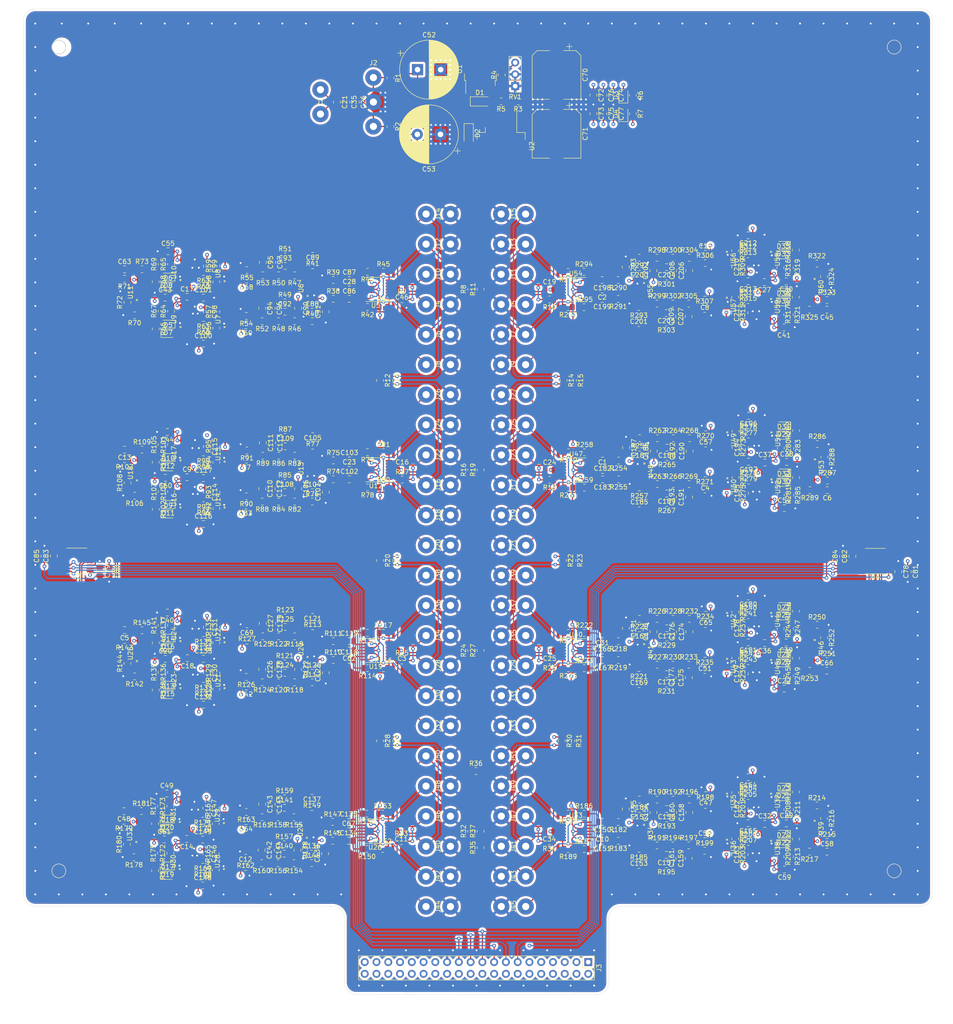
<source format=kicad_pcb>
(kicad_pcb (version 20171130) (host pcbnew 5.1.12-84ad8e8a86~92~ubuntu20.04.1)
  (layers (0 F.Cu signal) (1 In1.Cu signal) (2 In2.Cu signal) (31 B.Cu signal) (34 B.Paste user) (35 F.Paste user) (36 B.SilkS user) (37 F.SilkS user) (38 B.Mask user) (39 F.Mask user) (44 Edge.Cuts user))
  (net 0 "")
  (net 1 AGND)
  (net 2 -5V)
  (net 3 +24V)
  (net 4 GNDREF)
  (net 5 "Net-(C86-Pad2)")
  (net 6 "Net-(C87-Pad2)")
  (net 7 "Net-(C88-Pad2)")
  (net 8 "Net-(C89-Pad2)")
  (net 9 "Net-(C96-Pad1)")
  (net 10 "Net-(C97-Pad1)")
  (net 11 "Net-(C102-Pad2)")
  (net 12 "Net-(C103-Pad2)")
  (net 13 "Net-(C104-Pad2)")
  (net 14 "Net-(C105-Pad2)")
  (net 15 "Net-(C118-Pad2)")
  (net 16 "Net-(C119-Pad2)")
  (net 17 "Net-(C120-Pad2)")
  (net 18 "Net-(C121-Pad2)")
  (net 19 "Net-(C126-Pad1)")
  (net 20 "Net-(C127-Pad1)")
  (net 21 "Net-(C128-Pad1)")
  (net 22 "Net-(C129-Pad1)")
  (net 23 "Net-(C134-Pad1)")
  (net 24 "Net-(C135-Pad1)")
  (net 25 "Net-(C136-Pad1)")
  (net 26 "Net-(C137-Pad1)")
  (net 27 "Net-(C140-Pad1)")
  (net 28 "Net-(C141-Pad1)")
  (net 29 "Net-(C142-Pad2)")
  (net 30 "Net-(C142-Pad1)")
  (net 31 "Net-(C143-Pad1)")
  (net 32 "Net-(C143-Pad2)")
  (net 33 "Net-(C144-Pad1)")
  (net 34 "Net-(C145-Pad1)")
  (net 35 "Net-(C150-Pad1)")
  (net 36 "Net-(C151-Pad1)")
  (net 37 "Net-(C152-Pad1)")
  (net 38 "Net-(C153-Pad1)")
  (net 39 "Net-(C156-Pad1)")
  (net 40 "Net-(C157-Pad1)")
  (net 41 "Net-(C158-Pad1)")
  (net 42 "Net-(C159-Pad1)")
  (net 43 "Net-(C160-Pad1)")
  (net 44 "Net-(C161-Pad1)")
  (net 45 "Net-(C166-Pad2)")
  (net 46 "Net-(C166-Pad1)")
  (net 47 "Net-(C167-Pad2)")
  (net 48 "Net-(C167-Pad1)")
  (net 49 "Net-(C168-Pad1)")
  (net 50 "Net-(C168-Pad2)")
  (net 51 "Net-(C169-Pad1)")
  (net 52 "Net-(C169-Pad2)")
  (net 53 "Net-(C172-Pad1)")
  (net 54 "Net-(C173-Pad1)")
  (net 55 +3V3)
  (net 56 "Net-(D3-Pad1)")
  (net 57 "Net-(D4-Pad1)")
  (net 58 "Net-(D5-Pad2)")
  (net 59 "Net-(D10-Pad1)")
  (net 60 "Net-(D11-Pad1)")
  (net 61 "Net-(D10-Pad2)")
  (net 62 "Net-(D11-Pad2)")
  (net 63 "Net-(D12-Pad2)")
  (net 64 "Net-(D13-Pad2)")
  (net 65 "Net-(D13-Pad1)")
  (net 66 "Net-(D14-Pad2)")
  (net 67 "Net-(D14-Pad1)")
  (net 68 "Net-(D15-Pad2)")
  (net 69 "Net-(D16-Pad2)")
  (net 70 "Net-(D17-Pad2)")
  (net 71 "Net-(D18-Pad2)")
  (net 72 "Net-(D19-Pad2)")
  (net 73 "Net-(D20-Pad2)")
  (net 74 "Net-(D21-Pad2)")
  (net 75 "Net-(D22-Pad2)")
  (net 76 "Net-(D23-Pad2)")
  (net 77 "Net-(D24-Pad2)")
  (net 78 "Net-(D25-Pad2)")
  (net 79 "Net-(D26-Pad2)")
  (net 80 "Net-(D27-Pad2)")
  (net 81 "Net-(D28-Pad2)")
  (net 82 "Net-(D29-Pad1)")
  (net 83 "Net-(D29-Pad2)")
  (net 84 "Net-(D30-Pad2)")
  (net 85 "Net-(D30-Pad1)")
  (net 86 "Net-(D31-Pad2)")
  (net 87 "Net-(D32-Pad2)")
  (net 88 "Net-(D33-Pad2)")
  (net 89 "Net-(D34-Pad2)")
  (net 90 "Net-(D35-Pad2)")
  (net 91 "Net-(D36-Pad2)")
  (net 92 "Net-(J3-Pad1)")
  (net 93 "Net-(J3-Pad2)")
  (net 94 "Net-(J3-Pad3)")
  (net 95 "Net-(J3-Pad4)")
  (net 96 "Net-(J3-Pad5)")
  (net 97 "Net-(J3-Pad6)")
  (net 98 "Net-(J3-Pad7)")
  (net 99 "Net-(J3-Pad8)")
  (net 100 "Net-(J3-Pad9)")
  (net 101 "Net-(J3-Pad10)")
  (net 102 "Net-(J3-Pad11)")
  (net 103 "Net-(J3-Pad12)")
  (net 104 !CS_1_PI)
  (net 105 "Net-(J3-Pad14)")
  (net 106 !CS_2_PI)
  (net 107 "Net-(J3-Pad16)")
  (net 108 "Net-(J3-Pad18)")
  (net 109 DIN_MOSI_PI)
  (net 110 "Net-(J3-Pad20)")
  (net 111 DOUT_MISO_PI)
  (net 112 "Net-(J3-Pad22)")
  (net 113 SCLK_CLK_PI)
  (net 114 "Net-(J3-Pad24)")
  (net 115 "Net-(J3-Pad26)")
  (net 116 "Net-(J3-Pad27)")
  (net 117 "Net-(J3-Pad28)")
  (net 118 "Net-(J3-Pad29)")
  (net 119 "Net-(J3-Pad30)")
  (net 120 "Net-(J3-Pad31)")
  (net 121 "Net-(J3-Pad32)")
  (net 122 "Net-(J3-Pad33)")
  (net 123 "Net-(J3-Pad34)")
  (net 124 "Net-(J3-Pad35)")
  (net 125 "Net-(J3-Pad36)")
  (net 126 "Net-(J3-Pad37)")
  (net 127 "Net-(J3-Pad38)")
  (net 128 "Net-(J3-Pad39)")
  (net 129 "Net-(J3-Pad40)")
  (net 130 "Net-(R3-Pad2)")
  (net 131 "Net-(R4-Pad2)")
  (net 132 "Net-(R52-Pad2)")
  (net 133 "Net-(R53-Pad2)")
  (net 134 "Net-(R82-Pad2)")
  (net 135 "Net-(R83-Pad2)")
  (net 136 "Net-(R100-Pad1)")
  (net 137 "Net-(R106-Pad1)")
  (net 138 "Net-(R124-Pad2)")
  (net 139 "Net-(R125-Pad2)")
  (net 140 "Net-(R173-Pad1)")
  (net 141 "Net-(R179-Pad1)")
  (net 142 "Net-(R215-Pad1)")
  (net 143 "Net-(R236-Pad1)")
  (net 144 "Net-(R244-Pad1)")
  (net 145 "Net-(R245-Pad1)")
  (net 146 "Net-(R258-Pad1)")
  (net 147 "Net-(R259-Pad1)")
  (net 148 "Net-(R294-Pad1)")
  (net 149 "Net-(R295-Pad1)")
  (net 150 "Net-(R308-Pad1)")
  (net 151 "Net-(R310-Pad1)")
  (net 152 +5V)
  (net 153 "Net-(C86-Pad1)")
  (net 154 "Net-(C87-Pad1)")
  (net 155 "Net-(C88-Pad1)")
  (net 156 "Net-(C89-Pad1)")
  (net 157 "Net-(C92-Pad1)")
  (net 158 "Net-(C93-Pad1)")
  (net 159 "Net-(C94-Pad2)")
  (net 160 "Net-(C94-Pad1)")
  (net 161 "Net-(C95-Pad2)")
  (net 162 "Net-(C95-Pad1)")
  (net 163 "Net-(C102-Pad1)")
  (net 164 "Net-(C103-Pad1)")
  (net 165 "Net-(C104-Pad1)")
  (net 166 "Net-(C105-Pad1)")
  (net 167 "Net-(C108-Pad1)")
  (net 168 "Net-(C109-Pad1)")
  (net 169 "Net-(C110-Pad2)")
  (net 170 "Net-(C110-Pad1)")
  (net 171 "Net-(C111-Pad2)")
  (net 172 "Net-(C111-Pad1)")
  (net 173 "Net-(C112-Pad1)")
  (net 174 "Net-(C113-Pad1)")
  (net 175 "Net-(C118-Pad1)")
  (net 176 "Net-(C119-Pad1)")
  (net 177 "Net-(C120-Pad1)")
  (net 178 "Net-(C121-Pad1)")
  (net 179 "Net-(C124-Pad1)")
  (net 180 "Net-(C125-Pad1)")
  (net 181 "Net-(C126-Pad2)")
  (net 182 "Net-(C127-Pad2)")
  (net 183 "Net-(C134-Pad2)")
  (net 184 "Net-(C135-Pad2)")
  (net 185 "Net-(C136-Pad2)")
  (net 186 "Net-(C137-Pad2)")
  (net 187 "Net-(C150-Pad2)")
  (net 188 "Net-(C151-Pad2)")
  (net 189 "Net-(C152-Pad2)")
  (net 190 "Net-(C153-Pad2)")
  (net 191 "Net-(C158-Pad2)")
  (net 192 "Net-(C159-Pad2)")
  (net 193 "Net-(C174-Pad2)")
  (net 194 "Net-(C174-Pad1)")
  (net 195 "Net-(C175-Pad2)")
  (net 196 "Net-(C175-Pad1)")
  (net 197 "Net-(C176-Pad1)")
  (net 198 "Net-(C177-Pad1)")
  (net 199 "Net-(C182-Pad2)")
  (net 200 "Net-(C182-Pad1)")
  (net 201 "Net-(C183-Pad2)")
  (net 202 "Net-(C183-Pad1)")
  (net 203 "Net-(C184-Pad2)")
  (net 204 "Net-(C184-Pad1)")
  (net 205 "Net-(C185-Pad2)")
  (net 206 "Net-(C185-Pad1)")
  (net 207 "Net-(C188-Pad1)")
  (net 208 "Net-(C189-Pad1)")
  (net 209 "Net-(C190-Pad2)")
  (net 210 "Net-(C190-Pad1)")
  (net 211 "Net-(C191-Pad2)")
  (net 212 "Net-(C191-Pad1)")
  (net 213 "Net-(C192-Pad1)")
  (net 214 "Net-(C193-Pad1)")
  (net 215 "Net-(C198-Pad2)")
  (net 216 "Net-(C198-Pad1)")
  (net 217 "Net-(C199-Pad2)")
  (net 218 "Net-(C199-Pad1)")
  (net 219 "Net-(C200-Pad2)")
  (net 220 "Net-(C200-Pad1)")
  (net 221 "Net-(C201-Pad2)")
  (net 222 "Net-(C201-Pad1)")
  (net 223 "Net-(C204-Pad1)")
  (net 224 "Net-(C205-Pad1)")
  (net 225 "Net-(C206-Pad2)")
  (net 226 "Net-(C206-Pad1)")
  (net 227 "Net-(C207-Pad2)")
  (net 228 "Net-(C207-Pad1)")
  (net 229 "Net-(C208-Pad1)")
  (net 230 "Net-(C209-Pad1)")
  (net 231 "Net-(D5-Pad1)")
  (net 232 "Net-(D6-Pad2)")
  (net 233 "Net-(D6-Pad1)")
  (net 234 "Net-(D7-Pad2)")
  (net 235 "Net-(D8-Pad2)")
  (net 236 "Net-(D9-Pad1)")
  (net 237 "Net-(D17-Pad1)")
  (net 238 "Net-(D18-Pad1)")
  (net 239 "Net-(D21-Pad1)")
  (net 240 "Net-(D22-Pad1)")
  (net 241 "Net-(D25-Pad1)")
  (net 242 "Net-(D26-Pad1)")
  (net 243 "Net-(D33-Pad1)")
  (net 244 "Net-(D34-Pad1)")
  (net 245 +VINA_1)
  (net 246 +VINB_16)
  (net 247 REFA_1)
  (net 248 REFB_16)
  (net 249 -VINA_1)
  (net 250 -VINB_16)
  (net 251 +VINB_2)
  (net 252 +VINA_15)
  (net 253 REFB_2)
  (net 254 REFA_15)
  (net 255 -VINB_2)
  (net 256 -VINA_15)
  (net 257 +VINA_3)
  (net 258 +VINB_14)
  (net 259 REFA_3)
  (net 260 REFB_14)
  (net 261 -VINA_3)
  (net 262 -VINB_14)
  (net 263 +VINB_4)
  (net 264 +VINA_13)
  (net 265 REFB_4)
  (net 266 REFA_13)
  (net 267 -VINB_4)
  (net 268 -VINA_13)
  (net 269 +VINA_5)
  (net 270 +VINB_12)
  (net 271 REFA_5)
  (net 272 REFB_12)
  (net 273 -VINA_5)
  (net 274 -VINB_12)
  (net 275 +VINB_6)
  (net 276 +VINA_11)
  (net 277 REFB_6)
  (net 278 REFA_11)
  (net 279 -VINB_6)
  (net 280 -VINA_11)
  (net 281 +VINA_7)
  (net 282 +VINB_10)
  (net 283 REFA_7)
  (net 284 REFB_10)
  (net 285 -VINA_7)
  (net 286 -VINB_10)
  (net 287 +VINB_8)
  (net 288 +VINA_9)
  (net 289 REFB_8)
  (net 290 REFA_9)
  (net 291 -VINB_8)
  (net 292 -VINA_9)
  (net 293 "Net-(R42-Pad1)")
  (net 294 "Net-(R43-Pad1)")
  (net 295 "Net-(R46-Pad2)")
  (net 296 "Net-(R47-Pad2)")
  (net 297 "Net-(R56-Pad2)")
  (net 298 "Net-(R56-Pad1)")
  (net 299 "Net-(R58-Pad2)")
  (net 300 "Net-(R58-Pad1)")
  (net 301 "Net-(R61-Pad1)")
  (net 302 "Net-(R63-Pad1)")
  (net 303 "Net-(R64-Pad1)")
  (net 304 "Net-(R65-Pad1)")
  (net 305 "Net-(R70-Pad1)")
  (net 306 "Net-(R71-Pad1)")
  (net 307 OUT_1)
  (net 308 OUT_2)
  (net 309 "Net-(R78-Pad1)")
  (net 310 "Net-(R79-Pad1)")
  (net 311 "Net-(R88-Pad2)")
  (net 312 "Net-(R89-Pad2)")
  (net 313 "Net-(R92-Pad2)")
  (net 314 "Net-(R92-Pad1)")
  (net 315 "Net-(R94-Pad2)")
  (net 316 "Net-(R94-Pad1)")
  (net 317 "Net-(R100-Pad2)")
  (net 318 "Net-(R101-Pad2)")
  (net 319 "Net-(R101-Pad1)")
  (net 320 "Net-(R107-Pad1)")
  (net 321 OUT_3)
  (net 322 OUT_4)
  (net 323 "Net-(R114-Pad1)")
  (net 324 "Net-(R115-Pad1)")
  (net 325 "Net-(R118-Pad2)")
  (net 326 "Net-(R119-Pad2)")
  (net 327 "Net-(R128-Pad2)")
  (net 328 "Net-(R128-Pad1)")
  (net 329 "Net-(R130-Pad2)")
  (net 330 "Net-(R130-Pad1)")
  (net 331 "Net-(R133-Pad1)")
  (net 332 "Net-(R135-Pad1)")
  (net 333 "Net-(R136-Pad1)")
  (net 334 "Net-(R137-Pad1)")
  (net 335 "Net-(R142-Pad1)")
  (net 336 "Net-(R143-Pad1)")
  (net 337 OUT_5)
  (net 338 OUT_6)
  (net 339 "Net-(R150-Pad1)")
  (net 340 "Net-(R151-Pad1)")
  (net 341 "Net-(R154-Pad2)")
  (net 342 "Net-(R155-Pad2)")
  (net 343 "Net-(R160-Pad2)")
  (net 344 "Net-(R161-Pad2)")
  (net 345 "Net-(R164-Pad2)")
  (net 346 "Net-(R164-Pad1)")
  (net 347 "Net-(R166-Pad2)")
  (net 348 "Net-(R166-Pad1)")
  (net 349 "Net-(R169-Pad1)")
  (net 350 "Net-(R171-Pad1)")
  (net 351 "Net-(R172-Pad1)")
  (net 352 "Net-(R178-Pad1)")
  (net 353 OUT_7)
  (net 354 OUT_8)
  (net 355 "Net-(R186-Pad1)")
  (net 356 "Net-(R187-Pad1)")
  (net 357 "Net-(R190-Pad2)")
  (net 358 "Net-(R191-Pad2)")
  (net 359 "Net-(R196-Pad2)")
  (net 360 "Net-(R197-Pad2)")
  (net 361 "Net-(R200-Pad2)")
  (net 362 "Net-(R200-Pad1)")
  (net 363 "Net-(R202-Pad2)")
  (net 364 "Net-(R202-Pad1)")
  (net 365 "Net-(R205-Pad1)")
  (net 366 "Net-(R207-Pad1)")
  (net 367 "Net-(R208-Pad1)")
  (net 368 "Net-(R209-Pad1)")
  (net 369 "Net-(R214-Pad1)")
  (net 370 OUT_9)
  (net 371 OUT_10)
  (net 372 "Net-(R222-Pad1)")
  (net 373 "Net-(R223-Pad1)")
  (net 374 "Net-(R226-Pad2)")
  (net 375 "Net-(R227-Pad2)")
  (net 376 "Net-(R232-Pad2)")
  (net 377 "Net-(R233-Pad2)")
  (net 378 "Net-(R236-Pad2)")
  (net 379 "Net-(R238-Pad2)")
  (net 380 "Net-(R238-Pad1)")
  (net 381 "Net-(R241-Pad1)")
  (net 382 "Net-(R243-Pad1)")
  (net 383 "Net-(R250-Pad1)")
  (net 384 "Net-(R251-Pad1)")
  (net 385 OUT_11)
  (net 386 OUT_12)
  (net 387 "Net-(R262-Pad2)")
  (net 388 "Net-(R263-Pad2)")
  (net 389 "Net-(R268-Pad2)")
  (net 390 "Net-(R269-Pad2)")
  (net 391 "Net-(R272-Pad2)")
  (net 392 "Net-(R272-Pad1)")
  (net 393 "Net-(R274-Pad2)")
  (net 394 "Net-(R274-Pad1)")
  (net 395 "Net-(R277-Pad1)")
  (net 396 "Net-(R279-Pad1)")
  (net 397 "Net-(R280-Pad1)")
  (net 398 "Net-(R281-Pad1)")
  (net 399 "Net-(R286-Pad1)")
  (net 400 "Net-(R287-Pad1)")
  (net 401 OUT_13)
  (net 402 OUT_14)
  (net 403 "Net-(R298-Pad2)")
  (net 404 "Net-(R299-Pad2)")
  (net 405 "Net-(R304-Pad2)")
  (net 406 "Net-(R305-Pad2)")
  (net 407 "Net-(R308-Pad2)")
  (net 408 "Net-(R310-Pad2)")
  (net 409 "Net-(R313-Pad1)")
  (net 410 "Net-(R315-Pad1)")
  (net 411 "Net-(R316-Pad1)")
  (net 412 "Net-(R317-Pad1)")
  (net 413 "Net-(R322-Pad1)")
  (net 414 "Net-(R323-Pad1)")
  (net 415 OUT_15)
  (net 416 OUT_16)
  (module emg-filter:EMG_CONN_01x02 (layer F.Cu) (at 104.88422 97.35834 270)
    (fp_text reference J20 (at 0 2.667 90) (layer F.SilkS))
    (fp_text value Conn_01x02)
    (pad 2 thru_hole circle (at 0 5.275 270) (size 3.5 3.5) (drill 1.55) (layers *.Cu *.Mask) (net 261 -VINA_3))
    (pad 1 thru_hole circle (at 0 0 270) (size 3.5 3.5) (drill 1.55) (layers *.Cu *.Mask) (net 1 AGND))
  )
  (module emg-filter:EMG_CONN_01x02 (layer F.Cu) (at 104.88422 58.36934 270)
    (fp_text reference J8 (at 0 2.667 90) (layer F.SilkS))
    (fp_text value Conn_01x02)
    (pad 1 thru_hole circle (at 0 0 270) (size 3.5 3.5) (drill 1.55) (layers *.Cu *.Mask) (net 1 AGND))
    (pad 2 thru_hole circle (at 0 5.275 270) (size 3.5 3.5) (drill 1.55) (layers *.Cu *.Mask) (net 249 -VINA_1))
  )
  (module Diode_SMD:D_SOD-323 (layer F.Cu) (at 43.90898 39.47922 180)
    (fp_text reference D8 (at 0 -1.85) (layer F.SilkS))
    (fp_text value 1N4148)
    (pad 1 smd rect (at -1.05 0 180) (size 0.6 0.45) (layers F.Cu F.Paste F.Mask) (net 232 "Net-(D6-Pad2)"))
    (pad 2 smd rect (at 1.05 0 180) (size 0.6 0.45) (layers F.Cu F.Paste F.Mask) (net 235 "Net-(D8-Pad2)"))
  )
  (module Resistor_SMD:R_0805_2012Metric (layer F.Cu) (at 69.18198 35.03422)
    (fp_text reference R51 (at 0 -1.65) (layer F.SilkS))
    (fp_text value 133k)
    (pad 2 smd roundrect (at 0.9125 0) (size 1.025 1.4) (layers F.Cu F.Paste F.Mask) (roundrect_rratio 0.2439014634146341) (net 158 "Net-(C93-Pad1)"))
    (pad 1 smd roundrect (at -0.9125 0) (size 1.025 1.4) (layers F.Cu F.Paste F.Mask) (roundrect_rratio 0.2439014634146341) (net 162 "Net-(C95-Pad1)"))
  )
  (module Capacitor_SMD:C_0805_2012Metric (layer F.Cu) (at 159.85998 83.31454 180)
    (fp_text reference C4 (at 0 -1.68) (layer F.SilkS))
    (fp_text value 0.1uF)
    (pad 2 smd roundrect (at 0.95 0 180) (size 1 1.45) (layers F.Cu F.Paste F.Mask) (net 1 AGND))
    (pad 1 smd roundrect (at -0.95 0 180) (size 1 1.45) (layers F.Cu F.Paste F.Mask) (net 2 -5V))
  )
  (module emg-filter:LM4565 (layer F.Cu) (at 183.34562 38.48202 270)
    (fp_text reference U60 (at 3.048 -1.524 270) (layer F.SilkS))
    (fp_text value LM4565)
    (pad 1 smd rect (at 0 0 270) (size 1.2 0.35) (layers F.Cu F.Paste F.Mask) (net 415 OUT_15))
    (pad 2 smd rect (at 0 0.65 270) (size 1.2 0.35) (layers F.Cu F.Paste F.Mask) (net 413 "Net-(R322-Pad1)"))
    (pad 3 smd rect (at 0 1.3 270) (size 1.2 0.35) (layers F.Cu F.Paste F.Mask) (net 411 "Net-(R316-Pad1)"))
    (pad 4 smd rect (at 0 1.95 270) (size 1.2 0.35) (layers F.Cu F.Paste F.Mask) (net 2 -5V))
    (pad 5 smd rect (at 5.8 1.95 270) (size 1.2 0.35) (layers F.Cu F.Paste F.Mask) (net 412 "Net-(R317-Pad1)"))
    (pad 6 smd rect (at 5.8 1.3 270) (size 1.2 0.35) (layers F.Cu F.Paste F.Mask) (net 414 "Net-(R323-Pad1)"))
    (pad 7 smd rect (at 5.8 0.65 270) (size 1.2 0.35) (layers F.Cu F.Paste F.Mask) (net 416 OUT_16))
    (pad 8 smd rect (at 5.8 0 270) (size 1.2 0.35) (layers F.Cu F.Paste F.Mask) (net 152 +5V))
  )
  (module emg-filter:LM4565 (layer F.Cu) (at 173.94762 42.80002 270)
    (fp_text reference U59 (at 3.048 -1.524 270) (layer F.SilkS))
    (fp_text value LM4565)
    (pad 1 smd rect (at 0 0 270) (size 1.2 0.35) (layers F.Cu F.Paste F.Mask) (net 89 "Net-(D34-Pad2)"))
    (pad 2 smd rect (at 0 0.65 270) (size 1.2 0.35) (layers F.Cu F.Paste F.Mask) (net 244 "Net-(D34-Pad1)"))
    (pad 3 smd rect (at 0 1.3 270) (size 1.2 0.35) (layers F.Cu F.Paste F.Mask) (net 1 AGND))
    (pad 4 smd rect (at 0 1.95 270) (size 1.2 0.35) (layers F.Cu F.Paste F.Mask) (net 2 -5V))
    (pad 5 smd rect (at 5.8 1.95 270) (size 1.2 0.35) (layers F.Cu F.Paste F.Mask) (net 1 AGND))
    (pad 6 smd rect (at 5.8 1.3 270) (size 1.2 0.35) (layers F.Cu F.Paste F.Mask) (net 410 "Net-(R315-Pad1)"))
    (pad 7 smd rect (at 5.8 0.65 270) (size 1.2 0.35) (layers F.Cu F.Paste F.Mask) (net 412 "Net-(R317-Pad1)"))
    (pad 8 smd rect (at 5.8 0 270) (size 1.2 0.35) (layers F.Cu F.Paste F.Mask) (net 152 +5V))
  )
  (module emg-filter:LM4565 (layer F.Cu) (at 173.94762 32.64002 270)
    (fp_text reference U58 (at 3.048 -1.524 270) (layer F.SilkS))
    (fp_text value LM4565)
    (pad 1 smd rect (at 0 0 270) (size 1.2 0.35) (layers F.Cu F.Paste F.Mask) (net 88 "Net-(D33-Pad2)"))
    (pad 2 smd rect (at 0 0.65 270) (size 1.2 0.35) (layers F.Cu F.Paste F.Mask) (net 243 "Net-(D33-Pad1)"))
    (pad 3 smd rect (at 0 1.3 270) (size 1.2 0.35) (layers F.Cu F.Paste F.Mask) (net 1 AGND))
    (pad 4 smd rect (at 0 1.95 270) (size 1.2 0.35) (layers F.Cu F.Paste F.Mask) (net 2 -5V))
    (pad 5 smd rect (at 5.8 1.95 270) (size 1.2 0.35) (layers F.Cu F.Paste F.Mask) (net 1 AGND))
    (pad 6 smd rect (at 5.8 1.3 270) (size 1.2 0.35) (layers F.Cu F.Paste F.Mask) (net 409 "Net-(R313-Pad1)"))
    (pad 7 smd rect (at 5.8 0.65 270) (size 1.2 0.35) (layers F.Cu F.Paste F.Mask) (net 411 "Net-(R316-Pad1)"))
    (pad 8 smd rect (at 5.8 0 270) (size 1.2 0.35) (layers F.Cu F.Paste F.Mask) (net 152 +5V))
  )
  (module emg-filter:LM4565 (layer F.Cu) (at 164.42262 42.54602 270)
    (fp_text reference U57 (at 3.048 -1.524 270) (layer F.SilkS))
    (fp_text value LM4565)
    (pad 1 smd rect (at 0 0 270) (size 1.2 0.35) (layers F.Cu F.Paste F.Mask) (net 151 "Net-(R310-Pad1)"))
    (pad 2 smd rect (at 0 0.65 270) (size 1.2 0.35) (layers F.Cu F.Paste F.Mask) (net 151 "Net-(R310-Pad1)"))
    (pad 3 smd rect (at 0 1.3 270) (size 1.2 0.35) (layers F.Cu F.Paste F.Mask) (net 230 "Net-(C209-Pad1)"))
    (pad 4 smd rect (at 0 1.95 270) (size 1.2 0.35) (layers F.Cu F.Paste F.Mask) (net 2 -5V))
    (pad 5 smd rect (at 5.8 1.95 270) (size 1.2 0.35) (layers F.Cu F.Paste F.Mask) (net 408 "Net-(R310-Pad2)"))
    (pad 6 smd rect (at 5.8 1.3 270) (size 1.2 0.35) (layers F.Cu F.Paste F.Mask) (net 228 "Net-(C207-Pad1)"))
    (pad 7 smd rect (at 5.8 0.65 270) (size 1.2 0.35) (layers F.Cu F.Paste F.Mask) (net 228 "Net-(C207-Pad1)"))
    (pad 8 smd rect (at 5.8 0 270) (size 1.2 0.35) (layers F.Cu F.Paste F.Mask) (net 152 +5V))
  )
  (module emg-filter:LM4565 (layer F.Cu) (at 164.42262 32.64002 270)
    (fp_text reference U56 (at 3.048 -1.524 270) (layer F.SilkS))
    (fp_text value LM4565)
    (pad 1 smd rect (at 0 0 270) (size 1.2 0.35) (layers F.Cu F.Paste F.Mask) (net 150 "Net-(R308-Pad1)"))
    (pad 2 smd rect (at 0 0.65 270) (size 1.2 0.35) (layers F.Cu F.Paste F.Mask) (net 150 "Net-(R308-Pad1)"))
    (pad 3 smd rect (at 0 1.3 270) (size 1.2 0.35) (layers F.Cu F.Paste F.Mask) (net 229 "Net-(C208-Pad1)"))
    (pad 4 smd rect (at 0 1.95 270) (size 1.2 0.35) (layers F.Cu F.Paste F.Mask) (net 2 -5V))
    (pad 5 smd rect (at 5.8 1.95 270) (size 1.2 0.35) (layers F.Cu F.Paste F.Mask) (net 407 "Net-(R308-Pad2)"))
    (pad 6 smd rect (at 5.8 1.3 270) (size 1.2 0.35) (layers F.Cu F.Paste F.Mask) (net 226 "Net-(C206-Pad1)"))
    (pad 7 smd rect (at 5.8 0.65 270) (size 1.2 0.35) (layers F.Cu F.Paste F.Mask) (net 226 "Net-(C206-Pad1)"))
    (pad 8 smd rect (at 5.8 0 270) (size 1.2 0.35) (layers F.Cu F.Paste F.Mask) (net 152 +5V))
  )
  (module emg-filter:LM4565 (layer F.Cu) (at 146.51562 39.37102 270)
    (fp_text reference U55 (at 3.048 -1.524 270) (layer F.SilkS))
    (fp_text value LM4565)
    (pad 1 smd rect (at 0 0 270) (size 1.2 0.35) (layers F.Cu F.Paste F.Mask) (net 220 "Net-(C200-Pad1)"))
    (pad 2 smd rect (at 0 0.65 270) (size 1.2 0.35) (layers F.Cu F.Paste F.Mask) (net 219 "Net-(C200-Pad2)"))
    (pad 3 smd rect (at 0 1.3 270) (size 1.2 0.35) (layers F.Cu F.Paste F.Mask) (net 1 AGND))
    (pad 4 smd rect (at 0 1.95 270) (size 1.2 0.35) (layers F.Cu F.Paste F.Mask) (net 2 -5V))
    (pad 5 smd rect (at 5.8 1.95 270) (size 1.2 0.35) (layers F.Cu F.Paste F.Mask) (net 1 AGND))
    (pad 6 smd rect (at 5.8 1.3 270) (size 1.2 0.35) (layers F.Cu F.Paste F.Mask) (net 221 "Net-(C201-Pad2)"))
    (pad 7 smd rect (at 5.8 0.65 270) (size 1.2 0.35) (layers F.Cu F.Paste F.Mask) (net 222 "Net-(C201-Pad1)"))
    (pad 8 smd rect (at 5.8 0 270) (size 1.2 0.35) (layers F.Cu F.Paste F.Mask) (net 152 +5V))
  )
  (module Package_SO:TSSOP-14_4.4x5mm_P0.65mm (layer F.Cu) (at 131.91062 42.16502)
    (fp_text reference U54 (at 0 -3.45 180) (layer F.SilkS))
    (fp_text value INA2332)
    (pad 1 smd roundrect (at -2.8625 -1.95) (size 1.475 0.4) (layers F.Cu F.Paste F.Mask) (net 148 "Net-(R294-Pad1)"))
    (pad 2 smd roundrect (at -2.8625 -1.3) (size 1.475 0.4) (layers F.Cu F.Paste F.Mask) (net 256 -VINA_15))
    (pad 3 smd roundrect (at -2.8625 -0.65) (size 1.475 0.4) (layers F.Cu F.Paste F.Mask) (net 252 +VINA_15))
    (pad 4 smd roundrect (at -2.8625 0) (size 1.475 0.4) (layers F.Cu F.Paste F.Mask) (net 2 -5V))
    (pad 5 smd roundrect (at -2.8625 0.65) (size 1.475 0.4) (layers F.Cu F.Paste F.Mask) (net 246 +VINB_16))
    (pad 6 smd roundrect (at -2.8625 1.3) (size 1.475 0.4) (layers F.Cu F.Paste F.Mask) (net 250 -VINB_16))
    (pad 7 smd roundrect (at -2.8625 1.95) (size 1.475 0.4) (layers F.Cu F.Paste F.Mask) (net 149 "Net-(R295-Pad1)"))
    (pad 8 smd roundrect (at 2.8625 1.95) (size 1.475 0.4) (layers F.Cu F.Paste F.Mask) (net 152 +5V))
    (pad 9 smd roundrect (at 2.8625 1.3) (size 1.475 0.4) (layers F.Cu F.Paste F.Mask) (net 217 "Net-(C199-Pad2)"))
    (pad 10 smd roundrect (at 2.8625 0.65) (size 1.475 0.4) (layers F.Cu F.Paste F.Mask) (net 248 REFB_16))
    (pad 11 smd roundrect (at 2.8625 0) (size 1.475 0.4) (layers F.Cu F.Paste F.Mask) (net 152 +5V))
    (pad 12 smd roundrect (at 2.8625 -0.65) (size 1.475 0.4) (layers F.Cu F.Paste F.Mask) (net 254 REFA_15))
    (pad 13 smd roundrect (at 2.8625 -1.3) (size 1.475 0.4) (layers F.Cu F.Paste F.Mask) (net 215 "Net-(C198-Pad2)"))
    (pad 14 smd roundrect (at 2.8625 -1.95) (size 1.475 0.4) (layers F.Cu F.Paste F.Mask) (net 152 +5V))
  )
  (module emg-filter:LM4565 (layer F.Cu) (at 183.43198 77.43654 270)
    (fp_text reference U53 (at 3.048 -1.524 270) (layer F.SilkS))
    (fp_text value LM4565)
    (pad 8 smd rect (at 5.8 0 270) (size 1.2 0.35) (layers F.Cu F.Paste F.Mask) (net 152 +5V))
    (pad 7 smd rect (at 5.8 0.65 270) (size 1.2 0.35) (layers F.Cu F.Paste F.Mask) (net 402 OUT_14))
    (pad 6 smd rect (at 5.8 1.3 270) (size 1.2 0.35) (layers F.Cu F.Paste F.Mask) (net 400 "Net-(R287-Pad1)"))
    (pad 5 smd rect (at 5.8 1.95 270) (size 1.2 0.35) (layers F.Cu F.Paste F.Mask) (net 398 "Net-(R281-Pad1)"))
    (pad 4 smd rect (at 0 1.95 270) (size 1.2 0.35) (layers F.Cu F.Paste F.Mask) (net 2 -5V))
    (pad 3 smd rect (at 0 1.3 270) (size 1.2 0.35) (layers F.Cu F.Paste F.Mask) (net 397 "Net-(R280-Pad1)"))
    (pad 2 smd rect (at 0 0.65 270) (size 1.2 0.35) (layers F.Cu F.Paste F.Mask) (net 399 "Net-(R286-Pad1)"))
    (pad 1 smd rect (at 0 0 270) (size 1.2 0.35) (layers F.Cu F.Paste F.Mask) (net 401 OUT_13))
  )
  (module emg-filter:LM4565 (layer F.Cu) (at 174.03398 81.75454 270)
    (fp_text reference U52 (at 3.048 -1.524 270) (layer F.SilkS))
    (fp_text value LM4565)
    (pad 8 smd rect (at 5.8 0 270) (size 1.2 0.35) (layers F.Cu F.Paste F.Mask) (net 152 +5V))
    (pad 7 smd rect (at 5.8 0.65 270) (size 1.2 0.35) (layers F.Cu F.Paste F.Mask) (net 398 "Net-(R281-Pad1)"))
    (pad 6 smd rect (at 5.8 1.3 270) (size 1.2 0.35) (layers F.Cu F.Paste F.Mask) (net 396 "Net-(R279-Pad1)"))
    (pad 5 smd rect (at 5.8 1.95 270) (size 1.2 0.35) (layers F.Cu F.Paste F.Mask) (net 1 AGND))
    (pad 4 smd rect (at 0 1.95 270) (size 1.2 0.35) (layers F.Cu F.Paste F.Mask) (net 2 -5V))
    (pad 3 smd rect (at 0 1.3 270) (size 1.2 0.35) (layers F.Cu F.Paste F.Mask) (net 1 AGND))
    (pad 2 smd rect (at 0 0.65 270) (size 1.2 0.35) (layers F.Cu F.Paste F.Mask) (net 85 "Net-(D30-Pad1)"))
    (pad 1 smd rect (at 0 0 270) (size 1.2 0.35) (layers F.Cu F.Paste F.Mask) (net 84 "Net-(D30-Pad2)"))
  )
  (module emg-filter:LM4565 (layer F.Cu) (at 174.03398 71.59454 270)
    (fp_text reference U51 (at 3.048 -1.524 270) (layer F.SilkS))
    (fp_text value LM4565)
    (pad 8 smd rect (at 5.8 0 270) (size 1.2 0.35) (layers F.Cu F.Paste F.Mask) (net 152 +5V))
    (pad 7 smd rect (at 5.8 0.65 270) (size 1.2 0.35) (layers F.Cu F.Paste F.Mask) (net 397 "Net-(R280-Pad1)"))
    (pad 6 smd rect (at 5.8 1.3 270) (size 1.2 0.35) (layers F.Cu F.Paste F.Mask) (net 395 "Net-(R277-Pad1)"))
    (pad 5 smd rect (at 5.8 1.95 270) (size 1.2 0.35) (layers F.Cu F.Paste F.Mask) (net 1 AGND))
    (pad 4 smd rect (at 0 1.95 270) (size 1.2 0.35) (layers F.Cu F.Paste F.Mask) (net 2 -5V))
    (pad 3 smd rect (at 0 1.3 270) (size 1.2 0.35) (layers F.Cu F.Paste F.Mask) (net 1 AGND))
    (pad 2 smd rect (at 0 0.65 270) (size 1.2 0.35) (layers F.Cu F.Paste F.Mask) (net 82 "Net-(D29-Pad1)"))
    (pad 1 smd rect (at 0 0 270) (size 1.2 0.35) (layers F.Cu F.Paste F.Mask) (net 83 "Net-(D29-Pad2)"))
  )
  (module emg-filter:LM4565 (layer F.Cu) (at 164.50898 81.50054 270)
    (fp_text reference U50 (at 3.048 -1.524 270) (layer F.SilkS))
    (fp_text value LM4565)
    (pad 8 smd rect (at 5.8 0 270) (size 1.2 0.35) (layers F.Cu F.Paste F.Mask) (net 152 +5V))
    (pad 7 smd rect (at 5.8 0.65 270) (size 1.2 0.35) (layers F.Cu F.Paste F.Mask) (net 212 "Net-(C191-Pad1)"))
    (pad 6 smd rect (at 5.8 1.3 270) (size 1.2 0.35) (layers F.Cu F.Paste F.Mask) (net 212 "Net-(C191-Pad1)"))
    (pad 5 smd rect (at 5.8 1.95 270) (size 1.2 0.35) (layers F.Cu F.Paste F.Mask) (net 393 "Net-(R274-Pad2)"))
    (pad 4 smd rect (at 0 1.95 270) (size 1.2 0.35) (layers F.Cu F.Paste F.Mask) (net 2 -5V))
    (pad 3 smd rect (at 0 1.3 270) (size 1.2 0.35) (layers F.Cu F.Paste F.Mask) (net 214 "Net-(C193-Pad1)"))
    (pad 2 smd rect (at 0 0.65 270) (size 1.2 0.35) (layers F.Cu F.Paste F.Mask) (net 394 "Net-(R274-Pad1)"))
    (pad 1 smd rect (at 0 0 270) (size 1.2 0.35) (layers F.Cu F.Paste F.Mask) (net 394 "Net-(R274-Pad1)"))
  )
  (module emg-filter:LM4565 (layer F.Cu) (at 164.50898 71.59454 270)
    (fp_text reference U49 (at 3.048 -1.524 270) (layer F.SilkS))
    (fp_text value LM4565)
    (pad 8 smd rect (at 5.8 0 270) (size 1.2 0.35) (layers F.Cu F.Paste F.Mask) (net 152 +5V))
    (pad 7 smd rect (at 5.8 0.65 270) (size 1.2 0.35) (layers F.Cu F.Paste F.Mask) (net 210 "Net-(C190-Pad1)"))
    (pad 6 smd rect (at 5.8 1.3 270) (size 1.2 0.35) (layers F.Cu F.Paste F.Mask) (net 210 "Net-(C190-Pad1)"))
    (pad 5 smd rect (at 5.8 1.95 270) (size 1.2 0.35) (layers F.Cu F.Paste F.Mask) (net 391 "Net-(R272-Pad2)"))
    (pad 4 smd rect (at 0 1.95 270) (size 1.2 0.35) (layers F.Cu F.Paste F.Mask) (net 2 -5V))
    (pad 3 smd rect (at 0 1.3 270) (size 1.2 0.35) (layers F.Cu F.Paste F.Mask) (net 213 "Net-(C192-Pad1)"))
    (pad 2 smd rect (at 0 0.65 270) (size 1.2 0.35) (layers F.Cu F.Paste F.Mask) (net 392 "Net-(R272-Pad1)"))
    (pad 1 smd rect (at 0 0 270) (size 1.2 0.35) (layers F.Cu F.Paste F.Mask) (net 392 "Net-(R272-Pad1)"))
  )
  (module emg-filter:LM4565 (layer F.Cu) (at 146.60198 78.32554 270)
    (fp_text reference U48 (at 3.048 -1.524 270) (layer F.SilkS))
    (fp_text value LM4565)
    (pad 8 smd rect (at 5.8 0 270) (size 1.2 0.35) (layers F.Cu F.Paste F.Mask) (net 152 +5V))
    (pad 7 smd rect (at 5.8 0.65 270) (size 1.2 0.35) (layers F.Cu F.Paste F.Mask) (net 206 "Net-(C185-Pad1)"))
    (pad 6 smd rect (at 5.8 1.3 270) (size 1.2 0.35) (layers F.Cu F.Paste F.Mask) (net 205 "Net-(C185-Pad2)"))
    (pad 5 smd rect (at 5.8 1.95 270) (size 1.2 0.35) (layers F.Cu F.Paste F.Mask) (net 1 AGND))
    (pad 4 smd rect (at 0 1.95 270) (size 1.2 0.35) (layers F.Cu F.Paste F.Mask) (net 2 -5V))
    (pad 3 smd rect (at 0 1.3 270) (size 1.2 0.35) (layers F.Cu F.Paste F.Mask) (net 1 AGND))
    (pad 2 smd rect (at 0 0.65 270) (size 1.2 0.35) (layers F.Cu F.Paste F.Mask) (net 203 "Net-(C184-Pad2)"))
    (pad 1 smd rect (at 0 0 270) (size 1.2 0.35) (layers F.Cu F.Paste F.Mask) (net 204 "Net-(C184-Pad1)"))
  )
  (module Package_SO:TSSOP-14_4.4x5mm_P0.65mm (layer F.Cu) (at 131.99698 81.11954)
    (fp_text reference U47 (at 0 -3.45 180) (layer F.SilkS))
    (fp_text value INA2332)
    (pad 14 smd roundrect (at 2.8625 -1.95) (size 1.475 0.4) (layers F.Cu F.Paste F.Mask) (net 152 +5V))
    (pad 13 smd roundrect (at 2.8625 -1.3) (size 1.475 0.4) (layers F.Cu F.Paste F.Mask) (net 199 "Net-(C182-Pad2)"))
    (pad 12 smd roundrect (at 2.8625 -0.65) (size 1.475 0.4) (layers F.Cu F.Paste F.Mask) (net 266 REFA_13))
    (pad 11 smd roundrect (at 2.8625 0) (size 1.475 0.4) (layers F.Cu F.Paste F.Mask) (net 152 +5V))
    (pad 10 smd roundrect (at 2.8625 0.65) (size 1.475 0.4) (layers F.Cu F.Paste F.Mask) (net 260 REFB_14))
    (pad 9 smd roundrect (at 2.8625 1.3) (size 1.475 0.4) (layers F.Cu F.Paste F.Mask) (net 201 "Net-(C183-Pad2)"))
    (pad 8 smd roundrect (at 2.8625 1.95) (size 1.475 0.4) (layers F.Cu F.Paste F.Mask) (net 152 +5V))
    (pad 7 smd roundrect (at -2.8625 1.95) (size 1.475 0.4) (layers F.Cu F.Paste F.Mask) (net 147 "Net-(R259-Pad1)"))
    (pad 6 smd roundrect (at -2.8625 1.3) (size 1.475 0.4) (layers F.Cu F.Paste F.Mask) (net 262 -VINB_14))
    (pad 5 smd roundrect (at -2.8625 0.65) (size 1.475 0.4) (layers F.Cu F.Paste F.Mask) (net 258 +VINB_14))
    (pad 4 smd roundrect (at -2.8625 0) (size 1.475 0.4) (layers F.Cu F.Paste F.Mask) (net 2 -5V))
    (pad 3 smd roundrect (at -2.8625 -0.65) (size 1.475 0.4) (layers F.Cu F.Paste F.Mask) (net 264 +VINA_13))
    (pad 2 smd roundrect (at -2.8625 -1.3) (size 1.475 0.4) (layers F.Cu F.Paste F.Mask) (net 268 -VINA_13))
    (pad 1 smd roundrect (at -2.8625 -1.95) (size 1.475 0.4) (layers F.Cu F.Paste F.Mask) (net 146 "Net-(R258-Pad1)"))
  )
  (module emg-filter:LM4565 (layer F.Cu) (at 183.38018 116.42014 270)
    (fp_text reference U46 (at 3.048 -1.524 270) (layer F.SilkS))
    (fp_text value LM4565)
    (pad 8 smd rect (at 5.8 0 270) (size 1.2 0.35) (layers F.Cu F.Paste F.Mask) (net 152 +5V))
    (pad 7 smd rect (at 5.8 0.65 270) (size 1.2 0.35) (layers F.Cu F.Paste F.Mask) (net 386 OUT_12))
    (pad 6 smd rect (at 5.8 1.3 270) (size 1.2 0.35) (layers F.Cu F.Paste F.Mask) (net 384 "Net-(R251-Pad1)"))
    (pad 5 smd rect (at 5.8 1.95 270) (size 1.2 0.35) (layers F.Cu F.Paste F.Mask) (net 145 "Net-(R245-Pad1)"))
    (pad 4 smd rect (at 0 1.95 270) (size 1.2 0.35) (layers F.Cu F.Paste F.Mask) (net 2 -5V))
    (pad 3 smd rect (at 0 1.3 270) (size 1.2 0.35) (layers F.Cu F.Paste F.Mask) (net 144 "Net-(R244-Pad1)"))
    (pad 2 smd rect (at 0 0.65 270) (size 1.2 0.35) (layers F.Cu F.Paste F.Mask) (net 383 "Net-(R250-Pad1)"))
    (pad 1 smd rect (at 0 0 270) (size 1.2 0.35) (layers F.Cu F.Paste F.Mask) (net 385 OUT_11))
  )
  (module emg-filter:LM4565 (layer F.Cu) (at 173.98218 120.73814 270)
    (fp_text reference U45 (at 3.048 -1.524 270) (layer F.SilkS))
    (fp_text value LM4565)
    (pad 8 smd rect (at 5.8 0 270) (size 1.2 0.35) (layers F.Cu F.Paste F.Mask) (net 152 +5V))
    (pad 7 smd rect (at 5.8 0.65 270) (size 1.2 0.35) (layers F.Cu F.Paste F.Mask) (net 145 "Net-(R245-Pad1)"))
    (pad 6 smd rect (at 5.8 1.3 270) (size 1.2 0.35) (layers F.Cu F.Paste F.Mask) (net 382 "Net-(R243-Pad1)"))
    (pad 5 smd rect (at 5.8 1.95 270) (size 1.2 0.35) (layers F.Cu F.Paste F.Mask) (net 1 AGND))
    (pad 4 smd rect (at 0 1.95 270) (size 1.2 0.35) (layers F.Cu F.Paste F.Mask) (net 2 -5V))
    (pad 3 smd rect (at 0 1.3 270) (size 1.2 0.35) (layers F.Cu F.Paste F.Mask) (net 1 AGND))
    (pad 2 smd rect (at 0 0.65 270) (size 1.2 0.35) (layers F.Cu F.Paste F.Mask) (net 242 "Net-(D26-Pad1)"))
    (pad 1 smd rect (at 0 0 270) (size 1.2 0.35) (layers F.Cu F.Paste F.Mask) (net 79 "Net-(D26-Pad2)"))
  )
  (module emg-filter:LM4565 (layer F.Cu) (at 173.98218 110.57814 270)
    (fp_text reference U44 (at 3.048 -1.524 270) (layer F.SilkS))
    (fp_text value LM4565)
    (pad 8 smd rect (at 5.8 0 270) (size 1.2 0.35) (layers F.Cu F.Paste F.Mask) (net 152 +5V))
    (pad 7 smd rect (at 5.8 0.65 270) (size 1.2 0.35) (layers F.Cu F.Paste F.Mask) (net 144 "Net-(R244-Pad1)"))
    (pad 6 smd rect (at 5.8 1.3 270) (size 1.2 0.35) (layers F.Cu F.Paste F.Mask) (net 381 "Net-(R241-Pad1)"))
    (pad 5 smd rect (at 5.8 1.95 270) (size 1.2 0.35) (layers F.Cu F.Paste F.Mask) (net 1 AGND))
    (pad 4 smd rect (at 0 1.95 270) (size 1.2 0.35) (layers F.Cu F.Paste F.Mask) (net 2 -5V))
    (pad 3 smd rect (at 0 1.3 270) (size 1.2 0.35) (layers F.Cu F.Paste F.Mask) (net 1 AGND))
    (pad 2 smd rect (at 0 0.65 270) (size 1.2 0.35) (layers F.Cu F.Paste F.Mask) (net 241 "Net-(D25-Pad1)"))
    (pad 1 smd rect (at 0 0 270) (size 1.2 0.35) (layers F.Cu F.Paste F.Mask) (net 78 "Net-(D25-Pad2)"))
  )
  (module emg-filter:LM4565 (layer F.Cu) (at 164.45718 120.48414 270)
    (fp_text reference U43 (at 3.048 -1.524 270) (layer F.SilkS))
    (fp_text value LM4565)
    (pad 8 smd rect (at 5.8 0 270) (size 1.2 0.35) (layers F.Cu F.Paste F.Mask) (net 152 +5V))
    (pad 7 smd rect (at 5.8 0.65 270) (size 1.2 0.35) (layers F.Cu F.Paste F.Mask) (net 196 "Net-(C175-Pad1)"))
    (pad 6 smd rect (at 5.8 1.3 270) (size 1.2 0.35) (layers F.Cu F.Paste F.Mask) (net 196 "Net-(C175-Pad1)"))
    (pad 5 smd rect (at 5.8 1.95 270) (size 1.2 0.35) (layers F.Cu F.Paste F.Mask) (net 379 "Net-(R238-Pad2)"))
    (pad 4 smd rect (at 0 1.95 270) (size 1.2 0.35) (layers F.Cu F.Paste F.Mask) (net 2 -5V))
    (pad 3 smd rect (at 0 1.3 270) (size 1.2 0.35) (layers F.Cu F.Paste F.Mask) (net 198 "Net-(C177-Pad1)"))
    (pad 2 smd rect (at 0 0.65 270) (size 1.2 0.35) (layers F.Cu F.Paste F.Mask) (net 380 "Net-(R238-Pad1)"))
    (pad 1 smd rect (at 0 0 270) (size 1.2 0.35) (layers F.Cu F.Paste F.Mask) (net 380 "Net-(R238-Pad1)"))
  )
  (module emg-filter:LM4565 (layer F.Cu) (at 164.45718 110.57814 270)
    (fp_text reference U42 (at 3.048 -1.524 270) (layer F.SilkS))
    (fp_text value LM4565)
    (pad 8 smd rect (at 5.8 0 270) (size 1.2 0.35) (layers F.Cu F.Paste F.Mask) (net 152 +5V))
    (pad 7 smd rect (at 5.8 0.65 270) (size 1.2 0.35) (layers F.Cu F.Paste F.Mask) (net 194 "Net-(C174-Pad1)"))
    (pad 6 smd rect (at 5.8 1.3 270) (size 1.2 0.35) (layers F.Cu F.Paste F.Mask) (net 194 "Net-(C174-Pad1)"))
    (pad 5 smd rect (at 5.8 1.95 270) (size 1.2 0.35) (layers F.Cu F.Paste F.Mask) (net 378 "Net-(R236-Pad2)"))
    (pad 4 smd rect (at 0 1.95 270) (size 1.2 0.35) (layers F.Cu F.Paste F.Mask) (net 2 -5V))
    (pad 3 smd rect (at 0 1.3 270) (size 1.2 0.35) (layers F.Cu F.Paste F.Mask) (net 197 "Net-(C176-Pad1)"))
    (pad 2 smd rect (at 0 0.65 270) (size 1.2 0.35) (layers F.Cu F.Paste F.Mask) (net 143 "Net-(R236-Pad1)"))
    (pad 1 smd rect (at 0 0 270) (size 1.2 0.35) (layers F.Cu F.Paste F.Mask) (net 143 "Net-(R236-Pad1)"))
  )
  (module emg-filter:LM4565 (layer F.Cu) (at 146.55018 117.30914 270)
    (fp_text reference U41 (at 3.048 -1.524 270) (layer F.SilkS))
    (fp_text value LM4565)
    (pad 8 smd rect (at 5.8 0 270) (size 1.2 0.35) (layers F.Cu F.Paste F.Mask) (net 152 +5V))
    (pad 7 smd rect (at 5.8 0.65 270) (size 1.2 0.35) (layers F.Cu F.Paste F.Mask) (net 51 "Net-(C169-Pad1)"))
    (pad 6 smd rect (at 5.8 1.3 270) (size 1.2 0.35) (layers F.Cu F.Paste F.Mask) (net 52 "Net-(C169-Pad2)"))
    (pad 5 smd rect (at 5.8 1.95 270) (size 1.2 0.35) (layers F.Cu F.Paste F.Mask) (net 1 AGND))
    (pad 4 smd rect (at 0 1.95 270) (size 1.2 0.35) (layers F.Cu F.Paste F.Mask) (net 2 -5V))
    (pad 3 smd rect (at 0 1.3 270) (size 1.2 0.35) (layers F.Cu F.Paste F.Mask) (net 1 AGND))
    (pad 2 smd rect (at 0 0.65 270) (size 1.2 0.35) (layers F.Cu F.Paste F.Mask) (net 50 "Net-(C168-Pad2)"))
    (pad 1 smd rect (at 0 0 270) (size 1.2 0.35) (layers F.Cu F.Paste F.Mask) (net 49 "Net-(C168-Pad1)"))
  )
  (module Package_SO:TSSOP-14_4.4x5mm_P0.65mm (layer F.Cu) (at 131.94518 120.10314)
    (fp_text reference U40 (at 0 -3.45 180) (layer F.SilkS))
    (fp_text value INA2332)
    (pad 14 smd roundrect (at 2.8625 -1.95) (size 1.475 0.4) (layers F.Cu F.Paste F.Mask) (net 152 +5V))
    (pad 13 smd roundrect (at 2.8625 -1.3) (size 1.475 0.4) (layers F.Cu F.Paste F.Mask) (net 45 "Net-(C166-Pad2)"))
    (pad 12 smd roundrect (at 2.8625 -0.65) (size 1.475 0.4) (layers F.Cu F.Paste F.Mask) (net 278 REFA_11))
    (pad 11 smd roundrect (at 2.8625 0) (size 1.475 0.4) (layers F.Cu F.Paste F.Mask) (net 152 +5V))
    (pad 10 smd roundrect (at 2.8625 0.65) (size 1.475 0.4) (layers F.Cu F.Paste F.Mask) (net 272 REFB_12))
    (pad 9 smd roundrect (at 2.8625 1.3) (size 1.475 0.4) (layers F.Cu F.Paste F.Mask) (net 47 "Net-(C167-Pad2)"))
    (pad 8 smd roundrect (at 2.8625 1.95) (size 1.475 0.4) (layers F.Cu F.Paste F.Mask) (net 152 +5V))
    (pad 7 smd roundrect (at -2.8625 1.95) (size 1.475 0.4) (layers F.Cu F.Paste F.Mask) (net 373 "Net-(R223-Pad1)"))
    (pad 6 smd roundrect (at -2.8625 1.3) (size 1.475 0.4) (layers F.Cu F.Paste F.Mask) (net 274 -VINB_12))
    (pad 5 smd roundrect (at -2.8625 0.65) (size 1.475 0.4) (layers F.Cu F.Paste F.Mask) (net 270 +VINB_12))
    (pad 4 smd roundrect (at -2.8625 0) (size 1.475 0.4) (layers F.Cu F.Paste F.Mask) (net 2 -5V))
    (pad 3 smd roundrect (at -2.8625 -0.65) (size 1.475 0.4) (layers F.Cu F.Paste F.Mask) (net 276 +VINA_11))
    (pad 2 smd roundrect (at -2.8625 -1.3) (size 1.475 0.4) (layers F.Cu F.Paste F.Mask) (net 280 -VINA_11))
    (pad 1 smd roundrect (at -2.8625 -1.95) (size 1.475 0.4) (layers F.Cu F.Paste F.Mask) (net 372 "Net-(R222-Pad1)"))
  )
  (module emg-filter:LM4565 (layer F.Cu) (at 183.36322 155.4334 270)
    (fp_text reference U39 (at 3.048 -1.524 270) (layer F.SilkS))
    (fp_text value LM4565)
    (pad 1 smd rect (at 0 0 270) (size 1.2 0.35) (layers F.Cu F.Paste F.Mask) (net 370 OUT_9))
    (pad 2 smd rect (at 0 0.65 270) (size 1.2 0.35) (layers F.Cu F.Paste F.Mask) (net 369 "Net-(R214-Pad1)"))
    (pad 3 smd rect (at 0 1.3 270) (size 1.2 0.35) (layers F.Cu F.Paste F.Mask) (net 367 "Net-(R208-Pad1)"))
    (pad 4 smd rect (at 0 1.95 270) (size 1.2 0.35) (layers F.Cu F.Paste F.Mask) (net 2 -5V))
    (pad 5 smd rect (at 5.8 1.95 270) (size 1.2 0.35) (layers F.Cu F.Paste F.Mask) (net 368 "Net-(R209-Pad1)"))
    (pad 6 smd rect (at 5.8 1.3 270) (size 1.2 0.35) (layers F.Cu F.Paste F.Mask) (net 142 "Net-(R215-Pad1)"))
    (pad 7 smd rect (at 5.8 0.65 270) (size 1.2 0.35) (layers F.Cu F.Paste F.Mask) (net 371 OUT_10))
    (pad 8 smd rect (at 5.8 0 270) (size 1.2 0.35) (layers F.Cu F.Paste F.Mask) (net 152 +5V))
  )
  (module emg-filter:LM4565 (layer F.Cu) (at 173.96522 159.7514 270)
    (fp_text reference U38 (at 3.048 -1.524 270) (layer F.SilkS))
    (fp_text value LM4565)
    (pad 1 smd rect (at 0 0 270) (size 1.2 0.35) (layers F.Cu F.Paste F.Mask) (net 75 "Net-(D22-Pad2)"))
    (pad 2 smd rect (at 0 0.65 270) (size 1.2 0.35) (layers F.Cu F.Paste F.Mask) (net 240 "Net-(D22-Pad1)"))
    (pad 3 smd rect (at 0 1.3 270) (size 1.2 0.35) (layers F.Cu F.Paste F.Mask) (net 1 AGND))
    (pad 4 smd rect (at 0 1.95 270) (size 1.2 0.35) (layers F.Cu F.Paste F.Mask) (net 2 -5V))
    (pad 5 smd rect (at 5.8 1.95 270) (size 1.2 0.35) (layers F.Cu F.Paste F.Mask) (net 1 AGND))
    (pad 6 smd rect (at 5.8 1.3 270) (size 1.2 0.35) (layers F.Cu F.Paste F.Mask) (net 366 "Net-(R207-Pad1)"))
    (pad 7 smd rect (at 5.8 0.65 270) (size 1.2 0.35) (layers F.Cu F.Paste F.Mask) (net 368 "Net-(R209-Pad1)"))
    (pad 8 smd rect (at 5.8 0 270) (size 1.2 0.35) (layers F.Cu F.Paste F.Mask) (net 152 +5V))
  )
  (module emg-filter:LM4565 (layer F.Cu) (at 173.96522 149.5914 270)
    (fp_text reference U37 (at 3.048 -1.524 270) (layer F.SilkS))
    (fp_text value LM4565)
    (pad 1 smd rect (at 0 0 270) (size 1.2 0.35) (layers F.Cu F.Paste F.Mask) (net 74 "Net-(D21-Pad2)"))
    (pad 2 smd rect (at 0 0.65 270) (size 1.2 0.35) (layers F.Cu F.Paste F.Mask) (net 239 "Net-(D21-Pad1)"))
    (pad 3 smd rect (at 0 1.3 270) (size 1.2 0.35) (layers F.Cu F.Paste F.Mask) (net 1 AGND))
    (pad 4 smd rect (at 0 1.95 270) (size 1.2 0.35) (layers F.Cu F.Paste F.Mask) (net 2 -5V))
    (pad 5 smd rect (at 5.8 1.95 270) (size 1.2 0.35) (layers F.Cu F.Paste F.Mask) (net 1 AGND))
    (pad 6 smd rect (at 5.8 1.3 270) (size 1.2 0.35) (layers F.Cu F.Paste F.Mask) (net 365 "Net-(R205-Pad1)"))
    (pad 7 smd rect (at 5.8 0.65 270) (size 1.2 0.35) (layers F.Cu F.Paste F.Mask) (net 367 "Net-(R208-Pad1)"))
    (pad 8 smd rect (at 5.8 0 270) (size 1.2 0.35) (layers F.Cu F.Paste F.Mask) (net 152 +5V))
  )
  (module emg-filter:LM4565 (layer F.Cu) (at 164.44022 159.4974 270)
    (fp_text reference U36 (at 3.048 -1.524 270) (layer F.SilkS))
    (fp_text value LM4565)
    (pad 1 smd rect (at 0 0 270) (size 1.2 0.35) (layers F.Cu F.Paste F.Mask) (net 364 "Net-(R202-Pad1)"))
    (pad 2 smd rect (at 0 0.65 270) (size 1.2 0.35) (layers F.Cu F.Paste F.Mask) (net 364 "Net-(R202-Pad1)"))
    (pad 3 smd rect (at 0 1.3 270) (size 1.2 0.35) (layers F.Cu F.Paste F.Mask) (net 44 "Net-(C161-Pad1)"))
    (pad 4 smd rect (at 0 1.95 270) (size 1.2 0.35) (layers F.Cu F.Paste F.Mask) (net 2 -5V))
    (pad 5 smd rect (at 5.8 1.95 270) (size 1.2 0.35) (layers F.Cu F.Paste F.Mask) (net 363 "Net-(R202-Pad2)"))
    (pad 6 smd rect (at 5.8 1.3 270) (size 1.2 0.35) (layers F.Cu F.Paste F.Mask) (net 42 "Net-(C159-Pad1)"))
    (pad 7 smd rect (at 5.8 0.65 270) (size 1.2 0.35) (layers F.Cu F.Paste F.Mask) (net 42 "Net-(C159-Pad1)"))
    (pad 8 smd rect (at 5.8 0 270) (size 1.2 0.35) (layers F.Cu F.Paste F.Mask) (net 152 +5V))
  )
  (module emg-filter:LM4565 (layer F.Cu) (at 164.44022 149.5914 270)
    (fp_text reference U35 (at 3.048 -1.524 270) (layer F.SilkS))
    (fp_text value LM4565)
    (pad 1 smd rect (at 0 0 270) (size 1.2 0.35) (layers F.Cu F.Paste F.Mask) (net 362 "Net-(R200-Pad1)"))
    (pad 2 smd rect (at 0 0.65 270) (size 1.2 0.35) (layers F.Cu F.Paste F.Mask) (net 362 "Net-(R200-Pad1)"))
    (pad 3 smd rect (at 0 1.3 270) (size 1.2 0.35) (layers F.Cu F.Paste F.Mask) (net 43 "Net-(C160-Pad1)"))
    (pad 4 smd rect (at 0 1.95 270) (size 1.2 0.35) (layers F.Cu F.Paste F.Mask) (net 2 -5V))
    (pad 5 smd rect (at 5.8 1.95 270) (size 1.2 0.35) (layers F.Cu F.Paste F.Mask) (net 361 "Net-(R200-Pad2)"))
    (pad 6 smd rect (at 5.8 1.3 270) (size 1.2 0.35) (layers F.Cu F.Paste F.Mask) (net 41 "Net-(C158-Pad1)"))
    (pad 7 smd rect (at 5.8 0.65 270) (size 1.2 0.35) (layers F.Cu F.Paste F.Mask) (net 41 "Net-(C158-Pad1)"))
    (pad 8 smd rect (at 5.8 0 270) (size 1.2 0.35) (layers F.Cu F.Paste F.Mask) (net 152 +5V))
  )
  (module emg-filter:LM4565 (layer F.Cu) (at 146.53322 156.3224 270)
    (fp_text reference U34 (at 3.048 -1.524 270) (layer F.SilkS))
    (fp_text value LM4565)
    (pad 1 smd rect (at 0 0 270) (size 1.2 0.35) (layers F.Cu F.Paste F.Mask) (net 37 "Net-(C152-Pad1)"))
    (pad 2 smd rect (at 0 0.65 270) (size 1.2 0.35) (layers F.Cu F.Paste F.Mask) (net 189 "Net-(C152-Pad2)"))
    (pad 3 smd rect (at 0 1.3 270) (size 1.2 0.35) (layers F.Cu F.Paste F.Mask) (net 1 AGND))
    (pad 4 smd rect (at 0 1.95 270) (size 1.2 0.35) (layers F.Cu F.Paste F.Mask) (net 2 -5V))
    (pad 5 smd rect (at 5.8 1.95 270) (size 1.2 0.35) (layers F.Cu F.Paste F.Mask) (net 1 AGND))
    (pad 6 smd rect (at 5.8 1.3 270) (size 1.2 0.35) (layers F.Cu F.Paste F.Mask) (net 190 "Net-(C153-Pad2)"))
    (pad 7 smd rect (at 5.8 0.65 270) (size 1.2 0.35) (layers F.Cu F.Paste F.Mask) (net 38 "Net-(C153-Pad1)"))
    (pad 8 smd rect (at 5.8 0 270) (size 1.2 0.35) (layers F.Cu F.Paste F.Mask) (net 152 +5V))
  )
  (module Package_SO:TSSOP-14_4.4x5mm_P0.65mm (layer F.Cu) (at 131.92822 159.1164)
    (fp_text reference U33 (at 0 -3.45 180) (layer F.SilkS))
    (fp_text value INA2332)
    (pad 1 smd roundrect (at -2.8625 -1.95) (size 1.475 0.4) (layers F.Cu F.Paste F.Mask) (net 355 "Net-(R186-Pad1)"))
    (pad 2 smd roundrect (at -2.8625 -1.3) (size 1.475 0.4) (layers F.Cu F.Paste F.Mask) (net 292 -VINA_9))
    (pad 3 smd roundrect (at -2.8625 -0.65) (size 1.475 0.4) (layers F.Cu F.Paste F.Mask) (net 288 +VINA_9))
    (pad 4 smd roundrect (at -2.8625 0) (size 1.475 0.4) (layers F.Cu F.Paste F.Mask) (net 2 -5V))
    (pad 5 smd roundrect (at -2.8625 0.65) (size 1.475 0.4) (layers F.Cu F.Paste F.Mask) (net 282 +VINB_10))
    (pad 6 smd roundrect (at -2.8625 1.3) (size 1.475 0.4) (layers F.Cu F.Paste F.Mask) (net 286 -VINB_10))
    (pad 7 smd roundrect (at -2.8625 1.95) (size 1.475 0.4) (layers F.Cu F.Paste F.Mask) (net 356 "Net-(R187-Pad1)"))
    (pad 8 smd roundrect (at 2.8625 1.95) (size 1.475 0.4) (layers F.Cu F.Paste F.Mask) (net 152 +5V))
    (pad 9 smd roundrect (at 2.8625 1.3) (size 1.475 0.4) (layers F.Cu F.Paste F.Mask) (net 188 "Net-(C151-Pad2)"))
    (pad 10 smd roundrect (at 2.8625 0.65) (size 1.475 0.4) (layers F.Cu F.Paste F.Mask) (net 284 REFB_10))
    (pad 11 smd roundrect (at 2.8625 0) (size 1.475 0.4) (layers F.Cu F.Paste F.Mask) (net 152 +5V))
    (pad 12 smd roundrect (at 2.8625 -0.65) (size 1.475 0.4) (layers F.Cu F.Paste F.Mask) (net 290 REFA_9))
    (pad 13 smd roundrect (at 2.8625 -1.3) (size 1.475 0.4) (layers F.Cu F.Paste F.Mask) (net 187 "Net-(C150-Pad2)"))
    (pad 14 smd roundrect (at 2.8625 -1.95) (size 1.475 0.4) (layers F.Cu F.Paste F.Mask) (net 152 +5V))
  )
  (module emg-filter:LM4565 (layer F.Cu) (at 37.16548 162.78828 90)
    (fp_text reference U32 (at 3.048 -1.524 90) (layer F.SilkS))
    (fp_text value LM4565)
    (pad 8 smd rect (at 5.8 0 90) (size 1.2 0.35) (layers F.Cu F.Paste F.Mask) (net 152 +5V))
    (pad 7 smd rect (at 5.8 0.65 90) (size 1.2 0.35) (layers F.Cu F.Paste F.Mask) (net 354 OUT_8))
    (pad 6 smd rect (at 5.8 1.3 90) (size 1.2 0.35) (layers F.Cu F.Paste F.Mask) (net 141 "Net-(R179-Pad1)"))
    (pad 5 smd rect (at 5.8 1.95 90) (size 1.2 0.35) (layers F.Cu F.Paste F.Mask) (net 140 "Net-(R173-Pad1)"))
    (pad 4 smd rect (at 0 1.95 90) (size 1.2 0.35) (layers F.Cu F.Paste F.Mask) (net 2 -5V))
    (pad 3 smd rect (at 0 1.3 90) (size 1.2 0.35) (layers F.Cu F.Paste F.Mask) (net 351 "Net-(R172-Pad1)"))
    (pad 2 smd rect (at 0 0.65 90) (size 1.2 0.35) (layers F.Cu F.Paste F.Mask) (net 352 "Net-(R178-Pad1)"))
    (pad 1 smd rect (at 0 0 90) (size 1.2 0.35) (layers F.Cu F.Paste F.Mask) (net 353 OUT_7))
  )
  (module emg-filter:LM4565 (layer F.Cu) (at 46.56348 158.47028 90)
    (fp_text reference U31 (at 3.048 -1.524 90) (layer F.SilkS))
    (fp_text value LM4565)
    (pad 8 smd rect (at 5.8 0 90) (size 1.2 0.35) (layers F.Cu F.Paste F.Mask) (net 152 +5V))
    (pad 7 smd rect (at 5.8 0.65 90) (size 1.2 0.35) (layers F.Cu F.Paste F.Mask) (net 140 "Net-(R173-Pad1)"))
    (pad 6 smd rect (at 5.8 1.3 90) (size 1.2 0.35) (layers F.Cu F.Paste F.Mask) (net 350 "Net-(R171-Pad1)"))
    (pad 5 smd rect (at 5.8 1.95 90) (size 1.2 0.35) (layers F.Cu F.Paste F.Mask) (net 1 AGND))
    (pad 4 smd rect (at 0 1.95 90) (size 1.2 0.35) (layers F.Cu F.Paste F.Mask) (net 2 -5V))
    (pad 3 smd rect (at 0 1.3 90) (size 1.2 0.35) (layers F.Cu F.Paste F.Mask) (net 1 AGND))
    (pad 2 smd rect (at 0 0.65 90) (size 1.2 0.35) (layers F.Cu F.Paste F.Mask) (net 238 "Net-(D18-Pad1)"))
    (pad 1 smd rect (at 0 0 90) (size 1.2 0.35) (layers F.Cu F.Paste F.Mask) (net 71 "Net-(D18-Pad2)"))
  )
  (module emg-filter:LM4565 (layer F.Cu) (at 46.56348 168.63028 90)
    (fp_text reference U30 (at 3.048 -1.524 90) (layer F.SilkS))
    (fp_text value LM4565)
    (pad 8 smd rect (at 5.8 0 90) (size 1.2 0.35) (layers F.Cu F.Paste F.Mask) (net 152 +5V))
    (pad 7 smd rect (at 5.8 0.65 90) (size 1.2 0.35) (layers F.Cu F.Paste F.Mask) (net 351 "Net-(R172-Pad1)"))
    (pad 6 smd rect (at 5.8 1.3 90) (size 1.2 0.35) (layers F.Cu F.Paste F.Mask) (net 349 "Net-(R169-Pad1)"))
    (pad 5 smd rect (at 5.8 1.95 90) (size 1.2 0.35) (layers F.Cu F.Paste F.Mask) (net 1 AGND))
    (pad 4 smd rect (at 0 1.95 90) (size 1.2 0.35) (layers F.Cu F.Paste F.Mask) (net 2 -5V))
    (pad 3 smd rect (at 0 1.3 90) (size 1.2 0.35) (layers F.Cu F.Paste F.Mask) (net 1 AGND))
    (pad 2 smd rect (at 0 0.65 90) (size 1.2 0.35) (layers F.Cu F.Paste F.Mask) (net 237 "Net-(D17-Pad1)"))
    (pad 1 smd rect (at 0 0 90) (size 1.2 0.35) (layers F.Cu F.Paste F.Mask) (net 70 "Net-(D17-Pad2)"))
  )
  (module emg-filter:LM4565 (layer F.Cu) (at 56.08848 158.72428 90)
    (fp_text reference U29 (at 3.048 -1.524 90) (layer F.SilkS))
    (fp_text value LM4565)
    (pad 8 smd rect (at 5.8 0 90) (size 1.2 0.35) (layers F.Cu F.Paste F.Mask) (net 152 +5V))
    (pad 7 smd rect (at 5.8 0.65 90) (size 1.2 0.35) (layers F.Cu F.Paste F.Mask) (net 31 "Net-(C143-Pad1)"))
    (pad 6 smd rect (at 5.8 1.3 90) (size 1.2 0.35) (layers F.Cu F.Paste F.Mask) (net 31 "Net-(C143-Pad1)"))
    (pad 5 smd rect (at 5.8 1.95 90) (size 1.2 0.35) (layers F.Cu F.Paste F.Mask) (net 347 "Net-(R166-Pad2)"))
    (pad 4 smd rect (at 0 1.95 90) (size 1.2 0.35) (layers F.Cu F.Paste F.Mask) (net 2 -5V))
    (pad 3 smd rect (at 0 1.3 90) (size 1.2 0.35) (layers F.Cu F.Paste F.Mask) (net 34 "Net-(C145-Pad1)"))
    (pad 2 smd rect (at 0 0.65 90) (size 1.2 0.35) (layers F.Cu F.Paste F.Mask) (net 348 "Net-(R166-Pad1)"))
    (pad 1 smd rect (at 0 0 90) (size 1.2 0.35) (layers F.Cu F.Paste F.Mask) (net 348 "Net-(R166-Pad1)"))
  )
  (module emg-filter:LM4565 (layer F.Cu) (at 56.08848 168.63028 90)
    (fp_text reference U28 (at 3.048 -1.524 90) (layer F.SilkS))
    (fp_text value LM4565)
    (pad 8 smd rect (at 5.8 0 90) (size 1.2 0.35) (layers F.Cu F.Paste F.Mask) (net 152 +5V))
    (pad 7 smd rect (at 5.8 0.65 90) (size 1.2 0.35) (layers F.Cu F.Paste F.Mask) (net 30 "Net-(C142-Pad1)"))
    (pad 6 smd rect (at 5.8 1.3 90) (size 1.2 0.35) (layers F.Cu F.Paste F.Mask) (net 30 "Net-(C142-Pad1)"))
    (pad 5 smd rect (at 5.8 1.95 90) (size 1.2 0.35) (layers F.Cu F.Paste F.Mask) (net 345 "Net-(R164-Pad2)"))
    (pad 4 smd rect (at 0 1.95 90) (size 1.2 0.35) (layers F.Cu F.Paste F.Mask) (net 2 -5V))
    (pad 3 smd rect (at 0 1.3 90) (size 1.2 0.35) (layers F.Cu F.Paste F.Mask) (net 33 "Net-(C144-Pad1)"))
    (pad 2 smd rect (at 0 0.65 90) (size 1.2 0.35) (layers F.Cu F.Paste F.Mask) (net 346 "Net-(R164-Pad1)"))
    (pad 1 smd rect (at 0 0 90) (size 1.2 0.35) (layers F.Cu F.Paste F.Mask) (net 346 "Net-(R164-Pad1)"))
  )
  (module emg-filter:LM4565 (layer F.Cu) (at 73.99548 161.89928 90)
    (fp_text reference U27 (at 3.048 -1.524 90) (layer F.SilkS))
    (fp_text value LM4565)
    (pad 8 smd rect (at 5.8 0 90) (size 1.2 0.35) (layers F.Cu F.Paste F.Mask) (net 152 +5V))
    (pad 7 smd rect (at 5.8 0.65 90) (size 1.2 0.35) (layers F.Cu F.Paste F.Mask) (net 26 "Net-(C137-Pad1)"))
    (pad 6 smd rect (at 5.8 1.3 90) (size 1.2 0.35) (layers F.Cu F.Paste F.Mask) (net 186 "Net-(C137-Pad2)"))
    (pad 5 smd rect (at 5.8 1.95 90) (size 1.2 0.35) (layers F.Cu F.Paste F.Mask) (net 1 AGND))
    (pad 4 smd rect (at 0 1.95 90) (size 1.2 0.35) (layers F.Cu F.Paste F.Mask) (net 2 -5V))
    (pad 3 smd rect (at 0 1.3 90) (size 1.2 0.35) (layers F.Cu F.Paste F.Mask) (net 1 AGND))
    (pad 2 smd rect (at 0 0.65 90) (size 1.2 0.35) (layers F.Cu F.Paste F.Mask) (net 185 "Net-(C136-Pad2)"))
    (pad 1 smd rect (at 0 0 90) (size 1.2 0.35) (layers F.Cu F.Paste F.Mask) (net 25 "Net-(C136-Pad1)"))
  )
  (module Package_SO:TSSOP-14_4.4x5mm_P0.65mm (layer F.Cu) (at 88.60048 159.10528 180)
    (fp_text reference U26 (at 0 -3.45) (layer F.SilkS))
    (fp_text value INA2332)
    (pad 14 smd roundrect (at 2.8625 -1.95 180) (size 1.475 0.4) (layers F.Cu F.Paste F.Mask) (net 152 +5V))
    (pad 13 smd roundrect (at 2.8625 -1.3 180) (size 1.475 0.4) (layers F.Cu F.Paste F.Mask) (net 183 "Net-(C134-Pad2)"))
    (pad 12 smd roundrect (at 2.8625 -0.65 180) (size 1.475 0.4) (layers F.Cu F.Paste F.Mask) (net 283 REFA_7))
    (pad 11 smd roundrect (at 2.8625 0 180) (size 1.475 0.4) (layers F.Cu F.Paste F.Mask) (net 152 +5V))
    (pad 10 smd roundrect (at 2.8625 0.65 180) (size 1.475 0.4) (layers F.Cu F.Paste F.Mask) (net 289 REFB_8))
    (pad 9 smd roundrect (at 2.8625 1.3 180) (size 1.475 0.4) (layers F.Cu F.Paste F.Mask) (net 184 "Net-(C135-Pad2)"))
    (pad 8 smd roundrect (at 2.8625 1.95 180) (size 1.475 0.4) (layers F.Cu F.Paste F.Mask) (net 152 +5V))
    (pad 7 smd roundrect (at -2.8625 1.95 180) (size 1.475 0.4) (layers F.Cu F.Paste F.Mask) (net 340 "Net-(R151-Pad1)"))
    (pad 6 smd roundrect (at -2.8625 1.3 180) (size 1.475 0.4) (layers F.Cu F.Paste F.Mask) (net 291 -VINB_8))
    (pad 5 smd roundrect (at -2.8625 0.65 180) (size 1.475 0.4) (layers F.Cu F.Paste F.Mask) (net 287 +VINB_8))
    (pad 4 smd roundrect (at -2.8625 0 180) (size 1.475 0.4) (layers F.Cu F.Paste F.Mask) (net 2 -5V))
    (pad 3 smd roundrect (at -2.8625 -0.65 180) (size 1.475 0.4) (layers F.Cu F.Paste F.Mask) (net 281 +VINA_7))
    (pad 2 smd roundrect (at -2.8625 -1.3 180) (size 1.475 0.4) (layers F.Cu F.Paste F.Mask) (net 285 -VINA_7))
    (pad 1 smd roundrect (at -2.8625 -1.95 180) (size 1.475 0.4) (layers F.Cu F.Paste F.Mask) (net 339 "Net-(R150-Pad1)"))
  )
  (module emg-filter:LM4565 (layer F.Cu) (at 37.30618 123.76244 90)
    (fp_text reference U25 (at 3.048 -1.524 90) (layer F.SilkS))
    (fp_text value LM4565)
    (pad 8 smd rect (at 5.8 0 90) (size 1.2 0.35) (layers F.Cu F.Paste F.Mask) (net 152 +5V))
    (pad 7 smd rect (at 5.8 0.65 90) (size 1.2 0.35) (layers F.Cu F.Paste F.Mask) (net 338 OUT_6))
    (pad 6 smd rect (at 5.8 1.3 90) (size 1.2 0.35) (layers F.Cu F.Paste F.Mask) (net 336 "Net-(R143-Pad1)"))
    (pad 5 smd rect (at 5.8 1.95 90) (size 1.2 0.35) (layers F.Cu F.Paste F.Mask) (net 334 "Net-(R137-Pad1)"))
    (pad 4 smd rect (at 0 1.95 90) (size 1.2 0.35) (layers F.Cu F.Paste F.Mask) (net 2 -5V))
    (pad 3 smd rect (at 0 1.3 90) (size 1.2 0.35) (layers F.Cu F.Paste F.Mask) (net 333 "Net-(R136-Pad1)"))
    (pad 2 smd rect (at 0 0.65 90) (size 1.2 0.35) (layers F.Cu F.Paste F.Mask) (net 335 "Net-(R142-Pad1)"))
    (pad 1 smd rect (at 0 0 90) (size 1.2 0.35) (layers F.Cu F.Paste F.Mask) (net 337 OUT_5))
  )
  (module emg-filter:LM4565 (layer F.Cu) (at 46.70418 119.44444 90)
    (fp_text reference U24 (at 3.048 -1.524 90) (layer F.SilkS))
    (fp_text value LM4565)
    (pad 8 smd rect (at 5.8 0 90) (size 1.2 0.35) (layers F.Cu F.Paste F.Mask) (net 152 +5V))
    (pad 7 smd rect (at 5.8 0.65 90) (size 1.2 0.35) (layers F.Cu F.Paste F.Mask) (net 334 "Net-(R137-Pad1)"))
    (pad 6 smd rect (at 5.8 1.3 90) (size 1.2 0.35) (layers F.Cu F.Paste F.Mask) (net 332 "Net-(R135-Pad1)"))
    (pad 5 smd rect (at 5.8 1.95 90) (size 1.2 0.35) (layers F.Cu F.Paste F.Mask) (net 1 AGND))
    (pad 4 smd rect (at 0 1.95 90) (size 1.2 0.35) (layers F.Cu F.Paste F.Mask) (net 2 -5V))
    (pad 3 smd rect (at 0 1.3 90) (size 1.2 0.35) (layers F.Cu F.Paste F.Mask) (net 1 AGND))
    (pad 2 smd rect (at 0 0.65 90) (size 1.2 0.35) (layers F.Cu F.Paste F.Mask) (net 67 "Net-(D14-Pad1)"))
    (pad 1 smd rect (at 0 0 90) (size 1.2 0.35) (layers F.Cu F.Paste F.Mask) (net 66 "Net-(D14-Pad2)"))
  )
  (module emg-filter:LM4565 (layer F.Cu) (at 46.70418 129.60444 90)
    (fp_text reference U23 (at 3.048 -1.524 90) (layer F.SilkS))
    (fp_text value LM4565)
    (pad 8 smd rect (at 5.8 0 90) (size 1.2 0.35) (layers F.Cu F.Paste F.Mask) (net 152 +5V))
    (pad 7 smd rect (at 5.8 0.65 90) (size 1.2 0.35) (layers F.Cu F.Paste F.Mask) (net 333 "Net-(R136-Pad1)"))
    (pad 6 smd rect (at 5.8 1.3 90) (size 1.2 0.35) (layers F.Cu F.Paste F.Mask) (net 331 "Net-(R133-Pad1)"))
    (pad 5 smd rect (at 5.8 1.95 90) (size 1.2 0.35) (layers F.Cu F.Paste F.Mask) (net 1 AGND))
    (pad 4 smd rect (at 0 1.95 90) (size 1.2 0.35) (layers F.Cu F.Paste F.Mask) (net 2 -5V))
    (pad 3 smd rect (at 0 1.3 90) (size 1.2 0.35) (layers F.Cu F.Paste F.Mask) (net 1 AGND))
    (pad 2 smd rect (at 0 0.65 90) (size 1.2 0.35) (layers F.Cu F.Paste F.Mask) (net 65 "Net-(D13-Pad1)"))
    (pad 1 smd rect (at 0 0 90) (size 1.2 0.35) (layers F.Cu F.Paste F.Mask) (net 64 "Net-(D13-Pad2)"))
  )
  (module emg-filter:LM4565 (layer F.Cu) (at 56.22918 119.69844 90)
    (fp_text reference U22 (at 3.048 -1.524 90) (layer F.SilkS))
    (fp_text value LM4565)
    (pad 8 smd rect (at 5.8 0 90) (size 1.2 0.35) (layers F.Cu F.Paste F.Mask) (net 152 +5V))
    (pad 7 smd rect (at 5.8 0.65 90) (size 1.2 0.35) (layers F.Cu F.Paste F.Mask) (net 20 "Net-(C127-Pad1)"))
    (pad 6 smd rect (at 5.8 1.3 90) (size 1.2 0.35) (layers F.Cu F.Paste F.Mask) (net 20 "Net-(C127-Pad1)"))
    (pad 5 smd rect (at 5.8 1.95 90) (size 1.2 0.35) (layers F.Cu F.Paste F.Mask) (net 329 "Net-(R130-Pad2)"))
    (pad 4 smd rect (at 0 1.95 90) (size 1.2 0.35) (layers F.Cu F.Paste F.Mask) (net 2 -5V))
    (pad 3 smd rect (at 0 1.3 90) (size 1.2 0.35) (layers F.Cu F.Paste F.Mask) (net 22 "Net-(C129-Pad1)"))
    (pad 2 smd rect (at 0 0.65 90) (size 1.2 0.35) (layers F.Cu F.Paste F.Mask) (net 330 "Net-(R130-Pad1)"))
    (pad 1 smd rect (at 0 0 90) (size 1.2 0.35) (layers F.Cu F.Paste F.Mask) (net 330 "Net-(R130-Pad1)"))
  )
  (module emg-filter:LM4565 (layer F.Cu) (at 56.22918 129.60444 90)
    (fp_text reference U21 (at 3.048 -1.524 90) (layer F.SilkS))
    (fp_text value LM4565)
    (pad 8 smd rect (at 5.8 0 90) (size 1.2 0.35) (layers F.Cu F.Paste F.Mask) (net 152 +5V))
    (pad 7 smd rect (at 5.8 0.65 90) (size 1.2 0.35) (layers F.Cu F.Paste F.Mask) (net 19 "Net-(C126-Pad1)"))
    (pad 6 smd rect (at 5.8 1.3 90) (size 1.2 0.35) (layers F.Cu F.Paste F.Mask) (net 19 "Net-(C126-Pad1)"))
    (pad 5 smd rect (at 5.8 1.95 90) (size 1.2 0.35) (layers F.Cu F.Paste F.Mask) (net 327 "Net-(R128-Pad2)"))
    (pad 4 smd rect (at 0 1.95 90) (size 1.2 0.35) (layers F.Cu F.Paste F.Mask) (net 2 -5V))
    (pad 3 smd rect (at 0 1.3 90) (size 1.2 0.35) (layers F.Cu F.Paste F.Mask) (net 21 "Net-(C128-Pad1)"))
    (pad 2 smd rect (at 0 0.65 90) (size 1.2 0.35) (layers F.Cu F.Paste F.Mask) (net 328 "Net-(R128-Pad1)"))
    (pad 1 smd rect (at 0 0 90) (size 1.2 0.35) (layers F.Cu F.Paste F.Mask) (net 328 "Net-(R128-Pad1)"))
  )
  (module emg-filter:LM4565 (layer F.Cu) (at 74.13618 122.87344 90)
    (fp_text reference U20 (at 3.048 -1.524 90) (layer F.SilkS))
    (fp_text value LM4565)
    (pad 8 smd rect (at 5.8 0 90) (size 1.2 0.35) (layers F.Cu F.Paste F.Mask) (net 152 +5V))
    (pad 7 smd rect (at 5.8 0.65 90) (size 1.2 0.35) (layers F.Cu F.Paste F.Mask) (net 178 "Net-(C121-Pad1)"))
    (pad 6 smd rect (at 5.8 1.3 90) (size 1.2 0.35) (layers F.Cu F.Paste F.Mask) (net 18 "Net-(C121-Pad2)"))
    (pad 5 smd rect (at 5.8 1.95 90) (size 1.2 0.35) (layers F.Cu F.Paste F.Mask) (net 1 AGND))
    (pad 4 smd rect (at 0 1.95 90) (size 1.2 0.35) (layers F.Cu F.Paste F.Mask) (net 2 -5V))
    (pad 3 smd rect (at 0 1.3 90) (size 1.2 0.35) (layers F.Cu F.Paste F.Mask) (net 1 AGND))
    (pad 2 smd rect (at 0 0.65 90) (size 1.2 0.35) (layers F.Cu F.Paste F.Mask) (net 17 "Net-(C120-Pad2)"))
    (pad 1 smd rect (at 0 0 90) (size 1.2 0.35) (layers F.Cu F.Paste F.Mask) (net 177 "Net-(C120-Pad1)"))
  )
  (module Package_SO:TSSOP-14_4.4x5mm_P0.65mm (layer F.Cu) (at 88.74118 120.07944 180)
    (fp_text reference U19 (at 0 -3.45) (layer F.SilkS))
    (fp_text value INA2332)
    (pad 14 smd roundrect (at 2.8625 -1.95 180) (size 1.475 0.4) (layers F.Cu F.Paste F.Mask) (net 152 +5V))
    (pad 13 smd roundrect (at 2.8625 -1.3 180) (size 1.475 0.4) (layers F.Cu F.Paste F.Mask) (net 15 "Net-(C118-Pad2)"))
    (pad 12 smd roundrect (at 2.8625 -0.65 180) (size 1.475 0.4) (layers F.Cu F.Paste F.Mask) (net 271 REFA_5))
    (pad 11 smd roundrect (at 2.8625 0 180) (size 1.475 0.4) (layers F.Cu F.Paste F.Mask) (net 152 +5V))
    (pad 10 smd roundrect (at 2.8625 0.65 180) (size 1.475 0.4) (layers F.Cu F.Paste F.Mask) (net 277 REFB_6))
    (pad 9 smd roundrect (at 2.8625 1.3 180) (size 1.475 0.4) (layers F.Cu F.Paste F.Mask) (net 16 "Net-(C119-Pad2)"))
    (pad 8 smd roundrect (at 2.8625 1.95 180) (size 1.475 0.4) (layers F.Cu F.Paste F.Mask) (net 152 +5V))
    (pad 7 smd roundrect (at -2.8625 1.95 180) (size 1.475 0.4) (layers F.Cu F.Paste F.Mask) (net 324 "Net-(R115-Pad1)"))
    (pad 6 smd roundrect (at -2.8625 1.3 180) (size 1.475 0.4) (layers F.Cu F.Paste F.Mask) (net 279 -VINB_6))
    (pad 5 smd roundrect (at -2.8625 0.65 180) (size 1.475 0.4) (layers F.Cu F.Paste F.Mask) (net 275 +VINB_6))
    (pad 4 smd roundrect (at -2.8625 0 180) (size 1.475 0.4) (layers F.Cu F.Paste F.Mask) (net 2 -5V))
    (pad 3 smd roundrect (at -2.8625 -0.65 180) (size 1.475 0.4) (layers F.Cu F.Paste F.Mask) (net 269 +VINA_5))
    (pad 2 smd roundrect (at -2.8625 -1.3 180) (size 1.475 0.4) (layers F.Cu F.Paste F.Mask) (net 273 -VINA_5))
    (pad 1 smd roundrect (at -2.8625 -1.95 180) (size 1.475 0.4) (layers F.Cu F.Paste F.Mask) (net 323 "Net-(R114-Pad1)"))
  )
  (module emg-filter:LM4565 (layer F.Cu) (at 37.31198 84.77078 90)
    (fp_text reference U18 (at 3.048 -1.524 90) (layer F.SilkS))
    (fp_text value LM4565)
    (pad 8 smd rect (at 5.8 0 90) (size 1.2 0.35) (layers F.Cu F.Paste F.Mask) (net 152 +5V))
    (pad 7 smd rect (at 5.8 0.65 90) (size 1.2 0.35) (layers F.Cu F.Paste F.Mask) (net 322 OUT_4))
    (pad 6 smd rect (at 5.8 1.3 90) (size 1.2 0.35) (layers F.Cu F.Paste F.Mask) (net 320 "Net-(R107-Pad1)"))
    (pad 5 smd rect (at 5.8 1.95 90) (size 1.2 0.35) (layers F.Cu F.Paste F.Mask) (net 319 "Net-(R101-Pad1)"))
    (pad 4 smd rect (at 0 1.95 90) (size 1.2 0.35) (layers F.Cu F.Paste F.Mask) (net 2 -5V))
    (pad 3 smd rect (at 0 1.3 90) (size 1.2 0.35) (layers F.Cu F.Paste F.Mask) (net 136 "Net-(R100-Pad1)"))
    (pad 2 smd rect (at 0 0.65 90) (size 1.2 0.35) (layers F.Cu F.Paste F.Mask) (net 137 "Net-(R106-Pad1)"))
    (pad 1 smd rect (at 0 0 90) (size 1.2 0.35) (layers F.Cu F.Paste F.Mask) (net 321 OUT_3))
  )
  (module emg-filter:LM4565 (layer F.Cu) (at 46.70998 80.45278 90)
    (fp_text reference U17 (at 3.048 -1.524 90) (layer F.SilkS))
    (fp_text value LM4565)
    (pad 8 smd rect (at 5.8 0 90) (size 1.2 0.35) (layers F.Cu F.Paste F.Mask) (net 152 +5V))
    (pad 7 smd rect (at 5.8 0.65 90) (size 1.2 0.35) (layers F.Cu F.Paste F.Mask) (net 319 "Net-(R101-Pad1)"))
    (pad 6 smd rect (at 5.8 1.3 90) (size 1.2 0.35) (layers F.Cu F.Paste F.Mask) (net 318 "Net-(R101-Pad2)"))
    (pad 5 smd rect (at 5.8 1.95 90) (size 1.2 0.35) (layers F.Cu F.Paste F.Mask) (net 1 AGND))
    (pad 4 smd rect (at 0 1.95 90) (size 1.2 0.35) (layers F.Cu F.Paste F.Mask) (net 2 -5V))
    (pad 3 smd rect (at 0 1.3 90) (size 1.2 0.35) (layers F.Cu F.Paste F.Mask) (net 1 AGND))
    (pad 2 smd rect (at 0 0.65 90) (size 1.2 0.35) (layers F.Cu F.Paste F.Mask) (net 59 "Net-(D10-Pad1)"))
    (pad 1 smd rect (at 0 0 90) (size 1.2 0.35) (layers F.Cu F.Paste F.Mask) (net 61 "Net-(D10-Pad2)"))
  )
  (module emg-filter:LM4565 (layer F.Cu) (at 46.70998 90.61278 90)
    (fp_text reference U16 (at 3.048 -1.524 90) (layer F.SilkS))
    (fp_text value LM4565)
    (pad 8 smd rect (at 5.8 0 90) (size 1.2 0.35) (layers F.Cu F.Paste F.Mask) (net 152 +5V))
    (pad 7 smd rect (at 5.8 0.65 90) (size 1.2 0.35) (layers F.Cu F.Paste F.Mask) (net 136 "Net-(R100-Pad1)"))
    (pad 6 smd rect (at 5.8 1.3 90) (size 1.2 0.35) (layers F.Cu F.Paste F.Mask) (net 317 "Net-(R100-Pad2)"))
    (pad 5 smd rect (at 5.8 1.95 90) (size 1.2 0.35) (layers F.Cu F.Paste F.Mask) (net 1 AGND))
    (pad 4 smd rect (at 0 1.95 90) (size 1.2 0.35) (layers F.Cu F.Paste F.Mask) (net 2 -5V))
    (pad 3 smd rect (at 0 1.3 90) (size 1.2 0.35) (layers F.Cu F.Paste F.Mask) (net 1 AGND))
    (pad 2 smd rect (at 0 0.65 90) (size 1.2 0.35) (layers F.Cu F.Paste F.Mask) (net 236 "Net-(D9-Pad1)"))
    (pad 1 smd rect (at 0 0 90) (size 1.2 0.35) (layers F.Cu F.Paste F.Mask) (net 60 "Net-(D11-Pad1)"))
  )
  (module emg-filter:LM4565 (layer F.Cu) (at 56.23498 80.70678 90)
    (fp_text reference U15 (at 3.048 -1.524 90) (layer F.SilkS))
    (fp_text value LM4565)
    (pad 8 smd rect (at 5.8 0 90) (size 1.2 0.35) (layers F.Cu F.Paste F.Mask) (net 152 +5V))
    (pad 7 smd rect (at 5.8 0.65 90) (size 1.2 0.35) (layers F.Cu F.Paste F.Mask) (net 172 "Net-(C111-Pad1)"))
    (pad 6 smd rect (at 5.8 1.3 90) (size 1.2 0.35) (layers F.Cu F.Paste F.Mask) (net 172 "Net-(C111-Pad1)"))
    (pad 5 smd rect (at 5.8 1.95 90) (size 1.2 0.35) (layers F.Cu F.Paste F.Mask) (net 315 "Net-(R94-Pad2)"))
    (pad 4 smd rect (at 0 1.95 90) (size 1.2 0.35) (layers F.Cu F.Paste F.Mask) (net 2 -5V))
    (pad 3 smd rect (at 0 1.3 90) (size 1.2 0.35) (layers F.Cu F.Paste F.Mask) (net 174 "Net-(C113-Pad1)"))
    (pad 2 smd rect (at 0 0.65 90) (size 1.2 0.35) (layers F.Cu F.Paste F.Mask) (net 316 "Net-(R94-Pad1)"))
    (pad 1 smd rect (at 0 0 90) (size 1.2 0.35) (layers F.Cu F.Paste F.Mask) (net 316 "Net-(R94-Pad1)"))
  )
  (module emg-filter:LM4565 (layer F.Cu) (at 56.23498 90.61278 90)
    (fp_text reference U14 (at 3.048 -1.524 90) (layer F.SilkS))
    (fp_text value LM4565)
    (pad 8 smd rect (at 5.8 0 90) (size 1.2 0.35) (layers F.Cu F.Paste F.Mask) (net 152 +5V))
    (pad 7 smd rect (at 5.8 0.65 90) (size 1.2 0.35) (layers F.Cu F.Paste F.Mask) (net 170 "Net-(C110-Pad1)"))
    (pad 6 smd rect (at 5.8 1.3 90) (size 1.2 0.35) (layers F.Cu F.Paste F.Mask) (net 170 "Net-(C110-Pad1)"))
    (pad 5 smd rect (at 5.8 1.95 90) (size 1.2 0.35) (layers F.Cu F.Paste F.Mask) (net 313 "Net-(R92-Pad2)"))
    (pad 4 smd rect (at 0 1.95 90) (size 1.2 0.35) (layers F.Cu F.Paste F.Mask) (net 2 -5V))
    (pad 3 smd rect (at 0 1.3 90) (size 1.2 0.35) (layers F.Cu F.Paste F.Mask) (net 173 "Net-(C112-Pad1)"))
    (pad 2 smd rect (at 0 0.65 90) (size 1.2 0.35) (layers F.Cu F.Paste F.Mask) (net 314 "Net-(R92-Pad1)"))
    (pad 1 smd rect (at 0 0 90) (size 1.2 0.35) (layers F.Cu F.Paste F.Mask) (net 314 "Net-(R92-Pad1)"))
  )
  (module emg-filter:LM4565 (layer F.Cu) (at 74.14198 83.88178 90)
    (fp_text reference U13 (at 3.048 -1.524 90) (layer F.SilkS))
    (fp_text value LM4565)
    (pad 8 smd rect (at 5.8 0 90) (size 1.2 0.35) (layers F.Cu F.Paste F.Mask) (net 152 +5V))
    (pad 7 smd rect (at 5.8 0.65 90) (size 1.2 0.35) (layers F.Cu F.Paste F.Mask) (net 166 "Net-(C105-Pad1)"))
    (pad 6 smd rect (at 5.8 1.3 90) (size 1.2 0.35) (layers F.Cu F.Paste F.Mask) (net 14 "Net-(C105-Pad2)"))
    (pad 5 smd rect (at 5.8 1.95 90) (size 1.2 0.35) (layers F.Cu F.Paste F.Mask) (net 1 AGND))
    (pad 4 smd rect (at 0 1.95 90) (size 1.2 0.35) (layers F.Cu F.Paste F.Mask) (net 2 -5V))
    (pad 3 smd rect (at 0 1.3 90) (size 1.2 0.35) (layers F.Cu F.Paste F.Mask) (net 1 AGND))
    (pad 2 smd rect (at 0 0.65 90) (size 1.2 0.35) (layers F.Cu F.Paste F.Mask) (net 13 "Net-(C104-Pad2)"))
    (pad 1 smd rect (at 0 0 90) (size 1.2 0.35) (layers F.Cu F.Paste F.Mask) (net 165 "Net-(C104-Pad1)"))
  )
  (module Package_SO:TSSOP-14_4.4x5mm_P0.65mm (layer F.Cu) (at 88.74698 81.08778 180)
    (fp_text reference U12 (at 0 -3.45) (layer F.SilkS))
    (fp_text value INA2332)
    (pad 14 smd roundrect (at 2.8625 -1.95 180) (size 1.475 0.4) (layers F.Cu F.Paste F.Mask) (net 152 +5V))
    (pad 13 smd roundrect (at 2.8625 -1.3 180) (size 1.475 0.4) (layers F.Cu F.Paste F.Mask) (net 11 "Net-(C102-Pad2)"))
    (pad 12 smd roundrect (at 2.8625 -0.65 180) (size 1.475 0.4) (layers F.Cu F.Paste F.Mask) (net 259 REFA_3))
    (pad 11 smd roundrect (at 2.8625 0 180) (size 1.475 0.4) (layers F.Cu F.Paste F.Mask) (net 152 +5V))
    (pad 10 smd roundrect (at 2.8625 0.65 180) (size 1.475 0.4) (layers F.Cu F.Paste F.Mask) (net 265 REFB_4))
    (pad 9 smd roundrect (at 2.8625 1.3 180) (size 1.475 0.4) (layers F.Cu F.Paste F.Mask) (net 12 "Net-(C103-Pad2)"))
    (pad 8 smd roundrect (at 2.8625 1.95 180) (size 1.475 0.4) (layers F.Cu F.Paste F.Mask) (net 152 +5V))
    (pad 7 smd roundrect (at -2.8625 1.95 180) (size 1.475 0.4) (layers F.Cu F.Paste F.Mask) (net 310 "Net-(R79-Pad1)"))
    (pad 6 smd roundrect (at -2.8625 1.3 180) (size 1.475 0.4) (layers F.Cu F.Paste F.Mask) (net 267 -VINB_4))
    (pad 5 smd roundrect (at -2.8625 0.65 180) (size 1.475 0.4) (layers F.Cu F.Paste F.Mask) (net 263 +VINB_4))
    (pad 4 smd roundrect (at -2.8625 0 180) (size 1.475 0.4) (layers F.Cu F.Paste F.Mask) (net 2 -5V))
    (pad 3 smd roundrect (at -2.8625 -0.65 180) (size 1.475 0.4) (layers F.Cu F.Paste F.Mask) (net 257 +VINA_3))
    (pad 2 smd roundrect (at -2.8625 -1.3 180) (size 1.475 0.4) (layers F.Cu F.Paste F.Mask) (net 261 -VINA_3))
    (pad 1 smd roundrect (at -2.8625 -1.95 180) (size 1.475 0.4) (layers F.Cu F.Paste F.Mask) (net 309 "Net-(R78-Pad1)"))
  )
  (module emg-filter:LM4565 (layer F.Cu) (at 37.30498 45.82922 90)
    (fp_text reference U11 (at 3.048 -1.524 90) (layer F.SilkS))
    (fp_text value LM4565)
    (pad 8 smd rect (at 5.8 0 90) (size 1.2 0.35) (layers F.Cu F.Paste F.Mask) (net 152 +5V))
    (pad 7 smd rect (at 5.8 0.65 90) (size 1.2 0.35) (layers F.Cu F.Paste F.Mask) (net 308 OUT_2))
    (pad 6 smd rect (at 5.8 1.3 90) (size 1.2 0.35) (layers F.Cu F.Paste F.Mask) (net 306 "Net-(R71-Pad1)"))
    (pad 5 smd rect (at 5.8 1.95 90) (size 1.2 0.35) (layers F.Cu F.Paste F.Mask) (net 304 "Net-(R65-Pad1)"))
    (pad 4 smd rect (at 0 1.95 90) (size 1.2 0.35) (layers F.Cu F.Paste F.Mask) (net 2 -5V))
    (pad 3 smd rect (at 0 1.3 90) (size 1.2 0.35) (layers F.Cu F.Paste F.Mask) (net 303 "Net-(R64-Pad1)"))
    (pad 2 smd rect (at 0 0.65 90) (size 1.2 0.35) (layers F.Cu F.Paste F.Mask) (net 305 "Net-(R70-Pad1)"))
    (pad 1 smd rect (at 0 0 90) (size 1.2 0.35) (layers F.Cu F.Paste F.Mask) (net 307 OUT_1))
  )
  (module emg-filter:LM4565 (layer F.Cu) (at 46.70298 41.51122 90)
    (fp_text reference U10 (at 3.048 -1.524 90) (layer F.SilkS))
    (fp_text value LM4565)
    (pad 8 smd rect (at 5.8 0 90) (size 1.2 0.35) (layers F.Cu F.Paste F.Mask) (net 152 +5V))
    (pad 7 smd rect (at 5.8 0.65 90) (size 1.2 0.35) (layers F.Cu F.Paste F.Mask) (net 304 "Net-(R65-Pad1)"))
    (pad 6 smd rect (at 5.8 1.3 90) (size 1.2 0.35) (layers F.Cu F.Paste F.Mask) (net 302 "Net-(R63-Pad1)"))
    (pad 5 smd rect (at 5.8 1.95 90) (size 1.2 0.35) (layers F.Cu F.Paste F.Mask) (net 1 AGND))
    (pad 4 smd rect (at 0 1.95 90) (size 1.2 0.35) (layers F.Cu F.Paste F.Mask) (net 2 -5V))
    (pad 3 smd rect (at 0 1.3 90) (size 1.2 0.35) (layers F.Cu F.Paste F.Mask) (net 1 AGND))
    (pad 2 smd rect (at 0 0.65 90) (size 1.2 0.35) (layers F.Cu F.Paste F.Mask) (net 233 "Net-(D6-Pad1)"))
    (pad 1 smd rect (at 0 0 90) (size 1.2 0.35) (layers F.Cu F.Paste F.Mask) (net 232 "Net-(D6-Pad2)"))
  )
  (module emg-filter:LM4565 (layer F.Cu) (at 46.70298 51.67122 90)
    (fp_text reference U9 (at 3.048 -1.524 90) (layer F.SilkS))
    (fp_text value LM4565)
    (pad 8 smd rect (at 5.8 0 90) (size 1.2 0.35) (layers F.Cu F.Paste F.Mask) (net 152 +5V))
    (pad 7 smd rect (at 5.8 0.65 90) (size 1.2 0.35) (layers F.Cu F.Paste F.Mask) (net 303 "Net-(R64-Pad1)"))
    (pad 6 smd rect (at 5.8 1.3 90) (size 1.2 0.35) (layers F.Cu F.Paste F.Mask) (net 301 "Net-(R61-Pad1)"))
    (pad 5 smd rect (at 5.8 1.95 90) (size 1.2 0.35) (layers F.Cu F.Paste F.Mask) (net 1 AGND))
    (pad 4 smd rect (at 0 1.95 90) (size 1.2 0.35) (layers F.Cu F.Paste F.Mask) (net 2 -5V))
    (pad 3 smd rect (at 0 1.3 90) (size 1.2 0.35) (layers F.Cu F.Paste F.Mask) (net 1 AGND))
    (pad 2 smd rect (at 0 0.65 90) (size 1.2 0.35) (layers F.Cu F.Paste F.Mask) (net 231 "Net-(D5-Pad1)"))
    (pad 1 smd rect (at 0 0 90) (size 1.2 0.35) (layers F.Cu F.Paste F.Mask) (net 58 "Net-(D5-Pad2)"))
  )
  (module emg-filter:LM4565 (layer F.Cu) (at 56.22798 41.76522 90)
    (fp_text reference U8 (at 3.048 -1.524 90) (layer F.SilkS))
    (fp_text value LM4565)
    (pad 8 smd rect (at 5.8 0 90) (size 1.2 0.35) (layers F.Cu F.Paste F.Mask) (net 152 +5V))
    (pad 7 smd rect (at 5.8 0.65 90) (size 1.2 0.35) (layers F.Cu F.Paste F.Mask) (net 162 "Net-(C95-Pad1)"))
    (pad 6 smd rect (at 5.8 1.3 90) (size 1.2 0.35) (layers F.Cu F.Paste F.Mask) (net 162 "Net-(C95-Pad1)"))
    (pad 5 smd rect (at 5.8 1.95 90) (size 1.2 0.35) (layers F.Cu F.Paste F.Mask) (net 299 "Net-(R58-Pad2)"))
    (pad 4 smd rect (at 0 1.95 90) (size 1.2 0.35) (layers F.Cu F.Paste F.Mask) (net 2 -5V))
    (pad 3 smd rect (at 0 1.3 90) (size 1.2 0.35) (layers F.Cu F.Paste F.Mask) (net 10 "Net-(C97-Pad1)"))
    (pad 2 smd rect (at 0 0.65 90) (size 1.2 0.35) (layers F.Cu F.Paste F.Mask) (net 300 "Net-(R58-Pad1)"))
    (pad 1 smd rect (at 0 0 90) (size 1.2 0.35) (layers F.Cu F.Paste F.Mask) (net 300 "Net-(R58-Pad1)"))
  )
  (module emg-filter:LM4565 (layer F.Cu) (at 56.22798 51.67122 90)
    (fp_text reference U7 (at 3.048 -1.524 90) (layer F.SilkS))
    (fp_text value LM4565)
    (pad 8 smd rect (at 5.8 0 90) (size 1.2 0.35) (layers F.Cu F.Paste F.Mask) (net 152 +5V))
    (pad 7 smd rect (at 5.8 0.65 90) (size 1.2 0.35) (layers F.Cu F.Paste F.Mask) (net 160 "Net-(C94-Pad1)"))
    (pad 6 smd rect (at 5.8 1.3 90) (size 1.2 0.35) (layers F.Cu F.Paste F.Mask) (net 160 "Net-(C94-Pad1)"))
    (pad 5 smd rect (at 5.8 1.95 90) (size 1.2 0.35) (layers F.Cu F.Paste F.Mask) (net 297 "Net-(R56-Pad2)"))
    (pad 4 smd rect (at 0 1.95 90) (size 1.2 0.35) (layers F.Cu F.Paste F.Mask) (net 2 -5V))
    (pad 3 smd rect (at 0 1.3 90) (size 1.2 0.35) (layers F.Cu F.Paste F.Mask) (net 9 "Net-(C96-Pad1)"))
    (pad 2 smd rect (at 0 0.65 90) (size 1.2 0.35) (layers F.Cu F.Paste F.Mask) (net 298 "Net-(R56-Pad1)"))
    (pad 1 smd rect (at 0 0 90) (size 1.2 0.35) (layers F.Cu F.Paste F.Mask) (net 298 "Net-(R56-Pad1)"))
  )
  (module emg-filter:LM4565 (layer F.Cu) (at 74.13498 44.94022 90)
    (fp_text reference U6 (at 3.048 -1.524 90) (layer F.SilkS))
    (fp_text value LM4565)
    (pad 8 smd rect (at 5.8 0 90) (size 1.2 0.35) (layers F.Cu F.Paste F.Mask) (net 152 +5V))
    (pad 7 smd rect (at 5.8 0.65 90) (size 1.2 0.35) (layers F.Cu F.Paste F.Mask) (net 156 "Net-(C89-Pad1)"))
    (pad 6 smd rect (at 5.8 1.3 90) (size 1.2 0.35) (layers F.Cu F.Paste F.Mask) (net 8 "Net-(C89-Pad2)"))
    (pad 5 smd rect (at 5.8 1.95 90) (size 1.2 0.35) (layers F.Cu F.Paste F.Mask) (net 1 AGND))
    (pad 4 smd rect (at 0 1.95 90) (size 1.2 0.35) (layers F.Cu F.Paste F.Mask) (net 2 -5V))
    (pad 3 smd rect (at 0 1.3 90) (size 1.2 0.35) (layers F.Cu F.Paste F.Mask) (net 1 AGND))
    (pad 2 smd rect (at 0 0.65 90) (size 1.2 0.35) (layers F.Cu F.Paste F.Mask) (net 7 "Net-(C88-Pad2)"))
    (pad 1 smd rect (at 0 0 90) (size 1.2 0.35) (layers F.Cu F.Paste F.Mask) (net 155 "Net-(C88-Pad1)"))
  )
  (module Package_SO:TSSOP-14_4.4x5mm_P0.65mm (layer F.Cu) (at 88.73998 42.14622 180)
    (fp_text reference U5 (at 0 -3.45) (layer F.SilkS))
    (fp_text value INA2332)
    (pad 14 smd roundrect (at 2.8625 -1.95 180) (size 1.475 0.4) (layers F.Cu F.Paste F.Mask) (net 152 +5V))
    (pad 13 smd roundrect (at 2.8625 -1.3 180) (size 1.475 0.4) (layers F.Cu F.Paste F.Mask) (net 5 "Net-(C86-Pad2)"))
    (pad 12 smd roundrect (at 2.8625 -0.65 180) (size 1.475 0.4) (layers F.Cu F.Paste F.Mask) (net 247 REFA_1))
    (pad 11 smd roundrect (at 2.8625 0 180) (size 1.475 0.4) (layers F.Cu F.Paste F.Mask) (net 152 +5V))
    (pad 10 smd roundrect (at 2.8625 0.65 180) (size 1.475 0.4) (layers F.Cu F.Paste F.Mask) (net 253 REFB_2))
    (pad 9 smd roundrect (at 2.8625 1.3 180) (size 1.475 0.4) (layers F.Cu F.Paste F.Mask) (net 6 "Net-(C87-Pad2)"))
    (pad 8 smd roundrect (at 2.8625 1.95 180) (size 1.475 0.4) (layers F.Cu F.Paste F.Mask) (net 152 +5V))
    (pad 7 smd roundrect (at -2.8625 1.95 180) (size 1.475 0.4) (layers F.Cu F.Paste F.Mask) (net 294 "Net-(R43-Pad1)"))
    (pad 6 smd roundrect (at -2.8625 1.3 180) (size 1.475 0.4) (layers F.Cu F.Paste F.Mask) (net 255 -VINB_2))
    (pad 5 smd roundrect (at -2.8625 0.65 180) (size 1.475 0.4) (layers F.Cu F.Paste F.Mask) (net 251 +VINB_2))
    (pad 4 smd roundrect (at -2.8625 0 180) (size 1.475 0.4) (layers F.Cu F.Paste F.Mask) (net 2 -5V))
    (pad 3 smd roundrect (at -2.8625 -0.65 180) (size 1.475 0.4) (layers F.Cu F.Paste F.Mask) (net 245 +VINA_1))
    (pad 2 smd roundrect (at -2.8625 -1.3 180) (size 1.475 0.4) (layers F.Cu F.Paste F.Mask) (net 249 -VINA_1))
    (pad 1 smd roundrect (at -2.8625 -1.95 180) (size 1.475 0.4) (layers F.Cu F.Paste F.Mask) (net 293 "Net-(R42-Pad1)"))
  )
  (module Package_SO:TSSOP-16_4.4x5mm_P0.65mm (layer F.Cu) (at 196.596 100.7745 180)
    (fp_text reference U4 (at 0 -3.45) (layer F.SilkS))
    (fp_text value ADC108S102)
    (pad 16 smd roundrect (at 2.8625 -2.275 180) (size 1.475 0.4) (layers F.Cu F.Paste F.Mask) (net 113 SCLK_CLK_PI))
    (pad 15 smd roundrect (at 2.8625 -1.625 180) (size 1.475 0.4) (layers F.Cu F.Paste F.Mask) (net 111 DOUT_MISO_PI))
    (pad 14 smd roundrect (at 2.8625 -0.975 180) (size 1.475 0.4) (layers F.Cu F.Paste F.Mask) (net 109 DIN_MOSI_PI))
    (pad 13 smd roundrect (at 2.8625 -0.325 180) (size 1.475 0.4) (layers F.Cu F.Paste F.Mask) (net 55 +3V3))
    (pad 12 smd roundrect (at 2.8625 0.325 180) (size 1.475 0.4) (layers F.Cu F.Paste F.Mask) (net 1 AGND))
    (pad 11 smd roundrect (at 2.8625 0.975 180) (size 1.475 0.4) (layers F.Cu F.Paste F.Mask) (net 416 OUT_16))
    (pad 10 smd roundrect (at 2.8625 1.625 180) (size 1.475 0.4) (layers F.Cu F.Paste F.Mask) (net 401 OUT_13))
    (pad 9 smd roundrect (at 2.8625 2.275 180) (size 1.475 0.4) (layers F.Cu F.Paste F.Mask) (net 402 OUT_14))
    (pad 8 smd roundrect (at -2.8625 2.275 180) (size 1.475 0.4) (layers F.Cu F.Paste F.Mask) (net 415 OUT_15))
    (pad 7 smd roundrect (at -2.8625 1.625 180) (size 1.475 0.4) (layers F.Cu F.Paste F.Mask) (net 385 OUT_11))
    (pad 6 smd roundrect (at -2.8625 0.975 180) (size 1.475 0.4) (layers F.Cu F.Paste F.Mask) (net 386 OUT_12))
    (pad 5 smd roundrect (at -2.8625 0.325 180) (size 1.475 0.4) (layers F.Cu F.Paste F.Mask) (net 370 OUT_9))
    (pad 4 smd roundrect (at -2.8625 -0.325 180) (size 1.475 0.4) (layers F.Cu F.Paste F.Mask) (net 371 OUT_10))
    (pad 3 smd roundrect (at -2.8625 -0.975 180) (size 1.475 0.4) (layers F.Cu F.Paste F.Mask) (net 1 AGND))
    (pad 2 smd roundrect (at -2.8625 -1.625 180) (size 1.475 0.4) (layers F.Cu F.Paste F.Mask) (net 152 +5V))
    (pad 1 smd roundrect (at -2.8625 -2.275 180) (size 1.475 0.4) (layers F.Cu F.Paste F.Mask) (net 106 !CS_2_PI))
  )
  (module Package_SO:TSSOP-16_4.4x5mm_P0.65mm (layer F.Cu) (at 24.1935 100.711 180)
    (fp_text reference U3 (at 0 -3.45) (layer F.SilkS))
    (fp_text value ADC108S102)
    (pad 16 smd roundrect (at 2.8625 -2.275 180) (size 1.475 0.4) (layers F.Cu F.Paste F.Mask) (net 113 SCLK_CLK_PI))
    (pad 15 smd roundrect (at 2.8625 -1.625 180) (size 1.475 0.4) (layers F.Cu F.Paste F.Mask) (net 111 DOUT_MISO_PI))
    (pad 14 smd roundrect (at 2.8625 -0.975 180) (size 1.475 0.4) (layers F.Cu F.Paste F.Mask) (net 109 DIN_MOSI_PI))
    (pad 13 smd roundrect (at 2.8625 -0.325 180) (size 1.475 0.4) (layers F.Cu F.Paste F.Mask) (net 55 +3V3))
    (pad 12 smd roundrect (at 2.8625 0.325 180) (size 1.475 0.4) (layers F.Cu F.Paste F.Mask) (net 1 AGND))
    (pad 11 smd roundrect (at 2.8625 0.975 180) (size 1.475 0.4) (layers F.Cu F.Paste F.Mask) (net 322 OUT_4))
    (pad 10 smd roundrect (at 2.8625 1.625 180) (size 1.475 0.4) (layers F.Cu F.Paste F.Mask) (net 307 OUT_1))
    (pad 9 smd roundrect (at 2.8625 2.275 180) (size 1.475 0.4) (layers F.Cu F.Paste F.Mask) (net 308 OUT_2))
    (pad 8 smd roundrect (at -2.8625 2.275 180) (size 1.475 0.4) (layers F.Cu F.Paste F.Mask) (net 321 OUT_3))
    (pad 7 smd roundrect (at -2.8625 1.625 180) (size 1.475 0.4) (layers F.Cu F.Paste F.Mask) (net 338 OUT_6))
    (pad 6 smd roundrect (at -2.8625 0.975 180) (size 1.475 0.4) (layers F.Cu F.Paste F.Mask) (net 337 OUT_5))
    (pad 5 smd roundrect (at -2.8625 0.325 180) (size 1.475 0.4) (layers F.Cu F.Paste F.Mask) (net 353 OUT_7))
    (pad 4 smd roundrect (at -2.8625 -0.325 180) (size 1.475 0.4) (layers F.Cu F.Paste F.Mask) (net 354 OUT_8))
    (pad 3 smd roundrect (at -2.8625 -0.975 180) (size 1.475 0.4) (layers F.Cu F.Paste F.Mask) (net 1 AGND))
    (pad 2 smd roundrect (at -2.8625 -1.625 180) (size 1.475 0.4) (layers F.Cu F.Paste F.Mask) (net 152 +5V))
    (pad 1 smd roundrect (at -2.8625 -2.275 180) (size 1.475 0.4) (layers F.Cu F.Paste F.Mask) (net 104 !CS_1_PI))
  )
  (module Package_TO_SOT_SMD:TO-263-2 (layer F.Cu) (at 115.79352 11.22172 270)
    (fp_text reference U2 (at 0 -6.65 90) (layer F.SilkS))
    (fp_text value LM7905_TO220)
    (pad 2 smd rect (at 3.375 0 270) (size 9.4 10.8) (layers F.Cu F.Mask) (net 4 GNDREF))
    (pad 3 smd rect (at -5.775 2.54 270) (size 4.6 1.1) (layers F.Cu F.Paste F.Mask) (net 2 -5V))
    (pad 1 smd rect (at -5.775 -2.54 270) (size 4.6 1.1) (layers F.Cu F.Paste F.Mask) (net 130 "Net-(R3-Pad2)"))
  )
  (module Package_TO_SOT_SMD:TO-252-2 (layer F.Cu) (at 111.34852 -5.41528 90)
    (fp_text reference U1 (at 0 -4.5 90) (layer F.SilkS))
    (fp_text value LM7805_TO220)
    (pad 2 smd rect (at 2.1 0 90) (size 6.4 5.8) (layers F.Cu F.Mask) (net 131 "Net-(R4-Pad2)"))
    (pad 3 smd rect (at -4.2 2.28 90) (size 2.2 1.2) (layers F.Cu F.Paste F.Mask) (net 152 +5V))
    (pad 1 smd rect (at -4.2 -2.28 90) (size 2.2 1.2) (layers F.Cu F.Paste F.Mask) (net 3 +24V))
  )
  (module Connector_PinHeader_2.54mm:PinHeader_1x03_P2.54mm_Vertical (layer F.Cu) (at 118.84152 -1.73228 180)
    (fp_text reference RV1 (at 0 -2.33) (layer F.SilkS))
    (fp_text value 10R_POT)
    (pad 3 thru_hole oval (at 0 5.08 180) (size 1.7 1.7) (drill 1) (layers *.Cu *.Mask) (net 131 "Net-(R4-Pad2)"))
    (pad 2 thru_hole oval (at 0 2.54 180) (size 1.7 1.7) (drill 1) (layers *.Cu *.Mask) (net 1 AGND))
    (pad 1 thru_hole rect (at 0 0 180) (size 1.7 1.7) (drill 1) (layers *.Cu *.Mask) (net 1 AGND))
  )
  (module Resistor_SMD:R_0805_2012Metric (layer F.Cu) (at 182.375922 46.527654 180)
    (fp_text reference R325 (at 0 -1.65 180) (layer F.SilkS))
    (fp_text value 10k)
    (pad 1 smd roundrect (at -0.9125 0 180) (size 1.025 1.4) (layers F.Cu F.Paste F.Mask) (roundrect_rratio 0.2439014634146341) (net 416 OUT_16))
    (pad 2 smd roundrect (at 0.9125 0 180) (size 1.025 1.4) (layers F.Cu F.Paste F.Mask) (roundrect_rratio 0.2439014634146341) (net 414 "Net-(R323-Pad1)"))
  )
  (module Resistor_SMD:R_0805_2012Metric (layer F.Cu) (at 185.50462 39.37102 270)
    (fp_text reference R324 (at 0 -1.65 270) (layer F.SilkS))
    (fp_text value 10k)
    (pad 1 smd roundrect (at -0.9125 0 270) (size 1.025 1.4) (layers F.Cu F.Paste F.Mask) (roundrect_rratio 0.2439014634146341) (net 415 OUT_15))
    (pad 2 smd roundrect (at 0.9125 0 270) (size 1.025 1.4) (layers F.Cu F.Paste F.Mask) (roundrect_rratio 0.2439014634146341) (net 413 "Net-(R322-Pad1)"))
  )
  (module Resistor_SMD:R_0805_2012Metric (layer F.Cu) (at 186.13962 44.45102)
    (fp_text reference R323 (at 0 -1.65 180) (layer F.SilkS))
    (fp_text value 2k)
    (pad 1 smd roundrect (at -0.9125 0) (size 1.025 1.4) (layers F.Cu F.Paste F.Mask) (roundrect_rratio 0.2439014634146341) (net 414 "Net-(R323-Pad1)"))
    (pad 2 smd roundrect (at 0.9125 0) (size 1.025 1.4) (layers F.Cu F.Paste F.Mask) (roundrect_rratio 0.2439014634146341) (net 1 AGND))
  )
  (module Resistor_SMD:R_0805_2012Metric (layer F.Cu) (at 183.98062 36.57702)
    (fp_text reference R322 (at 0 -1.65 180) (layer F.SilkS))
    (fp_text value 2k)
    (pad 1 smd roundrect (at -0.9125 0) (size 1.025 1.4) (layers F.Cu F.Paste F.Mask) (roundrect_rratio 0.2439014634146341) (net 413 "Net-(R322-Pad1)"))
    (pad 2 smd roundrect (at 0.9125 0) (size 1.025 1.4) (layers F.Cu F.Paste F.Mask) (roundrect_rratio 0.2439014634146341) (net 1 AGND))
  )
  (module Resistor_SMD:R_0805_2012Metric (layer F.Cu) (at 178.13862 47.60252 270)
    (fp_text reference R321 (at 0 -1.65 270) (layer F.SilkS))
    (fp_text value 5k)
    (pad 1 smd roundrect (at -0.9125 0 270) (size 1.025 1.4) (layers F.Cu F.Paste F.Mask) (roundrect_rratio 0.2439014634146341) (net 91 "Net-(D36-Pad2)"))
    (pad 2 smd roundrect (at 0.9125 0 270) (size 1.025 1.4) (layers F.Cu F.Paste F.Mask) (roundrect_rratio 0.2439014634146341) (net 410 "Net-(R315-Pad1)"))
  )
  (module Resistor_SMD:R_0805_2012Metric (layer F.Cu) (at 179.40862 43.81602 90)
    (fp_text reference R320 (at 0 -1.65 270) (layer F.SilkS))
    (fp_text value 10k)
    (pad 1 smd roundrect (at -0.9125 0 90) (size 1.025 1.4) (layers F.Cu F.Paste F.Mask) (roundrect_rratio 0.2439014634146341) (net 91 "Net-(D36-Pad2)"))
    (pad 2 smd roundrect (at 0.9125 0 90) (size 1.025 1.4) (layers F.Cu F.Paste F.Mask) (roundrect_rratio 0.2439014634146341) (net 244 "Net-(D34-Pad1)"))
  )
  (module Resistor_SMD:R_0805_2012Metric (layer F.Cu) (at 178.13862 37.46602 270)
    (fp_text reference R319 (at 0 -1.65 270) (layer F.SilkS))
    (fp_text value 5k)
    (pad 1 smd roundrect (at -0.9125 0 270) (size 1.025 1.4) (layers F.Cu F.Paste F.Mask) (roundrect_rratio 0.2439014634146341) (net 90 "Net-(D35-Pad2)"))
    (pad 2 smd roundrect (at 0.9125 0 270) (size 1.025 1.4) (layers F.Cu F.Paste F.Mask) (roundrect_rratio 0.2439014634146341) (net 409 "Net-(R313-Pad1)"))
  )
  (module Resistor_SMD:R_0805_2012Metric (layer F.Cu) (at 179.40862 33.65602 90)
    (fp_text reference R318 (at 0 -1.65 270) (layer F.SilkS))
    (fp_text value 10k)
    (pad 1 smd roundrect (at -0.9125 0 90) (size 1.025 1.4) (layers F.Cu F.Paste F.Mask) (roundrect_rratio 0.2439014634146341) (net 90 "Net-(D35-Pad2)"))
    (pad 2 smd roundrect (at 0.9125 0 90) (size 1.025 1.4) (layers F.Cu F.Paste F.Mask) (roundrect_rratio 0.2439014634146341) (net 243 "Net-(D33-Pad1)"))
  )
  (module Resistor_SMD:R_0805_2012Metric (layer F.Cu) (at 176.10662 47.60252 270)
    (fp_text reference R317 (at 0 -1.65 270) (layer F.SilkS))
    (fp_text value 10k)
    (pad 1 smd roundrect (at -0.9125 0 270) (size 1.025 1.4) (layers F.Cu F.Paste F.Mask) (roundrect_rratio 0.2439014634146341) (net 412 "Net-(R317-Pad1)"))
    (pad 2 smd roundrect (at 0.9125 0 270) (size 1.025 1.4) (layers F.Cu F.Paste F.Mask) (roundrect_rratio 0.2439014634146341) (net 410 "Net-(R315-Pad1)"))
  )
  (module Resistor_SMD:R_0805_2012Metric (layer F.Cu) (at 176.10662 37.46602 270)
    (fp_text reference R316 (at 0 -1.65 270) (layer F.SilkS))
    (fp_text value 10k)
    (pad 1 smd roundrect (at -0.9125 0 270) (size 1.025 1.4) (layers F.Cu F.Paste F.Mask) (roundrect_rratio 0.2439014634146341) (net 411 "Net-(R316-Pad1)"))
    (pad 2 smd roundrect (at 0.9125 0 270) (size 1.025 1.4) (layers F.Cu F.Paste F.Mask) (roundrect_rratio 0.2439014634146341) (net 409 "Net-(R313-Pad1)"))
  )
  (module Resistor_SMD:R_0805_2012Metric (layer F.Cu) (at 169.12162 42.41902 180)
    (fp_text reference R315 (at 0 -1.65 180) (layer F.SilkS))
    (fp_text value 10k)
    (pad 1 smd roundrect (at -0.9125 0 180) (size 1.025 1.4) (layers F.Cu F.Paste F.Mask) (roundrect_rratio 0.2439014634146341) (net 410 "Net-(R315-Pad1)"))
    (pad 2 smd roundrect (at 0.9125 0 180) (size 1.025 1.4) (layers F.Cu F.Paste F.Mask) (roundrect_rratio 0.2439014634146341) (net 151 "Net-(R310-Pad1)"))
  )
  (module Resistor_SMD:R_0805_2012Metric (layer F.Cu) (at 169.12162 44.45102)
    (fp_text reference R314 (at 0 -1.65 180) (layer F.SilkS))
    (fp_text value 10k)
    (pad 1 smd roundrect (at -0.9125 0) (size 1.025 1.4) (layers F.Cu F.Paste F.Mask) (roundrect_rratio 0.2439014634146341) (net 151 "Net-(R310-Pad1)"))
    (pad 2 smd roundrect (at 0.9125 0) (size 1.025 1.4) (layers F.Cu F.Paste F.Mask) (roundrect_rratio 0.2439014634146341) (net 244 "Net-(D34-Pad1)"))
  )
  (module Resistor_SMD:R_0805_2012Metric (layer F.Cu) (at 169.09812 32.51302 180)
    (fp_text reference R313 (at 0 -1.65 180) (layer F.SilkS))
    (fp_text value 10k)
    (pad 1 smd roundrect (at -0.9125 0 180) (size 1.025 1.4) (layers F.Cu F.Paste F.Mask) (roundrect_rratio 0.2439014634146341) (net 409 "Net-(R313-Pad1)"))
    (pad 2 smd roundrect (at 0.9125 0 180) (size 1.025 1.4) (layers F.Cu F.Paste F.Mask) (roundrect_rratio 0.2439014634146341) (net 150 "Net-(R308-Pad1)"))
  )
  (module Resistor_SMD:R_0805_2012Metric (layer F.Cu) (at 169.09812 34.54502)
    (fp_text reference R312 (at 0 -1.65 180) (layer F.SilkS))
    (fp_text value 10k)
    (pad 1 smd roundrect (at -0.9125 0) (size 1.025 1.4) (layers F.Cu F.Paste F.Mask) (roundrect_rratio 0.2439014634146341) (net 150 "Net-(R308-Pad1)"))
    (pad 2 smd roundrect (at 0.9125 0) (size 1.025 1.4) (layers F.Cu F.Paste F.Mask) (roundrect_rratio 0.2439014634146341) (net 243 "Net-(D33-Pad1)"))
  )
  (module Resistor_SMD:R_0805_2012Metric (layer F.Cu) (at 166.32762 47.24502 270)
    (fp_text reference R311 (at 0 -1.65 270) (layer F.SilkS))
    (fp_text value 266k)
    (pad 1 smd roundrect (at -0.9125 0 270) (size 1.025 1.4) (layers F.Cu F.Paste F.Mask) (roundrect_rratio 0.2439014634146341) (net 408 "Net-(R310-Pad2)"))
    (pad 2 smd roundrect (at 0.9125 0 270) (size 1.025 1.4) (layers F.Cu F.Paste F.Mask) (roundrect_rratio 0.2439014634146341) (net 1 AGND))
  )
  (module Resistor_SMD:R_0805_2012Metric (layer F.Cu) (at 166.32762 43.79252 270)
    (fp_text reference R310 (at 0 -1.65 270) (layer F.SilkS))
    (fp_text value 2k)
    (pad 1 smd roundrect (at -0.9125 0 270) (size 1.025 1.4) (layers F.Cu F.Paste F.Mask) (roundrect_rratio 0.2439014634146341) (net 151 "Net-(R310-Pad1)"))
    (pad 2 smd roundrect (at 0.9125 0 270) (size 1.025 1.4) (layers F.Cu F.Paste F.Mask) (roundrect_rratio 0.2439014634146341) (net 408 "Net-(R310-Pad2)"))
  )
  (module Resistor_SMD:R_0805_2012Metric (layer F.Cu) (at 166.32762 37.36252 270)
    (fp_text reference R309 (at 0 -1.65 270) (layer F.SilkS))
    (fp_text value 266k)
    (pad 1 smd roundrect (at -0.9125 0 270) (size 1.025 1.4) (layers F.Cu F.Paste F.Mask) (roundrect_rratio 0.2439014634146341) (net 407 "Net-(R308-Pad2)"))
    (pad 2 smd roundrect (at 0.9125 0 270) (size 1.025 1.4) (layers F.Cu F.Paste F.Mask) (roundrect_rratio 0.2439014634146341) (net 1 AGND))
  )
  (module Resistor_SMD:R_0805_2012Metric (layer F.Cu) (at 166.32762 33.80652 270)
    (fp_text reference R308 (at 0 -1.65 270) (layer F.SilkS))
    (fp_text value 2k)
    (pad 1 smd roundrect (at -0.9125 0 270) (size 1.025 1.4) (layers F.Cu F.Paste F.Mask) (roundrect_rratio 0.2439014634146341) (net 150 "Net-(R308-Pad1)"))
    (pad 2 smd roundrect (at 0.9125 0 270) (size 1.025 1.4) (layers F.Cu F.Paste F.Mask) (roundrect_rratio 0.2439014634146341) (net 407 "Net-(R308-Pad2)"))
  )
  (module Resistor_SMD:R_0805_2012Metric (layer F.Cu) (at 159.72362 46.35602)
    (fp_text reference R307 (at 0 -1.65 180) (layer F.SilkS))
    (fp_text value 133k)
    (pad 1 smd roundrect (at -0.9125 0) (size 1.025 1.4) (layers F.Cu F.Paste F.Mask) (roundrect_rratio 0.2439014634146341) (net 406 "Net-(R305-Pad2)"))
    (pad 2 smd roundrect (at 0.9125 0) (size 1.025 1.4) (layers F.Cu F.Paste F.Mask) (roundrect_rratio 0.2439014634146341) (net 230 "Net-(C209-Pad1)"))
  )
  (module Resistor_SMD:R_0805_2012Metric (layer F.Cu) (at 159.85062 36.45002)
    (fp_text reference R306 (at 0 -1.65 180) (layer F.SilkS))
    (fp_text value 133k)
    (pad 1 smd roundrect (at -0.9125 0) (size 1.025 1.4) (layers F.Cu F.Paste F.Mask) (roundrect_rratio 0.2439014634146341) (net 405 "Net-(R304-Pad2)"))
    (pad 2 smd roundrect (at 0.9125 0) (size 1.025 1.4) (layers F.Cu F.Paste F.Mask) (roundrect_rratio 0.2439014634146341) (net 229 "Net-(C208-Pad1)"))
  )
  (module Resistor_SMD:R_0805_2012Metric (layer F.Cu) (at 156.29462 45.21302)
    (fp_text reference R305 (at 0 -1.65 180) (layer F.SilkS))
    (fp_text value 133k)
    (pad 1 smd roundrect (at -0.9125 0) (size 1.025 1.4) (layers F.Cu F.Paste F.Mask) (roundrect_rratio 0.2439014634146341) (net 227 "Net-(C207-Pad2)"))
    (pad 2 smd roundrect (at 0.9125 0) (size 1.025 1.4) (layers F.Cu F.Paste F.Mask) (roundrect_rratio 0.2439014634146341) (net 406 "Net-(R305-Pad2)"))
  )
  (module Resistor_SMD:R_0805_2012Metric (layer F.Cu) (at 156.42162 35.30702)
    (fp_text reference R304 (at 0 -1.65 180) (layer F.SilkS))
    (fp_text value 133k)
    (pad 1 smd roundrect (at -0.9125 0) (size 1.025 1.4) (layers F.Cu F.Paste F.Mask) (roundrect_rratio 0.2439014634146341) (net 225 "Net-(C206-Pad2)"))
    (pad 2 smd roundrect (at 0.9125 0) (size 1.025 1.4) (layers F.Cu F.Paste F.Mask) (roundrect_rratio 0.2439014634146341) (net 405 "Net-(R304-Pad2)"))
  )
  (module Resistor_SMD:R_0805_2012Metric (layer F.Cu) (at 151.46862 49.27702 180)
    (fp_text reference R303 (at 0 -1.65 180) (layer F.SilkS))
    (fp_text value 133k)
    (pad 1 smd roundrect (at -0.9125 0 180) (size 1.025 1.4) (layers F.Cu F.Paste F.Mask) (roundrect_rratio 0.2439014634146341) (net 228 "Net-(C207-Pad1)"))
    (pad 2 smd roundrect (at 0.9125 0 180) (size 1.025 1.4) (layers F.Cu F.Paste F.Mask) (roundrect_rratio 0.2439014634146341) (net 224 "Net-(C205-Pad1)"))
  )
  (module Resistor_SMD:R_0805_2012Metric (layer F.Cu) (at 152.86562 45.21302)
    (fp_text reference R302 (at 0 -1.65 180) (layer F.SilkS))
    (fp_text value 132k)
    (pad 1 smd roundrect (at -0.9125 0) (size 1.025 1.4) (layers F.Cu F.Paste F.Mask) (roundrect_rratio 0.2439014634146341) (net 404 "Net-(R299-Pad2)"))
    (pad 2 smd roundrect (at 0.9125 0) (size 1.025 1.4) (layers F.Cu F.Paste F.Mask) (roundrect_rratio 0.2439014634146341) (net 227 "Net-(C207-Pad2)"))
  )
  (module Resistor_SMD:R_0805_2012Metric (layer F.Cu) (at 151.53462 39.37102 180)
    (fp_text reference R301 (at 0 -1.65 180) (layer F.SilkS))
    (fp_text value 133k)
    (pad 1 smd roundrect (at -0.9125 0 180) (size 1.025 1.4) (layers F.Cu F.Paste F.Mask) (roundrect_rratio 0.2439014634146341) (net 226 "Net-(C206-Pad1)"))
    (pad 2 smd roundrect (at 0.9125 0 180) (size 1.025 1.4) (layers F.Cu F.Paste F.Mask) (roundrect_rratio 0.2439014634146341) (net 223 "Net-(C204-Pad1)"))
  )
  (module Resistor_SMD:R_0805_2012Metric (layer F.Cu) (at 152.88912 35.30702)
    (fp_text reference R300 (at 0 -1.65 180) (layer F.SilkS))
    (fp_text value 132k)
    (pad 1 smd roundrect (at -0.9125 0) (size 1.025 1.4) (layers F.Cu F.Paste F.Mask) (roundrect_rratio 0.2439014634146341) (net 403 "Net-(R298-Pad2)"))
    (pad 2 smd roundrect (at 0.9125 0) (size 1.025 1.4) (layers F.Cu F.Paste F.Mask) (roundrect_rratio 0.2439014634146341) (net 225 "Net-(C206-Pad2)"))
  )
  (module Resistor_SMD:R_0805_2012Metric (layer F.Cu) (at 149.43662 45.21302)
    (fp_text reference R299 (at 0 -1.65 180) (layer F.SilkS))
    (fp_text value 132k)
    (pad 1 smd roundrect (at -0.9125 0) (size 1.025 1.4) (layers F.Cu F.Paste F.Mask) (roundrect_rratio 0.2439014634146341) (net 222 "Net-(C201-Pad1)"))
    (pad 2 smd roundrect (at 0.9125 0) (size 1.025 1.4) (layers F.Cu F.Paste F.Mask) (roundrect_rratio 0.2439014634146341) (net 404 "Net-(R299-Pad2)"))
  )
  (module Resistor_SMD:R_0805_2012Metric (layer F.Cu) (at 149.43662 35.30702)
    (fp_text reference R298 (at 0 -1.65 180) (layer F.SilkS))
    (fp_text value 132k)
    (pad 1 smd roundrect (at -0.9125 0) (size 1.025 1.4) (layers F.Cu F.Paste F.Mask) (roundrect_rratio 0.2439014634146341) (net 220 "Net-(C200-Pad1)"))
    (pad 2 smd roundrect (at 0.9125 0) (size 1.025 1.4) (layers F.Cu F.Paste F.Mask) (roundrect_rratio 0.2439014634146341) (net 403 "Net-(R298-Pad2)"))
  )
  (module Resistor_SMD:R_0805_2012Metric (layer F.Cu) (at 130.25962 45.97502 180)
    (fp_text reference R297 (at 0 -1.65 180) (layer F.SilkS))
    (fp_text value 10k)
    (pad 1 smd roundrect (at -0.9125 0 180) (size 1.025 1.4) (layers F.Cu F.Paste F.Mask) (roundrect_rratio 0.2439014634146341) (net 248 REFB_16))
    (pad 2 smd roundrect (at 0.9125 0 180) (size 1.025 1.4) (layers F.Cu F.Paste F.Mask) (roundrect_rratio 0.2439014634146341) (net 149 "Net-(R295-Pad1)"))
  )
  (module Resistor_SMD:R_0805_2012Metric (layer F.Cu) (at 130.25962 38.35502 180)
    (fp_text reference R296 (at 0 -1.65 180) (layer F.SilkS))
    (fp_text value 10k)
    (pad 1 smd roundrect (at -0.9125 0 180) (size 1.025 1.4) (layers F.Cu F.Paste F.Mask) (roundrect_rratio 0.2439014634146341) (net 254 REFA_15))
    (pad 2 smd roundrect (at 0.9125 0 180) (size 1.025 1.4) (layers F.Cu F.Paste F.Mask) (roundrect_rratio 0.2439014634146341) (net 148 "Net-(R294-Pad1)"))
  )
  (module Resistor_SMD:R_0805_2012Metric (layer F.Cu) (at 133.68862 45.97502)
    (fp_text reference R295 (at 0 -1.65 180) (layer F.SilkS))
    (fp_text value 191k)
    (pad 1 smd roundrect (at -0.9125 0) (size 1.025 1.4) (layers F.Cu F.Paste F.Mask) (roundrect_rratio 0.2439014634146341) (net 149 "Net-(R295-Pad1)"))
    (pad 2 smd roundrect (at 0.9125 0) (size 1.025 1.4) (layers F.Cu F.Paste F.Mask) (roundrect_rratio 0.2439014634146341) (net 217 "Net-(C199-Pad2)"))
  )
  (module Resistor_SMD:R_0805_2012Metric (layer F.Cu) (at 133.68862 38.35502)
    (fp_text reference R294 (at 0 -1.65 180) (layer F.SilkS))
    (fp_text value 191k)
    (pad 1 smd roundrect (at -0.9125 0) (size 1.025 1.4) (layers F.Cu F.Paste F.Mask) (roundrect_rratio 0.2439014634146341) (net 148 "Net-(R294-Pad1)"))
    (pad 2 smd roundrect (at 0.9125 0) (size 1.025 1.4) (layers F.Cu F.Paste F.Mask) (roundrect_rratio 0.2439014634146341) (net 215 "Net-(C198-Pad2)"))
  )
  (module Resistor_SMD:R_0805_2012Metric (layer F.Cu) (at 145.536237 49.416211)
    (fp_text reference R293 (at 0 -1.65 180) (layer F.SilkS))
    (fp_text value 261k)
    (pad 1 smd roundrect (at -0.9125 0) (size 1.025 1.4) (layers F.Cu F.Paste F.Mask) (roundrect_rratio 0.2439014634146341) (net 221 "Net-(C201-Pad2)"))
    (pad 2 smd roundrect (at 0.9125 0) (size 1.025 1.4) (layers F.Cu F.Paste F.Mask) (roundrect_rratio 0.2439014634146341) (net 222 "Net-(C201-Pad1)"))
  )
  (module Resistor_SMD:R_0805_2012Metric (layer F.Cu) (at 145.62662 35.30702 180)
    (fp_text reference R292 (at 0 -1.65 180) (layer F.SilkS))
    (fp_text value 261k)
    (pad 1 smd roundrect (at -0.9125 0 180) (size 1.025 1.4) (layers F.Cu F.Paste F.Mask) (roundrect_rratio 0.2439014634146341) (net 220 "Net-(C200-Pad1)"))
    (pad 2 smd roundrect (at 0.9125 0 180) (size 1.025 1.4) (layers F.Cu F.Paste F.Mask) (roundrect_rratio 0.2439014634146341) (net 219 "Net-(C200-Pad2)"))
  )
  (module Resistor_SMD:R_0805_2012Metric (layer F.Cu) (at 141.07812 44.19702 180)
    (fp_text reference R291 (at 0 -1.65 180) (layer F.SilkS))
    (fp_text value 261k)
    (pad 1 smd roundrect (at -0.9125 0 180) (size 1.025 1.4) (layers F.Cu F.Paste F.Mask) (roundrect_rratio 0.2439014634146341) (net 221 "Net-(C201-Pad2)"))
    (pad 2 smd roundrect (at 0.9125 0 180) (size 1.025 1.4) (layers F.Cu F.Paste F.Mask) (roundrect_rratio 0.2439014634146341) (net 218 "Net-(C199-Pad1)"))
  )
  (module Resistor_SMD:R_0805_2012Metric (layer F.Cu) (at 141.07812 40.13302 180)
    (fp_text reference R290 (at 0 -1.65 180) (layer F.SilkS))
    (fp_text value 261k)
    (pad 1 smd roundrect (at -0.9125 0 180) (size 1.025 1.4) (layers F.Cu F.Paste F.Mask) (roundrect_rratio 0.2439014634146341) (net 219 "Net-(C200-Pad2)"))
    (pad 2 smd roundrect (at 0.9125 0 180) (size 1.025 1.4) (layers F.Cu F.Paste F.Mask) (roundrect_rratio 0.2439014634146341) (net 216 "Net-(C198-Pad1)"))
  )
  (module Resistor_SMD:R_0805_2012Metric (layer F.Cu) (at 182.462282 85.482174 180)
    (fp_text reference R289 (at 0 -1.65 180) (layer F.SilkS))
    (fp_text value 10k)
    (pad 2 smd roundrect (at 0.9125 0 180) (size 1.025 1.4) (layers F.Cu F.Paste F.Mask) (roundrect_rratio 0.2439014634146341) (net 400 "Net-(R287-Pad1)"))
    (pad 1 smd roundrect (at -0.9125 0 180) (size 1.025 1.4) (layers F.Cu F.Paste F.Mask) (roundrect_rratio 0.2439014634146341) (net 402 OUT_14))
  )
  (module Resistor_SMD:R_0805_2012Metric (layer F.Cu) (at 185.59098 78.32554 270)
    (fp_text reference R288 (at 0 -1.65 270) (layer F.SilkS))
    (fp_text value 10k)
    (pad 2 smd roundrect (at 0.9125 0 270) (size 1.025 1.4) (layers F.Cu F.Paste F.Mask) (roundrect_rratio 0.2439014634146341) (net 399 "Net-(R286-Pad1)"))
    (pad 1 smd roundrect (at -0.9125 0 270) (size 1.025 1.4) (layers F.Cu F.Paste F.Mask) (roundrect_rratio 0.2439014634146341) (net 401 OUT_13))
  )
  (module Resistor_SMD:R_0805_2012Metric (layer F.Cu) (at 186.22598 83.40554)
    (fp_text reference R287 (at 0 -1.65 180) (layer F.SilkS))
    (fp_text value 2k)
    (pad 2 smd roundrect (at 0.9125 0) (size 1.025 1.4) (layers F.Cu F.Paste F.Mask) (roundrect_rratio 0.2439014634146341) (net 1 AGND))
    (pad 1 smd roundrect (at -0.9125 0) (size 1.025 1.4) (layers F.Cu F.Paste F.Mask) (roundrect_rratio 0.2439014634146341) (net 400 "Net-(R287-Pad1)"))
  )
  (module Resistor_SMD:R_0805_2012Metric (layer F.Cu) (at 184.06698 75.53154)
    (fp_text reference R286 (at 0 -1.65 180) (layer F.SilkS))
    (fp_text value 2k)
    (pad 2 smd roundrect (at 0.9125 0) (size 1.025 1.4) (layers F.Cu F.Paste F.Mask) (roundrect_rratio 0.2439014634146341) (net 1 AGND))
    (pad 1 smd roundrect (at -0.9125 0) (size 1.025 1.4) (layers F.Cu F.Paste F.Mask) (roundrect_rratio 0.2439014634146341) (net 399 "Net-(R286-Pad1)"))
  )
  (module Resistor_SMD:R_0805_2012Metric (layer F.Cu) (at 178.22498 86.55704 270)
    (fp_text reference R285 (at 0 -1.65 270) (layer F.SilkS))
    (fp_text value 5k)
    (pad 2 smd roundrect (at 0.9125 0 270) (size 1.025 1.4) (layers F.Cu F.Paste F.Mask) (roundrect_rratio 0.2439014634146341) (net 396 "Net-(R279-Pad1)"))
    (pad 1 smd roundrect (at -0.9125 0 270) (size 1.025 1.4) (layers F.Cu F.Paste F.Mask) (roundrect_rratio 0.2439014634146341) (net 87 "Net-(D32-Pad2)"))
  )
  (module Resistor_SMD:R_0805_2012Metric (layer F.Cu) (at 179.49498 82.77054 90)
    (fp_text reference R284 (at 0 -1.65 270) (layer F.SilkS))
    (fp_text value 10k)
    (pad 2 smd roundrect (at 0.9125 0 90) (size 1.025 1.4) (layers F.Cu F.Paste F.Mask) (roundrect_rratio 0.2439014634146341) (net 85 "Net-(D30-Pad1)"))
    (pad 1 smd roundrect (at -0.9125 0 90) (size 1.025 1.4) (layers F.Cu F.Paste F.Mask) (roundrect_rratio 0.2439014634146341) (net 87 "Net-(D32-Pad2)"))
  )
  (module Resistor_SMD:R_0805_2012Metric (layer F.Cu) (at 178.22498 76.42054 270)
    (fp_text reference R283 (at 0 -1.65 270) (layer F.SilkS))
    (fp_text value 5k)
    (pad 2 smd roundrect (at 0.9125 0 270) (size 1.025 1.4) (layers F.Cu F.Paste F.Mask) (roundrect_rratio 0.2439014634146341) (net 395 "Net-(R277-Pad1)"))
    (pad 1 smd roundrect (at -0.9125 0 270) (size 1.025 1.4) (layers F.Cu F.Paste F.Mask) (roundrect_rratio 0.2439014634146341) (net 86 "Net-(D31-Pad2)"))
  )
  (module Resistor_SMD:R_0805_2012Metric (layer F.Cu) (at 179.49498 72.61054 90)
    (fp_text reference R282 (at 0 -1.65 270) (layer F.SilkS))
    (fp_text value 10k)
    (pad 2 smd roundrect (at 0.9125 0 90) (size 1.025 1.4) (layers F.Cu F.Paste F.Mask) (roundrect_rratio 0.2439014634146341) (net 82 "Net-(D29-Pad1)"))
    (pad 1 smd roundrect (at -0.9125 0 90) (size 1.025 1.4) (layers F.Cu F.Paste F.Mask) (roundrect_rratio 0.2439014634146341) (net 86 "Net-(D31-Pad2)"))
  )
  (module Resistor_SMD:R_0805_2012Metric (layer F.Cu) (at 176.19298 86.55704 270)
    (fp_text reference R281 (at 0 -1.65 270) (layer F.SilkS))
    (fp_text value 10k)
    (pad 2 smd roundrect (at 0.9125 0 270) (size 1.025 1.4) (layers F.Cu F.Paste F.Mask) (roundrect_rratio 0.2439014634146341) (net 396 "Net-(R279-Pad1)"))
    (pad 1 smd roundrect (at -0.9125 0 270) (size 1.025 1.4) (layers F.Cu F.Paste F.Mask) (roundrect_rratio 0.2439014634146341) (net 398 "Net-(R281-Pad1)"))
  )
  (module Resistor_SMD:R_0805_2012Metric (layer F.Cu) (at 176.19298 76.42054 270)
    (fp_text reference R280 (at 0 -1.65 270) (layer F.SilkS))
    (fp_text value 10k)
    (pad 2 smd roundrect (at 0.9125 0 270) (size 1.025 1.4) (layers F.Cu F.Paste F.Mask) (roundrect_rratio 0.2439014634146341) (net 395 "Net-(R277-Pad1)"))
    (pad 1 smd roundrect (at -0.9125 0 270) (size 1.025 1.4) (layers F.Cu F.Paste F.Mask) (roundrect_rratio 0.2439014634146341) (net 397 "Net-(R280-Pad1)"))
  )
  (module Resistor_SMD:R_0805_2012Metric (layer F.Cu) (at 169.20798 81.37354 180)
    (fp_text reference R279 (at 0 -1.65 180) (layer F.SilkS))
    (fp_text value 10k)
    (pad 2 smd roundrect (at 0.9125 0 180) (size 1.025 1.4) (layers F.Cu F.Paste F.Mask) (roundrect_rratio 0.2439014634146341) (net 394 "Net-(R274-Pad1)"))
    (pad 1 smd roundrect (at -0.9125 0 180) (size 1.025 1.4) (layers F.Cu F.Paste F.Mask) (roundrect_rratio 0.2439014634146341) (net 396 "Net-(R279-Pad1)"))
  )
  (module Resistor_SMD:R_0805_2012Metric (layer F.Cu) (at 169.20798 83.40554)
    (fp_text reference R278 (at 0 -1.65 180) (layer F.SilkS))
    (fp_text value 10k)
    (pad 2 smd roundrect (at 0.9125 0) (size 1.025 1.4) (layers F.Cu F.Paste F.Mask) (roundrect_rratio 0.2439014634146341) (net 85 "Net-(D30-Pad1)"))
    (pad 1 smd roundrect (at -0.9125 0) (size 1.025 1.4) (layers F.Cu F.Paste F.Mask) (roundrect_rratio 0.2439014634146341) (net 394 "Net-(R274-Pad1)"))
  )
  (module Resistor_SMD:R_0805_2012Metric (layer F.Cu) (at 169.18448 71.46754 180)
    (fp_text reference R277 (at 0 -1.65 180) (layer F.SilkS))
    (fp_text value 10k)
    (pad 2 smd roundrect (at 0.9125 0 180) (size 1.025 1.4) (layers F.Cu F.Paste F.Mask) (roundrect_rratio 0.2439014634146341) (net 392 "Net-(R272-Pad1)"))
    (pad 1 smd roundrect (at -0.9125 0 180) (size 1.025 1.4) (layers F.Cu F.Paste F.Mask) (roundrect_rratio 0.2439014634146341) (net 395 "Net-(R277-Pad1)"))
  )
  (module Resistor_SMD:R_0805_2012Metric (layer F.Cu) (at 169.18448 73.49954)
    (fp_text reference R276 (at 0 -1.65 180) (layer F.SilkS))
    (fp_text value 10k)
    (pad 2 smd roundrect (at 0.9125 0) (size 1.025 1.4) (layers F.Cu F.Paste F.Mask) (roundrect_rratio 0.2439014634146341) (net 82 "Net-(D29-Pad1)"))
    (pad 1 smd roundrect (at -0.9125 0) (size 1.025 1.4) (layers F.Cu F.Paste F.Mask) (roundrect_rratio 0.2439014634146341) (net 392 "Net-(R272-Pad1)"))
  )
  (module Resistor_SMD:R_0805_2012Metric (layer F.Cu) (at 166.41398 86.19954 270)
    (fp_text reference R275 (at 0 -1.65 270) (layer F.SilkS))
    (fp_text value 266k)
    (pad 2 smd roundrect (at 0.9125 0 270) (size 1.025 1.4) (layers F.Cu F.Paste F.Mask) (roundrect_rratio 0.2439014634146341) (net 1 AGND))
    (pad 1 smd roundrect (at -0.9125 0 270) (size 1.025 1.4) (layers F.Cu F.Paste F.Mask) (roundrect_rratio 0.2439014634146341) (net 393 "Net-(R274-Pad2)"))
  )
  (module Resistor_SMD:R_0805_2012Metric (layer F.Cu) (at 166.41398 82.74704 270)
    (fp_text reference R274 (at 0 -1.65 270) (layer F.SilkS))
    (fp_text value 2k)
    (pad 2 smd roundrect (at 0.9125 0 270) (size 1.025 1.4) (layers F.Cu F.Paste F.Mask) (roundrect_rratio 0.2439014634146341) (net 393 "Net-(R274-Pad2)"))
    (pad 1 smd roundrect (at -0.9125 0 270) (size 1.025 1.4) (layers F.Cu F.Paste F.Mask) (roundrect_rratio 0.2439014634146341) (net 394 "Net-(R274-Pad1)"))
  )
  (module Resistor_SMD:R_0805_2012Metric (layer F.Cu) (at 166.41398 76.31704 270)
    (fp_text reference R273 (at 0 -1.65 270) (layer F.SilkS))
    (fp_text value 266k)
    (pad 2 smd roundrect (at 0.9125 0 270) (size 1.025 1.4) (layers F.Cu F.Paste F.Mask) (roundrect_rratio 0.2439014634146341) (net 1 AGND))
    (pad 1 smd roundrect (at -0.9125 0 270) (size 1.025 1.4) (layers F.Cu F.Paste F.Mask) (roundrect_rratio 0.2439014634146341) (net 391 "Net-(R272-Pad2)"))
  )
  (module Resistor_SMD:R_0805_2012Metric (layer F.Cu) (at 166.41398 72.76104 270)
    (fp_text reference R272 (at 0 -1.65 270) (layer F.SilkS))
    (fp_text value 2k)
    (pad 2 smd roundrect (at 0.9125 0 270) (size 1.025 1.4) (layers F.Cu F.Paste F.Mask) (roundrect_rratio 0.2439014634146341) (net 391 "Net-(R272-Pad2)"))
    (pad 1 smd roundrect (at -0.9125 0 270) (size 1.025 1.4) (layers F.Cu F.Paste F.Mask) (roundrect_rratio 0.2439014634146341) (net 392 "Net-(R272-Pad1)"))
  )
  (module Resistor_SMD:R_0805_2012Metric (layer F.Cu) (at 159.80998 85.31054)
    (fp_text reference R271 (at 0 -1.65 180) (layer F.SilkS))
    (fp_text value 133k)
    (pad 2 smd roundrect (at 0.9125 0) (size 1.025 1.4) (layers F.Cu F.Paste F.Mask) (roundrect_rratio 0.2439014634146341) (net 214 "Net-(C193-Pad1)"))
    (pad 1 smd roundrect (at -0.9125 0) (size 1.025 1.4) (layers F.Cu F.Paste F.Mask) (roundrect_rratio 0.2439014634146341) (net 390 "Net-(R269-Pad2)"))
  )
  (module Resistor_SMD:R_0805_2012Metric (layer F.Cu) (at 159.93698 75.40454)
    (fp_text reference R270 (at 0 -1.65 180) (layer F.SilkS))
    (fp_text value 133k)
    (pad 2 smd roundrect (at 0.9125 0) (size 1.025 1.4) (layers F.Cu F.Paste F.Mask) (roundrect_rratio 0.2439014634146341) (net 213 "Net-(C192-Pad1)"))
    (pad 1 smd roundrect (at -0.9125 0) (size 1.025 1.4) (layers F.Cu F.Paste F.Mask) (roundrect_rratio 0.2439014634146341) (net 389 "Net-(R268-Pad2)"))
  )
  (module Resistor_SMD:R_0805_2012Metric (layer F.Cu) (at 156.38098 84.16754)
    (fp_text reference R269 (at 0 -1.65 180) (layer F.SilkS))
    (fp_text value 133k)
    (pad 2 smd roundrect (at 0.9125 0) (size 1.025 1.4) (layers F.Cu F.Paste F.Mask) (roundrect_rratio 0.2439014634146341) (net 390 "Net-(R269-Pad2)"))
    (pad 1 smd roundrect (at -0.9125 0) (size 1.025 1.4) (layers F.Cu F.Paste F.Mask) (roundrect_rratio 0.2439014634146341) (net 211 "Net-(C191-Pad2)"))
  )
  (module Resistor_SMD:R_0805_2012Metric (layer F.Cu) (at 156.50798 74.26154)
    (fp_text reference R268 (at 0 -1.65 180) (layer F.SilkS))
    (fp_text value 133k)
    (pad 2 smd roundrect (at 0.9125 0) (size 1.025 1.4) (layers F.Cu F.Paste F.Mask) (roundrect_rratio 0.2439014634146341) (net 389 "Net-(R268-Pad2)"))
    (pad 1 smd roundrect (at -0.9125 0) (size 1.025 1.4) (layers F.Cu F.Paste F.Mask) (roundrect_rratio 0.2439014634146341) (net 209 "Net-(C190-Pad2)"))
  )
  (module Resistor_SMD:R_0805_2012Metric (layer F.Cu) (at 151.55498 88.23154 180)
    (fp_text reference R267 (at 0 -1.65 180) (layer F.SilkS))
    (fp_text value 133k)
    (pad 2 smd roundrect (at 0.9125 0 180) (size 1.025 1.4) (layers F.Cu F.Paste F.Mask) (roundrect_rratio 0.2439014634146341) (net 208 "Net-(C189-Pad1)"))
    (pad 1 smd roundrect (at -0.9125 0 180) (size 1.025 1.4) (layers F.Cu F.Paste F.Mask) (roundrect_rratio 0.2439014634146341) (net 212 "Net-(C191-Pad1)"))
  )
  (module Resistor_SMD:R_0805_2012Metric (layer F.Cu) (at 152.95198 84.16754)
    (fp_text reference R266 (at 0 -1.65 180) (layer F.SilkS))
    (fp_text value 132k)
    (pad 2 smd roundrect (at 0.9125 0) (size 1.025 1.4) (layers F.Cu F.Paste F.Mask) (roundrect_rratio 0.2439014634146341) (net 211 "Net-(C191-Pad2)"))
    (pad 1 smd roundrect (at -0.9125 0) (size 1.025 1.4) (layers F.Cu F.Paste F.Mask) (roundrect_rratio 0.2439014634146341) (net 388 "Net-(R263-Pad2)"))
  )
  (module Resistor_SMD:R_0805_2012Metric (layer F.Cu) (at 151.62098 78.32554 180)
    (fp_text reference R265 (at 0 -1.65 180) (layer F.SilkS))
    (fp_text value 133k)
    (pad 2 smd roundrect (at 0.9125 0 180) (size 1.025 1.4) (layers F.Cu F.Paste F.Mask) (roundrect_rratio 0.2439014634146341) (net 207 "Net-(C188-Pad1)"))
    (pad 1 smd roundrect (at -0.9125 0 180) (size 1.025 1.4) (layers F.Cu F.Paste F.Mask) (roundrect_rratio 0.2439014634146341) (net 210 "Net-(C190-Pad1)"))
  )
  (module Resistor_SMD:R_0805_2012Metric (layer F.Cu) (at 152.97548 74.26154)
    (fp_text reference R264 (at 0 -1.65 180) (layer F.SilkS))
    (fp_text value 132k)
    (pad 2 smd roundrect (at 0.9125 0) (size 1.025 1.4) (layers F.Cu F.Paste F.Mask) (roundrect_rratio 0.2439014634146341) (net 209 "Net-(C190-Pad2)"))
    (pad 1 smd roundrect (at -0.9125 0) (size 1.025 1.4) (layers F.Cu F.Paste F.Mask) (roundrect_rratio 0.2439014634146341) (net 387 "Net-(R262-Pad2)"))
  )
  (module Resistor_SMD:R_0805_2012Metric (layer F.Cu) (at 149.52298 84.16754)
    (fp_text reference R263 (at 0 -1.65 180) (layer F.SilkS))
    (fp_text value 132k)
    (pad 2 smd roundrect (at 0.9125 0) (size 1.025 1.4) (layers F.Cu F.Paste F.Mask) (roundrect_rratio 0.2439014634146341) (net 388 "Net-(R263-Pad2)"))
    (pad 1 smd roundrect (at -0.9125 0) (size 1.025 1.4) (layers F.Cu F.Paste F.Mask) (roundrect_rratio 0.2439014634146341) (net 206 "Net-(C185-Pad1)"))
  )
  (module Resistor_SMD:R_0805_2012Metric (layer F.Cu) (at 149.52298 74.26154)
    (fp_text reference R262 (at 0 -1.65 180) (layer F.SilkS))
    (fp_text value 132k)
    (pad 2 smd roundrect (at 0.9125 0) (size 1.025 1.4) (layers F.Cu F.Paste F.Mask) (roundrect_rratio 0.2439014634146341) (net 387 "Net-(R262-Pad2)"))
    (pad 1 smd roundrect (at -0.9125 0) (size 1.025 1.4) (layers F.Cu F.Paste F.Mask) (roundrect_rratio 0.2439014634146341) (net 204 "Net-(C184-Pad1)"))
  )
  (module Resistor_SMD:R_0805_2012Metric (layer F.Cu) (at 130.34598 84.92954 180)
    (fp_text reference R261 (at 0 -1.65 180) (layer F.SilkS))
    (fp_text value 10k)
    (pad 2 smd roundrect (at 0.9125 0 180) (size 1.025 1.4) (layers F.Cu F.Paste F.Mask) (roundrect_rratio 0.2439014634146341) (net 147 "Net-(R259-Pad1)"))
    (pad 1 smd roundrect (at -0.9125 0 180) (size 1.025 1.4) (layers F.Cu F.Paste F.Mask) (roundrect_rratio 0.2439014634146341) (net 260 REFB_14))
  )
  (module Resistor_SMD:R_0805_2012Metric (layer F.Cu) (at 130.34598 77.30954 180)
    (fp_text reference R260 (at 0 -1.65 180) (layer F.SilkS))
    (fp_text value 10k)
    (pad 2 smd roundrect (at 0.9125 0 180) (size 1.025 1.4) (layers F.Cu F.Paste F.Mask) (roundrect_rratio 0.2439014634146341) (net 146 "Net-(R258-Pad1)"))
    (pad 1 smd roundrect (at -0.9125 0 180) (size 1.025 1.4) (layers F.Cu F.Paste F.Mask) (roundrect_rratio 0.2439014634146341) (net 266 REFA_13))
  )
  (module Resistor_SMD:R_0805_2012Metric (layer F.Cu) (at 133.77498 84.92954)
    (fp_text reference R259 (at 0 -1.65 180) (layer F.SilkS))
    (fp_text value 191k)
    (pad 2 smd roundrect (at 0.9125 0) (size 1.025 1.4) (layers F.Cu F.Paste F.Mask) (roundrect_rratio 0.2439014634146341) (net 201 "Net-(C183-Pad2)"))
    (pad 1 smd roundrect (at -0.9125 0) (size 1.025 1.4) (layers F.Cu F.Paste F.Mask) (roundrect_rratio 0.2439014634146341) (net 147 "Net-(R259-Pad1)"))
  )
  (module Resistor_SMD:R_0805_2012Metric (layer F.Cu) (at 133.77498 77.30954)
    (fp_text reference R258 (at 0 -1.65 180) (layer F.SilkS))
    (fp_text value 191k)
    (pad 2 smd roundrect (at 0.9125 0) (size 1.025 1.4) (layers F.Cu F.Paste F.Mask) (roundrect_rratio 0.2439014634146341) (net 199 "Net-(C182-Pad2)"))
    (pad 1 smd roundrect (at -0.9125 0) (size 1.025 1.4) (layers F.Cu F.Paste F.Mask) (roundrect_rratio 0.2439014634146341) (net 146 "Net-(R258-Pad1)"))
  )
  (module Resistor_SMD:R_0805_2012Metric (layer F.Cu) (at 145.622597 88.370731)
    (fp_text reference R257 (at 0 -1.65 180) (layer F.SilkS))
    (fp_text value 261k)
    (pad 2 smd roundrect (at 0.9125 0) (size 1.025 1.4) (layers F.Cu F.Paste F.Mask) (roundrect_rratio 0.2439014634146341) (net 206 "Net-(C185-Pad1)"))
    (pad 1 smd roundrect (at -0.9125 0) (size 1.025 1.4) (layers F.Cu F.Paste F.Mask) (roundrect_rratio 0.2439014634146341) (net 205 "Net-(C185-Pad2)"))
  )
  (module Resistor_SMD:R_0805_2012Metric (layer F.Cu) (at 145.71298 74.26154 180)
    (fp_text reference R256 (at 0 -1.65 180) (layer F.SilkS))
    (fp_text value 261k)
    (pad 2 smd roundrect (at 0.9125 0 180) (size 1.025 1.4) (layers F.Cu F.Paste F.Mask) (roundrect_rratio 0.2439014634146341) (net 203 "Net-(C184-Pad2)"))
    (pad 1 smd roundrect (at -0.9125 0 180) (size 1.025 1.4) (layers F.Cu F.Paste F.Mask) (roundrect_rratio 0.2439014634146341) (net 204 "Net-(C184-Pad1)"))
  )
  (module Resistor_SMD:R_0805_2012Metric (layer F.Cu) (at 141.16448 83.15154 180)
    (fp_text reference R255 (at 0 -1.65 180) (layer F.SilkS))
    (fp_text value 261k)
    (pad 2 smd roundrect (at 0.9125 0 180) (size 1.025 1.4) (layers F.Cu F.Paste F.Mask) (roundrect_rratio 0.2439014634146341) (net 202 "Net-(C183-Pad1)"))
    (pad 1 smd roundrect (at -0.9125 0 180) (size 1.025 1.4) (layers F.Cu F.Paste F.Mask) (roundrect_rratio 0.2439014634146341) (net 205 "Net-(C185-Pad2)"))
  )
  (module Resistor_SMD:R_0805_2012Metric (layer F.Cu) (at 141.16448 79.08754 180)
    (fp_text reference R254 (at 0 -1.65 180) (layer F.SilkS))
    (fp_text value 261k)
    (pad 2 smd roundrect (at 0.9125 0 180) (size 1.025 1.4) (layers F.Cu F.Paste F.Mask) (roundrect_rratio 0.2439014634146341) (net 200 "Net-(C182-Pad1)"))
    (pad 1 smd roundrect (at -0.9125 0 180) (size 1.025 1.4) (layers F.Cu F.Paste F.Mask) (roundrect_rratio 0.2439014634146341) (net 203 "Net-(C184-Pad2)"))
  )
  (module Resistor_SMD:R_0805_2012Metric (layer F.Cu) (at 182.410482 124.465774 180)
    (fp_text reference R253 (at 0 -1.65 180) (layer F.SilkS))
    (fp_text value 10k)
    (pad 2 smd roundrect (at 0.9125 0 180) (size 1.025 1.4) (layers F.Cu F.Paste F.Mask) (roundrect_rratio 0.2439014634146341) (net 384 "Net-(R251-Pad1)"))
    (pad 1 smd roundrect (at -0.9125 0 180) (size 1.025 1.4) (layers F.Cu F.Paste F.Mask) (roundrect_rratio 0.2439014634146341) (net 386 OUT_12))
  )
  (module Resistor_SMD:R_0805_2012Metric (layer F.Cu) (at 185.53918 117.30914 270)
    (fp_text reference R252 (at 0 -1.65 270) (layer F.SilkS))
    (fp_text value 10k)
    (pad 2 smd roundrect (at 0.9125 0 270) (size 1.025 1.4) (layers F.Cu F.Paste F.Mask) (roundrect_rratio 0.2439014634146341) (net 383 "Net-(R250-Pad1)"))
    (pad 1 smd roundrect (at -0.9125 0 270) (size 1.025 1.4) (layers F.Cu F.Paste F.Mask) (roundrect_rratio 0.2439014634146341) (net 385 OUT_11))
  )
  (module Resistor_SMD:R_0805_2012Metric (layer F.Cu) (at 186.17418 122.38914)
    (fp_text reference R251 (at 0 -1.65 180) (layer F.SilkS))
    (fp_text value 2k)
    (pad 2 smd roundrect (at 0.9125 0) (size 1.025 1.4) (layers F.Cu F.Paste F.Mask) (roundrect_rratio 0.2439014634146341) (net 1 AGND))
    (pad 1 smd roundrect (at -0.9125 0) (size 1.025 1.4) (layers F.Cu F.Paste F.Mask) (roundrect_rratio 0.2439014634146341) (net 384 "Net-(R251-Pad1)"))
  )
  (module Resistor_SMD:R_0805_2012Metric (layer F.Cu) (at 184.01518 114.51514)
    (fp_text reference R250 (at 0 -1.65 180) (layer F.SilkS))
    (fp_text value 2k)
    (pad 2 smd roundrect (at 0.9125 0) (size 1.025 1.4) (layers F.Cu F.Paste F.Mask) (roundrect_rratio 0.2439014634146341) (net 1 AGND))
    (pad 1 smd roundrect (at -0.9125 0) (size 1.025 1.4) (layers F.Cu F.Paste F.Mask) (roundrect_rratio 0.2439014634146341) (net 383 "Net-(R250-Pad1)"))
  )
  (module Resistor_SMD:R_0805_2012Metric (layer F.Cu) (at 178.17318 125.54064 270)
    (fp_text reference R249 (at 0 -1.65 270) (layer F.SilkS))
    (fp_text value 5k)
    (pad 2 smd roundrect (at 0.9125 0 270) (size 1.025 1.4) (layers F.Cu F.Paste F.Mask) (roundrect_rratio 0.2439014634146341) (net 382 "Net-(R243-Pad1)"))
    (pad 1 smd roundrect (at -0.9125 0 270) (size 1.025 1.4) (layers F.Cu F.Paste F.Mask) (roundrect_rratio 0.2439014634146341) (net 81 "Net-(D28-Pad2)"))
  )
  (module Resistor_SMD:R_0805_2012Metric (layer F.Cu) (at 179.44318 121.75414 90)
    (fp_text reference R248 (at 0 -1.65 270) (layer F.SilkS))
    (fp_text value 10k)
    (pad 2 smd roundrect (at 0.9125 0 90) (size 1.025 1.4) (layers F.Cu F.Paste F.Mask) (roundrect_rratio 0.2439014634146341) (net 242 "Net-(D26-Pad1)"))
    (pad 1 smd roundrect (at -0.9125 0 90) (size 1.025 1.4) (layers F.Cu F.Paste F.Mask) (roundrect_rratio 0.2439014634146341) (net 81 "Net-(D28-Pad2)"))
  )
  (module Resistor_SMD:R_0805_2012Metric (layer F.Cu) (at 178.17318 115.40414 270)
    (fp_text reference R247 (at 0 -1.65 270) (layer F.SilkS))
    (fp_text value 5k)
    (pad 2 smd roundrect (at 0.9125 0 270) (size 1.025 1.4) (layers F.Cu F.Paste F.Mask) (roundrect_rratio 0.2439014634146341) (net 381 "Net-(R241-Pad1)"))
    (pad 1 smd roundrect (at -0.9125 0 270) (size 1.025 1.4) (layers F.Cu F.Paste F.Mask) (roundrect_rratio 0.2439014634146341) (net 80 "Net-(D27-Pad2)"))
  )
  (module Resistor_SMD:R_0805_2012Metric (layer F.Cu) (at 179.44318 111.59414 90)
    (fp_text reference R246 (at 0 -1.65 270) (layer F.SilkS))
    (fp_text value 10k)
    (pad 2 smd roundrect (at 0.9125 0 90) (size 1.025 1.4) (layers F.Cu F.Paste F.Mask) (roundrect_rratio 0.2439014634146341) (net 241 "Net-(D25-Pad1)"))
    (pad 1 smd roundrect (at -0.9125 0 90) (size 1.025 1.4) (layers F.Cu F.Paste F.Mask) (roundrect_rratio 0.2439014634146341) (net 80 "Net-(D27-Pad2)"))
  )
  (module Resistor_SMD:R_0805_2012Metric (layer F.Cu) (at 176.14118 125.54064 270)
    (fp_text reference R245 (at 0 -1.65 270) (layer F.SilkS))
    (fp_text value 10k)
    (pad 2 smd roundrect (at 0.9125 0 270) (size 1.025 1.4) (layers F.Cu F.Paste F.Mask) (roundrect_rratio 0.2439014634146341) (net 382 "Net-(R243-Pad1)"))
    (pad 1 smd roundrect (at -0.9125 0 270) (size 1.025 1.4) (layers F.Cu F.Paste F.Mask) (roundrect_rratio 0.2439014634146341) (net 145 "Net-(R245-Pad1)"))
  )
  (module Resistor_SMD:R_0805_2012Metric (layer F.Cu) (at 176.14118 115.40414 270)
    (fp_text reference R244 (at 0 -1.65 270) (layer F.SilkS))
    (fp_text value 10k)
    (pad 2 smd roundrect (at 0.9125 0 270) (size 1.025 1.4) (layers F.Cu F.Paste F.Mask) (roundrect_rratio 0.2439014634146341) (net 381 "Net-(R241-Pad1)"))
    (pad 1 smd roundrect (at -0.9125 0 270) (size 1.025 1.4) (layers F.Cu F.Paste F.Mask) (roundrect_rratio 0.2439014634146341) (net 144 "Net-(R244-Pad1)"))
  )
  (module Resistor_SMD:R_0805_2012Metric (layer F.Cu) (at 169.15618 120.35714 180)
    (fp_text reference R243 (at 0 -1.65 180) (layer F.SilkS))
    (fp_text value 10k)
    (pad 2 smd roundrect (at 0.9125 0 180) (size 1.025 1.4) (layers F.Cu F.Paste F.Mask) (roundrect_rratio 0.2439014634146341) (net 380 "Net-(R238-Pad1)"))
    (pad 1 smd roundrect (at -0.9125 0 180) (size 1.025 1.4) (layers F.Cu F.Paste F.Mask) (roundrect_rratio 0.2439014634146341) (net 382 "Net-(R243-Pad1)"))
  )
  (module Resistor_SMD:R_0805_2012Metric (layer F.Cu) (at 169.15618 122.38914)
    (fp_text reference R242 (at 0 -1.65 180) (layer F.SilkS))
    (fp_text value 10k)
    (pad 2 smd roundrect (at 0.9125 0) (size 1.025 1.4) (layers F.Cu F.Paste F.Mask) (roundrect_rratio 0.2439014634146341) (net 242 "Net-(D26-Pad1)"))
    (pad 1 smd roundrect (at -0.9125 0) (size 1.025 1.4) (layers F.Cu F.Paste F.Mask) (roundrect_rratio 0.2439014634146341) (net 380 "Net-(R238-Pad1)"))
  )
  (module Resistor_SMD:R_0805_2012Metric (layer F.Cu) (at 169.13268 110.45114 180)
    (fp_text reference R241 (at 0 -1.65 180) (layer F.SilkS))
    (fp_text value 10k)
    (pad 2 smd roundrect (at 0.9125 0 180) (size 1.025 1.4) (layers F.Cu F.Paste F.Mask) (roundrect_rratio 0.2439014634146341) (net 143 "Net-(R236-Pad1)"))
    (pad 1 smd roundrect (at -0.9125 0 180) (size 1.025 1.4) (layers F.Cu F.Paste F.Mask) (roundrect_rratio 0.2439014634146341) (net 381 "Net-(R241-Pad1)"))
  )
  (module Resistor_SMD:R_0805_2012Metric (layer F.Cu) (at 169.13268 112.48314)
    (fp_text reference R240 (at 0 -1.65 180) (layer F.SilkS))
    (fp_text value 10k)
    (pad 2 smd roundrect (at 0.9125 0) (size 1.025 1.4) (layers F.Cu F.Paste F.Mask) (roundrect_rratio 0.2439014634146341) (net 241 "Net-(D25-Pad1)"))
    (pad 1 smd roundrect (at -0.9125 0) (size 1.025 1.4) (layers F.Cu F.Paste F.Mask) (roundrect_rratio 0.2439014634146341) (net 143 "Net-(R236-Pad1)"))
  )
  (module Resistor_SMD:R_0805_2012Metric (layer F.Cu) (at 166.36218 125.18314 270)
    (fp_text reference R239 (at 0 -1.65 270) (layer F.SilkS))
    (fp_text value 266k)
    (pad 2 smd roundrect (at 0.9125 0 270) (size 1.025 1.4) (layers F.Cu F.Paste F.Mask) (roundrect_rratio 0.2439014634146341) (net 1 AGND))
    (pad 1 smd roundrect (at -0.9125 0 270) (size 1.025 1.4) (layers F.Cu F.Paste F.Mask) (roundrect_rratio 0.2439014634146341) (net 379 "Net-(R238-Pad2)"))
  )
  (module Resistor_SMD:R_0805_2012Metric (layer F.Cu) (at 166.36218 121.73064 270)
    (fp_text reference R238 (at 0 -1.65 270) (layer F.SilkS))
    (fp_text value 2k)
    (pad 2 smd roundrect (at 0.9125 0 270) (size 1.025 1.4) (layers F.Cu F.Paste F.Mask) (roundrect_rratio 0.2439014634146341) (net 379 "Net-(R238-Pad2)"))
    (pad 1 smd roundrect (at -0.9125 0 270) (size 1.025 1.4) (layers F.Cu F.Paste F.Mask) (roundrect_rratio 0.2439014634146341) (net 380 "Net-(R238-Pad1)"))
  )
  (module Resistor_SMD:R_0805_2012Metric (layer F.Cu) (at 166.36218 115.30064 270)
    (fp_text reference R237 (at 0 -1.65 270) (layer F.SilkS))
    (fp_text value 266k)
    (pad 2 smd roundrect (at 0.9125 0 270) (size 1.025 1.4) (layers F.Cu F.Paste F.Mask) (roundrect_rratio 0.2439014634146341) (net 1 AGND))
    (pad 1 smd roundrect (at -0.9125 0 270) (size 1.025 1.4) (layers F.Cu F.Paste F.Mask) (roundrect_rratio 0.2439014634146341) (net 378 "Net-(R236-Pad2)"))
  )
  (module Resistor_SMD:R_0805_2012Metric (layer F.Cu) (at 166.36218 111.74464 270)
    (fp_text reference R236 (at 0 -1.65 270) (layer F.SilkS))
    (fp_text value 2k)
    (pad 2 smd roundrect (at 0.9125 0 270) (size 1.025 1.4) (layers F.Cu F.Paste F.Mask) (roundrect_rratio 0.2439014634146341) (net 378 "Net-(R236-Pad2)"))
    (pad 1 smd roundrect (at -0.9125 0 270) (size 1.025 1.4) (layers F.Cu F.Paste F.Mask) (roundrect_rratio 0.2439014634146341) (net 143 "Net-(R236-Pad1)"))
  )
  (module Resistor_SMD:R_0805_2012Metric (layer F.Cu) (at 159.75818 124.29414)
    (fp_text reference R235 (at 0 -1.65 180) (layer F.SilkS))
    (fp_text value 133k)
    (pad 2 smd roundrect (at 0.9125 0) (size 1.025 1.4) (layers F.Cu F.Paste F.Mask) (roundrect_rratio 0.2439014634146341) (net 198 "Net-(C177-Pad1)"))
    (pad 1 smd roundrect (at -0.9125 0) (size 1.025 1.4) (layers F.Cu F.Paste F.Mask) (roundrect_rratio 0.2439014634146341) (net 377 "Net-(R233-Pad2)"))
  )
  (module Resistor_SMD:R_0805_2012Metric (layer F.Cu) (at 159.88518 114.38814)
    (fp_text reference R234 (at 0 -1.65 180) (layer F.SilkS))
    (fp_text value 133k)
    (pad 2 smd roundrect (at 0.9125 0) (size 1.025 1.4) (layers F.Cu F.Paste F.Mask) (roundrect_rratio 0.2439014634146341) (net 197 "Net-(C176-Pad1)"))
    (pad 1 smd roundrect (at -0.9125 0) (size 1.025 1.4) (layers F.Cu F.Paste F.Mask) (roundrect_rratio 0.2439014634146341) (net 376 "Net-(R232-Pad2)"))
  )
  (module Resistor_SMD:R_0805_2012Metric (layer F.Cu) (at 156.32918 123.15114)
    (fp_text reference R233 (at 0 -1.65 180) (layer F.SilkS))
    (fp_text value 133k)
    (pad 2 smd roundrect (at 0.9125 0) (size 1.025 1.4) (layers F.Cu F.Paste F.Mask) (roundrect_rratio 0.2439014634146341) (net 377 "Net-(R233-Pad2)"))
    (pad 1 smd roundrect (at -0.9125 0) (size 1.025 1.4) (layers F.Cu F.Paste F.Mask) (roundrect_rratio 0.2439014634146341) (net 195 "Net-(C175-Pad2)"))
  )
  (module Resistor_SMD:R_0805_2012Metric (layer F.Cu) (at 156.45618 113.24514)
    (fp_text reference R232 (at 0 -1.65 180) (layer F.SilkS))
    (fp_text value 133k)
    (pad 2 smd roundrect (at 0.9125 0) (size 1.025 1.4) (layers F.Cu F.Paste F.Mask) (roundrect_rratio 0.2439014634146341) (net 376 "Net-(R232-Pad2)"))
    (pad 1 smd roundrect (at -0.9125 0) (size 1.025 1.4) (layers F.Cu F.Paste F.Mask) (roundrect_rratio 0.2439014634146341) (net 193 "Net-(C174-Pad2)"))
  )
  (module Resistor_SMD:R_0805_2012Metric (layer F.Cu) (at 151.50318 127.21514 180)
    (fp_text reference R231 (at 0 -1.65 180) (layer F.SilkS))
    (fp_text value 133k)
    (pad 2 smd roundrect (at 0.9125 0 180) (size 1.025 1.4) (layers F.Cu F.Paste F.Mask) (roundrect_rratio 0.2439014634146341) (net 54 "Net-(C173-Pad1)"))
    (pad 1 smd roundrect (at -0.9125 0 180) (size 1.025 1.4) (layers F.Cu F.Paste F.Mask) (roundrect_rratio 0.2439014634146341) (net 196 "Net-(C175-Pad1)"))
  )
  (module Resistor_SMD:R_0805_2012Metric (layer F.Cu) (at 152.90018 123.15114)
    (fp_text reference R230 (at 0 -1.65 180) (layer F.SilkS))
    (fp_text value 132k)
    (pad 2 smd roundrect (at 0.9125 0) (size 1.025 1.4) (layers F.Cu F.Paste F.Mask) (roundrect_rratio 0.2439014634146341) (net 195 "Net-(C175-Pad2)"))
    (pad 1 smd roundrect (at -0.9125 0) (size 1.025 1.4) (layers F.Cu F.Paste F.Mask) (roundrect_rratio 0.2439014634146341) (net 375 "Net-(R227-Pad2)"))
  )
  (module Resistor_SMD:R_0805_2012Metric (layer F.Cu) (at 151.56918 117.30914 180)
    (fp_text reference R229 (at 0 -1.65 180) (layer F.SilkS))
    (fp_text value 133k)
    (pad 2 smd roundrect (at 0.9125 0 180) (size 1.025 1.4) (layers F.Cu F.Paste F.Mask) (roundrect_rratio 0.2439014634146341) (net 53 "Net-(C172-Pad1)"))
    (pad 1 smd roundrect (at -0.9125 0 180) (size 1.025 1.4) (layers F.Cu F.Paste F.Mask) (roundrect_rratio 0.2439014634146341) (net 194 "Net-(C174-Pad1)"))
  )
  (module Resistor_SMD:R_0805_2012Metric (layer F.Cu) (at 152.92368 113.24514)
    (fp_text reference R228 (at 0 -1.65 180) (layer F.SilkS))
    (fp_text value 132k)
    (pad 2 smd roundrect (at 0.9125 0) (size 1.025 1.4) (layers F.Cu F.Paste F.Mask) (roundrect_rratio 0.2439014634146341) (net 193 "Net-(C174-Pad2)"))
    (pad 1 smd roundrect (at -0.9125 0) (size 1.025 1.4) (layers F.Cu F.Paste F.Mask) (roundrect_rratio 0.2439014634146341) (net 374 "Net-(R226-Pad2)"))
  )
  (module Resistor_SMD:R_0805_2012Metric (layer F.Cu) (at 149.47118 123.15114)
    (fp_text reference R227 (at 0 -1.65 180) (layer F.SilkS))
    (fp_text value 132k)
    (pad 2 smd roundrect (at 0.9125 0) (size 1.025 1.4) (layers F.Cu F.Paste F.Mask) (roundrect_rratio 0.2439014634146341) (net 375 "Net-(R227-Pad2)"))
    (pad 1 smd roundrect (at -0.9125 0) (size 1.025 1.4) (layers F.Cu F.Paste F.Mask) (roundrect_rratio 0.2439014634146341) (net 51 "Net-(C169-Pad1)"))
  )
  (module Resistor_SMD:R_0805_2012Metric (layer F.Cu) (at 149.47118 113.24514)
    (fp_text reference R226 (at 0 -1.65 180) (layer F.SilkS))
    (fp_text value 132k)
    (pad 2 smd roundrect (at 0.9125 0) (size 1.025 1.4) (layers F.Cu F.Paste F.Mask) (roundrect_rratio 0.2439014634146341) (net 374 "Net-(R226-Pad2)"))
    (pad 1 smd roundrect (at -0.9125 0) (size 1.025 1.4) (layers F.Cu F.Paste F.Mask) (roundrect_rratio 0.2439014634146341) (net 49 "Net-(C168-Pad1)"))
  )
  (module Resistor_SMD:R_0805_2012Metric (layer F.Cu) (at 130.29418 123.91314 180)
    (fp_text reference R225 (at 0 -1.65 180) (layer F.SilkS))
    (fp_text value 10k)
    (pad 2 smd roundrect (at 0.9125 0 180) (size 1.025 1.4) (layers F.Cu F.Paste F.Mask) (roundrect_rratio 0.2439014634146341) (net 373 "Net-(R223-Pad1)"))
    (pad 1 smd roundrect (at -0.9125 0 180) (size 1.025 1.4) (layers F.Cu F.Paste F.Mask) (roundrect_rratio 0.2439014634146341) (net 272 REFB_12))
  )
  (module Resistor_SMD:R_0805_2012Metric (layer F.Cu) (at 130.29418 116.29314 180)
    (fp_text reference R224 (at 0 -1.65 180) (layer F.SilkS))
    (fp_text value 10k)
    (pad 2 smd roundrect (at 0.9125 0 180) (size 1.025 1.4) (layers F.Cu F.Paste F.Mask) (roundrect_rratio 0.2439014634146341) (net 372 "Net-(R222-Pad1)"))
    (pad 1 smd roundrect (at -0.9125 0 180) (size 1.025 1.4) (layers F.Cu F.Paste F.Mask) (roundrect_rratio 0.2439014634146341) (net 278 REFA_11))
  )
  (module Resistor_SMD:R_0805_2012Metric (layer F.Cu) (at 133.72318 123.91314)
    (fp_text reference R223 (at 0 -1.65 180) (layer F.SilkS))
    (fp_text value 191k)
    (pad 2 smd roundrect (at 0.9125 0) (size 1.025 1.4) (layers F.Cu F.Paste F.Mask) (roundrect_rratio 0.2439014634146341) (net 47 "Net-(C167-Pad2)"))
    (pad 1 smd roundrect (at -0.9125 0) (size 1.025 1.4) (layers F.Cu F.Paste F.Mask) (roundrect_rratio 0.2439014634146341) (net 373 "Net-(R223-Pad1)"))
  )
  (module Resistor_SMD:R_0805_2012Metric (layer F.Cu) (at 133.72318 116.29314)
    (fp_text reference R222 (at 0 -1.65 180) (layer F.SilkS))
    (fp_text value 191k)
    (pad 2 smd roundrect (at 0.9125 0) (size 1.025 1.4) (layers F.Cu F.Paste F.Mask) (roundrect_rratio 0.2439014634146341) (net 45 "Net-(C166-Pad2)"))
    (pad 1 smd roundrect (at -0.9125 0) (size 1.025 1.4) (layers F.Cu F.Paste F.Mask) (roundrect_rratio 0.2439014634146341) (net 372 "Net-(R222-Pad1)"))
  )
  (module Resistor_SMD:R_0805_2012Metric (layer F.Cu) (at 145.570797 127.354331)
    (fp_text reference R221 (at 0 -1.65 180) (layer F.SilkS))
    (fp_text value 261k)
    (pad 2 smd roundrect (at 0.9125 0) (size 1.025 1.4) (layers F.Cu F.Paste F.Mask) (roundrect_rratio 0.2439014634146341) (net 51 "Net-(C169-Pad1)"))
    (pad 1 smd roundrect (at -0.9125 0) (size 1.025 1.4) (layers F.Cu F.Paste F.Mask) (roundrect_rratio 0.2439014634146341) (net 52 "Net-(C169-Pad2)"))
  )
  (module Resistor_SMD:R_0805_2012Metric (layer F.Cu) (at 145.66118 113.24514 180)
    (fp_text reference R220 (at 0 -1.65 180) (layer F.SilkS))
    (fp_text value 261k)
    (pad 2 smd roundrect (at 0.9125 0 180) (size 1.025 1.4) (layers F.Cu F.Paste F.Mask) (roundrect_rratio 0.2439014634146341) (net 50 "Net-(C168-Pad2)"))
    (pad 1 smd roundrect (at -0.9125 0 180) (size 1.025 1.4) (layers F.Cu F.Paste F.Mask) (roundrect_rratio 0.2439014634146341) (net 49 "Net-(C168-Pad1)"))
  )
  (module Resistor_SMD:R_0805_2012Metric (layer F.Cu) (at 141.11268 122.13514 180)
    (fp_text reference R219 (at 0 -1.65 180) (layer F.SilkS))
    (fp_text value 261k)
    (pad 2 smd roundrect (at 0.9125 0 180) (size 1.025 1.4) (layers F.Cu F.Paste F.Mask) (roundrect_rratio 0.2439014634146341) (net 48 "Net-(C167-Pad1)"))
    (pad 1 smd roundrect (at -0.9125 0 180) (size 1.025 1.4) (layers F.Cu F.Paste F.Mask) (roundrect_rratio 0.2439014634146341) (net 52 "Net-(C169-Pad2)"))
  )
  (module Resistor_SMD:R_0805_2012Metric (layer F.Cu) (at 141.11268 118.07114 180)
    (fp_text reference R218 (at 0 -1.65 180) (layer F.SilkS))
    (fp_text value 261k)
    (pad 2 smd roundrect (at 0.9125 0 180) (size 1.025 1.4) (layers F.Cu F.Paste F.Mask) (roundrect_rratio 0.2439014634146341) (net 46 "Net-(C166-Pad1)"))
    (pad 1 smd roundrect (at -0.9125 0 180) (size 1.025 1.4) (layers F.Cu F.Paste F.Mask) (roundrect_rratio 0.2439014634146341) (net 50 "Net-(C168-Pad2)"))
  )
  (module Resistor_SMD:R_0805_2012Metric (layer F.Cu) (at 182.393522 163.479034 180)
    (fp_text reference R217 (at 0 -1.65 180) (layer F.SilkS))
    (fp_text value 10k)
    (pad 1 smd roundrect (at -0.9125 0 180) (size 1.025 1.4) (layers F.Cu F.Paste F.Mask) (roundrect_rratio 0.2439014634146341) (net 371 OUT_10))
    (pad 2 smd roundrect (at 0.9125 0 180) (size 1.025 1.4) (layers F.Cu F.Paste F.Mask) (roundrect_rratio 0.2439014634146341) (net 142 "Net-(R215-Pad1)"))
  )
  (module Resistor_SMD:R_0805_2012Metric (layer F.Cu) (at 185.52222 156.3224 270)
    (fp_text reference R216 (at 0 -1.65 270) (layer F.SilkS))
    (fp_text value 10k)
    (pad 1 smd roundrect (at -0.9125 0 270) (size 1.025 1.4) (layers F.Cu F.Paste F.Mask) (roundrect_rratio 0.2439014634146341) (net 370 OUT_9))
    (pad 2 smd roundrect (at 0.9125 0 270) (size 1.025 1.4) (layers F.Cu F.Paste F.Mask) (roundrect_rratio 0.2439014634146341) (net 369 "Net-(R214-Pad1)"))
  )
  (module Resistor_SMD:R_0805_2012Metric (layer F.Cu) (at 186.15722 161.4024)
    (fp_text reference R215 (at 0 -1.65 180) (layer F.SilkS))
    (fp_text value 2k)
    (pad 1 smd roundrect (at -0.9125 0) (size 1.025 1.4) (layers F.Cu F.Paste F.Mask) (roundrect_rratio 0.2439014634146341) (net 142 "Net-(R215-Pad1)"))
    (pad 2 smd roundrect (at 0.9125 0) (size 1.025 1.4) (layers F.Cu F.Paste F.Mask) (roundrect_rratio 0.2439014634146341) (net 1 AGND))
  )
  (module Resistor_SMD:R_0805_2012Metric (layer F.Cu) (at 183.99822 153.5284)
    (fp_text reference R214 (at 0 -1.65 180) (layer F.SilkS))
    (fp_text value 2k)
    (pad 1 smd roundrect (at -0.9125 0) (size 1.025 1.4) (layers F.Cu F.Paste F.Mask) (roundrect_rratio 0.2439014634146341) (net 369 "Net-(R214-Pad1)"))
    (pad 2 smd roundrect (at 0.9125 0) (size 1.025 1.4) (layers F.Cu F.Paste F.Mask) (roundrect_rratio 0.2439014634146341) (net 1 AGND))
  )
  (module Resistor_SMD:R_0805_2012Metric (layer F.Cu) (at 178.15622 164.5539 270)
    (fp_text reference R213 (at 0 -1.65 270) (layer F.SilkS))
    (fp_text value 5k)
    (pad 1 smd roundrect (at -0.9125 0 270) (size 1.025 1.4) (layers F.Cu F.Paste F.Mask) (roundrect_rratio 0.2439014634146341) (net 77 "Net-(D24-Pad2)"))
    (pad 2 smd roundrect (at 0.9125 0 270) (size 1.025 1.4) (layers F.Cu F.Paste F.Mask) (roundrect_rratio 0.2439014634146341) (net 366 "Net-(R207-Pad1)"))
  )
  (module Resistor_SMD:R_0805_2012Metric (layer F.Cu) (at 179.42622 160.7674 90)
    (fp_text reference R212 (at 0 -1.65 270) (layer F.SilkS))
    (fp_text value 10k)
    (pad 1 smd roundrect (at -0.9125 0 90) (size 1.025 1.4) (layers F.Cu F.Paste F.Mask) (roundrect_rratio 0.2439014634146341) (net 77 "Net-(D24-Pad2)"))
    (pad 2 smd roundrect (at 0.9125 0 90) (size 1.025 1.4) (layers F.Cu F.Paste F.Mask) (roundrect_rratio 0.2439014634146341) (net 240 "Net-(D22-Pad1)"))
  )
  (module Resistor_SMD:R_0805_2012Metric (layer F.Cu) (at 178.15622 154.4174 270)
    (fp_text reference R211 (at 0 -1.65 270) (layer F.SilkS))
    (fp_text value 5k)
    (pad 1 smd roundrect (at -0.9125 0 270) (size 1.025 1.4) (layers F.Cu F.Paste F.Mask) (roundrect_rratio 0.2439014634146341) (net 76 "Net-(D23-Pad2)"))
    (pad 2 smd roundrect (at 0.9125 0 270) (size 1.025 1.4) (layers F.Cu F.Paste F.Mask) (roundrect_rratio 0.2439014634146341) (net 365 "Net-(R205-Pad1)"))
  )
  (module Resistor_SMD:R_0805_2012Metric (layer F.Cu) (at 179.42622 150.6074 90)
    (fp_text reference R210 (at 0 -1.65 270) (layer F.SilkS))
    (fp_text value 10k)
    (pad 1 smd roundrect (at -0.9125 0 90) (size 1.025 1.4) (layers F.Cu F.Paste F.Mask) (roundrect_rratio 0.2439014634146341) (net 76 "Net-(D23-Pad2)"))
    (pad 2 smd roundrect (at 0.9125 0 90) (size 1.025 1.4) (layers F.Cu F.Paste F.Mask) (roundrect_rratio 0.2439014634146341) (net 239 "Net-(D21-Pad1)"))
  )
  (module Resistor_SMD:R_0805_2012Metric (layer F.Cu) (at 176.12422 164.5539 270)
    (fp_text reference R209 (at 0 -1.65 270) (layer F.SilkS))
    (fp_text value 10k)
    (pad 1 smd roundrect (at -0.9125 0 270) (size 1.025 1.4) (layers F.Cu F.Paste F.Mask) (roundrect_rratio 0.2439014634146341) (net 368 "Net-(R209-Pad1)"))
    (pad 2 smd roundrect (at 0.9125 0 270) (size 1.025 1.4) (layers F.Cu F.Paste F.Mask) (roundrect_rratio 0.2439014634146341) (net 366 "Net-(R207-Pad1)"))
  )
  (module Resistor_SMD:R_0805_2012Metric (layer F.Cu) (at 176.12422 154.4174 270)
    (fp_text reference R208 (at 0 -1.65 270) (layer F.SilkS))
    (fp_text value 10k)
    (pad 1 smd roundrect (at -0.9125 0 270) (size 1.025 1.4) (layers F.Cu F.Paste F.Mask) (roundrect_rratio 0.2439014634146341) (net 367 "Net-(R208-Pad1)"))
    (pad 2 smd roundrect (at 0.9125 0 270) (size 1.025 1.4) (layers F.Cu F.Paste F.Mask) (roundrect_rratio 0.2439014634146341) (net 365 "Net-(R205-Pad1)"))
  )
  (module Resistor_SMD:R_0805_2012Metric (layer F.Cu) (at 169.13922 159.3704 180)
    (fp_text reference R207 (at 0 -1.65 180) (layer F.SilkS))
    (fp_text value 10k)
    (pad 1 smd roundrect (at -0.9125 0 180) (size 1.025 1.4) (layers F.Cu F.Paste F.Mask) (roundrect_rratio 0.2439014634146341) (net 366 "Net-(R207-Pad1)"))
    (pad 2 smd roundrect (at 0.9125 0 180) (size 1.025 1.4) (layers F.Cu F.Paste F.Mask) (roundrect_rratio 0.2439014634146341) (net 364 "Net-(R202-Pad1)"))
  )
  (module Resistor_SMD:R_0805_2012Metric (layer F.Cu) (at 169.13922 161.4024)
    (fp_text reference R206 (at 0 -1.65 180) (layer F.SilkS))
    (fp_text value 10k)
    (pad 1 smd roundrect (at -0.9125 0) (size 1.025 1.4) (layers F.Cu F.Paste F.Mask) (roundrect_rratio 0.2439014634146341) (net 364 "Net-(R202-Pad1)"))
    (pad 2 smd roundrect (at 0.9125 0) (size 1.025 1.4) (layers F.Cu F.Paste F.Mask) (roundrect_rratio 0.2439014634146341) (net 240 "Net-(D22-Pad1)"))
  )
  (module Resistor_SMD:R_0805_2012Metric (layer F.Cu) (at 169.11572 149.4644 180)
    (fp_text reference R205 (at 0 -1.65 180) (layer F.SilkS))
    (fp_text value 10k)
    (pad 1 smd roundrect (at -0.9125 0 180) (size 1.025 1.4) (layers F.Cu F.Paste F.Mask) (roundrect_rratio 0.2439014634146341) (net 365 "Net-(R205-Pad1)"))
    (pad 2 smd roundrect (at 0.9125 0 180) (size 1.025 1.4) (layers F.Cu F.Paste F.Mask) (roundrect_rratio 0.2439014634146341) (net 362 "Net-(R200-Pad1)"))
  )
  (module Resistor_SMD:R_0805_2012Metric (layer F.Cu) (at 169.11572 151.4964)
    (fp_text reference R204 (at 0 -1.65 180) (layer F.SilkS))
    (fp_text value 10k)
    (pad 1 smd roundrect (at -0.9125 0) (size 1.025 1.4) (layers F.Cu F.Paste F.Mask) (roundrect_rratio 0.2439014634146341) (net 362 "Net-(R200-Pad1)"))
    (pad 2 smd roundrect (at 0.9125 0) (size 1.025 1.4) (layers F.Cu F.Paste F.Mask) (roundrect_rratio 0.2439014634146341) (net 239 "Net-(D21-Pad1)"))
  )
  (module Resistor_SMD:R_0805_2012Metric (layer F.Cu) (at 166.34522 164.1964 270)
    (fp_text reference R203 (at 0 -1.65 270) (layer F.SilkS))
    (fp_text value 266k)
    (pad 1 smd roundrect (at -0.9125 0 270) (size 1.025 1.4) (layers F.Cu F.Paste F.Mask) (roundrect_rratio 0.2439014634146341) (net 363 "Net-(R202-Pad2)"))
    (pad 2 smd roundrect (at 0.9125 0 270) (size 1.025 1.4) (layers F.Cu F.Paste F.Mask) (roundrect_rratio 0.2439014634146341) (net 1 AGND))
  )
  (module Resistor_SMD:R_0805_2012Metric (layer F.Cu) (at 166.34522 160.7439 270)
    (fp_text reference R202 (at 0 -1.65 270) (layer F.SilkS))
    (fp_text value 2k)
    (pad 1 smd roundrect (at -0.9125 0 270) (size 1.025 1.4) (layers F.Cu F.Paste F.Mask) (roundrect_rratio 0.2439014634146341) (net 364 "Net-(R202-Pad1)"))
    (pad 2 smd roundrect (at 0.9125 0 270) (size 1.025 1.4) (layers F.Cu F.Paste F.Mask) (roundrect_rratio 0.2439014634146341) (net 363 "Net-(R202-Pad2)"))
  )
  (module Resistor_SMD:R_0805_2012Metric (layer F.Cu) (at 166.34522 154.3139 270)
    (fp_text reference R201 (at 0 -1.65 270) (layer F.SilkS))
    (fp_text value 266k)
    (pad 1 smd roundrect (at -0.9125 0 270) (size 1.025 1.4) (layers F.Cu F.Paste F.Mask) (roundrect_rratio 0.2439014634146341) (net 361 "Net-(R200-Pad2)"))
    (pad 2 smd roundrect (at 0.9125 0 270) (size 1.025 1.4) (layers F.Cu F.Paste F.Mask) (roundrect_rratio 0.2439014634146341) (net 1 AGND))
  )
  (module Resistor_SMD:R_0805_2012Metric (layer F.Cu) (at 166.34522 150.7579 270)
    (fp_text reference R200 (at 0 -1.65 270) (layer F.SilkS))
    (fp_text value 2k)
    (pad 1 smd roundrect (at -0.9125 0 270) (size 1.025 1.4) (layers F.Cu F.Paste F.Mask) (roundrect_rratio 0.2439014634146341) (net 362 "Net-(R200-Pad1)"))
    (pad 2 smd roundrect (at 0.9125 0 270) (size 1.025 1.4) (layers F.Cu F.Paste F.Mask) (roundrect_rratio 0.2439014634146341) (net 361 "Net-(R200-Pad2)"))
  )
  (module Resistor_SMD:R_0805_2012Metric (layer F.Cu) (at 159.74122 163.3074)
    (fp_text reference R199 (at 0 -1.65 180) (layer F.SilkS))
    (fp_text value 133k)
    (pad 1 smd roundrect (at -0.9125 0) (size 1.025 1.4) (layers F.Cu F.Paste F.Mask) (roundrect_rratio 0.2439014634146341) (net 360 "Net-(R197-Pad2)"))
    (pad 2 smd roundrect (at 0.9125 0) (size 1.025 1.4) (layers F.Cu F.Paste F.Mask) (roundrect_rratio 0.2439014634146341) (net 44 "Net-(C161-Pad1)"))
  )
  (module Resistor_SMD:R_0805_2012Metric (layer F.Cu) (at 159.86822 153.4014)
    (fp_text reference R198 (at 0 -1.65 180) (layer F.SilkS))
    (fp_text value 133k)
    (pad 1 smd roundrect (at -0.9125 0) (size 1.025 1.4) (layers F.Cu F.Paste F.Mask) (roundrect_rratio 0.2439014634146341) (net 359 "Net-(R196-Pad2)"))
    (pad 2 smd roundrect (at 0.9125 0) (size 1.025 1.4) (layers F.Cu F.Paste F.Mask) (roundrect_rratio 0.2439014634146341) (net 43 "Net-(C160-Pad1)"))
  )
  (module Resistor_SMD:R_0805_2012Metric (layer F.Cu) (at 156.31222 162.1644)
    (fp_text reference R197 (at 0 -1.65 180) (layer F.SilkS))
    (fp_text value 133k)
    (pad 1 smd roundrect (at -0.9125 0) (size 1.025 1.4) (layers F.Cu F.Paste F.Mask) (roundrect_rratio 0.2439014634146341) (net 192 "Net-(C159-Pad2)"))
    (pad 2 smd roundrect (at 0.9125 0) (size 1.025 1.4) (layers F.Cu F.Paste F.Mask) (roundrect_rratio 0.2439014634146341) (net 360 "Net-(R197-Pad2)"))
  )
  (module Resistor_SMD:R_0805_2012Metric (layer F.Cu) (at 156.43922 152.2584)
    (fp_text reference R196 (at 0 -1.65 180) (layer F.SilkS))
    (fp_text value 133k)
    (pad 1 smd roundrect (at -0.9125 0) (size 1.025 1.4) (layers F.Cu F.Paste F.Mask) (roundrect_rratio 0.2439014634146341) (net 191 "Net-(C158-Pad2)"))
    (pad 2 smd roundrect (at 0.9125 0) (size 1.025 1.4) (layers F.Cu F.Paste F.Mask) (roundrect_rratio 0.2439014634146341) (net 359 "Net-(R196-Pad2)"))
  )
  (module Resistor_SMD:R_0805_2012Metric (layer F.Cu) (at 151.48622 166.2284 180)
    (fp_text reference R195 (at 0 -1.65 180) (layer F.SilkS))
    (fp_text value 133k)
    (pad 1 smd roundrect (at -0.9125 0 180) (size 1.025 1.4) (layers F.Cu F.Paste F.Mask) (roundrect_rratio 0.2439014634146341) (net 42 "Net-(C159-Pad1)"))
    (pad 2 smd roundrect (at 0.9125 0 180) (size 1.025 1.4) (layers F.Cu F.Paste F.Mask) (roundrect_rratio 0.2439014634146341) (net 40 "Net-(C157-Pad1)"))
  )
  (module Resistor_SMD:R_0805_2012Metric (layer F.Cu) (at 152.88322 162.1644)
    (fp_text reference R194 (at 0 -1.65 180) (layer F.SilkS))
    (fp_text value 132k)
    (pad 1 smd roundrect (at -0.9125 0) (size 1.025 1.4) (layers F.Cu F.Paste F.Mask) (roundrect_rratio 0.2439014634146341) (net 358 "Net-(R191-Pad2)"))
    (pad 2 smd roundrect (at 0.9125 0) (size 1.025 1.4) (layers F.Cu F.Paste F.Mask) (roundrect_rratio 0.2439014634146341) (net 192 "Net-(C159-Pad2)"))
  )
  (module Resistor_SMD:R_0805_2012Metric (layer F.Cu) (at 151.55222 156.3224 180)
    (fp_text reference R193 (at 0 -1.65 180) (layer F.SilkS))
    (fp_text value 133k)
    (pad 1 smd roundrect (at -0.9125 0 180) (size 1.025 1.4) (layers F.Cu F.Paste F.Mask) (roundrect_rratio 0.2439014634146341) (net 41 "Net-(C158-Pad1)"))
    (pad 2 smd roundrect (at 0.9125 0 180) (size 1.025 1.4) (layers F.Cu F.Paste F.Mask) (roundrect_rratio 0.2439014634146341) (net 39 "Net-(C156-Pad1)"))
  )
  (module Resistor_SMD:R_0805_2012Metric (layer F.Cu) (at 152.90672 152.2584)
    (fp_text reference R192 (at 0 -1.65 180) (layer F.SilkS))
    (fp_text value 132k)
    (pad 1 smd roundrect (at -0.9125 0) (size 1.025 1.4) (layers F.Cu F.Paste F.Mask) (roundrect_rratio 0.2439014634146341) (net 357 "Net-(R190-Pad2)"))
    (pad 2 smd roundrect (at 0.9125 0) (size 1.025 1.4) (layers F.Cu F.Paste F.Mask) (roundrect_rratio 0.2439014634146341) (net 191 "Net-(C158-Pad2)"))
  )
  (module Resistor_SMD:R_0805_2012Metric (layer F.Cu) (at 149.45422 162.1644)
    (fp_text reference R191 (at 0 -1.65 180) (layer F.SilkS))
    (fp_text value 132k)
    (pad 1 smd roundrect (at -0.9125 0) (size 1.025 1.4) (layers F.Cu F.Paste F.Mask) (roundrect_rratio 0.2439014634146341) (net 38 "Net-(C153-Pad1)"))
    (pad 2 smd roundrect (at 0.9125 0) (size 1.025 1.4) (layers F.Cu F.Paste F.Mask) (roundrect_rratio 0.2439014634146341) (net 358 "Net-(R191-Pad2)"))
  )
  (module Resistor_SMD:R_0805_2012Metric (layer F.Cu) (at 149.45422 152.2584)
    (fp_text reference R190 (at 0 -1.65 180) (layer F.SilkS))
    (fp_text value 132k)
    (pad 1 smd roundrect (at -0.9125 0) (size 1.025 1.4) (layers F.Cu F.Paste F.Mask) (roundrect_rratio 0.2439014634146341) (net 37 "Net-(C152-Pad1)"))
    (pad 2 smd roundrect (at 0.9125 0) (size 1.025 1.4) (layers F.Cu F.Paste F.Mask) (roundrect_rratio 0.2439014634146341) (net 357 "Net-(R190-Pad2)"))
  )
  (module Resistor_SMD:R_0805_2012Metric (layer F.Cu) (at 130.27722 162.9264 180)
    (fp_text reference R189 (at 0 -1.65 180) (layer F.SilkS))
    (fp_text value 10k)
    (pad 1 smd roundrect (at -0.9125 0 180) (size 1.025 1.4) (layers F.Cu F.Paste F.Mask) (roundrect_rratio 0.2439014634146341) (net 284 REFB_10))
    (pad 2 smd roundrect (at 0.9125 0 180) (size 1.025 1.4) (layers F.Cu F.Paste F.Mask) (roundrect_rratio 0.2439014634146341) (net 356 "Net-(R187-Pad1)"))
  )
  (module Resistor_SMD:R_0805_2012Metric (layer F.Cu) (at 130.27722 155.3064 180)
    (fp_text reference R188 (at 0 -1.65 180) (layer F.SilkS))
    (fp_text value 10k)
    (pad 1 smd roundrect (at -0.9125 0 180) (size 1.025 1.4) (layers F.Cu F.Paste F.Mask) (roundrect_rratio 0.2439014634146341) (net 290 REFA_9))
    (pad 2 smd roundrect (at 0.9125 0 180) (size 1.025 1.4) (layers F.Cu F.Paste F.Mask) (roundrect_rratio 0.2439014634146341) (net 355 "Net-(R186-Pad1)"))
  )
  (module Resistor_SMD:R_0805_2012Metric (layer F.Cu) (at 133.70622 162.9264)
    (fp_text reference R187 (at 0 -1.65 180) (layer F.SilkS))
    (fp_text value 191k)
    (pad 1 smd roundrect (at -0.9125 0) (size 1.025 1.4) (layers F.Cu F.Paste F.Mask) (roundrect_rratio 0.2439014634146341) (net 356 "Net-(R187-Pad1)"))
    (pad 2 smd roundrect (at 0.9125 0) (size 1.025 1.4) (layers F.Cu F.Paste F.Mask) (roundrect_rratio 0.2439014634146341) (net 188 "Net-(C151-Pad2)"))
  )
  (module Resistor_SMD:R_0805_2012Metric (layer F.Cu) (at 133.70622 155.3064)
    (fp_text reference R186 (at 0 -1.65 180) (layer F.SilkS))
    (fp_text value 191k)
    (pad 1 smd roundrect (at -0.9125 0) (size 1.025 1.4) (layers F.Cu F.Paste F.Mask) (roundrect_rratio 0.2439014634146341) (net 355 "Net-(R186-Pad1)"))
    (pad 2 smd roundrect (at 0.9125 0) (size 1.025 1.4) (layers F.Cu F.Paste F.Mask) (roundrect_rratio 0.2439014634146341) (net 187 "Net-(C150-Pad2)"))
  )
  (module Resistor_SMD:R_0805_2012Metric (layer F.Cu) (at 145.553837 166.367591)
    (fp_text reference R185 (at 0 -1.65 180) (layer F.SilkS))
    (fp_text value 261k)
    (pad 1 smd roundrect (at -0.9125 0) (size 1.025 1.4) (layers F.Cu F.Paste F.Mask) (roundrect_rratio 0.2439014634146341) (net 190 "Net-(C153-Pad2)"))
    (pad 2 smd roundrect (at 0.9125 0) (size 1.025 1.4) (layers F.Cu F.Paste F.Mask) (roundrect_rratio 0.2439014634146341) (net 38 "Net-(C153-Pad1)"))
  )
  (module Resistor_SMD:R_0805_2012Metric (layer F.Cu) (at 145.64422 152.2584 180)
    (fp_text reference R184 (at 0 -1.65 180) (layer F.SilkS))
    (fp_text value 261k)
    (pad 1 smd roundrect (at -0.9125 0 180) (size 1.025 1.4) (layers F.Cu F.Paste F.Mask) (roundrect_rratio 0.2439014634146341) (net 37 "Net-(C152-Pad1)"))
    (pad 2 smd roundrect (at 0.9125 0 180) (size 1.025 1.4) (layers F.Cu F.Paste F.Mask) (roundrect_rratio 0.2439014634146341) (net 189 "Net-(C152-Pad2)"))
  )
  (module Resistor_SMD:R_0805_2012Metric (layer F.Cu) (at 141.09572 161.1484 180)
    (fp_text reference R183 (at 0 -1.65 180) (layer F.SilkS))
    (fp_text value 261k)
    (pad 1 smd roundrect (at -0.9125 0 180) (size 1.025 1.4) (layers F.Cu F.Paste F.Mask) (roundrect_rratio 0.2439014634146341) (net 190 "Net-(C153-Pad2)"))
    (pad 2 smd roundrect (at 0.9125 0 180) (size 1.025 1.4) (layers F.Cu F.Paste F.Mask) (roundrect_rratio 0.2439014634146341) (net 36 "Net-(C151-Pad1)"))
  )
  (module Resistor_SMD:R_0805_2012Metric (layer F.Cu) (at 141.09572 157.0844 180)
    (fp_text reference R182 (at 0 -1.65 180) (layer F.SilkS))
    (fp_text value 261k)
    (pad 1 smd roundrect (at -0.9125 0 180) (size 1.025 1.4) (layers F.Cu F.Paste F.Mask) (roundrect_rratio 0.2439014634146341) (net 189 "Net-(C152-Pad2)"))
    (pad 2 smd roundrect (at 0.9125 0 180) (size 1.025 1.4) (layers F.Cu F.Paste F.Mask) (roundrect_rratio 0.2439014634146341) (net 35 "Net-(C150-Pad1)"))
  )
  (module Resistor_SMD:R_0805_2012Metric (layer F.Cu) (at 38.135178 154.742646)
    (fp_text reference R181 (at 0 -1.65) (layer F.SilkS))
    (fp_text value 10k)
    (pad 2 smd roundrect (at 0.9125 0) (size 1.025 1.4) (layers F.Cu F.Paste F.Mask) (roundrect_rratio 0.2439014634146341) (net 141 "Net-(R179-Pad1)"))
    (pad 1 smd roundrect (at -0.9125 0) (size 1.025 1.4) (layers F.Cu F.Paste F.Mask) (roundrect_rratio 0.2439014634146341) (net 354 OUT_8))
  )
  (module Resistor_SMD:R_0805_2012Metric (layer F.Cu) (at 35.00648 161.89928 90)
    (fp_text reference R180 (at 0 -1.65 90) (layer F.SilkS))
    (fp_text value 10k)
    (pad 2 smd roundrect (at 0.9125 0 90) (size 1.025 1.4) (layers F.Cu F.Paste F.Mask) (roundrect_rratio 0.2439014634146341) (net 352 "Net-(R178-Pad1)"))
    (pad 1 smd roundrect (at -0.9125 0 90) (size 1.025 1.4) (layers F.Cu F.Paste F.Mask) (roundrect_rratio 0.2439014634146341) (net 353 OUT_7))
  )
  (module Resistor_SMD:R_0805_2012Metric (layer F.Cu) (at 34.37148 156.81928 180)
    (fp_text reference R179 (at 0 -1.65) (layer F.SilkS))
    (fp_text value 2k)
    (pad 2 smd roundrect (at 0.9125 0 180) (size 1.025 1.4) (layers F.Cu F.Paste F.Mask) (roundrect_rratio 0.2439014634146341) (net 1 AGND))
    (pad 1 smd roundrect (at -0.9125 0 180) (size 1.025 1.4) (layers F.Cu F.Paste F.Mask) (roundrect_rratio 0.2439014634146341) (net 141 "Net-(R179-Pad1)"))
  )
  (module Resistor_SMD:R_0805_2012Metric (layer F.Cu) (at 36.53048 164.69328 180)
    (fp_text reference R178 (at 0 -1.65) (layer F.SilkS))
    (fp_text value 2k)
    (pad 2 smd roundrect (at 0.9125 0 180) (size 1.025 1.4) (layers F.Cu F.Paste F.Mask) (roundrect_rratio 0.2439014634146341) (net 1 AGND))
    (pad 1 smd roundrect (at -0.9125 0 180) (size 1.025 1.4) (layers F.Cu F.Paste F.Mask) (roundrect_rratio 0.2439014634146341) (net 352 "Net-(R178-Pad1)"))
  )
  (module Resistor_SMD:R_0805_2012Metric (layer F.Cu) (at 42.37248 153.66778 90)
    (fp_text reference R177 (at 0 -1.65 90) (layer F.SilkS))
    (fp_text value 5k)
    (pad 2 smd roundrect (at 0.9125 0 90) (size 1.025 1.4) (layers F.Cu F.Paste F.Mask) (roundrect_rratio 0.2439014634146341) (net 350 "Net-(R171-Pad1)"))
    (pad 1 smd roundrect (at -0.9125 0 90) (size 1.025 1.4) (layers F.Cu F.Paste F.Mask) (roundrect_rratio 0.2439014634146341) (net 73 "Net-(D20-Pad2)"))
  )
  (module Resistor_SMD:R_0805_2012Metric (layer F.Cu) (at 41.10248 157.45428 270)
    (fp_text reference R176 (at 0 -1.65 90) (layer F.SilkS))
    (fp_text value 10k)
    (pad 2 smd roundrect (at 0.9125 0 270) (size 1.025 1.4) (layers F.Cu F.Paste F.Mask) (roundrect_rratio 0.2439014634146341) (net 238 "Net-(D18-Pad1)"))
    (pad 1 smd roundrect (at -0.9125 0 270) (size 1.025 1.4) (layers F.Cu F.Paste F.Mask) (roundrect_rratio 0.2439014634146341) (net 73 "Net-(D20-Pad2)"))
  )
  (module Resistor_SMD:R_0805_2012Metric (layer F.Cu) (at 42.37248 163.80428 90)
    (fp_text reference R175 (at 0 -1.65 90) (layer F.SilkS))
    (fp_text value 5k)
    (pad 2 smd roundrect (at 0.9125 0 90) (size 1.025 1.4) (layers F.Cu F.Paste F.Mask) (roundrect_rratio 0.2439014634146341) (net 349 "Net-(R169-Pad1)"))
    (pad 1 smd roundrect (at -0.9125 0 90) (size 1.025 1.4) (layers F.Cu F.Paste F.Mask) (roundrect_rratio 0.2439014634146341) (net 72 "Net-(D19-Pad2)"))
  )
  (module Resistor_SMD:R_0805_2012Metric (layer F.Cu) (at 41.10248 167.61428 270)
    (fp_text reference R174 (at 0 -1.65 90) (layer F.SilkS))
    (fp_text value 10k)
    (pad 2 smd roundrect (at 0.9125 0 270) (size 1.025 1.4) (layers F.Cu F.Paste F.Mask) (roundrect_rratio 0.2439014634146341) (net 237 "Net-(D17-Pad1)"))
    (pad 1 smd roundrect (at -0.9125 0 270) (size 1.025 1.4) (layers F.Cu F.Paste F.Mask) (roundrect_rratio 0.2439014634146341) (net 72 "Net-(D19-Pad2)"))
  )
  (module Resistor_SMD:R_0805_2012Metric (layer F.Cu) (at 44.40448 153.66778 90)
    (fp_text reference R173 (at 0 -1.65 90) (layer F.SilkS))
    (fp_text value 10k)
    (pad 2 smd roundrect (at 0.9125 0 90) (size 1.025 1.4) (layers F.Cu F.Paste F.Mask) (roundrect_rratio 0.2439014634146341) (net 350 "Net-(R171-Pad1)"))
    (pad 1 smd roundrect (at -0.9125 0 90) (size 1.025 1.4) (layers F.Cu F.Paste F.Mask) (roundrect_rratio 0.2439014634146341) (net 140 "Net-(R173-Pad1)"))
  )
  (module Resistor_SMD:R_0805_2012Metric (layer F.Cu) (at 44.40448 163.80428 90)
    (fp_text reference R172 (at 0 -1.65 90) (layer F.SilkS))
    (fp_text value 10k)
    (pad 2 smd roundrect (at 0.9125 0 90) (size 1.025 1.4) (layers F.Cu F.Paste F.Mask) (roundrect_rratio 0.2439014634146341) (net 349 "Net-(R169-Pad1)"))
    (pad 1 smd roundrect (at -0.9125 0 90) (size 1.025 1.4) (layers F.Cu F.Paste F.Mask) (roundrect_rratio 0.2439014634146341) (net 351 "Net-(R172-Pad1)"))
  )
  (module Resistor_SMD:R_0805_2012Metric (layer F.Cu) (at 51.38948 158.85128)
    (fp_text reference R171 (at 0 -1.65) (layer F.SilkS))
    (fp_text value 10k)
    (pad 2 smd roundrect (at 0.9125 0) (size 1.025 1.4) (layers F.Cu F.Paste F.Mask) (roundrect_rratio 0.2439014634146341) (net 348 "Net-(R166-Pad1)"))
    (pad 1 smd roundrect (at -0.9125 0) (size 1.025 1.4) (layers F.Cu F.Paste F.Mask) (roundrect_rratio 0.2439014634146341) (net 350 "Net-(R171-Pad1)"))
  )
  (module Resistor_SMD:R_0805_2012Metric (layer F.Cu) (at 51.38948 156.81928 180)
    (fp_text reference R170 (at 0 -1.65) (layer F.SilkS))
    (fp_text value 10k)
    (pad 2 smd roundrect (at 0.9125 0 180) (size 1.025 1.4) (layers F.Cu F.Paste F.Mask) (roundrect_rratio 0.2439014634146341) (net 238 "Net-(D18-Pad1)"))
    (pad 1 smd roundrect (at -0.9125 0 180) (size 1.025 1.4) (layers F.Cu F.Paste F.Mask) (roundrect_rratio 0.2439014634146341) (net 348 "Net-(R166-Pad1)"))
  )
  (module Resistor_SMD:R_0805_2012Metric (layer F.Cu) (at 51.41298 168.75728)
    (fp_text reference R169 (at 0 -1.65) (layer F.SilkS))
    (fp_text value 10k)
    (pad 2 smd roundrect (at 0.9125 0) (size 1.025 1.4) (layers F.Cu F.Paste F.Mask) (roundrect_rratio 0.2439014634146341) (net 346 "Net-(R164-Pad1)"))
    (pad 1 smd roundrect (at -0.9125 0) (size 1.025 1.4) (layers F.Cu F.Paste F.Mask) (roundrect_rratio 0.2439014634146341) (net 349 "Net-(R169-Pad1)"))
  )
  (module Resistor_SMD:R_0805_2012Metric (layer F.Cu) (at 51.41298 166.72528 180)
    (fp_text reference R168 (at 0 -1.65) (layer F.SilkS))
    (fp_text value 10k)
    (pad 2 smd roundrect (at 0.9125 0 180) (size 1.025 1.4) (layers F.Cu F.Paste F.Mask) (roundrect_rratio 0.2439014634146341) (net 237 "Net-(D17-Pad1)"))
    (pad 1 smd roundrect (at -0.9125 0 180) (size 1.025 1.4) (layers F.Cu F.Paste F.Mask) (roundrect_rratio 0.2439014634146341) (net 346 "Net-(R164-Pad1)"))
  )
  (module Resistor_SMD:R_0805_2012Metric (layer F.Cu) (at 54.18348 154.02528 90)
    (fp_text reference R167 (at 0 -1.65 90) (layer F.SilkS))
    (fp_text value 266k)
    (pad 2 smd roundrect (at 0.9125 0 90) (size 1.025 1.4) (layers F.Cu F.Paste F.Mask) (roundrect_rratio 0.2439014634146341) (net 1 AGND))
    (pad 1 smd roundrect (at -0.9125 0 90) (size 1.025 1.4) (layers F.Cu F.Paste F.Mask) (roundrect_rratio 0.2439014634146341) (net 347 "Net-(R166-Pad2)"))
  )
  (module Resistor_SMD:R_0805_2012Metric (layer F.Cu) (at 54.18348 157.47778 90)
    (fp_text reference R166 (at 0 -1.65 90) (layer F.SilkS))
    (fp_text value 2k)
    (pad 2 smd roundrect (at 0.9125 0 90) (size 1.025 1.4) (layers F.Cu F.Paste F.Mask) (roundrect_rratio 0.2439014634146341) (net 347 "Net-(R166-Pad2)"))
    (pad 1 smd roundrect (at -0.9125 0 90) (size 1.025 1.4) (layers F.Cu F.Paste F.Mask) (roundrect_rratio 0.2439014634146341) (net 348 "Net-(R166-Pad1)"))
  )
  (module Resistor_SMD:R_0805_2012Metric (layer F.Cu) (at 54.18348 163.90778 90)
    (fp_text reference R165 (at 0 -1.65 90) (layer F.SilkS))
    (fp_text value 266k)
    (pad 2 smd roundrect (at 0.9125 0 90) (size 1.025 1.4) (layers F.Cu F.Paste F.Mask) (roundrect_rratio 0.2439014634146341) (net 1 AGND))
    (pad 1 smd roundrect (at -0.9125 0 90) (size 1.025 1.4) (layers F.Cu F.Paste F.Mask) (roundrect_rratio 0.2439014634146341) (net 345 "Net-(R164-Pad2)"))
  )
  (module Resistor_SMD:R_0805_2012Metric (layer F.Cu) (at 54.18348 167.46378 90)
    (fp_text reference R164 (at 0 -1.65 90) (layer F.SilkS))
    (fp_text value 2k)
    (pad 2 smd roundrect (at 0.9125 0 90) (size 1.025 1.4) (layers F.Cu F.Paste F.Mask) (roundrect_rratio 0.2439014634146341) (net 345 "Net-(R164-Pad2)"))
    (pad 1 smd roundrect (at -0.9125 0 90) (size 1.025 1.4) (layers F.Cu F.Paste F.Mask) (roundrect_rratio 0.2439014634146341) (net 346 "Net-(R164-Pad1)"))
  )
  (module Resistor_SMD:R_0805_2012Metric (layer F.Cu) (at 60.78748 154.91428 180)
    (fp_text reference R163 (at 0 -1.65) (layer F.SilkS))
    (fp_text value 133k)
    (pad 2 smd roundrect (at 0.9125 0 180) (size 1.025 1.4) (layers F.Cu F.Paste F.Mask) (roundrect_rratio 0.2439014634146341) (net 34 "Net-(C145-Pad1)"))
    (pad 1 smd roundrect (at -0.9125 0 180) (size 1.025 1.4) (layers F.Cu F.Paste F.Mask) (roundrect_rratio 0.2439014634146341) (net 344 "Net-(R161-Pad2)"))
  )
  (module Resistor_SMD:R_0805_2012Metric (layer F.Cu) (at 60.66048 164.82028 180)
    (fp_text reference R162 (at 0 -1.65) (layer F.SilkS))
    (fp_text value 133k)
    (pad 2 smd roundrect (at 0.9125 0 180) (size 1.025 1.4) (layers F.Cu F.Paste F.Mask) (roundrect_rratio 0.2439014634146341) (net 33 "Net-(C144-Pad1)"))
    (pad 1 smd roundrect (at -0.9125 0 180) (size 1.025 1.4) (layers F.Cu F.Paste F.Mask) (roundrect_rratio 0.2439014634146341) (net 343 "Net-(R160-Pad2)"))
  )
  (module Resistor_SMD:R_0805_2012Metric (layer F.Cu) (at 64.21648 156.05728 180)
    (fp_text reference R161 (at 0 -1.65) (layer F.SilkS))
    (fp_text value 133k)
    (pad 2 smd roundrect (at 0.9125 0 180) (size 1.025 1.4) (layers F.Cu F.Paste F.Mask) (roundrect_rratio 0.2439014634146341) (net 344 "Net-(R161-Pad2)"))
    (pad 1 smd roundrect (at -0.9125 0 180) (size 1.025 1.4) (layers F.Cu F.Paste F.Mask) (roundrect_rratio 0.2439014634146341) (net 32 "Net-(C143-Pad2)"))
  )
  (module Resistor_SMD:R_0805_2012Metric (layer F.Cu) (at 64.08948 165.96328 180)
    (fp_text reference R160 (at 0 -1.65) (layer F.SilkS))
    (fp_text value 133k)
    (pad 2 smd roundrect (at 0.9125 0 180) (size 1.025 1.4) (layers F.Cu F.Paste F.Mask) (roundrect_rratio 0.2439014634146341) (net 343 "Net-(R160-Pad2)"))
    (pad 1 smd roundrect (at -0.9125 0 180) (size 1.025 1.4) (layers F.Cu F.Paste F.Mask) (roundrect_rratio 0.2439014634146341) (net 29 "Net-(C142-Pad2)"))
  )
  (module Resistor_SMD:R_0805_2012Metric (layer F.Cu) (at 69.04248 151.99328)
    (fp_text reference R159 (at 0 -1.65) (layer F.SilkS))
    (fp_text value 133k)
    (pad 2 smd roundrect (at 0.9125 0) (size 1.025 1.4) (layers F.Cu F.Paste F.Mask) (roundrect_rratio 0.2439014634146341) (net 28 "Net-(C141-Pad1)"))
    (pad 1 smd roundrect (at -0.9125 0) (size 1.025 1.4) (layers F.Cu F.Paste F.Mask) (roundrect_rratio 0.2439014634146341) (net 31 "Net-(C143-Pad1)"))
  )
  (module Resistor_SMD:R_0805_2012Metric (layer F.Cu) (at 67.64548 156.05728 180)
    (fp_text reference R158 (at 0 -1.65) (layer F.SilkS))
    (fp_text value 132k)
    (pad 2 smd roundrect (at 0.9125 0 180) (size 1.025 1.4) (layers F.Cu F.Paste F.Mask) (roundrect_rratio 0.2439014634146341) (net 32 "Net-(C143-Pad2)"))
    (pad 1 smd roundrect (at -0.9125 0 180) (size 1.025 1.4) (layers F.Cu F.Paste F.Mask) (roundrect_rratio 0.2439014634146341) (net 342 "Net-(R155-Pad2)"))
  )
  (module Resistor_SMD:R_0805_2012Metric (layer F.Cu) (at 68.97648 161.89928)
    (fp_text reference R157 (at 0 -1.65) (layer F.SilkS))
    (fp_text value 133k)
    (pad 2 smd roundrect (at 0.9125 0) (size 1.025 1.4) (layers F.Cu F.Paste F.Mask) (roundrect_rratio 0.2439014634146341) (net 27 "Net-(C140-Pad1)"))
    (pad 1 smd roundrect (at -0.9125 0) (size 1.025 1.4) (layers F.Cu F.Paste F.Mask) (roundrect_rratio 0.2439014634146341) (net 30 "Net-(C142-Pad1)"))
  )
  (module Resistor_SMD:R_0805_2012Metric (layer F.Cu) (at 67.62198 165.96328 180)
    (fp_text reference R156 (at 0 -1.65) (layer F.SilkS))
    (fp_text value 132k)
    (pad 2 smd roundrect (at 0.9125 0 180) (size 1.025 1.4) (layers F.Cu F.Paste F.Mask) (roundrect_rratio 0.2439014634146341) (net 29 "Net-(C142-Pad2)"))
    (pad 1 smd roundrect (at -0.9125 0 180) (size 1.025 1.4) (layers F.Cu F.Paste F.Mask) (roundrect_rratio 0.2439014634146341) (net 341 "Net-(R154-Pad2)"))
  )
  (module Resistor_SMD:R_0805_2012Metric (layer F.Cu) (at 71.07448 156.05728 180)
    (fp_text reference R155 (at 0 -1.65) (layer F.SilkS))
    (fp_text value 132k)
    (pad 2 smd roundrect (at 0.9125 0 180) (size 1.025 1.4) (layers F.Cu F.Paste F.Mask) (roundrect_rratio 0.2439014634146341) (net 342 "Net-(R155-Pad2)"))
    (pad 1 smd roundrect (at -0.9125 0 180) (size 1.025 1.4) (layers F.Cu F.Paste F.Mask) (roundrect_rratio 0.2439014634146341) (net 26 "Net-(C137-Pad1)"))
  )
  (module Resistor_SMD:R_0805_2012Metric (layer F.Cu) (at 71.07448 165.96328 180)
    (fp_text reference R154 (at 0 -1.65) (layer F.SilkS))
    (fp_text value 132k)
    (pad 2 smd roundrect (at 0.9125 0 180) (size 1.025 1.4) (layers F.Cu F.Paste F.Mask) (roundrect_rratio 0.2439014634146341) (net 341 "Net-(R154-Pad2)"))
    (pad 1 smd roundrect (at -0.9125 0 180) (size 1.025 1.4) (layers F.Cu F.Paste F.Mask) (roundrect_rratio 0.2439014634146341) (net 25 "Net-(C136-Pad1)"))
  )
  (module Resistor_SMD:R_0805_2012Metric (layer F.Cu) (at 90.25148 155.29528)
    (fp_text reference R153 (at 0 -1.65) (layer F.SilkS))
    (fp_text value 10k)
    (pad 2 smd roundrect (at 0.9125 0) (size 1.025 1.4) (layers F.Cu F.Paste F.Mask) (roundrect_rratio 0.2439014634146341) (net 340 "Net-(R151-Pad1)"))
    (pad 1 smd roundrect (at -0.9125 0) (size 1.025 1.4) (layers F.Cu F.Paste F.Mask) (roundrect_rratio 0.2439014634146341) (net 289 REFB_8))
  )
  (module Resistor_SMD:R_0805_2012Metric (layer F.Cu) (at 90.25148 162.91528)
    (fp_text reference R152 (at 0 -1.65) (layer F.SilkS))
    (fp_text value 10k)
    (pad 2 smd roundrect (at 0.9125 0) (size 1.025 1.4) (layers F.Cu F.Paste F.Mask) (roundrect_rratio 0.2439014634146341) (net 339 "Net-(R150-Pad1)"))
    (pad 1 smd roundrect (at -0.9125 0) (size 1.025 1.4) (layers F.Cu F.Paste F.Mask) (roundrect_rratio 0.2439014634146341) (net 283 REFA_7))
  )
  (module Resistor_SMD:R_0805_2012Metric (layer F.Cu) (at 86.82248 155.29528 180)
    (fp_text reference R151 (at 0 -1.65) (layer F.SilkS))
    (fp_text value 191k)
    (pad 2 smd roundrect (at 0.9125 0 180) (size 1.025 1.4) (layers F.Cu F.Paste F.Mask) (roundrect_rratio 0.2439014634146341) (net 184 "Net-(C135-Pad2)"))
    (pad 1 smd roundrect (at -0.9125 0 180) (size 1.025 1.4) (layers F.Cu F.Paste F.Mask) (roundrect_rratio 0.2439014634146341) (net 340 "Net-(R151-Pad1)"))
  )
  (module Resistor_SMD:R_0805_2012Metric (layer F.Cu) (at 86.82248 162.91528 180)
    (fp_text reference R150 (at 0 -1.65) (layer F.SilkS))
    (fp_text value 191k)
    (pad 2 smd roundrect (at 0.9125 0 180) (size 1.025 1.4) (layers F.Cu F.Paste F.Mask) (roundrect_rratio 0.2439014634146341) (net 183 "Net-(C134-Pad2)"))
    (pad 1 smd roundrect (at -0.9125 0 180) (size 1.025 1.4) (layers F.Cu F.Paste F.Mask) (roundrect_rratio 0.2439014634146341) (net 339 "Net-(R150-Pad1)"))
  )
  (module Resistor_SMD:R_0805_2012Metric (layer F.Cu) (at 74.974863 151.854089 180)
    (fp_text reference R149 (at 0 -1.65) (layer F.SilkS))
    (fp_text value 261k)
    (pad 2 smd roundrect (at 0.9125 0 180) (size 1.025 1.4) (layers F.Cu F.Paste F.Mask) (roundrect_rratio 0.2439014634146341) (net 26 "Net-(C137-Pad1)"))
    (pad 1 smd roundrect (at -0.9125 0 180) (size 1.025 1.4) (layers F.Cu F.Paste F.Mask) (roundrect_rratio 0.2439014634146341) (net 186 "Net-(C137-Pad2)"))
  )
  (module Resistor_SMD:R_0805_2012Metric (layer F.Cu) (at 74.88448 165.96328)
    (fp_text reference R148 (at 0 -1.65) (layer F.SilkS))
    (fp_text value 261k)
    (pad 2 smd roundrect (at 0.9125 0) (size 1.025 1.4) (layers F.Cu F.Paste F.Mask) (roundrect_rratio 0.2439014634146341) (net 185 "Net-(C136-Pad2)"))
    (pad 1 smd roundrect (at -0.9125 0) (size 1.025 1.4) (layers F.Cu F.Paste F.Mask) (roundrect_rratio 0.2439014634146341) (net 25 "Net-(C136-Pad1)"))
  )
  (module Resistor_SMD:R_0805_2012Metric (layer F.Cu) (at 79.43298 157.07328)
    (fp_text reference R147 (at 0 -1.65) (layer F.SilkS))
    (fp_text value 261k)
    (pad 2 smd roundrect (at 0.9125 0) (size 1.025 1.4) (layers F.Cu F.Paste F.Mask) (roundrect_rratio 0.2439014634146341) (net 24 "Net-(C135-Pad1)"))
    (pad 1 smd roundrect (at -0.9125 0) (size 1.025 1.4) (layers F.Cu F.Paste F.Mask) (roundrect_rratio 0.2439014634146341) (net 186 "Net-(C137-Pad2)"))
  )
  (module Resistor_SMD:R_0805_2012Metric (layer F.Cu) (at 79.43298 161.13728)
    (fp_text reference R146 (at 0 -1.65) (layer F.SilkS))
    (fp_text value 261k)
    (pad 2 smd roundrect (at 0.9125 0) (size 1.025 1.4) (layers F.Cu F.Paste F.Mask) (roundrect_rratio 0.2439014634146341) (net 23 "Net-(C134-Pad1)"))
    (pad 1 smd roundrect (at -0.9125 0) (size 1.025 1.4) (layers F.Cu F.Paste F.Mask) (roundrect_rratio 0.2439014634146341) (net 185 "Net-(C136-Pad2)"))
  )
  (module Resistor_SMD:R_0805_2012Metric (layer F.Cu) (at 38.275878 115.716806)
    (fp_text reference R145 (at 0 -1.65) (layer F.SilkS))
    (fp_text value 10k)
    (pad 2 smd roundrect (at 0.9125 0) (size 1.025 1.4) (layers F.Cu F.Paste F.Mask) (roundrect_rratio 0.2439014634146341) (net 336 "Net-(R143-Pad1)"))
    (pad 1 smd roundrect (at -0.9125 0) (size 1.025 1.4) (layers F.Cu F.Paste F.Mask) (roundrect_rratio 0.2439014634146341) (net 338 OUT_6))
  )
  (module Resistor_SMD:R_0805_2012Metric (layer F.Cu) (at 35.14718 122.87344 90)
    (fp_text reference R144 (at 0 -1.65 90) (layer F.SilkS))
    (fp_text value 10k)
    (pad 2 smd roundrect (at 0.9125 0 90) (size 1.025 1.4) (layers F.Cu F.Paste F.Mask) (roundrect_rratio 0.2439014634146341) (net 335 "Net-(R142-Pad1)"))
    (pad 1 smd roundrect (at -0.9125 0 90) (size 1.025 1.4) (layers F.Cu F.Paste F.Mask) (roundrect_rratio 0.2439014634146341) (net 337 OUT_5))
  )
  (module Resistor_SMD:R_0805_2012Metric (layer F.Cu) (at 34.51218 117.79344 180)
    (fp_text reference R143 (at 0 -1.65) (layer F.SilkS))
    (fp_text value 2k)
    (pad 2 smd roundrect (at 0.9125 0 180) (size 1.025 1.4) (layers F.Cu F.Paste F.Mask) (roundrect_rratio 0.2439014634146341) (net 1 AGND))
    (pad 1 smd roundrect (at -0.9125 0 180) (size 1.025 1.4) (layers F.Cu F.Paste F.Mask) (roundrect_rratio 0.2439014634146341) (net 336 "Net-(R143-Pad1)"))
  )
  (module Resistor_SMD:R_0805_2012Metric (layer F.Cu) (at 36.67118 125.66744 180)
    (fp_text reference R142 (at 0 -1.65) (layer F.SilkS))
    (fp_text value 2k)
    (pad 2 smd roundrect (at 0.9125 0 180) (size 1.025 1.4) (layers F.Cu F.Paste F.Mask) (roundrect_rratio 0.2439014634146341) (net 1 AGND))
    (pad 1 smd roundrect (at -0.9125 0 180) (size 1.025 1.4) (layers F.Cu F.Paste F.Mask) (roundrect_rratio 0.2439014634146341) (net 335 "Net-(R142-Pad1)"))
  )
  (module Resistor_SMD:R_0805_2012Metric (layer F.Cu) (at 42.51318 114.64194 90)
    (fp_text reference R141 (at 0 -1.65 90) (layer F.SilkS))
    (fp_text value 5k)
    (pad 2 smd roundrect (at 0.9125 0 90) (size 1.025 1.4) (layers F.Cu F.Paste F.Mask) (roundrect_rratio 0.2439014634146341) (net 332 "Net-(R135-Pad1)"))
    (pad 1 smd roundrect (at -0.9125 0 90) (size 1.025 1.4) (layers F.Cu F.Paste F.Mask) (roundrect_rratio 0.2439014634146341) (net 69 "Net-(D16-Pad2)"))
  )
  (module Resistor_SMD:R_0805_2012Metric (layer F.Cu) (at 41.24318 118.42844 270)
    (fp_text reference R140 (at 0 -1.65 90) (layer F.SilkS))
    (fp_text value 10k)
    (pad 2 smd roundrect (at 0.9125 0 270) (size 1.025 1.4) (layers F.Cu F.Paste F.Mask) (roundrect_rratio 0.2439014634146341) (net 67 "Net-(D14-Pad1)"))
    (pad 1 smd roundrect (at -0.9125 0 270) (size 1.025 1.4) (layers F.Cu F.Paste F.Mask) (roundrect_rratio 0.2439014634146341) (net 69 "Net-(D16-Pad2)"))
  )
  (module Resistor_SMD:R_0805_2012Metric (layer F.Cu) (at 42.51318 124.77844 90)
    (fp_text reference R139 (at 0 -1.65 90) (layer F.SilkS))
    (fp_text value 5k)
    (pad 2 smd roundrect (at 0.9125 0 90) (size 1.025 1.4) (layers F.Cu F.Paste F.Mask) (roundrect_rratio 0.2439014634146341) (net 331 "Net-(R133-Pad1)"))
    (pad 1 smd roundrect (at -0.9125 0 90) (size 1.025 1.4) (layers F.Cu F.Paste F.Mask) (roundrect_rratio 0.2439014634146341) (net 68 "Net-(D15-Pad2)"))
  )
  (module Resistor_SMD:R_0805_2012Metric (layer F.Cu) (at 41.24318 128.58844 270)
    (fp_text reference R138 (at 0 -1.65 90) (layer F.SilkS))
    (fp_text value 10k)
    (pad 2 smd roundrect (at 0.9125 0 270) (size 1.025 1.4) (layers F.Cu F.Paste F.Mask) (roundrect_rratio 0.2439014634146341) (net 65 "Net-(D13-Pad1)"))
    (pad 1 smd roundrect (at -0.9125 0 270) (size 1.025 1.4) (layers F.Cu F.Paste F.Mask) (roundrect_rratio 0.2439014634146341) (net 68 "Net-(D15-Pad2)"))
  )
  (module Resistor_SMD:R_0805_2012Metric (layer F.Cu) (at 44.54518 114.64194 90)
    (fp_text reference R137 (at 0 -1.65 90) (layer F.SilkS))
    (fp_text value 10k)
    (pad 2 smd roundrect (at 0.9125 0 90) (size 1.025 1.4) (layers F.Cu F.Paste F.Mask) (roundrect_rratio 0.2439014634146341) (net 332 "Net-(R135-Pad1)"))
    (pad 1 smd roundrect (at -0.9125 0 90) (size 1.025 1.4) (layers F.Cu F.Paste F.Mask) (roundrect_rratio 0.2439014634146341) (net 334 "Net-(R137-Pad1)"))
  )
  (module Resistor_SMD:R_0805_2012Metric (layer F.Cu) (at 44.54518 124.77844 90)
    (fp_text reference R136 (at 0 -1.65 90) (layer F.SilkS))
    (fp_text value 10k)
    (pad 2 smd roundrect (at 0.9125 0 90) (size 1.025 1.4) (layers F.Cu F.Paste F.Mask) (roundrect_rratio 0.2439014634146341) (net 331 "Net-(R133-Pad1)"))
    (pad 1 smd roundrect (at -0.9125 0 90) (size 1.025 1.4) (layers F.Cu F.Paste F.Mask) (roundrect_rratio 0.2439014634146341) (net 333 "Net-(R136-Pad1)"))
  )
  (module Resistor_SMD:R_0805_2012Metric (layer F.Cu) (at 51.53018 119.82544)
    (fp_text reference R135 (at 0 -1.65) (layer F.SilkS))
    (fp_text value 10k)
    (pad 2 smd roundrect (at 0.9125 0) (size 1.025 1.4) (layers F.Cu F.Paste F.Mask) (roundrect_rratio 0.2439014634146341) (net 330 "Net-(R130-Pad1)"))
    (pad 1 smd roundrect (at -0.9125 0) (size 1.025 1.4) (layers F.Cu F.Paste F.Mask) (roundrect_rratio 0.2439014634146341) (net 332 "Net-(R135-Pad1)"))
  )
  (module Resistor_SMD:R_0805_2012Metric (layer F.Cu) (at 51.53018 117.79344 180)
    (fp_text reference R134 (at 0 -1.65) (layer F.SilkS))
    (fp_text value 10k)
    (pad 2 smd roundrect (at 0.9125 0 180) (size 1.025 1.4) (layers F.Cu F.Paste F.Mask) (roundrect_rratio 0.2439014634146341) (net 67 "Net-(D14-Pad1)"))
    (pad 1 smd roundrect (at -0.9125 0 180) (size 1.025 1.4) (layers F.Cu F.Paste F.Mask) (roundrect_rratio 0.2439014634146341) (net 330 "Net-(R130-Pad1)"))
  )
  (module Resistor_SMD:R_0805_2012Metric (layer F.Cu) (at 51.55368 129.73144)
    (fp_text reference R133 (at 0 -1.65) (layer F.SilkS))
    (fp_text value 10k)
    (pad 2 smd roundrect (at 0.9125 0) (size 1.025 1.4) (layers F.Cu F.Paste F.Mask) (roundrect_rratio 0.2439014634146341) (net 328 "Net-(R128-Pad1)"))
    (pad 1 smd roundrect (at -0.9125 0) (size 1.025 1.4) (layers F.Cu F.Paste F.Mask) (roundrect_rratio 0.2439014634146341) (net 331 "Net-(R133-Pad1)"))
  )
  (module Resistor_SMD:R_0805_2012Metric (layer F.Cu) (at 51.55368 127.69944 180)
    (fp_text reference R132 (at 0 -1.65) (layer F.SilkS))
    (fp_text value 10k)
    (pad 2 smd roundrect (at 0.9125 0 180) (size 1.025 1.4) (layers F.Cu F.Paste F.Mask) (roundrect_rratio 0.2439014634146341) (net 65 "Net-(D13-Pad1)"))
    (pad 1 smd roundrect (at -0.9125 0 180) (size 1.025 1.4) (layers F.Cu F.Paste F.Mask) (roundrect_rratio 0.2439014634146341) (net 328 "Net-(R128-Pad1)"))
  )
  (module Resistor_SMD:R_0805_2012Metric (layer F.Cu) (at 54.32418 114.99944 90)
    (fp_text reference R131 (at 0 -1.65 90) (layer F.SilkS))
    (fp_text value 266k)
    (pad 2 smd roundrect (at 0.9125 0 90) (size 1.025 1.4) (layers F.Cu F.Paste F.Mask) (roundrect_rratio 0.2439014634146341) (net 1 AGND))
    (pad 1 smd roundrect (at -0.9125 0 90) (size 1.025 1.4) (layers F.Cu F.Paste F.Mask) (roundrect_rratio 0.2439014634146341) (net 329 "Net-(R130-Pad2)"))
  )
  (module Resistor_SMD:R_0805_2012Metric (layer F.Cu) (at 54.32418 118.45194 90)
    (fp_text reference R130 (at 0 -1.65 90) (layer F.SilkS))
    (fp_text value 2k)
    (pad 2 smd roundrect (at 0.9125 0 90) (size 1.025 1.4) (layers F.Cu F.Paste F.Mask) (roundrect_rratio 0.2439014634146341) (net 329 "Net-(R130-Pad2)"))
    (pad 1 smd roundrect (at -0.9125 0 90) (size 1.025 1.4) (layers F.Cu F.Paste F.Mask) (roundrect_rratio 0.2439014634146341) (net 330 "Net-(R130-Pad1)"))
  )
  (module Resistor_SMD:R_0805_2012Metric (layer F.Cu) (at 54.32418 124.88194 90)
    (fp_text reference R129 (at 0 -1.65 90) (layer F.SilkS))
    (fp_text value 266k)
    (pad 2 smd roundrect (at 0.9125 0 90) (size 1.025 1.4) (layers F.Cu F.Paste F.Mask) (roundrect_rratio 0.2439014634146341) (net 1 AGND))
    (pad 1 smd roundrect (at -0.9125 0 90) (size 1.025 1.4) (layers F.Cu F.Paste F.Mask) (roundrect_rratio 0.2439014634146341) (net 327 "Net-(R128-Pad2)"))
  )
  (module Resistor_SMD:R_0805_2012Metric (layer F.Cu) (at 54.32418 128.43794 90)
    (fp_text reference R128 (at 0 -1.65 90) (layer F.SilkS))
    (fp_text value 2k)
    (pad 2 smd roundrect (at 0.9125 0 90) (size 1.025 1.4) (layers F.Cu F.Paste F.Mask) (roundrect_rratio 0.2439014634146341) (net 327 "Net-(R128-Pad2)"))
    (pad 1 smd roundrect (at -0.9125 0 90) (size 1.025 1.4) (layers F.Cu F.Paste F.Mask) (roundrect_rratio 0.2439014634146341) (net 328 "Net-(R128-Pad1)"))
  )
  (module Resistor_SMD:R_0805_2012Metric (layer F.Cu) (at 60.92818 115.88844 180)
    (fp_text reference R127 (at 0 -1.65) (layer F.SilkS))
    (fp_text value 133k)
    (pad 2 smd roundrect (at 0.9125 0 180) (size 1.025 1.4) (layers F.Cu F.Paste F.Mask) (roundrect_rratio 0.2439014634146341) (net 22 "Net-(C129-Pad1)"))
    (pad 1 smd roundrect (at -0.9125 0 180) (size 1.025 1.4) (layers F.Cu F.Paste F.Mask) (roundrect_rratio 0.2439014634146341) (net 139 "Net-(R125-Pad2)"))
  )
  (module Resistor_SMD:R_0805_2012Metric (layer F.Cu) (at 60.80118 125.79444 180)
    (fp_text reference R126 (at 0 -1.65) (layer F.SilkS))
    (fp_text value 133k)
    (pad 2 smd roundrect (at 0.9125 0 180) (size 1.025 1.4) (layers F.Cu F.Paste F.Mask) (roundrect_rratio 0.2439014634146341) (net 21 "Net-(C128-Pad1)"))
    (pad 1 smd roundrect (at -0.9125 0 180) (size 1.025 1.4) (layers F.Cu F.Paste F.Mask) (roundrect_rratio 0.2439014634146341) (net 138 "Net-(R124-Pad2)"))
  )
  (module Resistor_SMD:R_0805_2012Metric (layer F.Cu) (at 64.35718 117.03144 180)
    (fp_text reference R125 (at 0 -1.65) (layer F.SilkS))
    (fp_text value 133k)
    (pad 2 smd roundrect (at 0.9125 0 180) (size 1.025 1.4) (layers F.Cu F.Paste F.Mask) (roundrect_rratio 0.2439014634146341) (net 139 "Net-(R125-Pad2)"))
    (pad 1 smd roundrect (at -0.9125 0 180) (size 1.025 1.4) (layers F.Cu F.Paste F.Mask) (roundrect_rratio 0.2439014634146341) (net 182 "Net-(C127-Pad2)"))
  )
  (module Resistor_SMD:R_0805_2012Metric (layer F.Cu) (at 64.23018 126.93744 180)
    (fp_text reference R124 (at 0 -1.65) (layer F.SilkS))
    (fp_text value 133k)
    (pad 2 smd roundrect (at 0.9125 0 180) (size 1.025 1.4) (layers F.Cu F.Paste F.Mask) (roundrect_rratio 0.2439014634146341) (net 138 "Net-(R124-Pad2)"))
    (pad 1 smd roundrect (at -0.9125 0 180) (size 1.025 1.4) (layers F.Cu F.Paste F.Mask) (roundrect_rratio 0.2439014634146341) (net 181 "Net-(C126-Pad2)"))
  )
  (module Resistor_SMD:R_0805_2012Metric (layer F.Cu) (at 69.18318 112.96744)
    (fp_text reference R123 (at 0 -1.65) (layer F.SilkS))
    (fp_text value 133k)
    (pad 2 smd roundrect (at 0.9125 0) (size 1.025 1.4) (layers F.Cu F.Paste F.Mask) (roundrect_rratio 0.2439014634146341) (net 180 "Net-(C125-Pad1)"))
    (pad 1 smd roundrect (at -0.9125 0) (size 1.025 1.4) (layers F.Cu F.Paste F.Mask) (roundrect_rratio 0.2439014634146341) (net 20 "Net-(C127-Pad1)"))
  )
  (module Resistor_SMD:R_0805_2012Metric (layer F.Cu) (at 67.78618 117.03144 180)
    (fp_text reference R122 (at 0 -1.65) (layer F.SilkS))
    (fp_text value 132k)
    (pad 2 smd roundrect (at 0.9125 0 180) (size 1.025 1.4) (layers F.Cu F.Paste F.Mask) (roundrect_rratio 0.2439014634146341) (net 182 "Net-(C127-Pad2)"))
    (pad 1 smd roundrect (at -0.9125 0 180) (size 1.025 1.4) (layers F.Cu F.Paste F.Mask) (roundrect_rratio 0.2439014634146341) (net 326 "Net-(R119-Pad2)"))
  )
  (module Resistor_SMD:R_0805_2012Metric (layer F.Cu) (at 69.11718 122.87344)
    (fp_text reference R121 (at 0 -1.65) (layer F.SilkS))
    (fp_text value 133k)
    (pad 2 smd roundrect (at 0.9125 0) (size 1.025 1.4) (layers F.Cu F.Paste F.Mask) (roundrect_rratio 0.2439014634146341) (net 179 "Net-(C124-Pad1)"))
    (pad 1 smd roundrect (at -0.9125 0) (size 1.025 1.4) (layers F.Cu F.Paste F.Mask) (roundrect_rratio 0.2439014634146341) (net 19 "Net-(C126-Pad1)"))
  )
  (module Resistor_SMD:R_0805_2012Metric (layer F.Cu) (at 67.76268 126.93744 180)
    (fp_text reference R120 (at 0 -1.65) (layer F.SilkS))
    (fp_text value 132k)
    (pad 2 smd roundrect (at 0.9125 0 180) (size 1.025 1.4) (layers F.Cu F.Paste F.Mask) (roundrect_rratio 0.2439014634146341) (net 181 "Net-(C126-Pad2)"))
    (pad 1 smd roundrect (at -0.9125 0 180) (size 1.025 1.4) (layers F.Cu F.Paste F.Mask) (roundrect_rratio 0.2439014634146341) (net 325 "Net-(R118-Pad2)"))
  )
  (module Resistor_SMD:R_0805_2012Metric (layer F.Cu) (at 71.21518 117.03144 180)
    (fp_text reference R119 (at 0 -1.65) (layer F.SilkS))
    (fp_text value 132k)
    (pad 2 smd roundrect (at 0.9125 0 180) (size 1.025 1.4) (layers F.Cu F.Paste F.Mask) (roundrect_rratio 0.2439014634146341) (net 326 "Net-(R119-Pad2)"))
    (pad 1 smd roundrect (at -0.9125 0 180) (size 1.025 1.4) (layers F.Cu F.Paste F.Mask) (roundrect_rratio 0.2439014634146341) (net 178 "Net-(C121-Pad1)"))
  )
  (module Resistor_SMD:R_0805_2012Metric (layer F.Cu) (at 71.21518 126.93744 180)
    (fp_text reference R118 (at 0 -1.65) (layer F.SilkS))
    (fp_text value 132k)
    (pad 2 smd roundrect (at 0.9125 0 180) (size 1.025 1.4) (layers F.Cu F.Paste F.Mask) (roundrect_rratio 0.2439014634146341) (net 325 "Net-(R118-Pad2)"))
    (pad 1 smd roundrect (at -0.9125 0 180) (size 1.025 1.4) (layers F.Cu F.Paste F.Mask) (roundrect_rratio 0.2439014634146341) (net 177 "Net-(C120-Pad1)"))
  )
  (module Resistor_SMD:R_0805_2012Metric (layer F.Cu) (at 90.39218 116.26944)
    (fp_text reference R117 (at 0 -1.65) (layer F.SilkS))
    (fp_text value 10k)
    (pad 2 smd roundrect (at 0.9125 0) (size 1.025 1.4) (layers F.Cu F.Paste F.Mask) (roundrect_rratio 0.2439014634146341) (net 324 "Net-(R115-Pad1)"))
    (pad 1 smd roundrect (at -0.9125 0) (size 1.025 1.4) (layers F.Cu F.Paste F.Mask) (roundrect_rratio 0.2439014634146341) (net 277 REFB_6))
  )
  (module Resistor_SMD:R_0805_2012Metric (layer F.Cu) (at 90.39218 123.88944)
    (fp_text reference R116 (at 0 -1.65) (layer F.SilkS))
    (fp_text value 10k)
    (pad 2 smd roundrect (at 0.9125 0) (size 1.025 1.4) (layers F.Cu F.Paste F.Mask) (roundrect_rratio 0.2439014634146341) (net 323 "Net-(R114-Pad1)"))
    (pad 1 smd roundrect (at -0.9125 0) (size 1.025 1.4) (layers F.Cu F.Paste F.Mask) (roundrect_rratio 0.2439014634146341) (net 271 REFA_5))
  )
  (module Resistor_SMD:R_0805_2012Metric (layer F.Cu) (at 86.96318 116.26944 180)
    (fp_text reference R115 (at 0 -1.65) (layer F.SilkS))
    (fp_text value 191k)
    (pad 2 smd roundrect (at 0.9125 0 180) (size 1.025 1.4) (layers F.Cu F.Paste F.Mask) (roundrect_rratio 0.2439014634146341) (net 16 "Net-(C119-Pad2)"))
    (pad 1 smd roundrect (at -0.9125 0 180) (size 1.025 1.4) (layers F.Cu F.Paste F.Mask) (roundrect_rratio 0.2439014634146341) (net 324 "Net-(R115-Pad1)"))
  )
  (module Resistor_SMD:R_0805_2012Metric (layer F.Cu) (at 86.96318 123.88944 180)
    (fp_text reference R114 (at 0 -1.65) (layer F.SilkS))
    (fp_text value 191k)
    (pad 2 smd roundrect (at 0.9125 0 180) (size 1.025 1.4) (layers F.Cu F.Paste F.Mask) (roundrect_rratio 0.2439014634146341) (net 15 "Net-(C118-Pad2)"))
    (pad 1 smd roundrect (at -0.9125 0 180) (size 1.025 1.4) (layers F.Cu F.Paste F.Mask) (roundrect_rratio 0.2439014634146341) (net 323 "Net-(R114-Pad1)"))
  )
  (module Resistor_SMD:R_0805_2012Metric (layer F.Cu) (at 75.115563 112.828249 180)
    (fp_text reference R113 (at 0 -1.65) (layer F.SilkS))
    (fp_text value 261k)
    (pad 2 smd roundrect (at 0.9125 0 180) (size 1.025 1.4) (layers F.Cu F.Paste F.Mask) (roundrect_rratio 0.2439014634146341) (net 178 "Net-(C121-Pad1)"))
    (pad 1 smd roundrect (at -0.9125 0 180) (size 1.025 1.4) (layers F.Cu F.Paste F.Mask) (roundrect_rratio 0.2439014634146341) (net 18 "Net-(C121-Pad2)"))
  )
  (module Resistor_SMD:R_0805_2012Metric (layer F.Cu) (at 75.02518 126.93744)
    (fp_text reference R112 (at 0 -1.65) (layer F.SilkS))
    (fp_text value 261k)
    (pad 2 smd roundrect (at 0.9125 0) (size 1.025 1.4) (layers F.Cu F.Paste F.Mask) (roundrect_rratio 0.2439014634146341) (net 17 "Net-(C120-Pad2)"))
    (pad 1 smd roundrect (at -0.9125 0) (size 1.025 1.4) (layers F.Cu F.Paste F.Mask) (roundrect_rratio 0.2439014634146341) (net 177 "Net-(C120-Pad1)"))
  )
  (module Resistor_SMD:R_0805_2012Metric (layer F.Cu) (at 79.57368 118.04744)
    (fp_text reference R111 (at 0 -1.65) (layer F.SilkS))
    (fp_text value 261k)
    (pad 2 smd roundrect (at 0.9125 0) (size 1.025 1.4) (layers F.Cu F.Paste F.Mask) (roundrect_rratio 0.2439014634146341) (net 176 "Net-(C119-Pad1)"))
    (pad 1 smd roundrect (at -0.9125 0) (size 1.025 1.4) (layers F.Cu F.Paste F.Mask) (roundrect_rratio 0.2439014634146341) (net 18 "Net-(C121-Pad2)"))
  )
  (module Resistor_SMD:R_0805_2012Metric (layer F.Cu) (at 79.57368 122.11144)
    (fp_text reference R110 (at 0 -1.65) (layer F.SilkS))
    (fp_text value 261k)
    (pad 2 smd roundrect (at 0.9125 0) (size 1.025 1.4) (layers F.Cu F.Paste F.Mask) (roundrect_rratio 0.2439014634146341) (net 175 "Net-(C118-Pad1)"))
    (pad 1 smd roundrect (at -0.9125 0) (size 1.025 1.4) (layers F.Cu F.Paste F.Mask) (roundrect_rratio 0.2439014634146341) (net 17 "Net-(C120-Pad2)"))
  )
  (module Resistor_SMD:R_0805_2012Metric (layer F.Cu) (at 38.281678 76.725146)
    (fp_text reference R109 (at 0 -1.65) (layer F.SilkS))
    (fp_text value 10k)
    (pad 2 smd roundrect (at 0.9125 0) (size 1.025 1.4) (layers F.Cu F.Paste F.Mask) (roundrect_rratio 0.2439014634146341) (net 320 "Net-(R107-Pad1)"))
    (pad 1 smd roundrect (at -0.9125 0) (size 1.025 1.4) (layers F.Cu F.Paste F.Mask) (roundrect_rratio 0.2439014634146341) (net 322 OUT_4))
  )
  (module Resistor_SMD:R_0805_2012Metric (layer F.Cu) (at 35.15298 83.88178 90)
    (fp_text reference R108 (at 0 -1.65 90) (layer F.SilkS))
    (fp_text value 10k)
    (pad 2 smd roundrect (at 0.9125 0 90) (size 1.025 1.4) (layers F.Cu F.Paste F.Mask) (roundrect_rratio 0.2439014634146341) (net 137 "Net-(R106-Pad1)"))
    (pad 1 smd roundrect (at -0.9125 0 90) (size 1.025 1.4) (layers F.Cu F.Paste F.Mask) (roundrect_rratio 0.2439014634146341) (net 321 OUT_3))
  )
  (module Resistor_SMD:R_0805_2012Metric (layer F.Cu) (at 34.51798 78.80178 180)
    (fp_text reference R107 (at 0 -1.65) (layer F.SilkS))
    (fp_text value 2k)
    (pad 2 smd roundrect (at 0.9125 0 180) (size 1.025 1.4) (layers F.Cu F.Paste F.Mask) (roundrect_rratio 0.2439014634146341) (net 1 AGND))
    (pad 1 smd roundrect (at -0.9125 0 180) (size 1.025 1.4) (layers F.Cu F.Paste F.Mask) (roundrect_rratio 0.2439014634146341) (net 320 "Net-(R107-Pad1)"))
  )
  (module Resistor_SMD:R_0805_2012Metric (layer F.Cu) (at 36.67698 86.67578 180)
    (fp_text reference R106 (at 0 -1.65) (layer F.SilkS))
    (fp_text value 2k)
    (pad 2 smd roundrect (at 0.9125 0 180) (size 1.025 1.4) (layers F.Cu F.Paste F.Mask) (roundrect_rratio 0.2439014634146341) (net 1 AGND))
    (pad 1 smd roundrect (at -0.9125 0 180) (size 1.025 1.4) (layers F.Cu F.Paste F.Mask) (roundrect_rratio 0.2439014634146341) (net 137 "Net-(R106-Pad1)"))
  )
  (module Resistor_SMD:R_0805_2012Metric (layer F.Cu) (at 42.51898 75.65028 90)
    (fp_text reference R105 (at 0 -1.65 90) (layer F.SilkS))
    (fp_text value 5k)
    (pad 2 smd roundrect (at 0.9125 0 90) (size 1.025 1.4) (layers F.Cu F.Paste F.Mask) (roundrect_rratio 0.2439014634146341) (net 318 "Net-(R101-Pad2)"))
    (pad 1 smd roundrect (at -0.9125 0 90) (size 1.025 1.4) (layers F.Cu F.Paste F.Mask) (roundrect_rratio 0.2439014634146341) (net 63 "Net-(D12-Pad2)"))
  )
  (module Resistor_SMD:R_0805_2012Metric (layer F.Cu) (at 41.24898 79.43678 270)
    (fp_text reference R104 (at 0 -1.65 90) (layer F.SilkS))
    (fp_text value 10k)
    (pad 2 smd roundrect (at 0.9125 0 270) (size 1.025 1.4) (layers F.Cu F.Paste F.Mask) (roundrect_rratio 0.2439014634146341) (net 59 "Net-(D10-Pad1)"))
    (pad 1 smd roundrect (at -0.9125 0 270) (size 1.025 1.4) (layers F.Cu F.Paste F.Mask) (roundrect_rratio 0.2439014634146341) (net 63 "Net-(D12-Pad2)"))
  )
  (module Resistor_SMD:R_0805_2012Metric (layer F.Cu) (at 42.51898 85.78678 90)
    (fp_text reference R103 (at 0 -1.65 90) (layer F.SilkS))
    (fp_text value 5k)
    (pad 2 smd roundrect (at 0.9125 0 90) (size 1.025 1.4) (layers F.Cu F.Paste F.Mask) (roundrect_rratio 0.2439014634146341) (net 317 "Net-(R100-Pad2)"))
    (pad 1 smd roundrect (at -0.9125 0 90) (size 1.025 1.4) (layers F.Cu F.Paste F.Mask) (roundrect_rratio 0.2439014634146341) (net 62 "Net-(D11-Pad2)"))
  )
  (module Resistor_SMD:R_0805_2012Metric (layer F.Cu) (at 41.24898 89.59678 270)
    (fp_text reference R102 (at 0 -1.65 90) (layer F.SilkS))
    (fp_text value 10k)
    (pad 2 smd roundrect (at 0.9125 0 270) (size 1.025 1.4) (layers F.Cu F.Paste F.Mask) (roundrect_rratio 0.2439014634146341) (net 236 "Net-(D9-Pad1)"))
    (pad 1 smd roundrect (at -0.9125 0 270) (size 1.025 1.4) (layers F.Cu F.Paste F.Mask) (roundrect_rratio 0.2439014634146341) (net 62 "Net-(D11-Pad2)"))
  )
  (module Resistor_SMD:R_0805_2012Metric (layer F.Cu) (at 44.55098 75.65028 90)
    (fp_text reference R101 (at 0 -1.65 90) (layer F.SilkS))
    (fp_text value 10k)
    (pad 2 smd roundrect (at 0.9125 0 90) (size 1.025 1.4) (layers F.Cu F.Paste F.Mask) (roundrect_rratio 0.2439014634146341) (net 318 "Net-(R101-Pad2)"))
    (pad 1 smd roundrect (at -0.9125 0 90) (size 1.025 1.4) (layers F.Cu F.Paste F.Mask) (roundrect_rratio 0.2439014634146341) (net 319 "Net-(R101-Pad1)"))
  )
  (module Resistor_SMD:R_0805_2012Metric (layer F.Cu) (at 44.55098 85.78678 90)
    (fp_text reference R100 (at 0 -1.65 90) (layer F.SilkS))
    (fp_text value 10k)
    (pad 2 smd roundrect (at 0.9125 0 90) (size 1.025 1.4) (layers F.Cu F.Paste F.Mask) (roundrect_rratio 0.2439014634146341) (net 317 "Net-(R100-Pad2)"))
    (pad 1 smd roundrect (at -0.9125 0 90) (size 1.025 1.4) (layers F.Cu F.Paste F.Mask) (roundrect_rratio 0.2439014634146341) (net 136 "Net-(R100-Pad1)"))
  )
  (module Resistor_SMD:R_0805_2012Metric (layer F.Cu) (at 51.53598 80.83378)
    (fp_text reference R99 (at 0 -1.65) (layer F.SilkS))
    (fp_text value 10k)
    (pad 2 smd roundrect (at 0.9125 0) (size 1.025 1.4) (layers F.Cu F.Paste F.Mask) (roundrect_rratio 0.2439014634146341) (net 316 "Net-(R94-Pad1)"))
    (pad 1 smd roundrect (at -0.9125 0) (size 1.025 1.4) (layers F.Cu F.Paste F.Mask) (roundrect_rratio 0.2439014634146341) (net 318 "Net-(R101-Pad2)"))
  )
  (module Resistor_SMD:R_0805_2012Metric (layer F.Cu) (at 51.53598 78.80178 180)
    (fp_text reference R98 (at 0 -1.65) (layer F.SilkS))
    (fp_text value 10k)
    (pad 2 smd roundrect (at 0.9125 0 180) (size 1.025 1.4) (layers F.Cu F.Paste F.Mask) (roundrect_rratio 0.2439014634146341) (net 59 "Net-(D10-Pad1)"))
    (pad 1 smd roundrect (at -0.9125 0 180) (size 1.025 1.4) (layers F.Cu F.Paste F.Mask) (roundrect_rratio 0.2439014634146341) (net 316 "Net-(R94-Pad1)"))
  )
  (module Resistor_SMD:R_0805_2012Metric (layer F.Cu) (at 51.55948 90.73978)
    (fp_text reference R97 (at 0 -1.65) (layer F.SilkS))
    (fp_text value 10k)
    (pad 2 smd roundrect (at 0.9125 0) (size 1.025 1.4) (layers F.Cu F.Paste F.Mask) (roundrect_rratio 0.2439014634146341) (net 314 "Net-(R92-Pad1)"))
    (pad 1 smd roundrect (at -0.9125 0) (size 1.025 1.4) (layers F.Cu F.Paste F.Mask) (roundrect_rratio 0.2439014634146341) (net 317 "Net-(R100-Pad2)"))
  )
  (module Resistor_SMD:R_0805_2012Metric (layer F.Cu) (at 51.55948 88.70778 180)
    (fp_text reference R96 (at 0 -1.65) (layer F.SilkS))
    (fp_text value 10k)
    (pad 2 smd roundrect (at 0.9125 0 180) (size 1.025 1.4) (layers F.Cu F.Paste F.Mask) (roundrect_rratio 0.2439014634146341) (net 236 "Net-(D9-Pad1)"))
    (pad 1 smd roundrect (at -0.9125 0 180) (size 1.025 1.4) (layers F.Cu F.Paste F.Mask) (roundrect_rratio 0.2439014634146341) (net 314 "Net-(R92-Pad1)"))
  )
  (module Resistor_SMD:R_0805_2012Metric (layer F.Cu) (at 54.32998 76.00778 90)
    (fp_text reference R95 (at 0 -1.65 90) (layer F.SilkS))
    (fp_text value 266k)
    (pad 2 smd roundrect (at 0.9125 0 90) (size 1.025 1.4) (layers F.Cu F.Paste F.Mask) (roundrect_rratio 0.2439014634146341) (net 1 AGND))
    (pad 1 smd roundrect (at -0.9125 0 90) (size 1.025 1.4) (layers F.Cu F.Paste F.Mask) (roundrect_rratio 0.2439014634146341) (net 315 "Net-(R94-Pad2)"))
  )
  (module Resistor_SMD:R_0805_2012Metric (layer F.Cu) (at 54.32998 79.46028 90)
    (fp_text reference R94 (at 0 -1.65 90) (layer F.SilkS))
    (fp_text value 2k)
    (pad 2 smd roundrect (at 0.9125 0 90) (size 1.025 1.4) (layers F.Cu F.Paste F.Mask) (roundrect_rratio 0.2439014634146341) (net 315 "Net-(R94-Pad2)"))
    (pad 1 smd roundrect (at -0.9125 0 90) (size 1.025 1.4) (layers F.Cu F.Paste F.Mask) (roundrect_rratio 0.2439014634146341) (net 316 "Net-(R94-Pad1)"))
  )
  (module Resistor_SMD:R_0805_2012Metric (layer F.Cu) (at 54.32998 85.89028 90)
    (fp_text reference R93 (at 0 -1.65 90) (layer F.SilkS))
    (fp_text value 266k)
    (pad 2 smd roundrect (at 0.9125 0 90) (size 1.025 1.4) (layers F.Cu F.Paste F.Mask) (roundrect_rratio 0.2439014634146341) (net 1 AGND))
    (pad 1 smd roundrect (at -0.9125 0 90) (size 1.025 1.4) (layers F.Cu F.Paste F.Mask) (roundrect_rratio 0.2439014634146341) (net 313 "Net-(R92-Pad2)"))
  )
  (module Resistor_SMD:R_0805_2012Metric (layer F.Cu) (at 54.32998 89.44628 90)
    (fp_text reference R92 (at 0 -1.65 90) (layer F.SilkS))
    (fp_text value 2k)
    (pad 2 smd roundrect (at 0.9125 0 90) (size 1.025 1.4) (layers F.Cu F.Paste F.Mask) (roundrect_rratio 0.2439014634146341) (net 313 "Net-(R92-Pad2)"))
    (pad 1 smd roundrect (at -0.9125 0 90) (size 1.025 1.4) (layers F.Cu F.Paste F.Mask) (roundrect_rratio 0.2439014634146341) (net 314 "Net-(R92-Pad1)"))
  )
  (module Resistor_SMD:R_0805_2012Metric (layer F.Cu) (at 60.93398 76.89678 180)
    (fp_text reference R91 (at 0 -1.65) (layer F.SilkS))
    (fp_text value 133k)
    (pad 2 smd roundrect (at 0.9125 0 180) (size 1.025 1.4) (layers F.Cu F.Paste F.Mask) (roundrect_rratio 0.2439014634146341) (net 174 "Net-(C113-Pad1)"))
    (pad 1 smd roundrect (at -0.9125 0 180) (size 1.025 1.4) (layers F.Cu F.Paste F.Mask) (roundrect_rratio 0.2439014634146341) (net 312 "Net-(R89-Pad2)"))
  )
  (module Resistor_SMD:R_0805_2012Metric (layer F.Cu) (at 60.80698 86.80278 180)
    (fp_text reference R90 (at 0 -1.65) (layer F.SilkS))
    (fp_text value 133k)
    (pad 2 smd roundrect (at 0.9125 0 180) (size 1.025 1.4) (layers F.Cu F.Paste F.Mask) (roundrect_rratio 0.2439014634146341) (net 173 "Net-(C112-Pad1)"))
    (pad 1 smd roundrect (at -0.9125 0 180) (size 1.025 1.4) (layers F.Cu F.Paste F.Mask) (roundrect_rratio 0.2439014634146341) (net 311 "Net-(R88-Pad2)"))
  )
  (module Resistor_SMD:R_0805_2012Metric (layer F.Cu) (at 64.36298 78.03978 180)
    (fp_text reference R89 (at 0 -1.65) (layer F.SilkS))
    (fp_text value 133k)
    (pad 2 smd roundrect (at 0.9125 0 180) (size 1.025 1.4) (layers F.Cu F.Paste F.Mask) (roundrect_rratio 0.2439014634146341) (net 312 "Net-(R89-Pad2)"))
    (pad 1 smd roundrect (at -0.9125 0 180) (size 1.025 1.4) (layers F.Cu F.Paste F.Mask) (roundrect_rratio 0.2439014634146341) (net 171 "Net-(C111-Pad2)"))
  )
  (module Resistor_SMD:R_0805_2012Metric (layer F.Cu) (at 64.23598 87.94578 180)
    (fp_text reference R88 (at 0 -1.65) (layer F.SilkS))
    (fp_text value 133k)
    (pad 2 smd roundrect (at 0.9125 0 180) (size 1.025 1.4) (layers F.Cu F.Paste F.Mask) (roundrect_rratio 0.2439014634146341) (net 311 "Net-(R88-Pad2)"))
    (pad 1 smd roundrect (at -0.9125 0 180) (size 1.025 1.4) (layers F.Cu F.Paste F.Mask) (roundrect_rratio 0.2439014634146341) (net 169 "Net-(C110-Pad2)"))
  )
  (module Resistor_SMD:R_0805_2012Metric (layer F.Cu) (at 69.18898 73.97578)
    (fp_text reference R87 (at 0 -1.65) (layer F.SilkS))
    (fp_text value 133k)
    (pad 2 smd roundrect (at 0.9125 0) (size 1.025 1.4) (layers F.Cu F.Paste F.Mask) (roundrect_rratio 0.2439014634146341) (net 168 "Net-(C109-Pad1)"))
    (pad 1 smd roundrect (at -0.9125 0) (size 1.025 1.4) (layers F.Cu F.Paste F.Mask) (roundrect_rratio 0.2439014634146341) (net 172 "Net-(C111-Pad1)"))
  )
  (module Resistor_SMD:R_0805_2012Metric (layer F.Cu) (at 67.79198 78.03978 180)
    (fp_text reference R86 (at 0 -1.65) (layer F.SilkS))
    (fp_text value 132k)
    (pad 2 smd roundrect (at 0.9125 0 180) (size 1.025 1.4) (layers F.Cu F.Paste F.Mask) (roundrect_rratio 0.2439014634146341) (net 171 "Net-(C111-Pad2)"))
    (pad 1 smd roundrect (at -0.9125 0 180) (size 1.025 1.4) (layers F.Cu F.Paste F.Mask) (roundrect_rratio 0.2439014634146341) (net 135 "Net-(R83-Pad2)"))
  )
  (module Resistor_SMD:R_0805_2012Metric (layer F.Cu) (at 69.12298 83.88178)
    (fp_text reference R85 (at 0 -1.65) (layer F.SilkS))
    (fp_text value 133k)
    (pad 2 smd roundrect (at 0.9125 0) (size 1.025 1.4) (layers F.Cu F.Paste F.Mask) (roundrect_rratio 0.2439014634146341) (net 167 "Net-(C108-Pad1)"))
    (pad 1 smd roundrect (at -0.9125 0) (size 1.025 1.4) (layers F.Cu F.Paste F.Mask) (roundrect_rratio 0.2439014634146341) (net 170 "Net-(C110-Pad1)"))
  )
  (module Resistor_SMD:R_0805_2012Metric (layer F.Cu) (at 67.76848 87.94578 180)
    (fp_text reference R84 (at 0 -1.65) (layer F.SilkS))
    (fp_text value 132k)
    (pad 2 smd roundrect (at 0.9125 0 180) (size 1.025 1.4) (layers F.Cu F.Paste F.Mask) (roundrect_rratio 0.2439014634146341) (net 169 "Net-(C110-Pad2)"))
    (pad 1 smd roundrect (at -0.9125 0 180) (size 1.025 1.4) (layers F.Cu F.Paste F.Mask) (roundrect_rratio 0.2439014634146341) (net 134 "Net-(R82-Pad2)"))
  )
  (module Resistor_SMD:R_0805_2012Metric (layer F.Cu) (at 71.22098 78.03978 180)
    (fp_text reference R83 (at 0 -1.65) (layer F.SilkS))
    (fp_text value 132k)
    (pad 2 smd roundrect (at 0.9125 0 180) (size 1.025 1.4) (layers F.Cu F.Paste F.Mask) (roundrect_rratio 0.2439014634146341) (net 135 "Net-(R83-Pad2)"))
    (pad 1 smd roundrect (at -0.9125 0 180) (size 1.025 1.4) (layers F.Cu F.Paste F.Mask) (roundrect_rratio 0.2439014634146341) (net 166 "Net-(C105-Pad1)"))
  )
  (module Resistor_SMD:R_0805_2012Metric (layer F.Cu) (at 71.22098 87.94578 180)
    (fp_text reference R82 (at 0 -1.65) (layer F.SilkS))
    (fp_text value 132k)
    (pad 2 smd roundrect (at 0.9125 0 180) (size 1.025 1.4) (layers F.Cu F.Paste F.Mask) (roundrect_rratio 0.2439014634146341) (net 134 "Net-(R82-Pad2)"))
    (pad 1 smd roundrect (at -0.9125 0 180) (size 1.025 1.4) (layers F.Cu F.Paste F.Mask) (roundrect_rratio 0.2439014634146341) (net 165 "Net-(C104-Pad1)"))
  )
  (module Resistor_SMD:R_0805_2012Metric (layer F.Cu) (at 90.39798 77.27778)
    (fp_text reference R81 (at 0 -1.65) (layer F.SilkS))
    (fp_text value 10k)
    (pad 2 smd roundrect (at 0.9125 0) (size 1.025 1.4) (layers F.Cu F.Paste F.Mask) (roundrect_rratio 0.2439014634146341) (net 310 "Net-(R79-Pad1)"))
    (pad 1 smd roundrect (at -0.9125 0) (size 1.025 1.4) (layers F.Cu F.Paste F.Mask) (roundrect_rratio 0.2439014634146341) (net 265 REFB_4))
  )
  (module Resistor_SMD:R_0805_2012Metric (layer F.Cu) (at 90.39798 84.89778)
    (fp_text reference R80 (at 0 -1.65) (layer F.SilkS))
    (fp_text value 10k)
    (pad 2 smd roundrect (at 0.9125 0) (size 1.025 1.4) (layers F.Cu F.Paste F.Mask) (roundrect_rratio 0.2439014634146341) (net 309 "Net-(R78-Pad1)"))
    (pad 1 smd roundrect (at -0.9125 0) (size 1.025 1.4) (layers F.Cu F.Paste F.Mask) (roundrect_rratio 0.2439014634146341) (net 259 REFA_3))
  )
  (module Resistor_SMD:R_0805_2012Metric (layer F.Cu) (at 86.96898 77.27778 180)
    (fp_text reference R79 (at 0 -1.65) (layer F.SilkS))
    (fp_text value 191k)
    (pad 2 smd roundrect (at 0.9125 0 180) (size 1.025 1.4) (layers F.Cu F.Paste F.Mask) (roundrect_rratio 0.2439014634146341) (net 12 "Net-(C103-Pad2)"))
    (pad 1 smd roundrect (at -0.9125 0 180) (size 1.025 1.4) (layers F.Cu F.Paste F.Mask) (roundrect_rratio 0.2439014634146341) (net 310 "Net-(R79-Pad1)"))
  )
  (module Resistor_SMD:R_0805_2012Metric (layer F.Cu) (at 86.96898 84.89778 180)
    (fp_text reference R78 (at 0 -1.65) (layer F.SilkS))
    (fp_text value 191k)
    (pad 2 smd roundrect (at 0.9125 0 180) (size 1.025 1.4) (layers F.Cu F.Paste F.Mask) (roundrect_rratio 0.2439014634146341) (net 11 "Net-(C102-Pad2)"))
    (pad 1 smd roundrect (at -0.9125 0 180) (size 1.025 1.4) (layers F.Cu F.Paste F.Mask) (roundrect_rratio 0.2439014634146341) (net 309 "Net-(R78-Pad1)"))
  )
  (module Resistor_SMD:R_0805_2012Metric (layer F.Cu) (at 75.121363 73.836589 180)
    (fp_text reference R77 (at 0 -1.65) (layer F.SilkS))
    (fp_text value 261k)
    (pad 2 smd roundrect (at 0.9125 0 180) (size 1.025 1.4) (layers F.Cu F.Paste F.Mask) (roundrect_rratio 0.2439014634146341) (net 166 "Net-(C105-Pad1)"))
    (pad 1 smd roundrect (at -0.9125 0 180) (size 1.025 1.4) (layers F.Cu F.Paste F.Mask) (roundrect_rratio 0.2439014634146341) (net 14 "Net-(C105-Pad2)"))
  )
  (module Resistor_SMD:R_0805_2012Metric (layer F.Cu) (at 75.03098 87.94578)
    (fp_text reference R76 (at 0 -1.65) (layer F.SilkS))
    (fp_text value 261k)
    (pad 2 smd roundrect (at 0.9125 0) (size 1.025 1.4) (layers F.Cu F.Paste F.Mask) (roundrect_rratio 0.2439014634146341) (net 13 "Net-(C104-Pad2)"))
    (pad 1 smd roundrect (at -0.9125 0) (size 1.025 1.4) (layers F.Cu F.Paste F.Mask) (roundrect_rratio 0.2439014634146341) (net 165 "Net-(C104-Pad1)"))
  )
  (module Resistor_SMD:R_0805_2012Metric (layer F.Cu) (at 79.57948 79.05578)
    (fp_text reference R75 (at 0 -1.65) (layer F.SilkS))
    (fp_text value 261k)
    (pad 2 smd roundrect (at 0.9125 0) (size 1.025 1.4) (layers F.Cu F.Paste F.Mask) (roundrect_rratio 0.2439014634146341) (net 164 "Net-(C103-Pad1)"))
    (pad 1 smd roundrect (at -0.9125 0) (size 1.025 1.4) (layers F.Cu F.Paste F.Mask) (roundrect_rratio 0.2439014634146341) (net 14 "Net-(C105-Pad2)"))
  )
  (module Resistor_SMD:R_0805_2012Metric (layer F.Cu) (at 79.57948 83.11978)
    (fp_text reference R74 (at 0 -1.65) (layer F.SilkS))
    (fp_text value 261k)
    (pad 2 smd roundrect (at 0.9125 0) (size 1.025 1.4) (layers F.Cu F.Paste F.Mask) (roundrect_rratio 0.2439014634146341) (net 163 "Net-(C102-Pad1)"))
    (pad 1 smd roundrect (at -0.9125 0) (size 1.025 1.4) (layers F.Cu F.Paste F.Mask) (roundrect_rratio 0.2439014634146341) (net 13 "Net-(C104-Pad2)"))
  )
  (module Resistor_SMD:R_0805_2012Metric (layer F.Cu) (at 38.274678 37.783586)
    (fp_text reference R73 (at 0 -1.65) (layer F.SilkS))
    (fp_text value 10k)
    (pad 2 smd roundrect (at 0.9125 0) (size 1.025 1.4) (layers F.Cu F.Paste F.Mask) (roundrect_rratio 0.2439014634146341) (net 306 "Net-(R71-Pad1)"))
    (pad 1 smd roundrect (at -0.9125 0) (size 1.025 1.4) (layers F.Cu F.Paste F.Mask) (roundrect_rratio 0.2439014634146341) (net 308 OUT_2))
  )
  (module Resistor_SMD:R_0805_2012Metric (layer F.Cu) (at 35.14598 44.94022 90)
    (fp_text reference R72 (at 0 -1.65 90) (layer F.SilkS))
    (fp_text value 10k)
    (pad 2 smd roundrect (at 0.9125 0 90) (size 1.025 1.4) (layers F.Cu F.Paste F.Mask) (roundrect_rratio 0.2439014634146341) (net 305 "Net-(R70-Pad1)"))
    (pad 1 smd roundrect (at -0.9125 0 90) (size 1.025 1.4) (layers F.Cu F.Paste F.Mask) (roundrect_rratio 0.2439014634146341) (net 307 OUT_1))
  )
  (module Resistor_SMD:R_0805_2012Metric (layer F.Cu) (at 34.51098 39.86022 180)
    (fp_text reference R71 (at 0 -1.65) (layer F.SilkS))
    (fp_text value 2k)
    (pad 2 smd roundrect (at 0.9125 0 180) (size 1.025 1.4) (layers F.Cu F.Paste F.Mask) (roundrect_rratio 0.2439014634146341) (net 1 AGND))
    (pad 1 smd roundrect (at -0.9125 0 180) (size 1.025 1.4) (layers F.Cu F.Paste F.Mask) (roundrect_rratio 0.2439014634146341) (net 306 "Net-(R71-Pad1)"))
  )
  (module Resistor_SMD:R_0805_2012Metric (layer F.Cu) (at 36.66998 47.73422 180)
    (fp_text reference R70 (at 0 -1.65) (layer F.SilkS))
    (fp_text value 2k)
    (pad 2 smd roundrect (at 0.9125 0 180) (size 1.025 1.4) (layers F.Cu F.Paste F.Mask) (roundrect_rratio 0.2439014634146341) (net 1 AGND))
    (pad 1 smd roundrect (at -0.9125 0 180) (size 1.025 1.4) (layers F.Cu F.Paste F.Mask) (roundrect_rratio 0.2439014634146341) (net 305 "Net-(R70-Pad1)"))
  )
  (module Resistor_SMD:R_0805_2012Metric (layer F.Cu) (at 42.51198 36.70872 90)
    (fp_text reference R69 (at 0 -1.65 90) (layer F.SilkS))
    (fp_text value 5k)
    (pad 2 smd roundrect (at 0.9125 0 90) (size 1.025 1.4) (layers F.Cu F.Paste F.Mask) (roundrect_rratio 0.2439014634146341) (net 302 "Net-(R63-Pad1)"))
    (pad 1 smd roundrect (at -0.9125 0 90) (size 1.025 1.4) (layers F.Cu F.Paste F.Mask) (roundrect_rratio 0.2439014634146341) (net 235 "Net-(D8-Pad2)"))
  )
  (module Resistor_SMD:R_0805_2012Metric (layer F.Cu) (at 41.24198 40.49522 270)
    (fp_text reference R68 (at 0 -1.65 90) (layer F.SilkS))
    (fp_text value 10k)
    (pad 2 smd roundrect (at 0.9125 0 270) (size 1.025 1.4) (layers F.Cu F.Paste F.Mask) (roundrect_rratio 0.2439014634146341) (net 233 "Net-(D6-Pad1)"))
    (pad 1 smd roundrect (at -0.9125 0 270) (size 1.025 1.4) (layers F.Cu F.Paste F.Mask) (roundrect_rratio 0.2439014634146341) (net 235 "Net-(D8-Pad2)"))
  )
  (module Resistor_SMD:R_0805_2012Metric (layer F.Cu) (at 42.51198 46.84522 90)
    (fp_text reference R67 (at 0 -1.65 90) (layer F.SilkS))
    (fp_text value 5k)
    (pad 2 smd roundrect (at 0.9125 0 90) (size 1.025 1.4) (layers F.Cu F.Paste F.Mask) (roundrect_rratio 0.2439014634146341) (net 301 "Net-(R61-Pad1)"))
    (pad 1 smd roundrect (at -0.9125 0 90) (size 1.025 1.4) (layers F.Cu F.Paste F.Mask) (roundrect_rratio 0.2439014634146341) (net 234 "Net-(D7-Pad2)"))
  )
  (module Resistor_SMD:R_0805_2012Metric (layer F.Cu) (at 41.24198 50.65522 270)
    (fp_text reference R66 (at 0 -1.65 90) (layer F.SilkS))
    (fp_text value 10k)
    (pad 2 smd roundrect (at 0.9125 0 270) (size 1.025 1.4) (layers F.Cu F.Paste F.Mask) (roundrect_rratio 0.2439014634146341) (net 231 "Net-(D5-Pad1)"))
    (pad 1 smd roundrect (at -0.9125 0 270) (size 1.025 1.4) (layers F.Cu F.Paste F.Mask) (roundrect_rratio 0.2439014634146341) (net 234 "Net-(D7-Pad2)"))
  )
  (module Resistor_SMD:R_0805_2012Metric (layer F.Cu) (at 44.54398 36.70872 90)
    (fp_text reference R65 (at 0 -1.65 90) (layer F.SilkS))
    (fp_text value 10k)
    (pad 2 smd roundrect (at 0.9125 0 90) (size 1.025 1.4) (layers F.Cu F.Paste F.Mask) (roundrect_rratio 0.2439014634146341) (net 302 "Net-(R63-Pad1)"))
    (pad 1 smd roundrect (at -0.9125 0 90) (size 1.025 1.4) (layers F.Cu F.Paste F.Mask) (roundrect_rratio 0.2439014634146341) (net 304 "Net-(R65-Pad1)"))
  )
  (module Resistor_SMD:R_0805_2012Metric (layer F.Cu) (at 44.54398 46.84522 90)
    (fp_text reference R64 (at 0 -1.65 90) (layer F.SilkS))
    (fp_text value 10k)
    (pad 2 smd roundrect (at 0.9125 0 90) (size 1.025 1.4) (layers F.Cu F.Paste F.Mask) (roundrect_rratio 0.2439014634146341) (net 301 "Net-(R61-Pad1)"))
    (pad 1 smd roundrect (at -0.9125 0 90) (size 1.025 1.4) (layers F.Cu F.Paste F.Mask) (roundrect_rratio 0.2439014634146341) (net 303 "Net-(R64-Pad1)"))
  )
  (module Resistor_SMD:R_0805_2012Metric (layer F.Cu) (at 51.52898 41.89222)
    (fp_text reference R63 (at 0 -1.65) (layer F.SilkS))
    (fp_text value 10k)
    (pad 2 smd roundrect (at 0.9125 0) (size 1.025 1.4) (layers F.Cu F.Paste F.Mask) (roundrect_rratio 0.2439014634146341) (net 300 "Net-(R58-Pad1)"))
    (pad 1 smd roundrect (at -0.9125 0) (size 1.025 1.4) (layers F.Cu F.Paste F.Mask) (roundrect_rratio 0.2439014634146341) (net 302 "Net-(R63-Pad1)"))
  )
  (module Resistor_SMD:R_0805_2012Metric (layer F.Cu) (at 51.52898 39.86022 180)
    (fp_text reference R62 (at 0 -1.65) (layer F.SilkS))
    (fp_text value 10k)
    (pad 2 smd roundrect (at 0.9125 0 180) (size 1.025 1.4) (layers F.Cu F.Paste F.Mask) (roundrect_rratio 0.2439014634146341) (net 233 "Net-(D6-Pad1)"))
    (pad 1 smd roundrect (at -0.9125 0 180) (size 1.025 1.4) (layers F.Cu F.Paste F.Mask) (roundrect_rratio 0.2439014634146341) (net 300 "Net-(R58-Pad1)"))
  )
  (module Resistor_SMD:R_0805_2012Metric (layer F.Cu) (at 51.55248 51.79822)
    (fp_text reference R61 (at 0 -1.65) (layer F.SilkS))
    (fp_text value 10k)
    (pad 2 smd roundrect (at 0.9125 0) (size 1.025 1.4) (layers F.Cu F.Paste F.Mask) (roundrect_rratio 0.2439014634146341) (net 298 "Net-(R56-Pad1)"))
    (pad 1 smd roundrect (at -0.9125 0) (size 1.025 1.4) (layers F.Cu F.Paste F.Mask) (roundrect_rratio 0.2439014634146341) (net 301 "Net-(R61-Pad1)"))
  )
  (module Resistor_SMD:R_0805_2012Metric (layer F.Cu) (at 51.55248 49.76622 180)
    (fp_text reference R60 (at 0 -1.65) (layer F.SilkS))
    (fp_text value 10k)
    (pad 2 smd roundrect (at 0.9125 0 180) (size 1.025 1.4) (layers F.Cu F.Paste F.Mask) (roundrect_rratio 0.2439014634146341) (net 231 "Net-(D5-Pad1)"))
    (pad 1 smd roundrect (at -0.9125 0 180) (size 1.025 1.4) (layers F.Cu F.Paste F.Mask) (roundrect_rratio 0.2439014634146341) (net 298 "Net-(R56-Pad1)"))
  )
  (module Resistor_SMD:R_0805_2012Metric (layer F.Cu) (at 54.32298 37.06622 90)
    (fp_text reference R59 (at 0 -1.65 90) (layer F.SilkS))
    (fp_text value 266k)
    (pad 2 smd roundrect (at 0.9125 0 90) (size 1.025 1.4) (layers F.Cu F.Paste F.Mask) (roundrect_rratio 0.2439014634146341) (net 1 AGND))
    (pad 1 smd roundrect (at -0.9125 0 90) (size 1.025 1.4) (layers F.Cu F.Paste F.Mask) (roundrect_rratio 0.2439014634146341) (net 299 "Net-(R58-Pad2)"))
  )
  (module Resistor_SMD:R_0805_2012Metric (layer F.Cu) (at 54.32298 40.51872 90)
    (fp_text reference R58 (at 0 -1.65 90) (layer F.SilkS))
    (fp_text value 2k)
    (pad 2 smd roundrect (at 0.9125 0 90) (size 1.025 1.4) (layers F.Cu F.Paste F.Mask) (roundrect_rratio 0.2439014634146341) (net 299 "Net-(R58-Pad2)"))
    (pad 1 smd roundrect (at -0.9125 0 90) (size 1.025 1.4) (layers F.Cu F.Paste F.Mask) (roundrect_rratio 0.2439014634146341) (net 300 "Net-(R58-Pad1)"))
  )
  (module Resistor_SMD:R_0805_2012Metric (layer F.Cu) (at 54.32298 46.94872 90)
    (fp_text reference R57 (at 0 -1.65 90) (layer F.SilkS))
    (fp_text value 266k)
    (pad 2 smd roundrect (at 0.9125 0 90) (size 1.025 1.4) (layers F.Cu F.Paste F.Mask) (roundrect_rratio 0.2439014634146341) (net 1 AGND))
    (pad 1 smd roundrect (at -0.9125 0 90) (size 1.025 1.4) (layers F.Cu F.Paste F.Mask) (roundrect_rratio 0.2439014634146341) (net 297 "Net-(R56-Pad2)"))
  )
  (module Resistor_SMD:R_0805_2012Metric (layer F.Cu) (at 54.32298 50.50472 90)
    (fp_text reference R56 (at 0 -1.65 90) (layer F.SilkS))
    (fp_text value 2k)
    (pad 2 smd roundrect (at 0.9125 0 90) (size 1.025 1.4) (layers F.Cu F.Paste F.Mask) (roundrect_rratio 0.2439014634146341) (net 297 "Net-(R56-Pad2)"))
    (pad 1 smd roundrect (at -0.9125 0 90) (size 1.025 1.4) (layers F.Cu F.Paste F.Mask) (roundrect_rratio 0.2439014634146341) (net 298 "Net-(R56-Pad1)"))
  )
  (module Resistor_SMD:R_0805_2012Metric (layer F.Cu) (at 60.92698 37.95522 180)
    (fp_text reference R55 (at 0 -1.65) (layer F.SilkS))
    (fp_text value 133k)
    (pad 2 smd roundrect (at 0.9125 0 180) (size 1.025 1.4) (layers F.Cu F.Paste F.Mask) (roundrect_rratio 0.2439014634146341) (net 10 "Net-(C97-Pad1)"))
    (pad 1 smd roundrect (at -0.9125 0 180) (size 1.025 1.4) (layers F.Cu F.Paste F.Mask) (roundrect_rratio 0.2439014634146341) (net 133 "Net-(R53-Pad2)"))
  )
  (module Resistor_SMD:R_0805_2012Metric (layer F.Cu) (at 60.79998 47.86122 180)
    (fp_text reference R54 (at 0 -1.65) (layer F.SilkS))
    (fp_text value 133k)
    (pad 2 smd roundrect (at 0.9125 0 180) (size 1.025 1.4) (layers F.Cu F.Paste F.Mask) (roundrect_rratio 0.2439014634146341) (net 9 "Net-(C96-Pad1)"))
    (pad 1 smd roundrect (at -0.9125 0 180) (size 1.025 1.4) (layers F.Cu F.Paste F.Mask) (roundrect_rratio 0.2439014634146341) (net 132 "Net-(R52-Pad2)"))
  )
  (module Resistor_SMD:R_0805_2012Metric (layer F.Cu) (at 64.35598 39.09822 180)
    (fp_text reference R53 (at 0 -1.65) (layer F.SilkS))
    (fp_text value 133k)
    (pad 2 smd roundrect (at 0.9125 0 180) (size 1.025 1.4) (layers F.Cu F.Paste F.Mask) (roundrect_rratio 0.2439014634146341) (net 133 "Net-(R53-Pad2)"))
    (pad 1 smd roundrect (at -0.9125 0 180) (size 1.025 1.4) (layers F.Cu F.Paste F.Mask) (roundrect_rratio 0.2439014634146341) (net 161 "Net-(C95-Pad2)"))
  )
  (module Resistor_SMD:R_0805_2012Metric (layer F.Cu) (at 64.22898 49.00422 180)
    (fp_text reference R52 (at 0 -1.65) (layer F.SilkS))
    (fp_text value 133k)
    (pad 2 smd roundrect (at 0.9125 0 180) (size 1.025 1.4) (layers F.Cu F.Paste F.Mask) (roundrect_rratio 0.2439014634146341) (net 132 "Net-(R52-Pad2)"))
    (pad 1 smd roundrect (at -0.9125 0 180) (size 1.025 1.4) (layers F.Cu F.Paste F.Mask) (roundrect_rratio 0.2439014634146341) (net 159 "Net-(C94-Pad2)"))
  )
  (module Resistor_SMD:R_0805_2012Metric (layer F.Cu) (at 67.78498 39.09822 180)
    (fp_text reference R50 (at 0 -1.65) (layer F.SilkS))
    (fp_text value 132k)
    (pad 2 smd roundrect (at 0.9125 0 180) (size 1.025 1.4) (layers F.Cu F.Paste F.Mask) (roundrect_rratio 0.2439014634146341) (net 161 "Net-(C95-Pad2)"))
    (pad 1 smd roundrect (at -0.9125 0 180) (size 1.025 1.4) (layers F.Cu F.Paste F.Mask) (roundrect_rratio 0.2439014634146341) (net 296 "Net-(R47-Pad2)"))
  )
  (module Resistor_SMD:R_0805_2012Metric (layer F.Cu) (at 69.11598 44.94022)
    (fp_text reference R49 (at 0 -1.65) (layer F.SilkS))
    (fp_text value 133k)
    (pad 2 smd roundrect (at 0.9125 0) (size 1.025 1.4) (layers F.Cu F.Paste F.Mask) (roundrect_rratio 0.2439014634146341) (net 157 "Net-(C92-Pad1)"))
    (pad 1 smd roundrect (at -0.9125 0) (size 1.025 1.4) (layers F.Cu F.Paste F.Mask) (roundrect_rratio 0.2439014634146341) (net 160 "Net-(C94-Pad1)"))
  )
  (module Resistor_SMD:R_0805_2012Metric (layer F.Cu) (at 67.76148 49.00422 180)
    (fp_text reference R48 (at 0 -1.65) (layer F.SilkS))
    (fp_text value 132k)
    (pad 2 smd roundrect (at 0.9125 0 180) (size 1.025 1.4) (layers F.Cu F.Paste F.Mask) (roundrect_rratio 0.2439014634146341) (net 159 "Net-(C94-Pad2)"))
    (pad 1 smd roundrect (at -0.9125 0 180) (size 1.025 1.4) (layers F.Cu F.Paste F.Mask) (roundrect_rratio 0.2439014634146341) (net 295 "Net-(R46-Pad2)"))
  )
  (module Resistor_SMD:R_0805_2012Metric (layer F.Cu) (at 71.21398 39.09822 180)
    (fp_text reference R47 (at 0 -1.65) (layer F.SilkS))
    (fp_text value 132k)
    (pad 2 smd roundrect (at 0.9125 0 180) (size 1.025 1.4) (layers F.Cu F.Paste F.Mask) (roundrect_rratio 0.2439014634146341) (net 296 "Net-(R47-Pad2)"))
    (pad 1 smd roundrect (at -0.9125 0 180) (size 1.025 1.4) (layers F.Cu F.Paste F.Mask) (roundrect_rratio 0.2439014634146341) (net 156 "Net-(C89-Pad1)"))
  )
  (module Resistor_SMD:R_0805_2012Metric (layer F.Cu) (at 71.21398 49.00422 180)
    (fp_text reference R46 (at 0 -1.65) (layer F.SilkS))
    (fp_text value 132k)
    (pad 2 smd roundrect (at 0.9125 0 180) (size 1.025 1.4) (layers F.Cu F.Paste F.Mask) (roundrect_rratio 0.2439014634146341) (net 295 "Net-(R46-Pad2)"))
    (pad 1 smd roundrect (at -0.9125 0 180) (size 1.025 1.4) (layers F.Cu F.Paste F.Mask) (roundrect_rratio 0.2439014634146341) (net 155 "Net-(C88-Pad1)"))
  )
  (module Resistor_SMD:R_0805_2012Metric (layer F.Cu) (at 90.39098 38.33622)
    (fp_text reference R45 (at 0 -1.65) (layer F.SilkS))
    (fp_text value 10k)
    (pad 2 smd roundrect (at 0.9125 0) (size 1.025 1.4) (layers F.Cu F.Paste F.Mask) (roundrect_rratio 0.2439014634146341) (net 294 "Net-(R43-Pad1)"))
    (pad 1 smd roundrect (at -0.9125 0) (size 1.025 1.4) (layers F.Cu F.Paste F.Mask) (roundrect_rratio 0.2439014634146341) (net 253 REFB_2))
  )
  (module Resistor_SMD:R_0805_2012Metric (layer F.Cu) (at 90.39098 45.95622)
    (fp_text reference R44 (at 0 -1.65) (layer F.SilkS))
    (fp_text value 10k)
    (pad 2 smd roundrect (at 0.9125 0) (size 1.025 1.4) (layers F.Cu F.Paste F.Mask) (roundrect_rratio 0.2439014634146341) (net 293 "Net-(R42-Pad1)"))
    (pad 1 smd roundrect (at -0.9125 0) (size 1.025 1.4) (layers F.Cu F.Paste F.Mask) (roundrect_rratio 0.2439014634146341) (net 247 REFA_1))
  )
  (module Resistor_SMD:R_0805_2012Metric (layer F.Cu) (at 86.96198 38.33622 180)
    (fp_text reference R43 (at 0 -1.65) (layer F.SilkS))
    (fp_text value 191k)
    (pad 2 smd roundrect (at 0.9125 0 180) (size 1.025 1.4) (layers F.Cu F.Paste F.Mask) (roundrect_rratio 0.2439014634146341) (net 6 "Net-(C87-Pad2)"))
    (pad 1 smd roundrect (at -0.9125 0 180) (size 1.025 1.4) (layers F.Cu F.Paste F.Mask) (roundrect_rratio 0.2439014634146341) (net 294 "Net-(R43-Pad1)"))
  )
  (module Resistor_SMD:R_0805_2012Metric (layer F.Cu) (at 86.96198 45.95622 180)
    (fp_text reference R42 (at 0 -1.65) (layer F.SilkS))
    (fp_text value 191k)
    (pad 2 smd roundrect (at 0.9125 0 180) (size 1.025 1.4) (layers F.Cu F.Paste F.Mask) (roundrect_rratio 0.2439014634146341) (net 5 "Net-(C86-Pad2)"))
    (pad 1 smd roundrect (at -0.9125 0 180) (size 1.025 1.4) (layers F.Cu F.Paste F.Mask) (roundrect_rratio 0.2439014634146341) (net 293 "Net-(R42-Pad1)"))
  )
  (module Resistor_SMD:R_0805_2012Metric (layer F.Cu) (at 75.114363 34.895029 180)
    (fp_text reference R41 (at 0 -1.65) (layer F.SilkS))
    (fp_text value 261k)
    (pad 2 smd roundrect (at 0.9125 0 180) (size 1.025 1.4) (layers F.Cu F.Paste F.Mask) (roundrect_rratio 0.2439014634146341) (net 156 "Net-(C89-Pad1)"))
    (pad 1 smd roundrect (at -0.9125 0 180) (size 1.025 1.4) (layers F.Cu F.Paste F.Mask) (roundrect_rratio 0.2439014634146341) (net 8 "Net-(C89-Pad2)"))
  )
  (module Resistor_SMD:R_0805_2012Metric (layer F.Cu) (at 75.02398 49.00422)
    (fp_text reference R40 (at 0 -1.65) (layer F.SilkS))
    (fp_text value 261k)
    (pad 2 smd roundrect (at 0.9125 0) (size 1.025 1.4) (layers F.Cu F.Paste F.Mask) (roundrect_rratio 0.2439014634146341) (net 7 "Net-(C88-Pad2)"))
    (pad 1 smd roundrect (at -0.9125 0) (size 1.025 1.4) (layers F.Cu F.Paste F.Mask) (roundrect_rratio 0.2439014634146341) (net 155 "Net-(C88-Pad1)"))
  )
  (module Resistor_SMD:R_0805_2012Metric (layer F.Cu) (at 79.57248 40.11422)
    (fp_text reference R39 (at 0 -1.65) (layer F.SilkS))
    (fp_text value 261k)
    (pad 2 smd roundrect (at 0.9125 0) (size 1.025 1.4) (layers F.Cu F.Paste F.Mask) (roundrect_rratio 0.2439014634146341) (net 154 "Net-(C87-Pad1)"))
    (pad 1 smd roundrect (at -0.9125 0) (size 1.025 1.4) (layers F.Cu F.Paste F.Mask) (roundrect_rratio 0.2439014634146341) (net 8 "Net-(C89-Pad2)"))
  )
  (module Resistor_SMD:R_0805_2012Metric (layer F.Cu) (at 79.57248 44.17822)
    (fp_text reference R38 (at 0 -1.65) (layer F.SilkS))
    (fp_text value 261k)
    (pad 2 smd roundrect (at 0.9125 0) (size 1.025 1.4) (layers F.Cu F.Paste F.Mask) (roundrect_rratio 0.2439014634146341) (net 153 "Net-(C86-Pad1)"))
    (pad 1 smd roundrect (at -0.9125 0) (size 1.025 1.4) (layers F.Cu F.Paste F.Mask) (roundrect_rratio 0.2439014634146341) (net 7 "Net-(C88-Pad2)"))
  )
  (module Resistor_SMD:R_0805_2012Metric (layer F.Cu) (at 111.379 159.08528 90)
    (fp_text reference R37 (at 0 -1.65 90) (layer F.SilkS))
    (fp_text value 0)
    (pad 2 smd roundrect (at 0.9125 0 90) (size 1.025 1.4) (layers F.Cu F.Paste F.Mask) (roundrect_rratio 0.2439014634146341) (net 290 REFA_9))
    (pad 1 smd roundrect (at -0.9125 0 90) (size 1.025 1.4) (layers F.Cu F.Paste F.Mask) (roundrect_rratio 0.2439014634146341) (net 289 REFB_8))
  )
  (module Resistor_SMD:R_0805_2012Metric (layer F.Cu) (at 110.363 146.1135)
    (fp_text reference R36 (at 0 -1.65) (layer F.SilkS))
    (fp_text value 0)
    (pad 2 smd roundrect (at 0.9125 0) (size 1.025 1.4) (layers F.Cu F.Paste F.Mask) (roundrect_rratio 0.2439014634146341) (net 292 -VINA_9))
    (pad 1 smd roundrect (at -0.9125 0) (size 1.025 1.4) (layers F.Cu F.Paste F.Mask) (roundrect_rratio 0.2439014634146341) (net 291 -VINB_8))
  )
  (module Resistor_SMD:R_0805_2012Metric (layer F.Cu) (at 111.379 162.6235 90)
    (fp_text reference R35 (at 0 -1.65 90) (layer F.SilkS))
    (fp_text value 0)
    (pad 2 smd roundrect (at 0.9125 0 90) (size 1.025 1.4) (layers F.Cu F.Paste F.Mask) (roundrect_rratio 0.2439014634146341) (net 290 REFA_9))
    (pad 1 smd roundrect (at -0.9125 0 90) (size 1.025 1.4) (layers F.Cu F.Paste F.Mask) (roundrect_rratio 0.2439014634146341) (net 284 REFB_10))
  )
  (module Resistor_SMD:R_0805_2012Metric (layer F.Cu) (at 126.21002 161.2265 180)
    (fp_text reference R34 (at 0 -1.65) (layer F.SilkS))
    (fp_text value 0)
    (pad 2 smd roundrect (at 0.9125 0 180) (size 1.025 1.4) (layers F.Cu F.Paste F.Mask) (roundrect_rratio 0.2439014634146341) (net 288 +VINA_9))
    (pad 1 smd roundrect (at -0.9125 0 180) (size 1.025 1.4) (layers F.Cu F.Paste F.Mask) (roundrect_rratio 0.2439014634146341) (net 286 -VINB_10))
  )
  (module Resistor_SMD:R_0805_2012Metric (layer F.Cu) (at 94.2575 161.2265)
    (fp_text reference R33 (at 0 -1.65) (layer F.SilkS))
    (fp_text value 0)
    (pad 2 smd roundrect (at 0.9125 0) (size 1.025 1.4) (layers F.Cu F.Paste F.Mask) (roundrect_rratio 0.2439014634146341) (net 287 +VINB_8))
    (pad 1 smd roundrect (at -0.9125 0) (size 1.025 1.4) (layers F.Cu F.Paste F.Mask) (roundrect_rratio 0.2439014634146341) (net 285 -VINA_7))
  )
  (module Resistor_SMD:R_0805_2012Metric (layer F.Cu) (at 109.347 159.08528 90)
    (fp_text reference R32 (at 0 -1.65 90) (layer F.SilkS))
    (fp_text value 0)
    (pad 2 smd roundrect (at 0.9125 0 90) (size 1.025 1.4) (layers F.Cu F.Paste F.Mask) (roundrect_rratio 0.2439014634146341) (net 289 REFB_8))
    (pad 1 smd roundrect (at -0.9125 0 90) (size 1.025 1.4) (layers F.Cu F.Paste F.Mask) (roundrect_rratio 0.2439014634146341) (net 283 REFA_7))
  )
  (module Resistor_SMD:R_0805_2012Metric (layer F.Cu) (at 130.937 139.573 270)
    (fp_text reference R31 (at 0 -1.65 90) (layer F.SilkS))
    (fp_text value 0)
    (pad 2 smd roundrect (at 0.9125 0 270) (size 1.025 1.4) (layers F.Cu F.Paste F.Mask) (roundrect_rratio 0.2439014634146341) (net 284 REFB_10))
    (pad 1 smd roundrect (at -0.9125 0 270) (size 1.025 1.4) (layers F.Cu F.Paste F.Mask) (roundrect_rratio 0.2439014634146341) (net 278 REFA_11))
  )
  (module Resistor_SMD:R_0805_2012Metric (layer F.Cu) (at 128.905 139.573 270)
    (fp_text reference R30 (at 0 -1.65 90) (layer F.SilkS))
    (fp_text value 0)
    (pad 2 smd roundrect (at 0.9125 0 270) (size 1.025 1.4) (layers F.Cu F.Paste F.Mask) (roundrect_rratio 0.2439014634146341) (net 282 +VINB_10))
    (pad 1 smd roundrect (at -0.9125 0 270) (size 1.025 1.4) (layers F.Cu F.Paste F.Mask) (roundrect_rratio 0.2439014634146341) (net 280 -VINA_11))
  )
  (module Resistor_SMD:R_0805_2012Metric (layer F.Cu) (at 91.694 139.573 270)
    (fp_text reference R29 (at 0 -1.65 90) (layer F.SilkS))
    (fp_text value 0)
    (pad 2 smd roundrect (at 0.9125 0 270) (size 1.025 1.4) (layers F.Cu F.Paste F.Mask) (roundrect_rratio 0.2439014634146341) (net 281 +VINA_7))
    (pad 1 smd roundrect (at -0.9125 0 270) (size 1.025 1.4) (layers F.Cu F.Paste F.Mask) (roundrect_rratio 0.2439014634146341) (net 279 -VINB_6))
  )
  (module Resistor_SMD:R_0805_2012Metric (layer F.Cu) (at 89.662 139.573 270)
    (fp_text reference R28 (at 0 -1.65 90) (layer F.SilkS))
    (fp_text value 0)
    (pad 2 smd roundrect (at 0.9125 0 270) (size 1.025 1.4) (layers F.Cu F.Paste F.Mask) (roundrect_rratio 0.2439014634146341) (net 283 REFA_7))
    (pad 1 smd roundrect (at -0.9125 0 270) (size 1.025 1.4) (layers F.Cu F.Paste F.Mask) (roundrect_rratio 0.2439014634146341) (net 277 REFB_6))
  )
  (module Resistor_SMD:R_0805_2012Metric (layer F.Cu) (at 111.379 120.0785 90)
    (fp_text reference R27 (at 0 -1.65 90) (layer F.SilkS))
    (fp_text value 0)
    (pad 2 smd roundrect (at 0.9125 0 90) (size 1.025 1.4) (layers F.Cu F.Paste F.Mask) (roundrect_rratio 0.2439014634146341) (net 278 REFA_11))
    (pad 1 smd roundrect (at -0.9125 0 90) (size 1.025 1.4) (layers F.Cu F.Paste F.Mask) (roundrect_rratio 0.2439014634146341) (net 272 REFB_12))
  )
  (module Resistor_SMD:R_0805_2012Metric (layer F.Cu) (at 126.28118 122.2375 180)
    (fp_text reference R26 (at 0 -1.65) (layer F.SilkS))
    (fp_text value 0)
    (pad 2 smd roundrect (at 0.9125 0 180) (size 1.025 1.4) (layers F.Cu F.Paste F.Mask) (roundrect_rratio 0.2439014634146341) (net 276 +VINA_11))
    (pad 1 smd roundrect (at -0.9125 0 180) (size 1.025 1.4) (layers F.Cu F.Paste F.Mask) (roundrect_rratio 0.2439014634146341) (net 274 -VINB_12))
  )
  (module Resistor_SMD:R_0805_2012Metric (layer F.Cu) (at 94.40418 122.2375)
    (fp_text reference R25 (at 0 -1.65) (layer F.SilkS))
    (fp_text value 0)
    (pad 2 smd roundrect (at 0.9125 0) (size 1.025 1.4) (layers F.Cu F.Paste F.Mask) (roundrect_rratio 0.2439014634146341) (net 275 +VINB_6))
    (pad 1 smd roundrect (at -0.9125 0) (size 1.025 1.4) (layers F.Cu F.Paste F.Mask) (roundrect_rratio 0.2439014634146341) (net 273 -VINA_5))
  )
  (module Resistor_SMD:R_0805_2012Metric (layer F.Cu) (at 109.347 120.0785 90)
    (fp_text reference R24 (at 0 -1.65 90) (layer F.SilkS))
    (fp_text value 0)
    (pad 2 smd roundrect (at 0.9125 0 90) (size 1.025 1.4) (layers F.Cu F.Paste F.Mask) (roundrect_rratio 0.2439014634146341) (net 277 REFB_6))
    (pad 1 smd roundrect (at -0.9125 0 90) (size 1.025 1.4) (layers F.Cu F.Paste F.Mask) (roundrect_rratio 0.2439014634146341) (net 271 REFA_5))
  )
  (module Resistor_SMD:R_0805_2012Metric (layer F.Cu) (at 131.191 100.6475 270)
    (fp_text reference R23 (at 0 -1.65 90) (layer F.SilkS))
    (fp_text value 0)
    (pad 2 smd roundrect (at 0.9125 0 270) (size 1.025 1.4) (layers F.Cu F.Paste F.Mask) (roundrect_rratio 0.2439014634146341) (net 272 REFB_12))
    (pad 1 smd roundrect (at -0.9125 0 270) (size 1.025 1.4) (layers F.Cu F.Paste F.Mask) (roundrect_rratio 0.2439014634146341) (net 266 REFA_13))
  )
  (module Resistor_SMD:R_0805_2012Metric (layer F.Cu) (at 129.159 100.6475 270)
    (fp_text reference R22 (at 0 -1.65 90) (layer F.SilkS))
    (fp_text value 0)
    (pad 2 smd roundrect (at 0.9125 0 270) (size 1.025 1.4) (layers F.Cu F.Paste F.Mask) (roundrect_rratio 0.2439014634146341) (net 270 +VINB_12))
    (pad 1 smd roundrect (at -0.9125 0 270) (size 1.025 1.4) (layers F.Cu F.Paste F.Mask) (roundrect_rratio 0.2439014634146341) (net 268 -VINA_13))
  )
  (module Resistor_SMD:R_0805_2012Metric (layer F.Cu) (at 91.694 100.6475 270)
    (fp_text reference R21 (at 0 -1.65 90) (layer F.SilkS))
    (fp_text value 0)
    (pad 2 smd roundrect (at 0.9125 0 270) (size 1.025 1.4) (layers F.Cu F.Paste F.Mask) (roundrect_rratio 0.2439014634146341) (net 269 +VINA_5))
    (pad 1 smd roundrect (at -0.9125 0 270) (size 1.025 1.4) (layers F.Cu F.Paste F.Mask) (roundrect_rratio 0.2439014634146341) (net 267 -VINB_4))
  )
  (module Resistor_SMD:R_0805_2012Metric (layer F.Cu) (at 89.662 100.6475 270)
    (fp_text reference R20 (at 0 -1.65 90) (layer F.SilkS))
    (fp_text value 0)
    (pad 2 smd roundrect (at 0.9125 0 270) (size 1.025 1.4) (layers F.Cu F.Paste F.Mask) (roundrect_rratio 0.2439014634146341) (net 271 REFA_5))
    (pad 1 smd roundrect (at -0.9125 0 270) (size 1.025 1.4) (layers F.Cu F.Paste F.Mask) (roundrect_rratio 0.2439014634146341) (net 265 REFB_4))
  )
  (module Resistor_SMD:R_0805_2012Metric (layer F.Cu) (at 111.379 81.0895 90)
    (fp_text reference R19 (at 0 -1.65 90) (layer F.SilkS))
    (fp_text value 0)
    (pad 2 smd roundrect (at 0.9125 0 90) (size 1.025 1.4) (layers F.Cu F.Paste F.Mask) (roundrect_rratio 0.2439014634146341) (net 266 REFA_13))
    (pad 1 smd roundrect (at -0.9125 0 90) (size 1.025 1.4) (layers F.Cu F.Paste F.Mask) (roundrect_rratio 0.2439014634146341) (net 260 REFB_14))
  )
  (module Resistor_SMD:R_0805_2012Metric (layer F.Cu) (at 126.27098 83.2485 180)
    (fp_text reference R18 (at 0 -1.65) (layer F.SilkS))
    (fp_text value 0)
    (pad 2 smd roundrect (at 0.9125 0 180) (size 1.025 1.4) (layers F.Cu F.Paste F.Mask) (roundrect_rratio 0.2439014634146341) (net 264 +VINA_13))
    (pad 1 smd roundrect (at -0.9125 0 180) (size 1.025 1.4) (layers F.Cu F.Paste F.Mask) (roundrect_rratio 0.2439014634146341) (net 262 -VINB_14))
  )
  (module Resistor_SMD:R_0805_2012Metric (layer F.Cu) (at 94.45748 83.185)
    (fp_text reference R17 (at 0 -1.65) (layer F.SilkS))
    (fp_text value 0)
    (pad 2 smd roundrect (at 0.9125 0) (size 1.025 1.4) (layers F.Cu F.Paste F.Mask) (roundrect_rratio 0.2439014634146341) (net 263 +VINB_4))
    (pad 1 smd roundrect (at -0.9125 0) (size 1.025 1.4) (layers F.Cu F.Paste F.Mask) (roundrect_rratio 0.2439014634146341) (net 261 -VINA_3))
  )
  (module Resistor_SMD:R_0805_2012Metric (layer F.Cu) (at 109.347 81.0895 90)
    (fp_text reference R16 (at 0 -1.65 90) (layer F.SilkS))
    (fp_text value 0)
    (pad 2 smd roundrect (at 0.9125 0 90) (size 1.025 1.4) (layers F.Cu F.Paste F.Mask) (roundrect_rratio 0.2439014634146341) (net 265 REFB_4))
    (pad 1 smd roundrect (at -0.9125 0 90) (size 1.025 1.4) (layers F.Cu F.Paste F.Mask) (roundrect_rratio 0.2439014634146341) (net 259 REFA_3))
  )
  (module Resistor_SMD:R_0805_2012Metric (layer F.Cu) (at 131.318 61.7855 270)
    (fp_text reference R15 (at 0 -1.65 90) (layer F.SilkS))
    (fp_text value 0)
    (pad 2 smd roundrect (at 0.9125 0 270) (size 1.025 1.4) (layers F.Cu F.Paste F.Mask) (roundrect_rratio 0.2439014634146341) (net 260 REFB_14))
    (pad 1 smd roundrect (at -0.9125 0 270) (size 1.025 1.4) (layers F.Cu F.Paste F.Mask) (roundrect_rratio 0.2439014634146341) (net 254 REFA_15))
  )
  (module Resistor_SMD:R_0805_2012Metric (layer F.Cu) (at 129.286 61.7855 270)
    (fp_text reference R14 (at 0 -1.65 90) (layer F.SilkS))
    (fp_text value 0)
    (pad 2 smd roundrect (at 0.9125 0 270) (size 1.025 1.4) (layers F.Cu F.Paste F.Mask) (roundrect_rratio 0.2439014634146341) (net 258 +VINB_14))
    (pad 1 smd roundrect (at -0.9125 0 270) (size 1.025 1.4) (layers F.Cu F.Paste F.Mask) (roundrect_rratio 0.2439014634146341) (net 256 -VINA_15))
  )
  (module Resistor_SMD:R_0805_2012Metric (layer F.Cu) (at 91.694 61.7855 270)
    (fp_text reference R13 (at 0 -1.65 90) (layer F.SilkS))
    (fp_text value 0)
    (pad 2 smd roundrect (at 0.9125 0 270) (size 1.025 1.4) (layers F.Cu F.Paste F.Mask) (roundrect_rratio 0.2439014634146341) (net 257 +VINA_3))
    (pad 1 smd roundrect (at -0.9125 0 270) (size 1.025 1.4) (layers F.Cu F.Paste F.Mask) (roundrect_rratio 0.2439014634146341) (net 255 -VINB_2))
  )
  (module Resistor_SMD:R_0805_2012Metric (layer F.Cu) (at 89.662 61.7855 270)
    (fp_text reference R12 (at 0 -1.65 90) (layer F.SilkS))
    (fp_text value 0)
    (pad 2 smd roundrect (at 0.9125 0 270) (size 1.025 1.4) (layers F.Cu F.Paste F.Mask) (roundrect_rratio 0.2439014634146341) (net 259 REFA_3))
    (pad 1 smd roundrect (at -0.9125 0 270) (size 1.025 1.4) (layers F.Cu F.Paste F.Mask) (roundrect_rratio 0.2439014634146341) (net 253 REFB_2))
  )
  (module Resistor_SMD:R_0805_2012Metric (layer F.Cu) (at 111.379 42.1005 90)
    (fp_text reference R11 (at 0 -1.65 90) (layer F.SilkS))
    (fp_text value 0)
    (pad 2 smd roundrect (at 0.9125 0 90) (size 1.025 1.4) (layers F.Cu F.Paste F.Mask) (roundrect_rratio 0.2439014634146341) (net 254 REFA_15))
    (pad 1 smd roundrect (at -0.9125 0 90) (size 1.025 1.4) (layers F.Cu F.Paste F.Mask) (roundrect_rratio 0.2439014634146341) (net 248 REFB_16))
  )
  (module Resistor_SMD:R_0805_2012Metric (layer F.Cu) (at 126.24562 44.323 180)
    (fp_text reference R10 (at 0 -1.65) (layer F.SilkS))
    (fp_text value 0)
    (pad 2 smd roundrect (at 0.9125 0 180) (size 1.025 1.4) (layers F.Cu F.Paste F.Mask) (roundrect_rratio 0.2439014634146341) (net 252 +VINA_15))
    (pad 1 smd roundrect (at -0.9125 0 180) (size 1.025 1.4) (layers F.Cu F.Paste F.Mask) (roundrect_rratio 0.2439014634146341) (net 250 -VINB_16))
  )
  (module Resistor_SMD:R_0805_2012Metric (layer F.Cu) (at 94.38898 44.2595)
    (fp_text reference R9 (at 0 -1.65) (layer F.SilkS))
    (fp_text value 0)
    (pad 2 smd roundrect (at 0.9125 0) (size 1.025 1.4) (layers F.Cu F.Paste F.Mask) (roundrect_rratio 0.2439014634146341) (net 251 +VINB_2))
    (pad 1 smd roundrect (at -0.9125 0) (size 1.025 1.4) (layers F.Cu F.Paste F.Mask) (roundrect_rratio 0.2439014634146341) (net 249 -VINA_1))
  )
  (module Resistor_SMD:R_0805_2012Metric (layer F.Cu) (at 109.347 42.1005 90)
    (fp_text reference R8 (at 0 -1.65 90) (layer F.SilkS))
    (fp_text value 0)
    (pad 2 smd roundrect (at 0.9125 0 90) (size 1.025 1.4) (layers F.Cu F.Paste F.Mask) (roundrect_rratio 0.2439014634146341) (net 253 REFB_2))
    (pad 1 smd roundrect (at -0.9125 0 90) (size 1.025 1.4) (layers F.Cu F.Paste F.Mask) (roundrect_rratio 0.2439014634146341) (net 247 REFA_1))
  )
  (module Resistor_SMD:R_0805_2012Metric (layer F.Cu) (at 144.24152 4.23672 270)
    (fp_text reference R7 (at 0 -1.65 90) (layer F.SilkS))
    (fp_text value 470)
    (pad 2 smd roundrect (at 0.9125 0 270) (size 1.025 1.4) (layers F.Cu F.Paste F.Mask) (roundrect_rratio 0.2439014634146341) (net 2 -5V))
    (pad 1 smd roundrect (at -0.9125 0 270) (size 1.025 1.4) (layers F.Cu F.Paste F.Mask) (roundrect_rratio 0.2439014634146341) (net 57 "Net-(D4-Pad1)"))
  )
  (module Resistor_SMD:R_0805_2012Metric (layer F.Cu) (at 144.24152 0.23372 270)
    (fp_text reference R6 (at 0 -1.65 90) (layer F.SilkS))
    (fp_text value 470)
    (pad 2 smd roundrect (at 0.9125 0 270) (size 1.025 1.4) (layers F.Cu F.Paste F.Mask) (roundrect_rratio 0.2439014634146341) (net 1 AGND))
    (pad 1 smd roundrect (at -0.9125 0 270) (size 1.025 1.4) (layers F.Cu F.Paste F.Mask) (roundrect_rratio 0.2439014634146341) (net 56 "Net-(D3-Pad1)"))
  )
  (module Resistor_SMD:R_0805_2012Metric (layer F.Cu) (at 115.79352 1.56972 180)
    (fp_text reference R5 (at 0 -1.65) (layer F.SilkS))
    (fp_text value 1k)
    (pad 2 smd roundrect (at 0.9125 0 180) (size 1.025 1.4) (layers F.Cu F.Paste F.Mask) (roundrect_rratio 0.2439014634146341) (net 2 -5V))
    (pad 1 smd roundrect (at -0.9125 0 180) (size 1.025 1.4) (layers F.Cu F.Paste F.Mask) (roundrect_rratio 0.2439014634146341) (net 130 "Net-(R3-Pad2)"))
  )
  (module Resistor_SMD:R_0805_2012Metric (layer F.Cu) (at 115.92052 -4.14528 90)
    (fp_text reference R4 (at 0 -1.65 90) (layer F.SilkS))
    (fp_text value 1k)
    (pad 2 smd roundrect (at 0.9125 0 90) (size 1.025 1.4) (layers F.Cu F.Paste F.Mask) (roundrect_rratio 0.2439014634146341) (net 131 "Net-(R4-Pad2)"))
    (pad 1 smd roundrect (at -0.9125 0 90) (size 1.025 1.4) (layers F.Cu F.Paste F.Mask) (roundrect_rratio 0.2439014634146341) (net 152 +5V))
  )
  (module Resistor_SMD:R_0805_2012Metric (layer F.Cu) (at 119.47652 1.56972 180)
    (fp_text reference R3 (at 0 -1.65) (layer F.SilkS))
    (fp_text value 10)
    (pad 2 smd roundrect (at 0.9125 0 180) (size 1.025 1.4) (layers F.Cu F.Paste F.Mask) (roundrect_rratio 0.2439014634146341) (net 130 "Net-(R3-Pad2)"))
    (pad 1 smd roundrect (at -0.9125 0 180) (size 1.025 1.4) (layers F.Cu F.Paste F.Mask) (roundrect_rratio 0.2439014634146341) (net 1 AGND))
  )
  (module Resistor_SMD:R_0805_2012Metric (layer F.Cu) (at 91.91752 7.00722 270)
    (fp_text reference R2 (at 0 -1.65 90) (layer F.SilkS))
    (fp_text value 1M)
    (pad 2 smd roundrect (at 0.9125 0 270) (size 1.025 1.4) (layers F.Cu F.Paste F.Mask) (roundrect_rratio 0.2439014634146341) (net 4 GNDREF))
    (pad 1 smd roundrect (at -0.9125 0 270) (size 1.025 1.4) (layers F.Cu F.Paste F.Mask) (roundrect_rratio 0.2439014634146341) (net 1 AGND))
  )
  (module Resistor_SMD:R_0805_2012Metric (layer F.Cu) (at 91.91752 -3.51028 270)
    (fp_text reference R1 (at 0 -1.65 90) (layer F.SilkS))
    (fp_text value 1M)
    (pad 2 smd roundrect (at 0.9125 0 270) (size 1.025 1.4) (layers F.Cu F.Paste F.Mask) (roundrect_rratio 0.2439014634146341) (net 1 AGND))
    (pad 1 smd roundrect (at -0.9125 0 270) (size 1.025 1.4) (layers F.Cu F.Paste F.Mask) (roundrect_rratio 0.2439014634146341) (net 3 +24V))
  )
  (module emg-filter:EMG_CONN_01x02 (layer F.Cu) (at 115.84178 142.83676 90)
    (fp_text reference J51 (at 0 2.667 90) (layer F.SilkS))
    (fp_text value Conn_01x02)
    (pad 2 thru_hole circle (at 0 5.275 90) (size 3.5 3.5) (drill 1.55) (layers *.Cu *.Mask) (net 292 -VINA_9))
    (pad 1 thru_hole circle (at 0 0 90) (size 3.5 3.5) (drill 1.55) (layers *.Cu *.Mask) (net 1 AGND))
  )
  (module emg-filter:EMG_CONN_01x02 (layer F.Cu) (at 104.8639 142.84946 270)
    (fp_text reference J50 (at 0 2.667 90) (layer F.SilkS))
    (fp_text value Conn_01x02)
    (pad 2 thru_hole circle (at 0 5.275 270) (size 3.5 3.5) (drill 1.55) (layers *.Cu *.Mask) (net 291 -VINB_8))
    (pad 1 thru_hole circle (at 0 0 270) (size 3.5 3.5) (drill 1.55) (layers *.Cu *.Mask) (net 1 AGND))
  )
  (module emg-filter:EMG_CONN_01x02 (layer F.Cu) (at 115.84178 149.33676 90)
    (fp_text reference J49 (at 0 2.667 90) (layer F.SilkS))
    (fp_text value Conn_01x02)
    (pad 2 thru_hole circle (at 0 5.275 90) (size 3.5 3.5) (drill 1.55) (layers *.Cu *.Mask) (net 290 REFA_9))
    (pad 1 thru_hole circle (at 0 0 90) (size 3.5 3.5) (drill 1.55) (layers *.Cu *.Mask) (net 1 AGND))
  )
  (module emg-filter:EMG_CONN_01x02 (layer F.Cu) (at 104.8639 149.34946 270)
    (fp_text reference J48 (at 0 2.667 90) (layer F.SilkS))
    (fp_text value Conn_01x02)
    (pad 1 thru_hole circle (at 0 0 270) (size 3.5 3.5) (drill 1.55) (layers *.Cu *.Mask) (net 1 AGND))
    (pad 2 thru_hole circle (at 0 5.275 270) (size 3.5 3.5) (drill 1.55) (layers *.Cu *.Mask) (net 289 REFB_8))
  )
  (module emg-filter:EMG_CONN_01x02 (layer F.Cu) (at 115.84178 155.83676 90)
    (fp_text reference J47 (at 0 2.667 90) (layer F.SilkS))
    (fp_text value Conn_01x02)
    (pad 2 thru_hole circle (at 0 5.275 90) (size 3.5 3.5) (drill 1.55) (layers *.Cu *.Mask) (net 288 +VINA_9))
    (pad 1 thru_hole circle (at 0 0 90) (size 3.5 3.5) (drill 1.55) (layers *.Cu *.Mask) (net 1 AGND))
  )
  (module emg-filter:EMG_CONN_01x02 (layer F.Cu) (at 104.8639 155.84946 270)
    (fp_text reference J46 (at 0 2.667 90) (layer F.SilkS))
    (fp_text value Conn_01x02)
    (pad 2 thru_hole circle (at 0 5.275 270) (size 3.5 3.5) (drill 1.55) (layers *.Cu *.Mask) (net 287 +VINB_8))
    (pad 1 thru_hole circle (at 0 0 270) (size 3.5 3.5) (drill 1.55) (layers *.Cu *.Mask) (net 1 AGND))
  )
  (module emg-filter:EMG_CONN_01x02 (layer F.Cu) (at 115.84432 175.33648 90)
    (fp_text reference J45 (at 0 2.667 90) (layer F.SilkS))
    (fp_text value Conn_01x02)
    (pad 2 thru_hole circle (at 0 5.275 90) (size 3.5 3.5) (drill 1.55) (layers *.Cu *.Mask) (net 286 -VINB_10))
    (pad 1 thru_hole circle (at 0 0 90) (size 3.5 3.5) (drill 1.55) (layers *.Cu *.Mask) (net 1 AGND))
  )
  (module emg-filter:EMG_CONN_01x02 (layer F.Cu) (at 104.86644 175.34918 270)
    (fp_text reference J44 (at 0 2.667 90) (layer F.SilkS))
    (fp_text value Conn_01x02)
    (pad 2 thru_hole circle (at 0 5.275 270) (size 3.5 3.5) (drill 1.55) (layers *.Cu *.Mask) (net 285 -VINA_7))
    (pad 1 thru_hole circle (at 0 0 270) (size 3.5 3.5) (drill 1.55) (layers *.Cu *.Mask) (net 1 AGND))
  )
  (module emg-filter:EMG_CONN_01x02 (layer F.Cu) (at 115.84432 168.83648 90)
    (fp_text reference J43 (at 0 2.667 90) (layer F.SilkS))
    (fp_text value Conn_01x02)
    (pad 2 thru_hole circle (at 0 5.275 90) (size 3.5 3.5) (drill 1.55) (layers *.Cu *.Mask) (net 284 REFB_10))
    (pad 1 thru_hole circle (at 0 0 90) (size 3.5 3.5) (drill 1.55) (layers *.Cu *.Mask) (net 1 AGND))
  )
  (module emg-filter:EMG_CONN_01x02 (layer F.Cu) (at 104.86644 168.84918 270)
    (fp_text reference J42 (at 0 2.667 90) (layer F.SilkS))
    (fp_text value Conn_01x02)
    (pad 2 thru_hole circle (at 0 5.275 270) (size 3.5 3.5) (drill 1.55) (layers *.Cu *.Mask) (net 283 REFA_7))
    (pad 1 thru_hole circle (at 0 0 270) (size 3.5 3.5) (drill 1.55) (layers *.Cu *.Mask) (net 1 AGND))
  )
  (module emg-filter:EMG_CONN_01x02 (layer F.Cu) (at 115.84432 162.33648 90)
    (fp_text reference J41 (at 0 2.667 90) (layer F.SilkS))
    (fp_text value Conn_01x02)
    (pad 2 thru_hole circle (at 0 5.275 90) (size 3.5 3.5) (drill 1.55) (layers *.Cu *.Mask) (net 282 +VINB_10))
    (pad 1 thru_hole circle (at 0 0 90) (size 3.5 3.5) (drill 1.55) (layers *.Cu *.Mask) (net 1 AGND))
  )
  (module emg-filter:EMG_CONN_01x02 (layer F.Cu) (at 104.86644 162.34918 270)
    (fp_text reference J40 (at 0 2.667 90) (layer F.SilkS))
    (fp_text value Conn_01x02)
    (pad 2 thru_hole circle (at 0 5.275 270) (size 3.5 3.5) (drill 1.55) (layers *.Cu *.Mask) (net 281 +VINA_7))
    (pad 1 thru_hole circle (at 0 0 270) (size 3.5 3.5) (drill 1.55) (layers *.Cu *.Mask) (net 1 AGND))
  )
  (module emg-filter:EMG_CONN_01x02 (layer F.Cu) (at 115.85448 103.84776 90)
    (fp_text reference J39 (at 0 2.667 90) (layer F.SilkS))
    (fp_text value Conn_01x02)
    (pad 2 thru_hole circle (at 0 5.275 90) (size 3.5 3.5) (drill 1.55) (layers *.Cu *.Mask) (net 280 -VINA_11))
    (pad 1 thru_hole circle (at 0 0 90) (size 3.5 3.5) (drill 1.55) (layers *.Cu *.Mask) (net 1 AGND))
  )
  (module emg-filter:EMG_CONN_01x02 (layer F.Cu) (at 104.88168 103.84762 270)
    (fp_text reference J38 (at 0 2.667 90) (layer F.SilkS))
    (fp_text value Conn_01x02)
    (pad 1 thru_hole circle (at 0 0 270) (size 3.5 3.5) (drill 1.55) (layers *.Cu *.Mask) (net 1 AGND))
    (pad 2 thru_hole circle (at 0 5.275 270) (size 3.5 3.5) (drill 1.55) (layers *.Cu *.Mask) (net 279 -VINB_6))
  )
  (module emg-filter:EMG_CONN_01x02 (layer F.Cu) (at 115.85448 110.34776 90)
    (fp_text reference J37 (at 0 2.667 90) (layer F.SilkS))
    (fp_text value Conn_01x02)
    (pad 2 thru_hole circle (at 0 5.275 90) (size 3.5 3.5) (drill 1.55) (layers *.Cu *.Mask) (net 278 REFA_11))
    (pad 1 thru_hole circle (at 0 0 90) (size 3.5 3.5) (drill 1.55) (layers *.Cu *.Mask) (net 1 AGND))
  )
  (module emg-filter:EMG_CONN_01x02 (layer F.Cu) (at 104.88168 110.34762 270)
    (fp_text reference J36 (at 0 2.667 90) (layer F.SilkS))
    (fp_text value Conn_01x02)
    (pad 1 thru_hole circle (at 0 0 270) (size 3.5 3.5) (drill 1.55) (layers *.Cu *.Mask) (net 1 AGND))
    (pad 2 thru_hole circle (at 0 5.275 270) (size 3.5 3.5) (drill 1.55) (layers *.Cu *.Mask) (net 277 REFB_6))
  )
  (module emg-filter:EMG_CONN_01x02 (layer F.Cu) (at 115.85448 116.84776 90)
    (fp_text reference J35 (at 0 2.667 90) (layer F.SilkS))
    (fp_text value Conn_01x02)
    (pad 2 thru_hole circle (at 0 5.275 90) (size 3.5 3.5) (drill 1.55) (layers *.Cu *.Mask) (net 276 +VINA_11))
    (pad 1 thru_hole circle (at 0 0 90) (size 3.5 3.5) (drill 1.55) (layers *.Cu *.Mask) (net 1 AGND))
  )
  (module emg-filter:EMG_CONN_01x02 (layer F.Cu) (at 104.88168 116.84762 270)
    (fp_text reference J34 (at 0 2.667 90) (layer F.SilkS))
    (fp_text value Conn_01x02)
    (pad 1 thru_hole circle (at 0 0 270) (size 3.5 3.5) (drill 1.55) (layers *.Cu *.Mask) (net 1 AGND))
    (pad 2 thru_hole circle (at 0 5.275 270) (size 3.5 3.5) (drill 1.55) (layers *.Cu *.Mask) (net 275 +VINB_6))
  )
  (module emg-filter:EMG_CONN_01x02 (layer F.Cu) (at 115.85702 136.34748 90)
    (fp_text reference J33 (at 0 2.667 90) (layer F.SilkS))
    (fp_text value Conn_01x02)
    (pad 2 thru_hole circle (at 0 5.275 90) (size 3.5 3.5) (drill 1.55) (layers *.Cu *.Mask) (net 274 -VINB_12))
    (pad 1 thru_hole circle (at 0 0 90) (size 3.5 3.5) (drill 1.55) (layers *.Cu *.Mask) (net 1 AGND))
  )
  (module emg-filter:EMG_CONN_01x02 (layer F.Cu) (at 104.88422 136.34734 270)
    (fp_text reference J32 (at 0 2.667 90) (layer F.SilkS))
    (fp_text value Conn_01x02)
    (pad 1 thru_hole circle (at 0 0 270) (size 3.5 3.5) (drill 1.55) (layers *.Cu *.Mask) (net 1 AGND))
    (pad 2 thru_hole circle (at 0 5.275 270) (size 3.5 3.5) (drill 1.55) (layers *.Cu *.Mask) (net 273 -VINA_5))
  )
  (module emg-filter:EMG_CONN_01x02 (layer F.Cu) (at 115.85702 129.84748 90)
    (fp_text reference J31 (at 0 2.667 90) (layer F.SilkS))
    (fp_text value Conn_01x02)
    (pad 2 thru_hole circle (at 0 5.275 90) (size 3.5 3.5) (drill 1.55) (layers *.Cu *.Mask) (net 272 REFB_12))
    (pad 1 thru_hole circle (at 0 0 90) (size 3.5 3.5) (drill 1.55) (layers *.Cu *.Mask) (net 1 AGND))
  )
  (module emg-filter:EMG_CONN_01x02 (layer F.Cu) (at 104.88422 129.84734 270)
    (fp_text reference J30 (at 0 2.667 90) (layer F.SilkS))
    (fp_text value Conn_01x02)
    (pad 1 thru_hole circle (at 0 0 270) (size 3.5 3.5) (drill 1.55) (layers *.Cu *.Mask) (net 1 AGND))
    (pad 2 thru_hole circle (at 0 5.275 270) (size 3.5 3.5) (drill 1.55) (layers *.Cu *.Mask) (net 271 REFA_5))
  )
  (module emg-filter:EMG_CONN_01x02 (layer F.Cu) (at 115.85702 123.34748 90)
    (fp_text reference J29 (at 0 2.667 90) (layer F.SilkS))
    (fp_text value Conn_01x02)
    (pad 2 thru_hole circle (at 0 5.275 90) (size 3.5 3.5) (drill 1.55) (layers *.Cu *.Mask) (net 270 +VINB_12))
    (pad 1 thru_hole circle (at 0 0 90) (size 3.5 3.5) (drill 1.55) (layers *.Cu *.Mask) (net 1 AGND))
  )
  (module emg-filter:EMG_CONN_01x02 (layer F.Cu) (at 104.88422 123.34734 270)
    (fp_text reference J28 (at 0 2.667 90) (layer F.SilkS))
    (fp_text value Conn_01x02)
    (pad 1 thru_hole circle (at 0 0 270) (size 3.5 3.5) (drill 1.55) (layers *.Cu *.Mask) (net 1 AGND))
    (pad 2 thru_hole circle (at 0 5.275 270) (size 3.5 3.5) (drill 1.55) (layers *.Cu *.Mask) (net 269 +VINA_5))
  )
  (module emg-filter:EMG_CONN_01x02 (layer F.Cu) (at 115.86718 64.87146 90)
    (fp_text reference J27 (at 0 2.667 90) (layer F.SilkS))
    (fp_text value Conn_01x02)
    (pad 1 thru_hole circle (at 0 0 90) (size 3.5 3.5) (drill 1.55) (layers *.Cu *.Mask) (net 1 AGND))
    (pad 2 thru_hole circle (at 0 5.275 90) (size 3.5 3.5) (drill 1.55) (layers *.Cu *.Mask) (net 268 -VINA_13))
  )
  (module emg-filter:EMG_CONN_01x02 (layer F.Cu) (at 104.88168 64.85862 270)
    (fp_text reference J26 (at 0 2.667 90) (layer F.SilkS))
    (fp_text value Conn_01x02)
    (pad 1 thru_hole circle (at 0 0 270) (size 3.5 3.5) (drill 1.55) (layers *.Cu *.Mask) (net 1 AGND))
    (pad 2 thru_hole circle (at 0 5.275 270) (size 3.5 3.5) (drill 1.55) (layers *.Cu *.Mask) (net 267 -VINB_4))
  )
  (module emg-filter:EMG_CONN_01x02 (layer F.Cu) (at 115.86718 71.37146 90)
    (fp_text reference J25 (at 0 2.667 90) (layer F.SilkS))
    (fp_text value Conn_01x02)
    (pad 2 thru_hole circle (at 0 5.275 90) (size 3.5 3.5) (drill 1.55) (layers *.Cu *.Mask) (net 266 REFA_13))
    (pad 1 thru_hole circle (at 0 0 90) (size 3.5 3.5) (drill 1.55) (layers *.Cu *.Mask) (net 1 AGND))
  )
  (module emg-filter:EMG_CONN_01x02 (layer F.Cu) (at 104.88168 71.35862 270)
    (fp_text reference J24 (at 0 2.667 90) (layer F.SilkS))
    (fp_text value Conn_01x02)
    (pad 1 thru_hole circle (at 0 0 270) (size 3.5 3.5) (drill 1.55) (layers *.Cu *.Mask) (net 1 AGND))
    (pad 2 thru_hole circle (at 0 5.275 270) (size 3.5 3.5) (drill 1.55) (layers *.Cu *.Mask) (net 265 REFB_4))
  )
  (module emg-filter:EMG_CONN_01x02 (layer F.Cu) (at 115.86718 77.87146 90)
    (fp_text reference J23 (at 0 2.667 90) (layer F.SilkS))
    (fp_text value Conn_01x02)
    (pad 2 thru_hole circle (at 0 5.275 90) (size 3.5 3.5) (drill 1.55) (layers *.Cu *.Mask) (net 264 +VINA_13))
    (pad 1 thru_hole circle (at 0 0 90) (size 3.5 3.5) (drill 1.55) (layers *.Cu *.Mask) (net 1 AGND))
  )
  (module emg-filter:EMG_CONN_01x02 (layer F.Cu) (at 104.88168 77.85862 270)
    (fp_text reference J22 (at 0 2.667 90) (layer F.SilkS))
    (fp_text value Conn_01x02)
    (pad 1 thru_hole circle (at 0 0 270) (size 3.5 3.5) (drill 1.55) (layers *.Cu *.Mask) (net 1 AGND))
    (pad 2 thru_hole circle (at 0 5.275 270) (size 3.5 3.5) (drill 1.55) (layers *.Cu *.Mask) (net 263 +VINB_4))
  )
  (module emg-filter:EMG_CONN_01x02 (layer F.Cu) (at 115.86972 97.37118 90)
    (fp_text reference J21 (at 0 2.667 90) (layer F.SilkS))
    (fp_text value Conn_01x02)
    (pad 2 thru_hole circle (at 0 5.275 90) (size 3.5 3.5) (drill 1.55) (layers *.Cu *.Mask) (net 262 -VINB_14))
    (pad 1 thru_hole circle (at 0 0 90) (size 3.5 3.5) (drill 1.55) (layers *.Cu *.Mask) (net 1 AGND))
  )
  (module emg-filter:EMG_CONN_01x02 (layer F.Cu) (at 115.86972 90.87118 90)
    (fp_text reference J19 (at 0 2.667 90) (layer F.SilkS))
    (fp_text value Conn_01x02)
    (pad 2 thru_hole circle (at 0 5.275 90) (size 3.5 3.5) (drill 1.55) (layers *.Cu *.Mask) (net 260 REFB_14))
    (pad 1 thru_hole circle (at 0 0 90) (size 3.5 3.5) (drill 1.55) (layers *.Cu *.Mask) (net 1 AGND))
  )
  (module emg-filter:EMG_CONN_01x02 (layer F.Cu) (at 104.88422 90.85834 270)
    (fp_text reference J18 (at 0 2.667 90) (layer F.SilkS))
    (fp_text value Conn_01x02)
    (pad 1 thru_hole circle (at 0 0 270) (size 3.5 3.5) (drill 1.55) (layers *.Cu *.Mask) (net 1 AGND))
    (pad 2 thru_hole circle (at 0 5.275 270) (size 3.5 3.5) (drill 1.55) (layers *.Cu *.Mask) (net 259 REFA_3))
  )
  (module emg-filter:EMG_CONN_01x02 (layer F.Cu) (at 115.86972 84.37118 90)
    (fp_text reference J17 (at 0 2.667 90) (layer F.SilkS))
    (fp_text value Conn_01x02)
    (pad 2 thru_hole circle (at 0 5.275 90) (size 3.5 3.5) (drill 1.55) (layers *.Cu *.Mask) (net 258 +VINB_14))
    (pad 1 thru_hole circle (at 0 0 90) (size 3.5 3.5) (drill 1.55) (layers *.Cu *.Mask) (net 1 AGND))
  )
  (module emg-filter:EMG_CONN_01x02 (layer F.Cu) (at 104.88422 84.35834 270)
    (fp_text reference J16 (at 0 2.667 90) (layer F.SilkS))
    (fp_text value Conn_01x02)
    (pad 1 thru_hole circle (at 0 0 270) (size 3.5 3.5) (drill 1.55) (layers *.Cu *.Mask) (net 1 AGND))
    (pad 2 thru_hole circle (at 0 5.275 270) (size 3.5 3.5) (drill 1.55) (layers *.Cu *.Mask) (net 257 +VINA_3))
  )
  (module emg-filter:EMG_CONN_01x02 (layer F.Cu) (at 115.81638 25.88246 90)
    (fp_text reference J15 (at 0 2.667 90) (layer F.SilkS))
    (fp_text value Conn_01x02)
    (pad 2 thru_hole circle (at 0 5.275 90) (size 3.5 3.5) (drill 1.55) (layers *.Cu *.Mask) (net 256 -VINA_15))
    (pad 1 thru_hole circle (at 0 0 90) (size 3.5 3.5) (drill 1.55) (layers *.Cu *.Mask) (net 1 AGND))
  )
  (module emg-filter:EMG_CONN_01x02 (layer F.Cu) (at 104.88168 25.86962 270)
    (fp_text reference J14 (at 0 2.667 90) (layer F.SilkS))
    (fp_text value Conn_01x02)
    (pad 2 thru_hole circle (at 0 5.275 270) (size 3.5 3.5) (drill 1.55) (layers *.Cu *.Mask) (net 255 -VINB_2))
    (pad 1 thru_hole circle (at 0 0 270) (size 3.5 3.5) (drill 1.55) (layers *.Cu *.Mask) (net 1 AGND))
  )
  (module emg-filter:EMG_CONN_01x02 (layer F.Cu) (at 115.81638 32.38246 90)
    (fp_text reference J13 (at 0 2.667 90) (layer F.SilkS))
    (fp_text value Conn_01x02)
    (pad 2 thru_hole circle (at 0 5.275 90) (size 3.5 3.5) (drill 1.55) (layers *.Cu *.Mask) (net 254 REFA_15))
    (pad 1 thru_hole circle (at 0 0 90) (size 3.5 3.5) (drill 1.55) (layers *.Cu *.Mask) (net 1 AGND))
  )
  (module emg-filter:EMG_CONN_01x02 (layer F.Cu) (at 104.88168 32.36962 270)
    (fp_text reference J12 (at 0 2.667 90) (layer F.SilkS))
    (fp_text value Conn_01x02)
    (pad 2 thru_hole circle (at 0 5.275 270) (size 3.5 3.5) (drill 1.55) (layers *.Cu *.Mask) (net 253 REFB_2))
    (pad 1 thru_hole circle (at 0 0 270) (size 3.5 3.5) (drill 1.55) (layers *.Cu *.Mask) (net 1 AGND))
  )
  (module emg-filter:EMG_CONN_01x02 (layer F.Cu) (at 115.81638 38.88246 90)
    (fp_text reference J11 (at 0 2.667 90) (layer F.SilkS))
    (fp_text value Conn_01x02)
    (pad 2 thru_hole circle (at 0 5.275 90) (size 3.5 3.5) (drill 1.55) (layers *.Cu *.Mask) (net 252 +VINA_15))
    (pad 1 thru_hole circle (at 0 0 90) (size 3.5 3.5) (drill 1.55) (layers *.Cu *.Mask) (net 1 AGND))
  )
  (module emg-filter:EMG_CONN_01x02 (layer F.Cu) (at 104.88168 38.86962 270)
    (fp_text reference J10 (at 0 2.667 90) (layer F.SilkS))
    (fp_text value Conn_01x02)
    (pad 2 thru_hole circle (at 0 5.275 270) (size 3.5 3.5) (drill 1.55) (layers *.Cu *.Mask) (net 251 +VINB_2))
    (pad 1 thru_hole circle (at 0 0 270) (size 3.5 3.5) (drill 1.55) (layers *.Cu *.Mask) (net 1 AGND))
  )
  (module emg-filter:EMG_CONN_01x02 (layer F.Cu) (at 115.81892 58.38218 90)
    (fp_text reference J9 (at 0 2.667 90) (layer F.SilkS))
    (fp_text value Conn_01x02)
    (pad 2 thru_hole circle (at 0 5.275 90) (size 3.5 3.5) (drill 1.55) (layers *.Cu *.Mask) (net 250 -VINB_16))
    (pad 1 thru_hole circle (at 0 0 90) (size 3.5 3.5) (drill 1.55) (layers *.Cu *.Mask) (net 1 AGND))
  )
  (module emg-filter:EMG_CONN_01x02 (layer F.Cu) (at 115.81892 51.88218 90)
    (fp_text reference J7 (at 0 2.667 90) (layer F.SilkS))
    (fp_text value Conn_01x02)
    (pad 2 thru_hole circle (at 0 5.275 90) (size 3.5 3.5) (drill 1.55) (layers *.Cu *.Mask) (net 248 REFB_16))
    (pad 1 thru_hole circle (at 0 0 90) (size 3.5 3.5) (drill 1.55) (layers *.Cu *.Mask) (net 1 AGND))
  )
  (module emg-filter:EMG_CONN_01x02 (layer F.Cu) (at 104.88422 51.86934 270)
    (fp_text reference J6 (at 0 2.667 90) (layer F.SilkS))
    (fp_text value Conn_01x02)
    (pad 2 thru_hole circle (at 0 5.275 270) (size 3.5 3.5) (drill 1.55) (layers *.Cu *.Mask) (net 247 REFA_1))
    (pad 1 thru_hole circle (at 0 0 270) (size 3.5 3.5) (drill 1.55) (layers *.Cu *.Mask) (net 1 AGND))
  )
  (module emg-filter:EMG_CONN_01x02 (layer F.Cu) (at 115.81892 45.38218 90)
    (fp_text reference J5 (at 0 2.667 90) (layer F.SilkS))
    (fp_text value Conn_01x02)
    (pad 2 thru_hole circle (at 0 5.275 90) (size 3.5 3.5) (drill 1.55) (layers *.Cu *.Mask) (net 246 +VINB_16))
    (pad 1 thru_hole circle (at 0 0 90) (size 3.5 3.5) (drill 1.55) (layers *.Cu *.Mask) (net 1 AGND))
  )
  (module emg-filter:EMG_CONN_01x02 (layer F.Cu) (at 104.88422 45.36934 270)
    (fp_text reference J4 (at 0 2.667 90) (layer F.SilkS))
    (fp_text value Conn_01x02)
    (pad 2 thru_hole circle (at 0 5.275 270) (size 3.5 3.5) (drill 1.55) (layers *.Cu *.Mask) (net 245 +VINA_1))
    (pad 1 thru_hole circle (at 0 0 270) (size 3.5 3.5) (drill 1.55) (layers *.Cu *.Mask) (net 1 AGND))
  )
  (module Connector_PinHeader_2.54mm:PinHeader_2x20_P2.54mm_Vertical (layer F.Cu) (at 134.62 187.325 270)
    (fp_text reference J3 (at 1.27 -2.33 90) (layer F.SilkS))
    (fp_text value Conn_02x20_Odd_Even)
    (pad 40 thru_hole oval (at 2.54 48.26 270) (size 1.7 1.7) (drill 1) (layers *.Cu *.Mask) (net 129 "Net-(J3-Pad40)"))
    (pad 39 thru_hole oval (at 0 48.26 270) (size 1.7 1.7) (drill 1) (layers *.Cu *.Mask) (net 128 "Net-(J3-Pad39)"))
    (pad 38 thru_hole oval (at 2.54 45.72 270) (size 1.7 1.7) (drill 1) (layers *.Cu *.Mask) (net 127 "Net-(J3-Pad38)"))
    (pad 37 thru_hole oval (at 0 45.72 270) (size 1.7 1.7) (drill 1) (layers *.Cu *.Mask) (net 126 "Net-(J3-Pad37)"))
    (pad 36 thru_hole oval (at 2.54 43.18 270) (size 1.7 1.7) (drill 1) (layers *.Cu *.Mask) (net 125 "Net-(J3-Pad36)"))
    (pad 35 thru_hole oval (at 0 43.18 270) (size 1.7 1.7) (drill 1) (layers *.Cu *.Mask) (net 124 "Net-(J3-Pad35)"))
    (pad 34 thru_hole oval (at 2.54 40.64 270) (size 1.7 1.7) (drill 1) (layers *.Cu *.Mask) (net 123 "Net-(J3-Pad34)"))
    (pad 33 thru_hole oval (at 0 40.64 270) (size 1.7 1.7) (drill 1) (layers *.Cu *.Mask) (net 122 "Net-(J3-Pad33)"))
    (pad 32 thru_hole oval (at 2.54 38.1 270) (size 1.7 1.7) (drill 1) (layers *.Cu *.Mask) (net 121 "Net-(J3-Pad32)"))
    (pad 31 thru_hole oval (at 0 38.1 270) (size 1.7 1.7) (drill 1) (layers *.Cu *.Mask) (net 120 "Net-(J3-Pad31)"))
    (pad 30 thru_hole oval (at 2.54 35.56 270) (size 1.7 1.7) (drill 1) (layers *.Cu *.Mask) (net 119 "Net-(J3-Pad30)"))
    (pad 29 thru_hole oval (at 0 35.56 270) (size 1.7 1.7) (drill 1) (layers *.Cu *.Mask) (net 118 "Net-(J3-Pad29)"))
    (pad 28 thru_hole oval (at 2.54 33.02 270) (size 1.7 1.7) (drill 1) (layers *.Cu *.Mask) (net 117 "Net-(J3-Pad28)"))
    (pad 27 thru_hole oval (at 0 33.02 270) (size 1.7 1.7) (drill 1) (layers *.Cu *.Mask) (net 116 "Net-(J3-Pad27)"))
    (pad 26 thru_hole oval (at 2.54 30.48 270) (size 1.7 1.7) (drill 1) (layers *.Cu *.Mask) (net 115 "Net-(J3-Pad26)"))
    (pad 25 thru_hole oval (at 0 30.48 270) (size 1.7 1.7) (drill 1) (layers *.Cu *.Mask) (net 1 AGND))
    (pad 24 thru_hole oval (at 2.54 27.94 270) (size 1.7 1.7) (drill 1) (layers *.Cu *.Mask) (net 114 "Net-(J3-Pad24)"))
    (pad 23 thru_hole oval (at 0 27.94 270) (size 1.7 1.7) (drill 1) (layers *.Cu *.Mask) (net 113 SCLK_CLK_PI))
    (pad 22 thru_hole oval (at 2.54 25.4 270) (size 1.7 1.7) (drill 1) (layers *.Cu *.Mask) (net 112 "Net-(J3-Pad22)"))
    (pad 21 thru_hole oval (at 0 25.4 270) (size 1.7 1.7) (drill 1) (layers *.Cu *.Mask) (net 111 DOUT_MISO_PI))
    (pad 20 thru_hole oval (at 2.54 22.86 270) (size 1.7 1.7) (drill 1) (layers *.Cu *.Mask) (net 110 "Net-(J3-Pad20)"))
    (pad 19 thru_hole oval (at 0 22.86 270) (size 1.7 1.7) (drill 1) (layers *.Cu *.Mask) (net 109 DIN_MOSI_PI))
    (pad 18 thru_hole oval (at 2.54 20.32 270) (size 1.7 1.7) (drill 1) (layers *.Cu *.Mask) (net 108 "Net-(J3-Pad18)"))
    (pad 17 thru_hole oval (at 0 20.32 270) (size 1.7 1.7) (drill 1) (layers *.Cu *.Mask) (net 55 +3V3))
    (pad 16 thru_hole oval (at 2.54 17.78 270) (size 1.7 1.7) (drill 1) (layers *.Cu *.Mask) (net 107 "Net-(J3-Pad16)"))
    (pad 15 thru_hole oval (at 0 17.78 270) (size 1.7 1.7) (drill 1) (layers *.Cu *.Mask) (net 104 !CS_1_PI))
    (pad 14 thru_hole oval (at 2.54 15.24 270) (size 1.7 1.7) (drill 1) (layers *.Cu *.Mask) (net 105 "Net-(J3-Pad14)"))
    (pad 13 thru_hole oval (at 0 15.24 270) (size 1.7 1.7) (drill 1) (layers *.Cu *.Mask) (net 106 !CS_2_PI))
    (pad 12 thru_hole oval (at 2.54 12.7 270) (size 1.7 1.7) (drill 1) (layers *.Cu *.Mask) (net 103 "Net-(J3-Pad12)"))
    (pad 11 thru_hole oval (at 0 12.7 270) (size 1.7 1.7) (drill 1) (layers *.Cu *.Mask) (net 102 "Net-(J3-Pad11)"))
    (pad 10 thru_hole oval (at 2.54 10.16 270) (size 1.7 1.7) (drill 1) (layers *.Cu *.Mask) (net 101 "Net-(J3-Pad10)"))
    (pad 9 thru_hole oval (at 0 10.16 270) (size 1.7 1.7) (drill 1) (layers *.Cu *.Mask) (net 100 "Net-(J3-Pad9)"))
    (pad 8 thru_hole oval (at 2.54 7.62 270) (size 1.7 1.7) (drill 1) (layers *.Cu *.Mask) (net 99 "Net-(J3-Pad8)"))
    (pad 7 thru_hole oval (at 0 7.62 270) (size 1.7 1.7) (drill 1) (layers *.Cu *.Mask) (net 98 "Net-(J3-Pad7)"))
    (pad 6 thru_hole oval (at 2.54 5.08 270) (size 1.7 1.7) (drill 1) (layers *.Cu *.Mask) (net 97 "Net-(J3-Pad6)"))
    (pad 5 thru_hole oval (at 0 5.08 270) (size 1.7 1.7) (drill 1) (layers *.Cu *.Mask) (net 96 "Net-(J3-Pad5)"))
    (pad 4 thru_hole oval (at 2.54 2.54 270) (size 1.7 1.7) (drill 1) (layers *.Cu *.Mask) (net 95 "Net-(J3-Pad4)"))
    (pad 3 thru_hole oval (at 0 2.54 270) (size 1.7 1.7) (drill 1) (layers *.Cu *.Mask) (net 94 "Net-(J3-Pad3)"))
    (pad 2 thru_hole oval (at 2.54 0 270) (size 1.7 1.7) (drill 1) (layers *.Cu *.Mask) (net 93 "Net-(J3-Pad2)"))
    (pad 1 thru_hole rect (at 0 0 270) (size 1.7 1.7) (drill 1) (layers *.Cu *.Mask) (net 92 "Net-(J3-Pad1)"))
  )
  (module emg-filter:CONN_01x03 (layer F.Cu) (at 88.23452 -3.57828)
    (fp_text reference J2 (at 0 -3.175) (layer F.SilkS))
    (fp_text value Conn_01x03)
    (pad 3 thru_hole circle (at 0 10.55) (size 3.5 3.5) (drill 1.55) (layers *.Cu *.Mask) (net 4 GNDREF))
    (pad 2 thru_hole circle (at 0 5.275) (size 3.5 3.5) (drill 1.55) (layers *.Cu *.Mask) (net 1 AGND))
    (pad 1 thru_hole circle (at 0 0) (size 3.5 3.5) (drill 1.55) (layers *.Cu *.Mask) (net 3 +24V))
  )
  (module emg-filter:EMG_CONN_01x02 (layer F.Cu) (at 76.80452 -0.97028)
    (fp_text reference J1 (at 0 2.667) (layer F.SilkS))
    (fp_text value Conn_01x02)
    (pad 2 thru_hole circle (at 0 5.275) (size 3.5 3.5) (drill 1.55) (layers *.Cu *.Mask) (net 4 GNDREF))
    (pad 1 thru_hole circle (at 0 0) (size 3.5 3.5) (drill 1.55) (layers *.Cu *.Mask) (net 3 +24V))
  )
  (module Diode_SMD:D_SOD-323 (layer F.Cu) (at 176.74162 44.83202)
    (fp_text reference D36 (at 0 -1.85 180) (layer F.SilkS))
    (fp_text value 1N4148)
    (pad 1 smd rect (at -1.05 0) (size 0.6 0.45) (layers F.Cu F.Paste F.Mask) (net 89 "Net-(D34-Pad2)"))
    (pad 2 smd rect (at 1.05 0) (size 0.6 0.45) (layers F.Cu F.Paste F.Mask) (net 91 "Net-(D36-Pad2)"))
  )
  (module Diode_SMD:D_SOD-323 (layer F.Cu) (at 176.74162 34.67202)
    (fp_text reference D35 (at 0 -1.85 180) (layer F.SilkS))
    (fp_text value 1N4148)
    (pad 1 smd rect (at -1.05 0) (size 0.6 0.45) (layers F.Cu F.Paste F.Mask) (net 88 "Net-(D33-Pad2)"))
    (pad 2 smd rect (at 1.05 0) (size 0.6 0.45) (layers F.Cu F.Paste F.Mask) (net 90 "Net-(D35-Pad2)"))
  )
  (module Diode_SMD:D_SOD-323 (layer F.Cu) (at 176.74162 42.80002 180)
    (fp_text reference D34 (at 0 -1.85 180) (layer F.SilkS))
    (fp_text value 1N4148)
    (pad 1 smd rect (at -1.05 0 180) (size 0.6 0.45) (layers F.Cu F.Paste F.Mask) (net 244 "Net-(D34-Pad1)"))
    (pad 2 smd rect (at 1.05 0 180) (size 0.6 0.45) (layers F.Cu F.Paste F.Mask) (net 89 "Net-(D34-Pad2)"))
  )
  (module Diode_SMD:D_SOD-323 (layer F.Cu) (at 176.74162 32.64002 180)
    (fp_text reference D33 (at 0 -1.85 180) (layer F.SilkS))
    (fp_text value 1N4148)
    (pad 1 smd rect (at -1.05 0 180) (size 0.6 0.45) (layers F.Cu F.Paste F.Mask) (net 243 "Net-(D33-Pad1)"))
    (pad 2 smd rect (at 1.05 0 180) (size 0.6 0.45) (layers F.Cu F.Paste F.Mask) (net 88 "Net-(D33-Pad2)"))
  )
  (module Diode_SMD:D_SOD-323 (layer F.Cu) (at 176.82798 83.78654)
    (fp_text reference D32 (at 0 -1.85 180) (layer F.SilkS))
    (fp_text value 1N4148)
    (pad 2 smd rect (at 1.05 0) (size 0.6 0.45) (layers F.Cu F.Paste F.Mask) (net 87 "Net-(D32-Pad2)"))
    (pad 1 smd rect (at -1.05 0) (size 0.6 0.45) (layers F.Cu F.Paste F.Mask) (net 84 "Net-(D30-Pad2)"))
  )
  (module Diode_SMD:D_SOD-323 (layer F.Cu) (at 176.82798 73.62654)
    (fp_text reference D31 (at 0 -1.85 180) (layer F.SilkS))
    (fp_text value 1N4148)
    (pad 2 smd rect (at 1.05 0) (size 0.6 0.45) (layers F.Cu F.Paste F.Mask) (net 86 "Net-(D31-Pad2)"))
    (pad 1 smd rect (at -1.05 0) (size 0.6 0.45) (layers F.Cu F.Paste F.Mask) (net 83 "Net-(D29-Pad2)"))
  )
  (module Diode_SMD:D_SOD-323 (layer F.Cu) (at 176.82798 81.75454 180)
    (fp_text reference D30 (at 0 -1.85 180) (layer F.SilkS))
    (fp_text value 1N4148)
    (pad 2 smd rect (at 1.05 0 180) (size 0.6 0.45) (layers F.Cu F.Paste F.Mask) (net 84 "Net-(D30-Pad2)"))
    (pad 1 smd rect (at -1.05 0 180) (size 0.6 0.45) (layers F.Cu F.Paste F.Mask) (net 85 "Net-(D30-Pad1)"))
  )
  (module Diode_SMD:D_SOD-323 (layer F.Cu) (at 176.82798 71.59454 180)
    (fp_text reference D29 (at 0 -1.85 180) (layer F.SilkS))
    (fp_text value 1N4148)
    (pad 2 smd rect (at 1.05 0 180) (size 0.6 0.45) (layers F.Cu F.Paste F.Mask) (net 83 "Net-(D29-Pad2)"))
    (pad 1 smd rect (at -1.05 0 180) (size 0.6 0.45) (layers F.Cu F.Paste F.Mask) (net 82 "Net-(D29-Pad1)"))
  )
  (module Diode_SMD:D_SOD-323 (layer F.Cu) (at 176.77618 122.77014)
    (fp_text reference D28 (at 0 -1.85 180) (layer F.SilkS))
    (fp_text value 1N4148)
    (pad 2 smd rect (at 1.05 0) (size 0.6 0.45) (layers F.Cu F.Paste F.Mask) (net 81 "Net-(D28-Pad2)"))
    (pad 1 smd rect (at -1.05 0) (size 0.6 0.45) (layers F.Cu F.Paste F.Mask) (net 79 "Net-(D26-Pad2)"))
  )
  (module Diode_SMD:D_SOD-323 (layer F.Cu) (at 176.77618 112.61014)
    (fp_text reference D27 (at 0 -1.85 180) (layer F.SilkS))
    (fp_text value 1N4148)
    (pad 2 smd rect (at 1.05 0) (size 0.6 0.45) (layers F.Cu F.Paste F.Mask) (net 80 "Net-(D27-Pad2)"))
    (pad 1 smd rect (at -1.05 0) (size 0.6 0.45) (layers F.Cu F.Paste F.Mask) (net 78 "Net-(D25-Pad2)"))
  )
  (module Diode_SMD:D_SOD-323 (layer F.Cu) (at 176.77618 120.73814 180)
    (fp_text reference D26 (at 0 -1.85 180) (layer F.SilkS))
    (fp_text value 1N4148)
    (pad 2 smd rect (at 1.05 0 180) (size 0.6 0.45) (layers F.Cu F.Paste F.Mask) (net 79 "Net-(D26-Pad2)"))
    (pad 1 smd rect (at -1.05 0 180) (size 0.6 0.45) (layers F.Cu F.Paste F.Mask) (net 242 "Net-(D26-Pad1)"))
  )
  (module Diode_SMD:D_SOD-323 (layer F.Cu) (at 176.77618 110.57814 180)
    (fp_text reference D25 (at 0 -1.85 180) (layer F.SilkS))
    (fp_text value 1N4148)
    (pad 2 smd rect (at 1.05 0 180) (size 0.6 0.45) (layers F.Cu F.Paste F.Mask) (net 78 "Net-(D25-Pad2)"))
    (pad 1 smd rect (at -1.05 0 180) (size 0.6 0.45) (layers F.Cu F.Paste F.Mask) (net 241 "Net-(D25-Pad1)"))
  )
  (module Diode_SMD:D_SOD-323 (layer F.Cu) (at 176.75922 161.7834)
    (fp_text reference D24 (at 0 -1.85 180) (layer F.SilkS))
    (fp_text value 1N4148)
    (pad 1 smd rect (at -1.05 0) (size 0.6 0.45) (layers F.Cu F.Paste F.Mask) (net 75 "Net-(D22-Pad2)"))
    (pad 2 smd rect (at 1.05 0) (size 0.6 0.45) (layers F.Cu F.Paste F.Mask) (net 77 "Net-(D24-Pad2)"))
  )
  (module Diode_SMD:D_SOD-323 (layer F.Cu) (at 176.75922 151.6234)
    (fp_text reference D23 (at 0 -1.85 180) (layer F.SilkS))
    (fp_text value 1N4148)
    (pad 1 smd rect (at -1.05 0) (size 0.6 0.45) (layers F.Cu F.Paste F.Mask) (net 74 "Net-(D21-Pad2)"))
    (pad 2 smd rect (at 1.05 0) (size 0.6 0.45) (layers F.Cu F.Paste F.Mask) (net 76 "Net-(D23-Pad2)"))
  )
  (module Diode_SMD:D_SOD-323 (layer F.Cu) (at 176.75922 159.7514 180)
    (fp_text reference D22 (at 0 -1.85 180) (layer F.SilkS))
    (fp_text value 1N4148)
    (pad 1 smd rect (at -1.05 0 180) (size 0.6 0.45) (layers F.Cu F.Paste F.Mask) (net 240 "Net-(D22-Pad1)"))
    (pad 2 smd rect (at 1.05 0 180) (size 0.6 0.45) (layers F.Cu F.Paste F.Mask) (net 75 "Net-(D22-Pad2)"))
  )
  (module Diode_SMD:D_SOD-323 (layer F.Cu) (at 176.75922 149.5914 180)
    (fp_text reference D21 (at 0 -1.85 180) (layer F.SilkS))
    (fp_text value 1N4148)
    (pad 1 smd rect (at -1.05 0 180) (size 0.6 0.45) (layers F.Cu F.Paste F.Mask) (net 239 "Net-(D21-Pad1)"))
    (pad 2 smd rect (at 1.05 0 180) (size 0.6 0.45) (layers F.Cu F.Paste F.Mask) (net 74 "Net-(D21-Pad2)"))
  )
  (module Diode_SMD:D_SOD-323 (layer F.Cu) (at 43.76948 156.43828 180)
    (fp_text reference D20 (at 0 -1.85) (layer F.SilkS))
    (fp_text value 1N4148)
    (pad 2 smd rect (at 1.05 0 180) (size 0.6 0.45) (layers F.Cu F.Paste F.Mask) (net 73 "Net-(D20-Pad2)"))
    (pad 1 smd rect (at -1.05 0 180) (size 0.6 0.45) (layers F.Cu F.Paste F.Mask) (net 71 "Net-(D18-Pad2)"))
  )
  (module Diode_SMD:D_SOD-323 (layer F.Cu) (at 43.76948 166.59828 180)
    (fp_text reference D19 (at 0 -1.85) (layer F.SilkS))
    (fp_text value 1N4148)
    (pad 2 smd rect (at 1.05 0 180) (size 0.6 0.45) (layers F.Cu F.Paste F.Mask) (net 72 "Net-(D19-Pad2)"))
    (pad 1 smd rect (at -1.05 0 180) (size 0.6 0.45) (layers F.Cu F.Paste F.Mask) (net 70 "Net-(D17-Pad2)"))
  )
  (module Diode_SMD:D_SOD-323 (layer F.Cu) (at 43.76948 158.47028)
    (fp_text reference D18 (at 0 -1.85) (layer F.SilkS))
    (fp_text value 1N4148)
    (pad 2 smd rect (at 1.05 0) (size 0.6 0.45) (layers F.Cu F.Paste F.Mask) (net 71 "Net-(D18-Pad2)"))
    (pad 1 smd rect (at -1.05 0) (size 0.6 0.45) (layers F.Cu F.Paste F.Mask) (net 238 "Net-(D18-Pad1)"))
  )
  (module Diode_SMD:D_SOD-323 (layer F.Cu) (at 43.76948 168.63028)
    (fp_text reference D17 (at 0 -1.85) (layer F.SilkS))
    (fp_text value 1N4148)
    (pad 2 smd rect (at 1.05 0) (size 0.6 0.45) (layers F.Cu F.Paste F.Mask) (net 70 "Net-(D17-Pad2)"))
    (pad 1 smd rect (at -1.05 0) (size 0.6 0.45) (layers F.Cu F.Paste F.Mask) (net 237 "Net-(D17-Pad1)"))
  )
  (module Diode_SMD:D_SOD-323 (layer F.Cu) (at 43.91018 117.41244 180)
    (fp_text reference D16 (at 0 -1.85) (layer F.SilkS))
    (fp_text value 1N4148)
    (pad 2 smd rect (at 1.05 0 180) (size 0.6 0.45) (layers F.Cu F.Paste F.Mask) (net 69 "Net-(D16-Pad2)"))
    (pad 1 smd rect (at -1.05 0 180) (size 0.6 0.45) (layers F.Cu F.Paste F.Mask) (net 66 "Net-(D14-Pad2)"))
  )
  (module Diode_SMD:D_SOD-323 (layer F.Cu) (at 43.91018 127.57244 180)
    (fp_text reference D15 (at 0 -1.85) (layer F.SilkS))
    (fp_text value 1N4148)
    (pad 2 smd rect (at 1.05 0 180) (size 0.6 0.45) (layers F.Cu F.Paste F.Mask) (net 68 "Net-(D15-Pad2)"))
    (pad 1 smd rect (at -1.05 0 180) (size 0.6 0.45) (layers F.Cu F.Paste F.Mask) (net 64 "Net-(D13-Pad2)"))
  )
  (module Diode_SMD:D_SOD-323 (layer F.Cu) (at 43.91018 119.44444)
    (fp_text reference D14 (at 0 -1.85) (layer F.SilkS))
    (fp_text value 1N4148)
    (pad 2 smd rect (at 1.05 0) (size 0.6 0.45) (layers F.Cu F.Paste F.Mask) (net 66 "Net-(D14-Pad2)"))
    (pad 1 smd rect (at -1.05 0) (size 0.6 0.45) (layers F.Cu F.Paste F.Mask) (net 67 "Net-(D14-Pad1)"))
  )
  (module Diode_SMD:D_SOD-323 (layer F.Cu) (at 43.91018 129.60444)
    (fp_text reference D13 (at 0 -1.85) (layer F.SilkS))
    (fp_text value 1N4148)
    (pad 2 smd rect (at 1.05 0) (size 0.6 0.45) (layers F.Cu F.Paste F.Mask) (net 64 "Net-(D13-Pad2)"))
    (pad 1 smd rect (at -1.05 0) (size 0.6 0.45) (layers F.Cu F.Paste F.Mask) (net 65 "Net-(D13-Pad1)"))
  )
  (module Diode_SMD:D_SOD-323 (layer F.Cu) (at 43.91598 78.42078 180)
    (fp_text reference D12 (at 0 -1.85) (layer F.SilkS))
    (fp_text value 1N4148)
    (pad 2 smd rect (at 1.05 0 180) (size 0.6 0.45) (layers F.Cu F.Paste F.Mask) (net 63 "Net-(D12-Pad2)"))
    (pad 1 smd rect (at -1.05 0 180) (size 0.6 0.45) (layers F.Cu F.Paste F.Mask) (net 61 "Net-(D10-Pad2)"))
  )
  (module Diode_SMD:D_SOD-323 (layer F.Cu) (at 43.91598 88.58078 180)
    (fp_text reference D11 (at 0 -1.85) (layer F.SilkS))
    (fp_text value 1N4148)
    (pad 2 smd rect (at 1.05 0 180) (size 0.6 0.45) (layers F.Cu F.Paste F.Mask) (net 62 "Net-(D11-Pad2)"))
    (pad 1 smd rect (at -1.05 0 180) (size 0.6 0.45) (layers F.Cu F.Paste F.Mask) (net 60 "Net-(D11-Pad1)"))
  )
  (module Diode_SMD:D_SOD-323 (layer F.Cu) (at 43.91598 80.45278)
    (fp_text reference D10 (at 0 -1.85) (layer F.SilkS))
    (fp_text value 1N4148)
    (pad 2 smd rect (at 1.05 0) (size 0.6 0.45) (layers F.Cu F.Paste F.Mask) (net 61 "Net-(D10-Pad2)"))
    (pad 1 smd rect (at -1.05 0) (size 0.6 0.45) (layers F.Cu F.Paste F.Mask) (net 59 "Net-(D10-Pad1)"))
  )
  (module Diode_SMD:D_SOD-323 (layer F.Cu) (at 43.91598 90.61278)
    (fp_text reference D9 (at 0 -1.85) (layer F.SilkS))
    (fp_text value 1N4148)
    (pad 2 smd rect (at 1.05 0) (size 0.6 0.45) (layers F.Cu F.Paste F.Mask) (net 60 "Net-(D11-Pad1)"))
    (pad 1 smd rect (at -1.05 0) (size 0.6 0.45) (layers F.Cu F.Paste F.Mask) (net 236 "Net-(D9-Pad1)"))
  )
  (module Diode_SMD:D_SOD-323 (layer F.Cu) (at 43.90898 49.63922 180)
    (fp_text reference D7 (at 0 -1.85) (layer F.SilkS))
    (fp_text value 1N4148)
    (pad 1 smd rect (at -1.05 0 180) (size 0.6 0.45) (layers F.Cu F.Paste F.Mask) (net 58 "Net-(D5-Pad2)"))
    (pad 2 smd rect (at 1.05 0 180) (size 0.6 0.45) (layers F.Cu F.Paste F.Mask) (net 234 "Net-(D7-Pad2)"))
  )
  (module Diode_SMD:D_SOD-323 (layer F.Cu) (at 43.90898 41.51122)
    (fp_text reference D6 (at 0 -1.85) (layer F.SilkS))
    (fp_text value 1N4148)
    (pad 1 smd rect (at -1.05 0) (size 0.6 0.45) (layers F.Cu F.Paste F.Mask) (net 233 "Net-(D6-Pad1)"))
    (pad 2 smd rect (at 1.05 0) (size 0.6 0.45) (layers F.Cu F.Paste F.Mask) (net 232 "Net-(D6-Pad2)"))
  )
  (module Diode_SMD:D_SOD-323 (layer F.Cu) (at 43.90898 51.67122)
    (fp_text reference D5 (at 0 -1.85) (layer F.SilkS))
    (fp_text value 1N4148)
    (pad 1 smd rect (at -1.05 0) (size 0.6 0.45) (layers F.Cu F.Paste F.Mask) (net 231 "Net-(D5-Pad1)"))
    (pad 2 smd rect (at 1.05 0) (size 0.6 0.45) (layers F.Cu F.Paste F.Mask) (net 58 "Net-(D5-Pad2)"))
  )
  (module Diode_SMD:D_0805_2012Metric (layer F.Cu) (at 142.20952 4.23672 90)
    (fp_text reference D4 (at 0 -1.65 90) (layer F.SilkS))
    (fp_text value LTST-C170TBKT)
    (pad 2 smd roundrect (at 0.9375 0 90) (size 0.975 1.4) (layers F.Cu F.Paste F.Mask) (net 1 AGND))
    (pad 1 smd roundrect (at -0.9375 0 90) (size 0.975 1.4) (layers F.Cu F.Paste F.Mask) (net 57 "Net-(D4-Pad1)"))
  )
  (module Diode_SMD:D_0805_2012Metric (layer F.Cu) (at 142.20952 0.23372 90)
    (fp_text reference D3 (at 0 -1.65 90) (layer F.SilkS))
    (fp_text value LTST-C170TBKT)
    (pad 2 smd roundrect (at 0.9375 0 90) (size 0.975 1.4) (layers F.Cu F.Paste F.Mask) (net 152 +5V))
    (pad 1 smd roundrect (at -0.9375 0 90) (size 0.975 1.4) (layers F.Cu F.Paste F.Mask) (net 56 "Net-(D3-Pad1)"))
  )
  (module Diode_SMD:D_SOD-123F (layer F.Cu) (at 108.80852 8.55472 270)
    (fp_text reference D2 (at -0.127 -1.905 90) (layer F.SilkS))
    (fp_text value 1N4007)
    (pad 2 smd rect (at 1.4 0 270) (size 1.1 1.1) (layers F.Cu F.Paste F.Mask) (net 4 GNDREF))
    (pad 1 smd rect (at -1.4 0 270) (size 1.1 1.1) (layers F.Cu F.Paste F.Mask) (net 2 -5V))
  )
  (module Diode_SMD:D_SOD-123F (layer F.Cu) (at 111.34852 1.56972)
    (fp_text reference D1 (at -0.127 -1.905) (layer F.SilkS))
    (fp_text value 1N4007)
    (pad 2 smd rect (at 1.4 0) (size 1.1 1.1) (layers F.Cu F.Paste F.Mask) (net 152 +5V))
    (pad 1 smd rect (at -1.4 0) (size 1.1 1.1) (layers F.Cu F.Paste F.Mask) (net 3 +24V))
  )
  (module Capacitor_SMD:C_0805_2012Metric (layer F.Cu) (at 169.12162 40.38702 180)
    (fp_text reference C213 (at 0 -1.68 180) (layer F.SilkS))
    (fp_text value 0.1u)
    (pad 1 smd roundrect (at -0.95 0 180) (size 1 1.45) (layers F.Cu F.Paste F.Mask) (net 2 -5V))
    (pad 2 smd roundrect (at 0.95 0 180) (size 1 1.45) (layers F.Cu F.Paste F.Mask) (net 1 AGND))
  )
  (module Capacitor_SMD:C_0805_2012Metric (layer F.Cu) (at 169.12162 30.48102 180)
    (fp_text reference C212 (at 0 -1.68 180) (layer F.SilkS))
    (fp_text value 0.1u)
    (pad 1 smd roundrect (at -0.95 0 180) (size 1 1.45) (layers F.Cu F.Paste F.Mask) (net 2 -5V))
    (pad 2 smd roundrect (at 0.95 0 180) (size 1 1.45) (layers F.Cu F.Paste F.Mask) (net 1 AGND))
  )
  (module Capacitor_SMD:C_0805_2012Metric (layer F.Cu) (at 168.35962 47.18402 90)
    (fp_text reference C211 (at 0 -1.68 270) (layer F.SilkS))
    (fp_text value 0.1u)
    (pad 1 smd roundrect (at -0.95 0 90) (size 1 1.45) (layers F.Cu F.Paste F.Mask) (net 152 +5V))
    (pad 2 smd roundrect (at 0.95 0 90) (size 1 1.45) (layers F.Cu F.Paste F.Mask) (net 1 AGND))
  )
  (module Capacitor_SMD:C_0805_2012Metric (layer F.Cu) (at 168.35962 37.33902 90)
    (fp_text reference C210 (at 0 -1.68 270) (layer F.SilkS))
    (fp_text value 0.1u)
    (pad 1 smd roundrect (at -0.95 0 90) (size 1 1.45) (layers F.Cu F.Paste F.Mask) (net 152 +5V))
    (pad 2 smd roundrect (at 0.95 0 90) (size 1 1.45) (layers F.Cu F.Paste F.Mask) (net 1 AGND))
  )
  (module Capacitor_SMD:C_0805_2012Metric (layer F.Cu) (at 154.26262 48.00702 90)
    (fp_text reference C209 (at 0 -1.68 270) (layer F.SilkS))
    (fp_text value 10n)
    (pad 1 smd roundrect (at -0.95 0 90) (size 1 1.45) (layers F.Cu F.Paste F.Mask) (net 230 "Net-(C209-Pad1)"))
    (pad 2 smd roundrect (at 0.95 0 90) (size 1 1.45) (layers F.Cu F.Paste F.Mask) (net 224 "Net-(C205-Pad1)"))
  )
  (module Capacitor_SMD:C_0805_2012Metric (layer F.Cu) (at 154.38962 38.10102 90)
    (fp_text reference C208 (at 0 -1.68 270) (layer F.SilkS))
    (fp_text value 10n)
    (pad 1 smd roundrect (at -0.95 0 90) (size 1 1.45) (layers F.Cu F.Paste F.Mask) (net 229 "Net-(C208-Pad1)"))
    (pad 2 smd roundrect (at 0.95 0 90) (size 1 1.45) (layers F.Cu F.Paste F.Mask) (net 223 "Net-(C204-Pad1)"))
  )
  (module Capacitor_SMD:C_0805_2012Metric (layer F.Cu) (at 156.29462 48.00702 90)
    (fp_text reference C207 (at 0 -1.68 270) (layer F.SilkS))
    (fp_text value 20n)
    (pad 1 smd roundrect (at -0.95 0 90) (size 1 1.45) (layers F.Cu F.Paste F.Mask) (net 228 "Net-(C207-Pad1)"))
    (pad 2 smd roundrect (at 0.95 0 90) (size 1 1.45) (layers F.Cu F.Paste F.Mask) (net 227 "Net-(C207-Pad2)"))
  )
  (module Capacitor_SMD:C_0805_2012Metric (layer F.Cu) (at 156.42162 38.10102 90)
    (fp_text reference C206 (at 0 -1.68 270) (layer F.SilkS))
    (fp_text value 20n)
    (pad 1 smd roundrect (at -0.95 0 90) (size 1 1.45) (layers F.Cu F.Paste F.Mask) (net 226 "Net-(C206-Pad1)"))
    (pad 2 smd roundrect (at 0.95 0 90) (size 1 1.45) (layers F.Cu F.Paste F.Mask) (net 225 "Net-(C206-Pad2)"))
  )
  (module Capacitor_SMD:C_0805_2012Metric (layer F.Cu) (at 151.46862 47.24502 180)
    (fp_text reference C205 (at 0 -1.68 180) (layer F.SilkS))
    (fp_text value 10n)
    (pad 1 smd roundrect (at -0.95 0 180) (size 1 1.45) (layers F.Cu F.Paste F.Mask) (net 224 "Net-(C205-Pad1)"))
    (pad 2 smd roundrect (at 0.95 0 180) (size 1 1.45) (layers F.Cu F.Paste F.Mask) (net 222 "Net-(C201-Pad1)"))
  )
  (module Capacitor_SMD:C_0805_2012Metric (layer F.Cu) (at 151.53462 37.33902 180)
    (fp_text reference C204 (at 0 -1.68 180) (layer F.SilkS))
    (fp_text value 10n)
    (pad 1 smd roundrect (at -0.95 0 180) (size 1 1.45) (layers F.Cu F.Paste F.Mask) (net 223 "Net-(C204-Pad1)"))
    (pad 2 smd roundrect (at 0.95 0 180) (size 1 1.45) (layers F.Cu F.Paste F.Mask) (net 220 "Net-(C200-Pad1)"))
  )
  (module Capacitor_SMD:C_0805_2012Metric (layer F.Cu) (at 142.70562 37.33902 270)
    (fp_text reference C203 (at 0 -1.68 270) (layer F.SilkS))
    (fp_text value 0.1u)
    (pad 1 smd roundrect (at -0.95 0 270) (size 1 1.45) (layers F.Cu F.Paste F.Mask) (net 1 AGND))
    (pad 2 smd roundrect (at 0.95 0 270) (size 1 1.45) (layers F.Cu F.Paste F.Mask) (net 2 -5V))
  )
  (module Capacitor_SMD:C_0805_2012Metric (layer F.Cu) (at 148.67462 38.10102 90)
    (fp_text reference C202 (at 0 -1.68 270) (layer F.SilkS))
    (fp_text value 0.1u)
    (pad 1 smd roundrect (at -0.95 0 90) (size 1 1.45) (layers F.Cu F.Paste F.Mask) (net 152 +5V))
    (pad 2 smd roundrect (at 0.95 0 90) (size 1 1.45) (layers F.Cu F.Paste F.Mask) (net 1 AGND))
  )
  (module Capacitor_SMD:C_0805_2012Metric (layer F.Cu) (at 145.536237 47.384211 180)
    (fp_text reference C201 (at 0 -1.68 180) (layer F.SilkS))
    (fp_text value 2n)
    (pad 1 smd roundrect (at -0.95 0 180) (size 1 1.45) (layers F.Cu F.Paste F.Mask) (net 222 "Net-(C201-Pad1)"))
    (pad 2 smd roundrect (at 0.95 0 180) (size 1 1.45) (layers F.Cu F.Paste F.Mask) (net 221 "Net-(C201-Pad2)"))
  )
  (module Capacitor_SMD:C_0805_2012Metric (layer F.Cu) (at 145.62662 37.33902 180)
    (fp_text reference C200 (at 0 -1.68 180) (layer F.SilkS))
    (fp_text value 2n)
    (pad 1 smd roundrect (at -0.95 0 180) (size 1 1.45) (layers F.Cu F.Paste F.Mask) (net 220 "Net-(C200-Pad1)"))
    (pad 2 smd roundrect (at 0.95 0 180) (size 1 1.45) (layers F.Cu F.Paste F.Mask) (net 219 "Net-(C200-Pad2)"))
  )
  (module Capacitor_SMD:C_0805_2012Metric (layer F.Cu) (at 137.62562 44.19702 180)
    (fp_text reference C199 (at 0 -1.68 180) (layer F.SilkS))
    (fp_text value 20n)
    (pad 1 smd roundrect (at -0.95 0 180) (size 1 1.45) (layers F.Cu F.Paste F.Mask) (net 218 "Net-(C199-Pad1)"))
    (pad 2 smd roundrect (at 0.95 0 180) (size 1 1.45) (layers F.Cu F.Paste F.Mask) (net 217 "Net-(C199-Pad2)"))
  )
  (module Capacitor_SMD:C_0805_2012Metric (layer F.Cu) (at 137.62562 40.13302 180)
    (fp_text reference C198 (at 0 -1.68 180) (layer F.SilkS))
    (fp_text value 20n)
    (pad 1 smd roundrect (at -0.95 0 180) (size 1 1.45) (layers F.Cu F.Paste F.Mask) (net 216 "Net-(C198-Pad1)"))
    (pad 2 smd roundrect (at 0.95 0 180) (size 1 1.45) (layers F.Cu F.Paste F.Mask) (net 215 "Net-(C198-Pad2)"))
  )
  (module Capacitor_SMD:C_0805_2012Metric (layer F.Cu) (at 169.20798 79.34154 180)
    (fp_text reference C197 (at 0 -1.68 180) (layer F.SilkS))
    (fp_text value 0.1u)
    (pad 2 smd roundrect (at 0.95 0 180) (size 1 1.45) (layers F.Cu F.Paste F.Mask) (net 1 AGND))
    (pad 1 smd roundrect (at -0.95 0 180) (size 1 1.45) (layers F.Cu F.Paste F.Mask) (net 2 -5V))
  )
  (module Capacitor_SMD:C_0805_2012Metric (layer F.Cu) (at 169.20798 69.43554 180)
    (fp_text reference C196 (at 0 -1.68 180) (layer F.SilkS))
    (fp_text value 0.1u)
    (pad 2 smd roundrect (at 0.95 0 180) (size 1 1.45) (layers F.Cu F.Paste F.Mask) (net 1 AGND))
    (pad 1 smd roundrect (at -0.95 0 180) (size 1 1.45) (layers F.Cu F.Paste F.Mask) (net 2 -5V))
  )
  (module Capacitor_SMD:C_0805_2012Metric (layer F.Cu) (at 168.44598 86.13854 90)
    (fp_text reference C195 (at 0 -1.68 270) (layer F.SilkS))
    (fp_text value 0.1u)
    (pad 2 smd roundrect (at 0.95 0 90) (size 1 1.45) (layers F.Cu F.Paste F.Mask) (net 1 AGND))
    (pad 1 smd roundrect (at -0.95 0 90) (size 1 1.45) (layers F.Cu F.Paste F.Mask) (net 152 +5V))
  )
  (module Capacitor_SMD:C_0805_2012Metric (layer F.Cu) (at 168.44598 76.29354 90)
    (fp_text reference C194 (at 0 -1.68 270) (layer F.SilkS))
    (fp_text value 0.1u)
    (pad 2 smd roundrect (at 0.95 0 90) (size 1 1.45) (layers F.Cu F.Paste F.Mask) (net 1 AGND))
    (pad 1 smd roundrect (at -0.95 0 90) (size 1 1.45) (layers F.Cu F.Paste F.Mask) (net 152 +5V))
  )
  (module Capacitor_SMD:C_0805_2012Metric (layer F.Cu) (at 154.34898 86.96154 90)
    (fp_text reference C193 (at 0 -1.68 270) (layer F.SilkS))
    (fp_text value 10n)
    (pad 2 smd roundrect (at 0.95 0 90) (size 1 1.45) (layers F.Cu F.Paste F.Mask) (net 208 "Net-(C189-Pad1)"))
    (pad 1 smd roundrect (at -0.95 0 90) (size 1 1.45) (layers F.Cu F.Paste F.Mask) (net 214 "Net-(C193-Pad1)"))
  )
  (module Capacitor_SMD:C_0805_2012Metric (layer F.Cu) (at 154.47598 77.05554 90)
    (fp_text reference C192 (at 0 -1.68 270) (layer F.SilkS))
    (fp_text value 10n)
    (pad 2 smd roundrect (at 0.95 0 90) (size 1 1.45) (layers F.Cu F.Paste F.Mask) (net 207 "Net-(C188-Pad1)"))
    (pad 1 smd roundrect (at -0.95 0 90) (size 1 1.45) (layers F.Cu F.Paste F.Mask) (net 213 "Net-(C192-Pad1)"))
  )
  (module Capacitor_SMD:C_0805_2012Metric (layer F.Cu) (at 156.38098 86.96154 90)
    (fp_text reference C191 (at 0 -1.68 270) (layer F.SilkS))
    (fp_text value 20n)
    (pad 2 smd roundrect (at 0.95 0 90) (size 1 1.45) (layers F.Cu F.Paste F.Mask) (net 211 "Net-(C191-Pad2)"))
    (pad 1 smd roundrect (at -0.95 0 90) (size 1 1.45) (layers F.Cu F.Paste F.Mask) (net 212 "Net-(C191-Pad1)"))
  )
  (module Capacitor_SMD:C_0805_2012Metric (layer F.Cu) (at 156.50798 77.05554 90)
    (fp_text reference C190 (at 0 -1.68 270) (layer F.SilkS))
    (fp_text value 20n)
    (pad 2 smd roundrect (at 0.95 0 90) (size 1 1.45) (layers F.Cu F.Paste F.Mask) (net 209 "Net-(C190-Pad2)"))
    (pad 1 smd roundrect (at -0.95 0 90) (size 1 1.45) (layers F.Cu F.Paste F.Mask) (net 210 "Net-(C190-Pad1)"))
  )
  (module Capacitor_SMD:C_0805_2012Metric (layer F.Cu) (at 151.55498 86.19954 180)
    (fp_text reference C189 (at 0 -1.68 180) (layer F.SilkS))
    (fp_text value 10n)
    (pad 2 smd roundrect (at 0.95 0 180) (size 1 1.45) (layers F.Cu F.Paste F.Mask) (net 206 "Net-(C185-Pad1)"))
    (pad 1 smd roundrect (at -0.95 0 180) (size 1 1.45) (layers F.Cu F.Paste F.Mask) (net 208 "Net-(C189-Pad1)"))
  )
  (module Capacitor_SMD:C_0805_2012Metric (layer F.Cu) (at 151.62098 76.29354 180)
    (fp_text reference C188 (at 0 -1.68 180) (layer F.SilkS))
    (fp_text value 10n)
    (pad 2 smd roundrect (at 0.95 0 180) (size 1 1.45) (layers F.Cu F.Paste F.Mask) (net 204 "Net-(C184-Pad1)"))
    (pad 1 smd roundrect (at -0.95 0 180) (size 1 1.45) (layers F.Cu F.Paste F.Mask) (net 207 "Net-(C188-Pad1)"))
  )
  (module Capacitor_SMD:C_0805_2012Metric (layer F.Cu) (at 142.79198 76.29354 270)
    (fp_text reference C187 (at 0 -1.68 270) (layer F.SilkS))
    (fp_text value 0.1u)
    (pad 2 smd roundrect (at 0.95 0 270) (size 1 1.45) (layers F.Cu F.Paste F.Mask) (net 2 -5V))
    (pad 1 smd roundrect (at -0.95 0 270) (size 1 1.45) (layers F.Cu F.Paste F.Mask) (net 1 AGND))
  )
  (module Capacitor_SMD:C_0805_2012Metric (layer F.Cu) (at 148.76098 77.05554 90)
    (fp_text reference C186 (at 0 -1.68 270) (layer F.SilkS))
    (fp_text value 0.1u)
    (pad 2 smd roundrect (at 0.95 0 90) (size 1 1.45) (layers F.Cu F.Paste F.Mask) (net 1 AGND))
    (pad 1 smd roundrect (at -0.95 0 90) (size 1 1.45) (layers F.Cu F.Paste F.Mask) (net 152 +5V))
  )
  (module Capacitor_SMD:C_0805_2012Metric (layer F.Cu) (at 145.622597 86.338731 180)
    (fp_text reference C185 (at 0 -1.68 180) (layer F.SilkS))
    (fp_text value 2n)
    (pad 2 smd roundrect (at 0.95 0 180) (size 1 1.45) (layers F.Cu F.Paste F.Mask) (net 205 "Net-(C185-Pad2)"))
    (pad 1 smd roundrect (at -0.95 0 180) (size 1 1.45) (layers F.Cu F.Paste F.Mask) (net 206 "Net-(C185-Pad1)"))
  )
  (module Capacitor_SMD:C_0805_2012Metric (layer F.Cu) (at 145.71298 76.29354 180)
    (fp_text reference C184 (at 0 -1.68 180) (layer F.SilkS))
    (fp_text value 2n)
    (pad 2 smd roundrect (at 0.95 0 180) (size 1 1.45) (layers F.Cu F.Paste F.Mask) (net 203 "Net-(C184-Pad2)"))
    (pad 1 smd roundrect (at -0.95 0 180) (size 1 1.45) (layers F.Cu F.Paste F.Mask) (net 204 "Net-(C184-Pad1)"))
  )
  (module Capacitor_SMD:C_0805_2012Metric (layer F.Cu) (at 137.71198 83.15154 180)
    (fp_text reference C183 (at 0 -1.68 180) (layer F.SilkS))
    (fp_text value 20n)
    (pad 2 smd roundrect (at 0.95 0 180) (size 1 1.45) (layers F.Cu F.Paste F.Mask) (net 201 "Net-(C183-Pad2)"))
    (pad 1 smd roundrect (at -0.95 0 180) (size 1 1.45) (layers F.Cu F.Paste F.Mask) (net 202 "Net-(C183-Pad1)"))
  )
  (module Capacitor_SMD:C_0805_2012Metric (layer F.Cu) (at 137.71198 79.08754 180)
    (fp_text reference C182 (at 0 -1.68 180) (layer F.SilkS))
    (fp_text value 20n)
    (pad 2 smd roundrect (at 0.95 0 180) (size 1 1.45) (layers F.Cu F.Paste F.Mask) (net 199 "Net-(C182-Pad2)"))
    (pad 1 smd roundrect (at -0.95 0 180) (size 1 1.45) (layers F.Cu F.Paste F.Mask) (net 200 "Net-(C182-Pad1)"))
  )
  (module Capacitor_SMD:C_0805_2012Metric (layer F.Cu) (at 169.15618 118.32514 180)
    (fp_text reference C181 (at 0 -1.68 180) (layer F.SilkS))
    (fp_text value 0.1u)
    (pad 2 smd roundrect (at 0.95 0 180) (size 1 1.45) (layers F.Cu F.Paste F.Mask) (net 1 AGND))
    (pad 1 smd roundrect (at -0.95 0 180) (size 1 1.45) (layers F.Cu F.Paste F.Mask) (net 2 -5V))
  )
  (module Capacitor_SMD:C_0805_2012Metric (layer F.Cu) (at 169.15618 108.41914 180)
    (fp_text reference C180 (at 0 -1.68 180) (layer F.SilkS))
    (fp_text value 0.1u)
    (pad 2 smd roundrect (at 0.95 0 180) (size 1 1.45) (layers F.Cu F.Paste F.Mask) (net 1 AGND))
    (pad 1 smd roundrect (at -0.95 0 180) (size 1 1.45) (layers F.Cu F.Paste F.Mask) (net 2 -5V))
  )
  (module Capacitor_SMD:C_0805_2012Metric (layer F.Cu) (at 168.39418 125.12214 90)
    (fp_text reference C179 (at 0 -1.68 270) (layer F.SilkS))
    (fp_text value 0.1u)
    (pad 2 smd roundrect (at 0.95 0 90) (size 1 1.45) (layers F.Cu F.Paste F.Mask) (net 1 AGND))
    (pad 1 smd roundrect (at -0.95 0 90) (size 1 1.45) (layers F.Cu F.Paste F.Mask) (net 152 +5V))
  )
  (module Capacitor_SMD:C_0805_2012Metric (layer F.Cu) (at 168.39418 115.27714 90)
    (fp_text reference C178 (at 0 -1.68 270) (layer F.SilkS))
    (fp_text value 0.1u)
    (pad 2 smd roundrect (at 0.95 0 90) (size 1 1.45) (layers F.Cu F.Paste F.Mask) (net 1 AGND))
    (pad 1 smd roundrect (at -0.95 0 90) (size 1 1.45) (layers F.Cu F.Paste F.Mask) (net 152 +5V))
  )
  (module Capacitor_SMD:C_0805_2012Metric (layer F.Cu) (at 154.29718 125.94514 90)
    (fp_text reference C177 (at 0 -1.68 270) (layer F.SilkS))
    (fp_text value 10n)
    (pad 2 smd roundrect (at 0.95 0 90) (size 1 1.45) (layers F.Cu F.Paste F.Mask) (net 54 "Net-(C173-Pad1)"))
    (pad 1 smd roundrect (at -0.95 0 90) (size 1 1.45) (layers F.Cu F.Paste F.Mask) (net 198 "Net-(C177-Pad1)"))
  )
  (module Capacitor_SMD:C_0805_2012Metric (layer F.Cu) (at 154.42418 116.03914 90)
    (fp_text reference C176 (at 0 -1.68 270) (layer F.SilkS))
    (fp_text value 10n)
    (pad 2 smd roundrect (at 0.95 0 90) (size 1 1.45) (layers F.Cu F.Paste F.Mask) (net 53 "Net-(C172-Pad1)"))
    (pad 1 smd roundrect (at -0.95 0 90) (size 1 1.45) (layers F.Cu F.Paste F.Mask) (net 197 "Net-(C176-Pad1)"))
  )
  (module Capacitor_SMD:C_0805_2012Metric (layer F.Cu) (at 156.32918 125.94514 90)
    (fp_text reference C175 (at 0 -1.68 270) (layer F.SilkS))
    (fp_text value 20n)
    (pad 2 smd roundrect (at 0.95 0 90) (size 1 1.45) (layers F.Cu F.Paste F.Mask) (net 195 "Net-(C175-Pad2)"))
    (pad 1 smd roundrect (at -0.95 0 90) (size 1 1.45) (layers F.Cu F.Paste F.Mask) (net 196 "Net-(C175-Pad1)"))
  )
  (module Capacitor_SMD:C_0805_2012Metric (layer F.Cu) (at 156.45618 116.03914 90)
    (fp_text reference C174 (at 0 -1.68 270) (layer F.SilkS))
    (fp_text value 20n)
    (pad 2 smd roundrect (at 0.95 0 90) (size 1 1.45) (layers F.Cu F.Paste F.Mask) (net 193 "Net-(C174-Pad2)"))
    (pad 1 smd roundrect (at -0.95 0 90) (size 1 1.45) (layers F.Cu F.Paste F.Mask) (net 194 "Net-(C174-Pad1)"))
  )
  (module Capacitor_SMD:C_0805_2012Metric (layer F.Cu) (at 151.50318 125.18314 180)
    (fp_text reference C173 (at 0 -1.68 180) (layer F.SilkS))
    (fp_text value 10n)
    (pad 2 smd roundrect (at 0.95 0 180) (size 1 1.45) (layers F.Cu F.Paste F.Mask) (net 51 "Net-(C169-Pad1)"))
    (pad 1 smd roundrect (at -0.95 0 180) (size 1 1.45) (layers F.Cu F.Paste F.Mask) (net 54 "Net-(C173-Pad1)"))
  )
  (module Capacitor_SMD:C_0805_2012Metric (layer F.Cu) (at 151.56918 115.27714 180)
    (fp_text reference C172 (at 0 -1.68 180) (layer F.SilkS))
    (fp_text value 10n)
    (pad 2 smd roundrect (at 0.95 0 180) (size 1 1.45) (layers F.Cu F.Paste F.Mask) (net 49 "Net-(C168-Pad1)"))
    (pad 1 smd roundrect (at -0.95 0 180) (size 1 1.45) (layers F.Cu F.Paste F.Mask) (net 53 "Net-(C172-Pad1)"))
  )
  (module Capacitor_SMD:C_0805_2012Metric (layer F.Cu) (at 142.74018 115.27714 270)
    (fp_text reference C171 (at 0 -1.68 270) (layer F.SilkS))
    (fp_text value 0.1u)
    (pad 2 smd roundrect (at 0.95 0 270) (size 1 1.45) (layers F.Cu F.Paste F.Mask) (net 2 -5V))
    (pad 1 smd roundrect (at -0.95 0 270) (size 1 1.45) (layers F.Cu F.Paste F.Mask) (net 1 AGND))
  )
  (module Capacitor_SMD:C_0805_2012Metric (layer F.Cu) (at 148.70918 116.03914 90)
    (fp_text reference C170 (at 0 -1.68 270) (layer F.SilkS))
    (fp_text value 0.1u)
    (pad 2 smd roundrect (at 0.95 0 90) (size 1 1.45) (layers F.Cu F.Paste F.Mask) (net 1 AGND))
    (pad 1 smd roundrect (at -0.95 0 90) (size 1 1.45) (layers F.Cu F.Paste F.Mask) (net 152 +5V))
  )
  (module Capacitor_SMD:C_0805_2012Metric (layer F.Cu) (at 145.570797 125.322331 180)
    (fp_text reference C169 (at 0 -1.68 180) (layer F.SilkS))
    (fp_text value 2n)
    (pad 2 smd roundrect (at 0.95 0 180) (size 1 1.45) (layers F.Cu F.Paste F.Mask) (net 52 "Net-(C169-Pad2)"))
    (pad 1 smd roundrect (at -0.95 0 180) (size 1 1.45) (layers F.Cu F.Paste F.Mask) (net 51 "Net-(C169-Pad1)"))
  )
  (module Capacitor_SMD:C_0805_2012Metric (layer F.Cu) (at 145.66118 115.27714 180)
    (fp_text reference C168 (at 0 -1.68 180) (layer F.SilkS))
    (fp_text value 2n)
    (pad 2 smd roundrect (at 0.95 0 180) (size 1 1.45) (layers F.Cu F.Paste F.Mask) (net 50 "Net-(C168-Pad2)"))
    (pad 1 smd roundrect (at -0.95 0 180) (size 1 1.45) (layers F.Cu F.Paste F.Mask) (net 49 "Net-(C168-Pad1)"))
  )
  (module Capacitor_SMD:C_0805_2012Metric (layer F.Cu) (at 137.66018 122.13514 180)
    (fp_text reference C167 (at 0 -1.68 180) (layer F.SilkS))
    (fp_text value 20n)
    (pad 2 smd roundrect (at 0.95 0 180) (size 1 1.45) (layers F.Cu F.Paste F.Mask) (net 47 "Net-(C167-Pad2)"))
    (pad 1 smd roundrect (at -0.95 0 180) (size 1 1.45) (layers F.Cu F.Paste F.Mask) (net 48 "Net-(C167-Pad1)"))
  )
  (module Capacitor_SMD:C_0805_2012Metric (layer F.Cu) (at 137.66018 118.07114 180)
    (fp_text reference C166 (at 0 -1.68 180) (layer F.SilkS))
    (fp_text value 20n)
    (pad 2 smd roundrect (at 0.95 0 180) (size 1 1.45) (layers F.Cu F.Paste F.Mask) (net 45 "Net-(C166-Pad2)"))
    (pad 1 smd roundrect (at -0.95 0 180) (size 1 1.45) (layers F.Cu F.Paste F.Mask) (net 46 "Net-(C166-Pad1)"))
  )
  (module Capacitor_SMD:C_0805_2012Metric (layer F.Cu) (at 169.13922 157.3384 180)
    (fp_text reference C165 (at 0 -1.68 180) (layer F.SilkS))
    (fp_text value 0.1u)
    (pad 1 smd roundrect (at -0.95 0 180) (size 1 1.45) (layers F.Cu F.Paste F.Mask) (net 2 -5V))
    (pad 2 smd roundrect (at 0.95 0 180) (size 1 1.45) (layers F.Cu F.Paste F.Mask) (net 1 AGND))
  )
  (module Capacitor_SMD:C_0805_2012Metric (layer F.Cu) (at 169.13922 147.4324 180)
    (fp_text reference C164 (at 0 -1.68 180) (layer F.SilkS))
    (fp_text value 0.1u)
    (pad 1 smd roundrect (at -0.95 0 180) (size 1 1.45) (layers F.Cu F.Paste F.Mask) (net 2 -5V))
    (pad 2 smd roundrect (at 0.95 0 180) (size 1 1.45) (layers F.Cu F.Paste F.Mask) (net 1 AGND))
  )
  (module Capacitor_SMD:C_0805_2012Metric (layer F.Cu) (at 168.37722 164.1354 90)
    (fp_text reference C163 (at 0 -1.68 270) (layer F.SilkS))
    (fp_text value 0.1u)
    (pad 1 smd roundrect (at -0.95 0 90) (size 1 1.45) (layers F.Cu F.Paste F.Mask) (net 152 +5V))
    (pad 2 smd roundrect (at 0.95 0 90) (size 1 1.45) (layers F.Cu F.Paste F.Mask) (net 1 AGND))
  )
  (module Capacitor_SMD:C_0805_2012Metric (layer F.Cu) (at 168.37722 154.2904 90)
    (fp_text reference C162 (at 0 -1.68 270) (layer F.SilkS))
    (fp_text value 0.1u)
    (pad 1 smd roundrect (at -0.95 0 90) (size 1 1.45) (layers F.Cu F.Paste F.Mask) (net 152 +5V))
    (pad 2 smd roundrect (at 0.95 0 90) (size 1 1.45) (layers F.Cu F.Paste F.Mask) (net 1 AGND))
  )
  (module Capacitor_SMD:C_0805_2012Metric (layer F.Cu) (at 154.28022 164.9584 90)
    (fp_text reference C161 (at 0 -1.68 270) (layer F.SilkS))
    (fp_text value 10n)
    (pad 1 smd roundrect (at -0.95 0 90) (size 1 1.45) (layers F.Cu F.Paste F.Mask) (net 44 "Net-(C161-Pad1)"))
    (pad 2 smd roundrect (at 0.95 0 90) (size 1 1.45) (layers F.Cu F.Paste F.Mask) (net 40 "Net-(C157-Pad1)"))
  )
  (module Capacitor_SMD:C_0805_2012Metric (layer F.Cu) (at 154.40722 155.0524 90)
    (fp_text reference C160 (at 0 -1.68 270) (layer F.SilkS))
    (fp_text value 10n)
    (pad 1 smd roundrect (at -0.95 0 90) (size 1 1.45) (layers F.Cu F.Paste F.Mask) (net 43 "Net-(C160-Pad1)"))
    (pad 2 smd roundrect (at 0.95 0 90) (size 1 1.45) (layers F.Cu F.Paste F.Mask) (net 39 "Net-(C156-Pad1)"))
  )
  (module Capacitor_SMD:C_0805_2012Metric (layer F.Cu) (at 156.31222 164.9584 90)
    (fp_text reference C159 (at 0 -1.68 270) (layer F.SilkS))
    (fp_text value 20n)
    (pad 1 smd roundrect (at -0.95 0 90) (size 1 1.45) (layers F.Cu F.Paste F.Mask) (net 42 "Net-(C159-Pad1)"))
    (pad 2 smd roundrect (at 0.95 0 90) (size 1 1.45) (layers F.Cu F.Paste F.Mask) (net 192 "Net-(C159-Pad2)"))
  )
  (module Capacitor_SMD:C_0805_2012Metric (layer F.Cu) (at 156.43922 155.0524 90)
    (fp_text reference C158 (at 0 -1.68 270) (layer F.SilkS))
    (fp_text value 20n)
    (pad 1 smd roundrect (at -0.95 0 90) (size 1 1.45) (layers F.Cu F.Paste F.Mask) (net 41 "Net-(C158-Pad1)"))
    (pad 2 smd roundrect (at 0.95 0 90) (size 1 1.45) (layers F.Cu F.Paste F.Mask) (net 191 "Net-(C158-Pad2)"))
  )
  (module Capacitor_SMD:C_0805_2012Metric (layer F.Cu) (at 151.48622 164.1964 180)
    (fp_text reference C157 (at 0 -1.68 180) (layer F.SilkS))
    (fp_text value 10n)
    (pad 1 smd roundrect (at -0.95 0 180) (size 1 1.45) (layers F.Cu F.Paste F.Mask) (net 40 "Net-(C157-Pad1)"))
    (pad 2 smd roundrect (at 0.95 0 180) (size 1 1.45) (layers F.Cu F.Paste F.Mask) (net 38 "Net-(C153-Pad1)"))
  )
  (module Capacitor_SMD:C_0805_2012Metric (layer F.Cu) (at 151.55222 154.2904 180)
    (fp_text reference C156 (at 0 -1.68 180) (layer F.SilkS))
    (fp_text value 10n)
    (pad 1 smd roundrect (at -0.95 0 180) (size 1 1.45) (layers F.Cu F.Paste F.Mask) (net 39 "Net-(C156-Pad1)"))
    (pad 2 smd roundrect (at 0.95 0 180) (size 1 1.45) (layers F.Cu F.Paste F.Mask) (net 37 "Net-(C152-Pad1)"))
  )
  (module Capacitor_SMD:C_0805_2012Metric (layer F.Cu) (at 142.72322 154.2904 270)
    (fp_text reference C155 (at 0 -1.68 270) (layer F.SilkS))
    (fp_text value 0.1u)
    (pad 1 smd roundrect (at -0.95 0 270) (size 1 1.45) (layers F.Cu F.Paste F.Mask) (net 1 AGND))
    (pad 2 smd roundrect (at 0.95 0 270) (size 1 1.45) (layers F.Cu F.Paste F.Mask) (net 2 -5V))
  )
  (module Capacitor_SMD:C_0805_2012Metric (layer F.Cu) (at 148.69222 155.0524 90)
    (fp_text reference C154 (at 0 -1.68 270) (layer F.SilkS))
    (fp_text value 0.1u)
    (pad 1 smd roundrect (at -0.95 0 90) (size 1 1.45) (layers F.Cu F.Paste F.Mask) (net 152 +5V))
    (pad 2 smd roundrect (at 0.95 0 90) (size 1 1.45) (layers F.Cu F.Paste F.Mask) (net 1 AGND))
  )
  (module Capacitor_SMD:C_0805_2012Metric (layer F.Cu) (at 145.553837 164.335591 180)
    (fp_text reference C153 (at 0 -1.68 180) (layer F.SilkS))
    (fp_text value 2n)
    (pad 1 smd roundrect (at -0.95 0 180) (size 1 1.45) (layers F.Cu F.Paste F.Mask) (net 38 "Net-(C153-Pad1)"))
    (pad 2 smd roundrect (at 0.95 0 180) (size 1 1.45) (layers F.Cu F.Paste F.Mask) (net 190 "Net-(C153-Pad2)"))
  )
  (module Capacitor_SMD:C_0805_2012Metric (layer F.Cu) (at 145.64422 154.2904 180)
    (fp_text reference C152 (at 0 -1.68 180) (layer F.SilkS))
    (fp_text value 2n)
    (pad 1 smd roundrect (at -0.95 0 180) (size 1 1.45) (layers F.Cu F.Paste F.Mask) (net 37 "Net-(C152-Pad1)"))
    (pad 2 smd roundrect (at 0.95 0 180) (size 1 1.45) (layers F.Cu F.Paste F.Mask) (net 189 "Net-(C152-Pad2)"))
  )
  (module Capacitor_SMD:C_0805_2012Metric (layer F.Cu) (at 137.64322 161.1484 180)
    (fp_text reference C151 (at 0 -1.68 180) (layer F.SilkS))
    (fp_text value 20n)
    (pad 1 smd roundrect (at -0.95 0 180) (size 1 1.45) (layers F.Cu F.Paste F.Mask) (net 36 "Net-(C151-Pad1)"))
    (pad 2 smd roundrect (at 0.95 0 180) (size 1 1.45) (layers F.Cu F.Paste F.Mask) (net 188 "Net-(C151-Pad2)"))
  )
  (module Capacitor_SMD:C_0805_2012Metric (layer F.Cu) (at 137.64322 157.0844 180)
    (fp_text reference C150 (at 0 -1.68 180) (layer F.SilkS))
    (fp_text value 20n)
    (pad 1 smd roundrect (at -0.95 0 180) (size 1 1.45) (layers F.Cu F.Paste F.Mask) (net 35 "Net-(C150-Pad1)"))
    (pad 2 smd roundrect (at 0.95 0 180) (size 1 1.45) (layers F.Cu F.Paste F.Mask) (net 187 "Net-(C150-Pad2)"))
  )
  (module Capacitor_SMD:C_0805_2012Metric (layer F.Cu) (at 51.38948 160.88328)
    (fp_text reference C149 (at 0 -1.68) (layer F.SilkS))
    (fp_text value 0.1u)
    (pad 2 smd roundrect (at 0.95 0) (size 1 1.45) (layers F.Cu F.Paste F.Mask) (net 1 AGND))
    (pad 1 smd roundrect (at -0.95 0) (size 1 1.45) (layers F.Cu F.Paste F.Mask) (net 2 -5V))
  )
  (module Capacitor_SMD:C_0805_2012Metric (layer F.Cu) (at 51.38948 170.78928)
    (fp_text reference C148 (at 0 -1.68) (layer F.SilkS))
    (fp_text value 0.1u)
    (pad 2 smd roundrect (at 0.95 0) (size 1 1.45) (layers F.Cu F.Paste F.Mask) (net 1 AGND))
    (pad 1 smd roundrect (at -0.95 0) (size 1 1.45) (layers F.Cu F.Paste F.Mask) (net 2 -5V))
  )
  (module Capacitor_SMD:C_0805_2012Metric (layer F.Cu) (at 52.15148 154.08628 270)
    (fp_text reference C147 (at 0 -1.68 90) (layer F.SilkS))
    (fp_text value 0.1u)
    (pad 2 smd roundrect (at 0.95 0 270) (size 1 1.45) (layers F.Cu F.Paste F.Mask) (net 1 AGND))
    (pad 1 smd roundrect (at -0.95 0 270) (size 1 1.45) (layers F.Cu F.Paste F.Mask) (net 152 +5V))
  )
  (module Capacitor_SMD:C_0805_2012Metric (layer F.Cu) (at 52.15148 163.93128 270)
    (fp_text reference C146 (at 0 -1.68 90) (layer F.SilkS))
    (fp_text value 0.1u)
    (pad 2 smd roundrect (at 0.95 0 270) (size 1 1.45) (layers F.Cu F.Paste F.Mask) (net 1 AGND))
    (pad 1 smd roundrect (at -0.95 0 270) (size 1 1.45) (layers F.Cu F.Paste F.Mask) (net 152 +5V))
  )
  (module Capacitor_SMD:C_0805_2012Metric (layer F.Cu) (at 66.24848 153.26328 270)
    (fp_text reference C145 (at 0 -1.68 90) (layer F.SilkS))
    (fp_text value 10n)
    (pad 2 smd roundrect (at 0.95 0 270) (size 1 1.45) (layers F.Cu F.Paste F.Mask) (net 28 "Net-(C141-Pad1)"))
    (pad 1 smd roundrect (at -0.95 0 270) (size 1 1.45) (layers F.Cu F.Paste F.Mask) (net 34 "Net-(C145-Pad1)"))
  )
  (module Capacitor_SMD:C_0805_2012Metric (layer F.Cu) (at 66.12148 163.16928 270)
    (fp_text reference C144 (at 0 -1.68 90) (layer F.SilkS))
    (fp_text value 10n)
    (pad 2 smd roundrect (at 0.95 0 270) (size 1 1.45) (layers F.Cu F.Paste F.Mask) (net 27 "Net-(C140-Pad1)"))
    (pad 1 smd roundrect (at -0.95 0 270) (size 1 1.45) (layers F.Cu F.Paste F.Mask) (net 33 "Net-(C144-Pad1)"))
  )
  (module Capacitor_SMD:C_0805_2012Metric (layer F.Cu) (at 64.21648 153.26328 270)
    (fp_text reference C143 (at 0 -1.68 90) (layer F.SilkS))
    (fp_text value 20n)
    (pad 2 smd roundrect (at 0.95 0 270) (size 1 1.45) (layers F.Cu F.Paste F.Mask) (net 32 "Net-(C143-Pad2)"))
    (pad 1 smd roundrect (at -0.95 0 270) (size 1 1.45) (layers F.Cu F.Paste F.Mask) (net 31 "Net-(C143-Pad1)"))
  )
  (module Capacitor_SMD:C_0805_2012Metric (layer F.Cu) (at 64.08948 163.16928 270)
    (fp_text reference C142 (at 0 -1.68 90) (layer F.SilkS))
    (fp_text value 20n)
    (pad 2 smd roundrect (at 0.95 0 270) (size 1 1.45) (layers F.Cu F.Paste F.Mask) (net 29 "Net-(C142-Pad2)"))
    (pad 1 smd roundrect (at -0.95 0 270) (size 1 1.45) (layers F.Cu F.Paste F.Mask) (net 30 "Net-(C142-Pad1)"))
  )
  (module Capacitor_SMD:C_0805_2012Metric (layer F.Cu) (at 69.04248 154.02528)
    (fp_text reference C141 (at 0 -1.68) (layer F.SilkS))
    (fp_text value 10n)
    (pad 2 smd roundrect (at 0.95 0) (size 1 1.45) (layers F.Cu F.Paste F.Mask) (net 26 "Net-(C137-Pad1)"))
    (pad 1 smd roundrect (at -0.95 0) (size 1 1.45) (layers F.Cu F.Paste F.Mask) (net 28 "Net-(C141-Pad1)"))
  )
  (module Capacitor_SMD:C_0805_2012Metric (layer F.Cu) (at 68.97648 163.93128)
    (fp_text reference C140 (at 0 -1.68) (layer F.SilkS))
    (fp_text value 10n)
    (pad 2 smd roundrect (at 0.95 0) (size 1 1.45) (layers F.Cu F.Paste F.Mask) (net 25 "Net-(C136-Pad1)"))
    (pad 1 smd roundrect (at -0.95 0) (size 1 1.45) (layers F.Cu F.Paste F.Mask) (net 27 "Net-(C140-Pad1)"))
  )
  (module Capacitor_SMD:C_0805_2012Metric (layer F.Cu) (at 77.80548 163.93128 90)
    (fp_text reference C139 (at 0 -1.68 90) (layer F.SilkS))
    (fp_text value 0.1u)
    (pad 2 smd roundrect (at 0.95 0 90) (size 1 1.45) (layers F.Cu F.Paste F.Mask) (net 2 -5V))
    (pad 1 smd roundrect (at -0.95 0 90) (size 1 1.45) (layers F.Cu F.Paste F.Mask) (net 1 AGND))
  )
  (module Capacitor_SMD:C_0805_2012Metric (layer F.Cu) (at 71.83648 163.16928 270)
    (fp_text reference C138 (at 0 -1.68 90) (layer F.SilkS))
    (fp_text value 0.1u)
    (pad 2 smd roundrect (at 0.95 0 270) (size 1 1.45) (layers F.Cu F.Paste F.Mask) (net 1 AGND))
    (pad 1 smd roundrect (at -0.95 0 270) (size 1 1.45) (layers F.Cu F.Paste F.Mask) (net 152 +5V))
  )
  (module Capacitor_SMD:C_0805_2012Metric (layer F.Cu) (at 74.974863 153.886089)
    (fp_text reference C137 (at 0 -1.68) (layer F.SilkS))
    (fp_text value 2n)
    (pad 2 smd roundrect (at 0.95 0) (size 1 1.45) (layers F.Cu F.Paste F.Mask) (net 186 "Net-(C137-Pad2)"))
    (pad 1 smd roundrect (at -0.95 0) (size 1 1.45) (layers F.Cu F.Paste F.Mask) (net 26 "Net-(C137-Pad1)"))
  )
  (module Capacitor_SMD:C_0805_2012Metric (layer F.Cu) (at 74.88448 163.93128)
    (fp_text reference C136 (at 0 -1.68) (layer F.SilkS))
    (fp_text value 2n)
    (pad 2 smd roundrect (at 0.95 0) (size 1 1.45) (layers F.Cu F.Paste F.Mask) (net 185 "Net-(C136-Pad2)"))
    (pad 1 smd roundrect (at -0.95 0) (size 1 1.45) (layers F.Cu F.Paste F.Mask) (net 25 "Net-(C136-Pad1)"))
  )
  (module Capacitor_SMD:C_0805_2012Metric (layer F.Cu) (at 82.88548 157.07328)
    (fp_text reference C135 (at 0 -1.68) (layer F.SilkS))
    (fp_text value 20n)
    (pad 2 smd roundrect (at 0.95 0) (size 1 1.45) (layers F.Cu F.Paste F.Mask) (net 184 "Net-(C135-Pad2)"))
    (pad 1 smd roundrect (at -0.95 0) (size 1 1.45) (layers F.Cu F.Paste F.Mask) (net 24 "Net-(C135-Pad1)"))
  )
  (module Capacitor_SMD:C_0805_2012Metric (layer F.Cu) (at 82.88548 161.13728)
    (fp_text reference C134 (at 0 -1.68) (layer F.SilkS))
    (fp_text value 20n)
    (pad 2 smd roundrect (at 0.95 0) (size 1 1.45) (layers F.Cu F.Paste F.Mask) (net 183 "Net-(C134-Pad2)"))
    (pad 1 smd roundrect (at -0.95 0) (size 1 1.45) (layers F.Cu F.Paste F.Mask) (net 23 "Net-(C134-Pad1)"))
  )
  (module Capacitor_SMD:C_0805_2012Metric (layer F.Cu) (at 51.53018 121.85744)
    (fp_text reference C133 (at 0 -1.68) (layer F.SilkS))
    (fp_text value 0.1u)
    (pad 2 smd roundrect (at 0.95 0) (size 1 1.45) (layers F.Cu F.Paste F.Mask) (net 1 AGND))
    (pad 1 smd roundrect (at -0.95 0) (size 1 1.45) (layers F.Cu F.Paste F.Mask) (net 2 -5V))
  )
  (module Capacitor_SMD:C_0805_2012Metric (layer F.Cu) (at 51.53018 131.76344)
    (fp_text reference C132 (at 0 -1.68) (layer F.SilkS))
    (fp_text value 0.1u)
    (pad 2 smd roundrect (at 0.95 0) (size 1 1.45) (layers F.Cu F.Paste F.Mask) (net 1 AGND))
    (pad 1 smd roundrect (at -0.95 0) (size 1 1.45) (layers F.Cu F.Paste F.Mask) (net 2 -5V))
  )
  (module Capacitor_SMD:C_0805_2012Metric (layer F.Cu) (at 52.29218 115.06044 270)
    (fp_text reference C131 (at 0 -1.68 90) (layer F.SilkS))
    (fp_text value 0.1u)
    (pad 2 smd roundrect (at 0.95 0 270) (size 1 1.45) (layers F.Cu F.Paste F.Mask) (net 1 AGND))
    (pad 1 smd roundrect (at -0.95 0 270) (size 1 1.45) (layers F.Cu F.Paste F.Mask) (net 152 +5V))
  )
  (module Capacitor_SMD:C_0805_2012Metric (layer F.Cu) (at 52.29218 124.90544 270)
    (fp_text reference C130 (at 0 -1.68 90) (layer F.SilkS))
    (fp_text value 0.1u)
    (pad 2 smd roundrect (at 0.95 0 270) (size 1 1.45) (layers F.Cu F.Paste F.Mask) (net 1 AGND))
    (pad 1 smd roundrect (at -0.95 0 270) (size 1 1.45) (layers F.Cu F.Paste F.Mask) (net 152 +5V))
  )
  (module Capacitor_SMD:C_0805_2012Metric (layer F.Cu) (at 66.38918 114.23744 270)
    (fp_text reference C129 (at 0 -1.68 90) (layer F.SilkS))
    (fp_text value 10n)
    (pad 2 smd roundrect (at 0.95 0 270) (size 1 1.45) (layers F.Cu F.Paste F.Mask) (net 180 "Net-(C125-Pad1)"))
    (pad 1 smd roundrect (at -0.95 0 270) (size 1 1.45) (layers F.Cu F.Paste F.Mask) (net 22 "Net-(C129-Pad1)"))
  )
  (module Capacitor_SMD:C_0805_2012Metric (layer F.Cu) (at 66.26218 124.14344 270)
    (fp_text reference C128 (at 0 -1.68 90) (layer F.SilkS))
    (fp_text value 10n)
    (pad 2 smd roundrect (at 0.95 0 270) (size 1 1.45) (layers F.Cu F.Paste F.Mask) (net 179 "Net-(C124-Pad1)"))
    (pad 1 smd roundrect (at -0.95 0 270) (size 1 1.45) (layers F.Cu F.Paste F.Mask) (net 21 "Net-(C128-Pad1)"))
  )
  (module Capacitor_SMD:C_0805_2012Metric (layer F.Cu) (at 64.35718 114.23744 270)
    (fp_text reference C127 (at 0 -1.68 90) (layer F.SilkS))
    (fp_text value 20n)
    (pad 2 smd roundrect (at 0.95 0 270) (size 1 1.45) (layers F.Cu F.Paste F.Mask) (net 182 "Net-(C127-Pad2)"))
    (pad 1 smd roundrect (at -0.95 0 270) (size 1 1.45) (layers F.Cu F.Paste F.Mask) (net 20 "Net-(C127-Pad1)"))
  )
  (module Capacitor_SMD:C_0805_2012Metric (layer F.Cu) (at 64.23018 124.14344 270)
    (fp_text reference C126 (at 0 -1.68 90) (layer F.SilkS))
    (fp_text value 20n)
    (pad 2 smd roundrect (at 0.95 0 270) (size 1 1.45) (layers F.Cu F.Paste F.Mask) (net 181 "Net-(C126-Pad2)"))
    (pad 1 smd roundrect (at -0.95 0 270) (size 1 1.45) (layers F.Cu F.Paste F.Mask) (net 19 "Net-(C126-Pad1)"))
  )
  (module Capacitor_SMD:C_0805_2012Metric (layer F.Cu) (at 69.18318 114.99944)
    (fp_text reference C125 (at 0 -1.68) (layer F.SilkS))
    (fp_text value 10n)
    (pad 2 smd roundrect (at 0.95 0) (size 1 1.45) (layers F.Cu F.Paste F.Mask) (net 178 "Net-(C121-Pad1)"))
    (pad 1 smd roundrect (at -0.95 0) (size 1 1.45) (layers F.Cu F.Paste F.Mask) (net 180 "Net-(C125-Pad1)"))
  )
  (module Capacitor_SMD:C_0805_2012Metric (layer F.Cu) (at 69.11718 124.90544)
    (fp_text reference C124 (at 0 -1.68) (layer F.SilkS))
    (fp_text value 10n)
    (pad 2 smd roundrect (at 0.95 0) (size 1 1.45) (layers F.Cu F.Paste F.Mask) (net 177 "Net-(C120-Pad1)"))
    (pad 1 smd roundrect (at -0.95 0) (size 1 1.45) (layers F.Cu F.Paste F.Mask) (net 179 "Net-(C124-Pad1)"))
  )
  (module Capacitor_SMD:C_0805_2012Metric (layer F.Cu) (at 77.94618 124.90544 90)
    (fp_text reference C123 (at 0 -1.68 90) (layer F.SilkS))
    (fp_text value 0.1u)
    (pad 2 smd roundrect (at 0.95 0 90) (size 1 1.45) (layers F.Cu F.Paste F.Mask) (net 2 -5V))
    (pad 1 smd roundrect (at -0.95 0 90) (size 1 1.45) (layers F.Cu F.Paste F.Mask) (net 1 AGND))
  )
  (module Capacitor_SMD:C_0805_2012Metric (layer F.Cu) (at 71.97718 124.14344 270)
    (fp_text reference C122 (at 0 -1.68 90) (layer F.SilkS))
    (fp_text value 0.1u)
    (pad 2 smd roundrect (at 0.95 0 270) (size 1 1.45) (layers F.Cu F.Paste F.Mask) (net 1 AGND))
    (pad 1 smd roundrect (at -0.95 0 270) (size 1 1.45) (layers F.Cu F.Paste F.Mask) (net 152 +5V))
  )
  (module Capacitor_SMD:C_0805_2012Metric (layer F.Cu) (at 75.115563 114.860249)
    (fp_text reference C121 (at 0 -1.68) (layer F.SilkS))
    (fp_text value 2n)
    (pad 2 smd roundrect (at 0.95 0) (size 1 1.45) (layers F.Cu F.Paste F.Mask) (net 18 "Net-(C121-Pad2)"))
    (pad 1 smd roundrect (at -0.95 0) (size 1 1.45) (layers F.Cu F.Paste F.Mask) (net 178 "Net-(C121-Pad1)"))
  )
  (module Capacitor_SMD:C_0805_2012Metric (layer F.Cu) (at 75.02518 124.90544)
    (fp_text reference C120 (at 0 -1.68) (layer F.SilkS))
    (fp_text value 2n)
    (pad 2 smd roundrect (at 0.95 0) (size 1 1.45) (layers F.Cu F.Paste F.Mask) (net 17 "Net-(C120-Pad2)"))
    (pad 1 smd roundrect (at -0.95 0) (size 1 1.45) (layers F.Cu F.Paste F.Mask) (net 177 "Net-(C120-Pad1)"))
  )
  (module Capacitor_SMD:C_0805_2012Metric (layer F.Cu) (at 83.02618 118.04744)
    (fp_text reference C119 (at 0 -1.68) (layer F.SilkS))
    (fp_text value 20n)
    (pad 2 smd roundrect (at 0.95 0) (size 1 1.45) (layers F.Cu F.Paste F.Mask) (net 16 "Net-(C119-Pad2)"))
    (pad 1 smd roundrect (at -0.95 0) (size 1 1.45) (layers F.Cu F.Paste F.Mask) (net 176 "Net-(C119-Pad1)"))
  )
  (module Capacitor_SMD:C_0805_2012Metric (layer F.Cu) (at 83.02618 122.11144)
    (fp_text reference C118 (at 0 -1.68) (layer F.SilkS))
    (fp_text value 20n)
    (pad 2 smd roundrect (at 0.95 0) (size 1 1.45) (layers F.Cu F.Paste F.Mask) (net 15 "Net-(C118-Pad2)"))
    (pad 1 smd roundrect (at -0.95 0) (size 1 1.45) (layers F.Cu F.Paste F.Mask) (net 175 "Net-(C118-Pad1)"))
  )
  (module Capacitor_SMD:C_0805_2012Metric (layer F.Cu) (at 51.53598 82.86578)
    (fp_text reference C117 (at 0 -1.68) (layer F.SilkS))
    (fp_text value 0.1u)
    (pad 2 smd roundrect (at 0.95 0) (size 1 1.45) (layers F.Cu F.Paste F.Mask) (net 1 AGND))
    (pad 1 smd roundrect (at -0.95 0) (size 1 1.45) (layers F.Cu F.Paste F.Mask) (net 2 -5V))
  )
  (module Capacitor_SMD:C_0805_2012Metric (layer F.Cu) (at 51.53598 92.77178)
    (fp_text reference C116 (at 0 -1.68) (layer F.SilkS))
    (fp_text value 0.1u)
    (pad 2 smd roundrect (at 0.95 0) (size 1 1.45) (layers F.Cu F.Paste F.Mask) (net 1 AGND))
    (pad 1 smd roundrect (at -0.95 0) (size 1 1.45) (layers F.Cu F.Paste F.Mask) (net 2 -5V))
  )
  (module Capacitor_SMD:C_0805_2012Metric (layer F.Cu) (at 52.29798 76.06878 270)
    (fp_text reference C115 (at 0 -1.68 90) (layer F.SilkS))
    (fp_text value 0.1u)
    (pad 2 smd roundrect (at 0.95 0 270) (size 1 1.45) (layers F.Cu F.Paste F.Mask) (net 1 AGND))
    (pad 1 smd roundrect (at -0.95 0 270) (size 1 1.45) (layers F.Cu F.Paste F.Mask) (net 152 +5V))
  )
  (module Capacitor_SMD:C_0805_2012Metric (layer F.Cu) (at 52.29798 85.91378 270)
    (fp_text reference C114 (at 0 -1.68 90) (layer F.SilkS))
    (fp_text value 0.1u)
    (pad 2 smd roundrect (at 0.95 0 270) (size 1 1.45) (layers F.Cu F.Paste F.Mask) (net 1 AGND))
    (pad 1 smd roundrect (at -0.95 0 270) (size 1 1.45) (layers F.Cu F.Paste F.Mask) (net 152 +5V))
  )
  (module Capacitor_SMD:C_0805_2012Metric (layer F.Cu) (at 66.39498 75.24578 270)
    (fp_text reference C113 (at 0 -1.68 90) (layer F.SilkS))
    (fp_text value 10n)
    (pad 2 smd roundrect (at 0.95 0 270) (size 1 1.45) (layers F.Cu F.Paste F.Mask) (net 168 "Net-(C109-Pad1)"))
    (pad 1 smd roundrect (at -0.95 0 270) (size 1 1.45) (layers F.Cu F.Paste F.Mask) (net 174 "Net-(C113-Pad1)"))
  )
  (module Capacitor_SMD:C_0805_2012Metric (layer F.Cu) (at 66.26798 85.15178 270)
    (fp_text reference C112 (at 0 -1.68 90) (layer F.SilkS))
    (fp_text value 10n)
    (pad 2 smd roundrect (at 0.95 0 270) (size 1 1.45) (layers F.Cu F.Paste F.Mask) (net 167 "Net-(C108-Pad1)"))
    (pad 1 smd roundrect (at -0.95 0 270) (size 1 1.45) (layers F.Cu F.Paste F.Mask) (net 173 "Net-(C112-Pad1)"))
  )
  (module Capacitor_SMD:C_0805_2012Metric (layer F.Cu) (at 64.36298 75.24578 270)
    (fp_text reference C111 (at 0 -1.68 90) (layer F.SilkS))
    (fp_text value 20n)
    (pad 2 smd roundrect (at 0.95 0 270) (size 1 1.45) (layers F.Cu F.Paste F.Mask) (net 171 "Net-(C111-Pad2)"))
    (pad 1 smd roundrect (at -0.95 0 270) (size 1 1.45) (layers F.Cu F.Paste F.Mask) (net 172 "Net-(C111-Pad1)"))
  )
  (module Capacitor_SMD:C_0805_2012Metric (layer F.Cu) (at 64.23598 85.15178 270)
    (fp_text reference C110 (at 0 -1.68 90) (layer F.SilkS))
    (fp_text value 20n)
    (pad 2 smd roundrect (at 0.95 0 270) (size 1 1.45) (layers F.Cu F.Paste F.Mask) (net 169 "Net-(C110-Pad2)"))
    (pad 1 smd roundrect (at -0.95 0 270) (size 1 1.45) (layers F.Cu F.Paste F.Mask) (net 170 "Net-(C110-Pad1)"))
  )
  (module Capacitor_SMD:C_0805_2012Metric (layer F.Cu) (at 69.18898 76.00778)
    (fp_text reference C109 (at 0 -1.68) (layer F.SilkS))
    (fp_text value 10n)
    (pad 2 smd roundrect (at 0.95 0) (size 1 1.45) (layers F.Cu F.Paste F.Mask) (net 166 "Net-(C105-Pad1)"))
    (pad 1 smd roundrect (at -0.95 0) (size 1 1.45) (layers F.Cu F.Paste F.Mask) (net 168 "Net-(C109-Pad1)"))
  )
  (module Capacitor_SMD:C_0805_2012Metric (layer F.Cu) (at 69.12298 85.91378)
    (fp_text reference C108 (at 0 -1.68) (layer F.SilkS))
    (fp_text value 10n)
    (pad 2 smd roundrect (at 0.95 0) (size 1 1.45) (layers F.Cu F.Paste F.Mask) (net 165 "Net-(C104-Pad1)"))
    (pad 1 smd roundrect (at -0.95 0) (size 1 1.45) (layers F.Cu F.Paste F.Mask) (net 167 "Net-(C108-Pad1)"))
  )
  (module Capacitor_SMD:C_0805_2012Metric (layer F.Cu) (at 77.95198 85.91378 90)
    (fp_text reference C107 (at 0 -1.68 90) (layer F.SilkS))
    (fp_text value 0.1u)
    (pad 2 smd roundrect (at 0.95 0 90) (size 1 1.45) (layers F.Cu F.Paste F.Mask) (net 2 -5V))
    (pad 1 smd roundrect (at -0.95 0 90) (size 1 1.45) (layers F.Cu F.Paste F.Mask) (net 1 AGND))
  )
  (module Capacitor_SMD:C_0805_2012Metric (layer F.Cu) (at 71.98298 85.15178 270)
    (fp_text reference C106 (at 0 -1.68 90) (layer F.SilkS))
    (fp_text value 0.1u)
    (pad 2 smd roundrect (at 0.95 0 270) (size 1 1.45) (layers F.Cu F.Paste F.Mask) (net 1 AGND))
    (pad 1 smd roundrect (at -0.95 0 270) (size 1 1.45) (layers F.Cu F.Paste F.Mask) (net 152 +5V))
  )
  (module Capacitor_SMD:C_0805_2012Metric (layer F.Cu) (at 75.121363 75.868589)
    (fp_text reference C105 (at 0 -1.68) (layer F.SilkS))
    (fp_text value 2n)
    (pad 2 smd roundrect (at 0.95 0) (size 1 1.45) (layers F.Cu F.Paste F.Mask) (net 14 "Net-(C105-Pad2)"))
    (pad 1 smd roundrect (at -0.95 0) (size 1 1.45) (layers F.Cu F.Paste F.Mask) (net 166 "Net-(C105-Pad1)"))
  )
  (module Capacitor_SMD:C_0805_2012Metric (layer F.Cu) (at 75.03098 85.91378)
    (fp_text reference C104 (at 0 -1.68) (layer F.SilkS))
    (fp_text value 2n)
    (pad 2 smd roundrect (at 0.95 0) (size 1 1.45) (layers F.Cu F.Paste F.Mask) (net 13 "Net-(C104-Pad2)"))
    (pad 1 smd roundrect (at -0.95 0) (size 1 1.45) (layers F.Cu F.Paste F.Mask) (net 165 "Net-(C104-Pad1)"))
  )
  (module Capacitor_SMD:C_0805_2012Metric (layer F.Cu) (at 83.03198 79.05578)
    (fp_text reference C103 (at 0 -1.68) (layer F.SilkS))
    (fp_text value 20n)
    (pad 2 smd roundrect (at 0.95 0) (size 1 1.45) (layers F.Cu F.Paste F.Mask) (net 12 "Net-(C103-Pad2)"))
    (pad 1 smd roundrect (at -0.95 0) (size 1 1.45) (layers F.Cu F.Paste F.Mask) (net 164 "Net-(C103-Pad1)"))
  )
  (module Capacitor_SMD:C_0805_2012Metric (layer F.Cu) (at 83.03198 83.11978)
    (fp_text reference C102 (at 0 -1.68) (layer F.SilkS))
    (fp_text value 20n)
    (pad 2 smd roundrect (at 0.95 0) (size 1 1.45) (layers F.Cu F.Paste F.Mask) (net 11 "Net-(C102-Pad2)"))
    (pad 1 smd roundrect (at -0.95 0) (size 1 1.45) (layers F.Cu F.Paste F.Mask) (net 163 "Net-(C102-Pad1)"))
  )
  (module Capacitor_SMD:C_0805_2012Metric (layer F.Cu) (at 51.52898 43.92422)
    (fp_text reference C101 (at 0 -1.68) (layer F.SilkS))
    (fp_text value 0.1u)
    (pad 2 smd roundrect (at 0.95 0) (size 1 1.45) (layers F.Cu F.Paste F.Mask) (net 1 AGND))
    (pad 1 smd roundrect (at -0.95 0) (size 1 1.45) (layers F.Cu F.Paste F.Mask) (net 2 -5V))
  )
  (module Capacitor_SMD:C_0805_2012Metric (layer F.Cu) (at 51.52898 53.83022)
    (fp_text reference C100 (at 0 -1.68) (layer F.SilkS))
    (fp_text value 0.1u)
    (pad 2 smd roundrect (at 0.95 0) (size 1 1.45) (layers F.Cu F.Paste F.Mask) (net 1 AGND))
    (pad 1 smd roundrect (at -0.95 0) (size 1 1.45) (layers F.Cu F.Paste F.Mask) (net 2 -5V))
  )
  (module Capacitor_SMD:C_0805_2012Metric (layer F.Cu) (at 52.29098 37.12722 270)
    (fp_text reference C99 (at 0 -1.68 90) (layer F.SilkS))
    (fp_text value 0.1u)
    (pad 2 smd roundrect (at 0.95 0 270) (size 1 1.45) (layers F.Cu F.Paste F.Mask) (net 1 AGND))
    (pad 1 smd roundrect (at -0.95 0 270) (size 1 1.45) (layers F.Cu F.Paste F.Mask) (net 152 +5V))
  )
  (module Capacitor_SMD:C_0805_2012Metric (layer F.Cu) (at 52.29098 46.97222 270)
    (fp_text reference C98 (at 0 -1.68 90) (layer F.SilkS))
    (fp_text value 0.1u)
    (pad 2 smd roundrect (at 0.95 0 270) (size 1 1.45) (layers F.Cu F.Paste F.Mask) (net 1 AGND))
    (pad 1 smd roundrect (at -0.95 0 270) (size 1 1.45) (layers F.Cu F.Paste F.Mask) (net 152 +5V))
  )
  (module Capacitor_SMD:C_0805_2012Metric (layer F.Cu) (at 66.38798 36.30422 270)
    (fp_text reference C97 (at 0 -1.68 90) (layer F.SilkS))
    (fp_text value 10n)
    (pad 2 smd roundrect (at 0.95 0 270) (size 1 1.45) (layers F.Cu F.Paste F.Mask) (net 158 "Net-(C93-Pad1)"))
    (pad 1 smd roundrect (at -0.95 0 270) (size 1 1.45) (layers F.Cu F.Paste F.Mask) (net 10 "Net-(C97-Pad1)"))
  )
  (module Capacitor_SMD:C_0805_2012Metric (layer F.Cu) (at 66.26098 46.21022 270)
    (fp_text reference C96 (at 0 -1.68 90) (layer F.SilkS))
    (fp_text value 10n)
    (pad 2 smd roundrect (at 0.95 0 270) (size 1 1.45) (layers F.Cu F.Paste F.Mask) (net 157 "Net-(C92-Pad1)"))
    (pad 1 smd roundrect (at -0.95 0 270) (size 1 1.45) (layers F.Cu F.Paste F.Mask) (net 9 "Net-(C96-Pad1)"))
  )
  (module Capacitor_SMD:C_0805_2012Metric (layer F.Cu) (at 64.35598 36.30422 270)
    (fp_text reference C95 (at 0 -1.68 90) (layer F.SilkS))
    (fp_text value 20n)
    (pad 2 smd roundrect (at 0.95 0 270) (size 1 1.45) (layers F.Cu F.Paste F.Mask) (net 161 "Net-(C95-Pad2)"))
    (pad 1 smd roundrect (at -0.95 0 270) (size 1 1.45) (layers F.Cu F.Paste F.Mask) (net 162 "Net-(C95-Pad1)"))
  )
  (module Capacitor_SMD:C_0805_2012Metric (layer F.Cu) (at 64.22898 46.21022 270)
    (fp_text reference C94 (at 0 -1.68 90) (layer F.SilkS))
    (fp_text value 20n)
    (pad 2 smd roundrect (at 0.95 0 270) (size 1 1.45) (layers F.Cu F.Paste F.Mask) (net 159 "Net-(C94-Pad2)"))
    (pad 1 smd roundrect (at -0.95 0 270) (size 1 1.45) (layers F.Cu F.Paste F.Mask) (net 160 "Net-(C94-Pad1)"))
  )
  (module Capacitor_SMD:C_0805_2012Metric (layer F.Cu) (at 69.18198 37.06622)
    (fp_text reference C93 (at 0 -1.68) (layer F.SilkS))
    (fp_text value 10n)
    (pad 2 smd roundrect (at 0.95 0) (size 1 1.45) (layers F.Cu F.Paste F.Mask) (net 156 "Net-(C89-Pad1)"))
    (pad 1 smd roundrect (at -0.95 0) (size 1 1.45) (layers F.Cu F.Paste F.Mask) (net 158 "Net-(C93-Pad1)"))
  )
  (module Capacitor_SMD:C_0805_2012Metric (layer F.Cu) (at 69.11598 46.97222)
    (fp_text reference C92 (at 0 -1.68) (layer F.SilkS))
    (fp_text value 10n)
    (pad 2 smd roundrect (at 0.95 0) (size 1 1.45) (layers F.Cu F.Paste F.Mask) (net 155 "Net-(C88-Pad1)"))
    (pad 1 smd roundrect (at -0.95 0) (size 1 1.45) (layers F.Cu F.Paste F.Mask) (net 157 "Net-(C92-Pad1)"))
  )
  (module Capacitor_SMD:C_0805_2012Metric (layer F.Cu) (at 77.94498 46.97222 90)
    (fp_text reference C91 (at 0 -1.68 90) (layer F.SilkS))
    (fp_text value 0.1u)
    (pad 2 smd roundrect (at 0.95 0 90) (size 1 1.45) (layers F.Cu F.Paste F.Mask) (net 2 -5V))
    (pad 1 smd roundrect (at -0.95 0 90) (size 1 1.45) (layers F.Cu F.Paste F.Mask) (net 1 AGND))
  )
  (module Capacitor_SMD:C_0805_2012Metric (layer F.Cu) (at 71.97598 46.21022 270)
    (fp_text reference C90 (at 0 -1.68 90) (layer F.SilkS))
    (fp_text value 0.1u)
    (pad 2 smd roundrect (at 0.95 0 270) (size 1 1.45) (layers F.Cu F.Paste F.Mask) (net 1 AGND))
    (pad 1 smd roundrect (at -0.95 0 270) (size 1 1.45) (layers F.Cu F.Paste F.Mask) (net 152 +5V))
  )
  (module Capacitor_SMD:C_0805_2012Metric (layer F.Cu) (at 75.114363 36.927029)
    (fp_text reference C89 (at 0 -1.68) (layer F.SilkS))
    (fp_text value 2n)
    (pad 2 smd roundrect (at 0.95 0) (size 1 1.45) (layers F.Cu F.Paste F.Mask) (net 8 "Net-(C89-Pad2)"))
    (pad 1 smd roundrect (at -0.95 0) (size 1 1.45) (layers F.Cu F.Paste F.Mask) (net 156 "Net-(C89-Pad1)"))
  )
  (module Capacitor_SMD:C_0805_2012Metric (layer F.Cu) (at 75.02398 46.97222)
    (fp_text reference C88 (at 0 -1.68) (layer F.SilkS))
    (fp_text value 2n)
    (pad 2 smd roundrect (at 0.95 0) (size 1 1.45) (layers F.Cu F.Paste F.Mask) (net 7 "Net-(C88-Pad2)"))
    (pad 1 smd roundrect (at -0.95 0) (size 1 1.45) (layers F.Cu F.Paste F.Mask) (net 155 "Net-(C88-Pad1)"))
  )
  (module Capacitor_SMD:C_0805_2012Metric (layer F.Cu) (at 83.02498 40.11422)
    (fp_text reference C87 (at 0 -1.68) (layer F.SilkS))
    (fp_text value 20n)
    (pad 2 smd roundrect (at 0.95 0) (size 1 1.45) (layers F.Cu F.Paste F.Mask) (net 6 "Net-(C87-Pad2)"))
    (pad 1 smd roundrect (at -0.95 0) (size 1 1.45) (layers F.Cu F.Paste F.Mask) (net 154 "Net-(C87-Pad1)"))
  )
  (module Capacitor_SMD:C_0805_2012Metric (layer F.Cu) (at 83.02498 44.17822)
    (fp_text reference C86 (at 0 -1.68) (layer F.SilkS))
    (fp_text value 20n)
    (pad 2 smd roundrect (at 0.95 0) (size 1 1.45) (layers F.Cu F.Paste F.Mask) (net 5 "Net-(C86-Pad2)"))
    (pad 1 smd roundrect (at -0.95 0) (size 1 1.45) (layers F.Cu F.Paste F.Mask) (net 153 "Net-(C86-Pad1)"))
  )
  (module Capacitor_SMD:C_0805_2012Metric (layer F.Cu) (at 17.2085 99.695 90)
    (fp_text reference C85 (at 0 -1.68 90) (layer F.SilkS))
    (fp_text value 1.0uF)
    (pad 2 smd roundrect (at 0.95 0 90) (size 1 1.45) (layers F.Cu F.Paste F.Mask) (net 1 AGND))
    (pad 1 smd roundrect (at -0.95 0 90) (size 1 1.45) (layers F.Cu F.Paste F.Mask) (net 55 +3V3))
  )
  (module Capacitor_SMD:C_0805_2012Metric (layer F.Cu) (at 189.611 99.7585 90)
    (fp_text reference C84 (at 0 -1.68 90) (layer F.SilkS))
    (fp_text value 1.0uF)
    (pad 2 smd roundrect (at 0.95 0 90) (size 1 1.45) (layers F.Cu F.Paste F.Mask) (net 1 AGND))
    (pad 1 smd roundrect (at -0.95 0 90) (size 1 1.45) (layers F.Cu F.Paste F.Mask) (net 55 +3V3))
  )
  (module Capacitor_SMD:C_0805_2012Metric (layer F.Cu) (at 19.2405 99.695 90)
    (fp_text reference C83 (at 0 -1.68 90) (layer F.SilkS))
    (fp_text value 0.1uF)
    (pad 2 smd roundrect (at 0.95 0 90) (size 1 1.45) (layers F.Cu F.Paste F.Mask) (net 1 AGND))
    (pad 1 smd roundrect (at -0.95 0 90) (size 1 1.45) (layers F.Cu F.Paste F.Mask) (net 55 +3V3))
  )
  (module Capacitor_SMD:C_0805_2012Metric (layer F.Cu) (at 191.643 99.7585 90)
    (fp_text reference C82 (at 0 -1.68 90) (layer F.SilkS))
    (fp_text value 0.1uF)
    (pad 2 smd roundrect (at 0.95 0 90) (size 1 1.45) (layers F.Cu F.Paste F.Mask) (net 1 AGND))
    (pad 1 smd roundrect (at -0.95 0 90) (size 1 1.45) (layers F.Cu F.Paste F.Mask) (net 55 +3V3))
  )
  (module Capacitor_SMD:C_0805_2012Metric (layer F.Cu) (at 203.581 103.0605 270)
    (fp_text reference C81 (at 0 -1.68 90) (layer F.SilkS))
    (fp_text value 1.0uF)
    (pad 2 smd roundrect (at 0.95 0 270) (size 1 1.45) (layers F.Cu F.Paste F.Mask) (net 1 AGND))
    (pad 1 smd roundrect (at -0.95 0 270) (size 1 1.45) (layers F.Cu F.Paste F.Mask) (net 152 +5V))
  )
  (module Capacitor_SMD:C_0805_2012Metric (layer F.Cu) (at 31.1785 102.997 270)
    (fp_text reference C80 (at 0 -1.68 90) (layer F.SilkS))
    (fp_text value 1.0uF)
    (pad 2 smd roundrect (at 0.95 0 270) (size 1 1.45) (layers F.Cu F.Paste F.Mask) (net 1 AGND))
    (pad 1 smd roundrect (at -0.95 0 270) (size 1 1.45) (layers F.Cu F.Paste F.Mask) (net 152 +5V))
  )
  (module Capacitor_SMD:C_0805_2012Metric (layer F.Cu) (at 29.1465 102.997 270)
    (fp_text reference C79 (at 0 -1.68 90) (layer F.SilkS))
    (fp_text value 0.1uF)
    (pad 2 smd roundrect (at 0.95 0 270) (size 1 1.45) (layers F.Cu F.Paste F.Mask) (net 1 AGND))
    (pad 1 smd roundrect (at -0.95 0 270) (size 1 1.45) (layers F.Cu F.Paste F.Mask) (net 152 +5V))
  )
  (module Capacitor_SMD:C_0805_2012Metric (layer F.Cu) (at 201.549 103.0605 270)
    (fp_text reference C78 (at 0 -1.68 90) (layer F.SilkS))
    (fp_text value 0.1uF)
    (pad 2 smd roundrect (at 0.95 0 270) (size 1 1.45) (layers F.Cu F.Paste F.Mask) (net 1 AGND))
    (pad 1 smd roundrect (at -0.95 0 270) (size 1 1.45) (layers F.Cu F.Paste F.Mask) (net 152 +5V))
  )
  (module Capacitor_SMD:C_0805_2012Metric (layer F.Cu) (at 140.05052 4.23672 270)
    (fp_text reference C77 (at 0 -1.68 90) (layer F.SilkS))
    (fp_text value 0.01uF)
    (pad 2 smd roundrect (at 0.95 0 270) (size 1 1.45) (layers F.Cu F.Paste F.Mask) (net 2 -5V))
    (pad 1 smd roundrect (at -0.95 0 270) (size 1 1.45) (layers F.Cu F.Paste F.Mask) (net 1 AGND))
  )
  (module Capacitor_SMD:C_0805_2012Metric (layer F.Cu) (at 137.89152 0.23372 270)
    (fp_text reference C76 (at 0 -1.68 90) (layer F.SilkS))
    (fp_text value 0.01uF)
    (pad 2 smd roundrect (at 0.95 0 270) (size 1 1.45) (layers F.Cu F.Paste F.Mask) (net 1 AGND))
    (pad 1 smd roundrect (at -0.95 0 270) (size 1 1.45) (layers F.Cu F.Paste F.Mask) (net 152 +5V))
  )
  (module Capacitor_SMD:C_0805_2012Metric (layer F.Cu) (at 137.89152 4.23672 270)
    (fp_text reference C75 (at 0 -1.68 90) (layer F.SilkS))
    (fp_text value 1uF)
    (pad 2 smd roundrect (at 0.95 0 270) (size 1 1.45) (layers F.Cu F.Paste F.Mask) (net 2 -5V))
    (pad 1 smd roundrect (at -0.95 0 270) (size 1 1.45) (layers F.Cu F.Paste F.Mask) (net 1 AGND))
  )
  (module Capacitor_SMD:C_0805_2012Metric (layer F.Cu) (at 140.05052 0.23372 270)
    (fp_text reference C74 (at 0 -1.68 90) (layer F.SilkS))
    (fp_text value 1uF)
    (pad 2 smd roundrect (at 0.95 0 270) (size 1 1.45) (layers F.Cu F.Paste F.Mask) (net 1 AGND))
    (pad 1 smd roundrect (at -0.95 0 270) (size 1 1.45) (layers F.Cu F.Paste F.Mask) (net 152 +5V))
  )
  (module Capacitor_SMD:C_0805_2012Metric (layer F.Cu) (at 135.73252 4.23672 270)
    (fp_text reference C73 (at 0 -1.68 90) (layer F.SilkS))
    (fp_text value 0.1uF)
    (pad 2 smd roundrect (at 0.95 0 270) (size 1 1.45) (layers F.Cu F.Paste F.Mask) (net 2 -5V))
    (pad 1 smd roundrect (at -0.95 0 270) (size 1 1.45) (layers F.Cu F.Paste F.Mask) (net 1 AGND))
  )
  (module Capacitor_SMD:C_0805_2012Metric (layer F.Cu) (at 135.73252 0.23372 270)
    (fp_text reference C72 (at 0 -1.68 90) (layer F.SilkS))
    (fp_text value 0.1uF)
    (pad 2 smd roundrect (at 0.95 0 270) (size 1 1.45) (layers F.Cu F.Paste F.Mask) (net 1 AGND))
    (pad 1 smd roundrect (at -0.95 0 270) (size 1 1.45) (layers F.Cu F.Paste F.Mask) (net 152 +5V))
  )
  (module Capacitor_SMD:CP_Elec_10x10 (layer F.Cu) (at 127.767519 8.55472 270)
    (fp_text reference C71 (at 0 -6.2 90) (layer F.SilkS))
    (fp_text value 470uF)
    (pad 2 smd roundrect (at 4 0 270) (size 4 2.5) (layers F.Cu F.Paste F.Mask) (roundrect_rratio 0.1) (net 2 -5V))
    (pad 1 smd roundrect (at -4 0 270) (size 4 2.5) (layers F.Cu F.Paste F.Mask) (roundrect_rratio 0.1) (net 1 AGND))
  )
  (module Capacitor_SMD:CP_Elec_10x10 (layer F.Cu) (at 127.767519 -4.14528 270)
    (fp_text reference C70 (at 0 -6.2 90) (layer F.SilkS))
    (fp_text value 470uF)
    (pad 2 smd roundrect (at 4 0 270) (size 4 2.5) (layers F.Cu F.Paste F.Mask) (roundrect_rratio 0.1) (net 1 AGND))
    (pad 1 smd roundrect (at -4 0 270) (size 4 2.5) (layers F.Cu F.Paste F.Mask) (roundrect_rratio 0.1) (net 152 +5V))
  )
  (module Capacitor_SMD:C_0805_2012Metric (layer F.Cu) (at 60.91424 117.94236)
    (fp_text reference C69 (at 0 -1.68) (layer F.SilkS))
    (fp_text value 0.1uF)
    (pad 2 smd roundrect (at 0.95 0) (size 1 1.45) (layers F.Cu F.Paste F.Mask) (net 1 AGND))
    (pad 1 smd roundrect (at -0.95 0) (size 1 1.45) (layers F.Cu F.Paste F.Mask) (net 2 -5V))
  )
  (module Capacitor_SMD:C_0805_2012Metric (layer F.Cu) (at 60.86098 39.98722 180)
    (fp_text reference C68 (at 0 -1.68) (layer F.SilkS))
    (fp_text value 0.1uF)
    (pad 2 smd roundrect (at 0.95 0 180) (size 1 1.45) (layers F.Cu F.Paste F.Mask) (net 2 -5V))
    (pad 1 smd roundrect (at -0.95 0 180) (size 1 1.45) (layers F.Cu F.Paste F.Mask) (net 1 AGND))
  )
  (module Capacitor_SMD:C_0805_2012Metric (layer F.Cu) (at 82.88528 159.10814)
    (fp_text reference C67 (at 0 -1.68) (layer F.SilkS))
    (fp_text value 0.1uF)
    (pad 2 smd roundrect (at 0.95 0) (size 1 1.45) (layers F.Cu F.Paste F.Mask) (net 152 +5V))
    (pad 1 smd roundrect (at -0.95 0) (size 1 1.45) (layers F.Cu F.Paste F.Mask) (net 1 AGND))
  )
  (module Capacitor_SMD:C_0805_2012Metric (layer F.Cu) (at 186.09818 124.43714)
    (fp_text reference C66 (at 0 -1.68) (layer F.SilkS))
    (fp_text value 0.1uF)
    (pad 2 smd roundrect (at 0.95 0) (size 1 1.45) (layers F.Cu F.Paste F.Mask) (net 1 AGND))
    (pad 1 smd roundrect (at -0.95 0) (size 1 1.45) (layers F.Cu F.Paste F.Mask) (net 152 +5V))
  )
  (module Capacitor_SMD:C_0805_2012Metric (layer F.Cu) (at 159.99718 112.37214 180)
    (fp_text reference C65 (at 0 -1.68) (layer F.SilkS))
    (fp_text value 0.1uF)
    (pad 2 smd roundrect (at 0.95 0 180) (size 1 1.45) (layers F.Cu F.Paste F.Mask) (net 1 AGND))
    (pad 1 smd roundrect (at -0.95 0 180) (size 1 1.45) (layers F.Cu F.Paste F.Mask) (net 2 -5V))
  )
  (module Capacitor_SMD:C_0805_2012Metric (layer F.Cu) (at 60.73648 156.92628 180)
    (fp_text reference C64 (at 0 -1.68) (layer F.SilkS))
    (fp_text value 0.1uF)
    (pad 2 smd roundrect (at 0.95 0 180) (size 1 1.45) (layers F.Cu F.Paste F.Mask) (net 2 -5V))
    (pad 1 smd roundrect (at -0.95 0 180) (size 1 1.45) (layers F.Cu F.Paste F.Mask) (net 1 AGND))
  )
  (module Capacitor_SMD:C_0805_2012Metric (layer F.Cu) (at 34.51098 37.82822)
    (fp_text reference C63 (at 0 -1.68) (layer F.SilkS))
    (fp_text value 0.1uF)
    (pad 2 smd roundrect (at 0.95 0) (size 1 1.45) (layers F.Cu F.Paste F.Mask) (net 152 +5V))
    (pad 1 smd roundrect (at -0.95 0) (size 1 1.45) (layers F.Cu F.Paste F.Mask) (net 1 AGND))
  )
  (module Capacitor_SMD:C_0805_2012Metric (layer F.Cu) (at 83.02244 120.07596 180)
    (fp_text reference C62 (at 0 -1.68) (layer F.SilkS))
    (fp_text value 0.1uF)
    (pad 1 smd roundrect (at -0.95 0 180) (size 1 1.45) (layers F.Cu F.Paste F.Mask) (net 152 +5V))
    (pad 2 smd roundrect (at 0.95 0 180) (size 1 1.45) (layers F.Cu F.Paste F.Mask) (net 1 AGND))
  )
  (module Capacitor_SMD:C_0805_2012Metric (layer F.Cu) (at 43.08348 160.86328)
    (fp_text reference C61 (at 0 -1.68) (layer F.SilkS))
    (fp_text value 0.1uF)
    (pad 2 smd roundrect (at 0.95 0) (size 1 1.45) (layers F.Cu F.Paste F.Mask) (net 1 AGND))
    (pad 1 smd roundrect (at -0.95 0) (size 1 1.45) (layers F.Cu F.Paste F.Mask) (net 2 -5V))
  )
  (module Capacitor_SMD:C_0805_2012Metric (layer F.Cu) (at 43.33498 82.82178 180)
    (fp_text reference C60 (at 0 -1.68) (layer F.SilkS))
    (fp_text value 0.1uF)
    (pad 2 smd roundrect (at 0.95 0 180) (size 1 1.45) (layers F.Cu F.Paste F.Mask) (net 2 -5V))
    (pad 1 smd roundrect (at -0.95 0 180) (size 1 1.45) (layers F.Cu F.Paste F.Mask) (net 1 AGND))
  )
  (module Capacitor_SMD:C_0805_2012Metric (layer F.Cu) (at 176.9745 167.3479 180)
    (fp_text reference C59 (at 0 -1.68) (layer F.SilkS))
    (fp_text value 0.1uF)
    (pad 1 smd roundrect (at -0.95 0 180) (size 1 1.45) (layers F.Cu F.Paste F.Mask) (net 1 AGND))
    (pad 2 smd roundrect (at 0.95 0 180) (size 1 1.45) (layers F.Cu F.Paste F.Mask) (net 152 +5V))
  )
  (module Capacitor_SMD:C_0805_2012Metric (layer F.Cu) (at 186.15152 163.49218)
    (fp_text reference C58 (at 0 -1.68) (layer F.SilkS))
    (fp_text value 0.1uF)
    (pad 1 smd roundrect (at -0.95 0) (size 1 1.45) (layers F.Cu F.Paste F.Mask) (net 152 +5V))
    (pad 2 smd roundrect (at 0.95 0) (size 1 1.45) (layers F.Cu F.Paste F.Mask) (net 1 AGND))
  )
  (module Capacitor_SMD:C_0805_2012Metric (layer F.Cu) (at 159.98698 73.40854 180)
    (fp_text reference C57 (at 0 -1.68) (layer F.SilkS))
    (fp_text value 0.1uF)
    (pad 2 smd roundrect (at 0.95 0 180) (size 1 1.45) (layers F.Cu F.Paste F.Mask) (net 1 AGND))
    (pad 1 smd roundrect (at -0.95 0 180) (size 1 1.45) (layers F.Cu F.Paste F.Mask) (net 2 -5V))
  )
  (module Capacitor_SMD:C_0805_2012Metric (layer F.Cu) (at 159.80152 161.20618)
    (fp_text reference C56 (at 0 -1.68) (layer F.SilkS))
    (fp_text value 0.1uF)
    (pad 2 smd roundrect (at 0.95 0) (size 1 1.45) (layers F.Cu F.Paste F.Mask) (net 2 -5V))
    (pad 1 smd roundrect (at -0.95 0) (size 1 1.45) (layers F.Cu F.Paste F.Mask) (net 1 AGND))
  )
  (module Capacitor_SMD:C_0805_2012Metric (layer F.Cu) (at 43.8785 33.909)
    (fp_text reference C55 (at 0 -1.68) (layer F.SilkS))
    (fp_text value 0.1uF)
    (pad 2 smd roundrect (at 0.95 0) (size 1 1.45) (layers F.Cu F.Paste F.Mask) (net 152 +5V))
    (pad 1 smd roundrect (at -0.95 0) (size 1 1.45) (layers F.Cu F.Paste F.Mask) (net 1 AGND))
  )
  (module Capacitor_SMD:C_0805_2012Metric (layer F.Cu) (at 176.9491 89.3572)
    (fp_text reference C54 (at 0 -1.68) (layer F.SilkS))
    (fp_text value 0.1uF)
    (pad 1 smd roundrect (at -0.95 0) (size 1 1.45) (layers F.Cu F.Paste F.Mask) (net 152 +5V))
    (pad 2 smd roundrect (at 0.95 0) (size 1 1.45) (layers F.Cu F.Paste F.Mask) (net 1 AGND))
  )
  (module Capacitor_THT:CP_Radial_D12.5mm_P5.00mm (layer F.Cu) (at 102.71252 8.68172 180)
    (fp_text reference C53 (at 2.5 -7.5) (layer F.SilkS))
    (fp_text value "1100uF, 50V")
    (pad 2 thru_hole circle (at 5 0 180) (size 2.4 2.4) (drill 1.2) (layers *.Cu *.Mask) (net 4 GNDREF))
    (pad 1 thru_hole rect (at 0 0 180) (size 2.4 2.4) (drill 1.2) (layers *.Cu *.Mask) (net 1 AGND))
  )
  (module Capacitor_THT:CP_Radial_D12.5mm_P5.00mm (layer F.Cu) (at 97.75952 -5.28828)
    (fp_text reference C52 (at 2.5 -7.5) (layer F.SilkS))
    (fp_text value "1100uF, 50V")
    (pad 2 thru_hole circle (at 5 0) (size 2.4 2.4) (drill 1.2) (layers *.Cu *.Mask) (net 1 AGND))
    (pad 1 thru_hole rect (at 0 0) (size 2.4 2.4) (drill 1.2) (layers *.Cu *.Mask) (net 3 +24V))
  )
  (module Capacitor_SMD:C_0805_2012Metric (layer F.Cu) (at 159.80918 122.27814 180)
    (fp_text reference C51 (at 0 -1.68) (layer F.SilkS))
    (fp_text value 0.1uF)
    (pad 2 smd roundrect (at 0.95 0 180) (size 1 1.45) (layers F.Cu F.Paste F.Mask) (net 1 AGND))
    (pad 1 smd roundrect (at -0.95 0 180) (size 1 1.45) (layers F.Cu F.Paste F.Mask) (net 2 -5V))
  )
  (module Capacitor_SMD:C_0805_2012Metric (layer F.Cu) (at 60.67298 49.89322 180)
    (fp_text reference C50 (at 0 -1.68) (layer F.SilkS))
    (fp_text value 0.1uF)
    (pad 2 smd roundrect (at 0.95 0 180) (size 1 1.45) (layers F.Cu F.Paste F.Mask) (net 2 -5V))
    (pad 1 smd roundrect (at -0.95 0 180) (size 1 1.45) (layers F.Cu F.Paste F.Mask) (net 1 AGND))
  )
  (module Capacitor_SMD:C_0805_2012Metric (layer F.Cu) (at 43.6245 150.9395)
    (fp_text reference C49 (at 0 -1.68) (layer F.SilkS))
    (fp_text value 0.1uF)
    (pad 1 smd roundrect (at -0.95 0) (size 1 1.45) (layers F.Cu F.Paste F.Mask) (net 1 AGND))
    (pad 2 smd roundrect (at 0.95 0) (size 1 1.45) (layers F.Cu F.Paste F.Mask) (net 152 +5V))
  )
  (module Capacitor_SMD:C_0805_2012Metric (layer F.Cu) (at 34.37148 154.76728 180)
    (fp_text reference C48 (at 0 -1.68) (layer F.SilkS))
    (fp_text value 0.1uF)
    (pad 2 smd roundrect (at 0.95 0 180) (size 1 1.45) (layers F.Cu F.Paste F.Mask) (net 1 AGND))
    (pad 1 smd roundrect (at -0.95 0 180) (size 1 1.45) (layers F.Cu F.Paste F.Mask) (net 152 +5V))
  )
  (module Capacitor_SMD:C_0805_2012Metric (layer F.Cu) (at 159.98952 151.30018 180)
    (fp_text reference C47 (at 0 -1.68) (layer F.SilkS))
    (fp_text value 0.1uF)
    (pad 1 smd roundrect (at -0.95 0 180) (size 1 1.45) (layers F.Cu F.Paste F.Mask) (net 2 -5V))
    (pad 2 smd roundrect (at 0.95 0 180) (size 1 1.45) (layers F.Cu F.Paste F.Mask) (net 1 AGND))
  )
  (module Capacitor_SMD:C_0805_2012Metric (layer F.Cu) (at 94.38898 42.14622 180)
    (fp_text reference C46 (at 0 -1.68) (layer F.SilkS))
    (fp_text value 0.1uF)
    (pad 2 smd roundrect (at 0.95 0 180) (size 1 1.45) (layers F.Cu F.Paste F.Mask) (net 2 -5V))
    (pad 1 smd roundrect (at -0.95 0 180) (size 1 1.45) (layers F.Cu F.Paste F.Mask) (net 1 AGND))
  )
  (module Capacitor_SMD:C_0805_2012Metric (layer F.Cu) (at 186.13962 46.51502 180)
    (fp_text reference C45 (at 0 -1.68) (layer F.SilkS))
    (fp_text value 0.1uF)
    (pad 1 smd roundrect (at -0.95 0 180) (size 1 1.45) (layers F.Cu F.Paste F.Mask) (net 1 AGND))
    (pad 2 smd roundrect (at 0.95 0 180) (size 1 1.45) (layers F.Cu F.Paste F.Mask) (net 152 +5V))
  )
  (module Capacitor_SMD:C_0805_2012Metric (layer F.Cu) (at 43.7515 72.898 180)
    (fp_text reference C44 (at 0 -1.68) (layer F.SilkS))
    (fp_text value 0.1uF)
    (pad 1 smd roundrect (at -0.95 0 180) (size 1 1.45) (layers F.Cu F.Paste F.Mask) (net 152 +5V))
    (pad 2 smd roundrect (at 0.95 0 180) (size 1 1.45) (layers F.Cu F.Paste F.Mask) (net 1 AGND))
  )
  (module Capacitor_SMD:C_0805_2012Metric (layer F.Cu) (at 43.27398 43.92422)
    (fp_text reference C43 (at 0 -1.68) (layer F.SilkS))
    (fp_text value 0.1uF)
    (pad 2 smd roundrect (at 0.95 0) (size 1 1.45) (layers F.Cu F.Paste F.Mask) (net 1 AGND))
    (pad 1 smd roundrect (at -0.95 0) (size 1 1.45) (layers F.Cu F.Paste F.Mask) (net 2 -5V))
  )
  (module Capacitor_SMD:C_0805_2012Metric (layer F.Cu) (at 60.78224 127.84836 180)
    (fp_text reference C42 (at 0 -1.68) (layer F.SilkS))
    (fp_text value 0.1uF)
    (pad 2 smd roundrect (at 0.95 0 180) (size 1 1.45) (layers F.Cu F.Paste F.Mask) (net 2 -5V))
    (pad 1 smd roundrect (at -0.95 0 180) (size 1 1.45) (layers F.Cu F.Paste F.Mask) (net 1 AGND))
  )
  (module Capacitor_SMD:C_0805_2012Metric (layer F.Cu) (at 176.8856 50.3428 180)
    (fp_text reference C41 (at 0 -1.68) (layer F.SilkS))
    (fp_text value 0.1uF)
    (pad 2 smd roundrect (at 0.95 0 180) (size 1 1.45) (layers F.Cu F.Paste F.Mask) (net 152 +5V))
    (pad 1 smd roundrect (at -0.95 0 180) (size 1 1.45) (layers F.Cu F.Paste F.Mask) (net 1 AGND))
  )
  (module Capacitor_SMD:C_0805_2012Metric (layer F.Cu) (at 43.7515 111.887 180)
    (fp_text reference C40 (at 0 -1.68) (layer F.SilkS))
    (fp_text value 0.1uF)
    (pad 1 smd roundrect (at -0.95 0 180) (size 1 1.45) (layers F.Cu F.Paste F.Mask) (net 152 +5V))
    (pad 2 smd roundrect (at 0.95 0 180) (size 1 1.45) (layers F.Cu F.Paste F.Mask) (net 1 AGND))
  )
  (module Capacitor_SMD:C_0805_2012Metric (layer F.Cu) (at 177.33518 118.34114 180)
    (fp_text reference C39 (at 0 -1.68) (layer F.SilkS))
    (fp_text value 0.1uF)
    (pad 2 smd roundrect (at 0.95 0 180) (size 1 1.45) (layers F.Cu F.Paste F.Mask) (net 1 AGND))
    (pad 1 smd roundrect (at -0.95 0 180) (size 1 1.45) (layers F.Cu F.Paste F.Mask) (net 2 -5V))
  )
  (module Capacitor_SMD:C_0805_2012Metric (layer F.Cu) (at 177.45198 79.37754)
    (fp_text reference C38 (at 0 -1.68) (layer F.SilkS))
    (fp_text value 0.1uF)
    (pad 2 smd roundrect (at 0.95 0) (size 1 1.45) (layers F.Cu F.Paste F.Mask) (net 2 -5V))
    (pad 1 smd roundrect (at -0.95 0) (size 1 1.45) (layers F.Cu F.Paste F.Mask) (net 1 AGND))
  )
  (module Capacitor_SMD:C_0805_2012Metric (layer F.Cu) (at 172.7581 79.5147)
    (fp_text reference C37 (at 0 -1.68) (layer F.SilkS))
    (fp_text value 0.1uF)
    (pad 1 smd roundrect (at -0.95 0) (size 1 1.45) (layers F.Cu F.Paste F.Mask) (net 1 AGND))
    (pad 2 smd roundrect (at 0.95 0) (size 1 1.45) (layers F.Cu F.Paste F.Mask) (net 152 +5V))
  )
  (module Capacitor_SMD:C_0805_2012Metric (layer F.Cu) (at 172.7073 118.4783 180)
    (fp_text reference C36 (at 0 -1.68) (layer F.SilkS))
    (fp_text value 0.1uF)
    (pad 1 smd roundrect (at -0.95 0 180) (size 1 1.45) (layers F.Cu F.Paste F.Mask) (net 152 +5V))
    (pad 2 smd roundrect (at 0.95 0 180) (size 1 1.45) (layers F.Cu F.Paste F.Mask) (net 1 AGND))
  )
  (module Capacitor_SMD:C_0805_2012Metric (layer F.Cu) (at 82.39252 1.69672 270)
    (fp_text reference C35 (at 0 -1.68 90) (layer F.SilkS))
    (fp_text value "0.01uF, 50V")
    (pad 2 smd roundrect (at 0.95 0 270) (size 1 1.45) (layers F.Cu F.Paste F.Mask) (net 4 GNDREF))
    (pad 1 smd roundrect (at -0.95 0 270) (size 1 1.45) (layers F.Cu F.Paste F.Mask) (net 3 +24V))
  )
  (module Capacitor_SMD:C_0805_2012Metric (layer F.Cu) (at 126.21002 159.11068 180)
    (fp_text reference C34 (at 0 -1.68) (layer F.SilkS))
    (fp_text value 0.1uF)
    (pad 1 smd roundrect (at -0.95 0 180) (size 1 1.45) (layers F.Cu F.Paste F.Mask) (net 2 -5V))
    (pad 2 smd roundrect (at 0.95 0 180) (size 1 1.45) (layers F.Cu F.Paste F.Mask) (net 1 AGND))
  )
  (module Capacitor_SMD:C_0805_2012Metric (layer F.Cu) (at 60.67298 88.79078 180)
    (fp_text reference C33 (at 0 -1.68) (layer F.SilkS))
    (fp_text value 0.1uF)
    (pad 1 smd roundrect (at -0.95 0 180) (size 1 1.45) (layers F.Cu F.Paste F.Mask) (net 1 AGND))
    (pad 2 smd roundrect (at 0.95 0 180) (size 1 1.45) (layers F.Cu F.Paste F.Mask) (net 2 -5V))
  )
  (module Capacitor_SMD:C_0805_2012Metric (layer F.Cu) (at 172.72 157.5054)
    (fp_text reference C32 (at 0 -1.68) (layer F.SilkS))
    (fp_text value 0.1uF)
    (pad 1 smd roundrect (at -0.95 0) (size 1 1.45) (layers F.Cu F.Paste F.Mask) (net 1 AGND))
    (pad 2 smd roundrect (at 0.95 0) (size 1 1.45) (layers F.Cu F.Paste F.Mask) (net 152 +5V))
  )
  (module Capacitor_SMD:C_0805_2012Metric (layer F.Cu) (at 137.66292 120.1039)
    (fp_text reference C31 (at 0 -1.68) (layer F.SilkS))
    (fp_text value 0.1uF)
    (pad 2 smd roundrect (at 0.95 0) (size 1 1.45) (layers F.Cu F.Paste F.Mask) (net 1 AGND))
    (pad 1 smd roundrect (at -0.95 0) (size 1 1.45) (layers F.Cu F.Paste F.Mask) (net 152 +5V))
  )
  (module Capacitor_SMD:C_0805_2012Metric (layer F.Cu) (at 177.36062 40.41902 180)
    (fp_text reference C30 (at 0 -1.68) (layer F.SilkS))
    (fp_text value 0.1uF)
    (pad 1 smd roundrect (at -0.95 0 180) (size 1 1.45) (layers F.Cu F.Paste F.Mask) (net 2 -5V))
    (pad 2 smd roundrect (at 0.95 0 180) (size 1 1.45) (layers F.Cu F.Paste F.Mask) (net 1 AGND))
  )
  (module Capacitor_SMD:C_0805_2012Metric (layer F.Cu) (at 177.38852 157.39618)
    (fp_text reference C29 (at 0 -1.68) (layer F.SilkS))
    (fp_text value 0.1uF)
    (pad 1 smd roundrect (at -0.95 0) (size 1 1.45) (layers F.Cu F.Paste F.Mask) (net 1 AGND))
    (pad 2 smd roundrect (at 0.95 0) (size 1 1.45) (layers F.Cu F.Paste F.Mask) (net 2 -5V))
  )
  (module Capacitor_SMD:C_0805_2012Metric (layer F.Cu) (at 83.02498 42.14622)
    (fp_text reference C28 (at 0 -1.68) (layer F.SilkS))
    (fp_text value 0.1uF)
    (pad 2 smd roundrect (at 0.95 0) (size 1 1.45) (layers F.Cu F.Paste F.Mask) (net 152 +5V))
    (pad 1 smd roundrect (at -0.95 0) (size 1 1.45) (layers F.Cu F.Paste F.Mask) (net 1 AGND))
  )
  (module Capacitor_SMD:C_0805_2012Metric (layer F.Cu) (at 172.6336 40.5638 180)
    (fp_text reference C27 (at 0 -1.68) (layer F.SilkS))
    (fp_text value 0.1uF)
    (pad 2 smd roundrect (at 0.95 0 180) (size 1 1.45) (layers F.Cu F.Paste F.Mask) (net 1 AGND))
    (pad 1 smd roundrect (at -0.95 0 180) (size 1 1.45) (layers F.Cu F.Paste F.Mask) (net 152 +5V))
  )
  (module Capacitor_SMD:C_0805_2012Metric (layer F.Cu) (at 84.42452 1.69672 270)
    (fp_text reference C26 (at 0 -1.68 90) (layer F.SilkS))
    (fp_text value "1uF, 50V")
    (pad 2 smd roundrect (at 0.95 0 270) (size 1 1.45) (layers F.Cu F.Paste F.Mask) (net 4 GNDREF))
    (pad 1 smd roundrect (at -0.95 0 270) (size 1 1.45) (layers F.Cu F.Paste F.Mask) (net 3 +24V))
  )
  (module Capacitor_SMD:C_0805_2012Metric (layer F.Cu) (at 126.28118 120.11914 180)
    (fp_text reference C25 (at 0 -1.68) (layer F.SilkS))
    (fp_text value 0.1uF)
    (pad 2 smd roundrect (at 0.95 0 180) (size 1 1.45) (layers F.Cu F.Paste F.Mask) (net 1 AGND))
    (pad 1 smd roundrect (at -0.95 0 180) (size 1 1.45) (layers F.Cu F.Paste F.Mask) (net 2 -5V))
  )
  (module Capacitor_SMD:C_0805_2012Metric (layer F.Cu) (at 126.27098 81.15554)
    (fp_text reference C24 (at 0 -1.68) (layer F.SilkS))
    (fp_text value 0.1uF)
    (pad 2 smd roundrect (at 0.95 0) (size 1 1.45) (layers F.Cu F.Paste F.Mask) (net 2 -5V))
    (pad 1 smd roundrect (at -0.95 0) (size 1 1.45) (layers F.Cu F.Paste F.Mask) (net 1 AGND))
  )
  (module Capacitor_SMD:C_0805_2012Metric (layer F.Cu) (at 83.03514 81.09204)
    (fp_text reference C23 (at 0 -1.68) (layer F.SilkS))
    (fp_text value 0.1uF)
    (pad 2 smd roundrect (at 0.95 0) (size 1 1.45) (layers F.Cu F.Paste F.Mask) (net 152 +5V))
    (pad 1 smd roundrect (at -0.95 0) (size 1 1.45) (layers F.Cu F.Paste F.Mask) (net 1 AGND))
  )
  (module Capacitor_SMD:C_0805_2012Metric (layer F.Cu) (at 176.8983 128.3208)
    (fp_text reference C22 (at 0 -1.68) (layer F.SilkS))
    (fp_text value 0.1uF)
    (pad 1 smd roundrect (at -0.95 0) (size 1 1.45) (layers F.Cu F.Paste F.Mask) (net 152 +5V))
    (pad 2 smd roundrect (at 0.95 0) (size 1 1.45) (layers F.Cu F.Paste F.Mask) (net 1 AGND))
  )
  (module Capacitor_SMD:C_0805_2012Metric (layer F.Cu) (at 80.36052 1.69672 270)
    (fp_text reference C21 (at 0 -1.68 90) (layer F.SilkS))
    (fp_text value "0.1uF, 50V")
    (pad 2 smd roundrect (at 0.95 0 270) (size 1 1.45) (layers F.Cu F.Paste F.Mask) (net 4 GNDREF))
    (pad 1 smd roundrect (at -0.95 0 270) (size 1 1.45) (layers F.Cu F.Paste F.Mask) (net 3 +24V))
  )
  (module Capacitor_SMD:C_0805_2012Metric (layer F.Cu) (at 43.32224 121.87936)
    (fp_text reference C20 (at 0 -1.68) (layer F.SilkS))
    (fp_text value 0.1uF)
    (pad 1 smd roundrect (at -0.95 0) (size 1 1.45) (layers F.Cu F.Paste F.Mask) (net 2 -5V))
    (pad 2 smd roundrect (at 0.95 0) (size 1 1.45) (layers F.Cu F.Paste F.Mask) (net 1 AGND))
  )
  (module Capacitor_SMD:C_0805_2012Metric (layer F.Cu) (at 126.24562 42.19702)
    (fp_text reference C19 (at 0 -1.68) (layer F.SilkS))
    (fp_text value 0.1uF)
    (pad 1 smd roundrect (at -0.95 0) (size 1 1.45) (layers F.Cu F.Paste F.Mask) (net 1 AGND))
    (pad 2 smd roundrect (at 0.95 0) (size 1 1.45) (layers F.Cu F.Paste F.Mask) (net 2 -5V))
  )
  (module Capacitor_SMD:C_0805_2012Metric (layer F.Cu) (at 48.0695 121.7295 180)
    (fp_text reference C18 (at 0 -1.68) (layer F.SilkS))
    (fp_text value 0.1uF)
    (pad 1 smd roundrect (at -0.95 0 180) (size 1 1.45) (layers F.Cu F.Paste F.Mask) (net 1 AGND))
    (pad 2 smd roundrect (at 0.95 0 180) (size 1 1.45) (layers F.Cu F.Paste F.Mask) (net 152 +5V))
  )
  (module Capacitor_SMD:C_0805_2012Metric (layer F.Cu) (at 48.006 43.7515)
    (fp_text reference C17 (at 0 -1.68) (layer F.SilkS))
    (fp_text value 0.1uF)
    (pad 2 smd roundrect (at 0.95 0) (size 1 1.45) (layers F.Cu F.Paste F.Mask) (net 1 AGND))
    (pad 1 smd roundrect (at -0.95 0) (size 1 1.45) (layers F.Cu F.Paste F.Mask) (net 152 +5V))
  )
  (module Capacitor_SMD:C_0805_2012Metric (layer F.Cu) (at 94.45748 81.10728)
    (fp_text reference C16 (at 0 -1.68) (layer F.SilkS))
    (fp_text value 0.1uF)
    (pad 2 smd roundrect (at 0.95 0) (size 1 1.45) (layers F.Cu F.Paste F.Mask) (net 1 AGND))
    (pad 1 smd roundrect (at -0.95 0) (size 1 1.45) (layers F.Cu F.Paste F.Mask) (net 2 -5V))
  )
  (module Capacitor_SMD:C_0805_2012Metric (layer F.Cu) (at 159.90062 34.45002)
    (fp_text reference C15 (at 0 -1.68) (layer F.SilkS))
    (fp_text value 0.1uF)
    (pad 1 smd roundrect (at -0.95 0) (size 1 1.45) (layers F.Cu F.Paste F.Mask) (net 1 AGND))
    (pad 2 smd roundrect (at 0.95 0) (size 1 1.45) (layers F.Cu F.Paste F.Mask) (net 2 -5V))
  )
  (module Capacitor_SMD:C_0805_2012Metric (layer F.Cu) (at 47.914625 160.736332 180)
    (fp_text reference C14 (at 0 -1.68) (layer F.SilkS))
    (fp_text value 0.1uF)
    (pad 1 smd roundrect (at -0.95 0 180) (size 1 1.45) (layers F.Cu F.Paste F.Mask) (net 1 AGND))
    (pad 2 smd roundrect (at 0.95 0 180) (size 1 1.45) (layers F.Cu F.Paste F.Mask) (net 152 +5V))
  )
  (module Capacitor_SMD:C_0805_2012Metric (layer F.Cu) (at 34.51098 76.72578 180)
    (fp_text reference C13 (at 0 -1.68) (layer F.SilkS))
    (fp_text value 0.1uF)
    (pad 2 smd roundrect (at 0.95 0 180) (size 1 1.45) (layers F.Cu F.Paste F.Mask) (net 1 AGND))
    (pad 1 smd roundrect (at -0.95 0 180) (size 1 1.45) (layers F.Cu F.Paste F.Mask) (net 152 +5V))
  )
  (module Capacitor_SMD:C_0805_2012Metric (layer F.Cu) (at 60.60948 166.83228)
    (fp_text reference C12 (at 0 -1.68) (layer F.SilkS))
    (fp_text value 0.1uF)
    (pad 2 smd roundrect (at 0.95 0) (size 1 1.45) (layers F.Cu F.Paste F.Mask) (net 1 AGND))
    (pad 1 smd roundrect (at -0.95 0) (size 1 1.45) (layers F.Cu F.Paste F.Mask) (net 2 -5V))
  )
  (module Capacitor_SMD:C_0805_2012Metric (layer F.Cu) (at 94.26448 159.08528 180)
    (fp_text reference C11 (at 0 -1.68) (layer F.SilkS))
    (fp_text value 0.1uF)
    (pad 2 smd roundrect (at 0.95 0 180) (size 1 1.45) (layers F.Cu F.Paste F.Mask) (net 2 -5V))
    (pad 1 smd roundrect (at -0.95 0 180) (size 1 1.45) (layers F.Cu F.Paste F.Mask) (net 1 AGND))
  )
  (module Capacitor_SMD:C_0805_2012Metric (layer F.Cu) (at 137.64514 159.12084 180)
    (fp_text reference C10 (at 0 -1.68) (layer F.SilkS))
    (fp_text value 0.1uF)
    (pad 1 smd roundrect (at -0.95 0 180) (size 1 1.45) (layers F.Cu F.Paste F.Mask) (net 1 AGND))
    (pad 2 smd roundrect (at 0.95 0 180) (size 1 1.45) (layers F.Cu F.Paste F.Mask) (net 152 +5V))
  )
  (module Capacitor_SMD:C_0805_2012Metric (layer F.Cu) (at 48.006 82.677)
    (fp_text reference C9 (at 0 -1.68) (layer F.SilkS))
    (fp_text value 0.1uF)
    (pad 1 smd roundrect (at -0.95 0) (size 1 1.45) (layers F.Cu F.Paste F.Mask) (net 152 +5V))
    (pad 2 smd roundrect (at 0.95 0) (size 1 1.45) (layers F.Cu F.Paste F.Mask) (net 1 AGND))
  )
  (module Capacitor_SMD:C_0805_2012Metric (layer F.Cu) (at 159.77362 44.35602 180)
    (fp_text reference C8 (at 0 -1.68) (layer F.SilkS))
    (fp_text value 0.1uF)
    (pad 1 smd roundrect (at -0.95 0 180) (size 1 1.45) (layers F.Cu F.Paste F.Mask) (net 2 -5V))
    (pad 2 smd roundrect (at 0.95 0 180) (size 1 1.45) (layers F.Cu F.Paste F.Mask) (net 1 AGND))
  )
  (module Capacitor_SMD:C_0805_2012Metric (layer F.Cu) (at 60.79998 78.88478 180)
    (fp_text reference C7 (at 0 -1.68) (layer F.SilkS))
    (fp_text value 0.1uF)
    (pad 2 smd roundrect (at 0.95 0 180) (size 1 1.45) (layers F.Cu F.Paste F.Mask) (net 2 -5V))
    (pad 1 smd roundrect (at -0.95 0 180) (size 1 1.45) (layers F.Cu F.Paste F.Mask) (net 1 AGND))
  )
  (module Capacitor_SMD:C_0805_2012Metric (layer F.Cu) (at 186.20998 85.47354 180)
    (fp_text reference C6 (at 0 -1.68) (layer F.SilkS))
    (fp_text value 0.1uF)
    (pad 2 smd roundrect (at 0.95 0 180) (size 1 1.45) (layers F.Cu F.Paste F.Mask) (net 152 +5V))
    (pad 1 smd roundrect (at -0.95 0 180) (size 1 1.45) (layers F.Cu F.Paste F.Mask) (net 1 AGND))
  )
  (module Capacitor_SMD:C_0805_2012Metric (layer F.Cu) (at 34.51218 115.66144 180)
    (fp_text reference C5 (at 0 -1.68) (layer F.SilkS))
    (fp_text value 0.1uF)
    (pad 2 smd roundrect (at 0.95 0 180) (size 1 1.45) (layers F.Cu F.Paste F.Mask) (net 1 AGND))
    (pad 1 smd roundrect (at -0.95 0 180) (size 1 1.45) (layers F.Cu F.Paste F.Mask) (net 152 +5V))
  )
  (module Capacitor_SMD:C_0805_2012Metric (layer F.Cu) (at 94.40418 120.10644 180)
    (fp_text reference C3 (at 0 -1.68) (layer F.SilkS))
    (fp_text value 0.1uF)
    (pad 2 smd roundrect (at 0.95 0 180) (size 1 1.45) (layers F.Cu F.Paste F.Mask) (net 2 -5V))
    (pad 1 smd roundrect (at -0.95 0 180) (size 1 1.45) (layers F.Cu F.Paste F.Mask) (net 1 AGND))
  )
  (module Capacitor_SMD:C_0805_2012Metric (layer F.Cu) (at 137.62736 42.15892 180)
    (fp_text reference C2 (at 0 -1.68) (layer F.SilkS))
    (fp_text value 0.1uF)
    (pad 1 smd roundrect (at -0.95 0 180) (size 1 1.45) (layers F.Cu F.Paste F.Mask) (net 1 AGND))
    (pad 2 smd roundrect (at 0.95 0 180) (size 1 1.45) (layers F.Cu F.Paste F.Mask) (net 152 +5V))
  )
  (module Capacitor_SMD:C_0805_2012Metric (layer F.Cu) (at 137.71118 81.11998)
    (fp_text reference C1 (at 0 -1.68) (layer F.SilkS))
    (fp_text value 0.1uF)
    (pad 2 smd roundrect (at 0.95 0) (size 1 1.45) (layers F.Cu F.Paste F.Mask) (net 1 AGND))
    (pad 1 smd roundrect (at -0.95 0) (size 1 1.45) (layers F.Cu F.Paste F.Mask) (net 152 +5V))
  )
  (gr_circle (center 20.32 -10.16) (end 21.82 -10.16) (layer Edge.Cuts) (width 0.15))
  (gr_circle (center 200.66 -10.16) (end 202.16 -10.16) (layer Edge.Cuts) (width 0.15))
  (gr_circle (center 200.66 167.64) (end 202.16 167.64) (layer Edge.Cuts) (width 0.15))
  (gr_circle (center 20.32 167.64) (end 21.82 167.64) (layer Edge.Cuts) (width 0.15))
  (gr_arc (start 206.37444 172.720055) (end 206.430327 175.26) (angle -88.74075143) (layer Edge.Cuts) (width 0.05))
  (gr_arc (start 206.375055 -15.882613) (end 208.915 -15.9385) (angle -88.74075143) (layer Edge.Cuts) (width 0.05))
  (gr_arc (start 15.232387 -15.875055) (end 15.1765 -18.415) (angle -88.74075143) (layer Edge.Cuts) (width 0.05))
  (gr_arc (start 15.23236 172.727613) (end 12.7 172.739236) (angle -89.73827066) (layer Edge.Cuts) (width 0.05))
  (gr_arc (start 84.51086 191.758377) (end 81.9785 191.77) (angle -89.73827066) (layer Edge.Cuts) (width 0.05))
  (gr_arc (start 79.44614 177.811623) (end 81.9785 177.8) (angle -89.73827066) (layer Edge.Cuts) (width 0.05))
  (gr_line (start 81.9785 191.77) (end 81.9785 177.8) (layer Edge.Cuts) (width 0.05))
  (gr_arc (start 136.513377 191.77764) (end 136.525 194.31) (angle -89.73827066) (layer Edge.Cuts) (width 0.05))
  (gr_arc (start 141.597387 177.799945) (end 141.585764 175.267585) (angle -89.73827066) (layer Edge.Cuts) (width 0.05))
  (gr_line (start 139.065 177.8) (end 139.045764 191.777585) (layer Edge.Cuts) (width 0.05))
  (gr_line (start 206.430327 175.26) (end 141.585764 175.267585) (layer Edge.Cuts) (width 0.05))
  (gr_line (start 208.915 -15.9385) (end 208.915 172.72) (layer Edge.Cuts) (width 0.05))
  (gr_line (start 15.1765 -18.415) (end 206.375 -18.423173) (layer Edge.Cuts) (width 0.05))
  (gr_line (start 12.7 3.81) (end 12.691827 -15.875) (layer Edge.Cuts) (width 0.05))
  (gr_line (start 12.7 172.739236) (end 12.7 3.81) (layer Edge.Cuts) (width 0.05))
  (gr_line (start 79.446085 175.279236) (end 15.232415 175.26) (layer Edge.Cuts) (width 0.05))
  (gr_line (start 136.525 194.31) (end 84.510915 194.290764) (layer Edge.Cuts) (width 0.05))
  (segment (start 127.767519 -0.14528) (end 127.767519 4.55472) (width 0.25) (layer F.Cu) (net 1))
  (segment (start 135.73252 3.28672) (end 135.73252 2.24028) (width 0.25) (layer F.Cu) (net 1))
  (segment (start 137.89152 1.18372) (end 137.89152 2.24028) (width 0.25) (layer F.Cu) (net 1))
  (segment (start 140.05052 3.28672) (end 140.05052 2.24028) (width 0.25) (layer F.Cu) (net 1))
  (segment (start 140.05052 1.18372) (end 137.89152 1.18372) (width 0.25) (layer F.Cu) (net 1))
  (segment (start 137.89152 1.18372) (end 135.73252 1.18372) (width 0.25) (layer F.Cu) (net 1))
  (segment (start 135.73252 3.28672) (end 137.89152 3.28672) (width 0.25) (layer F.Cu) (net 1))
  (segment (start 137.89152 3.28672) (end 140.05052 3.28672) (width 0.25) (layer F.Cu) (net 1))
  (segment (start 142.19702 3.28672) (end 142.20952 3.29922) (width 0.25) (layer F.Cu) (net 1))
  (segment (start 140.05052 3.28672) (end 142.19702 3.28672) (width 0.25) (layer F.Cu) (net 1))
  (segment (start 143.22552 2.16222) (end 144.24152 1.14622) (width 0.25) (layer F.Cu) (net 1))
  (segment (start 143.22552 2.45872) (end 143.22552 2.16222) (width 0.25) (layer F.Cu) (net 1))
  (segment (start 142.38502 3.29922) (end 143.22552 2.45872) (width 0.25) (layer F.Cu) (net 1))
  (segment (start 142.20952 3.29922) (end 142.38502 3.29922) (width 0.25) (layer F.Cu) (net 1))
  (segment (start 201.549 104.0105) (end 203.581 104.0105) (width 0.25) (layer F.Cu) (net 1))
  (segment (start 189.611 98.8085) (end 191.643 98.8085) (width 0.25) (layer F.Cu) (net 1))
  (segment (start 17.2085 98.745) (end 19.2405 98.745) (width 0.25) (layer F.Cu) (net 1))
  (segment (start 29.1465 103.947) (end 31.1785 103.947) (width 0.25) (layer F.Cu) (net 1))
  (via (at 134.112 1.143) (size 0.8) (drill 0.4) (layers F.Cu B.Cu) (net 1))
  (via (at 134.112 3.302) (size 0.8) (drill 0.4) (layers F.Cu B.Cu) (net 1))
  (segment (start 135.6918 1.143) (end 135.73252 1.18372) (width 0.25) (layer F.Cu) (net 1))
  (segment (start 134.112 1.143) (end 135.6918 1.143) (width 0.25) (layer F.Cu) (net 1))
  (segment (start 135.71724 3.302) (end 135.73252 3.28672) (width 0.25) (layer F.Cu) (net 1))
  (segment (start 134.112 3.302) (end 135.71724 3.302) (width 0.25) (layer F.Cu) (net 1))
  (segment (start 135.73252 2.24028) (end 135.73252 1.18372) (width 0.25) (layer F.Cu) (net 1))
  (via (at 135.73252 2.24028) (size 0.8) (drill 0.4) (layers F.Cu B.Cu) (net 1))
  (segment (start 137.89152 2.24028) (end 137.89152 3.28672) (width 0.25) (layer F.Cu) (net 1))
  (via (at 137.89152 2.24028) (size 0.8) (drill 0.4) (layers F.Cu B.Cu) (net 1))
  (segment (start 140.05052 2.24028) (end 140.05052 1.18372) (width 0.25) (layer F.Cu) (net 1))
  (via (at 140.05052 2.24028) (size 0.8) (drill 0.4) (layers F.Cu B.Cu) (net 1))
  (via (at 145.796 1.143) (size 0.8) (drill 0.4) (layers F.Cu B.Cu) (net 1))
  (segment (start 145.79278 1.14622) (end 145.796 1.143) (width 0.25) (layer F.Cu) (net 1))
  (segment (start 144.24152 1.14622) (end 145.79278 1.14622) (width 0.25) (layer F.Cu) (net 1))
  (via (at 118.11 186.055) (size 0.8) (drill 0.4) (layers F.Cu B.Cu) (net 1))
  (via (at 102.743 -3.2385) (size 0.8) (drill 0.4) (layers F.Cu B.Cu) (net 1))
  (via (at 103.759 -3.2385) (size 0.8) (drill 0.4) (layers F.Cu B.Cu) (net 1))
  (via (at 104.775 -3.2385) (size 0.8) (drill 0.4) (layers F.Cu B.Cu) (net 1))
  (via (at 104.775 -4.2545) (size 0.8) (drill 0.4) (layers F.Cu B.Cu) (net 1))
  (via (at 104.775 -5.2705) (size 0.8) (drill 0.4) (layers F.Cu B.Cu) (net 1))
  (via (at 104.775 -6.2865) (size 0.8) (drill 0.4) (layers F.Cu B.Cu) (net 1))
  (via (at 104.775 -7.3025) (size 0.8) (drill 0.4) (layers F.Cu B.Cu) (net 1))
  (via (at 103.759 -7.3025) (size 0.8) (drill 0.4) (layers F.Cu B.Cu) (net 1))
  (via (at 102.743 -7.3025) (size 0.8) (drill 0.4) (layers F.Cu B.Cu) (net 1))
  (via (at 101.727 -7.3025) (size 0.8) (drill 0.4) (layers F.Cu B.Cu) (net 1))
  (via (at 100.711 -7.3025) (size 0.8) (drill 0.4) (layers F.Cu B.Cu) (net 1))
  (via (at 100.711 -6.2865) (size 0.8) (drill 0.4) (layers F.Cu B.Cu) (net 1))
  (via (at 100.711 -5.2705) (size 0.8) (drill 0.4) (layers F.Cu B.Cu) (net 1))
  (via (at 100.711 -4.2545) (size 0.8) (drill 0.4) (layers F.Cu B.Cu) (net 1))
  (via (at 101.727 -3.2385) (size 0.8) (drill 0.4) (layers F.Cu B.Cu) (net 1))
  (via (at 100.711 -3.2385) (size 0.8) (drill 0.4) (layers F.Cu B.Cu) (net 1))
  (via (at 104.7369 8.6741) (size 0.8) (drill 0.4) (layers F.Cu B.Cu) (net 1))
  (via (at 101.6889 10.7061) (size 0.8) (drill 0.4) (layers F.Cu B.Cu) (net 1))
  (via (at 102.7049 6.6421) (size 0.8) (drill 0.4) (layers F.Cu B.Cu) (net 1))
  (via (at 104.7369 10.7061) (size 0.8) (drill 0.4) (layers F.Cu B.Cu) (net 1))
  (via (at 102.7049 10.7061) (size 0.8) (drill 0.4) (layers F.Cu B.Cu) (net 1))
  (via (at 100.6729 10.7061) (size 0.8) (drill 0.4) (layers F.Cu B.Cu) (net 1))
  (via (at 101.6889 6.6421) (size 0.8) (drill 0.4) (layers F.Cu B.Cu) (net 1))
  (via (at 100.6729 9.6901) (size 0.8) (drill 0.4) (layers F.Cu B.Cu) (net 1))
  (via (at 100.6729 7.6581) (size 0.8) (drill 0.4) (layers F.Cu B.Cu) (net 1))
  (via (at 104.7369 6.6421) (size 0.8) (drill 0.4) (layers F.Cu B.Cu) (net 1))
  (via (at 104.7369 9.6901) (size 0.8) (drill 0.4) (layers F.Cu B.Cu) (net 1))
  (via (at 104.7369 7.6581) (size 0.8) (drill 0.4) (layers F.Cu B.Cu) (net 1))
  (via (at 103.7209 10.7061) (size 0.8) (drill 0.4) (layers F.Cu B.Cu) (net 1))
  (via (at 100.6729 8.6741) (size 0.8) (drill 0.4) (layers F.Cu B.Cu) (net 1))
  (via (at 100.6729 6.6421) (size 0.8) (drill 0.4) (layers F.Cu B.Cu) (net 1))
  (via (at 103.7209 6.6421) (size 0.8) (drill 0.4) (layers F.Cu B.Cu) (net 1))
  (via (at 90.805 1.7145) (size 0.8) (drill 0.4) (layers F.Cu B.Cu) (net 1))
  (via (at 90.805 3.7465) (size 0.8) (drill 0.4) (layers F.Cu B.Cu) (net 1))
  (via (at 90.805 -0.3175) (size 0.8) (drill 0.4) (layers F.Cu B.Cu) (net 1))
  (via (at 90.805 2.7305) (size 0.8) (drill 0.4) (layers F.Cu B.Cu) (net 1))
  (via (at 90.805 0.6985) (size 0.8) (drill 0.4) (layers F.Cu B.Cu) (net 1))
  (via (at 89.789 3.7465) (size 0.8) (drill 0.4) (layers F.Cu B.Cu) (net 1))
  (via (at 89.789 -0.3175) (size 0.8) (drill 0.4) (layers F.Cu B.Cu) (net 1))
  (via (at 134.112 2.24028) (size 0.8) (drill 0.4) (layers F.Cu B.Cu) (net 1))
  (via (at 133.096 2.24028) (size 0.8) (drill 0.4) (layers F.Cu B.Cu) (net 1))
  (via (at 132.08 2.24028) (size 0.8) (drill 0.4) (layers F.Cu B.Cu) (net 1))
  (via (at 131.064 2.24028) (size 0.8) (drill 0.4) (layers F.Cu B.Cu) (net 1))
  (via (at 133.096 1.143) (size 0.8) (drill 0.4) (layers F.Cu B.Cu) (net 1))
  (via (at 132.08 1.143) (size 0.8) (drill 0.4) (layers F.Cu B.Cu) (net 1))
  (via (at 131.064 1.143) (size 0.8) (drill 0.4) (layers F.Cu B.Cu) (net 1))
  (via (at 131.064 3.302) (size 0.8) (drill 0.4) (layers F.Cu B.Cu) (net 1))
  (via (at 132.08 3.302) (size 0.8) (drill 0.4) (layers F.Cu B.Cu) (net 1))
  (via (at 133.096 3.302) (size 0.8) (drill 0.4) (layers F.Cu B.Cu) (net 1))
  (via (at 122.682 3.302) (size 0.8) (drill 0.4) (layers F.Cu B.Cu) (net 1))
  (via (at 123.698 2.24028) (size 0.8) (drill 0.4) (layers F.Cu B.Cu) (net 1))
  (via (at 122.682 2.24028) (size 0.8) (drill 0.4) (layers F.Cu B.Cu) (net 1))
  (via (at 123.698 3.302) (size 0.8) (drill 0.4) (layers F.Cu B.Cu) (net 1))
  (via (at 123.698 1.143) (size 0.8) (drill 0.4) (layers F.Cu B.Cu) (net 1))
  (via (at 124.714 3.302) (size 0.8) (drill 0.4) (layers F.Cu B.Cu) (net 1))
  (via (at 122.682 1.143) (size 0.8) (drill 0.4) (layers F.Cu B.Cu) (net 1))
  (via (at 124.714 2.24028) (size 0.8) (drill 0.4) (layers F.Cu B.Cu) (net 1))
  (via (at 124.714 1.143) (size 0.8) (drill 0.4) (layers F.Cu B.Cu) (net 1))
  (via (at 33.5915 41.4655) (size 0.8) (drill 0.4) (layers F.Cu B.Cu) (net 1))
  (via (at 33.5915 42.545) (size 0.8) (drill 0.4) (layers F.Cu B.Cu) (net 1))
  (via (at 34.2265 47.6885) (size 0.8) (drill 0.4) (layers F.Cu B.Cu) (net 1))
  (via (at 41.021 42.8625) (size 0.8) (drill 0.4) (layers F.Cu B.Cu) (net 1))
  (segment (start 41.021 42.8625) (end 41.275 42.8625) (width 0.25) (layer F.Cu) (net 1))
  (segment (start 41.275 42.8625) (end 41.5925 42.545) (width 0.25) (layer F.Cu) (net 1))
  (segment (start 41.5925 42.545) (end 42.84476 42.545) (width 0.25) (layer F.Cu) (net 1))
  (segment (start 44.22398 43.92422) (end 44.22398 43.65248) (width 0.25) (layer F.Cu) (net 1))
  (segment (start 43.1165 42.545) (end 41.5925 42.545) (width 0.25) (layer F.Cu) (net 1))
  (segment (start 44.22398 43.65248) (end 43.1165 42.545) (width 0.25) (layer F.Cu) (net 1))
  (segment (start 33.5915 42.6085) (end 33.5915 41.4655) (width 0.25) (layer F.Cu) (net 1))
  (segment (start 33.5915 39.8672) (end 33.59848 39.86022) (width 0.25) (layer F.Cu) (net 1))
  (segment (start 33.5915 41.4655) (end 33.5915 39.8672) (width 0.25) (layer F.Cu) (net 1))
  (segment (start 35.71176 47.6885) (end 35.75748 47.73422) (width 0.25) (layer F.Cu) (net 1))
  (segment (start 34.2265 47.6885) (end 35.71176 47.6885) (width 0.25) (layer F.Cu) (net 1))
  (segment (start 48.00298 41.51122) (end 48.00298 42.54198) (width 0.25) (layer F.Cu) (net 1))
  (segment (start 48.956 43.495) (end 48.956 43.7515) (width 0.25) (layer F.Cu) (net 1))
  (segment (start 48.00298 42.54198) (end 48.956 43.495) (width 0.25) (layer F.Cu) (net 1))
  (segment (start 48.65298 44.05452) (end 48.956 43.7515) (width 0.25) (layer F.Cu) (net 1))
  (segment (start 48.65298 45.87122) (end 48.65298 44.05452) (width 0.25) (layer F.Cu) (net 1))
  (via (at 49.657 45.847) (size 0.8) (drill 0.4) (layers F.Cu B.Cu) (net 1))
  (via (at 49.276 47.371) (size 0.8) (drill 0.4) (layers F.Cu B.Cu) (net 1))
  (via (at 50.292 47.371) (size 0.8) (drill 0.4) (layers F.Cu B.Cu) (net 1))
  (segment (start 49.63278 45.87122) (end 49.657 45.847) (width 0.25) (layer F.Cu) (net 1))
  (segment (start 48.65298 45.87122) (end 49.63278 45.87122) (width 0.25) (layer F.Cu) (net 1))
  (via (at 49.657 35.687) (size 0.8) (drill 0.4) (layers F.Cu B.Cu) (net 1))
  (via (at 50.546 37.465) (size 0.8) (drill 0.4) (layers F.Cu B.Cu) (net 1))
  (via (at 49.149 37.465) (size 0.8) (drill 0.4) (layers F.Cu B.Cu) (net 1))
  (segment (start 51.15822 38.07722) (end 52.29098 38.07722) (width 0.25) (layer F.Cu) (net 1))
  (segment (start 50.546 37.465) (end 51.15822 38.07722) (width 0.25) (layer F.Cu) (net 1))
  (segment (start 49.63278 35.71122) (end 49.657 35.687) (width 0.25) (layer F.Cu) (net 1))
  (segment (start 48.65298 35.71122) (end 49.63278 35.71122) (width 0.25) (layer F.Cu) (net 1))
  (segment (start 54.121175 36.15372) (end 54.32298 36.15372) (width 0.25) (layer F.Cu) (net 1))
  (segment (start 53.304108 37.246975) (end 53.304108 36.970787) (width 0.25) (layer F.Cu) (net 1))
  (segment (start 53.304108 36.970787) (end 54.121175 36.15372) (width 0.25) (layer F.Cu) (net 1))
  (segment (start 52.473863 38.07722) (end 53.304108 37.246975) (width 0.25) (layer F.Cu) (net 1))
  (segment (start 52.29098 38.07722) (end 52.473863 38.07722) (width 0.25) (layer F.Cu) (net 1))
  (via (at 53.848 43.942) (size 0.8) (drill 0.4) (layers F.Cu B.Cu) (net 1))
  (segment (start 53.83022 43.92422) (end 53.848 43.942) (width 0.25) (layer F.Cu) (net 1))
  (segment (start 52.47898 43.92422) (end 53.83022 43.92422) (width 0.25) (layer F.Cu) (net 1))
  (via (at 48.006 53.975) (size 0.8) (drill 0.4) (layers F.Cu B.Cu) (net 1))
  (segment (start 48.00298 53.97198) (end 48.006 53.975) (width 0.25) (layer F.Cu) (net 1))
  (segment (start 48.00298 51.67122) (end 48.00298 53.97198) (width 0.25) (layer F.Cu) (net 1))
  (segment (start 50.292 47.371) (end 51.435 47.371) (width 0.25) (layer F.Cu) (net 1))
  (segment (start 51.98622 47.92222) (end 52.29098 47.92222) (width 0.25) (layer F.Cu) (net 1))
  (segment (start 51.435 47.371) (end 51.98622 47.92222) (width 0.25) (layer F.Cu) (net 1))
  (segment (start 54.03978 46.03622) (end 54.32298 46.03622) (width 0.25) (layer F.Cu) (net 1))
  (segment (start 53.34 46.736) (end 54.03978 46.03622) (width 0.25) (layer F.Cu) (net 1))
  (segment (start 53.34 47.117) (end 53.34 46.736) (width 0.25) (layer F.Cu) (net 1))
  (segment (start 52.53478 47.92222) (end 53.34 47.117) (width 0.25) (layer F.Cu) (net 1))
  (segment (start 52.29098 47.92222) (end 52.53478 47.92222) (width 0.25) (layer F.Cu) (net 1))
  (via (at 73.152 48.006) (size 0.8) (drill 0.4) (layers F.Cu B.Cu) (net 1))
  (segment (start 72.17922 47.16022) (end 71.97598 47.16022) (width 0.25) (layer F.Cu) (net 1))
  (segment (start 73.025 48.006) (end 72.17922 47.16022) (width 0.25) (layer F.Cu) (net 1))
  (segment (start 73.152 48.006) (end 73.025 48.006) (width 0.25) (layer F.Cu) (net 1))
  (via (at 75.438 43.434) (size 0.8) (drill 0.4) (layers F.Cu B.Cu) (net 1))
  (segment (start 75.43498 43.43702) (end 75.438 43.434) (width 0.25) (layer F.Cu) (net 1))
  (segment (start 75.43498 44.94022) (end 75.43498 43.43702) (width 0.25) (layer F.Cu) (net 1))
  (via (at 77.9526 49.2887) (size 0.8) (drill 0.4) (layers F.Cu B.Cu) (net 1))
  (segment (start 77.94498 49.28108) (end 77.9526 49.2887) (width 0.25) (layer F.Cu) (net 1))
  (segment (start 77.94498 47.92222) (end 77.94498 49.28108) (width 0.25) (layer F.Cu) (net 1))
  (via (at 61.6077 51.689) (size 0.8) (drill 0.4) (layers F.Cu B.Cu) (net 1))
  (segment (start 61.62298 51.67372) (end 61.6077 51.689) (width 0.25) (layer F.Cu) (net 1))
  (segment (start 61.62298 49.89322) (end 61.62298 51.67372) (width 0.25) (layer F.Cu) (net 1))
  (via (at 80.6577 42.1259) (size 0.8) (drill 0.4) (layers F.Cu B.Cu) (net 1))
  (segment (start 82.05466 42.1259) (end 82.07498 42.14622) (width 0.25) (layer F.Cu) (net 1))
  (segment (start 80.6577 42.1259) (end 82.05466 42.1259) (width 0.25) (layer F.Cu) (net 1))
  (via (at 77.1652 39.1414) (size 0.8) (drill 0.4) (layers F.Cu B.Cu) (net 1))
  (segment (start 77.16402 39.14022) (end 77.1652 39.1414) (width 0.25) (layer F.Cu) (net 1))
  (segment (start 76.08498 39.14022) (end 77.16402 39.14022) (width 0.25) (layer F.Cu) (net 1))
  (segment (start 95.33898 42.14622) (end 95.33898 42.31648) (width 0.25) (layer F.Cu) (net 1))
  (segment (start 95.33898 42.31648) (end 95.5675 42.545) (width 0.25) (layer F.Cu) (net 1))
  (segment (start 101.2063 42.545) (end 104.88168 38.86962) (width 0.25) (layer F.Cu) (net 1))
  (segment (start 95.5675 42.545) (end 101.2063 42.545) (width 0.25) (layer F.Cu) (net 1))
  (via (at 80.6577 81.0514) (size 0.8) (drill 0.4) (layers F.Cu B.Cu) (net 1))
  (via (at 48.006 92.9005) (size 0.8) (drill 0.4) (layers F.Cu B.Cu) (net 1))
  (via (at 53.848 82.8675) (size 0.8) (drill 0.4) (layers F.Cu B.Cu) (net 1))
  (via (at 49.7205 74.676) (size 0.8) (drill 0.4) (layers F.Cu B.Cu) (net 1))
  (via (at 50.546 76.3905) (size 0.8) (drill 0.4) (layers F.Cu B.Cu) (net 1))
  (via (at 49.149 76.3905) (size 0.8) (drill 0.4) (layers F.Cu B.Cu) (net 1))
  (via (at 34.2265 86.614) (size 0.8) (drill 0.4) (layers F.Cu B.Cu) (net 1))
  (via (at 41.021 81.788) (size 0.8) (drill 0.4) (layers F.Cu B.Cu) (net 1))
  (via (at 33.5915 80.391) (size 0.8) (drill 0.4) (layers F.Cu B.Cu) (net 1))
  (via (at 33.5915 81.4705) (size 0.8) (drill 0.4) (layers F.Cu B.Cu) (net 1))
  (via (at 73.152 86.9315) (size 0.8) (drill 0.4) (layers F.Cu B.Cu) (net 1))
  (via (at 61.6077 90.6145) (size 0.8) (drill 0.4) (layers F.Cu B.Cu) (net 1))
  (via (at 77.9526 88.2142) (size 0.8) (drill 0.4) (layers F.Cu B.Cu) (net 1))
  (via (at 75.438 82.3595) (size 0.8) (drill 0.4) (layers F.Cu B.Cu) (net 1))
  (via (at 77.1652 78.0669) (size 0.8) (drill 0.4) (layers F.Cu B.Cu) (net 1))
  (segment (start 33.5915 81.4705) (end 33.5915 80.391) (width 0.25) (layer F.Cu) (net 1))
  (segment (start 33.5915 78.81576) (end 33.60548 78.80178) (width 0.25) (layer F.Cu) (net 1))
  (segment (start 33.5915 80.391) (end 33.5915 78.81576) (width 0.25) (layer F.Cu) (net 1))
  (segment (start 35.7027 86.614) (end 35.76448 86.67578) (width 0.25) (layer F.Cu) (net 1))
  (segment (start 34.2265 86.614) (end 35.7027 86.614) (width 0.25) (layer F.Cu) (net 1))
  (segment (start 52.4877 82.8675) (end 52.48598 82.86578) (width 0.25) (layer F.Cu) (net 1))
  (segment (start 53.848 82.8675) (end 52.4877 82.8675) (width 0.25) (layer F.Cu) (net 1))
  (segment (start 48.00998 92.89652) (end 48.006 92.9005) (width 0.25) (layer F.Cu) (net 1))
  (segment (start 48.00998 90.61278) (end 48.00998 92.89652) (width 0.25) (layer F.Cu) (net 1))
  (segment (start 61.6077 88.80606) (end 61.62298 88.79078) (width 0.25) (layer F.Cu) (net 1))
  (segment (start 61.6077 90.6145) (end 61.6077 88.80606) (width 0.25) (layer F.Cu) (net 1))
  (segment (start 72.25878 86.10178) (end 71.98298 86.10178) (width 0.25) (layer F.Cu) (net 1))
  (segment (start 73.0885 86.9315) (end 72.25878 86.10178) (width 0.25) (layer F.Cu) (net 1))
  (segment (start 73.152 86.9315) (end 73.0885 86.9315) (width 0.25) (layer F.Cu) (net 1))
  (segment (start 77.9526 86.8644) (end 77.95198 86.86378) (width 0.25) (layer F.Cu) (net 1))
  (segment (start 77.9526 88.2142) (end 77.9526 86.8644) (width 0.25) (layer F.Cu) (net 1))
  (segment (start 75.44198 82.36348) (end 75.438 82.3595) (width 0.25) (layer F.Cu) (net 1))
  (segment (start 75.44198 83.88178) (end 75.44198 82.36348) (width 0.25) (layer F.Cu) (net 1))
  (segment (start 82.0445 81.0514) (end 82.08514 81.09204) (width 0.25) (layer F.Cu) (net 1))
  (segment (start 80.6577 81.0514) (end 82.0445 81.0514) (width 0.25) (layer F.Cu) (net 1))
  (segment (start 77.15032 78.08178) (end 77.1652 78.0669) (width 0.25) (layer F.Cu) (net 1))
  (segment (start 76.09198 78.08178) (end 77.15032 78.08178) (width 0.25) (layer F.Cu) (net 1))
  (segment (start 44.28498 82.60338) (end 44.28498 82.82178) (width 0.25) (layer F.Cu) (net 1))
  (segment (start 43.2156 81.534) (end 44.28498 82.60338) (width 0.25) (layer F.Cu) (net 1))
  (segment (start 41.275 81.534) (end 43.2156 81.534) (width 0.25) (layer F.Cu) (net 1))
  (segment (start 41.021 81.788) (end 41.275 81.534) (width 0.25) (layer F.Cu) (net 1))
  (segment (start 48.956 82.4205) (end 48.956 82.677) (width 0.25) (layer F.Cu) (net 1))
  (segment (start 48.00998 81.47448) (end 48.956 82.4205) (width 0.25) (layer F.Cu) (net 1))
  (segment (start 48.00998 80.45278) (end 48.00998 81.47448) (width 0.25) (layer F.Cu) (net 1))
  (segment (start 48.65998 82.97302) (end 48.956 82.677) (width 0.25) (layer F.Cu) (net 1))
  (segment (start 48.65998 84.81278) (end 48.65998 82.97302) (width 0.25) (layer F.Cu) (net 1))
  (segment (start 48.65998 84.81278) (end 49.61672 84.81278) (width 0.25) (layer F.Cu) (net 1))
  (segment (start 49.61672 84.81278) (end 49.657 84.7725) (width 0.25) (layer F.Cu) (net 1))
  (segment (start 49.276 86.2965) (end 49.276 86.0425) (width 0.25) (layer F.Cu) (net 1))
  (via (at 49.657 84.7725) (size 0.8) (drill 0.4) (layers F.Cu B.Cu) (net 1))
  (via (at 49.276 86.2965) (size 0.8) (drill 0.4) (layers F.Cu B.Cu) (net 1))
  (via (at 50.292 86.2965) (size 0.8) (drill 0.4) (layers F.Cu B.Cu) (net 1))
  (segment (start 52.1117 86.6775) (end 52.29798 86.86378) (width 0.25) (layer F.Cu) (net 1))
  (segment (start 50.673 86.6775) (end 52.1117 86.6775) (width 0.25) (layer F.Cu) (net 1))
  (segment (start 50.292 86.2965) (end 50.673 86.6775) (width 0.25) (layer F.Cu) (net 1))
  (segment (start 52.29798 86.86378) (end 52.51872 86.86378) (width 0.25) (layer F.Cu) (net 1))
  (segment (start 52.51872 86.86378) (end 53.2765 86.106) (width 0.25) (layer F.Cu) (net 1))
  (segment (start 53.2765 86.106) (end 53.2765 85.7885) (width 0.25) (layer F.Cu) (net 1))
  (segment (start 54.08722 84.97778) (end 54.32998 84.97778) (width 0.25) (layer F.Cu) (net 1))
  (segment (start 53.2765 85.7885) (end 54.08722 84.97778) (width 0.25) (layer F.Cu) (net 1))
  (segment (start 50.546 76.3905) (end 51.3715 76.3905) (width 0.25) (layer F.Cu) (net 1))
  (segment (start 51.99978 77.01878) (end 52.29798 77.01878) (width 0.25) (layer F.Cu) (net 1))
  (segment (start 51.3715 76.3905) (end 51.99978 77.01878) (width 0.25) (layer F.Cu) (net 1))
  (segment (start 52.29798 77.01878) (end 52.52122 77.01878) (width 0.25) (layer F.Cu) (net 1))
  (segment (start 52.52122 77.01878) (end 53.2765 76.2635) (width 0.25) (layer F.Cu) (net 1))
  (segment (start 53.2765 76.2635) (end 53.2765 75.8825) (width 0.25) (layer F.Cu) (net 1))
  (segment (start 54.06372 75.09528) (end 54.32998 75.09528) (width 0.25) (layer F.Cu) (net 1))
  (segment (start 53.2765 75.8825) (end 54.06372 75.09528) (width 0.25) (layer F.Cu) (net 1))
  (segment (start 48.70026 74.6125) (end 48.65998 74.65278) (width 0.25) (layer F.Cu) (net 1))
  (segment (start 48.6832 74.676) (end 48.65998 74.65278) (width 0.25) (layer F.Cu) (net 1))
  (segment (start 49.7205 74.676) (end 48.6832 74.676) (width 0.25) (layer F.Cu) (net 1))
  (via (at 49.7205 113.665) (size 0.8) (drill 0.4) (layers F.Cu B.Cu) (net 1))
  (via (at 49.276 125.2855) (size 0.8) (drill 0.4) (layers F.Cu B.Cu) (net 1))
  (via (at 75.438 121.3485) (size 0.8) (drill 0.4) (layers F.Cu B.Cu) (net 1))
  (via (at 53.848 121.8565) (size 0.8) (drill 0.4) (layers F.Cu B.Cu) (net 1))
  (via (at 77.9526 127.2032) (size 0.8) (drill 0.4) (layers F.Cu B.Cu) (net 1))
  (via (at 80.6577 120.0404) (size 0.8) (drill 0.4) (layers F.Cu B.Cu) (net 1))
  (via (at 48.006 131.8895) (size 0.8) (drill 0.4) (layers F.Cu B.Cu) (net 1))
  (via (at 41.021 120.777) (size 0.8) (drill 0.4) (layers F.Cu B.Cu) (net 1))
  (via (at 77.1652 117.0559) (size 0.8) (drill 0.4) (layers F.Cu B.Cu) (net 1))
  (via (at 73.152 125.9205) (size 0.8) (drill 0.4) (layers F.Cu B.Cu) (net 1))
  (via (at 61.6077 129.6035) (size 0.8) (drill 0.4) (layers F.Cu B.Cu) (net 1))
  (via (at 34.2265 125.603) (size 0.8) (drill 0.4) (layers F.Cu B.Cu) (net 1))
  (via (at 33.5915 120.4595) (size 0.8) (drill 0.4) (layers F.Cu B.Cu) (net 1))
  (via (at 49.149 115.3795) (size 0.8) (drill 0.4) (layers F.Cu B.Cu) (net 1))
  (via (at 50.546 115.3795) (size 0.8) (drill 0.4) (layers F.Cu B.Cu) (net 1))
  (via (at 50.292 125.2855) (size 0.8) (drill 0.4) (layers F.Cu B.Cu) (net 1))
  (via (at 49.657 123.7615) (size 0.8) (drill 0.4) (layers F.Cu B.Cu) (net 1))
  (via (at 33.5915 119.38) (size 0.8) (drill 0.4) (layers F.Cu B.Cu) (net 1))
  (segment (start 48.006 129.60626) (end 48.00418 129.60444) (width 0.25) (layer F.Cu) (net 1))
  (segment (start 48.006 131.8895) (end 48.006 129.60626) (width 0.25) (layer F.Cu) (net 1))
  (segment (start 35.69424 125.603) (end 35.75868 125.66744) (width 0.25) (layer F.Cu) (net 1))
  (segment (start 34.2265 125.603) (end 35.69424 125.603) (width 0.25) (layer F.Cu) (net 1))
  (segment (start 44.27224 121.61524) (end 44.27224 121.87936) (width 0.25) (layer F.Cu) (net 1))
  (segment (start 43.053 120.396) (end 44.27224 121.61524) (width 0.25) (layer F.Cu) (net 1))
  (segment (start 41.529 120.396) (end 43.053 120.396) (width 0.25) (layer F.Cu) (net 1))
  (segment (start 41.148 120.777) (end 41.529 120.396) (width 0.25) (layer F.Cu) (net 1))
  (segment (start 41.021 120.777) (end 41.148 120.777) (width 0.25) (layer F.Cu) (net 1))
  (segment (start 33.5915 120.4595) (end 33.5915 119.38) (width 0.25) (layer F.Cu) (net 1))
  (segment (start 33.5915 117.80162) (end 33.59968 117.79344) (width 0.25) (layer F.Cu) (net 1))
  (segment (start 33.5915 119.38) (end 33.5915 117.80162) (width 0.25) (layer F.Cu) (net 1))
  (segment (start 48.00418 119.44444) (end 48.00418 120.45768) (width 0.25) (layer F.Cu) (net 1))
  (segment (start 49.0195 121.473) (end 49.0195 121.7295) (width 0.25) (layer F.Cu) (net 1))
  (segment (start 48.00418 120.45768) (end 49.0195 121.473) (width 0.25) (layer F.Cu) (net 1))
  (segment (start 48.65418 122.09482) (end 49.0195 121.7295) (width 0.25) (layer F.Cu) (net 1))
  (segment (start 48.65418 123.80444) (end 48.65418 122.09482) (width 0.25) (layer F.Cu) (net 1))
  (segment (start 49.61406 123.80444) (end 49.657 123.7615) (width 0.25) (layer F.Cu) (net 1))
  (segment (start 48.65418 123.80444) (end 49.61406 123.80444) (width 0.25) (layer F.Cu) (net 1))
  (segment (start 50.292 125.2855) (end 50.7365 125.73) (width 0.25) (layer F.Cu) (net 1))
  (segment (start 52.16674 125.73) (end 52.29218 125.85544) (width 0.25) (layer F.Cu) (net 1))
  (segment (start 50.7365 125.73) (end 52.16674 125.73) (width 0.25) (layer F.Cu) (net 1))
  (segment (start 52.48112 121.8565) (end 52.48018 121.85744) (width 0.25) (layer F.Cu) (net 1))
  (segment (start 53.848 121.8565) (end 52.48112 121.8565) (width 0.25) (layer F.Cu) (net 1))
  (segment (start 54.08456 123.96944) (end 54.32418 123.96944) (width 0.25) (layer F.Cu) (net 1))
  (segment (start 53.2765 124.7775) (end 54.08456 123.96944) (width 0.25) (layer F.Cu) (net 1))
  (segment (start 53.2765 125.095) (end 53.2765 124.7775) (width 0.25) (layer F.Cu) (net 1))
  (segment (start 52.51606 125.85544) (end 53.2765 125.095) (width 0.25) (layer F.Cu) (net 1))
  (segment (start 52.29218 125.85544) (end 52.51606 125.85544) (width 0.25) (layer F.Cu) (net 1))
  (segment (start 61.6077 127.9729) (end 61.73224 127.84836) (width 0.25) (layer F.Cu) (net 1))
  (segment (start 61.6077 129.6035) (end 61.6077 127.9729) (width 0.25) (layer F.Cu) (net 1))
  (segment (start 48.67474 113.665) (end 48.65418 113.64444) (width 0.25) (layer F.Cu) (net 1))
  (segment (start 49.7205 113.665) (end 48.67474 113.665) (width 0.25) (layer F.Cu) (net 1))
  (segment (start 50.546 115.3795) (end 51.435 115.3795) (width 0.25) (layer F.Cu) (net 1))
  (segment (start 52.06594 116.01044) (end 52.29218 116.01044) (width 0.25) (layer F.Cu) (net 1))
  (segment (start 51.435 115.3795) (end 52.06594 116.01044) (width 0.25) (layer F.Cu) (net 1))
  (segment (start 54.32418 114.08694) (end 54.12456 114.08694) (width 0.25) (layer F.Cu) (net 1))
  (segment (start 54.12456 114.08694) (end 53.34 114.8715) (width 0.25) (layer F.Cu) (net 1))
  (segment (start 53.34 114.8715) (end 53.34 115.189) (width 0.25) (layer F.Cu) (net 1))
  (segment (start 52.51856 116.01044) (end 52.29218 116.01044) (width 0.25) (layer F.Cu) (net 1))
  (segment (start 53.34 115.189) (end 52.51856 116.01044) (width 0.25) (layer F.Cu) (net 1))
  (segment (start 73.152 125.9205) (end 73.0885 125.9205) (width 0.25) (layer F.Cu) (net 1))
  (segment (start 72.26144 125.09344) (end 71.97718 125.09344) (width 0.25) (layer F.Cu) (net 1))
  (segment (start 73.0885 125.9205) (end 72.26144 125.09344) (width 0.25) (layer F.Cu) (net 1))
  (segment (start 75.438 122.87162) (end 75.43618 122.87344) (width 0.25) (layer F.Cu) (net 1))
  (segment (start 75.438 121.3485) (end 75.438 122.87162) (width 0.25) (layer F.Cu) (net 1))
  (segment (start 77.9526 125.86186) (end 77.94618 125.85544) (width 0.25) (layer F.Cu) (net 1))
  (segment (start 77.9526 127.2032) (end 77.9526 125.86186) (width 0.25) (layer F.Cu) (net 1))
  (segment (start 82.03688 120.0404) (end 82.07244 120.07596) (width 0.25) (layer F.Cu) (net 1))
  (segment (start 80.6577 120.0404) (end 82.03688 120.0404) (width 0.25) (layer F.Cu) (net 1))
  (segment (start 76.10372 117.0559) (end 76.08618 117.07344) (width 0.25) (layer F.Cu) (net 1))
  (segment (start 77.1652 117.0559) (end 76.10372 117.0559) (width 0.25) (layer F.Cu) (net 1))
  (via (at 49.5935 152.7175) (size 0.8) (drill 0.4) (layers F.Cu B.Cu) (net 1))
  (via (at 49.149 164.338) (size 0.8) (drill 0.4) (layers F.Cu B.Cu) (net 1))
  (via (at 75.311 160.401) (size 0.8) (drill 0.4) (layers F.Cu B.Cu) (net 1))
  (via (at 53.721 160.909) (size 0.8) (drill 0.4) (layers F.Cu B.Cu) (net 1))
  (via (at 77.8256 166.2557) (size 0.8) (drill 0.4) (layers F.Cu B.Cu) (net 1))
  (via (at 80.5307 159.0929) (size 0.8) (drill 0.4) (layers F.Cu B.Cu) (net 1))
  (via (at 47.879 170.942) (size 0.8) (drill 0.4) (layers F.Cu B.Cu) (net 1))
  (via (at 40.894 159.8295) (size 0.8) (drill 0.4) (layers F.Cu B.Cu) (net 1))
  (via (at 77.0382 156.1084) (size 0.8) (drill 0.4) (layers F.Cu B.Cu) (net 1))
  (via (at 73.025 164.973) (size 0.8) (drill 0.4) (layers F.Cu B.Cu) (net 1))
  (via (at 61.4807 168.656) (size 0.8) (drill 0.4) (layers F.Cu B.Cu) (net 1))
  (via (at 34.0995 164.6555) (size 0.8) (drill 0.4) (layers F.Cu B.Cu) (net 1))
  (via (at 33.4645 159.512) (size 0.8) (drill 0.4) (layers F.Cu B.Cu) (net 1))
  (via (at 49.022 154.432) (size 0.8) (drill 0.4) (layers F.Cu B.Cu) (net 1))
  (via (at 50.419 154.432) (size 0.8) (drill 0.4) (layers F.Cu B.Cu) (net 1))
  (via (at 50.165 164.338) (size 0.8) (drill 0.4) (layers F.Cu B.Cu) (net 1))
  (via (at 49.53 162.814) (size 0.8) (drill 0.4) (layers F.Cu B.Cu) (net 1))
  (via (at 33.4645 158.4325) (size 0.8) (drill 0.4) (layers F.Cu B.Cu) (net 1))
  (segment (start 73.025 164.973) (end 72.9615 164.973) (width 0.25) (layer F.Cu) (net 1))
  (segment (start 72.10778 164.11928) (end 71.83648 164.11928) (width 0.25) (layer F.Cu) (net 1))
  (segment (start 72.9615 164.973) (end 72.10778 164.11928) (width 0.25) (layer F.Cu) (net 1))
  (segment (start 77.8256 164.9014) (end 77.80548 164.88128) (width 0.25) (layer F.Cu) (net 1))
  (segment (start 77.8256 166.2557) (end 77.8256 164.9014) (width 0.25) (layer F.Cu) (net 1))
  (segment (start 75.29548 160.41652) (end 75.311 160.401) (width 0.25) (layer F.Cu) (net 1))
  (segment (start 75.29548 161.89928) (end 75.29548 160.41652) (width 0.25) (layer F.Cu) (net 1))
  (segment (start 61.4807 166.91106) (end 61.55948 166.83228) (width 0.25) (layer F.Cu) (net 1))
  (segment (start 61.4807 168.656) (end 61.4807 166.91106) (width 0.25) (layer F.Cu) (net 1))
  (segment (start 52.3652 160.909) (end 52.33948 160.88328) (width 0.25) (layer F.Cu) (net 1))
  (segment (start 53.721 160.909) (end 52.3652 160.909) (width 0.25) (layer F.Cu) (net 1))
  (segment (start 50.419 154.432) (end 50.927 154.94) (width 0.25) (layer F.Cu) (net 1))
  (segment (start 52.0552 154.94) (end 52.15148 155.03628) (width 0.25) (layer F.Cu) (net 1))
  (segment (start 50.927 154.94) (end 52.0552 154.94) (width 0.25) (layer F.Cu) (net 1))
  (segment (start 52.15148 155.03628) (end 52.35472 155.03628) (width 0.25) (layer F.Cu) (net 1))
  (segment (start 52.35472 155.03628) (end 53.1495 154.2415) (width 0.25) (layer F.Cu) (net 1))
  (segment (start 53.1495 154.2415) (end 53.1495 153.9875) (width 0.25) (layer F.Cu) (net 1))
  (segment (start 54.02422 153.11278) (end 54.18348 153.11278) (width 0.25) (layer F.Cu) (net 1))
  (segment (start 53.1495 153.9875) (end 54.02422 153.11278) (width 0.25) (layer F.Cu) (net 1))
  (segment (start 33.4645 156.8248) (end 33.45898 156.81928) (width 0.25) (layer F.Cu) (net 1))
  (segment (start 33.4645 158.4325) (end 33.4645 156.8248) (width 0.25) (layer F.Cu) (net 1))
  (segment (start 33.4645 159.512) (end 33.4645 158.4325) (width 0.25) (layer F.Cu) (net 1))
  (segment (start 41.293999 159.429501) (end 42.843501 159.429501) (width 0.25) (layer F.Cu) (net 1))
  (segment (start 40.894 159.8295) (end 41.293999 159.429501) (width 0.25) (layer F.Cu) (net 1))
  (segment (start 44.03348 160.61948) (end 44.03348 160.86328) (width 0.25) (layer F.Cu) (net 1))
  (segment (start 42.843501 159.429501) (end 44.03348 160.61948) (width 0.25) (layer F.Cu) (net 1))
  (segment (start 35.5802 164.6555) (end 35.61798 164.69328) (width 0.25) (layer F.Cu) (net 1))
  (segment (start 34.0995 164.6555) (end 35.5802 164.6555) (width 0.25) (layer F.Cu) (net 1))
  (segment (start 47.879 168.6458) (end 47.86348 168.63028) (width 0.25) (layer F.Cu) (net 1))
  (segment (start 47.879 170.942) (end 47.879 168.6458) (width 0.25) (layer F.Cu) (net 1))
  (segment (start 50.165 164.338) (end 50.7365 164.9095) (width 0.25) (layer F.Cu) (net 1))
  (segment (start 52.12326 164.9095) (end 52.15148 164.88128) (width 0.25) (layer F.Cu) (net 1))
  (segment (start 50.7365 164.9095) (end 52.12326 164.9095) (width 0.25) (layer F.Cu) (net 1))
  (segment (start 48.52976 162.814) (end 48.51348 162.83028) (width 0.25) (layer F.Cu) (net 1))
  (segment (start 49.53 162.814) (end 48.52976 162.814) (width 0.25) (layer F.Cu) (net 1))
  (segment (start 48.51348 161.087477) (end 48.864625 160.736332) (width 0.25) (layer F.Cu) (net 1))
  (segment (start 48.51348 162.83028) (end 48.51348 161.087477) (width 0.25) (layer F.Cu) (net 1))
  (segment (start 47.86348 158.47028) (end 47.86348 159.49648) (width 0.25) (layer F.Cu) (net 1))
  (segment (start 48.864625 160.497625) (end 48.864625 160.736332) (width 0.25) (layer F.Cu) (net 1))
  (segment (start 47.86348 159.49648) (end 48.864625 160.497625) (width 0.25) (layer F.Cu) (net 1))
  (segment (start 48.5607 152.7175) (end 48.51348 152.67028) (width 0.25) (layer F.Cu) (net 1))
  (segment (start 49.5935 152.7175) (end 48.5607 152.7175) (width 0.25) (layer F.Cu) (net 1))
  (segment (start 75.9546 156.1084) (end 75.94548 156.09928) (width 0.25) (layer F.Cu) (net 1))
  (segment (start 77.0382 156.1084) (end 75.9546 156.1084) (width 0.25) (layer F.Cu) (net 1))
  (segment (start 80.54594 159.10814) (end 80.5307 159.0929) (width 0.25) (layer F.Cu) (net 1))
  (segment (start 81.93528 159.10814) (end 80.54594 159.10814) (width 0.25) (layer F.Cu) (net 1))
  (segment (start 53.92072 162.99528) (end 54.18348 162.99528) (width 0.25) (layer F.Cu) (net 1))
  (segment (start 53.1495 163.7665) (end 53.92072 162.99528) (width 0.25) (layer F.Cu) (net 1))
  (segment (start 53.1495 164.084) (end 53.1495 163.7665) (width 0.25) (layer F.Cu) (net 1))
  (segment (start 52.35222 164.88128) (end 53.1495 164.084) (width 0.25) (layer F.Cu) (net 1))
  (segment (start 52.15148 164.88128) (end 52.35222 164.88128) (width 0.25) (layer F.Cu) (net 1))
  (via (at 170.942 48.5775) (size 0.8) (drill 0.4) (layers F.Cu B.Cu) (net 1))
  (via (at 171.3865 36.957) (size 0.8) (drill 0.4) (layers F.Cu B.Cu) (net 1))
  (via (at 145.2245 40.894) (size 0.8) (drill 0.4) (layers F.Cu B.Cu) (net 1))
  (via (at 166.8145 40.386) (size 0.8) (drill 0.4) (layers F.Cu B.Cu) (net 1))
  (via (at 142.7099 35.0393) (size 0.8) (drill 0.4) (layers F.Cu B.Cu) (net 1))
  (via (at 140.0048 42.2021) (size 0.8) (drill 0.4) (layers F.Cu B.Cu) (net 1))
  (via (at 172.6565 30.353) (size 0.8) (drill 0.4) (layers F.Cu B.Cu) (net 1))
  (via (at 179.6415 41.4655) (size 0.8) (drill 0.4) (layers F.Cu B.Cu) (net 1))
  (via (at 143.4973 45.1866) (size 0.8) (drill 0.4) (layers F.Cu B.Cu) (net 1))
  (via (at 147.5105 36.322) (size 0.8) (drill 0.4) (layers F.Cu B.Cu) (net 1))
  (via (at 159.0548 32.639) (size 0.8) (drill 0.4) (layers F.Cu B.Cu) (net 1))
  (via (at 186.436 36.6395) (size 0.8) (drill 0.4) (layers F.Cu B.Cu) (net 1))
  (via (at 187.071 41.783) (size 0.8) (drill 0.4) (layers F.Cu B.Cu) (net 1))
  (via (at 171.5135 46.863) (size 0.8) (drill 0.4) (layers F.Cu B.Cu) (net 1))
  (via (at 170.1165 46.863) (size 0.8) (drill 0.4) (layers F.Cu B.Cu) (net 1))
  (via (at 170.3705 36.957) (size 0.8) (drill 0.4) (layers F.Cu B.Cu) (net 1))
  (via (at 171.0055 38.481) (size 0.8) (drill 0.4) (layers F.Cu B.Cu) (net 1))
  (via (at 187.071 42.8625) (size 0.8) (drill 0.4) (layers F.Cu B.Cu) (net 1))
  (segment (start 144.55004 45.1866) (end 144.56562 45.17102) (width 0.25) (layer F.Cu) (net 1))
  (segment (start 143.4973 45.1866) (end 144.55004 45.1866) (width 0.25) (layer F.Cu) (net 1))
  (segment (start 138.62054 42.2021) (end 138.57736 42.15892) (width 0.25) (layer F.Cu) (net 1))
  (segment (start 140.0048 42.2021) (end 138.62054 42.2021) (width 0.25) (layer F.Cu) (net 1))
  (segment (start 145.2245 39.3799) (end 145.21562 39.37102) (width 0.25) (layer F.Cu) (net 1))
  (segment (start 145.2245 40.894) (end 145.2245 39.3799) (width 0.25) (layer F.Cu) (net 1))
  (segment (start 142.7099 36.38474) (end 142.70562 36.38902) (width 0.25) (layer F.Cu) (net 1))
  (segment (start 142.7099 35.0393) (end 142.7099 36.38474) (width 0.25) (layer F.Cu) (net 1))
  (segment (start 147.5105 36.322) (end 147.6375 36.322) (width 0.25) (layer F.Cu) (net 1))
  (segment (start 148.46652 37.15102) (end 148.67462 37.15102) (width 0.25) (layer F.Cu) (net 1))
  (segment (start 147.6375 36.322) (end 148.46652 37.15102) (width 0.25) (layer F.Cu) (net 1))
  (segment (start 168.35962 46.23402) (end 169.61452 46.23402) (width 0.25) (layer F.Cu) (net 1))
  (segment (start 170.1165 46.736) (end 170.1165 46.863) (width 0.25) (layer F.Cu) (net 1))
  (segment (start 169.61452 46.23402) (end 170.1165 46.736) (width 0.25) (layer F.Cu) (net 1))
  (segment (start 166.32762 48.15752) (end 166.47248 48.15752) (width 0.25) (layer F.Cu) (net 1))
  (segment (start 166.47248 48.15752) (end 167.3225 47.3075) (width 0.25) (layer F.Cu) (net 1))
  (segment (start 167.3225 47.3075) (end 167.3225 47.0535) (width 0.25) (layer F.Cu) (net 1))
  (segment (start 168.14198 46.23402) (end 168.35962 46.23402) (width 0.25) (layer F.Cu) (net 1))
  (segment (start 167.3225 47.0535) (end 168.14198 46.23402) (width 0.25) (layer F.Cu) (net 1))
  (segment (start 171.9751 48.5775) (end 171.99762 48.60002) (width 0.25) (layer F.Cu) (net 1))
  (segment (start 170.942 48.5775) (end 171.9751 48.5775) (width 0.25) (layer F.Cu) (net 1))
  (segment (start 177.628499 41.865499) (end 176.41062 40.64762) (width 0.25) (layer F.Cu) (net 1))
  (segment (start 176.41062 40.64762) (end 176.41062 40.41902) (width 0.25) (layer F.Cu) (net 1))
  (segment (start 179.241501 41.865499) (end 177.628499 41.865499) (width 0.25) (layer F.Cu) (net 1))
  (segment (start 179.6415 41.4655) (end 179.241501 41.865499) (width 0.25) (layer F.Cu) (net 1))
  (segment (start 184.9556 36.6395) (end 184.89312 36.57702) (width 0.25) (layer F.Cu) (net 1))
  (segment (start 186.436 36.6395) (end 184.9556 36.6395) (width 0.25) (layer F.Cu) (net 1))
  (segment (start 187.071 44.43214) (end 187.05212 44.45102) (width 0.25) (layer F.Cu) (net 1))
  (segment (start 187.071 42.8625) (end 187.071 44.43214) (width 0.25) (layer F.Cu) (net 1))
  (segment (start 187.071 41.783) (end 187.071 42.8625) (width 0.25) (layer F.Cu) (net 1))
  (segment (start 172.6565 32.63114) (end 172.64762 32.64002) (width 0.25) (layer F.Cu) (net 1))
  (segment (start 172.6565 30.353) (end 172.6565 32.63114) (width 0.25) (layer F.Cu) (net 1))
  (segment (start 159.0548 34.34584) (end 158.95062 34.45002) (width 0.25) (layer F.Cu) (net 1))
  (segment (start 159.0548 32.639) (end 159.0548 34.34584) (width 0.25) (layer F.Cu) (net 1))
  (segment (start 171.99762 40.24978) (end 171.6836 40.5638) (width 0.25) (layer F.Cu) (net 1))
  (segment (start 171.99762 38.44002) (end 171.99762 40.24978) (width 0.25) (layer F.Cu) (net 1))
  (segment (start 171.95664 38.481) (end 171.99762 38.44002) (width 0.25) (layer F.Cu) (net 1))
  (segment (start 171.0055 38.481) (end 171.95664 38.481) (width 0.25) (layer F.Cu) (net 1))
  (segment (start 171.6836 40.8101) (end 171.6836 40.5638) (width 0.25) (layer F.Cu) (net 1))
  (segment (start 172.64762 41.77412) (end 171.6836 40.8101) (width 0.25) (layer F.Cu) (net 1))
  (segment (start 172.64762 42.80002) (end 172.64762 41.77412) (width 0.25) (layer F.Cu) (net 1))
  (segment (start 169.80252 36.38902) (end 168.35962 36.38902) (width 0.25) (layer F.Cu) (net 1))
  (segment (start 170.3705 36.957) (end 169.80252 36.38902) (width 0.25) (layer F.Cu) (net 1))
  (segment (start 168.1706 40.386) (end 168.17162 40.38702) (width 0.25) (layer F.Cu) (net 1))
  (segment (start 166.8145 40.386) (end 168.1706 40.386) (width 0.25) (layer F.Cu) (net 1))
  (segment (start 166.32762 38.27502) (end 166.51248 38.27502) (width 0.25) (layer F.Cu) (net 1))
  (segment (start 166.51248 38.27502) (end 167.3225 37.465) (width 0.25) (layer F.Cu) (net 1))
  (segment (start 167.3225 37.465) (end 167.3225 37.211) (width 0.25) (layer F.Cu) (net 1))
  (segment (start 168.14448 36.38902) (end 168.35962 36.38902) (width 0.25) (layer F.Cu) (net 1))
  (segment (start 167.3225 37.211) (end 168.14448 36.38902) (width 0.25) (layer F.Cu) (net 1))
  (via (at 171.0055 87.503) (size 0.8) (drill 0.4) (layers F.Cu B.Cu) (net 1))
  (via (at 171.45 75.8825) (size 0.8) (drill 0.4) (layers F.Cu B.Cu) (net 1))
  (via (at 145.288 79.8195) (size 0.8) (drill 0.4) (layers F.Cu B.Cu) (net 1))
  (via (at 166.878 79.3115) (size 0.8) (drill 0.4) (layers F.Cu B.Cu) (net 1))
  (via (at 142.7734 73.9648) (size 0.8) (drill 0.4) (layers F.Cu B.Cu) (net 1))
  (via (at 140.0683 81.1276) (size 0.8) (drill 0.4) (layers F.Cu B.Cu) (net 1))
  (via (at 172.72 69.2785) (size 0.8) (drill 0.4) (layers F.Cu B.Cu) (net 1))
  (via (at 179.705 80.391) (size 0.8) (drill 0.4) (layers F.Cu B.Cu) (net 1))
  (via (at 143.5608 84.1121) (size 0.8) (drill 0.4) (layers F.Cu B.Cu) (net 1))
  (via (at 147.574 75.2475) (size 0.8) (drill 0.4) (layers F.Cu B.Cu) (net 1))
  (via (at 159.1183 71.5645) (size 0.8) (drill 0.4) (layers F.Cu B.Cu) (net 1))
  (via (at 186.4995 75.565) (size 0.8) (drill 0.4) (layers F.Cu B.Cu) (net 1))
  (via (at 187.1345 80.7085) (size 0.8) (drill 0.4) (layers F.Cu B.Cu) (net 1))
  (via (at 171.577 85.7885) (size 0.8) (drill 0.4) (layers F.Cu B.Cu) (net 1))
  (via (at 170.18 85.7885) (size 0.8) (drill 0.4) (layers F.Cu B.Cu) (net 1))
  (via (at 170.434 75.8825) (size 0.8) (drill 0.4) (layers F.Cu B.Cu) (net 1))
  (via (at 171.069 77.4065) (size 0.8) (drill 0.4) (layers F.Cu B.Cu) (net 1))
  (via (at 187.1345 81.788) (size 0.8) (drill 0.4) (layers F.Cu B.Cu) (net 1))
  (segment (start 142.7734 75.32496) (end 142.79198 75.34354) (width 0.25) (layer F.Cu) (net 1))
  (segment (start 142.7734 73.9648) (end 142.7734 75.32496) (width 0.25) (layer F.Cu) (net 1))
  (segment (start 147.574 75.2475) (end 147.701 75.2475) (width 0.25) (layer F.Cu) (net 1))
  (segment (start 148.55904 76.10554) (end 148.76098 76.10554) (width 0.25) (layer F.Cu) (net 1))
  (segment (start 147.701 75.2475) (end 148.55904 76.10554) (width 0.25) (layer F.Cu) (net 1))
  (segment (start 145.30198 79.80552) (end 145.288 79.8195) (width 0.25) (layer F.Cu) (net 1))
  (segment (start 145.30198 78.32554) (end 145.30198 79.80552) (width 0.25) (layer F.Cu) (net 1))
  (segment (start 138.6688 81.1276) (end 138.66118 81.11998) (width 0.25) (layer F.Cu) (net 1))
  (segment (start 140.0683 81.1276) (end 138.6688 81.1276) (width 0.25) (layer F.Cu) (net 1))
  (segment (start 144.63854 84.1121) (end 144.65198 84.12554) (width 0.25) (layer F.Cu) (net 1))
  (segment (start 143.5608 84.1121) (end 144.63854 84.1121) (width 0.25) (layer F.Cu) (net 1))
  (segment (start 172.03244 87.503) (end 172.08398 87.55454) (width 0.25) (layer F.Cu) (net 1))
  (segment (start 171.0055 87.503) (end 172.03244 87.503) (width 0.25) (layer F.Cu) (net 1))
  (segment (start 168.69104 85.18854) (end 168.44598 85.18854) (width 0.25) (layer F.Cu) (net 1))
  (segment (start 166.41398 87.11204) (end 166.57046 87.11204) (width 0.25) (layer F.Cu) (net 1))
  (segment (start 166.57046 87.11204) (end 167.386 86.2965) (width 0.25) (layer F.Cu) (net 1))
  (segment (start 167.386 86.2965) (end 167.386 85.979) (width 0.25) (layer F.Cu) (net 1))
  (segment (start 168.17646 85.18854) (end 168.44598 85.18854) (width 0.25) (layer F.Cu) (net 1))
  (segment (start 167.386 85.979) (end 168.17646 85.18854) (width 0.25) (layer F.Cu) (net 1))
  (segment (start 169.58004 85.18854) (end 170.18 85.7885) (width 0.25) (layer F.Cu) (net 1))
  (segment (start 168.44598 85.18854) (end 169.58004 85.18854) (width 0.25) (layer F.Cu) (net 1))
  (segment (start 172.73398 81.75454) (end 172.73398 80.72248) (width 0.25) (layer F.Cu) (net 1))
  (segment (start 171.8081 79.7966) (end 171.8081 79.5147) (width 0.25) (layer F.Cu) (net 1))
  (segment (start 172.73398 80.72248) (end 171.8081 79.7966) (width 0.25) (layer F.Cu) (net 1))
  (segment (start 172.08398 79.23882) (end 171.8081 79.5147) (width 0.25) (layer F.Cu) (net 1))
  (segment (start 172.08398 77.39454) (end 172.08398 79.23882) (width 0.25) (layer F.Cu) (net 1))
  (segment (start 172.07202 77.4065) (end 172.08398 77.39454) (width 0.25) (layer F.Cu) (net 1))
  (segment (start 171.069 77.4065) (end 172.07202 77.4065) (width 0.25) (layer F.Cu) (net 1))
  (segment (start 169.89504 75.34354) (end 170.434 75.8825) (width 0.25) (layer F.Cu) (net 1))
  (segment (start 168.44598 75.34354) (end 169.89504 75.34354) (width 0.25) (layer F.Cu) (net 1))
  (segment (start 168.22794 79.3115) (end 168.25798 79.34154) (width 0.25) (layer F.Cu) (net 1))
  (segment (start 166.878 79.3115) (end 168.22794 79.3115) (width 0.25) (layer F.Cu) (net 1))
  (segment (start 166.41398 77.22954) (end 166.61046 77.22954) (width 0.25) (layer F.Cu) (net 1))
  (segment (start 166.61046 77.22954) (end 167.386 76.454) (width 0.25) (layer F.Cu) (net 1))
  (segment (start 167.386 76.454) (end 167.386 76.1365) (width 0.25) (layer F.Cu) (net 1))
  (segment (start 168.17896 75.34354) (end 168.44598 75.34354) (width 0.25) (layer F.Cu) (net 1))
  (segment (start 167.386 76.1365) (end 168.17896 75.34354) (width 0.25) (layer F.Cu) (net 1))
  (segment (start 159.1183 73.32722) (end 159.03698 73.40854) (width 0.25) (layer F.Cu) (net 1))
  (segment (start 159.1183 71.5645) (end 159.1183 73.32722) (width 0.25) (layer F.Cu) (net 1))
  (segment (start 172.73398 69.29248) (end 172.72 69.2785) (width 0.25) (layer F.Cu) (net 1))
  (segment (start 172.73398 71.59454) (end 172.73398 69.29248) (width 0.25) (layer F.Cu) (net 1))
  (segment (start 186.46604 75.53154) (end 186.4995 75.565) (width 0.25) (layer F.Cu) (net 1))
  (segment (start 184.97948 75.53154) (end 186.46604 75.53154) (width 0.25) (layer F.Cu) (net 1))
  (segment (start 187.1345 83.40156) (end 187.13848 83.40554) (width 0.25) (layer F.Cu) (net 1))
  (segment (start 187.1345 81.788) (end 187.1345 83.40156) (width 0.25) (layer F.Cu) (net 1))
  (segment (start 187.1345 80.7085) (end 187.1345 81.788) (width 0.25) (layer F.Cu) (net 1))
  (segment (start 179.705 80.391) (end 179.2605 80.8355) (width 0.25) (layer F.Cu) (net 1))
  (segment (start 179.2605 80.8355) (end 177.7365 80.8355) (width 0.25) (layer F.Cu) (net 1))
  (segment (start 176.50198 79.60098) (end 176.50198 79.37754) (width 0.25) (layer F.Cu) (net 1))
  (segment (start 177.7365 80.8355) (end 176.50198 79.60098) (width 0.25) (layer F.Cu) (net 1))
  (via (at 171.0055 126.492) (size 0.8) (drill 0.4) (layers F.Cu B.Cu) (net 1))
  (via (at 171.45 114.8715) (size 0.8) (drill 0.4) (layers F.Cu B.Cu) (net 1))
  (via (at 145.288 118.8085) (size 0.8) (drill 0.4) (layers F.Cu B.Cu) (net 1))
  (via (at 166.878 118.3005) (size 0.8) (drill 0.4) (layers F.Cu B.Cu) (net 1))
  (via (at 142.7734 112.9538) (size 0.8) (drill 0.4) (layers F.Cu B.Cu) (net 1))
  (via (at 140.0683 120.1166) (size 0.8) (drill 0.4) (layers F.Cu B.Cu) (net 1))
  (via (at 172.72 108.2675) (size 0.8) (drill 0.4) (layers F.Cu B.Cu) (net 1))
  (via (at 179.705 119.38) (size 0.8) (drill 0.4) (layers F.Cu B.Cu) (net 1))
  (via (at 143.5608 123.1011) (size 0.8) (drill 0.4) (layers F.Cu B.Cu) (net 1))
  (via (at 147.574 114.2365) (size 0.8) (drill 0.4) (layers F.Cu B.Cu) (net 1))
  (via (at 159.1183 110.5535) (size 0.8) (drill 0.4) (layers F.Cu B.Cu) (net 1))
  (via (at 186.4995 114.554) (size 0.8) (drill 0.4) (layers F.Cu B.Cu) (net 1))
  (via (at 187.1345 119.6975) (size 0.8) (drill 0.4) (layers F.Cu B.Cu) (net 1))
  (via (at 171.577 124.7775) (size 0.8) (drill 0.4) (layers F.Cu B.Cu) (net 1))
  (via (at 170.18 124.7775) (size 0.8) (drill 0.4) (layers F.Cu B.Cu) (net 1))
  (via (at 170.434 114.8715) (size 0.8) (drill 0.4) (layers F.Cu B.Cu) (net 1))
  (via (at 171.069 116.3955) (size 0.8) (drill 0.4) (layers F.Cu B.Cu) (net 1))
  (via (at 187.1345 120.777) (size 0.8) (drill 0.4) (layers F.Cu B.Cu) (net 1))
  (segment (start 140.0556 120.1039) (end 140.0683 120.1166) (width 0.25) (layer F.Cu) (net 1))
  (segment (start 138.61292 120.1039) (end 140.0556 120.1039) (width 0.25) (layer F.Cu) (net 1))
  (segment (start 145.288 117.34696) (end 145.25018 117.30914) (width 0.25) (layer F.Cu) (net 1))
  (segment (start 145.288 118.8085) (end 145.288 117.34696) (width 0.25) (layer F.Cu) (net 1))
  (segment (start 144.59214 123.1011) (end 144.60018 123.10914) (width 0.25) (layer F.Cu) (net 1))
  (segment (start 143.5608 123.1011) (end 144.59214 123.1011) (width 0.25) (layer F.Cu) (net 1))
  (segment (start 142.7734 114.29392) (end 142.74018 114.32714) (width 0.25) (layer F.Cu) (net 1))
  (segment (start 142.7734 112.9538) (end 142.7734 114.29392) (width 0.25) (layer F.Cu) (net 1))
  (segment (start 147.574 114.2365) (end 147.6375 114.2365) (width 0.25) (layer F.Cu) (net 1))
  (segment (start 148.49014 115.08914) (end 148.70918 115.08914) (width 0.25) (layer F.Cu) (net 1))
  (segment (start 147.6375 114.2365) (end 148.49014 115.08914) (width 0.25) (layer F.Cu) (net 1))
  (segment (start 159.1183 112.30102) (end 159.04718 112.37214) (width 0.25) (layer F.Cu) (net 1))
  (segment (start 159.1183 110.5535) (end 159.1183 112.30102) (width 0.25) (layer F.Cu) (net 1))
  (segment (start 168.18154 118.3005) (end 168.20618 118.32514) (width 0.25) (layer F.Cu) (net 1))
  (segment (start 166.878 118.3005) (end 168.18154 118.3005) (width 0.25) (layer F.Cu) (net 1))
  (segment (start 171.98604 126.492) (end 172.03218 126.53814) (width 0.25) (layer F.Cu) (net 1))
  (segment (start 171.0055 126.492) (end 171.98604 126.492) (width 0.25) (layer F.Cu) (net 1))
  (segment (start 170.18 124.7775) (end 169.291 124.7775) (width 0.25) (layer F.Cu) (net 1))
  (segment (start 168.68564 124.17214) (end 168.39418 124.17214) (width 0.25) (layer F.Cu) (net 1))
  (segment (start 169.291 124.7775) (end 168.68564 124.17214) (width 0.25) (layer F.Cu) (net 1))
  (segment (start 169.88964 114.32714) (end 170.434 114.8715) (width 0.25) (layer F.Cu) (net 1))
  (segment (start 168.39418 114.32714) (end 169.88964 114.32714) (width 0.25) (layer F.Cu) (net 1))
  (segment (start 172.01482 116.3955) (end 172.03218 116.37814) (width 0.25) (layer F.Cu) (net 1))
  (segment (start 171.069 116.3955) (end 172.01482 116.3955) (width 0.25) (layer F.Cu) (net 1))
  (segment (start 172.03218 118.20342) (end 171.7573 118.4783) (width 0.25) (layer F.Cu) (net 1))
  (segment (start 172.03218 116.37814) (end 172.03218 118.20342) (width 0.25) (layer F.Cu) (net 1))
  (segment (start 172.68218 120.73814) (end 172.68218 119.65968) (width 0.25) (layer F.Cu) (net 1))
  (segment (start 171.7573 118.7348) (end 171.7573 118.4783) (width 0.25) (layer F.Cu) (net 1))
  (segment (start 172.68218 119.65968) (end 171.7573 118.7348) (width 0.25) (layer F.Cu) (net 1))
  (segment (start 172.72 110.54032) (end 172.68218 110.57814) (width 0.25) (layer F.Cu) (net 1))
  (segment (start 172.72 108.2675) (end 172.72 110.54032) (width 0.25) (layer F.Cu) (net 1))
  (segment (start 179.705 119.38) (end 179.2605 119.8245) (width 0.25) (layer F.Cu) (net 1))
  (segment (start 179.2605 119.8245) (end 177.673 119.8245) (width 0.25) (layer F.Cu) (net 1))
  (segment (start 176.38518 118.53668) (end 176.38518 118.34114) (width 0.25) (layer F.Cu) (net 1))
  (segment (start 177.673 119.8245) (end 176.38518 118.53668) (width 0.25) (layer F.Cu) (net 1))
  (segment (start 187.1345 122.34132) (end 187.08668 122.38914) (width 0.25) (layer F.Cu) (net 1))
  (segment (start 187.1345 120.777) (end 187.1345 122.34132) (width 0.25) (layer F.Cu) (net 1))
  (segment (start 184.96654 114.554) (end 184.92768 114.51514) (width 0.25) (layer F.Cu) (net 1))
  (segment (start 186.4995 114.554) (end 184.96654 114.554) (width 0.25) (layer F.Cu) (net 1))
  (segment (start 166.36218 116.21314) (end 166.55236 116.21314) (width 0.25) (layer F.Cu) (net 1))
  (segment (start 166.55236 116.21314) (end 167.3225 115.443) (width 0.25) (layer F.Cu) (net 1))
  (segment (start 167.3225 115.443) (end 167.3225 115.189) (width 0.25) (layer F.Cu) (net 1))
  (segment (start 168.18436 114.32714) (end 168.39418 114.32714) (width 0.25) (layer F.Cu) (net 1))
  (segment (start 167.3225 115.189) (end 168.18436 114.32714) (width 0.25) (layer F.Cu) (net 1))
  (segment (start 166.36218 126.09564) (end 166.57586 126.09564) (width 0.25) (layer F.Cu) (net 1))
  (segment (start 166.57586 126.09564) (end 167.3225 125.349) (width 0.25) (layer F.Cu) (net 1))
  (segment (start 167.3225 125.349) (end 167.3225 125.0315) (width 0.25) (layer F.Cu) (net 1))
  (segment (start 168.18186 124.17214) (end 168.39418 124.17214) (width 0.25) (layer F.Cu) (net 1))
  (segment (start 167.3225 125.0315) (end 168.18186 124.17214) (width 0.25) (layer F.Cu) (net 1))
  (via (at 170.942 165.5445) (size 0.8) (drill 0.4) (layers F.Cu B.Cu) (net 1))
  (via (at 171.3865 153.924) (size 0.8) (drill 0.4) (layers F.Cu B.Cu) (net 1))
  (via (at 145.2245 157.861) (size 0.8) (drill 0.4) (layers F.Cu B.Cu) (net 1))
  (via (at 166.8145 157.353) (size 0.8) (drill 0.4) (layers F.Cu B.Cu) (net 1))
  (via (at 142.7099 152.0063) (size 0.8) (drill 0.4) (layers F.Cu B.Cu) (net 1))
  (via (at 140.0048 159.1691) (size 0.8) (drill 0.4) (layers F.Cu B.Cu) (net 1))
  (via (at 172.6565 147.32) (size 0.8) (drill 0.4) (layers F.Cu B.Cu) (net 1))
  (via (at 179.6415 158.4325) (size 0.8) (drill 0.4) (layers F.Cu B.Cu) (net 1))
  (via (at 143.4973 162.1536) (size 0.8) (drill 0.4) (layers F.Cu B.Cu) (net 1))
  (via (at 147.5105 153.2255) (size 0.8) (drill 0.4) (layers F.Cu B.Cu) (net 1))
  (via (at 159.0548 149.606) (size 0.8) (drill 0.4) (layers F.Cu B.Cu) (net 1))
  (via (at 186.436 153.6065) (size 0.8) (drill 0.4) (layers F.Cu B.Cu) (net 1))
  (via (at 187.071 158.75) (size 0.8) (drill 0.4) (layers F.Cu B.Cu) (net 1))
  (via (at 171.5135 163.83) (size 0.8) (drill 0.4) (layers F.Cu B.Cu) (net 1))
  (via (at 170.1165 163.83) (size 0.8) (drill 0.4) (layers F.Cu B.Cu) (net 1))
  (via (at 170.3705 153.924) (size 0.8) (drill 0.4) (layers F.Cu B.Cu) (net 1))
  (via (at 171.0055 155.448) (size 0.8) (drill 0.4) (layers F.Cu B.Cu) (net 1))
  (via (at 187.071 159.8295) (size 0.8) (drill 0.4) (layers F.Cu B.Cu) (net 1))
  (segment (start 142.7099 153.32708) (end 142.72322 153.3404) (width 0.25) (layer F.Cu) (net 1))
  (segment (start 142.7099 152.0063) (end 142.7099 153.32708) (width 0.25) (layer F.Cu) (net 1))
  (segment (start 139.95654 159.12084) (end 140.0048 159.1691) (width 0.25) (layer F.Cu) (net 1))
  (segment (start 138.59514 159.12084) (end 139.95654 159.12084) (width 0.25) (layer F.Cu) (net 1))
  (segment (start 145.2245 156.33112) (end 145.23322 156.3224) (width 0.25) (layer F.Cu) (net 1))
  (segment (start 145.2245 157.861) (end 145.2245 156.33112) (width 0.25) (layer F.Cu) (net 1))
  (segment (start 144.55202 162.1536) (end 144.58322 162.1224) (width 0.25) (layer F.Cu) (net 1))
  (segment (start 143.4973 162.1536) (end 144.55202 162.1536) (width 0.25) (layer F.Cu) (net 1))
  (segment (start 147.5105 153.289) (end 147.574 153.289) (width 0.25) (layer F.Cu) (net 1))
  (segment (start 148.3874 154.1024) (end 148.69222 154.1024) (width 0.25) (layer F.Cu) (net 1))
  (segment (start 159.0548 151.2849) (end 159.03952 151.30018) (width 0.25) (layer F.Cu) (net 1))
  (segment (start 159.0548 149.606) (end 159.0548 151.2849) (width 0.25) (layer F.Cu) (net 1))
  (segment (start 168.17462 157.353) (end 168.18922 157.3384) (width 0.25) (layer F.Cu) (net 1))
  (segment (start 166.8145 157.353) (end 168.17462 157.353) (width 0.25) (layer F.Cu) (net 1))
  (segment (start 169.4719 163.1854) (end 168.37722 163.1854) (width 0.25) (layer F.Cu) (net 1))
  (segment (start 170.1165 163.83) (end 169.4719 163.1854) (width 0.25) (layer F.Cu) (net 1))
  (segment (start 172.00832 165.5445) (end 172.01522 165.5514) (width 0.25) (layer F.Cu) (net 1))
  (segment (start 170.942 165.5445) (end 172.00832 165.5445) (width 0.25) (layer F.Cu) (net 1))
  (segment (start 176.43852 157.39618) (end 176.43852 157.64252) (width 0.25) (layer F.Cu) (net 1))
  (segment (start 179.241501 158.832499) (end 179.6415 158.4325) (width 0.25) (layer F.Cu) (net 1))
  (segment (start 177.628499 158.832499) (end 179.241501 158.832499) (width 0.25) (layer F.Cu) (net 1))
  (segment (start 176.43852 157.64252) (end 177.628499 158.832499) (width 0.25) (layer F.Cu) (net 1))
  (segment (start 187.071 161.40112) (end 187.06972 161.4024) (width 0.25) (layer F.Cu) (net 1))
  (segment (start 187.071 159.8295) (end 187.071 161.40112) (width 0.25) (layer F.Cu) (net 1))
  (segment (start 184.98882 153.6065) (end 184.91072 153.5284) (width 0.25) (layer F.Cu) (net 1))
  (segment (start 186.436 153.6065) (end 184.98882 153.6065) (width 0.25) (layer F.Cu) (net 1))
  (segment (start 172.6565 149.58268) (end 172.66522 149.5914) (width 0.25) (layer F.Cu) (net 1))
  (segment (start 172.6565 147.32) (end 172.6565 149.58268) (width 0.25) (layer F.Cu) (net 1))
  (segment (start 169.7869 153.3404) (end 170.3705 153.924) (width 0.25) (layer F.Cu) (net 1))
  (segment (start 168.37722 153.3404) (end 169.7869 153.3404) (width 0.25) (layer F.Cu) (net 1))
  (segment (start 171.95862 155.448) (end 172.01522 155.3914) (width 0.25) (layer F.Cu) (net 1))
  (segment (start 171.0055 155.448) (end 171.95862 155.448) (width 0.25) (layer F.Cu) (net 1))
  (segment (start 172.01522 157.26018) (end 171.77 157.5054) (width 0.25) (layer F.Cu) (net 1))
  (segment (start 172.01522 155.3914) (end 172.01522 157.26018) (width 0.25) (layer F.Cu) (net 1))
  (segment (start 172.66522 159.7514) (end 172.66522 158.63172) (width 0.25) (layer F.Cu) (net 1))
  (segment (start 171.77 157.7365) (end 171.77 157.5054) (width 0.25) (layer F.Cu) (net 1))
  (segment (start 172.66522 158.63172) (end 171.77 157.7365) (width 0.25) (layer F.Cu) (net 1))
  (segment (start 166.34522 165.1089) (end 166.4881 165.1089) (width 0.25) (layer F.Cu) (net 1))
  (segment (start 166.4881 165.1089) (end 167.3225 164.2745) (width 0.25) (layer F.Cu) (net 1))
  (segment (start 167.3225 164.2745) (end 167.3225 164.0205) (width 0.25) (layer F.Cu) (net 1))
  (segment (start 168.1576 163.1854) (end 168.37722 163.1854) (width 0.25) (layer F.Cu) (net 1))
  (segment (start 167.3225 164.0205) (end 168.1576 163.1854) (width 0.25) (layer F.Cu) (net 1))
  (segment (start 168.0966 153.3404) (end 168.37722 153.3404) (width 0.25) (layer F.Cu) (net 1))
  (segment (start 167.3225 154.1145) (end 168.0966 153.3404) (width 0.25) (layer F.Cu) (net 1))
  (segment (start 167.3225 154.432) (end 167.3225 154.1145) (width 0.25) (layer F.Cu) (net 1))
  (segment (start 166.5281 155.2264) (end 167.3225 154.432) (width 0.25) (layer F.Cu) (net 1))
  (segment (start 166.34522 155.2264) (end 166.5281 155.2264) (width 0.25) (layer F.Cu) (net 1))
  (segment (start 148.69222 154.1024) (end 148.4509 154.1024) (width 0.25) (layer F.Cu) (net 1))
  (segment (start 147.574 153.2255) (end 147.5105 153.2255) (width 0.25) (layer F.Cu) (net 1))
  (segment (start 148.4509 154.1024) (end 147.574 153.2255) (width 0.25) (layer F.Cu) (net 1))
  (segment (start 95.21448 159.08528) (end 95.21448 159.22248) (width 0.25) (layer F.Cu) (net 1))
  (segment (start 95.21448 159.22248) (end 95.504 159.512) (width 0.25) (layer F.Cu) (net 1))
  (segment (start 101.20136 159.512) (end 104.8639 155.84946) (width 0.25) (layer F.Cu) (net 1))
  (segment (start 95.504 159.512) (end 101.20136 159.512) (width 0.25) (layer F.Cu) (net 1))
  (segment (start 95.35418 120.10644) (end 95.35418 120.18268) (width 0.25) (layer F.Cu) (net 1))
  (segment (start 95.35418 120.18268) (end 95.6945 120.523) (width 0.25) (layer F.Cu) (net 1))
  (segment (start 101.2063 120.523) (end 104.88168 116.84762) (width 0.25) (layer F.Cu) (net 1))
  (segment (start 95.6945 120.523) (end 101.2063 120.523) (width 0.25) (layer F.Cu) (net 1))
  (segment (start 95.40748 81.10728) (end 95.40748 81.11998) (width 0.25) (layer F.Cu) (net 1))
  (segment (start 95.40748 81.11998) (end 95.8215 81.534) (width 0.25) (layer F.Cu) (net 1))
  (segment (start 101.2063 81.534) (end 104.88168 77.85862) (width 0.25) (layer F.Cu) (net 1))
  (segment (start 95.8215 81.534) (end 101.2063 81.534) (width 0.25) (layer F.Cu) (net 1))
  (segment (start 19.4335 98.745) (end 19.2405 98.745) (width 0.25) (layer F.Cu) (net 1))
  (segment (start 20.1295 99.8855) (end 20.1295 99.441) (width 0.25) (layer F.Cu) (net 1))
  (segment (start 20.29051 100.04651) (end 20.1295 99.8855) (width 0.25) (layer F.Cu) (net 1))
  (segment (start 20.29051 100.23701) (end 20.29051 100.04651) (width 0.25) (layer F.Cu) (net 1))
  (segment (start 20.1295 99.441) (end 19.4335 98.745) (width 0.25) (layer F.Cu) (net 1))
  (segment (start 20.4395 100.386) (end 20.29051 100.23701) (width 0.25) (layer F.Cu) (net 1))
  (segment (start 21.331 100.386) (end 20.4395 100.386) (width 0.25) (layer F.Cu) (net 1))
  (via (at 17.2085 97.4725) (size 0.8) (drill 0.4) (layers F.Cu B.Cu) (net 1))
  (segment (start 17.2085 97.4725) (end 17.2085 98.745) (width 0.25) (layer F.Cu) (net 1))
  (via (at 29.1465 100.774506) (size 0.8) (drill 0.4) (layers F.Cu B.Cu) (net 1))
  (segment (start 27.056 101.686) (end 27.9175 101.686) (width 0.25) (layer F.Cu) (net 1))
  (segment (start 27.9175 101.686) (end 28.194 101.4095) (width 0.25) (layer F.Cu) (net 1))
  (segment (start 28.194 101.4095) (end 28.194 100.965) (width 0.25) (layer F.Cu) (net 1))
  (segment (start 28.384494 100.774506) (end 29.1465 100.774506) (width 0.25) (layer F.Cu) (net 1))
  (segment (start 28.194 100.965) (end 28.384494 100.774506) (width 0.25) (layer F.Cu) (net 1))
  (via (at 31.1785 105.2195) (size 0.8) (drill 0.4) (layers F.Cu B.Cu) (net 1))
  (segment (start 31.1785 103.947) (end 31.1785 105.2195) (width 0.25) (layer F.Cu) (net 1))
  (via (at 203.581 105.283) (size 0.8) (drill 0.4) (layers F.Cu B.Cu) (net 1))
  (segment (start 203.581 105.283) (end 203.581 104.0105) (width 0.25) (layer F.Cu) (net 1))
  (segment (start 199.4585 101.7495) (end 200.32 101.7495) (width 0.25) (layer F.Cu) (net 1))
  (segment (start 200.32 101.7495) (end 200.5965 101.473) (width 0.25) (layer F.Cu) (net 1))
  (segment (start 200.5965 101.473) (end 200.5965 101.0285) (width 0.25) (layer F.Cu) (net 1))
  (via (at 201.549 100.7745) (size 0.8) (drill 0.4) (layers F.Cu B.Cu) (net 1))
  (segment (start 200.8505 100.7745) (end 201.549 100.7745) (width 0.25) (layer F.Cu) (net 1))
  (segment (start 200.5965 101.0285) (end 200.8505 100.7745) (width 0.25) (layer F.Cu) (net 1))
  (segment (start 192.842 100.4495) (end 193.7335 100.4495) (width 0.25) (layer F.Cu) (net 1))
  (segment (start 192.69301 100.30051) (end 192.842 100.4495) (width 0.25) (layer F.Cu) (net 1))
  (segment (start 192.69301 100.11001) (end 192.69301 100.30051) (width 0.25) (layer F.Cu) (net 1))
  (segment (start 192.532 99.949) (end 192.69301 100.11001) (width 0.25) (layer F.Cu) (net 1))
  (segment (start 192.532 99.441) (end 192.532 99.949) (width 0.25) (layer F.Cu) (net 1))
  (segment (start 191.8995 98.8085) (end 192.532 99.441) (width 0.25) (layer F.Cu) (net 1))
  (segment (start 191.643 98.8085) (end 191.8995 98.8085) (width 0.25) (layer F.Cu) (net 1))
  (via (at 189.611 97.4725) (size 0.8) (drill 0.4) (layers F.Cu B.Cu) (net 1))
  (segment (start 189.611 97.4725) (end 189.611 98.8085) (width 0.25) (layer F.Cu) (net 1))
  (segment (start 125.26002 159.11068) (end 125.26002 159.21998) (width 0.25) (layer F.Cu) (net 1))
  (segment (start 125.26002 159.21998) (end 124.968 159.512) (width 0.25) (layer F.Cu) (net 1))
  (segment (start 118.6688 159.512) (end 115.84432 162.33648) (width 0.25) (layer F.Cu) (net 1))
  (segment (start 124.968 159.512) (end 118.6688 159.512) (width 0.25) (layer F.Cu) (net 1))
  (segment (start 125.33118 120.11914) (end 125.33118 120.28682) (width 0.25) (layer F.Cu) (net 1))
  (segment (start 125.33118 120.28682) (end 125.095 120.523) (width 0.25) (layer F.Cu) (net 1))
  (segment (start 118.6815 120.523) (end 115.85702 123.34748) (width 0.25) (layer F.Cu) (net 1))
  (segment (start 125.095 120.523) (end 118.6815 120.523) (width 0.25) (layer F.Cu) (net 1))
  (segment (start 125.32098 81.15554) (end 125.32098 81.30802) (width 0.25) (layer F.Cu) (net 1))
  (segment (start 125.32098 81.30802) (end 125.0315 81.5975) (width 0.25) (layer F.Cu) (net 1))
  (segment (start 118.6434 81.5975) (end 115.86972 84.37118) (width 0.25) (layer F.Cu) (net 1))
  (segment (start 125.0315 81.5975) (end 118.6434 81.5975) (width 0.25) (layer F.Cu) (net 1))
  (segment (start 125.29562 42.19702) (end 125.29562 42.40788) (width 0.25) (layer F.Cu) (net 1))
  (segment (start 125.29562 42.40788) (end 125.095 42.6085) (width 0.25) (layer F.Cu) (net 1))
  (segment (start 118.5926 42.6085) (end 115.81892 45.38218) (width 0.25) (layer F.Cu) (net 1))
  (segment (start 125.095 42.6085) (end 118.5926 42.6085) (width 0.25) (layer F.Cu) (net 1))
  (via (at 95.377 46.101) (size 0.8) (drill 0.4) (layers F.Cu B.Cu) (net 1))
  (via (at 125.349 46.101) (size 0.8) (drill 0.4) (layers F.Cu B.Cu) (net 1))
  (via (at 46.482 39.37) (size 0.8) (drill 0.4) (layers F.Cu B.Cu) (net 1))
  (via (at 46.482 49.403) (size 0.8) (drill 0.4) (layers F.Cu B.Cu) (net 1))
  (via (at 56.007 39.37) (size 0.8) (drill 0.4) (layers F.Cu B.Cu) (net 1))
  (via (at 56.007 49.53) (size 0.8) (drill 0.4) (layers F.Cu B.Cu) (net 1))
  (via (at 59.563 36.449) (size 0.8) (drill 0.4) (layers F.Cu B.Cu) (net 1))
  (via (at 59.563 46.355) (size 0.8) (drill 0.4) (layers F.Cu B.Cu) (net 1))
  (via (at 56.007 78.486) (size 0.8) (drill 0.4) (layers F.Cu B.Cu) (net 1))
  (via (at 59.563 85.471) (size 0.8) (drill 0.4) (layers F.Cu B.Cu) (net 1))
  (via (at 59.563 75.565) (size 0.8) (drill 0.4) (layers F.Cu B.Cu) (net 1))
  (via (at 46.482 78.486) (size 0.8) (drill 0.4) (layers F.Cu B.Cu) (net 1))
  (via (at 56.007 88.646) (size 0.8) (drill 0.4) (layers F.Cu B.Cu) (net 1))
  (via (at 46.482 88.519) (size 0.8) (drill 0.4) (layers F.Cu B.Cu) (net 1))
  (via (at 56.007 117.348) (size 0.8) (drill 0.4) (layers F.Cu B.Cu) (net 1))
  (via (at 59.563 124.333) (size 0.8) (drill 0.4) (layers F.Cu B.Cu) (net 1))
  (via (at 59.563 114.427) (size 0.8) (drill 0.4) (layers F.Cu B.Cu) (net 1))
  (via (at 46.482 117.348) (size 0.8) (drill 0.4) (layers F.Cu B.Cu) (net 1))
  (via (at 56.007 127.508) (size 0.8) (drill 0.4) (layers F.Cu B.Cu) (net 1))
  (via (at 46.482 127.381) (size 0.8) (drill 0.4) (layers F.Cu B.Cu) (net 1))
  (via (at 55.88 156.464) (size 0.8) (drill 0.4) (layers F.Cu B.Cu) (net 1))
  (via (at 59.436 163.449) (size 0.8) (drill 0.4) (layers F.Cu B.Cu) (net 1))
  (via (at 59.436 153.543) (size 0.8) (drill 0.4) (layers F.Cu B.Cu) (net 1))
  (via (at 46.355 156.464) (size 0.8) (drill 0.4) (layers F.Cu B.Cu) (net 1))
  (via (at 55.88 166.624) (size 0.8) (drill 0.4) (layers F.Cu B.Cu) (net 1))
  (via (at 46.355 166.497) (size 0.8) (drill 0.4) (layers F.Cu B.Cu) (net 1))
  (via (at 164.6555 161.7345) (size 0.8) (drill 0.4) (layers F.Cu B.Cu) (net 1))
  (via (at 161.0995 154.7495) (size 0.8) (drill 0.4) (layers F.Cu B.Cu) (net 1))
  (via (at 161.0995 164.6555) (size 0.8) (drill 0.4) (layers F.Cu B.Cu) (net 1))
  (via (at 174.1805 161.7345) (size 0.8) (drill 0.4) (layers F.Cu B.Cu) (net 1))
  (via (at 164.6555 151.5745) (size 0.8) (drill 0.4) (layers F.Cu B.Cu) (net 1))
  (via (at 174.1805 151.7015) (size 0.8) (drill 0.4) (layers F.Cu B.Cu) (net 1))
  (via (at 174.244 122.7455) (size 0.8) (drill 0.4) (layers F.Cu B.Cu) (net 1))
  (via (at 161.163 115.7605) (size 0.8) (drill 0.4) (layers F.Cu B.Cu) (net 1))
  (via (at 164.719 122.7455) (size 0.8) (drill 0.4) (layers F.Cu B.Cu) (net 1))
  (via (at 174.244 112.7125) (size 0.8) (drill 0.4) (layers F.Cu B.Cu) (net 1))
  (via (at 164.719 112.5855) (size 0.8) (drill 0.4) (layers F.Cu B.Cu) (net 1))
  (via (at 161.163 125.6665) (size 0.8) (drill 0.4) (layers F.Cu B.Cu) (net 1))
  (via (at 164.7825 83.7565) (size 0.8) (drill 0.4) (layers F.Cu B.Cu) (net 1))
  (via (at 161.2265 76.7715) (size 0.8) (drill 0.4) (layers F.Cu B.Cu) (net 1))
  (via (at 161.2265 86.6775) (size 0.8) (drill 0.4) (layers F.Cu B.Cu) (net 1))
  (via (at 174.3075 83.7565) (size 0.8) (drill 0.4) (layers F.Cu B.Cu) (net 1))
  (via (at 164.7825 73.5965) (size 0.8) (drill 0.4) (layers F.Cu B.Cu) (net 1))
  (via (at 174.3075 73.7235) (size 0.8) (drill 0.4) (layers F.Cu B.Cu) (net 1))
  (via (at 164.719 44.831) (size 0.8) (drill 0.4) (layers F.Cu B.Cu) (net 1))
  (via (at 161.163 37.846) (size 0.8) (drill 0.4) (layers F.Cu B.Cu) (net 1))
  (via (at 161.163 47.752) (size 0.8) (drill 0.4) (layers F.Cu B.Cu) (net 1))
  (via (at 174.244 44.831) (size 0.8) (drill 0.4) (layers F.Cu B.Cu) (net 1))
  (via (at 164.719 34.671) (size 0.8) (drill 0.4) (layers F.Cu B.Cu) (net 1))
  (via (at 174.244 34.798) (size 0.8) (drill 0.4) (layers F.Cu B.Cu) (net 1))
  (via (at 20.32 172.72) (size 0.8) (drill 0.4) (layers F.Cu B.Cu) (net 1))
  (via (at 25.4 172.72) (size 0.8) (drill 0.4) (layers F.Cu B.Cu) (net 1))
  (via (at 30.48 172.72) (size 0.8) (drill 0.4) (layers F.Cu B.Cu) (net 1))
  (via (at 35.56 172.72) (size 0.8) (drill 0.4) (layers F.Cu B.Cu) (net 1))
  (via (at 40.64 172.72) (size 0.8) (drill 0.4) (layers F.Cu B.Cu) (net 1))
  (via (at 45.72 172.72) (size 0.8) (drill 0.4) (layers F.Cu B.Cu) (net 1))
  (via (at 66.04 172.72) (size 0.8) (drill 0.4) (layers F.Cu B.Cu) (net 1))
  (via (at 71.12 172.72) (size 0.8) (drill 0.4) (layers F.Cu B.Cu) (net 1))
  (via (at 60.96 172.72) (size 0.8) (drill 0.4) (layers F.Cu B.Cu) (net 1))
  (via (at 81.28 172.72) (size 0.8) (drill 0.4) (layers F.Cu B.Cu) (net 1))
  (via (at 76.2 172.72) (size 0.8) (drill 0.4) (layers F.Cu B.Cu) (net 1))
  (via (at 55.88 172.72) (size 0.8) (drill 0.4) (layers F.Cu B.Cu) (net 1))
  (via (at 53.848 131.826) (size 0.8) (drill 0.4) (layers F.Cu B.Cu) (net 1))
  (segment (start 52.54274 131.826) (end 52.48018 131.76344) (width 0.25) (layer F.Cu) (net 1))
  (segment (start 53.848 131.826) (end 52.54274 131.826) (width 0.25) (layer F.Cu) (net 1))
  (segment (start 53.721 92.837) (end 52.41574 92.837) (width 0.25) (layer F.Cu) (net 1))
  (via (at 53.721 92.837) (size 0.8) (drill 0.4) (layers F.Cu B.Cu) (net 1))
  (segment (start 53.721 170.815) (end 52.41574 170.815) (width 0.25) (layer F.Cu) (net 1))
  (via (at 53.721 170.815) (size 0.8) (drill 0.4) (layers F.Cu B.Cu) (net 1))
  (segment (start 53.848 53.848) (end 52.54274 53.848) (width 0.25) (layer F.Cu) (net 1))
  (via (at 53.848 53.848) (size 0.8) (drill 0.4) (layers F.Cu B.Cu) (net 1))
  (segment (start 179.197 50.292) (end 177.89174 50.292) (width 0.25) (layer F.Cu) (net 1))
  (via (at 179.197 50.292) (size 0.8) (drill 0.4) (layers F.Cu B.Cu) (net 1))
  (segment (start 179.324 89.408) (end 178.01874 89.408) (width 0.25) (layer F.Cu) (net 1))
  (via (at 179.324 89.408) (size 0.8) (drill 0.4) (layers F.Cu B.Cu) (net 1))
  (segment (start 179.197 128.397) (end 177.89174 128.397) (width 0.25) (layer F.Cu) (net 1))
  (via (at 179.197 128.397) (size 0.8) (drill 0.4) (layers F.Cu B.Cu) (net 1))
  (via (at 179.197 167.386) (size 0.8) (drill 0.4) (layers F.Cu B.Cu) (net 1))
  (segment (start 179.197 167.386) (end 177.89174 167.386) (width 0.25) (layer F.Cu) (net 1))
  (via (at 41.402 151.003) (size 0.8) (drill 0.4) (layers F.Cu B.Cu) (net 1))
  (segment (start 41.402 151.003) (end 42.70726 151.003) (width 0.25) (layer F.Cu) (net 1))
  (via (at 41.529 111.887) (size 0.8) (drill 0.4) (layers F.Cu B.Cu) (net 1))
  (segment (start 41.529 111.887) (end 42.83426 111.887) (width 0.25) (layer F.Cu) (net 1))
  (via (at 41.529 72.898) (size 0.8) (drill 0.4) (layers F.Cu B.Cu) (net 1))
  (segment (start 41.529 72.898) (end 42.83426 72.898) (width 0.25) (layer F.Cu) (net 1))
  (segment (start 41.656 33.909) (end 42.96126 33.909) (width 0.25) (layer F.Cu) (net 1))
  (via (at 41.656 33.909) (size 0.8) (drill 0.4) (layers F.Cu B.Cu) (net 1))
  (via (at 166.878 30.48) (size 0.8) (drill 0.4) (layers F.Cu B.Cu) (net 1))
  (segment (start 166.878 30.48) (end 168.18326 30.48) (width 0.25) (layer F.Cu) (net 1))
  (via (at 167.005 69.342) (size 0.8) (drill 0.4) (layers F.Cu B.Cu) (net 1))
  (segment (start 167.005 69.342) (end 168.31026 69.342) (width 0.25) (layer F.Cu) (net 1))
  (segment (start 166.878 108.331) (end 168.18326 108.331) (width 0.25) (layer F.Cu) (net 1))
  (via (at 166.878 108.331) (size 0.8) (drill 0.4) (layers F.Cu B.Cu) (net 1))
  (via (at 166.878 147.447) (size 0.8) (drill 0.4) (layers F.Cu B.Cu) (net 1))
  (segment (start 166.878 147.447) (end 168.18326 147.447) (width 0.25) (layer F.Cu) (net 1))
  (via (at 165.1 172.72) (size 0.8) (drill 0.4) (layers F.Cu B.Cu) (net 1))
  (via (at 190.5 172.72) (size 0.8) (drill 0.4) (layers F.Cu B.Cu) (net 1))
  (via (at 144.78 172.72) (size 0.8) (drill 0.4) (layers F.Cu B.Cu) (net 1))
  (via (at 160.02 172.72) (size 0.8) (drill 0.4) (layers F.Cu B.Cu) (net 1))
  (via (at 185.42 172.72) (size 0.8) (drill 0.4) (layers F.Cu B.Cu) (net 1))
  (via (at 205.74 172.72) (size 0.8) (drill 0.4) (layers F.Cu B.Cu) (net 1))
  (via (at 195.58 172.72) (size 0.8) (drill 0.4) (layers F.Cu B.Cu) (net 1))
  (via (at 139.7 172.72) (size 0.8) (drill 0.4) (layers F.Cu B.Cu) (net 1))
  (via (at 154.94 172.72) (size 0.8) (drill 0.4) (layers F.Cu B.Cu) (net 1))
  (via (at 175.26 172.72) (size 0.8) (drill 0.4) (layers F.Cu B.Cu) (net 1))
  (via (at 149.86 172.72) (size 0.8) (drill 0.4) (layers F.Cu B.Cu) (net 1))
  (via (at 180.34 172.72) (size 0.8) (drill 0.4) (layers F.Cu B.Cu) (net 1))
  (via (at 200.66 172.72) (size 0.8) (drill 0.4) (layers F.Cu B.Cu) (net 1))
  (via (at 170.18 172.72) (size 0.8) (drill 0.4) (layers F.Cu B.Cu) (net 1))
  (via (at 85.09 192.405) (size 0.8) (drill 0.4) (layers F.Cu B.Cu) (net 1))
  (via (at 105.41 192.405) (size 0.8) (drill 0.4) (layers F.Cu B.Cu) (net 1))
  (via (at 90.17 192.405) (size 0.8) (drill 0.4) (layers F.Cu B.Cu) (net 1))
  (via (at 110.49 192.405) (size 0.8) (drill 0.4) (layers F.Cu B.Cu) (net 1))
  (via (at 95.25 192.405) (size 0.8) (drill 0.4) (layers F.Cu B.Cu) (net 1))
  (via (at 100.33 192.405) (size 0.8) (drill 0.4) (layers F.Cu B.Cu) (net 1))
  (via (at 130.81 192.405) (size 0.8) (drill 0.4) (layers F.Cu B.Cu) (net 1))
  (via (at 125.73 192.405) (size 0.8) (drill 0.4) (layers F.Cu B.Cu) (net 1))
  (via (at 115.57 192.405) (size 0.8) (drill 0.4) (layers F.Cu B.Cu) (net 1))
  (via (at 135.89 192.405) (size 0.8) (drill 0.4) (layers F.Cu B.Cu) (net 1))
  (via (at 120.65 192.405) (size 0.8) (drill 0.4) (layers F.Cu B.Cu) (net 1))
  (via (at 135.89 184.785) (size 0.8) (drill 0.4) (layers F.Cu B.Cu) (net 1))
  (via (at 100.33 184.785) (size 0.8) (drill 0.4) (layers F.Cu B.Cu) (net 1))
  (via (at 95.25 184.785) (size 0.8) (drill 0.4) (layers F.Cu B.Cu) (net 1))
  (via (at 125.73 184.785) (size 0.8) (drill 0.4) (layers F.Cu B.Cu) (net 1))
  (via (at 130.81 184.785) (size 0.8) (drill 0.4) (layers F.Cu B.Cu) (net 1))
  (via (at 120.65 184.785) (size 0.8) (drill 0.4) (layers F.Cu B.Cu) (net 1))
  (via (at 115.57 184.785) (size 0.8) (drill 0.4) (layers F.Cu B.Cu) (net 1))
  (via (at 110.49 184.785) (size 0.8) (drill 0.4) (layers F.Cu B.Cu) (net 1))
  (via (at 85.09 184.785) (size 0.8) (drill 0.4) (layers F.Cu B.Cu) (net 1))
  (via (at 105.41 184.785) (size 0.8) (drill 0.4) (layers F.Cu B.Cu) (net 1))
  (via (at 90.17 184.785) (size 0.8) (drill 0.4) (layers F.Cu B.Cu) (net 1))
  (via (at 205.74 162.56) (size 0.8) (drill 0.4) (layers F.Cu B.Cu) (net 1))
  (via (at 205.74 101.6) (size 0.8) (drill 0.4) (layers F.Cu B.Cu) (net 1))
  (via (at 205.74 116.84) (size 0.8) (drill 0.4) (layers F.Cu B.Cu) (net 1))
  (via (at 205.74 121.92) (size 0.8) (drill 0.4) (layers F.Cu B.Cu) (net 1))
  (via (at 205.74 132.08) (size 0.8) (drill 0.4) (layers F.Cu B.Cu) (net 1))
  (via (at 205.74 142.24) (size 0.8) (drill 0.4) (layers F.Cu B.Cu) (net 1))
  (via (at 205.74 111.76) (size 0.8) (drill 0.4) (layers F.Cu B.Cu) (net 1))
  (via (at 205.74 127) (size 0.8) (drill 0.4) (layers F.Cu B.Cu) (net 1))
  (via (at 205.74 106.68) (size 0.8) (drill 0.4) (layers F.Cu B.Cu) (net 1))
  (via (at 205.74 147.32) (size 0.8) (drill 0.4) (layers F.Cu B.Cu) (net 1))
  (via (at 205.74 167.64) (size 0.8) (drill 0.4) (layers F.Cu B.Cu) (net 1))
  (via (at 205.74 137.16) (size 0.8) (drill 0.4) (layers F.Cu B.Cu) (net 1))
  (via (at 205.74 157.48) (size 0.8) (drill 0.4) (layers F.Cu B.Cu) (net 1))
  (via (at 205.74 152.4) (size 0.8) (drill 0.4) (layers F.Cu B.Cu) (net 1))
  (via (at 205.74 76.2) (size 0.8) (drill 0.4) (layers F.Cu B.Cu) (net 1))
  (via (at 205.74 81.28) (size 0.8) (drill 0.4) (layers F.Cu B.Cu) (net 1))
  (via (at 205.74 35.56) (size 0.8) (drill 0.4) (layers F.Cu B.Cu) (net 1))
  (via (at 205.74 55.88) (size 0.8) (drill 0.4) (layers F.Cu B.Cu) (net 1))
  (via (at 205.74 96.52) (size 0.8) (drill 0.4) (layers F.Cu B.Cu) (net 1))
  (via (at 205.74 45.72) (size 0.8) (drill 0.4) (layers F.Cu B.Cu) (net 1))
  (via (at 205.74 40.64) (size 0.8) (drill 0.4) (layers F.Cu B.Cu) (net 1))
  (via (at 205.74 60.96) (size 0.8) (drill 0.4) (layers F.Cu B.Cu) (net 1))
  (via (at 205.74 71.12) (size 0.8) (drill 0.4) (layers F.Cu B.Cu) (net 1))
  (via (at 205.74 86.36) (size 0.8) (drill 0.4) (layers F.Cu B.Cu) (net 1))
  (via (at 205.74 66.04) (size 0.8) (drill 0.4) (layers F.Cu B.Cu) (net 1))
  (via (at 205.74 30.48) (size 0.8) (drill 0.4) (layers F.Cu B.Cu) (net 1))
  (via (at 205.74 50.8) (size 0.8) (drill 0.4) (layers F.Cu B.Cu) (net 1))
  (via (at 205.74 91.44) (size 0.8) (drill 0.4) (layers F.Cu B.Cu) (net 1))
  (via (at 205.74 10.16) (size 0.8) (drill 0.4) (layers F.Cu B.Cu) (net 1))
  (via (at 205.74 -5.08) (size 0.8) (drill 0.4) (layers F.Cu B.Cu) (net 1))
  (via (at 205.74 0) (size 0.8) (drill 0.4) (layers F.Cu B.Cu) (net 1))
  (via (at 205.74 15.24) (size 0.8) (drill 0.4) (layers F.Cu B.Cu) (net 1))
  (via (at 205.74 5.08) (size 0.8) (drill 0.4) (layers F.Cu B.Cu) (net 1))
  (via (at 205.74 -10.16) (size 0.8) (drill 0.4) (layers F.Cu B.Cu) (net 1))
  (via (at 205.74 25.4) (size 0.8) (drill 0.4) (layers F.Cu B.Cu) (net 1))
  (via (at 205.74 20.32) (size 0.8) (drill 0.4) (layers F.Cu B.Cu) (net 1))
  (via (at 15.24 81.28) (size 0.8) (drill 0.4) (layers F.Cu B.Cu) (net 1))
  (via (at 15.24 55.88) (size 0.8) (drill 0.4) (layers F.Cu B.Cu) (net 1))
  (via (at 15.24 147.32) (size 0.8) (drill 0.4) (layers F.Cu B.Cu) (net 1))
  (via (at 15.24 30.48) (size 0.8) (drill 0.4) (layers F.Cu B.Cu) (net 1))
  (via (at 15.24 172.72) (size 0.8) (drill 0.4) (layers F.Cu B.Cu) (net 1))
  (via (at 15.24 152.4) (size 0.8) (drill 0.4) (layers F.Cu B.Cu) (net 1))
  (via (at 15.24 106.68) (size 0.8) (drill 0.4) (layers F.Cu B.Cu) (net 1))
  (via (at 15.24 66.04) (size 0.8) (drill 0.4) (layers F.Cu B.Cu) (net 1))
  (via (at 15.24 71.12) (size 0.8) (drill 0.4) (layers F.Cu B.Cu) (net 1))
  (via (at 15.24 127) (size 0.8) (drill 0.4) (layers F.Cu B.Cu) (net 1))
  (via (at 15.24 167.64) (size 0.8) (drill 0.4) (layers F.Cu B.Cu) (net 1))
  (via (at 15.24 15.24) (size 0.8) (drill 0.4) (layers F.Cu B.Cu) (net 1))
  (via (at 15.24 45.72) (size 0.8) (drill 0.4) (layers F.Cu B.Cu) (net 1))
  (via (at 15.24 5.08) (size 0.8) (drill 0.4) (layers F.Cu B.Cu) (net 1))
  (via (at 15.24 40.64) (size 0.8) (drill 0.4) (layers F.Cu B.Cu) (net 1))
  (via (at 15.24 116.84) (size 0.8) (drill 0.4) (layers F.Cu B.Cu) (net 1))
  (via (at 15.24 111.76) (size 0.8) (drill 0.4) (layers F.Cu B.Cu) (net 1))
  (via (at 15.24 25.4) (size 0.8) (drill 0.4) (layers F.Cu B.Cu) (net 1))
  (via (at 15.24 86.36) (size 0.8) (drill 0.4) (layers F.Cu B.Cu) (net 1))
  (via (at 15.24 132.08) (size 0.8) (drill 0.4) (layers F.Cu B.Cu) (net 1))
  (via (at 15.24 -5.08) (size 0.8) (drill 0.4) (layers F.Cu B.Cu) (net 1))
  (via (at 15.24 76.2) (size 0.8) (drill 0.4) (layers F.Cu B.Cu) (net 1))
  (via (at 15.24 142.24) (size 0.8) (drill 0.4) (layers F.Cu B.Cu) (net 1))
  (via (at 15.24 157.48) (size 0.8) (drill 0.4) (layers F.Cu B.Cu) (net 1))
  (via (at 15.24 137.16) (size 0.8) (drill 0.4) (layers F.Cu B.Cu) (net 1))
  (via (at 15.24 60.96) (size 0.8) (drill 0.4) (layers F.Cu B.Cu) (net 1))
  (via (at 15.24 101.6) (size 0.8) (drill 0.4) (layers F.Cu B.Cu) (net 1))
  (via (at 15.24 96.52) (size 0.8) (drill 0.4) (layers F.Cu B.Cu) (net 1))
  (via (at 15.24 10.16) (size 0.8) (drill 0.4) (layers F.Cu B.Cu) (net 1))
  (via (at 15.24 -10.16) (size 0.8) (drill 0.4) (layers F.Cu B.Cu) (net 1))
  (via (at 15.24 50.8) (size 0.8) (drill 0.4) (layers F.Cu B.Cu) (net 1))
  (via (at 15.24 91.44) (size 0.8) (drill 0.4) (layers F.Cu B.Cu) (net 1))
  (via (at 15.24 -15.24) (size 0.8) (drill 0.4) (layers F.Cu B.Cu) (net 1))
  (via (at 15.24 0) (size 0.8) (drill 0.4) (layers F.Cu B.Cu) (net 1))
  (via (at 15.24 20.32) (size 0.8) (drill 0.4) (layers F.Cu B.Cu) (net 1))
  (via (at 15.24 121.92) (size 0.8) (drill 0.4) (layers F.Cu B.Cu) (net 1))
  (via (at 15.24 162.56) (size 0.8) (drill 0.4) (layers F.Cu B.Cu) (net 1))
  (via (at 15.24 35.56) (size 0.8) (drill 0.4) (layers F.Cu B.Cu) (net 1))
  (via (at 144.78 -15.24) (size 0.8) (drill 0.4) (layers F.Cu B.Cu) (net 1))
  (via (at 205.74 -15.24) (size 0.8) (drill 0.4) (layers F.Cu B.Cu) (net 1))
  (via (at 190.5 -15.24) (size 0.8) (drill 0.4) (layers F.Cu B.Cu) (net 1))
  (via (at 185.42 -15.24) (size 0.8) (drill 0.4) (layers F.Cu B.Cu) (net 1))
  (via (at 175.26 -15.24) (size 0.8) (drill 0.4) (layers F.Cu B.Cu) (net 1))
  (via (at 165.1 -15.24) (size 0.8) (drill 0.4) (layers F.Cu B.Cu) (net 1))
  (via (at 195.58 -15.24) (size 0.8) (drill 0.4) (layers F.Cu B.Cu) (net 1))
  (via (at 180.34 -15.24) (size 0.8) (drill 0.4) (layers F.Cu B.Cu) (net 1))
  (via (at 200.66 -15.24) (size 0.8) (drill 0.4) (layers F.Cu B.Cu) (net 1))
  (via (at 160.02 -15.24) (size 0.8) (drill 0.4) (layers F.Cu B.Cu) (net 1))
  (via (at 139.7 -15.24) (size 0.8) (drill 0.4) (layers F.Cu B.Cu) (net 1))
  (via (at 170.18 -15.24) (size 0.8) (drill 0.4) (layers F.Cu B.Cu) (net 1))
  (via (at 149.86 -15.24) (size 0.8) (drill 0.4) (layers F.Cu B.Cu) (net 1))
  (via (at 154.94 -15.24) (size 0.8) (drill 0.4) (layers F.Cu B.Cu) (net 1))
  (via (at 129.54 -15.24) (size 0.8) (drill 0.4) (layers F.Cu B.Cu) (net 1))
  (via (at 93.98 -15.24) (size 0.8) (drill 0.4) (layers F.Cu B.Cu) (net 1))
  (via (at 99.06 -15.24) (size 0.8) (drill 0.4) (layers F.Cu B.Cu) (net 1))
  (via (at 124.46 -15.24) (size 0.8) (drill 0.4) (layers F.Cu B.Cu) (net 1))
  (via (at 88.9 -15.24) (size 0.8) (drill 0.4) (layers F.Cu B.Cu) (net 1))
  (via (at 83.82 -15.24) (size 0.8) (drill 0.4) (layers F.Cu B.Cu) (net 1))
  (via (at 68.58 -15.24) (size 0.8) (drill 0.4) (layers F.Cu B.Cu) (net 1))
  (via (at 104.14 -15.24) (size 0.8) (drill 0.4) (layers F.Cu B.Cu) (net 1))
  (via (at 78.74 -15.24) (size 0.8) (drill 0.4) (layers F.Cu B.Cu) (net 1))
  (via (at 109.22 -15.24) (size 0.8) (drill 0.4) (layers F.Cu B.Cu) (net 1))
  (via (at 134.62 -15.24) (size 0.8) (drill 0.4) (layers F.Cu B.Cu) (net 1))
  (via (at 119.38 -15.24) (size 0.8) (drill 0.4) (layers F.Cu B.Cu) (net 1))
  (via (at 114.3 -15.24) (size 0.8) (drill 0.4) (layers F.Cu B.Cu) (net 1))
  (via (at 73.66 -15.24) (size 0.8) (drill 0.4) (layers F.Cu B.Cu) (net 1))
  (via (at 53.34 -15.24) (size 0.8) (drill 0.4) (layers F.Cu B.Cu) (net 1))
  (via (at 32.385 -15.24) (size 0.8) (drill 0.4) (layers F.Cu B.Cu) (net 1))
  (via (at 26.67 -15.24) (size 0.8) (drill 0.4) (layers F.Cu B.Cu) (net 1))
  (via (at 63.5 -15.24) (size 0.8) (drill 0.4) (layers F.Cu B.Cu) (net 1))
  (via (at 58.42 -15.24) (size 0.8) (drill 0.4) (layers F.Cu B.Cu) (net 1))
  (via (at 38.1 -15.24) (size 0.8) (drill 0.4) (layers F.Cu B.Cu) (net 1))
  (via (at 20.955 -15.24) (size 0.8) (drill 0.4) (layers F.Cu B.Cu) (net 1))
  (via (at 48.26 -15.24) (size 0.8) (drill 0.4) (layers F.Cu B.Cu) (net 1))
  (via (at 43.18 -15.24) (size 0.8) (drill 0.4) (layers F.Cu B.Cu) (net 1))
  (via (at 50.546 55.372) (size 0.8) (drill 0.4) (layers F.Cu B.Cu) (net 2))
  (via (at 59.69 51.689) (size 0.8) (drill 0.4) (layers F.Cu B.Cu) (net 2))
  (via (at 135.73252 6.477) (size 0.8) (drill 0.4) (layers F.Cu B.Cu) (net 2))
  (via (at 137.89152 6.477) (size 0.8) (drill 0.4) (layers F.Cu B.Cu) (net 2))
  (via (at 140.05052 6.477) (size 0.8) (drill 0.4) (layers F.Cu B.Cu) (net 2))
  (via (at 144.24152 6.477) (size 0.8) (drill 0.4) (layers F.Cu B.Cu) (net 2))
  (segment (start 108.80852 7.15472) (end 108.93852 7.15472) (width 0.25) (layer F.Cu) (net 2))
  (segment (start 110.64652 5.44672) (end 113.25352 5.44672) (width 0.25) (layer F.Cu) (net 2))
  (segment (start 108.93852 7.15472) (end 110.64652 5.44672) (width 0.25) (layer F.Cu) (net 2))
  (segment (start 135.73252 5.18672) (end 137.89152 5.18672) (width 0.25) (layer F.Cu) (net 2))
  (segment (start 140.05052 5.18672) (end 137.89152 5.18672) (width 0.25) (layer F.Cu) (net 2))
  (segment (start 127.767519 12.55472) (end 127.767519 11.820721) (width 0.25) (layer F.Cu) (net 2))
  (segment (start 134.40152 5.18672) (end 135.73252 5.18672) (width 0.25) (layer F.Cu) (net 2))
  (segment (start 127.767519 11.820721) (end 134.40152 5.18672) (width 0.25) (layer F.Cu) (net 2))
  (segment (start 144.09102 5.14922) (end 144.24152 5.14922) (width 0.25) (layer F.Cu) (net 2))
  (segment (start 143.25351 5.98673) (end 144.09102 5.14922) (width 0.25) (layer F.Cu) (net 2))
  (segment (start 141.16553 5.98673) (end 143.25351 5.98673) (width 0.25) (layer F.Cu) (net 2))
  (segment (start 140.36552 5.18672) (end 141.16553 5.98673) (width 0.25) (layer F.Cu) (net 2))
  (segment (start 140.05052 5.18672) (end 140.36552 5.18672) (width 0.25) (layer F.Cu) (net 2))
  (segment (start 113.76152 4.93872) (end 113.25352 5.44672) (width 0.25) (layer F.Cu) (net 2))
  (segment (start 114.88102 1.72022) (end 113.76152 2.83972) (width 0.25) (layer F.Cu) (net 2))
  (segment (start 113.76152 2.83972) (end 113.76152 4.93872) (width 0.25) (layer F.Cu) (net 2))
  (segment (start 114.88102 1.56972) (end 114.88102 1.72022) (width 0.25) (layer F.Cu) (net 2))
  (segment (start 93.29448 159.10528) (end 93.31448 159.08528) (width 0.25) (layer F.Cu) (net 2))
  (segment (start 127.22762 42.16502) (end 127.19562 42.19702) (width 0.25) (layer F.Cu) (net 2))
  (segment (start 93.48798 81.08778) (end 93.50748 81.10728) (width 0.25) (layer F.Cu) (net 2))
  (segment (start 127.16574 159.1164) (end 127.16002 159.11068) (width 0.25) (layer F.Cu) (net 2))
  (segment (start 127.25698 81.11954) (end 127.22098 81.15554) (width 0.25) (layer F.Cu) (net 2))
  (segment (start 127.24718 120.10314) (end 127.23118 120.11914) (width 0.25) (layer F.Cu) (net 2))
  (segment (start 76.08498 44.94022) (end 76.08498 45.36622) (width 0.25) (layer F.Cu) (net 2))
  (segment (start 76.74098 46.02222) (end 77.94498 46.02222) (width 0.25) (layer F.Cu) (net 2))
  (segment (start 76.08498 45.36622) (end 76.74098 46.02222) (width 0.25) (layer F.Cu) (net 2))
  (segment (start 48.65298 53.36722) (end 48.65298 51.67122) (width 0.25) (layer F.Cu) (net 2))
  (segment (start 49.11598 53.83022) (end 48.65298 53.36722) (width 0.25) (layer F.Cu) (net 2))
  (segment (start 50.57898 53.83022) (end 49.11598 53.83022) (width 0.25) (layer F.Cu) (net 2))
  (segment (start 91.62948 42.17322) (end 91.60248 42.14622) (width 0.25) (layer F.Cu) (net 2))
  (segment (start 93.45298 42.17322) (end 91.62948 42.17322) (width 0.25) (layer F.Cu) (net 2))
  (segment (start 58.56104 49.91514) (end 59.83104 49.91514) (width 0.25) (layer F.Cu) (net 2))
  (segment (start 58.17798 50.2982) (end 58.56104 49.91514) (width 0.25) (layer F.Cu) (net 2))
  (segment (start 58.17798 51.67122) (end 58.17798 50.2982) (width 0.25) (layer F.Cu) (net 2))
  (segment (start 59.96304 40.00914) (end 58.68804 40.00914) (width 0.25) (layer F.Cu) (net 2))
  (segment (start 58.17798 40.5192) (end 58.17798 41.76522) (width 0.25) (layer F.Cu) (net 2))
  (segment (start 58.68804 40.00914) (end 58.17798 40.5192) (width 0.25) (layer F.Cu) (net 2))
  (segment (start 39.89204 43.94614) (end 39.25498 44.5832) (width 0.25) (layer F.Cu) (net 2))
  (segment (start 39.25498 44.5832) (end 39.25498 45.82922) (width 0.25) (layer F.Cu) (net 2))
  (segment (start 50.57898 43.76696) (end 50.57898 43.92422) (width 0.25) (layer F.Cu) (net 2))
  (segment (start 48.65298 41.51122) (end 48.65298 41.84096) (width 0.25) (layer F.Cu) (net 2))
  (segment (start 144.60018 117.30914) (end 144.60018 116.88314) (width 0.25) (layer F.Cu) (net 2))
  (segment (start 143.94418 116.22714) (end 142.74018 116.22714) (width 0.25) (layer F.Cu) (net 2))
  (segment (start 144.60018 116.88314) (end 143.94418 116.22714) (width 0.25) (layer F.Cu) (net 2))
  (segment (start 172.03218 108.88214) (end 172.03218 110.57814) (width 0.25) (layer F.Cu) (net 2))
  (segment (start 171.56918 108.41914) (end 172.03218 108.88214) (width 0.25) (layer F.Cu) (net 2))
  (segment (start 170.10618 108.41914) (end 171.56918 108.41914) (width 0.25) (layer F.Cu) (net 2))
  (segment (start 129.05568 120.07614) (end 129.08268 120.10314) (width 0.25) (layer F.Cu) (net 2))
  (segment (start 127.23218 120.07614) (end 129.05568 120.07614) (width 0.25) (layer F.Cu) (net 2))
  (segment (start 162.12412 112.33422) (end 160.85412 112.33422) (width 0.25) (layer F.Cu) (net 2))
  (segment (start 162.50718 111.95116) (end 162.12412 112.33422) (width 0.25) (layer F.Cu) (net 2))
  (segment (start 162.50718 110.57814) (end 162.50718 111.95116) (width 0.25) (layer F.Cu) (net 2))
  (segment (start 160.72212 122.24022) (end 161.99712 122.24022) (width 0.25) (layer F.Cu) (net 2))
  (segment (start 162.50718 121.73016) (end 162.50718 120.48414) (width 0.25) (layer F.Cu) (net 2))
  (segment (start 161.99712 122.24022) (end 162.50718 121.73016) (width 0.25) (layer F.Cu) (net 2))
  (segment (start 180.79312 118.30322) (end 181.43018 117.66616) (width 0.25) (layer F.Cu) (net 2))
  (segment (start 181.43018 117.66616) (end 181.43018 116.42014) (width 0.25) (layer F.Cu) (net 2))
  (segment (start 170.10618 118.4824) (end 170.10618 118.32514) (width 0.25) (layer F.Cu) (net 2))
  (segment (start 172.03218 120.73814) (end 172.03218 120.4084) (width 0.25) (layer F.Cu) (net 2))
  (segment (start 144.65198 78.32554) (end 144.65198 77.89954) (width 0.25) (layer F.Cu) (net 2))
  (segment (start 143.99598 77.24354) (end 142.79198 77.24354) (width 0.25) (layer F.Cu) (net 2))
  (segment (start 144.65198 77.89954) (end 143.99598 77.24354) (width 0.25) (layer F.Cu) (net 2))
  (segment (start 172.08398 69.89854) (end 172.08398 71.59454) (width 0.25) (layer F.Cu) (net 2))
  (segment (start 171.62098 69.43554) (end 172.08398 69.89854) (width 0.25) (layer F.Cu) (net 2))
  (segment (start 170.15798 69.43554) (end 171.62098 69.43554) (width 0.25) (layer F.Cu) (net 2))
  (segment (start 129.10748 81.09254) (end 129.13448 81.11954) (width 0.25) (layer F.Cu) (net 2))
  (segment (start 127.28398 81.09254) (end 129.10748 81.09254) (width 0.25) (layer F.Cu) (net 2))
  (segment (start 162.17592 73.35062) (end 160.90592 73.35062) (width 0.25) (layer F.Cu) (net 2))
  (segment (start 162.55898 72.96756) (end 162.17592 73.35062) (width 0.25) (layer F.Cu) (net 2))
  (segment (start 162.55898 71.59454) (end 162.55898 72.96756) (width 0.25) (layer F.Cu) (net 2))
  (segment (start 160.77392 83.25662) (end 162.04892 83.25662) (width 0.25) (layer F.Cu) (net 2))
  (segment (start 162.55898 82.74656) (end 162.55898 81.50054) (width 0.25) (layer F.Cu) (net 2))
  (segment (start 162.04892 83.25662) (end 162.55898 82.74656) (width 0.25) (layer F.Cu) (net 2))
  (segment (start 180.84492 79.31962) (end 181.48198 78.68256) (width 0.25) (layer F.Cu) (net 2))
  (segment (start 181.48198 78.68256) (end 181.48198 77.43654) (width 0.25) (layer F.Cu) (net 2))
  (segment (start 170.15798 79.4988) (end 170.15798 79.34154) (width 0.25) (layer F.Cu) (net 2))
  (segment (start 172.08398 81.75454) (end 172.08398 81.4248) (width 0.25) (layer F.Cu) (net 2))
  (segment (start 144.56562 39.37102) (end 144.56562 38.94502) (width 0.25) (layer F.Cu) (net 2))
  (segment (start 143.90962 38.28902) (end 142.70562 38.28902) (width 0.25) (layer F.Cu) (net 2))
  (segment (start 144.56562 38.94502) (end 143.90962 38.28902) (width 0.25) (layer F.Cu) (net 2))
  (segment (start 171.99762 30.94402) (end 171.99762 32.64002) (width 0.25) (layer F.Cu) (net 2))
  (segment (start 171.53462 30.48102) (end 171.99762 30.94402) (width 0.25) (layer F.Cu) (net 2))
  (segment (start 170.07162 30.48102) (end 171.53462 30.48102) (width 0.25) (layer F.Cu) (net 2))
  (segment (start 129.02112 42.13802) (end 129.04812 42.16502) (width 0.25) (layer F.Cu) (net 2))
  (segment (start 127.19762 42.13802) (end 129.02112 42.13802) (width 0.25) (layer F.Cu) (net 2))
  (segment (start 162.08956 34.3961) (end 160.81956 34.3961) (width 0.25) (layer F.Cu) (net 2))
  (segment (start 162.47262 34.01304) (end 162.08956 34.3961) (width 0.25) (layer F.Cu) (net 2))
  (segment (start 162.47262 32.64002) (end 162.47262 34.01304) (width 0.25) (layer F.Cu) (net 2))
  (segment (start 160.68756 44.3021) (end 161.96256 44.3021) (width 0.25) (layer F.Cu) (net 2))
  (segment (start 162.47262 43.79204) (end 162.47262 42.54602) (width 0.25) (layer F.Cu) (net 2))
  (segment (start 161.96256 44.3021) (end 162.47262 43.79204) (width 0.25) (layer F.Cu) (net 2))
  (segment (start 180.75856 40.3651) (end 181.39562 39.72804) (width 0.25) (layer F.Cu) (net 2))
  (segment (start 181.39562 39.72804) (end 181.39562 38.48202) (width 0.25) (layer F.Cu) (net 2))
  (segment (start 170.07162 40.54428) (end 170.07162 40.38702) (width 0.25) (layer F.Cu) (net 2))
  (segment (start 171.99762 42.80002) (end 171.99762 42.47028) (width 0.25) (layer F.Cu) (net 2))
  (segment (start 76.09198 83.88178) (end 76.09198 84.30778) (width 0.25) (layer F.Cu) (net 2))
  (segment (start 76.74798 84.96378) (end 77.95198 84.96378) (width 0.25) (layer F.Cu) (net 2))
  (segment (start 76.09198 84.30778) (end 76.74798 84.96378) (width 0.25) (layer F.Cu) (net 2))
  (segment (start 48.65998 92.30878) (end 48.65998 90.61278) (width 0.25) (layer F.Cu) (net 2))
  (segment (start 49.12298 92.77178) (end 48.65998 92.30878) (width 0.25) (layer F.Cu) (net 2))
  (segment (start 50.58598 92.77178) (end 49.12298 92.77178) (width 0.25) (layer F.Cu) (net 2))
  (segment (start 91.63648 81.11478) (end 91.60948 81.08778) (width 0.25) (layer F.Cu) (net 2))
  (segment (start 93.45998 81.11478) (end 91.63648 81.11478) (width 0.25) (layer F.Cu) (net 2))
  (segment (start 58.56804 88.8567) (end 59.83804 88.8567) (width 0.25) (layer F.Cu) (net 2))
  (segment (start 58.18498 89.23976) (end 58.56804 88.8567) (width 0.25) (layer F.Cu) (net 2))
  (segment (start 58.18498 90.61278) (end 58.18498 89.23976) (width 0.25) (layer F.Cu) (net 2))
  (segment (start 59.97004 78.9507) (end 58.69504 78.9507) (width 0.25) (layer F.Cu) (net 2))
  (segment (start 58.18498 79.46076) (end 58.18498 80.70678) (width 0.25) (layer F.Cu) (net 2))
  (segment (start 58.69504 78.9507) (end 58.18498 79.46076) (width 0.25) (layer F.Cu) (net 2))
  (segment (start 39.89904 82.8877) (end 39.26198 83.52476) (width 0.25) (layer F.Cu) (net 2))
  (segment (start 39.26198 83.52476) (end 39.26198 84.77078) (width 0.25) (layer F.Cu) (net 2))
  (segment (start 50.58598 82.70852) (end 50.58598 82.86578) (width 0.25) (layer F.Cu) (net 2))
  (segment (start 48.65998 80.45278) (end 48.65998 80.78252) (width 0.25) (layer F.Cu) (net 2))
  (segment (start 76.08618 122.87344) (end 76.08618 123.29944) (width 0.25) (layer F.Cu) (net 2))
  (segment (start 76.74218 123.95544) (end 77.94618 123.95544) (width 0.25) (layer F.Cu) (net 2))
  (segment (start 76.08618 123.29944) (end 76.74218 123.95544) (width 0.25) (layer F.Cu) (net 2))
  (segment (start 48.65418 131.30044) (end 48.65418 129.60444) (width 0.25) (layer F.Cu) (net 2))
  (segment (start 49.11718 131.76344) (end 48.65418 131.30044) (width 0.25) (layer F.Cu) (net 2))
  (segment (start 50.58018 131.76344) (end 49.11718 131.76344) (width 0.25) (layer F.Cu) (net 2))
  (segment (start 91.63068 120.10644) (end 91.60368 120.07944) (width 0.25) (layer F.Cu) (net 2))
  (segment (start 93.45418 120.10644) (end 91.63068 120.10644) (width 0.25) (layer F.Cu) (net 2))
  (segment (start 58.56224 127.84836) (end 59.83224 127.84836) (width 0.25) (layer F.Cu) (net 2))
  (segment (start 58.17918 128.23142) (end 58.56224 127.84836) (width 0.25) (layer F.Cu) (net 2))
  (segment (start 58.17918 129.60444) (end 58.17918 128.23142) (width 0.25) (layer F.Cu) (net 2))
  (segment (start 59.96424 117.94236) (end 58.68924 117.94236) (width 0.25) (layer F.Cu) (net 2))
  (segment (start 58.17918 118.45242) (end 58.17918 119.69844) (width 0.25) (layer F.Cu) (net 2))
  (segment (start 58.68924 117.94236) (end 58.17918 118.45242) (width 0.25) (layer F.Cu) (net 2))
  (segment (start 39.89324 121.87936) (end 39.25618 122.51642) (width 0.25) (layer F.Cu) (net 2))
  (segment (start 39.25618 122.51642) (end 39.25618 123.76244) (width 0.25) (layer F.Cu) (net 2))
  (segment (start 50.58018 121.70018) (end 50.58018 121.85744) (width 0.25) (layer F.Cu) (net 2))
  (segment (start 48.65418 119.44444) (end 48.65418 119.77418) (width 0.25) (layer F.Cu) (net 2))
  (segment (start 75.94548 161.89928) (end 75.94548 162.32528) (width 0.25) (layer F.Cu) (net 2))
  (segment (start 76.60148 162.98128) (end 77.80548 162.98128) (width 0.25) (layer F.Cu) (net 2))
  (segment (start 75.94548 162.32528) (end 76.60148 162.98128) (width 0.25) (layer F.Cu) (net 2))
  (segment (start 48.51348 170.32628) (end 48.51348 168.63028) (width 0.25) (layer F.Cu) (net 2))
  (segment (start 48.97648 170.78928) (end 48.51348 170.32628) (width 0.25) (layer F.Cu) (net 2))
  (segment (start 50.43948 170.78928) (end 48.97648 170.78928) (width 0.25) (layer F.Cu) (net 2))
  (segment (start 91.48998 159.13228) (end 91.46298 159.10528) (width 0.25) (layer F.Cu) (net 2))
  (segment (start 93.31348 159.13228) (end 91.48998 159.13228) (width 0.25) (layer F.Cu) (net 2))
  (segment (start 58.42154 166.8742) (end 59.69154 166.8742) (width 0.25) (layer F.Cu) (net 2))
  (segment (start 58.03848 167.25726) (end 58.42154 166.8742) (width 0.25) (layer F.Cu) (net 2))
  (segment (start 58.03848 168.63028) (end 58.03848 167.25726) (width 0.25) (layer F.Cu) (net 2))
  (segment (start 59.82354 156.9682) (end 58.54854 156.9682) (width 0.25) (layer F.Cu) (net 2))
  (segment (start 58.03848 157.47826) (end 58.03848 158.72428) (width 0.25) (layer F.Cu) (net 2))
  (segment (start 58.54854 156.9682) (end 58.03848 157.47826) (width 0.25) (layer F.Cu) (net 2))
  (segment (start 39.75254 160.9052) (end 39.11548 161.54226) (width 0.25) (layer F.Cu) (net 2))
  (segment (start 39.11548 161.54226) (end 39.11548 162.78828) (width 0.25) (layer F.Cu) (net 2))
  (segment (start 50.43948 160.72602) (end 50.43948 160.88328) (width 0.25) (layer F.Cu) (net 2))
  (segment (start 48.51348 158.47028) (end 48.51348 158.80002) (width 0.25) (layer F.Cu) (net 2))
  (segment (start 144.58322 156.3224) (end 144.58322 155.8964) (width 0.25) (layer F.Cu) (net 2))
  (segment (start 143.92722 155.2404) (end 142.72322 155.2404) (width 0.25) (layer F.Cu) (net 2))
  (segment (start 144.58322 155.8964) (end 143.92722 155.2404) (width 0.25) (layer F.Cu) (net 2))
  (segment (start 172.01522 147.8954) (end 172.01522 149.5914) (width 0.25) (layer F.Cu) (net 2))
  (segment (start 171.55222 147.4324) (end 172.01522 147.8954) (width 0.25) (layer F.Cu) (net 2))
  (segment (start 170.08922 147.4324) (end 171.55222 147.4324) (width 0.25) (layer F.Cu) (net 2))
  (segment (start 129.03872 159.0894) (end 129.06572 159.1164) (width 0.25) (layer F.Cu) (net 2))
  (segment (start 127.21522 159.0894) (end 129.03872 159.0894) (width 0.25) (layer F.Cu) (net 2))
  (segment (start 162.10716 151.34748) (end 160.83716 151.34748) (width 0.25) (layer F.Cu) (net 2))
  (segment (start 162.49022 150.96442) (end 162.10716 151.34748) (width 0.25) (layer F.Cu) (net 2))
  (segment (start 162.49022 149.5914) (end 162.49022 150.96442) (width 0.25) (layer F.Cu) (net 2))
  (segment (start 160.70516 161.25348) (end 161.98016 161.25348) (width 0.25) (layer F.Cu) (net 2))
  (segment (start 162.49022 160.74342) (end 162.49022 159.4974) (width 0.25) (layer F.Cu) (net 2))
  (segment (start 161.98016 161.25348) (end 162.49022 160.74342) (width 0.25) (layer F.Cu) (net 2))
  (segment (start 180.77616 157.31648) (end 181.41322 156.67942) (width 0.25) (layer F.Cu) (net 2))
  (segment (start 181.41322 156.67942) (end 181.41322 155.4334) (width 0.25) (layer F.Cu) (net 2))
  (segment (start 170.08922 157.49566) (end 170.08922 157.3384) (width 0.25) (layer F.Cu) (net 2))
  (segment (start 172.01522 159.7514) (end 172.01522 159.42166) (width 0.25) (layer F.Cu) (net 2))
  (segment (start 113.25352 7.28472) (end 113.25352 5.44672) (width 0.25) (layer F.Cu) (net 2))
  (segment (start 115.15852 9.18972) (end 113.25352 7.28472) (width 0.25) (layer F.Cu) (net 2))
  (segment (start 125.14072 9.18972) (end 115.15852 9.18972) (width 0.25) (layer F.Cu) (net 2))
  (segment (start 127.767519 11.816519) (end 125.14072 9.18972) (width 0.25) (layer F.Cu) (net 2))
  (segment (start 127.767519 12.55472) (end 127.767519 11.816519) (width 0.25) (layer F.Cu) (net 2))
  (segment (start 135.73252 5.18672) (end 135.73252 6.477) (width 0.25) (layer F.Cu) (net 2))
  (segment (start 137.89152 6.477) (end 137.89152 5.18672) (width 0.25) (layer F.Cu) (net 2))
  (segment (start 140.05052 6.477) (end 140.05052 5.18672) (width 0.25) (layer F.Cu) (net 2))
  (segment (start 144.24152 6.477) (end 144.24152 5.14922) (width 0.25) (layer F.Cu) (net 2))
  (via (at 41.021 44.6405) (size 0.8) (drill 0.4) (layers F.Cu B.Cu) (net 2))
  (segment (start 41.021 43.95028) (end 41.02514 43.94614) (width 0.25) (layer F.Cu) (net 2))
  (segment (start 41.021 44.6405) (end 41.021 43.95028) (width 0.25) (layer F.Cu) (net 2))
  (segment (start 41.02514 43.94614) (end 39.89204 43.94614) (width 0.25) (layer F.Cu) (net 2))
  (segment (start 42.37104 43.94614) (end 41.02514 43.94614) (width 0.25) (layer F.Cu) (net 2))
  (via (at 49.403 41.529) (size 0.8) (drill 0.4) (layers F.Cu B.Cu) (net 2))
  (segment (start 49.403 42.037) (end 49.12601 42.31399) (width 0.25) (layer F.Cu) (net 2))
  (segment (start 49.403 41.529) (end 49.403 42.037) (width 0.25) (layer F.Cu) (net 2))
  (segment (start 49.12601 42.31399) (end 50.57898 43.76696) (width 0.25) (layer F.Cu) (net 2))
  (segment (start 48.65298 41.84096) (end 49.12601 42.31399) (width 0.25) (layer F.Cu) (net 2))
  (segment (start 59.69 49.9262) (end 59.72298 49.89322) (width 0.25) (layer F.Cu) (net 2))
  (segment (start 59.69 51.689) (end 59.69 49.9262) (width 0.25) (layer F.Cu) (net 2))
  (via (at 59.8805 41.783) (size 0.8) (drill 0.4) (layers F.Cu B.Cu) (net 2))
  (segment (start 59.91098 41.75252) (end 59.8805 41.783) (width 0.25) (layer F.Cu) (net 2))
  (segment (start 59.91098 39.98722) (end 59.91098 41.75252) (width 0.25) (layer F.Cu) (net 2))
  (segment (start 50.546 53.8632) (end 50.57898 53.83022) (width 0.25) (layer F.Cu) (net 2))
  (segment (start 50.546 55.372) (end 50.546 53.8632) (width 0.25) (layer F.Cu) (net 2))
  (via (at 77.216 44.06901) (size 0.8) (drill 0.4) (layers F.Cu B.Cu) (net 2))
  (segment (start 76.51749 44.06901) (end 77.216 44.06901) (width 0.25) (layer F.Cu) (net 2))
  (segment (start 76.08498 44.50152) (end 76.51749 44.06901) (width 0.25) (layer F.Cu) (net 2))
  (segment (start 76.08498 44.94022) (end 76.08498 44.50152) (width 0.25) (layer F.Cu) (net 2))
  (via (at 94.234 42.164) (size 0.8) (drill 0.4) (layers F.Cu B.Cu) (net 2))
  (segment (start 94.21622 42.14622) (end 94.234 42.164) (width 0.25) (layer F.Cu) (net 2))
  (segment (start 93.43898 42.14622) (end 94.21622 42.14622) (width 0.25) (layer F.Cu) (net 2))
  (via (at 41.021 83.566) (size 0.8) (drill 0.4) (layers F.Cu B.Cu) (net 2))
  (via (at 50.546 94.2975) (size 0.8) (drill 0.4) (layers F.Cu B.Cu) (net 2))
  (via (at 94.234 81.0895) (size 0.8) (drill 0.4) (layers F.Cu B.Cu) (net 2))
  (via (at 77.216 82.99451) (size 0.8) (drill 0.4) (layers F.Cu B.Cu) (net 2))
  (via (at 49.403 80.4545) (size 0.8) (drill 0.4) (layers F.Cu B.Cu) (net 2))
  (via (at 59.69 90.6145) (size 0.8) (drill 0.4) (layers F.Cu B.Cu) (net 2))
  (via (at 59.8805 80.7085) (size 0.8) (drill 0.4) (layers F.Cu B.Cu) (net 2))
  (segment (start 41.021 82.931) (end 40.9777 82.8877) (width 0.25) (layer F.Cu) (net 2))
  (segment (start 41.021 83.566) (end 41.021 82.931) (width 0.25) (layer F.Cu) (net 2))
  (segment (start 40.9777 82.8877) (end 39.89904 82.8877) (width 0.25) (layer F.Cu) (net 2))
  (segment (start 42.37804 82.8877) (end 40.9777 82.8877) (width 0.25) (layer F.Cu) (net 2))
  (segment (start 50.546 92.81176) (end 50.58598 92.77178) (width 0.25) (layer F.Cu) (net 2))
  (segment (start 50.546 94.2975) (end 50.546 92.81176) (width 0.25) (layer F.Cu) (net 2))
  (segment (start 59.69 88.82376) (end 59.72298 88.79078) (width 0.25) (layer F.Cu) (net 2))
  (segment (start 59.69 90.6145) (end 59.69 88.82376) (width 0.25) (layer F.Cu) (net 2))
  (segment (start 76.51749 82.99451) (end 77.216 82.99451) (width 0.25) (layer F.Cu) (net 2))
  (segment (start 76.09198 83.42002) (end 76.51749 82.99451) (width 0.25) (layer F.Cu) (net 2))
  (segment (start 76.09198 83.88178) (end 76.09198 83.42002) (width 0.25) (layer F.Cu) (net 2))
  (segment (start 93.52526 81.0895) (end 93.50748 81.10728) (width 0.25) (layer F.Cu) (net 2))
  (segment (start 94.234 81.0895) (end 93.52526 81.0895) (width 0.25) (layer F.Cu) (net 2))
  (segment (start 59.8805 78.9153) (end 59.84998 78.88478) (width 0.25) (layer F.Cu) (net 2))
  (segment (start 59.8805 80.7085) (end 59.8805 78.9153) (width 0.25) (layer F.Cu) (net 2))
  (segment (start 49.12148 81.24402) (end 50.58598 82.70852) (width 0.25) (layer F.Cu) (net 2))
  (segment (start 48.65998 80.78252) (end 49.12148 81.24402) (width 0.25) (layer F.Cu) (net 2))
  (segment (start 49.24848 81.24402) (end 49.12148 81.24402) (width 0.25) (layer F.Cu) (net 2))
  (segment (start 49.403 81.0895) (end 49.24848 81.24402) (width 0.25) (layer F.Cu) (net 2))
  (segment (start 49.403 80.4545) (end 49.403 81.0895) (width 0.25) (layer F.Cu) (net 2))
  (via (at 94.234 120.0785) (size 0.8) (drill 0.4) (layers F.Cu B.Cu) (net 2))
  (via (at 59.69 129.6035) (size 0.8) (drill 0.4) (layers F.Cu B.Cu) (net 2))
  (via (at 59.8805 119.6975) (size 0.8) (drill 0.4) (layers F.Cu B.Cu) (net 2))
  (via (at 41.021 122.555) (size 0.8) (drill 0.4) (layers F.Cu B.Cu) (net 2))
  (via (at 77.216 121.98351) (size 0.8) (drill 0.4) (layers F.Cu B.Cu) (net 2))
  (via (at 49.403 119.4435) (size 0.8) (drill 0.4) (layers F.Cu B.Cu) (net 2))
  (via (at 50.546 133.2865) (size 0.8) (drill 0.4) (layers F.Cu B.Cu) (net 2))
  (segment (start 50.546 131.79762) (end 50.58018 131.76344) (width 0.25) (layer F.Cu) (net 2))
  (segment (start 50.546 133.2865) (end 50.546 131.79762) (width 0.25) (layer F.Cu) (net 2))
  (segment (start 41.021 121.92) (end 41.06164 121.87936) (width 0.25) (layer F.Cu) (net 2))
  (segment (start 41.021 122.555) (end 41.021 121.92) (width 0.25) (layer F.Cu) (net 2))
  (segment (start 41.06164 121.87936) (end 39.89324 121.87936) (width 0.25) (layer F.Cu) (net 2))
  (segment (start 42.37224 121.87936) (end 41.06164 121.87936) (width 0.25) (layer F.Cu) (net 2))
  (segment (start 59.69 127.9906) (end 59.83224 127.84836) (width 0.25) (layer F.Cu) (net 2))
  (segment (start 59.69 129.6035) (end 59.69 127.9906) (width 0.25) (layer F.Cu) (net 2))
  (segment (start 59.8805 118.0261) (end 59.96424 117.94236) (width 0.25) (layer F.Cu) (net 2))
  (segment (start 59.8805 119.6975) (end 59.8805 118.0261) (width 0.25) (layer F.Cu) (net 2))
  (segment (start 76.08618 122.87344) (end 76.08618 122.41482) (width 0.25) (layer F.Cu) (net 2))
  (segment (start 76.08618 122.41482) (end 76.5175 121.9835) (width 0.25) (layer F.Cu) (net 2))
  (segment (start 77.21599 121.9835) (end 77.216 121.98351) (width 0.25) (layer F.Cu) (net 2))
  (segment (start 76.5175 121.9835) (end 77.21599 121.9835) (width 0.25) (layer F.Cu) (net 2))
  (segment (start 93.48212 120.0785) (end 93.45418 120.10644) (width 0.25) (layer F.Cu) (net 2))
  (segment (start 94.234 120.0785) (end 93.48212 120.0785) (width 0.25) (layer F.Cu) (net 2))
  (segment (start 49.403 120.015) (end 49.149 120.269) (width 0.25) (layer F.Cu) (net 2))
  (segment (start 49.403 119.4435) (end 49.403 120.015) (width 0.25) (layer F.Cu) (net 2))
  (segment (start 49.149 120.269) (end 50.58018 121.70018) (width 0.25) (layer F.Cu) (net 2))
  (segment (start 48.65418 119.77418) (end 49.149 120.269) (width 0.25) (layer F.Cu) (net 2))
  (via (at 94.107 159.131) (size 0.8) (drill 0.4) (layers F.Cu B.Cu) (net 2))
  (via (at 59.563 168.656) (size 0.8) (drill 0.4) (layers F.Cu B.Cu) (net 2))
  (via (at 59.7535 158.75) (size 0.8) (drill 0.4) (layers F.Cu B.Cu) (net 2))
  (via (at 40.894 161.6075) (size 0.8) (drill 0.4) (layers F.Cu B.Cu) (net 2))
  (via (at 77.089 161.03601) (size 0.8) (drill 0.4) (layers F.Cu B.Cu) (net 2))
  (via (at 49.276 158.496) (size 0.8) (drill 0.4) (layers F.Cu B.Cu) (net 2))
  (via (at 50.419 172.339) (size 0.8) (drill 0.4) (layers F.Cu B.Cu) (net 2))
  (segment (start 75.94548 161.89928) (end 75.94548 161.41752) (width 0.25) (layer F.Cu) (net 2))
  (segment (start 76.32699 161.03601) (end 77.089 161.03601) (width 0.25) (layer F.Cu) (net 2))
  (segment (start 75.94548 161.41752) (end 76.32699 161.03601) (width 0.25) (layer F.Cu) (net 2))
  (segment (start 59.563 166.92876) (end 59.65948 166.83228) (width 0.25) (layer F.Cu) (net 2))
  (segment (start 59.563 168.656) (end 59.563 166.92876) (width 0.25) (layer F.Cu) (net 2))
  (segment (start 59.7535 156.95926) (end 59.78648 156.92628) (width 0.25) (layer F.Cu) (net 2))
  (segment (start 59.7535 158.75) (end 59.7535 156.95926) (width 0.25) (layer F.Cu) (net 2))
  (segment (start 49.276 158.496) (end 49.276 159.131) (width 0.25) (layer F.Cu) (net 2))
  (segment (start 49.276 159.131) (end 49.06023 159.34677) (width 0.25) (layer F.Cu) (net 2))
  (segment (start 49.06023 159.34677) (end 50.43948 160.72602) (width 0.25) (layer F.Cu) (net 2))
  (segment (start 48.51348 158.80002) (end 49.06023 159.34677) (width 0.25) (layer F.Cu) (net 2))
  (segment (start 40.894 160.9725) (end 40.8267 160.9052) (width 0.25) (layer F.Cu) (net 2))
  (segment (start 40.894 161.6075) (end 40.894 160.9725) (width 0.25) (layer F.Cu) (net 2))
  (segment (start 40.8267 160.9052) (end 39.75254 160.9052) (width 0.25) (layer F.Cu) (net 2))
  (segment (start 42.23154 160.9052) (end 40.8267 160.9052) (width 0.25) (layer F.Cu) (net 2))
  (segment (start 50.419 170.80976) (end 50.43948 170.78928) (width 0.25) (layer F.Cu) (net 2))
  (segment (start 50.419 172.339) (end 50.419 170.80976) (width 0.25) (layer F.Cu) (net 2))
  (segment (start 93.3602 159.131) (end 93.31448 159.08528) (width 0.25) (layer F.Cu) (net 2))
  (segment (start 94.107 159.131) (end 93.3602 159.131) (width 0.25) (layer F.Cu) (net 2))
  (via (at 126.4285 42.164) (size 0.8) (drill 0.4) (layers F.Cu B.Cu) (net 2))
  (via (at 160.9725 32.639) (size 0.8) (drill 0.4) (layers F.Cu B.Cu) (net 2))
  (via (at 160.782 42.545) (size 0.8) (drill 0.4) (layers F.Cu B.Cu) (net 2))
  (via (at 179.6415 39.6875) (size 0.8) (drill 0.4) (layers F.Cu B.Cu) (net 2))
  (via (at 143.4465 40.25899) (size 0.8) (drill 0.4) (layers F.Cu B.Cu) (net 2))
  (via (at 171.2595 42.799) (size 0.8) (drill 0.4) (layers F.Cu B.Cu) (net 2))
  (via (at 170.1165 28.956) (size 0.8) (drill 0.4) (layers F.Cu B.Cu) (net 2))
  (segment (start 127.1626 42.164) (end 127.19562 42.19702) (width 0.25) (layer F.Cu) (net 2))
  (segment (start 126.4285 42.164) (end 127.1626 42.164) (width 0.25) (layer F.Cu) (net 2))
  (segment (start 143.4465 40.25899) (end 144.14499 40.25899) (width 0.25) (layer F.Cu) (net 2))
  (segment (start 144.56562 39.83836) (end 144.56562 39.37102) (width 0.25) (layer F.Cu) (net 2))
  (segment (start 144.14499 40.25899) (end 144.56562 39.83836) (width 0.25) (layer F.Cu) (net 2))
  (segment (start 160.782 44.29764) (end 160.72362 44.35602) (width 0.25) (layer F.Cu) (net 2))
  (segment (start 160.782 42.545) (end 160.782 44.29764) (width 0.25) (layer F.Cu) (net 2))
  (segment (start 179.6415 40.3442) (end 179.6206 40.3651) (width 0.25) (layer F.Cu) (net 2))
  (segment (start 179.6415 39.6875) (end 179.6415 40.3442) (width 0.25) (layer F.Cu) (net 2))
  (segment (start 179.6206 40.3651) (end 180.75856 40.3651) (width 0.25) (layer F.Cu) (net 2))
  (segment (start 178.27956 40.3651) (end 179.6206 40.3651) (width 0.25) (layer F.Cu) (net 2))
  (segment (start 170.1165 30.43614) (end 170.07162 30.48102) (width 0.25) (layer F.Cu) (net 2))
  (segment (start 170.1165 28.956) (end 170.1165 30.43614) (width 0.25) (layer F.Cu) (net 2))
  (segment (start 160.9725 34.32814) (end 160.85062 34.45002) (width 0.25) (layer F.Cu) (net 2))
  (segment (start 160.9725 32.639) (end 160.9725 34.32814) (width 0.25) (layer F.Cu) (net 2))
  (segment (start 171.2595 42.164) (end 171.47542 41.94808) (width 0.25) (layer F.Cu) (net 2))
  (segment (start 171.2595 42.799) (end 171.2595 42.164) (width 0.25) (layer F.Cu) (net 2))
  (segment (start 171.47542 41.94808) (end 170.07162 40.54428) (width 0.25) (layer F.Cu) (net 2))
  (segment (start 171.99762 42.47028) (end 171.47542 41.94808) (width 0.25) (layer F.Cu) (net 2))
  (via (at 126.492 81.0895) (size 0.8) (drill 0.4) (layers F.Cu B.Cu) (net 2))
  (via (at 161.036 71.5645) (size 0.8) (drill 0.4) (layers F.Cu B.Cu) (net 2))
  (via (at 160.8455 81.4705) (size 0.8) (drill 0.4) (layers F.Cu B.Cu) (net 2))
  (via (at 179.705 78.613) (size 0.8) (drill 0.4) (layers F.Cu B.Cu) (net 2))
  (via (at 143.51 79.18449) (size 0.8) (drill 0.4) (layers F.Cu B.Cu) (net 2))
  (via (at 171.323 81.7245) (size 0.8) (drill 0.4) (layers F.Cu B.Cu) (net 2))
  (via (at 170.18 67.8815) (size 0.8) (drill 0.4) (layers F.Cu B.Cu) (net 2))
  (segment (start 143.51 79.18449) (end 144.27201 79.18449) (width 0.25) (layer F.Cu) (net 2))
  (segment (start 144.65198 78.80452) (end 144.65198 78.32554) (width 0.25) (layer F.Cu) (net 2))
  (segment (start 144.27201 79.18449) (end 144.65198 78.80452) (width 0.25) (layer F.Cu) (net 2))
  (segment (start 160.8455 83.27902) (end 160.80998 83.31454) (width 0.25) (layer F.Cu) (net 2))
  (segment (start 160.8455 81.4705) (end 160.8455 83.27902) (width 0.25) (layer F.Cu) (net 2))
  (segment (start 171.323 81.0895) (end 171.53584 80.87666) (width 0.25) (layer F.Cu) (net 2))
  (segment (start 171.323 81.7245) (end 171.323 81.0895) (width 0.25) (layer F.Cu) (net 2))
  (segment (start 171.53584 80.87666) (end 170.15798 79.4988) (width 0.25) (layer F.Cu) (net 2))
  (segment (start 172.08398 81.4248) (end 171.53584 80.87666) (width 0.25) (layer F.Cu) (net 2))
  (segment (start 161.036 73.30952) (end 160.93698 73.40854) (width 0.25) (layer F.Cu) (net 2))
  (segment (start 161.036 71.5645) (end 161.036 73.30952) (width 0.25) (layer F.Cu) (net 2))
  (segment (start 170.18 69.41352) (end 170.15798 69.43554) (width 0.25) (layer F.Cu) (net 2))
  (segment (start 170.18 67.8815) (end 170.18 69.41352) (width 0.25) (layer F.Cu) (net 2))
  (segment (start 179.705 79.26424) (end 179.76038 79.31962) (width 0.25) (layer F.Cu) (net 2))
  (segment (start 179.705 78.613) (end 179.705 79.26424) (width 0.25) (layer F.Cu) (net 2))
  (segment (start 179.76038 79.31962) (end 180.84492 79.31962) (width 0.25) (layer F.Cu) (net 2))
  (segment (start 178.36592 79.31962) (end 179.76038 79.31962) (width 0.25) (layer F.Cu) (net 2))
  (segment (start 127.15494 81.0895) (end 127.22098 81.15554) (width 0.25) (layer F.Cu) (net 2))
  (segment (start 126.492 81.0895) (end 127.15494 81.0895) (width 0.25) (layer F.Cu) (net 2))
  (via (at 126.492 120.0785) (size 0.8) (drill 0.4) (layers F.Cu B.Cu) (net 2))
  (via (at 161.036 110.5535) (size 0.8) (drill 0.4) (layers F.Cu B.Cu) (net 2))
  (via (at 160.8455 120.4595) (size 0.8) (drill 0.4) (layers F.Cu B.Cu) (net 2))
  (via (at 179.705 117.602) (size 0.8) (drill 0.4) (layers F.Cu B.Cu) (net 2))
  (via (at 143.51 118.17349) (size 0.8) (drill 0.4) (layers F.Cu B.Cu) (net 2))
  (via (at 171.323 120.7135) (size 0.8) (drill 0.4) (layers F.Cu B.Cu) (net 2))
  (via (at 170.18 106.8705) (size 0.8) (drill 0.4) (layers F.Cu B.Cu) (net 2))
  (segment (start 127.19054 120.0785) (end 127.23118 120.11914) (width 0.25) (layer F.Cu) (net 2))
  (segment (start 126.492 120.0785) (end 127.19054 120.0785) (width 0.25) (layer F.Cu) (net 2))
  (segment (start 143.51 118.17349) (end 144.20851 118.17349) (width 0.25) (layer F.Cu) (net 2))
  (segment (start 144.60018 117.78182) (end 144.60018 117.30914) (width 0.25) (layer F.Cu) (net 2))
  (segment (start 144.20851 118.17349) (end 144.60018 117.78182) (width 0.25) (layer F.Cu) (net 2))
  (segment (start 160.8455 122.19182) (end 160.75918 122.27814) (width 0.25) (layer F.Cu) (net 2))
  (segment (start 160.8455 120.4595) (end 160.8455 122.19182) (width 0.25) (layer F.Cu) (net 2))
  (segment (start 161.036 112.28332) (end 160.94718 112.37214) (width 0.25) (layer F.Cu) (net 2))
  (segment (start 161.036 110.5535) (end 161.036 112.28332) (width 0.25) (layer F.Cu) (net 2))
  (segment (start 171.323 120.7135) (end 171.323 120.142) (width 0.25) (layer F.Cu) (net 2))
  (segment (start 171.54439 119.92061) (end 170.10618 118.4824) (width 0.25) (layer F.Cu) (net 2))
  (segment (start 171.323 120.142) (end 171.54439 119.92061) (width 0.25) (layer F.Cu) (net 2))
  (segment (start 172.03218 120.4084) (end 171.54439 119.92061) (width 0.25) (layer F.Cu) (net 2))
  (segment (start 170.18 108.34532) (end 170.10618 108.41914) (width 0.25) (layer F.Cu) (net 2))
  (segment (start 170.18 106.8705) (end 170.18 108.34532) (width 0.25) (layer F.Cu) (net 2))
  (segment (start 179.705 118.3005) (end 179.70772 118.30322) (width 0.25) (layer F.Cu) (net 2))
  (segment (start 179.705 117.602) (end 179.705 118.3005) (width 0.25) (layer F.Cu) (net 2))
  (segment (start 179.70772 118.30322) (end 180.79312 118.30322) (width 0.25) (layer F.Cu) (net 2))
  (segment (start 178.31412 118.30322) (end 179.70772 118.30322) (width 0.25) (layer F.Cu) (net 2))
  (via (at 126.4285 159.131) (size 0.8) (drill 0.4) (layers F.Cu B.Cu) (net 2))
  (via (at 160.9725 149.606) (size 0.8) (drill 0.4) (layers F.Cu B.Cu) (net 2))
  (via (at 160.782 159.512) (size 0.8) (drill 0.4) (layers F.Cu B.Cu) (net 2))
  (via (at 179.6415 156.6545) (size 0.8) (drill 0.4) (layers F.Cu B.Cu) (net 2))
  (via (at 143.4465 157.22599) (size 0.8) (drill 0.4) (layers F.Cu B.Cu) (net 2))
  (via (at 171.2595 159.766) (size 0.8) (drill 0.4) (layers F.Cu B.Cu) (net 2))
  (via (at 170.1165 145.923) (size 0.8) (drill 0.4) (layers F.Cu B.Cu) (net 2))
  (segment (start 127.1397 159.131) (end 127.16002 159.11068) (width 0.25) (layer F.Cu) (net 2))
  (segment (start 126.4285 159.131) (end 127.1397 159.131) (width 0.25) (layer F.Cu) (net 2))
  (segment (start 143.4465 157.22599) (end 144.14501 157.22599) (width 0.25) (layer F.Cu) (net 2))
  (segment (start 144.58322 156.78778) (end 144.58322 156.3224) (width 0.25) (layer F.Cu) (net 2))
  (segment (start 144.14501 157.22599) (end 144.58322 156.78778) (width 0.25) (layer F.Cu) (net 2))
  (segment (start 160.9725 151.2672) (end 160.93952 151.30018) (width 0.25) (layer F.Cu) (net 2))
  (segment (start 160.9725 149.606) (end 160.9725 151.2672) (width 0.25) (layer F.Cu) (net 2))
  (segment (start 160.75152 159.54248) (end 160.782 159.512) (width 0.25) (layer F.Cu) (net 2))
  (segment (start 160.75152 161.20618) (end 160.75152 159.54248) (width 0.25) (layer F.Cu) (net 2))
  (segment (start 179.6415 156.6545) (end 179.6415 157.2895) (width 0.25) (layer F.Cu) (net 2))
  (segment (start 179.66848 157.31648) (end 180.77616 157.31648) (width 0.25) (layer F.Cu) (net 2))
  (segment (start 179.6415 157.2895) (end 179.66848 157.31648) (width 0.25) (layer F.Cu) (net 2))
  (segment (start 178.29716 157.31648) (end 179.66848 157.31648) (width 0.25) (layer F.Cu) (net 2))
  (segment (start 170.1165 147.40512) (end 170.08922 147.4324) (width 0.25) (layer F.Cu) (net 2))
  (segment (start 170.1165 145.923) (end 170.1165 147.40512) (width 0.25) (layer F.Cu) (net 2))
  (segment (start 171.2595 159.131) (end 171.49203 158.89847) (width 0.25) (layer F.Cu) (net 2))
  (segment (start 171.2595 159.766) (end 171.2595 159.131) (width 0.25) (layer F.Cu) (net 2))
  (segment (start 171.49203 158.89847) (end 170.08922 157.49566) (width 0.25) (layer F.Cu) (net 2))
  (segment (start 172.01522 159.42166) (end 171.49203 158.89847) (width 0.25) (layer F.Cu) (net 2))
  (segment (start 80.36052 0.74672) (end 82.39252 0.74672) (width 0.25) (layer F.Cu) (net 3))
  (segment (start 82.39252 0.74672) (end 84.42452 0.74672) (width 0.25) (layer F.Cu) (net 3))
  (segment (start 84.42452 0.74672) (end 84.61252 0.74672) (width 0.25) (layer F.Cu) (net 3))
  (segment (start 86.00952 0.74672) (end 84.42452 0.74672) (width 0.25) (layer F.Cu) (net 3))
  (segment (start 88.23452 -1.47828) (end 86.00952 0.74672) (width 0.25) (layer F.Cu) (net 3))
  (segment (start 88.23452 -3.57828) (end 88.23452 -1.47828) (width 0.25) (layer F.Cu) (net 3))
  (segment (start 80.36052 0.74672) (end 78.52152 0.74672) (width 0.25) (layer F.Cu) (net 3))
  (segment (start 78.52152 0.74672) (end 76.80452 -0.97028) (width 0.25) (layer F.Cu) (net 3))
  (segment (start 91.91752 -4.42278) (end 91.68702 -4.42278) (width 0.25) (layer F.Cu) (net 3))
  (segment (start 90.84252 -3.57828) (end 88.23452 -3.57828) (width 0.25) (layer F.Cu) (net 3))
  (segment (start 91.68702 -4.42278) (end 90.84252 -3.57828) (width 0.25) (layer F.Cu) (net 3))
  (segment (start 96.89402 -4.42278) (end 97.75952 -5.28828) (width 0.25) (layer F.Cu) (net 3))
  (segment (start 91.91752 -4.42278) (end 96.89402 -4.42278) (width 0.25) (layer F.Cu) (net 3))
  (segment (start 109.06852 0.68972) (end 109.94852 1.56972) (width 0.25) (layer F.Cu) (net 3))
  (segment (start 109.06852 -1.21528) (end 109.06852 0.68972) (width 0.25) (layer F.Cu) (net 3))
  (segment (start 98.60672 -1.21528) (end 109.06852 -1.21528) (width 0.25) (layer F.Cu) (net 3))
  (segment (start 97.75952 -2.06248) (end 98.60672 -1.21528) (width 0.25) (layer F.Cu) (net 3))
  (segment (start 97.75952 -5.28828) (end 97.75952 -2.06248) (width 0.25) (layer F.Cu) (net 3))
  (segment (start 80.36052 2.64672) (end 82.39252 2.64672) (width 0.25) (layer F.Cu) (net 4))
  (segment (start 82.39252 2.64672) (end 84.42452 2.64672) (width 0.25) (layer F.Cu) (net 4))
  (segment (start 86.00952 2.64672) (end 84.42452 2.64672) (width 0.25) (layer F.Cu) (net 4))
  (segment (start 88.23452 4.87172) (end 86.00952 2.64672) (width 0.25) (layer F.Cu) (net 4))
  (segment (start 88.23452 6.97172) (end 88.23452 4.87172) (width 0.25) (layer F.Cu) (net 4))
  (segment (start 80.36052 2.64672) (end 80.17252 2.64672) (width 0.25) (layer F.Cu) (net 4))
  (segment (start 78.46252 2.64672) (end 76.80452 4.30472) (width 0.25) (layer F.Cu) (net 4))
  (segment (start 80.36052 2.64672) (end 78.46252 2.64672) (width 0.25) (layer F.Cu) (net 4))
  (segment (start 91.72702 7.91972) (end 91.91752 7.91972) (width 0.25) (layer F.Cu) (net 4))
  (segment (start 90.77902 6.97172) (end 91.72702 7.91972) (width 0.25) (layer F.Cu) (net 4))
  (segment (start 88.23452 6.97172) (end 90.77902 6.97172) (width 0.25) (layer F.Cu) (net 4))
  (segment (start 97.71252 8.68172) (end 92.93352 8.68172) (width 0.25) (layer F.Cu) (net 4))
  (segment (start 92.17152 7.91972) (end 91.91752 7.91972) (width 0.25) (layer F.Cu) (net 4))
  (segment (start 92.93352 8.68172) (end 92.17152 7.91972) (width 0.25) (layer F.Cu) (net 4))
  (segment (start 111.218553 10.021753) (end 115.79352 14.59672) (width 0.25) (layer F.Cu) (net 4))
  (segment (start 108.875553 10.021753) (end 111.218553 10.021753) (width 0.25) (layer F.Cu) (net 4))
  (segment (start 108.80852 9.95472) (end 108.875553 10.021753) (width 0.25) (layer F.Cu) (net 4))
  (segment (start 106.82524 11.938) (end 108.80852 9.95472) (width 0.25) (layer F.Cu) (net 4))
  (segment (start 98.679 11.938) (end 106.82524 11.938) (width 0.25) (layer F.Cu) (net 4))
  (segment (start 97.71252 10.97152) (end 98.679 11.938) (width 0.25) (layer F.Cu) (net 4))
  (segment (start 97.71252 8.68172) (end 97.71252 10.97152) (width 0.25) (layer F.Cu) (net 4))
  (segment (start 83.97498 43.99022) (end 83.97498 44.17822) (width 0.25) (layer F.Cu) (net 5))
  (segment (start 84.51898 43.44622) (end 83.97498 43.99022) (width 0.25) (layer F.Cu) (net 5))
  (segment (start 85.87748 43.44622) (end 84.51898 43.44622) (width 0.25) (layer F.Cu) (net 5))
  (segment (start 83.97498 44.17822) (end 83.97498 45.63622) (width 0.25) (layer F.Cu) (net 5))
  (segment (start 84.29498 45.95622) (end 86.04948 45.95622) (width 0.25) (layer F.Cu) (net 5))
  (segment (start 83.97498 45.63622) (end 84.29498 45.95622) (width 0.25) (layer F.Cu) (net 5))
  (segment (start 84.51898 40.84622) (end 85.87748 40.84622) (width 0.25) (layer F.Cu) (net 6))
  (segment (start 83.97498 40.30222) (end 84.51898 40.84622) (width 0.25) (layer F.Cu) (net 6))
  (segment (start 83.97498 40.11422) (end 83.97498 40.30222) (width 0.25) (layer F.Cu) (net 6))
  (segment (start 83.97498 40.11422) (end 83.97498 38.65622) (width 0.25) (layer F.Cu) (net 6))
  (segment (start 84.29498 38.33622) (end 86.04948 38.33622) (width 0.25) (layer F.Cu) (net 6))
  (segment (start 83.97498 38.65622) (end 84.29498 38.33622) (width 0.25) (layer F.Cu) (net 6))
  (segment (start 78.53317 46.97222) (end 75.97398 46.97222) (width 0.25) (layer F.Cu) (net 7))
  (segment (start 78.99499 46.5104) (end 78.53317 46.97222) (width 0.25) (layer F.Cu) (net 7))
  (segment (start 78.99499 44.51323) (end 78.99499 46.5104) (width 0.25) (layer F.Cu) (net 7))
  (segment (start 78.65998 44.17822) (end 78.99499 44.51323) (width 0.25) (layer F.Cu) (net 7))
  (segment (start 75.97398 48.96672) (end 75.93648 49.00422) (width 0.25) (layer F.Cu) (net 7))
  (segment (start 75.97398 46.97222) (end 75.97398 48.96672) (width 0.25) (layer F.Cu) (net 7))
  (segment (start 76.10098 46.77922) (end 75.97398 46.77922) (width 0.25) (layer F.Cu) (net 7))
  (segment (start 75.97398 46.97222) (end 75.97398 46.77922) (width 0.25) (layer F.Cu) (net 7))
  (segment (start 74.89698 45.95622) (end 74.78498 45.84422) (width 0.25) (layer F.Cu) (net 7))
  (segment (start 75.15098 45.95622) (end 74.89698 45.95622) (width 0.25) (layer F.Cu) (net 7))
  (segment (start 74.78498 45.84422) (end 74.78498 44.94022) (width 0.25) (layer F.Cu) (net 7))
  (segment (start 75.97398 46.77922) (end 75.15098 45.95622) (width 0.25) (layer F.Cu) (net 7))
  (segment (start 75.43498 39.850222) (end 75.43498 39.14022) (width 0.25) (layer F.Cu) (net 8))
  (segment (start 75.698978 40.11422) (end 75.43498 39.850222) (width 0.25) (layer F.Cu) (net 8))
  (segment (start 78.65998 40.11422) (end 75.698978 40.11422) (width 0.25) (layer F.Cu) (net 8))
  (segment (start 76.064363 37.095196) (end 76.064363 36.927029) (width 0.25) (layer F.Cu) (net 8))
  (segment (start 75.43498 37.724579) (end 76.064363 37.095196) (width 0.25) (layer F.Cu) (net 8))
  (segment (start 75.43498 39.14022) (end 75.43498 37.724579) (width 0.25) (layer F.Cu) (net 8))
  (segment (start 76.064363 34.932529) (end 76.026863 34.895029) (width 0.25) (layer F.Cu) (net 8))
  (segment (start 76.064363 36.927029) (end 76.064363 34.932529) (width 0.25) (layer F.Cu) (net 8))
  (segment (start 61.30798 46.21022) (end 59.88748 47.63072) (width 0.25) (layer F.Cu) (net 9))
  (segment (start 65.08748 46.21022) (end 61.30798 46.21022) (width 0.25) (layer F.Cu) (net 9))
  (segment (start 66.03748 45.26022) (end 65.08748 46.21022) (width 0.25) (layer F.Cu) (net 9))
  (segment (start 59.88748 47.63072) (end 59.88748 47.86122) (width 0.25) (layer F.Cu) (net 9))
  (segment (start 66.26098 45.26022) (end 66.03748 45.26022) (width 0.25) (layer F.Cu) (net 9))
  (segment (start 57.52798 48.72022) (end 57.52798 51.67122) (width 0.25) (layer F.Cu) (net 9))
  (segment (start 58.38698 47.86122) (end 57.52798 48.72022) (width 0.25) (layer F.Cu) (net 9))
  (segment (start 59.88748 47.86122) (end 58.38698 47.86122) (width 0.25) (layer F.Cu) (net 9))
  (segment (start 60.01448 37.85172) (end 60.01448 37.95522) (width 0.25) (layer F.Cu) (net 10))
  (segment (start 61.56198 36.30422) (end 60.01448 37.85172) (width 0.25) (layer F.Cu) (net 10))
  (segment (start 65.24498 36.30422) (end 61.56198 36.30422) (width 0.25) (layer F.Cu) (net 10))
  (segment (start 66.19498 35.35422) (end 65.24498 36.30422) (width 0.25) (layer F.Cu) (net 10))
  (segment (start 66.38798 35.35422) (end 66.19498 35.35422) (width 0.25) (layer F.Cu) (net 10))
  (segment (start 57.52798 41.76522) (end 57.52798 38.81563) (width 0.25) (layer F.Cu) (net 10))
  (segment (start 58.38839 37.95522) (end 60.01448 37.95522) (width 0.25) (layer F.Cu) (net 10))
  (segment (start 57.52798 38.81563) (end 58.38839 37.95522) (width 0.25) (layer F.Cu) (net 10))
  (segment (start 83.98198 82.93178) (end 83.98198 83.11978) (width 0.25) (layer F.Cu) (net 11))
  (segment (start 84.52598 82.38778) (end 83.98198 82.93178) (width 0.25) (layer F.Cu) (net 11))
  (segment (start 85.88448 82.38778) (end 84.52598 82.38778) (width 0.25) (layer F.Cu) (net 11))
  (segment (start 83.98198 83.11978) (end 83.98198 84.57778) (width 0.25) (layer F.Cu) (net 11))
  (segment (start 84.30198 84.89778) (end 86.05648 84.89778) (width 0.25) (layer F.Cu) (net 11))
  (segment (start 83.98198 84.57778) (end 84.30198 84.89778) (width 0.25) (layer F.Cu) (net 11))
  (segment (start 84.52598 79.78778) (end 85.88448 79.78778) (width 0.25) (layer F.Cu) (net 12))
  (segment (start 83.98198 79.24378) (end 84.52598 79.78778) (width 0.25) (layer F.Cu) (net 12))
  (segment (start 83.98198 79.05578) (end 83.98198 79.24378) (width 0.25) (layer F.Cu) (net 12))
  (segment (start 83.98198 79.05578) (end 83.98198 77.59778) (width 0.25) (layer F.Cu) (net 12))
  (segment (start 84.30198 77.27778) (end 86.05648 77.27778) (width 0.25) (layer F.Cu) (net 12))
  (segment (start 83.98198 77.59778) (end 84.30198 77.27778) (width 0.25) (layer F.Cu) (net 12))
  (segment (start 78.54017 85.91378) (end 75.98098 85.91378) (width 0.25) (layer F.Cu) (net 13))
  (segment (start 79.00199 85.45196) (end 78.54017 85.91378) (width 0.25) (layer F.Cu) (net 13))
  (segment (start 79.00199 83.45479) (end 79.00199 85.45196) (width 0.25) (layer F.Cu) (net 13))
  (segment (start 78.66698 83.11978) (end 79.00199 83.45479) (width 0.25) (layer F.Cu) (net 13))
  (segment (start 75.98098 87.90828) (end 75.94348 87.94578) (width 0.25) (layer F.Cu) (net 13))
  (segment (start 75.98098 85.91378) (end 75.98098 87.90828) (width 0.25) (layer F.Cu) (net 13))
  (segment (start 76.10798 85.72078) (end 75.98098 85.72078) (width 0.25) (layer F.Cu) (net 13))
  (segment (start 75.98098 85.91378) (end 75.98098 85.72078) (width 0.25) (layer F.Cu) (net 13))
  (segment (start 74.90398 84.89778) (end 74.79198 84.78578) (width 0.25) (layer F.Cu) (net 13))
  (segment (start 75.15798 84.89778) (end 74.90398 84.89778) (width 0.25) (layer F.Cu) (net 13))
  (segment (start 74.79198 84.78578) (end 74.79198 83.88178) (width 0.25) (layer F.Cu) (net 13))
  (segment (start 75.98098 85.72078) (end 75.15798 84.89778) (width 0.25) (layer F.Cu) (net 13))
  (segment (start 75.44198 78.791782) (end 75.44198 78.08178) (width 0.25) (layer F.Cu) (net 14))
  (segment (start 75.705978 79.05578) (end 75.44198 78.791782) (width 0.25) (layer F.Cu) (net 14))
  (segment (start 78.66698 79.05578) (end 75.705978 79.05578) (width 0.25) (layer F.Cu) (net 14))
  (segment (start 76.071363 76.036756) (end 76.071363 75.868589) (width 0.25) (layer F.Cu) (net 14))
  (segment (start 75.44198 76.666139) (end 76.071363 76.036756) (width 0.25) (layer F.Cu) (net 14))
  (segment (start 75.44198 78.08178) (end 75.44198 76.666139) (width 0.25) (layer F.Cu) (net 14))
  (segment (start 76.071363 73.874089) (end 76.033863 73.836589) (width 0.25) (layer F.Cu) (net 14))
  (segment (start 76.071363 75.868589) (end 76.071363 73.874089) (width 0.25) (layer F.Cu) (net 14))
  (segment (start 83.97618 121.92344) (end 83.97618 122.11144) (width 0.25) (layer F.Cu) (net 15))
  (segment (start 84.52018 121.37944) (end 83.97618 121.92344) (width 0.25) (layer F.Cu) (net 15))
  (segment (start 85.87868 121.37944) (end 84.52018 121.37944) (width 0.25) (layer F.Cu) (net 15))
  (segment (start 83.97618 122.11144) (end 83.97618 123.56944) (width 0.25) (layer F.Cu) (net 15))
  (segment (start 84.29618 123.88944) (end 86.05068 123.88944) (width 0.25) (layer F.Cu) (net 15))
  (segment (start 83.97618 123.56944) (end 84.29618 123.88944) (width 0.25) (layer F.Cu) (net 15))
  (segment (start 84.52018 118.77944) (end 85.87868 118.77944) (width 0.25) (layer F.Cu) (net 16))
  (segment (start 83.97618 118.23544) (end 84.52018 118.77944) (width 0.25) (layer F.Cu) (net 16))
  (segment (start 83.97618 118.04744) (end 83.97618 118.23544) (width 0.25) (layer F.Cu) (net 16))
  (segment (start 83.97618 118.04744) (end 83.97618 116.58944) (width 0.25) (layer F.Cu) (net 16))
  (segment (start 84.29618 116.26944) (end 86.05068 116.26944) (width 0.25) (layer F.Cu) (net 16))
  (segment (start 83.97618 116.58944) (end 84.29618 116.26944) (width 0.25) (layer F.Cu) (net 16))
  (segment (start 78.53437 124.90544) (end 75.97518 124.90544) (width 0.25) (layer F.Cu) (net 17))
  (segment (start 78.99619 124.44362) (end 78.53437 124.90544) (width 0.25) (layer F.Cu) (net 17))
  (segment (start 78.99619 122.44645) (end 78.99619 124.44362) (width 0.25) (layer F.Cu) (net 17))
  (segment (start 78.66118 122.11144) (end 78.99619 122.44645) (width 0.25) (layer F.Cu) (net 17))
  (segment (start 75.97518 126.89994) (end 75.93768 126.93744) (width 0.25) (layer F.Cu) (net 17))
  (segment (start 75.97518 124.90544) (end 75.97518 126.89994) (width 0.25) (layer F.Cu) (net 17))
  (segment (start 76.10218 124.71244) (end 75.97518 124.71244) (width 0.25) (layer F.Cu) (net 17))
  (segment (start 75.97518 124.90544) (end 75.97518 124.71244) (width 0.25) (layer F.Cu) (net 17))
  (segment (start 74.89818 123.88944) (end 74.78618 123.77744) (width 0.25) (layer F.Cu) (net 17))
  (segment (start 75.15218 123.88944) (end 74.89818 123.88944) (width 0.25) (layer F.Cu) (net 17))
  (segment (start 74.78618 123.77744) (end 74.78618 122.87344) (width 0.25) (layer F.Cu) (net 17))
  (segment (start 75.97518 124.71244) (end 75.15218 123.88944) (width 0.25) (layer F.Cu) (net 17))
  (segment (start 75.43618 117.783442) (end 75.43618 117.07344) (width 0.25) (layer F.Cu) (net 18))
  (segment (start 75.700178 118.04744) (end 75.43618 117.783442) (width 0.25) (layer F.Cu) (net 18))
  (segment (start 78.66118 118.04744) (end 75.700178 118.04744) (width 0.25) (layer F.Cu) (net 18))
  (segment (start 76.065563 115.028416) (end 76.065563 114.860249) (width 0.25) (layer F.Cu) (net 18))
  (segment (start 75.43618 115.657799) (end 76.065563 115.028416) (width 0.25) (layer F.Cu) (net 18))
  (segment (start 75.43618 117.07344) (end 75.43618 115.657799) (width 0.25) (layer F.Cu) (net 18))
  (segment (start 76.065563 112.865749) (end 76.028063 112.828249) (width 0.25) (layer F.Cu) (net 18))
  (segment (start 76.065563 114.860249) (end 76.065563 112.865749) (width 0.25) (layer F.Cu) (net 18))
  (segment (start 67.69967 122.36843) (end 65.24319 122.36843) (width 0.25) (layer F.Cu) (net 19))
  (segment (start 68.20468 122.87344) (end 67.69967 122.36843) (width 0.25) (layer F.Cu) (net 19))
  (segment (start 64.41818 123.19344) (end 64.23018 123.19344) (width 0.25) (layer F.Cu) (net 19))
  (segment (start 65.24319 122.36843) (end 64.41818 123.19344) (width 0.25) (layer F.Cu) (net 19))
  (segment (start 56.87918 123.80444) (end 57.52918 123.80444) (width 0.25) (layer F.Cu) (net 19))
  (segment (start 63.91518 123.50844) (end 64.23018 123.19344) (width 0.25) (layer F.Cu) (net 19))
  (segment (start 59.15018 123.50844) (end 63.91518 123.50844) (width 0.25) (layer F.Cu) (net 19))
  (segment (start 58.38818 122.74644) (end 59.15018 123.50844) (width 0.25) (layer F.Cu) (net 19))
  (segment (start 57.73718 122.74644) (end 58.38818 122.74644) (width 0.25) (layer F.Cu) (net 19))
  (segment (start 57.52918 122.95444) (end 57.73718 122.74644) (width 0.25) (layer F.Cu) (net 19))
  (segment (start 57.52918 123.80444) (end 57.52918 122.95444) (width 0.25) (layer F.Cu) (net 19))
  (segment (start 64.54518 113.28744) (end 64.35718 113.28744) (width 0.25) (layer F.Cu) (net 20))
  (segment (start 65.37318 112.45944) (end 64.54518 113.28744) (width 0.25) (layer F.Cu) (net 20))
  (segment (start 68.04018 112.45944) (end 65.37318 112.45944) (width 0.25) (layer F.Cu) (net 20))
  (segment (start 68.27068 112.68994) (end 68.04018 112.45944) (width 0.25) (layer F.Cu) (net 20))
  (segment (start 68.27068 112.96744) (end 68.27068 112.68994) (width 0.25) (layer F.Cu) (net 20))
  (segment (start 56.87918 113.89844) (end 57.52918 113.89844) (width 0.25) (layer F.Cu) (net 20))
  (segment (start 64.04218 113.60244) (end 64.35718 113.28744) (width 0.25) (layer F.Cu) (net 20))
  (segment (start 58.38818 112.84044) (end 59.15018 113.60244) (width 0.25) (layer F.Cu) (net 20))
  (segment (start 57.75318 112.84044) (end 58.38818 112.84044) (width 0.25) (layer F.Cu) (net 20))
  (segment (start 59.15018 113.60244) (end 64.04218 113.60244) (width 0.25) (layer F.Cu) (net 20))
  (segment (start 57.52918 113.06444) (end 57.75318 112.84044) (width 0.25) (layer F.Cu) (net 20))
  (segment (start 57.52918 113.89844) (end 57.52918 113.06444) (width 0.25) (layer F.Cu) (net 20))
  (segment (start 61.30918 124.14344) (end 59.88868 125.56394) (width 0.25) (layer F.Cu) (net 21))
  (segment (start 65.08868 124.14344) (end 61.30918 124.14344) (width 0.25) (layer F.Cu) (net 21))
  (segment (start 66.03868 123.19344) (end 65.08868 124.14344) (width 0.25) (layer F.Cu) (net 21))
  (segment (start 59.88868 125.56394) (end 59.88868 125.79444) (width 0.25) (layer F.Cu) (net 21))
  (segment (start 66.26218 123.19344) (end 66.03868 123.19344) (width 0.25) (layer F.Cu) (net 21))
  (segment (start 57.52918 126.65344) (end 57.52918 129.60444) (width 0.25) (layer F.Cu) (net 21))
  (segment (start 58.38818 125.79444) (end 57.52918 126.65344) (width 0.25) (layer F.Cu) (net 21))
  (segment (start 59.88868 125.79444) (end 58.38818 125.79444) (width 0.25) (layer F.Cu) (net 21))
  (segment (start 60.01568 115.78494) (end 60.01568 115.88844) (width 0.25) (layer F.Cu) (net 22))
  (segment (start 61.56318 114.23744) (end 60.01568 115.78494) (width 0.25) (layer F.Cu) (net 22))
  (segment (start 65.24618 114.23744) (end 61.56318 114.23744) (width 0.25) (layer F.Cu) (net 22))
  (segment (start 66.19618 113.28744) (end 65.24618 114.23744) (width 0.25) (layer F.Cu) (net 22))
  (segment (start 66.38918 113.28744) (end 66.19618 113.28744) (width 0.25) (layer F.Cu) (net 22))
  (segment (start 57.52918 119.69844) (end 57.52918 116.74885) (width 0.25) (layer F.Cu) (net 22))
  (segment (start 58.38959 115.88844) (end 60.01568 115.88844) (width 0.25) (layer F.Cu) (net 22))
  (segment (start 57.52918 116.74885) (end 58.38959 115.88844) (width 0.25) (layer F.Cu) (net 22))
  (segment (start 81.93548 161.13728) (end 80.34548 161.13728) (width 0.25) (layer F.Cu) (net 23))
  (segment (start 80.34548 157.07328) (end 81.93548 157.07328) (width 0.25) (layer F.Cu) (net 24))
  (segment (start 73.93448 165.92578) (end 73.97198 165.96328) (width 0.25) (layer F.Cu) (net 25))
  (segment (start 73.93448 163.93128) (end 73.93448 165.92578) (width 0.25) (layer F.Cu) (net 25))
  (segment (start 73.99548 163.87028) (end 73.93448 163.93128) (width 0.25) (layer F.Cu) (net 25))
  (segment (start 73.99548 161.89928) (end 73.99548 163.87028) (width 0.25) (layer F.Cu) (net 25))
  (segment (start 73.97198 165.96328) (end 71.98698 165.96328) (width 0.25) (layer F.Cu) (net 25))
  (segment (start 71.98698 165.73278) (end 71.98698 165.96328) (width 0.25) (layer F.Cu) (net 25))
  (segment (start 71.20148 164.94728) (end 71.98698 165.73278) (width 0.25) (layer F.Cu) (net 25))
  (segment (start 70.69348 164.94728) (end 71.20148 164.94728) (width 0.25) (layer F.Cu) (net 25))
  (segment (start 69.92648 164.18028) (end 70.69348 164.94728) (width 0.25) (layer F.Cu) (net 25))
  (segment (start 69.92648 163.93128) (end 69.92648 164.18028) (width 0.25) (layer F.Cu) (net 25))
  (segment (start 74.64548 156.09928) (end 74.64548 154.67528) (width 0.25) (layer F.Cu) (net 26))
  (segment (start 74.024863 154.054663) (end 74.024863 153.886089) (width 0.25) (layer F.Cu) (net 26))
  (segment (start 74.64548 154.67528) (end 74.024863 154.054663) (width 0.25) (layer F.Cu) (net 26))
  (segment (start 74.024863 151.891589) (end 74.062363 151.854089) (width 0.25) (layer F.Cu) (net 26))
  (segment (start 74.024863 153.886089) (end 74.024863 151.891589) (width 0.25) (layer F.Cu) (net 26))
  (segment (start 71.98698 155.90678) (end 71.98698 156.05728) (width 0.25) (layer F.Cu) (net 26))
  (segment (start 72.97948 154.91428) (end 71.98698 155.90678) (width 0.25) (layer F.Cu) (net 26))
  (segment (start 73.23348 154.91428) (end 72.97948 154.91428) (width 0.25) (layer F.Cu) (net 26))
  (segment (start 74.024863 154.122897) (end 73.23348 154.91428) (width 0.25) (layer F.Cu) (net 26))
  (segment (start 74.024863 153.886089) (end 74.024863 154.122897) (width 0.25) (layer F.Cu) (net 26))
  (segment (start 69.99248 154.21328) (end 69.99248 154.02528) (width 0.25) (layer F.Cu) (net 26))
  (segment (start 70.69348 154.91428) (end 69.99248 154.21328) (width 0.25) (layer F.Cu) (net 26))
  (segment (start 71.07448 154.91428) (end 70.69348 154.91428) (width 0.25) (layer F.Cu) (net 26))
  (segment (start 71.98698 155.82678) (end 71.07448 154.91428) (width 0.25) (layer F.Cu) (net 26))
  (segment (start 71.98698 156.05728) (end 71.98698 155.82678) (width 0.25) (layer F.Cu) (net 26))
  (segment (start 68.02648 163.67728) (end 68.02648 163.93128) (width 0.25) (layer F.Cu) (net 27))
  (segment (start 68.78848 162.91528) (end 68.02648 163.67728) (width 0.25) (layer F.Cu) (net 27))
  (segment (start 69.04248 162.91528) (end 68.78848 162.91528) (width 0.25) (layer F.Cu) (net 27))
  (segment (start 69.88898 162.06878) (end 69.04248 162.91528) (width 0.25) (layer F.Cu) (net 27))
  (segment (start 69.88898 161.89928) (end 69.88898 162.06878) (width 0.25) (layer F.Cu) (net 27))
  (segment (start 67.83848 164.11928) (end 68.02648 163.93128) (width 0.25) (layer F.Cu) (net 27))
  (segment (start 66.12148 164.11928) (end 67.83848 164.11928) (width 0.25) (layer F.Cu) (net 27))
  (segment (start 69.95498 151.99328) (end 69.93148 151.99328) (width 0.25) (layer F.Cu) (net 28))
  (segment (start 69.95498 151.99328) (end 69.95498 152.22378) (width 0.25) (layer F.Cu) (net 28))
  (segment (start 69.95498 152.22378) (end 69.16948 153.00928) (width 0.25) (layer F.Cu) (net 28))
  (segment (start 69.16948 153.00928) (end 68.91548 153.00928) (width 0.25) (layer F.Cu) (net 28))
  (segment (start 68.09248 153.83228) (end 68.09248 154.02528) (width 0.25) (layer F.Cu) (net 28))
  (segment (start 68.91548 153.00928) (end 68.09248 153.83228) (width 0.25) (layer F.Cu) (net 28))
  (segment (start 67.90448 154.21328) (end 68.09248 154.02528) (width 0.25) (layer F.Cu) (net 28))
  (segment (start 66.24848 154.21328) (end 67.90448 154.21328) (width 0.25) (layer F.Cu) (net 28))
  (segment (start 66.70948 165.96328) (end 65.00198 165.96328) (width 0.25) (layer F.Cu) (net 29))
  (segment (start 65.00198 165.96328) (end 65.00198 164.84378) (width 0.25) (layer F.Cu) (net 29))
  (segment (start 64.27748 164.11928) (end 64.08948 164.11928) (width 0.25) (layer F.Cu) (net 29))
  (segment (start 65.00198 164.84378) (end 64.27748 164.11928) (width 0.25) (layer F.Cu) (net 29))
  (segment (start 67.55897 161.39427) (end 65.10249 161.39427) (width 0.25) (layer F.Cu) (net 30))
  (segment (start 68.06398 161.89928) (end 67.55897 161.39427) (width 0.25) (layer F.Cu) (net 30))
  (segment (start 64.27748 162.21928) (end 64.08948 162.21928) (width 0.25) (layer F.Cu) (net 30))
  (segment (start 65.10249 161.39427) (end 64.27748 162.21928) (width 0.25) (layer F.Cu) (net 30))
  (segment (start 56.73848 162.83028) (end 57.38848 162.83028) (width 0.25) (layer F.Cu) (net 30))
  (segment (start 63.77448 162.53428) (end 64.08948 162.21928) (width 0.25) (layer F.Cu) (net 30))
  (segment (start 59.00948 162.53428) (end 63.77448 162.53428) (width 0.25) (layer F.Cu) (net 30))
  (segment (start 58.24748 161.77228) (end 59.00948 162.53428) (width 0.25) (layer F.Cu) (net 30))
  (segment (start 57.59648 161.77228) (end 58.24748 161.77228) (width 0.25) (layer F.Cu) (net 30))
  (segment (start 57.38848 161.98028) (end 57.59648 161.77228) (width 0.25) (layer F.Cu) (net 30))
  (segment (start 57.38848 162.83028) (end 57.38848 161.98028) (width 0.25) (layer F.Cu) (net 30))
  (segment (start 64.40448 152.31328) (end 64.21648 152.31328) (width 0.25) (layer F.Cu) (net 31))
  (segment (start 65.23248 151.48528) (end 64.40448 152.31328) (width 0.25) (layer F.Cu) (net 31))
  (segment (start 67.89948 151.48528) (end 65.23248 151.48528) (width 0.25) (layer F.Cu) (net 31))
  (segment (start 68.12998 151.71578) (end 67.89948 151.48528) (width 0.25) (layer F.Cu) (net 31))
  (segment (start 68.12998 151.99328) (end 68.12998 151.71578) (width 0.25) (layer F.Cu) (net 31))
  (segment (start 56.73848 152.92428) (end 57.38848 152.92428) (width 0.25) (layer F.Cu) (net 31))
  (segment (start 63.90148 152.62828) (end 64.21648 152.31328) (width 0.25) (layer F.Cu) (net 31))
  (segment (start 58.24748 151.86628) (end 59.00948 152.62828) (width 0.25) (layer F.Cu) (net 31))
  (segment (start 57.61248 151.86628) (end 58.24748 151.86628) (width 0.25) (layer F.Cu) (net 31))
  (segment (start 59.00948 152.62828) (end 63.90148 152.62828) (width 0.25) (layer F.Cu) (net 31))
  (segment (start 57.38848 152.09028) (end 57.61248 151.86628) (width 0.25) (layer F.Cu) (net 31))
  (segment (start 57.38848 152.92428) (end 57.38848 152.09028) (width 0.25) (layer F.Cu) (net 31))
  (segment (start 66.73298 156.05728) (end 65.12898 156.05728) (width 0.25) (layer F.Cu) (net 32))
  (segment (start 64.21648 154.21328) (end 64.40448 154.21328) (width 0.25) (layer F.Cu) (net 32))
  (segment (start 65.12898 154.93778) (end 65.12898 156.05728) (width 0.25) (layer F.Cu) (net 32))
  (segment (start 64.40448 154.21328) (end 65.12898 154.93778) (width 0.25) (layer F.Cu) (net 32))
  (segment (start 61.16848 163.16928) (end 59.74798 164.58978) (width 0.25) (layer F.Cu) (net 33))
  (segment (start 64.94798 163.16928) (end 61.16848 163.16928) (width 0.25) (layer F.Cu) (net 33))
  (segment (start 65.89798 162.21928) (end 64.94798 163.16928) (width 0.25) (layer F.Cu) (net 33))
  (segment (start 59.74798 164.58978) (end 59.74798 164.82028) (width 0.25) (layer F.Cu) (net 33))
  (segment (start 66.12148 162.21928) (end 65.89798 162.21928) (width 0.25) (layer F.Cu) (net 33))
  (segment (start 57.38848 165.67928) (end 57.38848 168.63028) (width 0.25) (layer F.Cu) (net 33))
  (segment (start 58.24748 164.82028) (end 57.38848 165.67928) (width 0.25) (layer F.Cu) (net 33))
  (segment (start 59.74798 164.82028) (end 58.24748 164.82028) (width 0.25) (layer F.Cu) (net 33))
  (segment (start 59.87498 154.81078) (end 59.87498 154.91428) (width 0.25) (layer F.Cu) (net 34))
  (segment (start 61.42248 153.26328) (end 59.87498 154.81078) (width 0.25) (layer F.Cu) (net 34))
  (segment (start 65.10548 153.26328) (end 61.42248 153.26328) (width 0.25) (layer F.Cu) (net 34))
  (segment (start 66.05548 152.31328) (end 65.10548 153.26328) (width 0.25) (layer F.Cu) (net 34))
  (segment (start 66.24848 152.31328) (end 66.05548 152.31328) (width 0.25) (layer F.Cu) (net 34))
  (segment (start 57.38848 158.72428) (end 57.38848 155.77469) (width 0.25) (layer F.Cu) (net 34))
  (segment (start 58.24889 154.91428) (end 59.87498 154.91428) (width 0.25) (layer F.Cu) (net 34))
  (segment (start 57.38848 155.77469) (end 58.24889 154.91428) (width 0.25) (layer F.Cu) (net 34))
  (segment (start 138.59322 157.0844) (end 140.18322 157.0844) (width 0.25) (layer F.Cu) (net 35))
  (segment (start 140.18322 161.1484) (end 138.59322 161.1484) (width 0.25) (layer F.Cu) (net 36))
  (segment (start 146.59422 152.2959) (end 146.55672 152.2584) (width 0.25) (layer F.Cu) (net 37))
  (segment (start 146.59422 154.2904) (end 146.59422 152.2959) (width 0.25) (layer F.Cu) (net 37))
  (segment (start 146.53322 154.3514) (end 146.59422 154.2904) (width 0.25) (layer F.Cu) (net 37))
  (segment (start 146.53322 156.3224) (end 146.53322 154.3514) (width 0.25) (layer F.Cu) (net 37))
  (segment (start 146.55672 152.2584) (end 148.54172 152.2584) (width 0.25) (layer F.Cu) (net 37))
  (segment (start 148.54172 152.4889) (end 148.54172 152.2584) (width 0.25) (layer F.Cu) (net 37))
  (segment (start 149.32722 153.2744) (end 148.54172 152.4889) (width 0.25) (layer F.Cu) (net 37))
  (segment (start 149.83522 153.2744) (end 149.32722 153.2744) (width 0.25) (layer F.Cu) (net 37))
  (segment (start 150.60222 154.0414) (end 149.83522 153.2744) (width 0.25) (layer F.Cu) (net 37))
  (segment (start 150.60222 154.2904) (end 150.60222 154.0414) (width 0.25) (layer F.Cu) (net 37))
  (segment (start 145.88322 162.1224) (end 145.88322 163.5464) (width 0.25) (layer F.Cu) (net 38))
  (segment (start 146.503837 164.167017) (end 146.503837 164.335591) (width 0.25) (layer F.Cu) (net 38))
  (segment (start 145.88322 163.5464) (end 146.503837 164.167017) (width 0.25) (layer F.Cu) (net 38))
  (segment (start 146.503837 166.330091) (end 146.466337 166.367591) (width 0.25) (layer F.Cu) (net 38))
  (segment (start 146.503837 164.335591) (end 146.503837 166.330091) (width 0.25) (layer F.Cu) (net 38))
  (segment (start 148.54172 162.3149) (end 148.54172 162.1644) (width 0.25) (layer F.Cu) (net 38))
  (segment (start 147.54922 163.3074) (end 148.54172 162.3149) (width 0.25) (layer F.Cu) (net 38))
  (segment (start 147.29522 163.3074) (end 147.54922 163.3074) (width 0.25) (layer F.Cu) (net 38))
  (segment (start 146.503837 164.098783) (end 147.29522 163.3074) (width 0.25) (layer F.Cu) (net 38))
  (segment (start 146.503837 164.335591) (end 146.503837 164.098783) (width 0.25) (layer F.Cu) (net 38))
  (segment (start 150.53622 164.0084) (end 150.53622 164.1964) (width 0.25) (layer F.Cu) (net 38))
  (segment (start 149.83522 163.3074) (end 150.53622 164.0084) (width 0.25) (layer F.Cu) (net 38))
  (segment (start 149.45422 163.3074) (end 149.83522 163.3074) (width 0.25) (layer F.Cu) (net 38))
  (segment (start 148.54172 162.3949) (end 149.45422 163.3074) (width 0.25) (layer F.Cu) (net 38))
  (segment (start 148.54172 162.1644) (end 148.54172 162.3949) (width 0.25) (layer F.Cu) (net 38))
  (segment (start 152.50222 154.5444) (end 152.50222 154.2904) (width 0.25) (layer F.Cu) (net 39))
  (segment (start 151.74022 155.3064) (end 152.50222 154.5444) (width 0.25) (layer F.Cu) (net 39))
  (segment (start 151.48622 155.3064) (end 151.74022 155.3064) (width 0.25) (layer F.Cu) (net 39))
  (segment (start 150.63972 156.1529) (end 151.48622 155.3064) (width 0.25) (layer F.Cu) (net 39))
  (segment (start 150.63972 156.3224) (end 150.63972 156.1529) (width 0.25) (layer F.Cu) (net 39))
  (segment (start 152.69022 154.1024) (end 152.50222 154.2904) (width 0.25) (layer F.Cu) (net 39))
  (segment (start 154.40722 154.1024) (end 152.69022 154.1024) (width 0.25) (layer F.Cu) (net 39))
  (segment (start 150.57372 166.2284) (end 150.59722 166.2284) (width 0.25) (layer F.Cu) (net 40))
  (segment (start 150.57372 166.2284) (end 150.57372 165.9979) (width 0.25) (layer F.Cu) (net 40))
  (segment (start 150.57372 165.9979) (end 151.35922 165.2124) (width 0.25) (layer F.Cu) (net 40))
  (segment (start 151.35922 165.2124) (end 151.61322 165.2124) (width 0.25) (layer F.Cu) (net 40))
  (segment (start 152.43622 164.3894) (end 152.43622 164.1964) (width 0.25) (layer F.Cu) (net 40))
  (segment (start 151.61322 165.2124) (end 152.43622 164.3894) (width 0.25) (layer F.Cu) (net 40))
  (segment (start 152.62422 164.0084) (end 152.43622 164.1964) (width 0.25) (layer F.Cu) (net 40))
  (segment (start 154.28022 164.0084) (end 152.62422 164.0084) (width 0.25) (layer F.Cu) (net 40))
  (segment (start 152.96973 156.82741) (end 155.42621 156.82741) (width 0.25) (layer F.Cu) (net 41))
  (segment (start 152.46472 156.3224) (end 152.96973 156.82741) (width 0.25) (layer F.Cu) (net 41))
  (segment (start 156.25122 156.0024) (end 156.43922 156.0024) (width 0.25) (layer F.Cu) (net 41))
  (segment (start 155.42621 156.82741) (end 156.25122 156.0024) (width 0.25) (layer F.Cu) (net 41))
  (segment (start 163.79022 155.3914) (end 163.14022 155.3914) (width 0.25) (layer F.Cu) (net 41))
  (segment (start 156.75422 155.6874) (end 156.43922 156.0024) (width 0.25) (layer F.Cu) (net 41))
  (segment (start 161.51922 155.6874) (end 156.75422 155.6874) (width 0.25) (layer F.Cu) (net 41))
  (segment (start 162.28122 156.4494) (end 161.51922 155.6874) (width 0.25) (layer F.Cu) (net 41))
  (segment (start 162.93222 156.4494) (end 162.28122 156.4494) (width 0.25) (layer F.Cu) (net 41))
  (segment (start 163.14022 156.2414) (end 162.93222 156.4494) (width 0.25) (layer F.Cu) (net 41))
  (segment (start 163.14022 155.3914) (end 163.14022 156.2414) (width 0.25) (layer F.Cu) (net 41))
  (segment (start 156.12422 165.9084) (end 156.31222 165.9084) (width 0.25) (layer F.Cu) (net 42))
  (segment (start 155.29622 166.7364) (end 156.12422 165.9084) (width 0.25) (layer F.Cu) (net 42))
  (segment (start 152.62922 166.7364) (end 155.29622 166.7364) (width 0.25) (layer F.Cu) (net 42))
  (segment (start 152.39872 166.5059) (end 152.62922 166.7364) (width 0.25) (layer F.Cu) (net 42))
  (segment (start 152.39872 166.2284) (end 152.39872 166.5059) (width 0.25) (layer F.Cu) (net 42))
  (segment (start 163.79022 165.2974) (end 163.14022 165.2974) (width 0.25) (layer F.Cu) (net 42))
  (segment (start 156.62722 165.5934) (end 156.31222 165.9084) (width 0.25) (layer F.Cu) (net 42))
  (segment (start 162.28122 166.3554) (end 161.51922 165.5934) (width 0.25) (layer F.Cu) (net 42))
  (segment (start 162.91622 166.3554) (end 162.28122 166.3554) (width 0.25) (layer F.Cu) (net 42))
  (segment (start 161.51922 165.5934) (end 156.62722 165.5934) (width 0.25) (layer F.Cu) (net 42))
  (segment (start 163.14022 166.1314) (end 162.91622 166.3554) (width 0.25) (layer F.Cu) (net 42))
  (segment (start 163.14022 165.2974) (end 163.14022 166.1314) (width 0.25) (layer F.Cu) (net 42))
  (segment (start 159.36022 155.0524) (end 160.78072 153.6319) (width 0.25) (layer F.Cu) (net 43))
  (segment (start 155.58072 155.0524) (end 159.36022 155.0524) (width 0.25) (layer F.Cu) (net 43))
  (segment (start 154.63072 156.0024) (end 155.58072 155.0524) (width 0.25) (layer F.Cu) (net 43))
  (segment (start 160.78072 153.6319) (end 160.78072 153.4014) (width 0.25) (layer F.Cu) (net 43))
  (segment (start 154.40722 156.0024) (end 154.63072 156.0024) (width 0.25) (layer F.Cu) (net 43))
  (segment (start 163.14022 152.5424) (end 163.14022 149.5914) (width 0.25) (layer F.Cu) (net 43))
  (segment (start 162.28122 153.4014) (end 163.14022 152.5424) (width 0.25) (layer F.Cu) (net 43))
  (segment (start 160.78072 153.4014) (end 162.28122 153.4014) (width 0.25) (layer F.Cu) (net 43))
  (segment (start 160.65372 163.4109) (end 160.65372 163.3074) (width 0.25) (layer F.Cu) (net 44))
  (segment (start 159.10622 164.9584) (end 160.65372 163.4109) (width 0.25) (layer F.Cu) (net 44))
  (segment (start 155.42322 164.9584) (end 159.10622 164.9584) (width 0.25) (layer F.Cu) (net 44))
  (segment (start 154.47322 165.9084) (end 155.42322 164.9584) (width 0.25) (layer F.Cu) (net 44))
  (segment (start 154.28022 165.9084) (end 154.47322 165.9084) (width 0.25) (layer F.Cu) (net 44))
  (segment (start 163.14022 159.4974) (end 163.14022 162.44699) (width 0.25) (layer F.Cu) (net 44))
  (segment (start 162.27981 163.3074) (end 160.65372 163.3074) (width 0.25) (layer F.Cu) (net 44))
  (segment (start 163.14022 162.44699) (end 162.27981 163.3074) (width 0.25) (layer F.Cu) (net 44))
  (segment (start 136.71018 118.25914) (end 136.71018 118.07114) (width 0.25) (layer F.Cu) (net 45))
  (segment (start 136.16618 118.80314) (end 136.71018 118.25914) (width 0.25) (layer F.Cu) (net 45))
  (segment (start 134.80768 118.80314) (end 136.16618 118.80314) (width 0.25) (layer F.Cu) (net 45))
  (segment (start 136.71018 118.07114) (end 136.71018 116.61314) (width 0.25) (layer F.Cu) (net 45))
  (segment (start 136.39018 116.29314) (end 134.63568 116.29314) (width 0.25) (layer F.Cu) (net 45))
  (segment (start 136.71018 116.61314) (end 136.39018 116.29314) (width 0.25) (layer F.Cu) (net 45))
  (segment (start 138.61018 118.07114) (end 140.20018 118.07114) (width 0.25) (layer F.Cu) (net 46))
  (segment (start 136.16618 121.40314) (end 134.80768 121.40314) (width 0.25) (layer F.Cu) (net 47))
  (segment (start 136.71018 121.94714) (end 136.16618 121.40314) (width 0.25) (layer F.Cu) (net 47))
  (segment (start 136.71018 122.13514) (end 136.71018 121.94714) (width 0.25) (layer F.Cu) (net 47))
  (segment (start 136.71018 122.13514) (end 136.71018 123.59314) (width 0.25) (layer F.Cu) (net 47))
  (segment (start 136.39018 123.91314) (end 134.63568 123.91314) (width 0.25) (layer F.Cu) (net 47))
  (segment (start 136.71018 123.59314) (end 136.39018 123.91314) (width 0.25) (layer F.Cu) (net 47))
  (segment (start 140.20018 122.13514) (end 138.61018 122.13514) (width 0.25) (layer F.Cu) (net 48))
  (segment (start 146.61118 113.28264) (end 146.57368 113.24514) (width 0.25) (layer F.Cu) (net 49))
  (segment (start 146.61118 115.27714) (end 146.61118 113.28264) (width 0.25) (layer F.Cu) (net 49))
  (segment (start 146.55018 115.33814) (end 146.61118 115.27714) (width 0.25) (layer F.Cu) (net 49))
  (segment (start 146.55018 117.30914) (end 146.55018 115.33814) (width 0.25) (layer F.Cu) (net 49))
  (segment (start 146.57368 113.24514) (end 148.55868 113.24514) (width 0.25) (layer F.Cu) (net 49))
  (segment (start 148.55868 113.47564) (end 148.55868 113.24514) (width 0.25) (layer F.Cu) (net 49))
  (segment (start 149.34418 114.26114) (end 148.55868 113.47564) (width 0.25) (layer F.Cu) (net 49))
  (segment (start 149.85218 114.26114) (end 149.34418 114.26114) (width 0.25) (layer F.Cu) (net 49))
  (segment (start 150.61918 115.02814) (end 149.85218 114.26114) (width 0.25) (layer F.Cu) (net 49))
  (segment (start 150.61918 115.27714) (end 150.61918 115.02814) (width 0.25) (layer F.Cu) (net 49))
  (segment (start 142.15199 115.27714) (end 144.71118 115.27714) (width 0.25) (layer F.Cu) (net 50))
  (segment (start 141.69017 115.73896) (end 142.15199 115.27714) (width 0.25) (layer F.Cu) (net 50))
  (segment (start 141.69017 117.73613) (end 141.69017 115.73896) (width 0.25) (layer F.Cu) (net 50))
  (segment (start 142.02518 118.07114) (end 141.69017 117.73613) (width 0.25) (layer F.Cu) (net 50))
  (segment (start 144.71118 113.28264) (end 144.74868 113.24514) (width 0.25) (layer F.Cu) (net 50))
  (segment (start 144.71118 115.27714) (end 144.71118 113.28264) (width 0.25) (layer F.Cu) (net 50))
  (segment (start 144.58418 115.47014) (end 144.71118 115.47014) (width 0.25) (layer F.Cu) (net 50))
  (segment (start 144.71118 115.27714) (end 144.71118 115.47014) (width 0.25) (layer F.Cu) (net 50))
  (segment (start 145.78818 116.29314) (end 145.90018 116.40514) (width 0.25) (layer F.Cu) (net 50))
  (segment (start 145.53418 116.29314) (end 145.78818 116.29314) (width 0.25) (layer F.Cu) (net 50))
  (segment (start 145.90018 116.40514) (end 145.90018 117.30914) (width 0.25) (layer F.Cu) (net 50))
  (segment (start 144.71118 115.47014) (end 145.53418 116.29314) (width 0.25) (layer F.Cu) (net 50))
  (segment (start 145.90018 123.10914) (end 145.90018 124.53314) (width 0.25) (layer F.Cu) (net 51))
  (segment (start 146.520797 125.153757) (end 146.520797 125.322331) (width 0.25) (layer F.Cu) (net 51))
  (segment (start 145.90018 124.53314) (end 146.520797 125.153757) (width 0.25) (layer F.Cu) (net 51))
  (segment (start 146.520797 127.316831) (end 146.483297 127.354331) (width 0.25) (layer F.Cu) (net 51))
  (segment (start 146.520797 125.322331) (end 146.520797 127.316831) (width 0.25) (layer F.Cu) (net 51))
  (segment (start 148.55868 123.30164) (end 148.55868 123.15114) (width 0.25) (layer F.Cu) (net 51))
  (segment (start 147.56618 124.29414) (end 148.55868 123.30164) (width 0.25) (layer F.Cu) (net 51))
  (segment (start 147.31218 124.29414) (end 147.56618 124.29414) (width 0.25) (layer F.Cu) (net 51))
  (segment (start 146.520797 125.085523) (end 147.31218 124.29414) (width 0.25) (layer F.Cu) (net 51))
  (segment (start 146.520797 125.322331) (end 146.520797 125.085523) (width 0.25) (layer F.Cu) (net 51))
  (segment (start 150.55318 124.99514) (end 150.55318 125.18314) (width 0.25) (layer F.Cu) (net 51))
  (segment (start 149.85218 124.29414) (end 150.55318 124.99514) (width 0.25) (layer F.Cu) (net 51))
  (segment (start 149.47118 124.29414) (end 149.85218 124.29414) (width 0.25) (layer F.Cu) (net 51))
  (segment (start 148.55868 123.38164) (end 149.47118 124.29414) (width 0.25) (layer F.Cu) (net 51))
  (segment (start 148.55868 123.15114) (end 148.55868 123.38164) (width 0.25) (layer F.Cu) (net 51))
  (segment (start 145.25018 122.399138) (end 145.25018 123.10914) (width 0.25) (layer F.Cu) (net 52))
  (segment (start 144.986182 122.13514) (end 145.25018 122.399138) (width 0.25) (layer F.Cu) (net 52))
  (segment (start 142.02518 122.13514) (end 144.986182 122.13514) (width 0.25) (layer F.Cu) (net 52))
  (segment (start 144.620797 125.154164) (end 144.620797 125.322331) (width 0.25) (layer F.Cu) (net 52))
  (segment (start 145.25018 124.524781) (end 144.620797 125.154164) (width 0.25) (layer F.Cu) (net 52))
  (segment (start 145.25018 123.10914) (end 145.25018 124.524781) (width 0.25) (layer F.Cu) (net 52))
  (segment (start 144.620797 127.316831) (end 144.658297 127.354331) (width 0.25) (layer F.Cu) (net 52))
  (segment (start 144.620797 125.322331) (end 144.620797 127.316831) (width 0.25) (layer F.Cu) (net 52))
  (segment (start 152.51918 115.53114) (end 152.51918 115.27714) (width 0.25) (layer F.Cu) (net 53))
  (segment (start 151.75718 116.29314) (end 152.51918 115.53114) (width 0.25) (layer F.Cu) (net 53))
  (segment (start 151.50318 116.29314) (end 151.75718 116.29314) (width 0.25) (layer F.Cu) (net 53))
  (segment (start 150.65668 117.13964) (end 151.50318 116.29314) (width 0.25) (layer F.Cu) (net 53))
  (segment (start 150.65668 117.30914) (end 150.65668 117.13964) (width 0.25) (layer F.Cu) (net 53))
  (segment (start 152.70718 115.08914) (end 152.51918 115.27714) (width 0.25) (layer F.Cu) (net 53))
  (segment (start 154.42418 115.08914) (end 152.70718 115.08914) (width 0.25) (layer F.Cu) (net 53))
  (segment (start 150.59068 127.21514) (end 150.61418 127.21514) (width 0.25) (layer F.Cu) (net 54))
  (segment (start 150.59068 127.21514) (end 150.59068 126.98464) (width 0.25) (layer F.Cu) (net 54))
  (segment (start 150.59068 126.98464) (end 151.37618 126.19914) (width 0.25) (layer F.Cu) (net 54))
  (segment (start 151.37618 126.19914) (end 151.63018 126.19914) (width 0.25) (layer F.Cu) (net 54))
  (segment (start 152.45318 125.37614) (end 152.45318 125.18314) (width 0.25) (layer F.Cu) (net 54))
  (segment (start 151.63018 126.19914) (end 152.45318 125.37614) (width 0.25) (layer F.Cu) (net 54))
  (segment (start 152.64118 124.99514) (end 152.45318 125.18314) (width 0.25) (layer F.Cu) (net 54))
  (segment (start 154.29718 124.99514) (end 152.64118 124.99514) (width 0.25) (layer F.Cu) (net 54))
  (segment (start 191.643 100.7085) (end 189.611 100.7085) (width 0.25) (layer F.Cu) (net 55))
  (segment (start 192.034 101.0995) (end 193.7335 101.0995) (width 0.25) (layer F.Cu) (net 55))
  (segment (start 191.643 100.7085) (end 192.034 101.0995) (width 0.25) (layer F.Cu) (net 55))
  (segment (start 19.2405 100.645) (end 17.2085 100.645) (width 0.25) (layer F.Cu) (net 55))
  (segment (start 19.6315 101.036) (end 21.331 101.036) (width 0.25) (layer F.Cu) (net 55))
  (segment (start 19.2405 100.645) (end 19.6315 101.036) (width 0.25) (layer F.Cu) (net 55))
  (via (at 114.3 183.769) (size 0.8) (drill 0.4) (layers F.Cu B.Cu) (net 55))
  (segment (start 114.3 187.325) (end 114.3 183.769) (width 0.25) (layer F.Cu) (net 55))
  (via (at 17.205954 101.9175) (size 0.8) (drill 0.4) (layers F.Cu B.Cu) (net 55))
  (segment (start 17.205954 100.647546) (end 17.2085 100.645) (width 0.25) (layer F.Cu) (net 55))
  (via (at 186.055 104.394) (size 0.8) (drill 0.4) (layers F.Cu B.Cu) (net 55))
  (segment (start 186.055 104.394) (end 186.055 101.219) (width 0.25) (layer F.Cu) (net 55))
  (segment (start 186.055 101.219) (end 186.69 100.584) (width 0.25) (layer F.Cu) (net 55))
  (segment (start 189.4865 100.584) (end 189.611 100.7085) (width 0.25) (layer F.Cu) (net 55))
  (segment (start 186.69 100.584) (end 189.4865 100.584) (width 0.25) (layer F.Cu) (net 55))
  (via (at 121.92 183.769) (size 0.8) (drill 0.4) (layers F.Cu B.Cu) (net 55))
  (segment (start 185.083989 104.057989) (end 185.42 104.394) (width 0.25) (layer B.Cu) (net 55))
  (segment (start 140.504897 104.057989) (end 185.083989 104.057989) (width 0.25) (layer B.Cu) (net 55))
  (segment (start 136.807215 107.755671) (end 140.504897 104.057989) (width 0.25) (layer B.Cu) (net 55))
  (segment (start 185.42 104.394) (end 186.055 104.394) (width 0.25) (layer B.Cu) (net 55))
  (segment (start 136.807215 179.182113) (end 136.807215 107.755671) (width 0.25) (layer B.Cu) (net 55))
  (segment (start 132.220328 183.769) (end 136.807215 179.182113) (width 0.25) (layer B.Cu) (net 55))
  (segment (start 121.92 183.769) (end 132.220328 183.769) (width 0.25) (layer B.Cu) (net 55))
  (segment (start 17.907 104.521) (end 17.205954 103.819954) (width 0.25) (layer B.Cu) (net 55))
  (segment (start 27.813 104.521) (end 17.907 104.521) (width 0.25) (layer B.Cu) (net 55))
  (segment (start 28.575 103.759) (end 27.813 104.521) (width 0.25) (layer B.Cu) (net 55))
  (segment (start 79.593506 103.759) (end 28.575 103.759) (width 0.25) (layer B.Cu) (net 55))
  (segment (start 83.909516 108.07501) (end 79.593506 103.759) (width 0.25) (layer B.Cu) (net 55))
  (segment (start 83.909516 179.571964) (end 83.909516 108.07501) (width 0.25) (layer B.Cu) (net 55))
  (segment (start 88.106552 183.769) (end 83.909516 179.571964) (width 0.25) (layer B.Cu) (net 55))
  (segment (start 114.3 183.769) (end 88.106552 183.769) (width 0.25) (layer B.Cu) (net 55))
  (segment (start 17.205954 103.819954) (end 17.205954 101.9175) (width 0.25) (layer B.Cu) (net 55))
  (segment (start 17.2085 101.914954) (end 17.205954 101.9175) (width 0.25) (layer F.Cu) (net 55))
  (segment (start 17.2085 100.645) (end 17.2085 101.914954) (width 0.25) (layer F.Cu) (net 55))
  (segment (start 144.24152 -0.67878) (end 144.07702 -0.67878) (width 0.25) (layer F.Cu) (net 56))
  (segment (start 144.07702 -0.67878) (end 143.22552 0.17272) (width 0.25) (layer F.Cu) (net 56))
  (segment (start 143.22552 0.17272) (end 143.22552 0.42672) (width 0.25) (layer F.Cu) (net 56))
  (segment (start 142.48102 1.17122) (end 142.20952 1.17122) (width 0.25) (layer F.Cu) (net 56))
  (segment (start 143.22552 0.42672) (end 142.48102 1.17122) (width 0.25) (layer F.Cu) (net 56))
  (segment (start 142.41502 5.17422) (end 142.20952 5.17422) (width 0.25) (layer F.Cu) (net 57))
  (segment (start 143.22552 4.36372) (end 142.41502 5.17422) (width 0.25) (layer F.Cu) (net 57))
  (segment (start 143.22552 4.10972) (end 143.22552 4.36372) (width 0.25) (layer F.Cu) (net 57))
  (segment (start 144.01102 3.32422) (end 143.22552 4.10972) (width 0.25) (layer F.Cu) (net 57))
  (segment (start 144.24152 3.32422) (end 144.01102 3.32422) (width 0.25) (layer F.Cu) (net 57))
  (segment (start 44.95898 49.63922) (end 44.95898 51.67122) (width 0.25) (layer F.Cu) (net 58))
  (segment (start 46.70298 51.67122) (end 44.95898 51.67122) (width 0.25) (layer F.Cu) (net 58))
  (segment (start 50.62348 78.80178) (end 47.97998 78.80178) (width 0.25) (layer F.Cu) (net 59))
  (segment (start 47.35998 79.42178) (end 47.35998 80.45278) (width 0.25) (layer F.Cu) (net 59))
  (segment (start 47.97998 78.80178) (end 47.35998 79.42178) (width 0.25) (layer F.Cu) (net 59))
  (segment (start 41.35248 80.45278) (end 41.24898 80.34928) (width 0.25) (layer F.Cu) (net 59))
  (segment (start 42.86598 80.45278) (end 41.35248 80.45278) (width 0.25) (layer F.Cu) (net 59))
  (segment (start 47.35998 80.45278) (end 47.35998 81.18778) (width 0.25) (layer F.Cu) (net 59))
  (segment (start 43.47148 80.45278) (end 42.86598 80.45278) (width 0.25) (layer F.Cu) (net 59))
  (segment (start 47.35998 81.18778) (end 46.95198 81.59578) (width 0.25) (layer F.Cu) (net 59))
  (segment (start 46.95198 81.59578) (end 44.61448 81.59578) (width 0.25) (layer F.Cu) (net 59))
  (segment (start 44.61448 81.59578) (end 43.47148 80.45278) (width 0.25) (layer F.Cu) (net 59))
  (segment (start 44.96598 88.58078) (end 44.96598 90.61278) (width 0.25) (layer F.Cu) (net 60))
  (segment (start 46.70998 90.61278) (end 44.96598 90.61278) (width 0.25) (layer F.Cu) (net 60))
  (segment (start 46.70998 80.45278) (end 44.96598 80.45278) (width 0.25) (layer F.Cu) (net 61))
  (segment (start 44.96598 78.42078) (end 44.96598 80.45278) (width 0.25) (layer F.Cu) (net 61))
  (segment (start 41.35248 88.58078) (end 41.24898 88.68428) (width 0.25) (layer F.Cu) (net 62))
  (segment (start 42.86598 88.58078) (end 41.35248 88.58078) (width 0.25) (layer F.Cu) (net 62))
  (segment (start 42.86598 87.04628) (end 42.51898 86.69928) (width 0.25) (layer F.Cu) (net 62))
  (segment (start 42.86598 88.58078) (end 42.86598 87.04628) (width 0.25) (layer F.Cu) (net 62))
  (segment (start 41.35248 78.42078) (end 41.24898 78.52428) (width 0.25) (layer F.Cu) (net 63))
  (segment (start 42.86598 78.42078) (end 41.35248 78.42078) (width 0.25) (layer F.Cu) (net 63))
  (segment (start 42.86598 76.90978) (end 42.51898 76.56278) (width 0.25) (layer F.Cu) (net 63))
  (segment (start 42.86598 78.42078) (end 42.86598 76.90978) (width 0.25) (layer F.Cu) (net 63))
  (segment (start 44.96018 127.57244) (end 44.96018 129.60444) (width 0.25) (layer F.Cu) (net 64))
  (segment (start 46.70418 129.60444) (end 44.96018 129.60444) (width 0.25) (layer F.Cu) (net 64))
  (segment (start 47.97418 127.69944) (end 50.64118 127.69944) (width 0.25) (layer F.Cu) (net 65))
  (segment (start 47.35418 128.31944) (end 47.97418 127.69944) (width 0.25) (layer F.Cu) (net 65))
  (segment (start 47.35418 129.60444) (end 47.35418 128.31944) (width 0.25) (layer F.Cu) (net 65))
  (segment (start 41.34668 129.60444) (end 41.24318 129.50094) (width 0.25) (layer F.Cu) (net 65))
  (segment (start 42.86018 129.60444) (end 41.34668 129.60444) (width 0.25) (layer F.Cu) (net 65))
  (segment (start 47.35418 130.35144) (end 47.35418 129.60444) (width 0.25) (layer F.Cu) (net 65))
  (segment (start 46.95818 130.74744) (end 47.35418 130.35144) (width 0.25) (layer F.Cu) (net 65))
  (segment (start 44.54518 130.74744) (end 46.95818 130.74744) (width 0.25) (layer F.Cu) (net 65))
  (segment (start 43.40218 129.60444) (end 44.54518 130.74744) (width 0.25) (layer F.Cu) (net 65))
  (segment (start 42.86018 129.60444) (end 43.40218 129.60444) (width 0.25) (layer F.Cu) (net 65))
  (segment (start 46.70418 119.44444) (end 44.96018 119.44444) (width 0.25) (layer F.Cu) (net 66))
  (segment (start 44.96018 117.41244) (end 44.96018 119.44444) (width 0.25) (layer F.Cu) (net 66))
  (segment (start 50.61768 117.79344) (end 47.97418 117.79344) (width 0.25) (layer F.Cu) (net 67))
  (segment (start 47.35418 118.41344) (end 47.35418 119.44444) (width 0.25) (layer F.Cu) (net 67))
  (segment (start 47.97418 117.79344) (end 47.35418 118.41344) (width 0.25) (layer F.Cu) (net 67))
  (segment (start 41.34668 119.44444) (end 41.24318 119.34094) (width 0.25) (layer F.Cu) (net 67))
  (segment (start 42.86018 119.44444) (end 41.34668 119.44444) (width 0.25) (layer F.Cu) (net 67))
  (segment (start 47.35418 119.44444) (end 47.35418 120.17944) (width 0.25) (layer F.Cu) (net 67))
  (segment (start 43.46568 119.44444) (end 42.86018 119.44444) (width 0.25) (layer F.Cu) (net 67))
  (segment (start 47.35418 120.17944) (end 46.94618 120.58744) (width 0.25) (layer F.Cu) (net 67))
  (segment (start 46.94618 120.58744) (end 44.60868 120.58744) (width 0.25) (layer F.Cu) (net 67))
  (segment (start 44.60868 120.58744) (end 43.46568 119.44444) (width 0.25) (layer F.Cu) (net 67))
  (segment (start 41.34668 127.57244) (end 41.24318 127.67594) (width 0.25) (layer F.Cu) (net 68))
  (segment (start 42.86018 127.57244) (end 41.34668 127.57244) (width 0.25) (layer F.Cu) (net 68))
  (segment (start 42.86018 126.03794) (end 42.51318 125.69094) (width 0.25) (layer F.Cu) (net 68))
  (segment (start 42.86018 127.57244) (end 42.86018 126.03794) (width 0.25) (layer F.Cu) (net 68))
  (segment (start 41.34668 117.41244) (end 41.24318 117.51594) (width 0.25) (layer F.Cu) (net 69))
  (segment (start 42.86018 117.41244) (end 41.34668 117.41244) (width 0.25) (layer F.Cu) (net 69))
  (segment (start 42.86018 115.90144) (end 42.51318 115.55444) (width 0.25) (layer F.Cu) (net 69))
  (segment (start 42.86018 117.41244) (end 42.86018 115.90144) (width 0.25) (layer F.Cu) (net 69))
  (segment (start 44.81948 166.59828) (end 44.81948 168.63028) (width 0.25) (layer F.Cu) (net 70))
  (segment (start 46.56348 168.63028) (end 44.81948 168.63028) (width 0.25) (layer F.Cu) (net 70))
  (segment (start 46.56348 158.47028) (end 44.81948 158.47028) (width 0.25) (layer F.Cu) (net 71))
  (segment (start 44.81948 156.43828) (end 44.81948 158.47028) (width 0.25) (layer F.Cu) (net 71))
  (segment (start 41.20598 166.59828) (end 41.10248 166.70178) (width 0.25) (layer F.Cu) (net 72))
  (segment (start 42.71948 166.59828) (end 41.20598 166.59828) (width 0.25) (layer F.Cu) (net 72))
  (segment (start 42.71948 165.06378) (end 42.37248 164.71678) (width 0.25) (layer F.Cu) (net 72))
  (segment (start 42.71948 166.59828) (end 42.71948 165.06378) (width 0.25) (layer F.Cu) (net 72))
  (segment (start 41.20598 156.43828) (end 41.10248 156.54178) (width 0.25) (layer F.Cu) (net 73))
  (segment (start 42.71948 156.43828) (end 41.20598 156.43828) (width 0.25) (layer F.Cu) (net 73))
  (segment (start 42.71948 154.92728) (end 42.37248 154.58028) (width 0.25) (layer F.Cu) (net 73))
  (segment (start 42.71948 156.43828) (end 42.71948 154.92728) (width 0.25) (layer F.Cu) (net 73))
  (segment (start 175.70922 151.6234) (end 175.70922 149.5914) (width 0.25) (layer F.Cu) (net 74))
  (segment (start 173.96522 149.5914) (end 175.70922 149.5914) (width 0.25) (layer F.Cu) (net 74))
  (segment (start 173.96522 159.7514) (end 175.70922 159.7514) (width 0.25) (layer F.Cu) (net 75))
  (segment (start 175.70922 161.7834) (end 175.70922 159.7514) (width 0.25) (layer F.Cu) (net 75))
  (segment (start 179.32272 151.6234) (end 179.42622 151.5199) (width 0.25) (layer F.Cu) (net 76))
  (segment (start 177.80922 151.6234) (end 179.32272 151.6234) (width 0.25) (layer F.Cu) (net 76))
  (segment (start 177.80922 153.1579) (end 178.15622 153.5049) (width 0.25) (layer F.Cu) (net 76))
  (segment (start 177.80922 151.6234) (end 177.80922 153.1579) (width 0.25) (layer F.Cu) (net 76))
  (segment (start 179.32272 161.7834) (end 179.42622 161.6799) (width 0.25) (layer F.Cu) (net 77))
  (segment (start 177.80922 161.7834) (end 179.32272 161.7834) (width 0.25) (layer F.Cu) (net 77))
  (segment (start 177.80922 163.2944) (end 178.15622 163.6414) (width 0.25) (layer F.Cu) (net 77))
  (segment (start 177.80922 161.7834) (end 177.80922 163.2944) (width 0.25) (layer F.Cu) (net 77))
  (segment (start 175.72618 112.61014) (end 175.72618 110.57814) (width 0.25) (layer F.Cu) (net 78))
  (segment (start 173.98218 110.57814) (end 175.72618 110.57814) (width 0.25) (layer F.Cu) (net 78))
  (segment (start 173.98218 120.73814) (end 175.72618 120.73814) (width 0.25) (layer F.Cu) (net 79))
  (segment (start 175.72618 122.77014) (end 175.72618 120.73814) (width 0.25) (layer F.Cu) (net 79))
  (segment (start 179.33968 112.61014) (end 179.44318 112.50664) (width 0.25) (layer F.Cu) (net 80))
  (segment (start 177.82618 112.61014) (end 179.33968 112.61014) (width 0.25) (layer F.Cu) (net 80))
  (segment (start 177.82618 114.14464) (end 178.17318 114.49164) (width 0.25) (layer F.Cu) (net 80))
  (segment (start 177.82618 112.61014) (end 177.82618 114.14464) (width 0.25) (layer F.Cu) (net 80))
  (segment (start 179.33968 122.77014) (end 179.44318 122.66664) (width 0.25) (layer F.Cu) (net 81))
  (segment (start 177.82618 122.77014) (end 179.33968 122.77014) (width 0.25) (layer F.Cu) (net 81))
  (segment (start 177.82618 124.28114) (end 178.17318 124.62814) (width 0.25) (layer F.Cu) (net 81))
  (segment (start 177.82618 122.77014) (end 177.82618 124.28114) (width 0.25) (layer F.Cu) (net 81))
  (segment (start 172.76398 73.49954) (end 170.09698 73.49954) (width 0.25) (layer F.Cu) (net 82))
  (segment (start 173.38398 72.87954) (end 172.76398 73.49954) (width 0.25) (layer F.Cu) (net 82))
  (segment (start 173.38398 71.59454) (end 173.38398 72.87954) (width 0.25) (layer F.Cu) (net 82))
  (segment (start 179.39148 71.59454) (end 179.49498 71.69804) (width 0.25) (layer F.Cu) (net 82))
  (segment (start 177.87798 71.59454) (end 179.39148 71.59454) (width 0.25) (layer F.Cu) (net 82))
  (segment (start 173.38398 70.84754) (end 173.38398 71.59454) (width 0.25) (layer F.Cu) (net 82))
  (segment (start 173.77998 70.45154) (end 173.38398 70.84754) (width 0.25) (layer F.Cu) (net 82))
  (segment (start 176.19298 70.45154) (end 173.77998 70.45154) (width 0.25) (layer F.Cu) (net 82))
  (segment (start 177.33598 71.59454) (end 176.19298 70.45154) (width 0.25) (layer F.Cu) (net 82))
  (segment (start 177.87798 71.59454) (end 177.33598 71.59454) (width 0.25) (layer F.Cu) (net 82))
  (segment (start 175.77798 73.62654) (end 175.77798 71.59454) (width 0.25) (layer F.Cu) (net 83))
  (segment (start 174.03398 71.59454) (end 175.77798 71.59454) (width 0.25) (layer F.Cu) (net 83))
  (segment (start 174.03398 81.75454) (end 175.77798 81.75454) (width 0.25) (layer F.Cu) (net 84))
  (segment (start 175.77798 83.78654) (end 175.77798 81.75454) (width 0.25) (layer F.Cu) (net 84))
  (segment (start 170.12048 83.40554) (end 172.76398 83.40554) (width 0.25) (layer F.Cu) (net 85))
  (segment (start 173.38398 82.78554) (end 173.38398 81.75454) (width 0.25) (layer F.Cu) (net 85))
  (segment (start 172.76398 83.40554) (end 173.38398 82.78554) (width 0.25) (layer F.Cu) (net 85))
  (segment (start 179.39148 81.75454) (end 179.49498 81.85804) (width 0.25) (layer F.Cu) (net 85))
  (segment (start 177.87798 81.75454) (end 179.39148 81.75454) (width 0.25) (layer F.Cu) (net 85))
  (segment (start 173.38398 81.75454) (end 173.38398 81.01954) (width 0.25) (layer F.Cu) (net 85))
  (segment (start 177.27248 81.75454) (end 177.87798 81.75454) (width 0.25) (layer F.Cu) (net 85))
  (segment (start 173.38398 81.01954) (end 173.79198 80.61154) (width 0.25) (layer F.Cu) (net 85))
  (segment (start 173.79198 80.61154) (end 176.12948 80.61154) (width 0.25) (layer F.Cu) (net 85))
  (segment (start 176.12948 80.61154) (end 177.27248 81.75454) (width 0.25) (layer F.Cu) (net 85))
  (segment (start 179.39148 73.62654) (end 179.49498 73.52304) (width 0.25) (layer F.Cu) (net 86))
  (segment (start 177.87798 73.62654) (end 179.39148 73.62654) (width 0.25) (layer F.Cu) (net 86))
  (segment (start 177.87798 75.16104) (end 178.22498 75.50804) (width 0.25) (layer F.Cu) (net 86))
  (segment (start 177.87798 73.62654) (end 177.87798 75.16104) (width 0.25) (layer F.Cu) (net 86))
  (segment (start 179.39148 83.78654) (end 179.49498 83.68304) (width 0.25) (layer F.Cu) (net 87))
  (segment (start 177.87798 83.78654) (end 179.39148 83.78654) (width 0.25) (layer F.Cu) (net 87))
  (segment (start 177.87798 85.29754) (end 178.22498 85.64454) (width 0.25) (layer F.Cu) (net 87))
  (segment (start 177.87798 83.78654) (end 177.87798 85.29754) (width 0.25) (layer F.Cu) (net 87))
  (segment (start 175.69162 34.67202) (end 175.69162 32.64002) (width 0.25) (layer F.Cu) (net 88))
  (segment (start 173.94762 32.64002) (end 175.69162 32.64002) (width 0.25) (layer F.Cu) (net 88))
  (segment (start 173.94762 42.80002) (end 175.69162 42.80002) (width 0.25) (layer F.Cu) (net 89))
  (segment (start 175.69162 44.83202) (end 175.69162 42.80002) (width 0.25) (layer F.Cu) (net 89))
  (segment (start 179.30512 34.67202) (end 179.40862 34.56852) (width 0.25) (layer F.Cu) (net 90))
  (segment (start 177.79162 34.67202) (end 179.30512 34.67202) (width 0.25) (layer F.Cu) (net 90))
  (segment (start 177.79162 36.20652) (end 178.13862 36.55352) (width 0.25) (layer F.Cu) (net 90))
  (segment (start 177.79162 34.67202) (end 177.79162 36.20652) (width 0.25) (layer F.Cu) (net 90))
  (segment (start 179.30512 44.83202) (end 179.40862 44.72852) (width 0.25) (layer F.Cu) (net 91))
  (segment (start 177.79162 44.83202) (end 179.30512 44.83202) (width 0.25) (layer F.Cu) (net 91))
  (segment (start 177.79162 46.34302) (end 178.13862 46.69002) (width 0.25) (layer F.Cu) (net 91))
  (segment (start 177.79162 44.83202) (end 177.79162 46.34302) (width 0.25) (layer F.Cu) (net 91))
  (via (at 27.051 103.759) (size 0.8) (drill 0.4) (layers F.Cu B.Cu) (net 104))
  (segment (start 27.056 103.754) (end 27.051 103.759) (width 0.25) (layer F.Cu) (net 104))
  (segment (start 27.056 102.986) (end 27.056 103.754) (width 0.25) (layer F.Cu) (net 104))
  (segment (start 116.84 183.896) (end 116.84 187.325) (width 0.25) (layer B.Cu) (net 104))
  (segment (start 115.951 183.007) (end 116.84 183.896) (width 0.25) (layer B.Cu) (net 104))
  (segment (start 84.363891 179.383965) (end 87.986926 183.007) (width 0.25) (layer B.Cu) (net 104))
  (segment (start 84.363891 107.866958) (end 84.363891 179.383965) (width 0.25) (layer B.Cu) (net 104))
  (segment (start 87.986926 183.007) (end 115.951 183.007) (width 0.25) (layer B.Cu) (net 104))
  (segment (start 79.747933 103.251) (end 84.363891 107.866958) (width 0.25) (layer B.Cu) (net 104))
  (segment (start 27.559 103.251) (end 79.747933 103.251) (width 0.25) (layer B.Cu) (net 104))
  (segment (start 27.051 103.759) (end 27.559 103.251) (width 0.25) (layer B.Cu) (net 104))
  (segment (start 136.348697 178.995798) (end 136.348697 107.569806) (width 0.25) (layer B.Cu) (net 106))
  (segment (start 132.337495 183.007) (end 136.348697 178.995798) (width 0.25) (layer B.Cu) (net 106))
  (segment (start 136.348697 107.569806) (end 140.413503 103.505) (width 0.25) (layer B.Cu) (net 106))
  (segment (start 120.269 183.007) (end 132.337495 183.007) (width 0.25) (layer B.Cu) (net 106))
  (segment (start 119.38 183.896) (end 120.269 183.007) (width 0.25) (layer B.Cu) (net 106))
  (segment (start 140.413503 103.505) (end 183.722002 103.505) (width 0.25) (layer B.Cu) (net 106))
  (segment (start 119.38 187.325) (end 119.38 183.896) (width 0.25) (layer B.Cu) (net 106))
  (segment (start 183.722002 103.505) (end 186.415293 103.505) (width 0.25) (layer B.Cu) (net 106))
  (segment (start 186.415293 103.505) (end 187.145417 104.235124) (width 0.25) (layer B.Cu) (net 106))
  (via (at 199.454776 104.257534) (size 0.8) (drill 0.4) (layers F.Cu B.Cu) (net 106))
  (segment (start 199.432366 104.235124) (end 199.454776 104.257534) (width 0.25) (layer B.Cu) (net 106))
  (segment (start 187.145417 104.235124) (end 199.432366 104.235124) (width 0.25) (layer B.Cu) (net 106))
  (segment (start 199.454776 103.053224) (end 199.4585 103.0495) (width 0.25) (layer F.Cu) (net 106))
  (segment (start 199.454776 104.257534) (end 199.454776 103.053224) (width 0.25) (layer F.Cu) (net 106))
  (segment (start 21.331 101.686) (end 22.774 101.686) (width 0.25) (layer F.Cu) (net 109))
  (via (at 23.495 100.965) (size 0.8) (drill 0.4) (layers F.Cu B.Cu) (net 109))
  (segment (start 22.774 101.686) (end 23.495 100.965) (width 0.25) (layer F.Cu) (net 109))
  (via (at 187.451993 101.346007) (size 0.8) (drill 0.4) (layers F.Cu B.Cu) (net 109))
  (segment (start 193.7335 101.7495) (end 187.964502 101.7495) (width 0.25) (layer F.Cu) (net 109))
  (segment (start 187.964502 101.7495) (end 187.561009 101.346007) (width 0.25) (layer F.Cu) (net 109))
  (segment (start 187.561009 101.346007) (end 187.451993 101.346007) (width 0.25) (layer F.Cu) (net 109))
  (via (at 111.76 180.721) (size 0.8) (drill 0.4) (layers F.Cu B.Cu) (net 109))
  (segment (start 111.76 187.325) (end 111.76 180.721) (width 0.25) (layer F.Cu) (net 109))
  (segment (start 186.886308 101.346007) (end 187.451993 101.346007) (width 0.25) (layer B.Cu) (net 109))
  (segment (start 134.989978 107.013911) (end 140.149889 101.854) (width 0.25) (layer B.Cu) (net 109))
  (segment (start 134.989978 178.443202) (end 134.989978 107.013911) (width 0.25) (layer B.Cu) (net 109))
  (segment (start 132.71218 180.721) (end 134.989978 178.443202) (width 0.25) (layer B.Cu) (net 109))
  (segment (start 186.378315 101.854) (end 186.886308 101.346007) (width 0.25) (layer B.Cu) (net 109))
  (segment (start 87.63282 180.721) (end 132.71218 180.721) (width 0.25) (layer B.Cu) (net 109))
  (segment (start 140.149889 101.854) (end 186.378315 101.854) (width 0.25) (layer B.Cu) (net 109))
  (segment (start 85.725 178.81318) (end 87.63282 180.721) (width 0.25) (layer B.Cu) (net 109))
  (segment (start 85.725 107.312178) (end 85.725 178.81318) (width 0.25) (layer B.Cu) (net 109))
  (segment (start 80.139822 101.727) (end 85.725 107.312178) (width 0.25) (layer B.Cu) (net 109))
  (segment (start 24.257 101.727) (end 80.139822 101.727) (width 0.25) (layer B.Cu) (net 109))
  (segment (start 23.495 100.965) (end 24.257 101.727) (width 0.25) (layer B.Cu) (net 109))
  (via (at 23.495 102.235) (size 0.8) (drill 0.4) (layers F.Cu B.Cu) (net 111))
  (segment (start 23.394 102.336) (end 23.495 102.235) (width 0.25) (layer F.Cu) (net 111))
  (segment (start 21.331 102.336) (end 23.394 102.336) (width 0.25) (layer F.Cu) (net 111))
  (via (at 187.43668 102.3995) (size 0.8) (drill 0.4) (layers F.Cu B.Cu) (net 111))
  (segment (start 193.7335 102.3995) (end 187.43668 102.3995) (width 0.25) (layer F.Cu) (net 111))
  (segment (start 109.22 181.483002) (end 109.220002 181.483) (width 0.25) (layer F.Cu) (net 111))
  (via (at 109.220002 181.483) (size 0.8) (drill 0.4) (layers F.Cu B.Cu) (net 111))
  (segment (start 109.22 187.325) (end 109.22 181.483002) (width 0.25) (layer F.Cu) (net 111))
  (segment (start 132.58659 181.483) (end 109.220002 181.483) (width 0.25) (layer B.Cu) (net 111))
  (segment (start 135.439989 178.629601) (end 132.58659 181.483) (width 0.25) (layer B.Cu) (net 111))
  (segment (start 135.439989 107.203372) (end 135.439989 178.629601) (width 0.25) (layer B.Cu) (net 111))
  (segment (start 187.43668 102.3995) (end 140.243861 102.3995) (width 0.25) (layer B.Cu) (net 111))
  (segment (start 140.243861 102.3995) (end 135.439989 107.203372) (width 0.25) (layer B.Cu) (net 111))
  (segment (start 87.75841 181.483) (end 109.220002 181.483) (width 0.25) (layer B.Cu) (net 111))
  (segment (start 85.27264 107.496229) (end 85.27264 178.99723) (width 0.25) (layer B.Cu) (net 111))
  (segment (start 85.27264 178.99723) (end 87.75841 181.483) (width 0.25) (layer B.Cu) (net 111))
  (segment (start 80.011411 102.235) (end 85.27264 107.496229) (width 0.25) (layer B.Cu) (net 111))
  (segment (start 23.495 102.235) (end 80.011411 102.235) (width 0.25) (layer B.Cu) (net 111))
  (via (at 23.495 103.505) (size 0.8) (drill 0.4) (layers F.Cu B.Cu) (net 113))
  (segment (start 22.976 102.986) (end 23.495 103.505) (width 0.25) (layer F.Cu) (net 113))
  (segment (start 21.331 102.986) (end 22.976 102.986) (width 0.25) (layer F.Cu) (net 113))
  (via (at 187.452 103.505) (size 0.8) (drill 0.4) (layers F.Cu B.Cu) (net 113))
  (segment (start 187.9075 103.0495) (end 187.452 103.505) (width 0.25) (layer F.Cu) (net 113))
  (segment (start 193.7335 103.0495) (end 187.9075 103.0495) (width 0.25) (layer F.Cu) (net 113))
  (via (at 106.68 182.245) (size 0.8) (drill 0.4) (layers F.Cu B.Cu) (net 113))
  (segment (start 106.68 187.325) (end 106.68 182.245) (width 0.25) (layer F.Cu) (net 113))
  (segment (start 186.890646 102.943646) (end 187.452 103.505) (width 0.25) (layer B.Cu) (net 113))
  (segment (start 135.89 107.392092) (end 140.338446 102.943646) (width 0.25) (layer B.Cu) (net 113))
  (segment (start 135.89 178.816) (end 135.89 107.392092) (width 0.25) (layer B.Cu) (net 113))
  (segment (start 106.68 182.245) (end 132.461 182.245) (width 0.25) (layer B.Cu) (net 113))
  (segment (start 132.461 182.245) (end 135.89 178.816) (width 0.25) (layer B.Cu) (net 113))
  (segment (start 140.338446 102.943646) (end 186.890646 102.943646) (width 0.25) (layer B.Cu) (net 113))
  (segment (start 24.257 102.743) (end 23.495 103.505) (width 0.25) (layer B.Cu) (net 113))
  (segment (start 79.883 102.743) (end 24.257 102.743) (width 0.25) (layer B.Cu) (net 113))
  (segment (start 84.818266 107.678266) (end 79.883 102.743) (width 0.25) (layer B.Cu) (net 113))
  (segment (start 84.818266 179.179266) (end 84.818266 107.678266) (width 0.25) (layer B.Cu) (net 113))
  (segment (start 87.884 182.245) (end 84.818266 179.179266) (width 0.25) (layer B.Cu) (net 113))
  (segment (start 106.68 182.245) (end 87.884 182.245) (width 0.25) (layer B.Cu) (net 113))
  (segment (start 116.70602 1.56972) (end 118.56402 1.56972) (width 0.25) (layer F.Cu) (net 130))
  (segment (start 118.33352 1.80022) (end 118.56402 1.56972) (width 0.25) (layer F.Cu) (net 130))
  (segment (start 118.33352 5.44672) (end 118.33352 1.80022) (width 0.25) (layer F.Cu) (net 130))
  (segment (start 113.80602 -5.05778) (end 111.34852 -7.51528) (width 0.25) (layer F.Cu) (net 131))
  (segment (start 115.92052 -5.05778) (end 113.80602 -5.05778) (width 0.25) (layer F.Cu) (net 131))
  (segment (start 117.08702 -5.05778) (end 118.84152 -6.81228) (width 0.25) (layer F.Cu) (net 131))
  (segment (start 115.92052 -5.05778) (end 117.08702 -5.05778) (width 0.25) (layer F.Cu) (net 131))
  (segment (start 62.93548 48.62322) (end 63.31648 49.00422) (width 0.25) (layer F.Cu) (net 132))
  (segment (start 62.32398 48.62322) (end 62.93548 48.62322) (width 0.25) (layer F.Cu) (net 132))
  (segment (start 61.71248 48.01172) (end 62.32398 48.62322) (width 0.25) (layer F.Cu) (net 132))
  (segment (start 61.71248 47.86122) (end 61.71248 48.01172) (width 0.25) (layer F.Cu) (net 132))
  (segment (start 63.44348 39.09822) (end 63.44348 38.94772) (width 0.25) (layer F.Cu) (net 133))
  (segment (start 63.44348 38.69372) (end 63.44348 39.09822) (width 0.25) (layer F.Cu) (net 133))
  (segment (start 63.41998 38.71722) (end 63.44348 38.69372) (width 0.25) (layer F.Cu) (net 133))
  (segment (start 61.83948 38.10572) (end 62.45098 38.71722) (width 0.25) (layer F.Cu) (net 133))
  (segment (start 62.45098 38.71722) (end 63.41998 38.71722) (width 0.25) (layer F.Cu) (net 133))
  (segment (start 61.83948 37.95522) (end 61.83948 38.10572) (width 0.25) (layer F.Cu) (net 133))
  (segment (start 70.30848 87.94578) (end 68.68098 87.94578) (width 0.25) (layer F.Cu) (net 134))
  (segment (start 70.30848 78.03978) (end 68.72798 78.03978) (width 0.25) (layer F.Cu) (net 135))
  (segment (start 46.81348 86.69928) (end 44.55098 86.69928) (width 0.25) (layer F.Cu) (net 136))
  (segment (start 47.35998 86.15278) (end 46.81348 86.69928) (width 0.25) (layer F.Cu) (net 136))
  (segment (start 47.35998 84.81278) (end 47.35998 86.15278) (width 0.25) (layer F.Cu) (net 136))
  (segment (start 38.61198 85.585281) (end 38.61198 84.77078) (width 0.25) (layer F.Cu) (net 136))
  (segment (start 38.813479 85.78678) (end 38.61198 85.585281) (width 0.25) (layer F.Cu) (net 136))
  (segment (start 43.40798 85.78678) (end 38.813479 85.78678) (width 0.25) (layer F.Cu) (net 136))
  (segment (start 44.32048 86.69928) (end 43.40798 85.78678) (width 0.25) (layer F.Cu) (net 136))
  (segment (start 44.55098 86.69928) (end 44.32048 86.69928) (width 0.25) (layer F.Cu) (net 136))
  (segment (start 37.96198 86.30328) (end 37.58948 86.67578) (width 0.25) (layer F.Cu) (net 137))
  (segment (start 37.96198 84.77078) (end 37.96198 86.30328) (width 0.25) (layer F.Cu) (net 137))
  (segment (start 37.47898 82.96928) (end 35.15298 82.96928) (width 0.25) (layer F.Cu) (net 137))
  (segment (start 37.96198 83.45228) (end 37.47898 82.96928) (width 0.25) (layer F.Cu) (net 137))
  (segment (start 37.96198 84.77078) (end 37.96198 83.45228) (width 0.25) (layer F.Cu) (net 137))
  (segment (start 62.93668 126.55644) (end 63.31768 126.93744) (width 0.25) (layer F.Cu) (net 138))
  (segment (start 62.32518 126.55644) (end 62.93668 126.55644) (width 0.25) (layer F.Cu) (net 138))
  (segment (start 61.71368 125.94494) (end 62.32518 126.55644) (width 0.25) (layer F.Cu) (net 138))
  (segment (start 61.71368 125.79444) (end 61.71368 125.94494) (width 0.25) (layer F.Cu) (net 138))
  (segment (start 63.44468 117.03144) (end 63.44468 116.88094) (width 0.25) (layer F.Cu) (net 139))
  (segment (start 63.44468 116.62694) (end 63.44468 117.03144) (width 0.25) (layer F.Cu) (net 139))
  (segment (start 63.42118 116.65044) (end 63.44468 116.62694) (width 0.25) (layer F.Cu) (net 139))
  (segment (start 61.84068 116.03894) (end 62.45218 116.65044) (width 0.25) (layer F.Cu) (net 139))
  (segment (start 62.45218 116.65044) (end 63.42118 116.65044) (width 0.25) (layer F.Cu) (net 139))
  (segment (start 61.84068 115.88844) (end 61.84068 116.03894) (width 0.25) (layer F.Cu) (net 139))
  (segment (start 47.21348 152.67028) (end 47.21348 154.13728) (width 0.25) (layer F.Cu) (net 140))
  (segment (start 46.77048 154.58028) (end 44.40448 154.58028) (width 0.25) (layer F.Cu) (net 140))
  (segment (start 47.21348 154.13728) (end 46.77048 154.58028) (width 0.25) (layer F.Cu) (net 140))
  (segment (start 43.35997 153.74277) (end 44.19748 154.58028) (width 0.25) (layer F.Cu) (net 140))
  (segment (start 44.19748 154.58028) (end 44.40448 154.58028) (width 0.25) (layer F.Cu) (net 140))
  (segment (start 41.38499 153.74277) (end 43.35997 153.74277) (width 0.25) (layer F.Cu) (net 140))
  (segment (start 40.84848 154.27928) (end 41.38499 153.74277) (width 0.25) (layer F.Cu) (net 140))
  (segment (start 40.84848 154.78728) (end 40.84848 154.27928) (width 0.25) (layer F.Cu) (net 140))
  (segment (start 39.11548 156.52028) (end 40.84848 154.78728) (width 0.25) (layer F.Cu) (net 140))
  (segment (start 39.11548 156.98828) (end 39.11548 156.52028) (width 0.25) (layer F.Cu) (net 140))
  (segment (start 38.46548 155.556428) (end 38.46548 156.98828) (width 0.25) (layer F.Cu) (net 141))
  (segment (start 39.047678 154.97423) (end 38.46548 155.556428) (width 0.25) (layer F.Cu) (net 141))
  (segment (start 39.047678 154.742646) (end 39.047678 154.97423) (width 0.25) (layer F.Cu) (net 141))
  (segment (start 38.46548 157.93228) (end 38.46548 156.98828) (width 0.25) (layer F.Cu) (net 141))
  (segment (start 35.28398 156.96978) (end 36.53048 158.21628) (width 0.25) (layer F.Cu) (net 141))
  (segment (start 38.18148 158.21628) (end 38.46548 157.93228) (width 0.25) (layer F.Cu) (net 141))
  (segment (start 36.53048 158.21628) (end 38.18148 158.21628) (width 0.25) (layer F.Cu) (net 141))
  (segment (start 35.28398 156.81928) (end 35.28398 156.96978) (width 0.25) (layer F.Cu) (net 141))
  (segment (start 182.06322 162.665252) (end 182.06322 161.2334) (width 0.25) (layer F.Cu) (net 142))
  (segment (start 181.481022 163.24745) (end 182.06322 162.665252) (width 0.25) (layer F.Cu) (net 142))
  (segment (start 181.481022 163.479034) (end 181.481022 163.24745) (width 0.25) (layer F.Cu) (net 142))
  (segment (start 182.06322 160.2894) (end 182.06322 161.2334) (width 0.25) (layer F.Cu) (net 142))
  (segment (start 185.24472 161.2519) (end 183.99822 160.0054) (width 0.25) (layer F.Cu) (net 142))
  (segment (start 182.34722 160.0054) (end 182.06322 160.2894) (width 0.25) (layer F.Cu) (net 142))
  (segment (start 183.99822 160.0054) (end 182.34722 160.0054) (width 0.25) (layer F.Cu) (net 142))
  (segment (start 185.24472 161.4024) (end 185.24472 161.2519) (width 0.25) (layer F.Cu) (net 142))
  (segment (start 166.36218 110.83214) (end 166.23518 110.83214) (width 0.25) (layer F.Cu) (net 143))
  (segment (start 165.98118 110.57814) (end 164.45718 110.57814) (width 0.25) (layer F.Cu) (net 143))
  (segment (start 166.23518 110.83214) (end 165.98118 110.57814) (width 0.25) (layer F.Cu) (net 143))
  (segment (start 163.80718 110.57814) (end 164.45718 110.57814) (width 0.25) (layer F.Cu) (net 143))
  (segment (start 166.74318 110.45114) (end 166.36218 110.83214) (width 0.25) (layer F.Cu) (net 143))
  (segment (start 168.22018 110.45114) (end 166.74318 110.45114) (width 0.25) (layer F.Cu) (net 143))
  (segment (start 168.22018 110.45114) (end 168.22018 112.48314) (width 0.25) (layer F.Cu) (net 143))
  (segment (start 173.87868 114.49164) (end 176.14118 114.49164) (width 0.25) (layer F.Cu) (net 144))
  (segment (start 173.33218 115.03814) (end 173.87868 114.49164) (width 0.25) (layer F.Cu) (net 144))
  (segment (start 173.33218 116.37814) (end 173.33218 115.03814) (width 0.25) (layer F.Cu) (net 144))
  (segment (start 182.08018 115.605639) (end 182.08018 116.42014) (width 0.25) (layer F.Cu) (net 144))
  (segment (start 181.878681 115.40414) (end 182.08018 115.605639) (width 0.25) (layer F.Cu) (net 144))
  (segment (start 177.28418 115.40414) (end 181.878681 115.40414) (width 0.25) (layer F.Cu) (net 144))
  (segment (start 176.37168 114.49164) (end 177.28418 115.40414) (width 0.25) (layer F.Cu) (net 144))
  (segment (start 176.14118 114.49164) (end 176.37168 114.49164) (width 0.25) (layer F.Cu) (net 144))
  (segment (start 173.33218 126.53814) (end 173.33218 125.07114) (width 0.25) (layer F.Cu) (net 145))
  (segment (start 173.77518 124.62814) (end 176.14118 124.62814) (width 0.25) (layer F.Cu) (net 145))
  (segment (start 173.33218 125.07114) (end 173.77518 124.62814) (width 0.25) (layer F.Cu) (net 145))
  (segment (start 177.18569 125.46565) (end 176.34818 124.62814) (width 0.25) (layer F.Cu) (net 145))
  (segment (start 176.34818 124.62814) (end 176.14118 124.62814) (width 0.25) (layer F.Cu) (net 145))
  (segment (start 179.16067 125.46565) (end 177.18569 125.46565) (width 0.25) (layer F.Cu) (net 145))
  (segment (start 179.69718 124.92914) (end 179.16067 125.46565) (width 0.25) (layer F.Cu) (net 145))
  (segment (start 179.69718 124.42114) (end 179.69718 124.92914) (width 0.25) (layer F.Cu) (net 145))
  (segment (start 181.43018 122.68814) (end 179.69718 124.42114) (width 0.25) (layer F.Cu) (net 145))
  (segment (start 181.43018 122.22014) (end 181.43018 122.68814) (width 0.25) (layer F.Cu) (net 145))
  (segment (start 129.13448 77.60854) (end 129.43348 77.30954) (width 0.25) (layer F.Cu) (net 146))
  (segment (start 129.13448 79.16954) (end 129.13448 77.60854) (width 0.25) (layer F.Cu) (net 146))
  (segment (start 129.43348 77.30954) (end 129.43348 77.07904) (width 0.25) (layer F.Cu) (net 146))
  (segment (start 130.22799 76.28453) (end 131.98797 76.28453) (width 0.25) (layer F.Cu) (net 146))
  (segment (start 129.43348 77.07904) (end 130.22799 76.28453) (width 0.25) (layer F.Cu) (net 146))
  (segment (start 132.86248 77.15904) (end 132.86248 77.30954) (width 0.25) (layer F.Cu) (net 146))
  (segment (start 131.98797 76.28453) (end 132.86248 77.15904) (width 0.25) (layer F.Cu) (net 146))
  (segment (start 132.86248 85.08004) (end 132.86248 84.92954) (width 0.25) (layer F.Cu) (net 147))
  (segment (start 131.98797 85.95455) (end 132.86248 85.08004) (width 0.25) (layer F.Cu) (net 147))
  (segment (start 130.34324 85.95455) (end 131.98797 85.95455) (width 0.25) (layer F.Cu) (net 147))
  (segment (start 129.43348 85.04479) (end 130.34324 85.95455) (width 0.25) (layer F.Cu) (net 147))
  (segment (start 129.43348 84.92954) (end 129.43348 85.04479) (width 0.25) (layer F.Cu) (net 147))
  (segment (start 129.13448 84.63054) (end 129.43348 84.92954) (width 0.25) (layer F.Cu) (net 147))
  (segment (start 129.13448 83.06954) (end 129.13448 84.63054) (width 0.25) (layer F.Cu) (net 147))
  (segment (start 129.04812 38.65402) (end 129.34712 38.35502) (width 0.25) (layer F.Cu) (net 148))
  (segment (start 129.04812 40.21502) (end 129.04812 38.65402) (width 0.25) (layer F.Cu) (net 148))
  (segment (start 129.34712 38.35502) (end 129.34712 38.12452) (width 0.25) (layer F.Cu) (net 148))
  (segment (start 130.14163 37.33001) (end 131.90161 37.33001) (width 0.25) (layer F.Cu) (net 148))
  (segment (start 129.34712 38.12452) (end 130.14163 37.33001) (width 0.25) (layer F.Cu) (net 148))
  (segment (start 132.77612 38.20452) (end 132.77612 38.35502) (width 0.25) (layer F.Cu) (net 148))
  (segment (start 131.90161 37.33001) (end 132.77612 38.20452) (width 0.25) (layer F.Cu) (net 148))
  (segment (start 132.77612 46.12552) (end 132.77612 45.97502) (width 0.25) (layer F.Cu) (net 149))
  (segment (start 131.90161 47.00003) (end 132.77612 46.12552) (width 0.25) (layer F.Cu) (net 149))
  (segment (start 130.25688 47.00003) (end 131.90161 47.00003) (width 0.25) (layer F.Cu) (net 149))
  (segment (start 129.34712 46.09027) (end 130.25688 47.00003) (width 0.25) (layer F.Cu) (net 149))
  (segment (start 129.34712 45.97502) (end 129.34712 46.09027) (width 0.25) (layer F.Cu) (net 149))
  (segment (start 129.04812 45.67602) (end 129.34712 45.97502) (width 0.25) (layer F.Cu) (net 149))
  (segment (start 129.04812 44.11502) (end 129.04812 45.67602) (width 0.25) (layer F.Cu) (net 149))
  (segment (start 166.32762 32.89402) (end 166.20062 32.89402) (width 0.25) (layer F.Cu) (net 150))
  (segment (start 165.94662 32.64002) (end 164.42262 32.64002) (width 0.25) (layer F.Cu) (net 150))
  (segment (start 166.20062 32.89402) (end 165.94662 32.64002) (width 0.25) (layer F.Cu) (net 150))
  (segment (start 163.77262 32.64002) (end 164.42262 32.64002) (width 0.25) (layer F.Cu) (net 150))
  (segment (start 166.70862 32.51302) (end 166.32762 32.89402) (width 0.25) (layer F.Cu) (net 150))
  (segment (start 168.18562 32.51302) (end 166.70862 32.51302) (width 0.25) (layer F.Cu) (net 150))
  (segment (start 168.18562 32.51302) (end 168.18562 34.54502) (width 0.25) (layer F.Cu) (net 150))
  (segment (start 165.99362 42.54602) (end 166.32762 42.88002) (width 0.25) (layer F.Cu) (net 151))
  (segment (start 164.42262 42.54602) (end 165.99362 42.54602) (width 0.25) (layer F.Cu) (net 151))
  (segment (start 163.77262 42.54602) (end 164.42262 42.54602) (width 0.25) (layer F.Cu) (net 151))
  (segment (start 168.20912 44.45102) (end 168.20912 42.41902) (width 0.25) (layer F.Cu) (net 151))
  (segment (start 166.66162 42.54602) (end 166.32762 42.88002) (width 0.25) (layer F.Cu) (net 151))
  (segment (start 168.08212 42.54602) (end 166.66162 42.54602) (width 0.25) (layer F.Cu) (net 151))
  (segment (start 168.20912 42.41902) (end 168.08212 42.54602) (width 0.25) (layer F.Cu) (net 151))
  (via (at 203.581 100.7745) (size 0.8) (drill 0.4) (layers F.Cu B.Cu) (net 152))
  (via (at 31.1785 100.7745) (size 0.8) (drill 0.4) (layers F.Cu B.Cu) (net 152))
  (via (at 52.324 34.671) (size 0.8) (drill 0.4) (layers F.Cu B.Cu) (net 152))
  (via (at 137.89152 -2.032) (size 0.8) (drill 0.4) (layers F.Cu B.Cu) (net 152))
  (via (at 142.20952 -2.032) (size 0.8) (drill 0.4) (layers F.Cu B.Cu) (net 152))
  (via (at 135.73252 -2.032) (size 0.8) (drill 0.4) (layers F.Cu B.Cu) (net 152))
  (via (at 140.05052 -2.032) (size 0.8) (drill 0.4) (layers F.Cu B.Cu) (net 152))
  (segment (start 113.62852 0.68972) (end 112.74852 1.56972) (width 0.25) (layer F.Cu) (net 152))
  (segment (start 113.62852 -1.21528) (end 113.62852 0.68972) (width 0.25) (layer F.Cu) (net 152))
  (segment (start 116.15102 -3.00228) (end 115.92052 -3.23278) (width 0.25) (layer F.Cu) (net 152))
  (segment (start 123.28652 -3.00228) (end 116.15102 -3.00228) (width 0.25) (layer F.Cu) (net 152))
  (segment (start 127.767519 -7.483279) (end 123.28652 -3.00228) (width 0.25) (layer F.Cu) (net 152))
  (segment (start 127.767519 -8.14528) (end 127.767519 -7.483279) (width 0.25) (layer F.Cu) (net 152))
  (segment (start 140.05052 -0.71628) (end 137.89152 -0.71628) (width 0.25) (layer F.Cu) (net 152))
  (segment (start 135.73252 -0.71628) (end 137.89152 -0.71628) (width 0.25) (layer F.Cu) (net 152))
  (segment (start 134.46252 -0.71628) (end 135.73252 -0.71628) (width 0.25) (layer F.Cu) (net 152))
  (segment (start 127.767519 -7.411281) (end 134.46252 -0.71628) (width 0.25) (layer F.Cu) (net 152))
  (segment (start 127.767519 -8.14528) (end 127.767519 -7.411281) (width 0.25) (layer F.Cu) (net 152))
  (segment (start 142.19702 -0.71628) (end 142.20952 -0.70378) (width 0.25) (layer F.Cu) (net 152))
  (segment (start 140.05052 -0.71628) (end 142.19702 -0.71628) (width 0.25) (layer F.Cu) (net 152))
  (segment (start 201.26 102.3995) (end 199.4585 102.3995) (width 0.25) (layer F.Cu) (net 152))
  (segment (start 201.549 102.1105) (end 201.26 102.3995) (width 0.25) (layer F.Cu) (net 152))
  (segment (start 203.581 102.1105) (end 201.549 102.1105) (width 0.25) (layer F.Cu) (net 152))
  (segment (start 31.1785 102.047) (end 29.1465 102.047) (width 0.25) (layer F.Cu) (net 152))
  (segment (start 28.8575 102.336) (end 27.056 102.336) (width 0.25) (layer F.Cu) (net 152))
  (segment (start 29.1465 102.047) (end 28.8575 102.336) (width 0.25) (layer F.Cu) (net 152))
  (segment (start 87.850982 40.622202) (end 87.85098 40.6222) (width 0.25) (layer B.Cu) (net 152))
  (via (at 89.3433 42.14622) (size 0.8) (drill 0.4) (layers F.Cu B.Cu) (net 152))
  (segment (start 85.87748 40.19622) (end 87.425 40.19622) (width 0.25) (layer F.Cu) (net 152))
  (segment (start 87.425 40.19622) (end 87.85098 40.6222) (width 0.25) (layer F.Cu) (net 152))
  (segment (start 87.42498 44.09622) (end 87.42498 44.09622) (width 0.25) (layer F.Cu) (net 152))
  (segment (start 85.87748 44.09622) (end 87.42498 44.09622) (width 0.25) (layer F.Cu) (net 152))
  (via (at 87.85098 40.6222) (size 0.8) (drill 0.4) (layers F.Cu B.Cu) (net 152))
  (segment (start 72.29098 45.26022) (end 71.97598 45.26022) (width 0.25) (layer F.Cu) (net 152))
  (segment (start 74.13498 43.41622) (end 72.29098 45.26022) (width 0.25) (layer F.Cu) (net 152))
  (segment (start 74.13498 39.14022) (end 74.13498 43.41622) (width 0.25) (layer F.Cu) (net 152))
  (segment (start 52.47898 46.02222) (end 52.29098 46.02222) (width 0.25) (layer F.Cu) (net 152))
  (segment (start 54.882408 45.06722) (end 53.43398 45.06722) (width 0.25) (layer F.Cu) (net 152))
  (segment (start 55.686408 45.87122) (end 54.882408 45.06722) (width 0.25) (layer F.Cu) (net 152))
  (segment (start 53.43398 45.06722) (end 52.47898 46.02222) (width 0.25) (layer F.Cu) (net 152))
  (segment (start 56.22798 45.87122) (end 55.686408 45.87122) (width 0.25) (layer F.Cu) (net 152))
  (segment (start 52.54498 36.17722) (end 52.29098 36.17722) (width 0.25) (layer F.Cu) (net 152))
  (segment (start 53.56098 35.16122) (end 52.54498 36.17722) (width 0.25) (layer F.Cu) (net 152))
  (segment (start 54.865327 35.16122) (end 53.56098 35.16122) (width 0.25) (layer F.Cu) (net 152))
  (segment (start 55.669327 35.96522) (end 54.865327 35.16122) (width 0.25) (layer F.Cu) (net 152))
  (segment (start 56.22798 35.96522) (end 55.669327 35.96522) (width 0.25) (layer F.Cu) (net 152))
  (segment (start 37.30498 39.55822) (end 37.30498 40.02922) (width 0.25) (layer F.Cu) (net 152))
  (segment (start 36.36398 38.87122) (end 36.61798 38.87122) (width 0.25) (layer F.Cu) (net 152))
  (segment (start 35.46098 37.96822) (end 36.36398 38.87122) (width 0.25) (layer F.Cu) (net 152))
  (segment (start 36.61798 38.87122) (end 37.30498 39.55822) (width 0.25) (layer F.Cu) (net 152))
  (segment (start 35.46098 37.72822) (end 35.46098 37.96822) (width 0.25) (layer F.Cu) (net 152))
  (segment (start 83.97472 42.14622) (end 83.97124 42.14274) (width 0.25) (layer F.Cu) (net 152))
  (segment (start 85.87748 42.14622) (end 83.97472 42.14622) (width 0.25) (layer F.Cu) (net 152))
  (segment (start 87.42498 44.09622) (end 87.824981 43.696221) (width 0.25) (layer F.Cu) (net 152))
  (via (at 87.850982 43.67022) (size 0.8) (drill 0.4) (layers F.Cu B.Cu) (net 152))
  (segment (start 87.824981 43.696221) (end 87.850982 43.67022) (width 0.25) (layer F.Cu) (net 152))
  (via (at 45.930263 45.57428) (size 0.8) (drill 0.4) (layers F.Cu B.Cu) (net 152))
  (via (at 45.6553 44.124269) (size 0.8) (drill 0.4) (layers F.Cu B.Cu) (net 152))
  (segment (start 46.70298 45.60596) (end 46.6713 45.57428) (width 0.25) (layer F.Cu) (net 152))
  (segment (start 46.70298 45.87122) (end 46.70298 45.60596) (width 0.25) (layer F.Cu) (net 152))
  (segment (start 46.6713 45.57428) (end 45.930263 45.57428) (width 0.25) (layer F.Cu) (net 152))
  (segment (start 45.6553 44.68528) (end 45.6553 44.124269) (width 0.25) (layer B.Cu) (net 152))
  (segment (start 45.930263 44.960243) (end 45.6553 44.68528) (width 0.25) (layer B.Cu) (net 152))
  (segment (start 45.930263 45.57428) (end 45.930263 44.960243) (width 0.25) (layer B.Cu) (net 152))
  (segment (start 87.850982 43.67022) (end 87.850982 43.638538) (width 0.25) (layer B.Cu) (net 152))
  (segment (start 89.3433 42.14622) (end 89.3433 42.11452) (width 0.25) (layer B.Cu) (net 152))
  (segment (start 85.91336 42.14622) (end 89.3433 42.14622) (width 0.25) (layer F.Cu) (net 152))
  (segment (start 85.87748 42.14622) (end 85.91336 42.14622) (width 0.25) (layer F.Cu) (net 152))
  (segment (start 88.83436 43.67022) (end 87.850982 43.67022) (width 0.25) (layer B.Cu) (net 152))
  (segment (start 89.3433 43.16128) (end 88.83436 43.67022) (width 0.25) (layer B.Cu) (net 152))
  (segment (start 89.3433 42.14622) (end 89.3433 43.16128) (width 0.25) (layer B.Cu) (net 152))
  (segment (start 89.3433 41.25628) (end 89.3433 42.14622) (width 0.25) (layer B.Cu) (net 152))
  (segment (start 88.70922 40.6222) (end 89.3433 41.25628) (width 0.25) (layer B.Cu) (net 152))
  (segment (start 87.85098 40.6222) (end 88.70922 40.6222) (width 0.25) (layer B.Cu) (net 152))
  (via (at 45.9093 33.95378) (size 0.8) (drill 0.4) (layers F.Cu B.Cu) (net 152))
  (segment (start 46.07924 35.71122) (end 46.0363 35.66828) (width 0.25) (layer F.Cu) (net 152))
  (via (at 45.9093 35.79528) (size 0.8) (drill 0.4) (layers F.Cu B.Cu) (net 152))
  (segment (start 45.9093 35.66828) (end 45.9093 33.95378) (width 0.25) (layer B.Cu) (net 152))
  (segment (start 46.66004 35.66828) (end 46.70298 35.71122) (width 0.25) (layer F.Cu) (net 152))
  (segment (start 45.9093 33.95378) (end 44.7003 33.95378) (width 0.25) (layer F.Cu) (net 152))
  (segment (start 46.790311 44.124269) (end 47.1183 43.79628) (width 0.25) (layer F.Cu) (net 152))
  (segment (start 45.6553 44.124269) (end 46.790311 44.124269) (width 0.25) (layer F.Cu) (net 152))
  (segment (start 46.61892 35.79528) (end 46.70298 35.71122) (width 0.25) (layer F.Cu) (net 152))
  (segment (start 45.9093 35.79528) (end 46.61892 35.79528) (width 0.25) (layer F.Cu) (net 152))
  (segment (start 132.834178 121.627158) (end 132.83418 121.62716) (width 0.25) (layer B.Cu) (net 152))
  (via (at 131.34186 120.10314) (size 0.8) (drill 0.4) (layers F.Cu B.Cu) (net 152))
  (segment (start 134.80768 122.05314) (end 133.26016 122.05314) (width 0.25) (layer F.Cu) (net 152))
  (segment (start 133.26016 122.05314) (end 132.83418 121.62716) (width 0.25) (layer F.Cu) (net 152))
  (segment (start 133.26018 118.15314) (end 133.26018 118.15314) (width 0.25) (layer F.Cu) (net 152))
  (segment (start 134.80768 118.15314) (end 133.26018 118.15314) (width 0.25) (layer F.Cu) (net 152))
  (via (at 132.83418 121.62716) (size 0.8) (drill 0.4) (layers F.Cu B.Cu) (net 152))
  (segment (start 148.39418 116.98914) (end 148.70918 116.98914) (width 0.25) (layer F.Cu) (net 152))
  (segment (start 146.55018 118.83314) (end 148.39418 116.98914) (width 0.25) (layer F.Cu) (net 152))
  (segment (start 146.55018 123.10914) (end 146.55018 118.83314) (width 0.25) (layer F.Cu) (net 152))
  (segment (start 168.20618 116.22714) (end 168.39418 116.22714) (width 0.25) (layer F.Cu) (net 152))
  (segment (start 165.802752 117.18214) (end 167.25118 117.18214) (width 0.25) (layer F.Cu) (net 152))
  (segment (start 164.998752 116.37814) (end 165.802752 117.18214) (width 0.25) (layer F.Cu) (net 152))
  (segment (start 167.25118 117.18214) (end 168.20618 116.22714) (width 0.25) (layer F.Cu) (net 152))
  (segment (start 164.45718 116.37814) (end 164.998752 116.37814) (width 0.25) (layer F.Cu) (net 152))
  (segment (start 168.14018 126.07214) (end 168.39418 126.07214) (width 0.25) (layer F.Cu) (net 152))
  (segment (start 167.12418 127.08814) (end 168.14018 126.07214) (width 0.25) (layer F.Cu) (net 152))
  (segment (start 165.819833 127.08814) (end 167.12418 127.08814) (width 0.25) (layer F.Cu) (net 152))
  (segment (start 165.015833 126.28414) (end 165.819833 127.08814) (width 0.25) (layer F.Cu) (net 152))
  (segment (start 164.45718 126.28414) (end 165.015833 126.28414) (width 0.25) (layer F.Cu) (net 152))
  (segment (start 183.38018 122.69114) (end 183.38018 122.22014) (width 0.25) (layer F.Cu) (net 152))
  (segment (start 184.32118 123.37814) (end 184.06718 123.37814) (width 0.25) (layer F.Cu) (net 152))
  (segment (start 185.22418 124.28114) (end 184.32118 123.37814) (width 0.25) (layer F.Cu) (net 152))
  (segment (start 184.06718 123.37814) (end 183.38018 122.69114) (width 0.25) (layer F.Cu) (net 152))
  (segment (start 185.22418 124.52114) (end 185.22418 124.28114) (width 0.25) (layer F.Cu) (net 152))
  (segment (start 136.71044 120.10314) (end 136.71392 120.10662) (width 0.25) (layer F.Cu) (net 152))
  (segment (start 134.80768 120.10314) (end 136.71044 120.10314) (width 0.25) (layer F.Cu) (net 152))
  (segment (start 133.26018 118.15314) (end 132.860179 118.553139) (width 0.25) (layer F.Cu) (net 152))
  (via (at 132.834178 118.57914) (size 0.8) (drill 0.4) (layers F.Cu B.Cu) (net 152))
  (segment (start 132.860179 118.553139) (end 132.834178 118.57914) (width 0.25) (layer F.Cu) (net 152))
  (via (at 174.754897 116.67508) (size 0.8) (drill 0.4) (layers F.Cu B.Cu) (net 152))
  (via (at 175.02986 118.125091) (size 0.8) (drill 0.4) (layers F.Cu B.Cu) (net 152))
  (segment (start 173.98218 116.6434) (end 174.01386 116.67508) (width 0.25) (layer F.Cu) (net 152))
  (segment (start 173.98218 116.37814) (end 173.98218 116.6434) (width 0.25) (layer F.Cu) (net 152))
  (segment (start 174.01386 116.67508) (end 174.754897 116.67508) (width 0.25) (layer F.Cu) (net 152))
  (segment (start 175.02986 117.56408) (end 175.02986 118.125091) (width 0.25) (layer B.Cu) (net 152))
  (segment (start 174.754897 117.289117) (end 175.02986 117.56408) (width 0.25) (layer B.Cu) (net 152))
  (segment (start 174.754897 116.67508) (end 174.754897 117.289117) (width 0.25) (layer B.Cu) (net 152))
  (segment (start 132.834178 118.57914) (end 132.834178 118.610822) (width 0.25) (layer B.Cu) (net 152))
  (segment (start 131.34186 120.10314) (end 131.34186 120.13484) (width 0.25) (layer B.Cu) (net 152))
  (segment (start 134.7718 120.10314) (end 131.34186 120.10314) (width 0.25) (layer F.Cu) (net 152))
  (segment (start 134.80768 120.10314) (end 134.7718 120.10314) (width 0.25) (layer F.Cu) (net 152))
  (segment (start 131.8508 118.57914) (end 132.834178 118.57914) (width 0.25) (layer B.Cu) (net 152))
  (segment (start 131.34186 119.08808) (end 131.8508 118.57914) (width 0.25) (layer B.Cu) (net 152))
  (segment (start 131.34186 120.10314) (end 131.34186 119.08808) (width 0.25) (layer B.Cu) (net 152))
  (segment (start 131.34186 120.99308) (end 131.34186 120.10314) (width 0.25) (layer B.Cu) (net 152))
  (segment (start 131.97594 121.62716) (end 131.34186 120.99308) (width 0.25) (layer B.Cu) (net 152))
  (segment (start 132.83418 121.62716) (end 131.97594 121.62716) (width 0.25) (layer B.Cu) (net 152))
  (via (at 174.77586 128.29558) (size 0.8) (drill 0.4) (layers F.Cu B.Cu) (net 152))
  (segment (start 174.60592 126.53814) (end 174.64886 126.58108) (width 0.25) (layer F.Cu) (net 152))
  (via (at 174.77586 126.45408) (size 0.8) (drill 0.4) (layers F.Cu B.Cu) (net 152))
  (segment (start 174.77586 126.58108) (end 174.77586 128.29558) (width 0.25) (layer B.Cu) (net 152))
  (segment (start 174.02512 126.58108) (end 173.98218 126.53814) (width 0.25) (layer F.Cu) (net 152))
  (segment (start 174.77586 128.29558) (end 175.98486 128.29558) (width 0.25) (layer F.Cu) (net 152))
  (segment (start 173.894849 118.125091) (end 173.56686 118.45308) (width 0.25) (layer F.Cu) (net 152))
  (segment (start 175.02986 118.125091) (end 173.894849 118.125091) (width 0.25) (layer F.Cu) (net 152))
  (segment (start 174.06624 126.45408) (end 173.98218 126.53814) (width 0.25) (layer F.Cu) (net 152))
  (segment (start 174.77586 126.45408) (end 174.06624 126.45408) (width 0.25) (layer F.Cu) (net 152))
  (segment (start 132.885978 82.643558) (end 132.88598 82.64356) (width 0.25) (layer B.Cu) (net 152))
  (via (at 131.39366 81.11954) (size 0.8) (drill 0.4) (layers F.Cu B.Cu) (net 152))
  (segment (start 134.85948 83.06954) (end 133.31196 83.06954) (width 0.25) (layer F.Cu) (net 152))
  (segment (start 133.31196 83.06954) (end 132.88598 82.64356) (width 0.25) (layer F.Cu) (net 152))
  (segment (start 133.31198 79.16954) (end 133.31198 79.16954) (width 0.25) (layer F.Cu) (net 152))
  (segment (start 134.85948 79.16954) (end 133.31198 79.16954) (width 0.25) (layer F.Cu) (net 152))
  (via (at 132.88598 82.64356) (size 0.8) (drill 0.4) (layers F.Cu B.Cu) (net 152))
  (segment (start 148.44598 78.00554) (end 148.76098 78.00554) (width 0.25) (layer F.Cu) (net 152))
  (segment (start 146.60198 79.84954) (end 148.44598 78.00554) (width 0.25) (layer F.Cu) (net 152))
  (segment (start 146.60198 84.12554) (end 146.60198 79.84954) (width 0.25) (layer F.Cu) (net 152))
  (segment (start 168.25798 77.24354) (end 168.44598 77.24354) (width 0.25) (layer F.Cu) (net 152))
  (segment (start 165.854552 78.19854) (end 167.30298 78.19854) (width 0.25) (layer F.Cu) (net 152))
  (segment (start 165.050552 77.39454) (end 165.854552 78.19854) (width 0.25) (layer F.Cu) (net 152))
  (segment (start 167.30298 78.19854) (end 168.25798 77.24354) (width 0.25) (layer F.Cu) (net 152))
  (segment (start 164.50898 77.39454) (end 165.050552 77.39454) (width 0.25) (layer F.Cu) (net 152))
  (segment (start 168.19198 87.08854) (end 168.44598 87.08854) (width 0.25) (layer F.Cu) (net 152))
  (segment (start 167.17598 88.10454) (end 168.19198 87.08854) (width 0.25) (layer F.Cu) (net 152))
  (segment (start 165.871633 88.10454) (end 167.17598 88.10454) (width 0.25) (layer F.Cu) (net 152))
  (segment (start 165.067633 87.30054) (end 165.871633 88.10454) (width 0.25) (layer F.Cu) (net 152))
  (segment (start 164.50898 87.30054) (end 165.067633 87.30054) (width 0.25) (layer F.Cu) (net 152))
  (segment (start 183.43198 83.70754) (end 183.43198 83.23654) (width 0.25) (layer F.Cu) (net 152))
  (segment (start 184.37298 84.39454) (end 184.11898 84.39454) (width 0.25) (layer F.Cu) (net 152))
  (segment (start 185.27598 85.29754) (end 184.37298 84.39454) (width 0.25) (layer F.Cu) (net 152))
  (segment (start 184.11898 84.39454) (end 183.43198 83.70754) (width 0.25) (layer F.Cu) (net 152))
  (segment (start 185.27598 85.53754) (end 185.27598 85.29754) (width 0.25) (layer F.Cu) (net 152))
  (segment (start 136.76224 81.11954) (end 136.76572 81.12302) (width 0.25) (layer F.Cu) (net 152))
  (segment (start 134.85948 81.11954) (end 136.76224 81.11954) (width 0.25) (layer F.Cu) (net 152))
  (segment (start 133.31198 79.16954) (end 132.911979 79.569539) (width 0.25) (layer F.Cu) (net 152))
  (via (at 132.885978 79.59554) (size 0.8) (drill 0.4) (layers F.Cu B.Cu) (net 152))
  (segment (start 132.911979 79.569539) (end 132.885978 79.59554) (width 0.25) (layer F.Cu) (net 152))
  (via (at 174.806697 77.69148) (size 0.8) (drill 0.4) (layers F.Cu B.Cu) (net 152))
  (via (at 175.08166 79.141491) (size 0.8) (drill 0.4) (layers F.Cu B.Cu) (net 152))
  (segment (start 174.03398 77.6598) (end 174.06566 77.69148) (width 0.25) (layer F.Cu) (net 152))
  (segment (start 174.03398 77.39454) (end 174.03398 77.6598) (width 0.25) (layer F.Cu) (net 152))
  (segment (start 174.06566 77.69148) (end 174.806697 77.69148) (width 0.25) (layer F.Cu) (net 152))
  (segment (start 175.08166 78.58048) (end 175.08166 79.141491) (width 0.25) (layer B.Cu) (net 152))
  (segment (start 174.806697 78.305517) (end 175.08166 78.58048) (width 0.25) (layer B.Cu) (net 152))
  (segment (start 174.806697 77.69148) (end 174.806697 78.305517) (width 0.25) (layer B.Cu) (net 152))
  (segment (start 132.885978 79.59554) (end 132.885978 79.627222) (width 0.25) (layer B.Cu) (net 152))
  (segment (start 131.39366 81.11954) (end 131.39366 81.15124) (width 0.25) (layer B.Cu) (net 152))
  (segment (start 134.8236 81.11954) (end 131.39366 81.11954) (width 0.25) (layer F.Cu) (net 152))
  (segment (start 134.85948 81.11954) (end 134.8236 81.11954) (width 0.25) (layer F.Cu) (net 152))
  (segment (start 131.9026 79.59554) (end 132.885978 79.59554) (width 0.25) (layer B.Cu) (net 152))
  (segment (start 131.39366 80.10448) (end 131.9026 79.59554) (width 0.25) (layer B.Cu) (net 152))
  (segment (start 131.39366 81.11954) (end 131.39366 80.10448) (width 0.25) (layer B.Cu) (net 152))
  (segment (start 131.39366 82.00948) (end 131.39366 81.11954) (width 0.25) (layer B.Cu) (net 152))
  (segment (start 132.02774 82.64356) (end 131.39366 82.00948) (width 0.25) (layer B.Cu) (net 152))
  (segment (start 132.88598 82.64356) (end 132.02774 82.64356) (width 0.25) (layer B.Cu) (net 152))
  (via (at 174.82766 89.31198) (size 0.8) (drill 0.4) (layers F.Cu B.Cu) (net 152))
  (segment (start 174.65772 87.55454) (end 174.70066 87.59748) (width 0.25) (layer F.Cu) (net 152))
  (via (at 174.82766 87.47048) (size 0.8) (drill 0.4) (layers F.Cu B.Cu) (net 152))
  (segment (start 174.82766 87.59748) (end 174.82766 89.31198) (width 0.25) (layer B.Cu) (net 152))
  (segment (start 174.07692 87.59748) (end 174.03398 87.55454) (width 0.25) (layer F.Cu) (net 152))
  (segment (start 174.82766 89.31198) (end 176.03666 89.31198) (width 0.25) (layer F.Cu) (net 152))
  (segment (start 173.946649 79.141491) (end 173.61866 79.46948) (width 0.25) (layer F.Cu) (net 152))
  (segment (start 175.08166 79.141491) (end 173.946649 79.141491) (width 0.25) (layer F.Cu) (net 152))
  (segment (start 174.11804 87.47048) (end 174.03398 87.55454) (width 0.25) (layer F.Cu) (net 152))
  (segment (start 174.82766 87.47048) (end 174.11804 87.47048) (width 0.25) (layer F.Cu) (net 152))
  (segment (start 132.799618 43.689038) (end 132.79962 43.68904) (width 0.25) (layer B.Cu) (net 152))
  (via (at 131.3073 42.16502) (size 0.8) (drill 0.4) (layers F.Cu B.Cu) (net 152))
  (segment (start 134.77312 44.11502) (end 133.2256 44.11502) (width 0.25) (layer F.Cu) (net 152))
  (segment (start 133.2256 44.11502) (end 132.79962 43.68904) (width 0.25) (layer F.Cu) (net 152))
  (segment (start 133.22562 40.21502) (end 133.22562 40.21502) (width 0.25) (layer F.Cu) (net 152))
  (segment (start 134.77312 40.21502) (end 133.22562 40.21502) (width 0.25) (layer F.Cu) (net 152))
  (via (at 132.79962 43.68904) (size 0.8) (drill 0.4) (layers F.Cu B.Cu) (net 152))
  (segment (start 148.35962 39.05102) (end 148.67462 39.05102) (width 0.25) (layer F.Cu) (net 152))
  (segment (start 146.51562 40.89502) (end 148.35962 39.05102) (width 0.25) (layer F.Cu) (net 152))
  (segment (start 146.51562 45.17102) (end 146.51562 40.89502) (width 0.25) (layer F.Cu) (net 152))
  (segment (start 168.17162 38.28902) (end 168.35962 38.28902) (width 0.25) (layer F.Cu) (net 152))
  (segment (start 165.768192 39.24402) (end 167.21662 39.24402) (width 0.25) (layer F.Cu) (net 152))
  (segment (start 164.964192 38.44002) (end 165.768192 39.24402) (width 0.25) (layer F.Cu) (net 152))
  (segment (start 167.21662 39.24402) (end 168.17162 38.28902) (width 0.25) (layer F.Cu) (net 152))
  (segment (start 164.42262 38.44002) (end 164.964192 38.44002) (width 0.25) (layer F.Cu) (net 152))
  (segment (start 168.10562 48.13402) (end 168.35962 48.13402) (width 0.25) (layer F.Cu) (net 152))
  (segment (start 167.08962 49.15002) (end 168.10562 48.13402) (width 0.25) (layer F.Cu) (net 152))
  (segment (start 165.785273 49.15002) (end 167.08962 49.15002) (width 0.25) (layer F.Cu) (net 152))
  (segment (start 164.981273 48.34602) (end 165.785273 49.15002) (width 0.25) (layer F.Cu) (net 152))
  (segment (start 164.42262 48.34602) (end 164.981273 48.34602) (width 0.25) (layer F.Cu) (net 152))
  (segment (start 183.34562 44.75302) (end 183.34562 44.28202) (width 0.25) (layer F.Cu) (net 152))
  (segment (start 184.28662 45.44002) (end 184.03262 45.44002) (width 0.25) (layer F.Cu) (net 152))
  (segment (start 185.18962 46.34302) (end 184.28662 45.44002) (width 0.25) (layer F.Cu) (net 152))
  (segment (start 184.03262 45.44002) (end 183.34562 44.75302) (width 0.25) (layer F.Cu) (net 152))
  (segment (start 185.18962 46.58302) (end 185.18962 46.34302) (width 0.25) (layer F.Cu) (net 152))
  (segment (start 136.67588 42.16502) (end 136.67936 42.1685) (width 0.25) (layer F.Cu) (net 152))
  (segment (start 134.77312 42.16502) (end 136.67588 42.16502) (width 0.25) (layer F.Cu) (net 152))
  (segment (start 133.22562 40.21502) (end 132.825619 40.615019) (width 0.25) (layer F.Cu) (net 152))
  (via (at 132.799618 40.64102) (size 0.8) (drill 0.4) (layers F.Cu B.Cu) (net 152))
  (segment (start 132.825619 40.615019) (end 132.799618 40.64102) (width 0.25) (layer F.Cu) (net 152))
  (via (at 174.720337 38.73696) (size 0.8) (drill 0.4) (layers F.Cu B.Cu) (net 152))
  (via (at 174.9953 40.186971) (size 0.8) (drill 0.4) (layers F.Cu B.Cu) (net 152))
  (segment (start 173.94762 38.70528) (end 173.9793 38.73696) (width 0.25) (layer F.Cu) (net 152))
  (segment (start 173.94762 38.44002) (end 173.94762 38.70528) (width 0.25) (layer F.Cu) (net 152))
  (segment (start 173.9793 38.73696) (end 174.720337 38.73696) (width 0.25) (layer F.Cu) (net 152))
  (segment (start 174.9953 39.62596) (end 174.9953 40.186971) (width 0.25) (layer B.Cu) (net 152))
  (segment (start 174.720337 39.350997) (end 174.9953 39.62596) (width 0.25) (layer B.Cu) (net 152))
  (segment (start 174.720337 38.73696) (end 174.720337 39.350997) (width 0.25) (layer B.Cu) (net 152))
  (segment (start 132.799618 40.64102) (end 132.799618 40.672702) (width 0.25) (layer B.Cu) (net 152))
  (segment (start 131.3073 42.16502) (end 131.3073 42.19672) (width 0.25) (layer B.Cu) (net 152))
  (segment (start 134.73724 42.16502) (end 131.3073 42.16502) (width 0.25) (layer F.Cu) (net 152))
  (segment (start 134.77312 42.16502) (end 134.73724 42.16502) (width 0.25) (layer F.Cu) (net 152))
  (segment (start 131.81624 40.64102) (end 132.799618 40.64102) (width 0.25) (layer B.Cu) (net 152))
  (segment (start 131.3073 41.14996) (end 131.81624 40.64102) (width 0.25) (layer B.Cu) (net 152))
  (segment (start 131.3073 42.16502) (end 131.3073 41.14996) (width 0.25) (layer B.Cu) (net 152))
  (segment (start 131.3073 43.05496) (end 131.3073 42.16502) (width 0.25) (layer B.Cu) (net 152))
  (segment (start 131.94138 43.68904) (end 131.3073 43.05496) (width 0.25) (layer B.Cu) (net 152))
  (segment (start 132.79962 43.68904) (end 131.94138 43.68904) (width 0.25) (layer B.Cu) (net 152))
  (via (at 174.7413 50.35746) (size 0.8) (drill 0.4) (layers F.Cu B.Cu) (net 152))
  (segment (start 174.57136 48.60002) (end 174.6143 48.64296) (width 0.25) (layer F.Cu) (net 152))
  (via (at 174.7413 48.51596) (size 0.8) (drill 0.4) (layers F.Cu B.Cu) (net 152))
  (segment (start 174.7413 48.64296) (end 174.7413 50.35746) (width 0.25) (layer B.Cu) (net 152))
  (segment (start 173.99056 48.64296) (end 173.94762 48.60002) (width 0.25) (layer F.Cu) (net 152))
  (segment (start 174.7413 50.35746) (end 175.9503 50.35746) (width 0.25) (layer F.Cu) (net 152))
  (segment (start 173.860289 40.186971) (end 173.5323 40.51496) (width 0.25) (layer F.Cu) (net 152))
  (segment (start 174.9953 40.186971) (end 173.860289 40.186971) (width 0.25) (layer F.Cu) (net 152))
  (segment (start 174.03168 48.51596) (end 173.94762 48.60002) (width 0.25) (layer F.Cu) (net 152))
  (segment (start 174.7413 48.51596) (end 174.03168 48.51596) (width 0.25) (layer F.Cu) (net 152))
  (segment (start 87.857982 79.563762) (end 87.85798 79.56376) (width 0.25) (layer B.Cu) (net 152))
  (via (at 89.3503 81.08778) (size 0.8) (drill 0.4) (layers F.Cu B.Cu) (net 152))
  (segment (start 85.88448 79.13778) (end 87.432 79.13778) (width 0.25) (layer F.Cu) (net 152))
  (segment (start 87.432 79.13778) (end 87.85798 79.56376) (width 0.25) (layer F.Cu) (net 152))
  (segment (start 87.43198 83.03778) (end 87.43198 83.03778) (width 0.25) (layer F.Cu) (net 152))
  (segment (start 85.88448 83.03778) (end 87.43198 83.03778) (width 0.25) (layer F.Cu) (net 152))
  (via (at 87.85798 79.56376) (size 0.8) (drill 0.4) (layers F.Cu B.Cu) (net 152))
  (segment (start 72.29798 84.20178) (end 71.98298 84.20178) (width 0.25) (layer F.Cu) (net 152))
  (segment (start 74.14198 82.35778) (end 72.29798 84.20178) (width 0.25) (layer F.Cu) (net 152))
  (segment (start 74.14198 78.08178) (end 74.14198 82.35778) (width 0.25) (layer F.Cu) (net 152))
  (segment (start 52.48598 84.96378) (end 52.29798 84.96378) (width 0.25) (layer F.Cu) (net 152))
  (segment (start 54.889408 84.00878) (end 53.44098 84.00878) (width 0.25) (layer F.Cu) (net 152))
  (segment (start 55.693408 84.81278) (end 54.889408 84.00878) (width 0.25) (layer F.Cu) (net 152))
  (segment (start 53.44098 84.00878) (end 52.48598 84.96378) (width 0.25) (layer F.Cu) (net 152))
  (segment (start 56.23498 84.81278) (end 55.693408 84.81278) (width 0.25) (layer F.Cu) (net 152))
  (segment (start 52.55198 75.11878) (end 52.29798 75.11878) (width 0.25) (layer F.Cu) (net 152))
  (segment (start 53.56798 74.10278) (end 52.55198 75.11878) (width 0.25) (layer F.Cu) (net 152))
  (segment (start 54.872327 74.10278) (end 53.56798 74.10278) (width 0.25) (layer F.Cu) (net 152))
  (segment (start 55.676327 74.90678) (end 54.872327 74.10278) (width 0.25) (layer F.Cu) (net 152))
  (segment (start 56.23498 74.90678) (end 55.676327 74.90678) (width 0.25) (layer F.Cu) (net 152))
  (segment (start 37.31198 78.49978) (end 37.31198 78.97078) (width 0.25) (layer F.Cu) (net 152))
  (segment (start 36.37098 77.81278) (end 36.62498 77.81278) (width 0.25) (layer F.Cu) (net 152))
  (segment (start 35.46798 76.90978) (end 36.37098 77.81278) (width 0.25) (layer F.Cu) (net 152))
  (segment (start 36.62498 77.81278) (end 37.31198 78.49978) (width 0.25) (layer F.Cu) (net 152))
  (segment (start 35.46798 76.66978) (end 35.46798 76.90978) (width 0.25) (layer F.Cu) (net 152))
  (segment (start 83.98172 81.08778) (end 83.97824 81.0843) (width 0.25) (layer F.Cu) (net 152))
  (segment (start 85.88448 81.08778) (end 83.98172 81.08778) (width 0.25) (layer F.Cu) (net 152))
  (segment (start 87.43198 83.03778) (end 87.831981 82.637781) (width 0.25) (layer F.Cu) (net 152))
  (via (at 87.857982 82.61178) (size 0.8) (drill 0.4) (layers F.Cu B.Cu) (net 152))
  (segment (start 87.831981 82.637781) (end 87.857982 82.61178) (width 0.25) (layer F.Cu) (net 152))
  (via (at 45.937263 84.51584) (size 0.8) (drill 0.4) (layers F.Cu B.Cu) (net 152))
  (via (at 45.6623 83.065829) (size 0.8) (drill 0.4) (layers F.Cu B.Cu) (net 152))
  (segment (start 46.70998 84.54752) (end 46.6783 84.51584) (width 0.25) (layer F.Cu) (net 152))
  (segment (start 46.70998 84.81278) (end 46.70998 84.54752) (width 0.25) (layer F.Cu) (net 152))
  (segment (start 46.6783 84.51584) (end 45.937263 84.51584) (width 0.25) (layer F.Cu) (net 152))
  (segment (start 45.6623 83.62684) (end 45.6623 83.065829) (width 0.25) (layer B.Cu) (net 152))
  (segment (start 45.937263 83.901803) (end 45.6623 83.62684) (width 0.25) (layer B.Cu) (net 152))
  (segment (start 45.937263 84.51584) (end 45.937263 83.901803) (width 0.25) (layer B.Cu) (net 152))
  (segment (start 87.857982 82.61178) (end 87.857982 82.580098) (width 0.25) (layer B.Cu) (net 152))
  (segment (start 89.3503 81.08778) (end 89.3503 81.05608) (width 0.25) (layer B.Cu) (net 152))
  (segment (start 85.92036 81.08778) (end 89.3503 81.08778) (width 0.25) (layer F.Cu) (net 152))
  (segment (start 85.88448 81.08778) (end 85.92036 81.08778) (width 0.25) (layer F.Cu) (net 152))
  (segment (start 88.84136 82.61178) (end 87.857982 82.61178) (width 0.25) (layer B.Cu) (net 152))
  (segment (start 89.3503 82.10284) (end 88.84136 82.61178) (width 0.25) (layer B.Cu) (net 152))
  (segment (start 89.3503 81.08778) (end 89.3503 82.10284) (width 0.25) (layer B.Cu) (net 152))
  (segment (start 89.3503 80.19784) (end 89.3503 81.08778) (width 0.25) (layer B.Cu) (net 152))
  (segment (start 88.71622 79.56376) (end 89.3503 80.19784) (width 0.25) (layer B.Cu) (net 152))
  (segment (start 87.85798 79.56376) (end 88.71622 79.56376) (width 0.25) (layer B.Cu) (net 152))
  (via (at 45.9163 72.89534) (size 0.8) (drill 0.4) (layers F.Cu B.Cu) (net 152))
  (segment (start 46.08624 74.65278) (end 46.0433 74.60984) (width 0.25) (layer F.Cu) (net 152))
  (via (at 45.9163 74.73684) (size 0.8) (drill 0.4) (layers F.Cu B.Cu) (net 152))
  (segment (start 45.9163 74.60984) (end 45.9163 72.89534) (width 0.25) (layer B.Cu) (net 152))
  (segment (start 46.66704 74.60984) (end 46.70998 74.65278) (width 0.25) (layer F.Cu) (net 152))
  (segment (start 45.9163 72.89534) (end 44.7073 72.89534) (width 0.25) (layer F.Cu) (net 152))
  (segment (start 46.797311 83.065829) (end 47.1253 82.73784) (width 0.25) (layer F.Cu) (net 152))
  (segment (start 45.6623 83.065829) (end 46.797311 83.065829) (width 0.25) (layer F.Cu) (net 152))
  (segment (start 46.62592 74.73684) (end 46.70998 74.65278) (width 0.25) (layer F.Cu) (net 152))
  (segment (start 45.9163 74.73684) (end 46.62592 74.73684) (width 0.25) (layer F.Cu) (net 152))
  (segment (start 87.852182 118.555422) (end 87.85218 118.55542) (width 0.25) (layer B.Cu) (net 152))
  (via (at 89.3445 120.07944) (size 0.8) (drill 0.4) (layers F.Cu B.Cu) (net 152))
  (segment (start 85.87868 118.12944) (end 87.4262 118.12944) (width 0.25) (layer F.Cu) (net 152))
  (segment (start 87.4262 118.12944) (end 87.85218 118.55542) (width 0.25) (layer F.Cu) (net 152))
  (segment (start 87.42618 122.02944) (end 87.42618 122.02944) (width 0.25) (layer F.Cu) (net 152))
  (segment (start 85.87868 122.02944) (end 87.42618 122.02944) (width 0.25) (layer F.Cu) (net 152))
  (via (at 87.85218 118.55542) (size 0.8) (drill 0.4) (layers F.Cu B.Cu) (net 152))
  (segment (start 72.29218 123.19344) (end 71.97718 123.19344) (width 0.25) (layer F.Cu) (net 152))
  (segment (start 74.13618 121.34944) (end 72.29218 123.19344) (width 0.25) (layer F.Cu) (net 152))
  (segment (start 74.13618 117.07344) (end 74.13618 121.34944) (width 0.25) (layer F.Cu) (net 152))
  (segment (start 52.48018 123.95544) (end 52.29218 123.95544) (width 0.25) (layer F.Cu) (net 152))
  (segment (start 54.883608 123.00044) (end 53.43518 123.00044) (width 0.25) (layer F.Cu) (net 152))
  (segment (start 55.687608 123.80444) (end 54.883608 123.00044) (width 0.25) (layer F.Cu) (net 152))
  (segment (start 53.43518 123.00044) (end 52.48018 123.95544) (width 0.25) (layer F.Cu) (net 152))
  (segment (start 56.22918 123.80444) (end 55.687608 123.80444) (width 0.25) (layer F.Cu) (net 152))
  (segment (start 52.54618 114.11044) (end 52.29218 114.11044) (width 0.25) (layer F.Cu) (net 152))
  (segment (start 53.56218 113.09444) (end 52.54618 114.11044) (width 0.25) (layer F.Cu) (net 152))
  (segment (start 54.866527 113.09444) (end 53.56218 113.09444) (width 0.25) (layer F.Cu) (net 152))
  (segment (start 55.670527 113.89844) (end 54.866527 113.09444) (width 0.25) (layer F.Cu) (net 152))
  (segment (start 56.22918 113.89844) (end 55.670527 113.89844) (width 0.25) (layer F.Cu) (net 152))
  (segment (start 37.30618 117.49144) (end 37.30618 117.96244) (width 0.25) (layer F.Cu) (net 152))
  (segment (start 36.36518 116.80444) (end 36.61918 116.80444) (width 0.25) (layer F.Cu) (net 152))
  (segment (start 35.46218 115.90144) (end 36.36518 116.80444) (width 0.25) (layer F.Cu) (net 152))
  (segment (start 36.61918 116.80444) (end 37.30618 117.49144) (width 0.25) (layer F.Cu) (net 152))
  (segment (start 35.46218 115.66144) (end 35.46218 115.90144) (width 0.25) (layer F.Cu) (net 152))
  (segment (start 83.97592 120.07944) (end 83.97244 120.07596) (width 0.25) (layer F.Cu) (net 152))
  (segment (start 85.87868 120.07944) (end 83.97592 120.07944) (width 0.25) (layer F.Cu) (net 152))
  (segment (start 87.42618 122.02944) (end 87.826181 121.629441) (width 0.25) (layer F.Cu) (net 152))
  (via (at 87.852182 121.60344) (size 0.8) (drill 0.4) (layers F.Cu B.Cu) (net 152))
  (segment (start 87.826181 121.629441) (end 87.852182 121.60344) (width 0.25) (layer F.Cu) (net 152))
  (via (at 45.931463 123.5075) (size 0.8) (drill 0.4) (layers F.Cu B.Cu) (net 152))
  (via (at 45.6565 122.057489) (size 0.8) (drill 0.4) (layers F.Cu B.Cu) (net 152))
  (segment (start 46.70418 123.53918) (end 46.6725 123.5075) (width 0.25) (layer F.Cu) (net 152))
  (segment (start 46.70418 123.80444) (end 46.70418 123.53918) (width 0.25) (layer F.Cu) (net 152))
  (segment (start 46.6725 123.5075) (end 45.931463 123.5075) (width 0.25) (layer F.Cu) (net 152))
  (segment (start 45.6565 122.6185) (end 45.6565 122.057489) (width 0.25) (layer B.Cu) (net 152))
  (segment (start 45.931463 122.893463) (end 45.6565 122.6185) (width 0.25) (layer B.Cu) (net 152))
  (segment (start 45.931463 123.5075) (end 45.931463 122.893463) (width 0.25) (layer B.Cu) (net 152))
  (segment (start 87.852182 121.60344) (end 87.852182 121.571758) (width 0.25) (layer B.Cu) (net 152))
  (segment (start 89.3445 120.07944) (end 89.3445 120.04774) (width 0.25) (layer B.Cu) (net 152))
  (segment (start 85.91456 120.07944) (end 89.3445 120.07944) (width 0.25) (layer F.Cu) (net 152))
  (segment (start 85.87868 120.07944) (end 85.91456 120.07944) (width 0.25) (layer F.Cu) (net 152))
  (segment (start 88.83556 121.60344) (end 87.852182 121.60344) (width 0.25) (layer B.Cu) (net 152))
  (segment (start 89.3445 121.0945) (end 88.83556 121.60344) (width 0.25) (layer B.Cu) (net 152))
  (segment (start 89.3445 120.07944) (end 89.3445 121.0945) (width 0.25) (layer B.Cu) (net 152))
  (segment (start 89.3445 119.1895) (end 89.3445 120.07944) (width 0.25) (layer B.Cu) (net 152))
  (segment (start 88.71042 118.55542) (end 89.3445 119.1895) (width 0.25) (layer B.Cu) (net 152))
  (segment (start 87.85218 118.55542) (end 88.71042 118.55542) (width 0.25) (layer B.Cu) (net 152))
  (via (at 45.9105 111.887) (size 0.8) (drill 0.4) (layers F.Cu B.Cu) (net 152))
  (segment (start 46.08044 113.64444) (end 46.0375 113.6015) (width 0.25) (layer F.Cu) (net 152))
  (via (at 45.9105 113.7285) (size 0.8) (drill 0.4) (layers F.Cu B.Cu) (net 152))
  (segment (start 45.9105 113.6015) (end 45.9105 111.887) (width 0.25) (layer B.Cu) (net 152))
  (segment (start 46.66124 113.6015) (end 46.70418 113.64444) (width 0.25) (layer F.Cu) (net 152))
  (segment (start 45.9105 111.887) (end 44.7015 111.887) (width 0.25) (layer F.Cu) (net 152))
  (segment (start 46.791511 122.057489) (end 47.1195 121.7295) (width 0.25) (layer F.Cu) (net 152))
  (segment (start 45.6565 122.057489) (end 46.791511 122.057489) (width 0.25) (layer F.Cu) (net 152))
  (segment (start 46.62012 113.7285) (end 46.70418 113.64444) (width 0.25) (layer F.Cu) (net 152))
  (segment (start 45.9105 113.7285) (end 46.62012 113.7285) (width 0.25) (layer F.Cu) (net 152))
  (segment (start 87.711482 157.581262) (end 87.71148 157.58126) (width 0.25) (layer B.Cu) (net 152))
  (via (at 89.2038 159.10528) (size 0.8) (drill 0.4) (layers F.Cu B.Cu) (net 152))
  (segment (start 85.73798 157.15528) (end 87.2855 157.15528) (width 0.25) (layer F.Cu) (net 152))
  (segment (start 87.2855 157.15528) (end 87.71148 157.58126) (width 0.25) (layer F.Cu) (net 152))
  (segment (start 87.28548 161.05528) (end 87.28548 161.05528) (width 0.25) (layer F.Cu) (net 152))
  (segment (start 85.73798 161.05528) (end 87.28548 161.05528) (width 0.25) (layer F.Cu) (net 152))
  (via (at 87.71148 157.58126) (size 0.8) (drill 0.4) (layers F.Cu B.Cu) (net 152))
  (segment (start 72.15148 162.21928) (end 71.83648 162.21928) (width 0.25) (layer F.Cu) (net 152))
  (segment (start 73.99548 160.37528) (end 72.15148 162.21928) (width 0.25) (layer F.Cu) (net 152))
  (segment (start 73.99548 156.09928) (end 73.99548 160.37528) (width 0.25) (layer F.Cu) (net 152))
  (segment (start 52.33948 162.98128) (end 52.15148 162.98128) (width 0.25) (layer F.Cu) (net 152))
  (segment (start 54.742908 162.02628) (end 53.29448 162.02628) (width 0.25) (layer F.Cu) (net 152))
  (segment (start 55.546908 162.83028) (end 54.742908 162.02628) (width 0.25) (layer F.Cu) (net 152))
  (segment (start 53.29448 162.02628) (end 52.33948 162.98128) (width 0.25) (layer F.Cu) (net 152))
  (segment (start 56.08848 162.83028) (end 55.546908 162.83028) (width 0.25) (layer F.Cu) (net 152))
  (segment (start 52.40548 153.13628) (end 52.15148 153.13628) (width 0.25) (layer F.Cu) (net 152))
  (segment (start 53.42148 152.12028) (end 52.40548 153.13628) (width 0.25) (layer F.Cu) (net 152))
  (segment (start 54.725827 152.12028) (end 53.42148 152.12028) (width 0.25) (layer F.Cu) (net 152))
  (segment (start 55.529827 152.92428) (end 54.725827 152.12028) (width 0.25) (layer F.Cu) (net 152))
  (segment (start 56.08848 152.92428) (end 55.529827 152.92428) (width 0.25) (layer F.Cu) (net 152))
  (segment (start 37.16548 156.51728) (end 37.16548 156.98828) (width 0.25) (layer F.Cu) (net 152))
  (segment (start 36.22448 155.83028) (end 36.47848 155.83028) (width 0.25) (layer F.Cu) (net 152))
  (segment (start 35.32148 154.92728) (end 36.22448 155.83028) (width 0.25) (layer F.Cu) (net 152))
  (segment (start 36.47848 155.83028) (end 37.16548 156.51728) (width 0.25) (layer F.Cu) (net 152))
  (segment (start 35.32148 154.68728) (end 35.32148 154.92728) (width 0.25) (layer F.Cu) (net 152))
  (segment (start 83.83522 159.10528) (end 83.83174 159.1018) (width 0.25) (layer F.Cu) (net 152))
  (segment (start 85.73798 159.10528) (end 83.83522 159.10528) (width 0.25) (layer F.Cu) (net 152))
  (segment (start 87.28548 161.05528) (end 87.685481 160.655281) (width 0.25) (layer F.Cu) (net 152))
  (via (at 87.711482 160.62928) (size 0.8) (drill 0.4) (layers F.Cu B.Cu) (net 152))
  (segment (start 87.685481 160.655281) (end 87.711482 160.62928) (width 0.25) (layer F.Cu) (net 152))
  (via (at 45.790763 162.53334) (size 0.8) (drill 0.4) (layers F.Cu B.Cu) (net 152))
  (via (at 45.5158 161.083329) (size 0.8) (drill 0.4) (layers F.Cu B.Cu) (net 152))
  (segment (start 46.56348 162.56502) (end 46.5318 162.53334) (width 0.25) (layer F.Cu) (net 152))
  (segment (start 46.56348 162.83028) (end 46.56348 162.56502) (width 0.25) (layer F.Cu) (net 152))
  (segment (start 46.5318 162.53334) (end 45.790763 162.53334) (width 0.25) (layer F.Cu) (net 152))
  (segment (start 45.5158 161.64434) (end 45.5158 161.083329) (width 0.25) (layer B.Cu) (net 152))
  (segment (start 45.790763 161.919303) (end 45.5158 161.64434) (width 0.25) (layer B.Cu) (net 152))
  (segment (start 45.790763 162.53334) (end 45.790763 161.919303) (width 0.25) (layer B.Cu) (net 152))
  (segment (start 87.711482 160.62928) (end 87.711482 160.597598) (width 0.25) (layer B.Cu) (net 152))
  (segment (start 89.2038 159.10528) (end 89.2038 159.07358) (width 0.25) (layer B.Cu) (net 152))
  (segment (start 85.77386 159.10528) (end 89.2038 159.10528) (width 0.25) (layer F.Cu) (net 152))
  (segment (start 85.73798 159.10528) (end 85.77386 159.10528) (width 0.25) (layer F.Cu) (net 152))
  (segment (start 88.69486 160.62928) (end 87.711482 160.62928) (width 0.25) (layer B.Cu) (net 152))
  (segment (start 89.2038 160.12034) (end 88.69486 160.62928) (width 0.25) (layer B.Cu) (net 152))
  (segment (start 89.2038 159.10528) (end 89.2038 160.12034) (width 0.25) (layer B.Cu) (net 152))
  (segment (start 89.2038 158.21534) (end 89.2038 159.10528) (width 0.25) (layer B.Cu) (net 152))
  (segment (start 88.56972 157.58126) (end 89.2038 158.21534) (width 0.25) (layer B.Cu) (net 152))
  (segment (start 87.71148 157.58126) (end 88.56972 157.58126) (width 0.25) (layer B.Cu) (net 152))
  (via (at 45.7698 150.91284) (size 0.8) (drill 0.4) (layers F.Cu B.Cu) (net 152))
  (segment (start 45.93974 152.67028) (end 45.8968 152.62734) (width 0.25) (layer F.Cu) (net 152))
  (via (at 45.7698 152.75434) (size 0.8) (drill 0.4) (layers F.Cu B.Cu) (net 152))
  (segment (start 45.7698 152.62734) (end 45.7698 150.91284) (width 0.25) (layer B.Cu) (net 152))
  (segment (start 46.52054 152.62734) (end 46.56348 152.67028) (width 0.25) (layer F.Cu) (net 152))
  (segment (start 45.7698 150.91284) (end 44.5608 150.91284) (width 0.25) (layer F.Cu) (net 152))
  (segment (start 46.650811 161.083329) (end 46.9788 160.75534) (width 0.25) (layer F.Cu) (net 152))
  (segment (start 45.5158 161.083329) (end 46.650811 161.083329) (width 0.25) (layer F.Cu) (net 152))
  (segment (start 46.47942 152.75434) (end 46.56348 152.67028) (width 0.25) (layer F.Cu) (net 152))
  (segment (start 45.7698 152.75434) (end 46.47942 152.75434) (width 0.25) (layer F.Cu) (net 152))
  (segment (start 132.817218 160.640418) (end 132.81722 160.64042) (width 0.25) (layer B.Cu) (net 152))
  (via (at 131.3249 159.1164) (size 0.8) (drill 0.4) (layers F.Cu B.Cu) (net 152))
  (segment (start 134.79072 161.0664) (end 133.2432 161.0664) (width 0.25) (layer F.Cu) (net 152))
  (segment (start 133.2432 161.0664) (end 132.81722 160.64042) (width 0.25) (layer F.Cu) (net 152))
  (segment (start 133.24322 157.1664) (end 133.24322 157.1664) (width 0.25) (layer F.Cu) (net 152))
  (segment (start 134.79072 157.1664) (end 133.24322 157.1664) (width 0.25) (layer F.Cu) (net 152))
  (via (at 132.81722 160.64042) (size 0.8) (drill 0.4) (layers F.Cu B.Cu) (net 152))
  (segment (start 148.37722 156.0024) (end 148.69222 156.0024) (width 0.25) (layer F.Cu) (net 152))
  (segment (start 146.53322 157.8464) (end 148.37722 156.0024) (width 0.25) (layer F.Cu) (net 152))
  (segment (start 146.53322 162.1224) (end 146.53322 157.8464) (width 0.25) (layer F.Cu) (net 152))
  (segment (start 168.18922 155.2404) (end 168.37722 155.2404) (width 0.25) (layer F.Cu) (net 152))
  (segment (start 165.785792 156.1954) (end 167.23422 156.1954) (width 0.25) (layer F.Cu) (net 152))
  (segment (start 164.981792 155.3914) (end 165.785792 156.1954) (width 0.25) (layer F.Cu) (net 152))
  (segment (start 167.23422 156.1954) (end 168.18922 155.2404) (width 0.25) (layer F.Cu) (net 152))
  (segment (start 164.44022 155.3914) (end 164.981792 155.3914) (width 0.25) (layer F.Cu) (net 152))
  (segment (start 168.12322 165.0854) (end 168.37722 165.0854) (width 0.25) (layer F.Cu) (net 152))
  (segment (start 167.10722 166.1014) (end 168.12322 165.0854) (width 0.25) (layer F.Cu) (net 152))
  (segment (start 165.802873 166.1014) (end 167.10722 166.1014) (width 0.25) (layer F.Cu) (net 152))
  (segment (start 164.998873 165.2974) (end 165.802873 166.1014) (width 0.25) (layer F.Cu) (net 152))
  (segment (start 164.44022 165.2974) (end 164.998873 165.2974) (width 0.25) (layer F.Cu) (net 152))
  (segment (start 183.36322 161.7044) (end 183.36322 161.2334) (width 0.25) (layer F.Cu) (net 152))
  (segment (start 184.30422 162.3914) (end 184.05022 162.3914) (width 0.25) (layer F.Cu) (net 152))
  (segment (start 185.20722 163.2944) (end 184.30422 162.3914) (width 0.25) (layer F.Cu) (net 152))
  (segment (start 184.05022 162.3914) (end 183.36322 161.7044) (width 0.25) (layer F.Cu) (net 152))
  (segment (start 185.20722 163.5344) (end 185.20722 163.2944) (width 0.25) (layer F.Cu) (net 152))
  (segment (start 136.69348 159.1164) (end 136.69696 159.11988) (width 0.25) (layer F.Cu) (net 152))
  (segment (start 134.79072 159.1164) (end 136.69348 159.1164) (width 0.25) (layer F.Cu) (net 152))
  (segment (start 133.24322 157.1664) (end 132.843219 157.566399) (width 0.25) (layer F.Cu) (net 152))
  (via (at 132.817218 157.5924) (size 0.8) (drill 0.4) (layers F.Cu B.Cu) (net 152))
  (segment (start 132.843219 157.566399) (end 132.817218 157.5924) (width 0.25) (layer F.Cu) (net 152))
  (via (at 174.737937 155.68834) (size 0.8) (drill 0.4) (layers F.Cu B.Cu) (net 152))
  (via (at 175.0129 157.138351) (size 0.8) (drill 0.4) (layers F.Cu B.Cu) (net 152))
  (segment (start 173.96522 155.65666) (end 173.9969 155.68834) (width 0.25) (layer F.Cu) (net 152))
  (segment (start 173.96522 155.3914) (end 173.96522 155.65666) (width 0.25) (layer F.Cu) (net 152))
  (segment (start 173.9969 155.68834) (end 174.737937 155.68834) (width 0.25) (layer F.Cu) (net 152))
  (segment (start 175.0129 156.57734) (end 175.0129 157.138351) (width 0.25) (layer B.Cu) (net 152))
  (segment (start 174.737937 156.302377) (end 175.0129 156.57734) (width 0.25) (layer B.Cu) (net 152))
  (segment (start 174.737937 155.68834) (end 174.737937 156.302377) (width 0.25) (layer B.Cu) (net 152))
  (segment (start 132.817218 157.5924) (end 132.817218 157.624082) (width 0.25) (layer B.Cu) (net 152))
  (segment (start 131.3249 159.1164) (end 131.3249 159.1481) (width 0.25) (layer B.Cu) (net 152))
  (segment (start 134.75484 159.1164) (end 131.3249 159.1164) (width 0.25) (layer F.Cu) (net 152))
  (segment (start 134.79072 159.1164) (end 134.75484 159.1164) (width 0.25) (layer F.Cu) (net 152))
  (segment (start 131.83384 157.5924) (end 132.817218 157.5924) (width 0.25) (layer B.Cu) (net 152))
  (segment (start 131.3249 158.10134) (end 131.83384 157.5924) (width 0.25) (layer B.Cu) (net 152))
  (segment (start 131.3249 159.1164) (end 131.3249 158.10134) (width 0.25) (layer B.Cu) (net 152))
  (via (at 174.7589 167.30884) (size 0.8) (drill 0.4) (layers F.Cu B.Cu) (net 152))
  (segment (start 174.58896 165.5514) (end 174.6319 165.59434) (width 0.25) (layer F.Cu) (net 152))
  (via (at 174.7589 165.46734) (size 0.8) (drill 0.4) (layers F.Cu B.Cu) (net 152))
  (segment (start 174.7589 165.59434) (end 174.7589 167.30884) (width 0.25) (layer B.Cu) (net 152))
  (segment (start 174.00816 165.59434) (end 173.96522 165.5514) (width 0.25) (layer F.Cu) (net 152))
  (segment (start 174.7589 167.30884) (end 175.9679 167.30884) (width 0.25) (layer F.Cu) (net 152))
  (segment (start 173.877889 157.138351) (end 173.5499 157.46634) (width 0.25) (layer F.Cu) (net 152))
  (segment (start 175.0129 157.138351) (end 173.877889 157.138351) (width 0.25) (layer F.Cu) (net 152))
  (segment (start 174.04928 165.46734) (end 173.96522 165.5514) (width 0.25) (layer F.Cu) (net 152))
  (segment (start 174.7589 165.46734) (end 174.04928 165.46734) (width 0.25) (layer F.Cu) (net 152))
  (segment (start 113.62852 -2.10728) (end 113.62852 -1.21528) (width 0.25) (layer F.Cu) (net 152))
  (segment (start 113.712603 -2.191363) (end 113.62852 -2.10728) (width 0.25) (layer F.Cu) (net 152))
  (segment (start 114.728603 -2.191363) (end 113.712603 -2.191363) (width 0.25) (layer F.Cu) (net 152))
  (segment (start 115.77002 -3.23278) (end 114.728603 -2.191363) (width 0.25) (layer F.Cu) (net 152))
  (segment (start 115.92052 -3.23278) (end 115.77002 -3.23278) (width 0.25) (layer F.Cu) (net 152))
  (segment (start 135.73252 -0.71628) (end 135.73252 -2.032) (width 0.25) (layer F.Cu) (net 152))
  (segment (start 137.89152 -0.71628) (end 137.89152 -2.032) (width 0.25) (layer F.Cu) (net 152))
  (segment (start 140.05052 -0.71628) (end 140.05052 -2.032) (width 0.25) (layer F.Cu) (net 152))
  (segment (start 142.20952 -0.70378) (end 142.20952 -2.032) (width 0.25) (layer F.Cu) (net 152))
  (segment (start 132.81722 160.64042) (end 131.95898 160.64042) (width 0.25) (layer B.Cu) (net 152))
  (segment (start 131.95898 160.64042) (end 131.3249 160.00634) (width 0.25) (layer B.Cu) (net 152))
  (segment (start 131.3249 160.00634) (end 131.3249 159.1164) (width 0.25) (layer B.Cu) (net 152))
  (via (at 36.576 40.0431) (size 0.8) (drill 0.4) (layers F.Cu B.Cu) (net 152))
  (segment (start 37.2911 40.0431) (end 37.30498 40.02922) (width 0.25) (layer F.Cu) (net 152))
  (segment (start 36.576 40.0431) (end 37.2911 40.0431) (width 0.25) (layer F.Cu) (net 152))
  (via (at 50.975216 46.02222) (size 0.8) (drill 0.4) (layers F.Cu B.Cu) (net 152))
  (segment (start 52.29098 46.02222) (end 50.975216 46.02222) (width 0.25) (layer F.Cu) (net 152))
  (segment (start 52.29098 34.70402) (end 52.324 34.671) (width 0.25) (layer F.Cu) (net 152))
  (segment (start 52.29098 36.17722) (end 52.29098 34.70402) (width 0.25) (layer F.Cu) (net 152))
  (via (at 56.2229 37.211) (size 0.8) (drill 0.4) (layers F.Cu B.Cu) (net 152))
  (segment (start 56.2229 35.9703) (end 56.22798 35.96522) (width 0.25) (layer F.Cu) (net 152))
  (segment (start 56.2229 37.211) (end 56.2229 35.9703) (width 0.25) (layer F.Cu) (net 152))
  (via (at 71.9582 43.7261) (size 0.8) (drill 0.4) (layers F.Cu B.Cu) (net 152))
  (segment (start 71.97598 43.74388) (end 71.9582 43.7261) (width 0.25) (layer F.Cu) (net 152))
  (segment (start 71.97598 45.26022) (end 71.97598 43.74388) (width 0.25) (layer F.Cu) (net 152))
  (via (at 56.2229 76.1365) (size 0.8) (drill 0.4) (layers F.Cu B.Cu) (net 152))
  (via (at 50.975216 84.94772) (size 0.8) (drill 0.4) (layers F.Cu B.Cu) (net 152))
  (via (at 52.324 73.5965) (size 0.8) (drill 0.4) (layers F.Cu B.Cu) (net 152))
  (via (at 71.9582 82.6516) (size 0.8) (drill 0.4) (layers F.Cu B.Cu) (net 152))
  (via (at 36.576 78.9686) (size 0.8) (drill 0.4) (layers F.Cu B.Cu) (net 152))
  (segment (start 37.3098 78.9686) (end 37.31198 78.97078) (width 0.25) (layer F.Cu) (net 152))
  (segment (start 36.576 78.9686) (end 37.3098 78.9686) (width 0.25) (layer F.Cu) (net 152))
  (segment (start 71.9582 84.177) (end 71.98298 84.20178) (width 0.25) (layer F.Cu) (net 152))
  (segment (start 71.9582 82.6516) (end 71.9582 84.177) (width 0.25) (layer F.Cu) (net 152))
  (segment (start 52.28192 84.94772) (end 52.29798 84.96378) (width 0.25) (layer F.Cu) (net 152))
  (segment (start 50.975216 84.94772) (end 52.28192 84.94772) (width 0.25) (layer F.Cu) (net 152))
  (segment (start 56.2229 74.91886) (end 56.23498 74.90678) (width 0.25) (layer F.Cu) (net 152))
  (segment (start 56.2229 76.1365) (end 56.2229 74.91886) (width 0.25) (layer F.Cu) (net 152))
  (via (at 36.576 117.9576) (size 0.8) (drill 0.4) (layers F.Cu B.Cu) (net 152))
  (via (at 56.2229 115.1255) (size 0.8) (drill 0.4) (layers F.Cu B.Cu) (net 152))
  (via (at 50.975216 123.93672) (size 0.8) (drill 0.4) (layers F.Cu B.Cu) (net 152))
  (via (at 71.9582 121.6406) (size 0.8) (drill 0.4) (layers F.Cu B.Cu) (net 152))
  (via (at 52.324 112.5855) (size 0.8) (drill 0.4) (layers F.Cu B.Cu) (net 152))
  (segment (start 37.30134 117.9576) (end 37.30618 117.96244) (width 0.25) (layer F.Cu) (net 152))
  (segment (start 36.576 117.9576) (end 37.30134 117.9576) (width 0.25) (layer F.Cu) (net 152))
  (segment (start 52.27346 123.93672) (end 52.29218 123.95544) (width 0.25) (layer F.Cu) (net 152))
  (segment (start 50.975216 123.93672) (end 52.27346 123.93672) (width 0.25) (layer F.Cu) (net 152))
  (segment (start 56.2229 113.90472) (end 56.22918 113.89844) (width 0.25) (layer F.Cu) (net 152))
  (segment (start 56.2229 115.1255) (end 56.2229 113.90472) (width 0.25) (layer F.Cu) (net 152))
  (segment (start 52.324 114.07862) (end 52.29218 114.11044) (width 0.25) (layer F.Cu) (net 152))
  (segment (start 52.324 112.5855) (end 52.324 114.07862) (width 0.25) (layer F.Cu) (net 152))
  (segment (start 71.9582 123.17446) (end 71.97718 123.19344) (width 0.25) (layer F.Cu) (net 152))
  (segment (start 71.9582 121.6406) (end 71.9582 123.17446) (width 0.25) (layer F.Cu) (net 152))
  (via (at 36.449 157.0101) (size 0.8) (drill 0.4) (layers F.Cu B.Cu) (net 152))
  (via (at 56.0959 154.178) (size 0.8) (drill 0.4) (layers F.Cu B.Cu) (net 152))
  (via (at 50.848216 162.98922) (size 0.8) (drill 0.4) (layers F.Cu B.Cu) (net 152))
  (via (at 71.8312 160.6931) (size 0.8) (drill 0.4) (layers F.Cu B.Cu) (net 152))
  (via (at 52.197 151.638) (size 0.8) (drill 0.4) (layers F.Cu B.Cu) (net 152))
  (segment (start 71.8312 162.214) (end 71.83648 162.21928) (width 0.25) (layer F.Cu) (net 152))
  (segment (start 71.8312 160.6931) (end 71.8312 162.214) (width 0.25) (layer F.Cu) (net 152))
  (segment (start 56.0959 152.9317) (end 56.08848 152.92428) (width 0.25) (layer F.Cu) (net 152))
  (segment (start 56.0959 154.178) (end 56.0959 152.9317) (width 0.25) (layer F.Cu) (net 152))
  (segment (start 37.14366 157.0101) (end 37.16548 156.98828) (width 0.25) (layer F.Cu) (net 152))
  (segment (start 36.449 157.0101) (end 37.14366 157.0101) (width 0.25) (layer F.Cu) (net 152))
  (segment (start 52.14354 162.98922) (end 52.15148 162.98128) (width 0.25) (layer F.Cu) (net 152))
  (segment (start 50.848216 162.98922) (end 52.14354 162.98922) (width 0.25) (layer F.Cu) (net 152))
  (segment (start 52.197 153.09076) (end 52.15148 153.13628) (width 0.25) (layer F.Cu) (net 152))
  (segment (start 52.197 151.638) (end 52.197 153.09076) (width 0.25) (layer F.Cu) (net 152))
  (via (at 184.0865 44.2849) (size 0.8) (drill 0.4) (layers F.Cu B.Cu) (net 152))
  (via (at 164.4396 47.117) (size 0.8) (drill 0.4) (layers F.Cu B.Cu) (net 152))
  (via (at 169.687284 38.30578) (size 0.8) (drill 0.4) (layers F.Cu B.Cu) (net 152))
  (via (at 148.7043 40.6019) (size 0.8) (drill 0.4) (layers F.Cu B.Cu) (net 152))
  (via (at 168.3385 49.657) (size 0.8) (drill 0.4) (layers F.Cu B.Cu) (net 152))
  (segment (start 148.7043 39.0807) (end 148.67462 39.05102) (width 0.25) (layer F.Cu) (net 152))
  (segment (start 148.7043 40.6019) (end 148.7043 39.0807) (width 0.25) (layer F.Cu) (net 152))
  (segment (start 164.4396 48.32904) (end 164.42262 48.34602) (width 0.25) (layer F.Cu) (net 152))
  (segment (start 164.4396 47.117) (end 164.4396 48.32904) (width 0.25) (layer F.Cu) (net 152))
  (segment (start 168.3385 48.15514) (end 168.35962 48.13402) (width 0.25) (layer F.Cu) (net 152))
  (segment (start 168.3385 49.657) (end 168.3385 48.15514) (width 0.25) (layer F.Cu) (net 152))
  (segment (start 183.3485 44.2849) (end 183.34562 44.28202) (width 0.25) (layer F.Cu) (net 152))
  (segment (start 184.0865 44.2849) (end 183.3485 44.2849) (width 0.25) (layer F.Cu) (net 152))
  (segment (start 168.37638 38.30578) (end 168.35962 38.28902) (width 0.25) (layer F.Cu) (net 152))
  (segment (start 169.687284 38.30578) (end 168.37638 38.30578) (width 0.25) (layer F.Cu) (net 152))
  (via (at 184.15 83.2104) (size 0.8) (drill 0.4) (layers F.Cu B.Cu) (net 152))
  (via (at 164.5031 86.0425) (size 0.8) (drill 0.4) (layers F.Cu B.Cu) (net 152))
  (via (at 169.750784 77.23128) (size 0.8) (drill 0.4) (layers F.Cu B.Cu) (net 152))
  (via (at 148.7678 79.5274) (size 0.8) (drill 0.4) (layers F.Cu B.Cu) (net 152))
  (via (at 168.402 88.5825) (size 0.8) (drill 0.4) (layers F.Cu B.Cu) (net 152))
  (segment (start 148.7678 78.01236) (end 148.76098 78.00554) (width 0.25) (layer F.Cu) (net 152))
  (segment (start 148.7678 79.5274) (end 148.7678 78.01236) (width 0.25) (layer F.Cu) (net 152))
  (segment (start 164.5031 87.29466) (end 164.50898 87.30054) (width 0.25) (layer F.Cu) (net 152))
  (segment (start 164.5031 86.0425) (end 164.5031 87.29466) (width 0.25) (layer F.Cu) (net 152))
  (segment (start 168.402 87.13252) (end 168.44598 87.08854) (width 0.25) (layer F.Cu) (net 152))
  (segment (start 168.402 88.5825) (end 168.402 87.13252) (width 0.25) (layer F.Cu) (net 152))
  (segment (start 183.45812 83.2104) (end 183.43198 83.23654) (width 0.25) (layer F.Cu) (net 152))
  (segment (start 184.15 83.2104) (end 183.45812 83.2104) (width 0.25) (layer F.Cu) (net 152))
  (segment (start 168.45824 77.23128) (end 168.44598 77.24354) (width 0.25) (layer F.Cu) (net 152))
  (segment (start 169.750784 77.23128) (end 168.45824 77.23128) (width 0.25) (layer F.Cu) (net 152))
  (via (at 164.5031 125.0315) (size 0.8) (drill 0.4) (layers F.Cu B.Cu) (net 152))
  (via (at 169.750784 116.22028) (size 0.8) (drill 0.4) (layers F.Cu B.Cu) (net 152))
  (via (at 148.7678 118.5164) (size 0.8) (drill 0.4) (layers F.Cu B.Cu) (net 152))
  (via (at 168.402 127.5715) (size 0.8) (drill 0.4) (layers F.Cu B.Cu) (net 152))
  (segment (start 148.7678 117.04776) (end 148.70918 116.98914) (width 0.25) (layer F.Cu) (net 152))
  (segment (start 148.7678 118.5164) (end 148.7678 117.04776) (width 0.25) (layer F.Cu) (net 152))
  (segment (start 164.5031 126.23822) (end 164.45718 126.28414) (width 0.25) (layer F.Cu) (net 152))
  (segment (start 164.5031 125.0315) (end 164.5031 126.23822) (width 0.25) (layer F.Cu) (net 152))
  (segment (start 168.402 126.07996) (end 168.39418 126.07214) (width 0.25) (layer F.Cu) (net 152))
  (segment (start 168.402 127.5715) (end 168.402 126.07996) (width 0.25) (layer F.Cu) (net 152))
  (segment (start 168.40104 116.22028) (end 168.39418 116.22714) (width 0.25) (layer F.Cu) (net 152))
  (segment (start 169.750784 116.22028) (end 168.40104 116.22028) (width 0.25) (layer F.Cu) (net 152))
  (via (at 184.0865 161.2519) (size 0.8) (drill 0.4) (layers F.Cu B.Cu) (net 152))
  (via (at 164.4396 164.084) (size 0.8) (drill 0.4) (layers F.Cu B.Cu) (net 152))
  (via (at 169.687284 155.27278) (size 0.8) (drill 0.4) (layers F.Cu B.Cu) (net 152))
  (via (at 148.7043 157.5689) (size 0.8) (drill 0.4) (layers F.Cu B.Cu) (net 152))
  (via (at 168.3385 166.624) (size 0.8) (drill 0.4) (layers F.Cu B.Cu) (net 152))
  (segment (start 148.7043 156.01448) (end 148.69222 156.0024) (width 0.25) (layer F.Cu) (net 152))
  (segment (start 148.7043 157.5689) (end 148.7043 156.01448) (width 0.25) (layer F.Cu) (net 152))
  (segment (start 164.4396 165.29678) (end 164.44022 165.2974) (width 0.25) (layer F.Cu) (net 152))
  (segment (start 164.4396 164.084) (end 164.4396 165.29678) (width 0.25) (layer F.Cu) (net 152))
  (segment (start 168.3385 165.12412) (end 168.37722 165.0854) (width 0.25) (layer F.Cu) (net 152))
  (segment (start 168.3385 166.624) (end 168.3385 165.12412) (width 0.25) (layer F.Cu) (net 152))
  (segment (start 183.38172 161.2519) (end 183.36322 161.2334) (width 0.25) (layer F.Cu) (net 152))
  (segment (start 184.0865 161.2519) (end 183.38172 161.2519) (width 0.25) (layer F.Cu) (net 152))
  (segment (start 168.4096 155.27278) (end 168.37722 155.2404) (width 0.25) (layer F.Cu) (net 152))
  (segment (start 169.687284 155.27278) (end 168.4096 155.27278) (width 0.25) (layer F.Cu) (net 152))
  (via (at 184.111896 122.1994) (size 0.8) (drill 0.4) (layers F.Cu B.Cu) (net 152))
  (segment (start 183.38018 122.22014) (end 184.091156 122.22014) (width 0.25) (layer F.Cu) (net 152))
  (segment (start 184.091156 122.22014) (end 184.111896 122.1994) (width 0.25) (layer F.Cu) (net 152))
  (segment (start 31.1785 102.047) (end 31.1785 100.7745) (width 0.25) (layer F.Cu) (net 152))
  (segment (start 203.581 100.7745) (end 203.581 102.1105) (width 0.25) (layer F.Cu) (net 152))
  (segment (start 82.07498 44.17822) (end 80.48498 44.17822) (width 0.25) (layer F.Cu) (net 153))
  (segment (start 80.48498 40.11422) (end 82.07498 40.11422) (width 0.25) (layer F.Cu) (net 154))
  (segment (start 74.07398 48.96672) (end 74.11148 49.00422) (width 0.25) (layer F.Cu) (net 155))
  (segment (start 74.07398 46.97222) (end 74.07398 48.96672) (width 0.25) (layer F.Cu) (net 155))
  (segment (start 74.13498 46.91122) (end 74.07398 46.97222) (width 0.25) (layer F.Cu) (net 155))
  (segment (start 74.13498 44.94022) (end 74.13498 46.91122) (width 0.25) (layer F.Cu) (net 155))
  (segment (start 74.11148 49.00422) (end 72.12648 49.00422) (width 0.25) (layer F.Cu) (net 155))
  (segment (start 72.12648 48.77372) (end 72.12648 49.00422) (width 0.25) (layer F.Cu) (net 155))
  (segment (start 71.34098 47.98822) (end 72.12648 48.77372) (width 0.25) (layer F.Cu) (net 155))
  (segment (start 70.83298 47.98822) (end 71.34098 47.98822) (width 0.25) (layer F.Cu) (net 155))
  (segment (start 70.06598 47.22122) (end 70.83298 47.98822) (width 0.25) (layer F.Cu) (net 155))
  (segment (start 70.06598 46.97222) (end 70.06598 47.22122) (width 0.25) (layer F.Cu) (net 155))
  (segment (start 74.78498 39.14022) (end 74.78498 37.71622) (width 0.25) (layer F.Cu) (net 156))
  (segment (start 74.164363 37.095603) (end 74.164363 36.927029) (width 0.25) (layer F.Cu) (net 156))
  (segment (start 74.78498 37.71622) (end 74.164363 37.095603) (width 0.25) (layer F.Cu) (net 156))
  (segment (start 74.164363 34.932529) (end 74.201863 34.895029) (width 0.25) (layer F.Cu) (net 156))
  (segment (start 74.164363 36.927029) (end 74.164363 34.932529) (width 0.25) (layer F.Cu) (net 156))
  (segment (start 72.12648 38.94772) (end 72.12648 39.09822) (width 0.25) (layer F.Cu) (net 156))
  (segment (start 73.11898 37.95522) (end 72.12648 38.94772) (width 0.25) (layer F.Cu) (net 156))
  (segment (start 73.37298 37.95522) (end 73.11898 37.95522) (width 0.25) (layer F.Cu) (net 156))
  (segment (start 74.164363 37.163837) (end 73.37298 37.95522) (width 0.25) (layer F.Cu) (net 156))
  (segment (start 74.164363 36.927029) (end 74.164363 37.163837) (width 0.25) (layer F.Cu) (net 156))
  (segment (start 70.13198 37.25422) (end 70.13198 37.06622) (width 0.25) (layer F.Cu) (net 156))
  (segment (start 70.83298 37.95522) (end 70.13198 37.25422) (width 0.25) (layer F.Cu) (net 156))
  (segment (start 71.21398 37.95522) (end 70.83298 37.95522) (width 0.25) (layer F.Cu) (net 156))
  (segment (start 72.12648 38.86772) (end 71.21398 37.95522) (width 0.25) (layer F.Cu) (net 156))
  (segment (start 72.12648 39.09822) (end 72.12648 38.86772) (width 0.25) (layer F.Cu) (net 156))
  (segment (start 68.16598 46.71822) (end 68.16598 46.97222) (width 0.25) (layer F.Cu) (net 157))
  (segment (start 68.92798 45.95622) (end 68.16598 46.71822) (width 0.25) (layer F.Cu) (net 157))
  (segment (start 69.18198 45.95622) (end 68.92798 45.95622) (width 0.25) (layer F.Cu) (net 157))
  (segment (start 70.02848 45.10972) (end 69.18198 45.95622) (width 0.25) (layer F.Cu) (net 157))
  (segment (start 70.02848 44.94022) (end 70.02848 45.10972) (width 0.25) (layer F.Cu) (net 157))
  (segment (start 67.97798 47.16022) (end 68.16598 46.97222) (width 0.25) (layer F.Cu) (net 157))
  (segment (start 66.26098 47.16022) (end 67.97798 47.16022) (width 0.25) (layer F.Cu) (net 157))
  (segment (start 70.09448 35.03422) (end 70.07098 35.03422) (width 0.25) (layer F.Cu) (net 158))
  (segment (start 70.09448 35.03422) (end 70.09448 35.26472) (width 0.25) (layer F.Cu) (net 158))
  (segment (start 70.09448 35.26472) (end 69.30898 36.05022) (width 0.25) (layer F.Cu) (net 158))
  (segment (start 69.30898 36.05022) (end 69.05498 36.05022) (width 0.25) (layer F.Cu) (net 158))
  (segment (start 68.23198 36.87322) (end 68.23198 37.06622) (width 0.25) (layer F.Cu) (net 158))
  (segment (start 69.05498 36.05022) (end 68.23198 36.87322) (width 0.25) (layer F.Cu) (net 158))
  (segment (start 68.04398 37.25422) (end 68.23198 37.06622) (width 0.25) (layer F.Cu) (net 158))
  (segment (start 66.38798 37.25422) (end 68.04398 37.25422) (width 0.25) (layer F.Cu) (net 158))
  (segment (start 66.84898 49.00422) (end 65.14148 49.00422) (width 0.25) (layer F.Cu) (net 159))
  (segment (start 65.14148 49.00422) (end 65.14148 47.88472) (width 0.25) (layer F.Cu) (net 159))
  (segment (start 64.41698 47.16022) (end 64.22898 47.16022) (width 0.25) (layer F.Cu) (net 159))
  (segment (start 65.14148 47.88472) (end 64.41698 47.16022) (width 0.25) (layer F.Cu) (net 159))
  (segment (start 67.69847 44.43521) (end 65.24199 44.43521) (width 0.25) (layer F.Cu) (net 160))
  (segment (start 68.20348 44.94022) (end 67.69847 44.43521) (width 0.25) (layer F.Cu) (net 160))
  (segment (start 64.41698 45.26022) (end 64.22898 45.26022) (width 0.25) (layer F.Cu) (net 160))
  (segment (start 65.24199 44.43521) (end 64.41698 45.26022) (width 0.25) (layer F.Cu) (net 160))
  (segment (start 56.87798 45.87122) (end 57.52798 45.87122) (width 0.25) (layer F.Cu) (net 160))
  (segment (start 63.91398 45.57522) (end 64.22898 45.26022) (width 0.25) (layer F.Cu) (net 160))
  (segment (start 59.14898 45.57522) (end 63.91398 45.57522) (width 0.25) (layer F.Cu) (net 160))
  (segment (start 58.38698 44.81322) (end 59.14898 45.57522) (width 0.25) (layer F.Cu) (net 160))
  (segment (start 57.73598 44.81322) (end 58.38698 44.81322) (width 0.25) (layer F.Cu) (net 160))
  (segment (start 57.52798 45.02122) (end 57.73598 44.81322) (width 0.25) (layer F.Cu) (net 160))
  (segment (start 57.52798 45.87122) (end 57.52798 45.02122) (width 0.25) (layer F.Cu) (net 160))
  (segment (start 66.87248 39.09822) (end 65.26848 39.09822) (width 0.25) (layer F.Cu) (net 161))
  (segment (start 64.35598 37.25422) (end 64.54398 37.25422) (width 0.25) (layer F.Cu) (net 161))
  (segment (start 65.26848 37.97872) (end 65.26848 39.09822) (width 0.25) (layer F.Cu) (net 161))
  (segment (start 64.54398 37.25422) (end 65.26848 37.97872) (width 0.25) (layer F.Cu) (net 161))
  (segment (start 64.54398 35.35422) (end 64.35598 35.35422) (width 0.25) (layer F.Cu) (net 162))
  (segment (start 65.37198 34.52622) (end 64.54398 35.35422) (width 0.25) (layer F.Cu) (net 162))
  (segment (start 68.03898 34.52622) (end 65.37198 34.52622) (width 0.25) (layer F.Cu) (net 162))
  (segment (start 68.26948 34.75672) (end 68.03898 34.52622) (width 0.25) (layer F.Cu) (net 162))
  (segment (start 68.26948 35.03422) (end 68.26948 34.75672) (width 0.25) (layer F.Cu) (net 162))
  (segment (start 56.87798 35.96522) (end 57.52798 35.96522) (width 0.25) (layer F.Cu) (net 162))
  (segment (start 64.04098 35.66922) (end 64.35598 35.35422) (width 0.25) (layer F.Cu) (net 162))
  (segment (start 58.38698 34.90722) (end 59.14898 35.66922) (width 0.25) (layer F.Cu) (net 162))
  (segment (start 57.75198 34.90722) (end 58.38698 34.90722) (width 0.25) (layer F.Cu) (net 162))
  (segment (start 59.14898 35.66922) (end 64.04098 35.66922) (width 0.25) (layer F.Cu) (net 162))
  (segment (start 57.52798 35.13122) (end 57.75198 34.90722) (width 0.25) (layer F.Cu) (net 162))
  (segment (start 57.52798 35.96522) (end 57.52798 35.13122) (width 0.25) (layer F.Cu) (net 162))
  (segment (start 82.08198 83.11978) (end 80.49198 83.11978) (width 0.25) (layer F.Cu) (net 163))
  (segment (start 80.49198 79.05578) (end 82.08198 79.05578) (width 0.25) (layer F.Cu) (net 164))
  (segment (start 74.08098 87.90828) (end 74.11848 87.94578) (width 0.25) (layer F.Cu) (net 165))
  (segment (start 74.08098 85.91378) (end 74.08098 87.90828) (width 0.25) (layer F.Cu) (net 165))
  (segment (start 74.14198 85.85278) (end 74.08098 85.91378) (width 0.25) (layer F.Cu) (net 165))
  (segment (start 74.14198 83.88178) (end 74.14198 85.85278) (width 0.25) (layer F.Cu) (net 165))
  (segment (start 74.11848 87.94578) (end 72.13348 87.94578) (width 0.25) (layer F.Cu) (net 165))
  (segment (start 72.13348 87.71528) (end 72.13348 87.94578) (width 0.25) (layer F.Cu) (net 165))
  (segment (start 71.34798 86.92978) (end 72.13348 87.71528) (width 0.25) (layer F.Cu) (net 165))
  (segment (start 70.83998 86.92978) (end 71.34798 86.92978) (width 0.25) (layer F.Cu) (net 165))
  (segment (start 70.07298 86.16278) (end 70.83998 86.92978) (width 0.25) (layer F.Cu) (net 165))
  (segment (start 70.07298 85.91378) (end 70.07298 86.16278) (width 0.25) (layer F.Cu) (net 165))
  (segment (start 74.79198 78.08178) (end 74.79198 76.65778) (width 0.25) (layer F.Cu) (net 166))
  (segment (start 74.171363 76.037163) (end 74.171363 75.868589) (width 0.25) (layer F.Cu) (net 166))
  (segment (start 74.79198 76.65778) (end 74.171363 76.037163) (width 0.25) (layer F.Cu) (net 166))
  (segment (start 74.171363 73.874089) (end 74.208863 73.836589) (width 0.25) (layer F.Cu) (net 166))
  (segment (start 74.171363 75.868589) (end 74.171363 73.874089) (width 0.25) (layer F.Cu) (net 166))
  (segment (start 72.13348 77.88928) (end 72.13348 78.03978) (width 0.25) (layer F.Cu) (net 166))
  (segment (start 73.12598 76.89678) (end 72.13348 77.88928) (width 0.25) (layer F.Cu) (net 166))
  (segment (start 73.37998 76.89678) (end 73.12598 76.89678) (width 0.25) (layer F.Cu) (net 166))
  (segment (start 74.171363 76.105397) (end 73.37998 76.89678) (width 0.25) (layer F.Cu) (net 166))
  (segment (start 74.171363 75.868589) (end 74.171363 76.105397) (width 0.25) (layer F.Cu) (net 166))
  (segment (start 70.13898 76.19578) (end 70.13898 76.00778) (width 0.25) (layer F.Cu) (net 166))
  (segment (start 70.83998 76.89678) (end 70.13898 76.19578) (width 0.25) (layer F.Cu) (net 166))
  (segment (start 71.22098 76.89678) (end 70.83998 76.89678) (width 0.25) (layer F.Cu) (net 166))
  (segment (start 72.13348 77.80928) (end 71.22098 76.89678) (width 0.25) (layer F.Cu) (net 166))
  (segment (start 72.13348 78.03978) (end 72.13348 77.80928) (width 0.25) (layer F.Cu) (net 166))
  (segment (start 68.17298 85.65978) (end 68.17298 85.91378) (width 0.25) (layer F.Cu) (net 167))
  (segment (start 68.93498 84.89778) (end 68.17298 85.65978) (width 0.25) (layer F.Cu) (net 167))
  (segment (start 69.18898 84.89778) (end 68.93498 84.89778) (width 0.25) (layer F.Cu) (net 167))
  (segment (start 70.03548 84.05128) (end 69.18898 84.89778) (width 0.25) (layer F.Cu) (net 167))
  (segment (start 70.03548 83.88178) (end 70.03548 84.05128) (width 0.25) (layer F.Cu) (net 167))
  (segment (start 67.98498 86.10178) (end 68.17298 85.91378) (width 0.25) (layer F.Cu) (net 167))
  (segment (start 66.26798 86.10178) (end 67.98498 86.10178) (width 0.25) (layer F.Cu) (net 167))
  (segment (start 70.10148 73.97578) (end 70.07798 73.97578) (width 0.25) (layer F.Cu) (net 168))
  (segment (start 70.10148 73.97578) (end 70.10148 74.20628) (width 0.25) (layer F.Cu) (net 168))
  (segment (start 70.10148 74.20628) (end 69.31598 74.99178) (width 0.25) (layer F.Cu) (net 168))
  (segment (start 69.31598 74.99178) (end 69.06198 74.99178) (width 0.25) (layer F.Cu) (net 168))
  (segment (start 68.23898 75.81478) (end 68.23898 76.00778) (width 0.25) (layer F.Cu) (net 168))
  (segment (start 69.06198 74.99178) (end 68.23898 75.81478) (width 0.25) (layer F.Cu) (net 168))
  (segment (start 68.05098 76.19578) (end 68.23898 76.00778) (width 0.25) (layer F.Cu) (net 168))
  (segment (start 66.39498 76.19578) (end 68.05098 76.19578) (width 0.25) (layer F.Cu) (net 168))
  (segment (start 66.85598 87.94578) (end 65.14848 87.94578) (width 0.25) (layer F.Cu) (net 169))
  (segment (start 65.14848 87.94578) (end 65.14848 86.82628) (width 0.25) (layer F.Cu) (net 169))
  (segment (start 64.42398 86.10178) (end 64.23598 86.10178) (width 0.25) (layer F.Cu) (net 169))
  (segment (start 65.14848 86.82628) (end 64.42398 86.10178) (width 0.25) (layer F.Cu) (net 169))
  (segment (start 67.70547 83.37677) (end 65.24899 83.37677) (width 0.25) (layer F.Cu) (net 170))
  (segment (start 68.21048 83.88178) (end 67.70547 83.37677) (width 0.25) (layer F.Cu) (net 170))
  (segment (start 64.42398 84.20178) (end 64.23598 84.20178) (width 0.25) (layer F.Cu) (net 170))
  (segment (start 65.24899 83.37677) (end 64.42398 84.20178) (width 0.25) (layer F.Cu) (net 170))
  (segment (start 56.88498 84.81278) (end 57.53498 84.81278) (width 0.25) (layer F.Cu) (net 170))
  (segment (start 63.92098 84.51678) (end 64.23598 84.20178) (width 0.25) (layer F.Cu) (net 170))
  (segment (start 59.15598 84.51678) (end 63.92098 84.51678) (width 0.25) (layer F.Cu) (net 170))
  (segment (start 58.39398 83.75478) (end 59.15598 84.51678) (width 0.25) (layer F.Cu) (net 170))
  (segment (start 57.74298 83.75478) (end 58.39398 83.75478) (width 0.25) (layer F.Cu) (net 170))
  (segment (start 57.53498 83.96278) (end 57.74298 83.75478) (width 0.25) (layer F.Cu) (net 170))
  (segment (start 57.53498 84.81278) (end 57.53498 83.96278) (width 0.25) (layer F.Cu) (net 170))
  (segment (start 66.87948 78.03978) (end 65.27548 78.03978) (width 0.25) (layer F.Cu) (net 171))
  (segment (start 64.36298 76.19578) (end 64.55098 76.19578) (width 0.25) (layer F.Cu) (net 171))
  (segment (start 65.27548 76.92028) (end 65.27548 78.03978) (width 0.25) (layer F.Cu) (net 171))
  (segment (start 64.55098 76.19578) (end 65.27548 76.92028) (width 0.25) (layer F.Cu) (net 171))
  (segment (start 64.55098 74.29578) (end 64.36298 74.29578) (width 0.25) (layer F.Cu) (net 172))
  (segment (start 65.37898 73.46778) (end 64.55098 74.29578) (width 0.25) (layer F.Cu) (net 172))
  (segment (start 68.04598 73.46778) (end 65.37898 73.46778) (width 0.25) (layer F.Cu) (net 172))
  (segment (start 68.27648 73.69828) (end 68.04598 73.46778) (width 0.25) (layer F.Cu) (net 172))
  (segment (start 68.27648 73.97578) (end 68.27648 73.69828) (width 0.25) (layer F.Cu) (net 172))
  (segment (start 56.88498 74.90678) (end 57.53498 74.90678) (width 0.25) (layer F.Cu) (net 172))
  (segment (start 64.04798 74.61078) (end 64.36298 74.29578) (width 0.25) (layer F.Cu) (net 172))
  (segment (start 58.39398 73.84878) (end 59.15598 74.61078) (width 0.25) (layer F.Cu) (net 172))
  (segment (start 57.75898 73.84878) (end 58.39398 73.84878) (width 0.25) (layer F.Cu) (net 172))
  (segment (start 59.15598 74.61078) (end 64.04798 74.61078) (width 0.25) (layer F.Cu) (net 172))
  (segment (start 57.53498 74.07278) (end 57.75898 73.84878) (width 0.25) (layer F.Cu) (net 172))
  (segment (start 57.53498 74.90678) (end 57.53498 74.07278) (width 0.25) (layer F.Cu) (net 172))
  (segment (start 61.31498 85.15178) (end 59.89448 86.57228) (width 0.25) (layer F.Cu) (net 173))
  (segment (start 65.09448 85.15178) (end 61.31498 85.15178) (width 0.25) (layer F.Cu) (net 173))
  (segment (start 66.04448 84.20178) (end 65.09448 85.15178) (width 0.25) (layer F.Cu) (net 173))
  (segment (start 59.89448 86.57228) (end 59.89448 86.80278) (width 0.25) (layer F.Cu) (net 173))
  (segment (start 66.26798 84.20178) (end 66.04448 84.20178) (width 0.25) (layer F.Cu) (net 173))
  (segment (start 57.53498 87.66178) (end 57.53498 90.61278) (width 0.25) (layer F.Cu) (net 173))
  (segment (start 58.39398 86.80278) (end 57.53498 87.66178) (width 0.25) (layer F.Cu) (net 173))
  (segment (start 59.89448 86.80278) (end 58.39398 86.80278) (width 0.25) (layer F.Cu) (net 173))
  (segment (start 60.02148 76.79328) (end 60.02148 76.89678) (width 0.25) (layer F.Cu) (net 174))
  (segment (start 61.56898 75.24578) (end 60.02148 76.79328) (width 0.25) (layer F.Cu) (net 174))
  (segment (start 65.25198 75.24578) (end 61.56898 75.24578) (width 0.25) (layer F.Cu) (net 174))
  (segment (start 66.20198 74.29578) (end 65.25198 75.24578) (width 0.25) (layer F.Cu) (net 174))
  (segment (start 66.39498 74.29578) (end 66.20198 74.29578) (width 0.25) (layer F.Cu) (net 174))
  (segment (start 57.53498 80.70678) (end 57.53498 77.75719) (width 0.25) (layer F.Cu) (net 174))
  (segment (start 58.39539 76.89678) (end 60.02148 76.89678) (width 0.25) (layer F.Cu) (net 174))
  (segment (start 57.53498 77.75719) (end 58.39539 76.89678) (width 0.25) (layer F.Cu) (net 174))
  (segment (start 82.07618 122.11144) (end 80.48618 122.11144) (width 0.25) (layer F.Cu) (net 175))
  (segment (start 80.48618 118.04744) (end 82.07618 118.04744) (width 0.25) (layer F.Cu) (net 176))
  (segment (start 74.07518 126.89994) (end 74.11268 126.93744) (width 0.25) (layer F.Cu) (net 177))
  (segment (start 74.07518 124.90544) (end 74.07518 126.89994) (width 0.25) (layer F.Cu) (net 177))
  (segment (start 74.13618 124.84444) (end 74.07518 124.90544) (width 0.25) (layer F.Cu) (net 177))
  (segment (start 74.13618 122.87344) (end 74.13618 124.84444) (width 0.25) (layer F.Cu) (net 177))
  (segment (start 74.11268 126.93744) (end 72.12768 126.93744) (width 0.25) (layer F.Cu) (net 177))
  (segment (start 72.12768 126.70694) (end 72.12768 126.93744) (width 0.25) (layer F.Cu) (net 177))
  (segment (start 71.34218 125.92144) (end 72.12768 126.70694) (width 0.25) (layer F.Cu) (net 177))
  (segment (start 70.83418 125.92144) (end 71.34218 125.92144) (width 0.25) (layer F.Cu) (net 177))
  (segment (start 70.06718 125.15444) (end 70.83418 125.92144) (width 0.25) (layer F.Cu) (net 177))
  (segment (start 70.06718 124.90544) (end 70.06718 125.15444) (width 0.25) (layer F.Cu) (net 177))
  (segment (start 74.78618 117.07344) (end 74.78618 115.64944) (width 0.25) (layer F.Cu) (net 178))
  (segment (start 74.165563 115.028823) (end 74.165563 114.860249) (width 0.25) (layer F.Cu) (net 178))
  (segment (start 74.78618 115.64944) (end 74.165563 115.028823) (width 0.25) (layer F.Cu) (net 178))
  (segment (start 74.165563 112.865749) (end 74.203063 112.828249) (width 0.25) (layer F.Cu) (net 178))
  (segment (start 74.165563 114.860249) (end 74.165563 112.865749) (width 0.25) (layer F.Cu) (net 178))
  (segment (start 72.12768 116.88094) (end 72.12768 117.03144) (width 0.25) (layer F.Cu) (net 178))
  (segment (start 73.12018 115.88844) (end 72.12768 116.88094) (width 0.25) (layer F.Cu) (net 178))
  (segment (start 73.37418 115.88844) (end 73.12018 115.88844) (width 0.25) (layer F.Cu) (net 178))
  (segment (start 74.165563 115.097057) (end 73.37418 115.88844) (width 0.25) (layer F.Cu) (net 178))
  (segment (start 74.165563 114.860249) (end 74.165563 115.097057) (width 0.25) (layer F.Cu) (net 178))
  (segment (start 70.13318 115.18744) (end 70.13318 114.99944) (width 0.25) (layer F.Cu) (net 178))
  (segment (start 70.83418 115.88844) (end 70.13318 115.18744) (width 0.25) (layer F.Cu) (net 178))
  (segment (start 71.21518 115.88844) (end 70.83418 115.88844) (width 0.25) (layer F.Cu) (net 178))
  (segment (start 72.12768 116.80094) (end 71.21518 115.88844) (width 0.25) (layer F.Cu) (net 178))
  (segment (start 72.12768 117.03144) (end 72.12768 116.80094) (width 0.25) (layer F.Cu) (net 178))
  (segment (start 68.16718 124.65144) (end 68.16718 124.90544) (width 0.25) (layer F.Cu) (net 179))
  (segment (start 68.92918 123.88944) (end 68.16718 124.65144) (width 0.25) (layer F.Cu) (net 179))
  (segment (start 69.18318 123.88944) (end 68.92918 123.88944) (width 0.25) (layer F.Cu) (net 179))
  (segment (start 70.02968 123.04294) (end 69.18318 123.88944) (width 0.25) (layer F.Cu) (net 179))
  (segment (start 70.02968 122.87344) (end 70.02968 123.04294) (width 0.25) (layer F.Cu) (net 179))
  (segment (start 67.97918 125.09344) (end 68.16718 124.90544) (width 0.25) (layer F.Cu) (net 179))
  (segment (start 66.26218 125.09344) (end 67.97918 125.09344) (width 0.25) (layer F.Cu) (net 179))
  (segment (start 70.09568 112.96744) (end 70.07218 112.96744) (width 0.25) (layer F.Cu) (net 180))
  (segment (start 70.09568 112.96744) (end 70.09568 113.19794) (width 0.25) (layer F.Cu) (net 180))
  (segment (start 70.09568 113.19794) (end 69.31018 113.98344) (width 0.25) (layer F.Cu) (net 180))
  (segment (start 69.31018 113.98344) (end 69.05618 113.98344) (width 0.25) (layer F.Cu) (net 180))
  (segment (start 68.23318 114.80644) (end 68.23318 114.99944) (width 0.25) (layer F.Cu) (net 180))
  (segment (start 69.05618 113.98344) (end 68.23318 114.80644) (width 0.25) (layer F.Cu) (net 180))
  (segment (start 68.04518 115.18744) (end 68.23318 114.99944) (width 0.25) (layer F.Cu) (net 180))
  (segment (start 66.38918 115.18744) (end 68.04518 115.18744) (width 0.25) (layer F.Cu) (net 180))
  (segment (start 66.85018 126.93744) (end 65.14268 126.93744) (width 0.25) (layer F.Cu) (net 181))
  (segment (start 65.14268 126.93744) (end 65.14268 125.81794) (width 0.25) (layer F.Cu) (net 181))
  (segment (start 64.41818 125.09344) (end 64.23018 125.09344) (width 0.25) (layer F.Cu) (net 181))
  (segment (start 65.14268 125.81794) (end 64.41818 125.09344) (width 0.25) (layer F.Cu) (net 181))
  (segment (start 66.87368 117.03144) (end 65.26968 117.03144) (width 0.25) (layer F.Cu) (net 182))
  (segment (start 64.35718 115.18744) (end 64.54518 115.18744) (width 0.25) (layer F.Cu) (net 182))
  (segment (start 65.26968 115.91194) (end 65.26968 117.03144) (width 0.25) (layer F.Cu) (net 182))
  (segment (start 64.54518 115.18744) (end 65.26968 115.91194) (width 0.25) (layer F.Cu) (net 182))
  (segment (start 83.83548 160.94928) (end 83.83548 161.13728) (width 0.25) (layer F.Cu) (net 183))
  (segment (start 84.37948 160.40528) (end 83.83548 160.94928) (width 0.25) (layer F.Cu) (net 183))
  (segment (start 85.73798 160.40528) (end 84.37948 160.40528) (width 0.25) (layer F.Cu) (net 183))
  (segment (start 83.83548 161.13728) (end 83.83548 162.59528) (width 0.25) (layer F.Cu) (net 183))
  (segment (start 84.15548 162.91528) (end 85.90998 162.91528) (width 0.25) (layer F.Cu) (net 183))
  (segment (start 83.83548 162.59528) (end 84.15548 162.91528) (width 0.25) (layer F.Cu) (net 183))
  (segment (start 84.37948 157.80528) (end 85.73798 157.80528) (width 0.25) (layer F.Cu) (net 184))
  (segment (start 83.83548 157.26128) (end 84.37948 157.80528) (width 0.25) (layer F.Cu) (net 184))
  (segment (start 83.83548 157.07328) (end 83.83548 157.26128) (width 0.25) (layer F.Cu) (net 184))
  (segment (start 83.83548 157.07328) (end 83.83548 155.61528) (width 0.25) (layer F.Cu) (net 184))
  (segment (start 84.15548 155.29528) (end 85.90998 155.29528) (width 0.25) (layer F.Cu) (net 184))
  (segment (start 83.83548 155.61528) (end 84.15548 155.29528) (width 0.25) (layer F.Cu) (net 184))
  (segment (start 78.39367 163.93128) (end 75.83448 163.93128) (width 0.25) (layer F.Cu) (net 185))
  (segment (start 78.85549 163.46946) (end 78.39367 163.93128) (width 0.25) (layer F.Cu) (net 185))
  (segment (start 78.85549 161.47229) (end 78.85549 163.46946) (width 0.25) (layer F.Cu) (net 185))
  (segment (start 78.52048 161.13728) (end 78.85549 161.47229) (width 0.25) (layer F.Cu) (net 185))
  (segment (start 75.83448 165.92578) (end 75.79698 165.96328) (width 0.25) (layer F.Cu) (net 185))
  (segment (start 75.83448 163.93128) (end 75.83448 165.92578) (width 0.25) (layer F.Cu) (net 185))
  (segment (start 75.96148 163.73828) (end 75.83448 163.73828) (width 0.25) (layer F.Cu) (net 185))
  (segment (start 75.83448 163.93128) (end 75.83448 163.73828) (width 0.25) (layer F.Cu) (net 185))
  (segment (start 74.75748 162.91528) (end 74.64548 162.80328) (width 0.25) (layer F.Cu) (net 185))
  (segment (start 75.01148 162.91528) (end 74.75748 162.91528) (width 0.25) (layer F.Cu) (net 185))
  (segment (start 74.64548 162.80328) (end 74.64548 161.89928) (width 0.25) (layer F.Cu) (net 185))
  (segment (start 75.83448 163.73828) (end 75.01148 162.91528) (width 0.25) (layer F.Cu) (net 185))
  (segment (start 75.29548 156.809282) (end 75.29548 156.09928) (width 0.25) (layer F.Cu) (net 186))
  (segment (start 75.559478 157.07328) (end 75.29548 156.809282) (width 0.25) (layer F.Cu) (net 186))
  (segment (start 78.52048 157.07328) (end 75.559478 157.07328) (width 0.25) (layer F.Cu) (net 186))
  (segment (start 75.924863 154.054256) (end 75.924863 153.886089) (width 0.25) (layer F.Cu) (net 186))
  (segment (start 75.29548 154.683639) (end 75.924863 154.054256) (width 0.25) (layer F.Cu) (net 186))
  (segment (start 75.29548 156.09928) (end 75.29548 154.683639) (width 0.25) (layer F.Cu) (net 186))
  (segment (start 75.924863 151.891589) (end 75.887363 151.854089) (width 0.25) (layer F.Cu) (net 186))
  (segment (start 75.924863 153.886089) (end 75.924863 151.891589) (width 0.25) (layer F.Cu) (net 186))
  (segment (start 136.69322 157.2724) (end 136.69322 157.0844) (width 0.25) (layer F.Cu) (net 187))
  (segment (start 136.14922 157.8164) (end 136.69322 157.2724) (width 0.25) (layer F.Cu) (net 187))
  (segment (start 134.79072 157.8164) (end 136.14922 157.8164) (width 0.25) (layer F.Cu) (net 187))
  (segment (start 136.69322 157.0844) (end 136.69322 155.6264) (width 0.25) (layer F.Cu) (net 187))
  (segment (start 136.37322 155.3064) (end 134.61872 155.3064) (width 0.25) (layer F.Cu) (net 187))
  (segment (start 136.69322 155.6264) (end 136.37322 155.3064) (width 0.25) (layer F.Cu) (net 187))
  (segment (start 136.14922 160.4164) (end 134.79072 160.4164) (width 0.25) (layer F.Cu) (net 188))
  (segment (start 136.69322 160.9604) (end 136.14922 160.4164) (width 0.25) (layer F.Cu) (net 188))
  (segment (start 136.69322 161.1484) (end 136.69322 160.9604) (width 0.25) (layer F.Cu) (net 188))
  (segment (start 136.69322 161.1484) (end 136.69322 162.6064) (width 0.25) (layer F.Cu) (net 188))
  (segment (start 136.37322 162.9264) (end 134.61872 162.9264) (width 0.25) (layer F.Cu) (net 188))
  (segment (start 136.69322 162.6064) (end 136.37322 162.9264) (width 0.25) (layer F.Cu) (net 188))
  (segment (start 142.13503 154.2904) (end 144.69422 154.2904) (width 0.25) (layer F.Cu) (net 189))
  (segment (start 141.67321 154.75222) (end 142.13503 154.2904) (width 0.25) (layer F.Cu) (net 189))
  (segment (start 141.67321 156.74939) (end 141.67321 154.75222) (width 0.25) (layer F.Cu) (net 189))
  (segment (start 142.00822 157.0844) (end 141.67321 156.74939) (width 0.25) (layer F.Cu) (net 189))
  (segment (start 144.69422 152.2959) (end 144.73172 152.2584) (width 0.25) (layer F.Cu) (net 189))
  (segment (start 144.69422 154.2904) (end 144.69422 152.2959) (width 0.25) (layer F.Cu) (net 189))
  (segment (start 144.56722 154.4834) (end 144.69422 154.4834) (width 0.25) (layer F.Cu) (net 189))
  (segment (start 144.69422 154.2904) (end 144.69422 154.4834) (width 0.25) (layer F.Cu) (net 189))
  (segment (start 145.77122 155.3064) (end 145.88322 155.4184) (width 0.25) (layer F.Cu) (net 189))
  (segment (start 145.51722 155.3064) (end 145.77122 155.3064) (width 0.25) (layer F.Cu) (net 189))
  (segment (start 145.88322 155.4184) (end 145.88322 156.3224) (width 0.25) (layer F.Cu) (net 189))
  (segment (start 144.69422 154.4834) (end 145.51722 155.3064) (width 0.25) (layer F.Cu) (net 189))
  (segment (start 145.23322 161.412398) (end 145.23322 162.1224) (width 0.25) (layer F.Cu) (net 190))
  (segment (start 144.969222 161.1484) (end 145.23322 161.412398) (width 0.25) (layer F.Cu) (net 190))
  (segment (start 142.00822 161.1484) (end 144.969222 161.1484) (width 0.25) (layer F.Cu) (net 190))
  (segment (start 144.603837 164.167424) (end 144.603837 164.335591) (width 0.25) (layer F.Cu) (net 190))
  (segment (start 145.23322 163.538041) (end 144.603837 164.167424) (width 0.25) (layer F.Cu) (net 190))
  (segment (start 145.23322 162.1224) (end 145.23322 163.538041) (width 0.25) (layer F.Cu) (net 190))
  (segment (start 144.603837 166.330091) (end 144.641337 166.367591) (width 0.25) (layer F.Cu) (net 190))
  (segment (start 144.603837 164.335591) (end 144.603837 166.330091) (width 0.25) (layer F.Cu) (net 190))
  (segment (start 153.81922 152.2584) (end 155.52672 152.2584) (width 0.25) (layer F.Cu) (net 191))
  (segment (start 155.52672 152.2584) (end 155.52672 153.3779) (width 0.25) (layer F.Cu) (net 191))
  (segment (start 156.25122 154.1024) (end 156.43922 154.1024) (width 0.25) (layer F.Cu) (net 191))
  (segment (start 155.52672 153.3779) (end 156.25122 154.1024) (width 0.25) (layer F.Cu) (net 191))
  (segment (start 153.79572 162.1644) (end 155.39972 162.1644) (width 0.25) (layer F.Cu) (net 192))
  (segment (start 156.31222 164.0084) (end 156.12422 164.0084) (width 0.25) (layer F.Cu) (net 192))
  (segment (start 155.39972 163.2839) (end 155.39972 162.1644) (width 0.25) (layer F.Cu) (net 192))
  (segment (start 156.12422 164.0084) (end 155.39972 163.2839) (width 0.25) (layer F.Cu) (net 192))
  (segment (start 153.83618 113.24514) (end 155.54368 113.24514) (width 0.25) (layer F.Cu) (net 193))
  (segment (start 155.54368 113.24514) (end 155.54368 114.36464) (width 0.25) (layer F.Cu) (net 193))
  (segment (start 156.26818 115.08914) (end 156.45618 115.08914) (width 0.25) (layer F.Cu) (net 193))
  (segment (start 155.54368 114.36464) (end 156.26818 115.08914) (width 0.25) (layer F.Cu) (net 193))
  (segment (start 152.98669 117.81415) (end 155.44317 117.81415) (width 0.25) (layer F.Cu) (net 194))
  (segment (start 152.48168 117.30914) (end 152.98669 117.81415) (width 0.25) (layer F.Cu) (net 194))
  (segment (start 156.26818 116.98914) (end 156.45618 116.98914) (width 0.25) (layer F.Cu) (net 194))
  (segment (start 155.44317 117.81415) (end 156.26818 116.98914) (width 0.25) (layer F.Cu) (net 194))
  (segment (start 163.80718 116.37814) (end 163.15718 116.37814) (width 0.25) (layer F.Cu) (net 194))
  (segment (start 156.77118 116.67414) (end 156.45618 116.98914) (width 0.25) (layer F.Cu) (net 194))
  (segment (start 161.53618 116.67414) (end 156.77118 116.67414) (width 0.25) (layer F.Cu) (net 194))
  (segment (start 162.29818 117.43614) (end 161.53618 116.67414) (width 0.25) (layer F.Cu) (net 194))
  (segment (start 162.94918 117.43614) (end 162.29818 117.43614) (width 0.25) (layer F.Cu) (net 194))
  (segment (start 163.15718 117.22814) (end 162.94918 117.43614) (width 0.25) (layer F.Cu) (net 194))
  (segment (start 163.15718 116.37814) (end 163.15718 117.22814) (width 0.25) (layer F.Cu) (net 194))
  (segment (start 153.81268 123.15114) (end 155.41668 123.15114) (width 0.25) (layer F.Cu) (net 195))
  (segment (start 156.32918 124.99514) (end 156.14118 124.99514) (width 0.25) (layer F.Cu) (net 195))
  (segment (start 155.41668 124.27064) (end 155.41668 123.15114) (width 0.25) (layer F.Cu) (net 195))
  (segment (start 156.14118 124.99514) (end 155.41668 124.27064) (width 0.25) (layer F.Cu) (net 195))
  (segment (start 156.14118 126.89514) (end 156.32918 126.89514) (width 0.25) (layer F.Cu) (net 196))
  (segment (start 155.31318 127.72314) (end 156.14118 126.89514) (width 0.25) (layer F.Cu) (net 196))
  (segment (start 152.64618 127.72314) (end 155.31318 127.72314) (width 0.25) (layer F.Cu) (net 196))
  (segment (start 152.41568 127.49264) (end 152.64618 127.72314) (width 0.25) (layer F.Cu) (net 196))
  (segment (start 152.41568 127.21514) (end 152.41568 127.49264) (width 0.25) (layer F.Cu) (net 196))
  (segment (start 163.80718 126.28414) (end 163.15718 126.28414) (width 0.25) (layer F.Cu) (net 196))
  (segment (start 156.64418 126.58014) (end 156.32918 126.89514) (width 0.25) (layer F.Cu) (net 196))
  (segment (start 162.29818 127.34214) (end 161.53618 126.58014) (width 0.25) (layer F.Cu) (net 196))
  (segment (start 162.93318 127.34214) (end 162.29818 127.34214) (width 0.25) (layer F.Cu) (net 196))
  (segment (start 161.53618 126.58014) (end 156.64418 126.58014) (width 0.25) (layer F.Cu) (net 196))
  (segment (start 163.15718 127.11814) (end 162.93318 127.34214) (width 0.25) (layer F.Cu) (net 196))
  (segment (start 163.15718 126.28414) (end 163.15718 127.11814) (width 0.25) (layer F.Cu) (net 196))
  (segment (start 159.37718 116.03914) (end 160.79768 114.61864) (width 0.25) (layer F.Cu) (net 197))
  (segment (start 155.59768 116.03914) (end 159.37718 116.03914) (width 0.25) (layer F.Cu) (net 197))
  (segment (start 154.64768 116.98914) (end 155.59768 116.03914) (width 0.25) (layer F.Cu) (net 197))
  (segment (start 160.79768 114.61864) (end 160.79768 114.38814) (width 0.25) (layer F.Cu) (net 197))
  (segment (start 154.42418 116.98914) (end 154.64768 116.98914) (width 0.25) (layer F.Cu) (net 197))
  (segment (start 163.15718 113.52914) (end 163.15718 110.57814) (width 0.25) (layer F.Cu) (net 197))
  (segment (start 162.29818 114.38814) (end 163.15718 113.52914) (width 0.25) (layer F.Cu) (net 197))
  (segment (start 160.79768 114.38814) (end 162.29818 114.38814) (width 0.25) (layer F.Cu) (net 197))
  (segment (start 160.67068 124.39764) (end 160.67068 124.29414) (width 0.25) (layer F.Cu) (net 198))
  (segment (start 159.12318 125.94514) (end 160.67068 124.39764) (width 0.25) (layer F.Cu) (net 198))
  (segment (start 155.44018 125.94514) (end 159.12318 125.94514) (width 0.25) (layer F.Cu) (net 198))
  (segment (start 154.49018 126.89514) (end 155.44018 125.94514) (width 0.25) (layer F.Cu) (net 198))
  (segment (start 154.29718 126.89514) (end 154.49018 126.89514) (width 0.25) (layer F.Cu) (net 198))
  (segment (start 163.15718 120.48414) (end 163.15718 123.43373) (width 0.25) (layer F.Cu) (net 198))
  (segment (start 162.29677 124.29414) (end 160.67068 124.29414) (width 0.25) (layer F.Cu) (net 198))
  (segment (start 163.15718 123.43373) (end 162.29677 124.29414) (width 0.25) (layer F.Cu) (net 198))
  (segment (start 136.76198 79.27554) (end 136.76198 79.08754) (width 0.25) (layer F.Cu) (net 199))
  (segment (start 136.21798 79.81954) (end 136.76198 79.27554) (width 0.25) (layer F.Cu) (net 199))
  (segment (start 134.85948 79.81954) (end 136.21798 79.81954) (width 0.25) (layer F.Cu) (net 199))
  (segment (start 136.76198 79.08754) (end 136.76198 77.62954) (width 0.25) (layer F.Cu) (net 199))
  (segment (start 136.44198 77.30954) (end 134.68748 77.30954) (width 0.25) (layer F.Cu) (net 199))
  (segment (start 136.76198 77.62954) (end 136.44198 77.30954) (width 0.25) (layer F.Cu) (net 199))
  (segment (start 138.66198 79.08754) (end 140.25198 79.08754) (width 0.25) (layer F.Cu) (net 200))
  (segment (start 136.21798 82.41954) (end 134.85948 82.41954) (width 0.25) (layer F.Cu) (net 201))
  (segment (start 136.76198 82.96354) (end 136.21798 82.41954) (width 0.25) (layer F.Cu) (net 201))
  (segment (start 136.76198 83.15154) (end 136.76198 82.96354) (width 0.25) (layer F.Cu) (net 201))
  (segment (start 136.76198 83.15154) (end 136.76198 84.60954) (width 0.25) (layer F.Cu) (net 201))
  (segment (start 136.44198 84.92954) (end 134.68748 84.92954) (width 0.25) (layer F.Cu) (net 201))
  (segment (start 136.76198 84.60954) (end 136.44198 84.92954) (width 0.25) (layer F.Cu) (net 201))
  (segment (start 140.25198 83.15154) (end 138.66198 83.15154) (width 0.25) (layer F.Cu) (net 202))
  (segment (start 142.20379 76.29354) (end 144.76298 76.29354) (width 0.25) (layer F.Cu) (net 203))
  (segment (start 141.74197 76.75536) (end 142.20379 76.29354) (width 0.25) (layer F.Cu) (net 203))
  (segment (start 141.74197 78.75253) (end 141.74197 76.75536) (width 0.25) (layer F.Cu) (net 203))
  (segment (start 142.07698 79.08754) (end 141.74197 78.75253) (width 0.25) (layer F.Cu) (net 203))
  (segment (start 144.76298 74.29904) (end 144.80048 74.26154) (width 0.25) (layer F.Cu) (net 203))
  (segment (start 144.76298 76.29354) (end 144.76298 74.29904) (width 0.25) (layer F.Cu) (net 203))
  (segment (start 144.63598 76.48654) (end 144.76298 76.48654) (width 0.25) (layer F.Cu) (net 203))
  (segment (start 144.76298 76.29354) (end 144.76298 76.48654) (width 0.25) (layer F.Cu) (net 203))
  (segment (start 145.83998 77.30954) (end 145.95198 77.42154) (width 0.25) (layer F.Cu) (net 203))
  (segment (start 145.58598 77.30954) (end 145.83998 77.30954) (width 0.25) (layer F.Cu) (net 203))
  (segment (start 145.95198 77.42154) (end 145.95198 78.32554) (width 0.25) (layer F.Cu) (net 203))
  (segment (start 144.76298 76.48654) (end 145.58598 77.30954) (width 0.25) (layer F.Cu) (net 203))
  (segment (start 146.66298 74.29904) (end 146.62548 74.26154) (width 0.25) (layer F.Cu) (net 204))
  (segment (start 146.66298 76.29354) (end 146.66298 74.29904) (width 0.25) (layer F.Cu) (net 204))
  (segment (start 146.60198 76.35454) (end 146.66298 76.29354) (width 0.25) (layer F.Cu) (net 204))
  (segment (start 146.60198 78.32554) (end 146.60198 76.35454) (width 0.25) (layer F.Cu) (net 204))
  (segment (start 146.62548 74.26154) (end 148.61048 74.26154) (width 0.25) (layer F.Cu) (net 204))
  (segment (start 148.61048 74.49204) (end 148.61048 74.26154) (width 0.25) (layer F.Cu) (net 204))
  (segment (start 149.39598 75.27754) (end 148.61048 74.49204) (width 0.25) (layer F.Cu) (net 204))
  (segment (start 149.90398 75.27754) (end 149.39598 75.27754) (width 0.25) (layer F.Cu) (net 204))
  (segment (start 150.67098 76.04454) (end 149.90398 75.27754) (width 0.25) (layer F.Cu) (net 204))
  (segment (start 150.67098 76.29354) (end 150.67098 76.04454) (width 0.25) (layer F.Cu) (net 204))
  (segment (start 145.30198 83.415538) (end 145.30198 84.12554) (width 0.25) (layer F.Cu) (net 205))
  (segment (start 145.037982 83.15154) (end 145.30198 83.415538) (width 0.25) (layer F.Cu) (net 205))
  (segment (start 142.07698 83.15154) (end 145.037982 83.15154) (width 0.25) (layer F.Cu) (net 205))
  (segment (start 144.672597 86.170564) (end 144.672597 86.338731) (width 0.25) (layer F.Cu) (net 205))
  (segment (start 145.30198 85.541181) (end 144.672597 86.170564) (width 0.25) (layer F.Cu) (net 205))
  (segment (start 145.30198 84.12554) (end 145.30198 85.541181) (width 0.25) (layer F.Cu) (net 205))
  (segment (start 144.672597 88.333231) (end 144.710097 88.370731) (width 0.25) (layer F.Cu) (net 205))
  (segment (start 144.672597 86.338731) (end 144.672597 88.333231) (width 0.25) (layer F.Cu) (net 205))
  (segment (start 145.95198 84.12554) (end 145.95198 85.54954) (width 0.25) (layer F.Cu) (net 206))
  (segment (start 146.572597 86.170157) (end 146.572597 86.338731) (width 0.25) (layer F.Cu) (net 206))
  (segment (start 145.95198 85.54954) (end 146.572597 86.170157) (width 0.25) (layer F.Cu) (net 206))
  (segment (start 146.572597 88.333231) (end 146.535097 88.370731) (width 0.25) (layer F.Cu) (net 206))
  (segment (start 146.572597 86.338731) (end 146.572597 88.333231) (width 0.25) (layer F.Cu) (net 206))
  (segment (start 148.61048 84.31804) (end 148.61048 84.16754) (width 0.25) (layer F.Cu) (net 206))
  (segment (start 147.61798 85.31054) (end 148.61048 84.31804) (width 0.25) (layer F.Cu) (net 206))
  (segment (start 147.36398 85.31054) (end 147.61798 85.31054) (width 0.25) (layer F.Cu) (net 206))
  (segment (start 146.572597 86.101923) (end 147.36398 85.31054) (width 0.25) (layer F.Cu) (net 206))
  (segment (start 146.572597 86.338731) (end 146.572597 86.101923) (width 0.25) (layer F.Cu) (net 206))
  (segment (start 150.60498 86.01154) (end 150.60498 86.19954) (width 0.25) (layer F.Cu) (net 206))
  (segment (start 149.90398 85.31054) (end 150.60498 86.01154) (width 0.25) (layer F.Cu) (net 206))
  (segment (start 149.52298 85.31054) (end 149.90398 85.31054) (width 0.25) (layer F.Cu) (net 206))
  (segment (start 148.61048 84.39804) (end 149.52298 85.31054) (width 0.25) (layer F.Cu) (net 206))
  (segment (start 148.61048 84.16754) (end 148.61048 84.39804) (width 0.25) (layer F.Cu) (net 206))
  (segment (start 152.57098 76.54754) (end 152.57098 76.29354) (width 0.25) (layer F.Cu) (net 207))
  (segment (start 151.80898 77.30954) (end 152.57098 76.54754) (width 0.25) (layer F.Cu) (net 207))
  (segment (start 151.55498 77.30954) (end 151.80898 77.30954) (width 0.25) (layer F.Cu) (net 207))
  (segment (start 150.70848 78.15604) (end 151.55498 77.30954) (width 0.25) (layer F.Cu) (net 207))
  (segment (start 150.70848 78.32554) (end 150.70848 78.15604) (width 0.25) (layer F.Cu) (net 207))
  (segment (start 152.75898 76.10554) (end 152.57098 76.29354) (width 0.25) (layer F.Cu) (net 207))
  (segment (start 154.47598 76.10554) (end 152.75898 76.10554) (width 0.25) (layer F.Cu) (net 207))
  (segment (start 150.64248 88.23154) (end 150.66598 88.23154) (width 0.25) (layer F.Cu) (net 208))
  (segment (start 150.64248 88.23154) (end 150.64248 88.00104) (width 0.25) (layer F.Cu) (net 208))
  (segment (start 150.64248 88.00104) (end 151.42798 87.21554) (width 0.25) (layer F.Cu) (net 208))
  (segment (start 151.42798 87.21554) (end 151.68198 87.21554) (width 0.25) (layer F.Cu) (net 208))
  (segment (start 152.50498 86.39254) (end 152.50498 86.19954) (width 0.25) (layer F.Cu) (net 208))
  (segment (start 151.68198 87.21554) (end 152.50498 86.39254) (width 0.25) (layer F.Cu) (net 208))
  (segment (start 152.69298 86.01154) (end 152.50498 86.19954) (width 0.25) (layer F.Cu) (net 208))
  (segment (start 154.34898 86.01154) (end 152.69298 86.01154) (width 0.25) (layer F.Cu) (net 208))
  (segment (start 153.88798 74.26154) (end 155.59548 74.26154) (width 0.25) (layer F.Cu) (net 209))
  (segment (start 155.59548 74.26154) (end 155.59548 75.38104) (width 0.25) (layer F.Cu) (net 209))
  (segment (start 156.31998 76.10554) (end 156.50798 76.10554) (width 0.25) (layer F.Cu) (net 209))
  (segment (start 155.59548 75.38104) (end 156.31998 76.10554) (width 0.25) (layer F.Cu) (net 209))
  (segment (start 153.03849 78.83055) (end 155.49497 78.83055) (width 0.25) (layer F.Cu) (net 210))
  (segment (start 152.53348 78.32554) (end 153.03849 78.83055) (width 0.25) (layer F.Cu) (net 210))
  (segment (start 156.31998 78.00554) (end 156.50798 78.00554) (width 0.25) (layer F.Cu) (net 210))
  (segment (start 155.49497 78.83055) (end 156.31998 78.00554) (width 0.25) (layer F.Cu) (net 210))
  (segment (start 163.85898 77.39454) (end 163.20898 77.39454) (width 0.25) (layer F.Cu) (net 210))
  (segment (start 156.82298 77.69054) (end 156.50798 78.00554) (width 0.25) (layer F.Cu) (net 210))
  (segment (start 161.58798 77.69054) (end 156.82298 77.69054) (width 0.25) (layer F.Cu) (net 210))
  (segment (start 162.34998 78.45254) (end 161.58798 77.69054) (width 0.25) (layer F.Cu) (net 210))
  (segment (start 163.00098 78.45254) (end 162.34998 78.45254) (width 0.25) (layer F.Cu) (net 210))
  (segment (start 163.20898 78.24454) (end 163.00098 78.45254) (width 0.25) (layer F.Cu) (net 210))
  (segment (start 163.20898 77.39454) (end 163.20898 78.24454) (width 0.25) (layer F.Cu) (net 210))
  (segment (start 153.86448 84.16754) (end 155.46848 84.16754) (width 0.25) (layer F.Cu) (net 211))
  (segment (start 156.38098 86.01154) (end 156.19298 86.01154) (width 0.25) (layer F.Cu) (net 211))
  (segment (start 155.46848 85.28704) (end 155.46848 84.16754) (width 0.25) (layer F.Cu) (net 211))
  (segment (start 156.19298 86.01154) (end 155.46848 85.28704) (width 0.25) (layer F.Cu) (net 211))
  (segment (start 156.19298 87.91154) (end 156.38098 87.91154) (width 0.25) (layer F.Cu) (net 212))
  (segment (start 155.36498 88.73954) (end 156.19298 87.91154) (width 0.25) (layer F.Cu) (net 212))
  (segment (start 152.69798 88.73954) (end 155.36498 88.73954) (width 0.25) (layer F.Cu) (net 212))
  (segment (start 152.46748 88.50904) (end 152.69798 88.73954) (width 0.25) (layer F.Cu) (net 212))
  (segment (start 152.46748 88.23154) (end 152.46748 88.50904) (width 0.25) (layer F.Cu) (net 212))
  (segment (start 163.85898 87.30054) (end 163.20898 87.30054) (width 0.25) (layer F.Cu) (net 212))
  (segment (start 156.69598 87.59654) (end 156.38098 87.91154) (width 0.25) (layer F.Cu) (net 212))
  (segment (start 162.34998 88.35854) (end 161.58798 87.59654) (width 0.25) (layer F.Cu) (net 212))
  (segment (start 162.98498 88.35854) (end 162.34998 88.35854) (width 0.25) (layer F.Cu) (net 212))
  (segment (start 161.58798 87.59654) (end 156.69598 87.59654) (width 0.25) (layer F.Cu) (net 212))
  (segment (start 163.20898 88.13454) (end 162.98498 88.35854) (width 0.25) (layer F.Cu) (net 212))
  (segment (start 163.20898 87.30054) (end 163.20898 88.13454) (width 0.25) (layer F.Cu) (net 212))
  (segment (start 159.42898 77.05554) (end 160.84948 75.63504) (width 0.25) (layer F.Cu) (net 213))
  (segment (start 155.64948 77.05554) (end 159.42898 77.05554) (width 0.25) (layer F.Cu) (net 213))
  (segment (start 154.69948 78.00554) (end 155.64948 77.05554) (width 0.25) (layer F.Cu) (net 213))
  (segment (start 160.84948 75.63504) (end 160.84948 75.40454) (width 0.25) (layer F.Cu) (net 213))
  (segment (start 154.47598 78.00554) (end 154.69948 78.00554) (width 0.25) (layer F.Cu) (net 213))
  (segment (start 163.20898 74.54554) (end 163.20898 71.59454) (width 0.25) (layer F.Cu) (net 213))
  (segment (start 162.34998 75.40454) (end 163.20898 74.54554) (width 0.25) (layer F.Cu) (net 213))
  (segment (start 160.84948 75.40454) (end 162.34998 75.40454) (width 0.25) (layer F.Cu) (net 213))
  (segment (start 160.72248 85.41404) (end 160.72248 85.31054) (width 0.25) (layer F.Cu) (net 214))
  (segment (start 159.17498 86.96154) (end 160.72248 85.41404) (width 0.25) (layer F.Cu) (net 214))
  (segment (start 155.49198 86.96154) (end 159.17498 86.96154) (width 0.25) (layer F.Cu) (net 214))
  (segment (start 154.54198 87.91154) (end 155.49198 86.96154) (width 0.25) (layer F.Cu) (net 214))
  (segment (start 154.34898 87.91154) (end 154.54198 87.91154) (width 0.25) (layer F.Cu) (net 214))
  (segment (start 163.20898 81.50054) (end 163.20898 84.45013) (width 0.25) (layer F.Cu) (net 214))
  (segment (start 162.34857 85.31054) (end 160.72248 85.31054) (width 0.25) (layer F.Cu) (net 214))
  (segment (start 163.20898 84.45013) (end 162.34857 85.31054) (width 0.25) (layer F.Cu) (net 214))
  (segment (start 136.67562 40.32102) (end 136.67562 40.13302) (width 0.25) (layer F.Cu) (net 215))
  (segment (start 136.13162 40.86502) (end 136.67562 40.32102) (width 0.25) (layer F.Cu) (net 215))
  (segment (start 134.77312 40.86502) (end 136.13162 40.86502) (width 0.25) (layer F.Cu) (net 215))
  (segment (start 136.67562 40.13302) (end 136.67562 38.67502) (width 0.25) (layer F.Cu) (net 215))
  (segment (start 136.35562 38.35502) (end 134.60112 38.35502) (width 0.25) (layer F.Cu) (net 215))
  (segment (start 136.67562 38.67502) (end 136.35562 38.35502) (width 0.25) (layer F.Cu) (net 215))
  (segment (start 138.57562 40.13302) (end 140.16562 40.13302) (width 0.25) (layer F.Cu) (net 216))
  (segment (start 136.13162 43.46502) (end 134.77312 43.46502) (width 0.25) (layer F.Cu) (net 217))
  (segment (start 136.67562 44.00902) (end 136.13162 43.46502) (width 0.25) (layer F.Cu) (net 217))
  (segment (start 136.67562 44.19702) (end 136.67562 44.00902) (width 0.25) (layer F.Cu) (net 217))
  (segment (start 136.67562 44.19702) (end 136.67562 45.65502) (width 0.25) (layer F.Cu) (net 217))
  (segment (start 136.35562 45.97502) (end 134.60112 45.97502) (width 0.25) (layer F.Cu) (net 217))
  (segment (start 136.67562 45.65502) (end 136.35562 45.97502) (width 0.25) (layer F.Cu) (net 217))
  (segment (start 140.16562 44.19702) (end 138.57562 44.19702) (width 0.25) (layer F.Cu) (net 218))
  (segment (start 142.11743 37.33902) (end 144.67662 37.33902) (width 0.25) (layer F.Cu) (net 219))
  (segment (start 141.65561 37.80084) (end 142.11743 37.33902) (width 0.25) (layer F.Cu) (net 219))
  (segment (start 141.65561 39.79801) (end 141.65561 37.80084) (width 0.25) (layer F.Cu) (net 219))
  (segment (start 141.99062 40.13302) (end 141.65561 39.79801) (width 0.25) (layer F.Cu) (net 219))
  (segment (start 144.67662 35.34452) (end 144.71412 35.30702) (width 0.25) (layer F.Cu) (net 219))
  (segment (start 144.67662 37.33902) (end 144.67662 35.34452) (width 0.25) (layer F.Cu) (net 219))
  (segment (start 144.54962 37.53202) (end 144.67662 37.53202) (width 0.25) (layer F.Cu) (net 219))
  (segment (start 144.67662 37.33902) (end 144.67662 37.53202) (width 0.25) (layer F.Cu) (net 219))
  (segment (start 145.75362 38.35502) (end 145.86562 38.46702) (width 0.25) (layer F.Cu) (net 219))
  (segment (start 145.49962 38.35502) (end 145.75362 38.35502) (width 0.25) (layer F.Cu) (net 219))
  (segment (start 145.86562 38.46702) (end 145.86562 39.37102) (width 0.25) (layer F.Cu) (net 219))
  (segment (start 144.67662 37.53202) (end 145.49962 38.35502) (width 0.25) (layer F.Cu) (net 219))
  (segment (start 146.57662 35.34452) (end 146.53912 35.30702) (width 0.25) (layer F.Cu) (net 220))
  (segment (start 146.57662 37.33902) (end 146.57662 35.34452) (width 0.25) (layer F.Cu) (net 220))
  (segment (start 146.51562 37.40002) (end 146.57662 37.33902) (width 0.25) (layer F.Cu) (net 220))
  (segment (start 146.51562 39.37102) (end 146.51562 37.40002) (width 0.25) (layer F.Cu) (net 220))
  (segment (start 146.53912 35.30702) (end 148.52412 35.30702) (width 0.25) (layer F.Cu) (net 220))
  (segment (start 148.52412 35.53752) (end 148.52412 35.30702) (width 0.25) (layer F.Cu) (net 220))
  (segment (start 149.30962 36.32302) (end 148.52412 35.53752) (width 0.25) (layer F.Cu) (net 220))
  (segment (start 149.81762 36.32302) (end 149.30962 36.32302) (width 0.25) (layer F.Cu) (net 220))
  (segment (start 150.58462 37.09002) (end 149.81762 36.32302) (width 0.25) (layer F.Cu) (net 220))
  (segment (start 150.58462 37.33902) (end 150.58462 37.09002) (width 0.25) (layer F.Cu) (net 220))
  (segment (start 145.21562 44.461018) (end 145.21562 45.17102) (width 0.25) (layer F.Cu) (net 221))
  (segment (start 144.951622 44.19702) (end 145.21562 44.461018) (width 0.25) (layer F.Cu) (net 221))
  (segment (start 141.99062 44.19702) (end 144.951622 44.19702) (width 0.25) (layer F.Cu) (net 221))
  (segment (start 144.586237 47.216044) (end 144.586237 47.384211) (width 0.25) (layer F.Cu) (net 221))
  (segment (start 145.21562 46.586661) (end 144.586237 47.216044) (width 0.25) (layer F.Cu) (net 221))
  (segment (start 145.21562 45.17102) (end 145.21562 46.586661) (width 0.25) (layer F.Cu) (net 221))
  (segment (start 144.586237 49.378711) (end 144.623737 49.416211) (width 0.25) (layer F.Cu) (net 221))
  (segment (start 144.586237 47.384211) (end 144.586237 49.378711) (width 0.25) (layer F.Cu) (net 221))
  (segment (start 145.86562 45.17102) (end 145.86562 46.59502) (width 0.25) (layer F.Cu) (net 222))
  (segment (start 146.486237 47.215637) (end 146.486237 47.384211) (width 0.25) (layer F.Cu) (net 222))
  (segment (start 145.86562 46.59502) (end 146.486237 47.215637) (width 0.25) (layer F.Cu) (net 222))
  (segment (start 146.486237 49.378711) (end 146.448737 49.416211) (width 0.25) (layer F.Cu) (net 222))
  (segment (start 146.486237 47.384211) (end 146.486237 49.378711) (width 0.25) (layer F.Cu) (net 222))
  (segment (start 148.52412 45.36352) (end 148.52412 45.21302) (width 0.25) (layer F.Cu) (net 222))
  (segment (start 147.53162 46.35602) (end 148.52412 45.36352) (width 0.25) (layer F.Cu) (net 222))
  (segment (start 147.27762 46.35602) (end 147.53162 46.35602) (width 0.25) (layer F.Cu) (net 222))
  (segment (start 146.486237 47.147403) (end 147.27762 46.35602) (width 0.25) (layer F.Cu) (net 222))
  (segment (start 146.486237 47.384211) (end 146.486237 47.147403) (width 0.25) (layer F.Cu) (net 222))
  (segment (start 150.51862 47.05702) (end 150.51862 47.24502) (width 0.25) (layer F.Cu) (net 222))
  (segment (start 149.81762 46.35602) (end 150.51862 47.05702) (width 0.25) (layer F.Cu) (net 222))
  (segment (start 149.43662 46.35602) (end 149.81762 46.35602) (width 0.25) (layer F.Cu) (net 222))
  (segment (start 148.52412 45.44352) (end 149.43662 46.35602) (width 0.25) (layer F.Cu) (net 222))
  (segment (start 148.52412 45.21302) (end 148.52412 45.44352) (width 0.25) (layer F.Cu) (net 222))
  (segment (start 152.48462 37.59302) (end 152.48462 37.33902) (width 0.25) (layer F.Cu) (net 223))
  (segment (start 151.72262 38.35502) (end 152.48462 37.59302) (width 0.25) (layer F.Cu) (net 223))
  (segment (start 151.46862 38.35502) (end 151.72262 38.35502) (width 0.25) (layer F.Cu) (net 223))
  (segment (start 150.62212 39.20152) (end 151.46862 38.35502) (width 0.25) (layer F.Cu) (net 223))
  (segment (start 150.62212 39.37102) (end 150.62212 39.20152) (width 0.25) (layer F.Cu) (net 223))
  (segment (start 152.67262 37.15102) (end 152.48462 37.33902) (width 0.25) (layer F.Cu) (net 223))
  (segment (start 154.38962 37.15102) (end 152.67262 37.15102) (width 0.25) (layer F.Cu) (net 223))
  (segment (start 150.55612 49.27702) (end 150.57962 49.27702) (width 0.25) (layer F.Cu) (net 224))
  (segment (start 150.55612 49.27702) (end 150.55612 49.04652) (width 0.25) (layer F.Cu) (net 224))
  (segment (start 150.55612 49.04652) (end 151.34162 48.26102) (width 0.25) (layer F.Cu) (net 224))
  (segment (start 151.34162 48.26102) (end 151.59562 48.26102) (width 0.25) (layer F.Cu) (net 224))
  (segment (start 152.41862 47.43802) (end 152.41862 47.24502) (width 0.25) (layer F.Cu) (net 224))
  (segment (start 151.59562 48.26102) (end 152.41862 47.43802) (width 0.25) (layer F.Cu) (net 224))
  (segment (start 152.60662 47.05702) (end 152.41862 47.24502) (width 0.25) (layer F.Cu) (net 224))
  (segment (start 154.26262 47.05702) (end 152.60662 47.05702) (width 0.25) (layer F.Cu) (net 224))
  (segment (start 153.80162 35.30702) (end 155.50912 35.30702) (width 0.25) (layer F.Cu) (net 225))
  (segment (start 155.50912 35.30702) (end 155.50912 36.42652) (width 0.25) (layer F.Cu) (net 225))
  (segment (start 156.23362 37.15102) (end 156.42162 37.15102) (width 0.25) (layer F.Cu) (net 225))
  (segment (start 155.50912 36.42652) (end 156.23362 37.15102) (width 0.25) (layer F.Cu) (net 225))
  (segment (start 152.95213 39.87603) (end 155.40861 39.87603) (width 0.25) (layer F.Cu) (net 226))
  (segment (start 152.44712 39.37102) (end 152.95213 39.87603) (width 0.25) (layer F.Cu) (net 226))
  (segment (start 156.23362 39.05102) (end 156.42162 39.05102) (width 0.25) (layer F.Cu) (net 226))
  (segment (start 155.40861 39.87603) (end 156.23362 39.05102) (width 0.25) (layer F.Cu) (net 226))
  (segment (start 163.77262 38.44002) (end 163.12262 38.44002) (width 0.25) (layer F.Cu) (net 226))
  (segment (start 156.73662 38.73602) (end 156.42162 39.05102) (width 0.25) (layer F.Cu) (net 226))
  (segment (start 161.50162 38.73602) (end 156.73662 38.73602) (width 0.25) (layer F.Cu) (net 226))
  (segment (start 162.26362 39.49802) (end 161.50162 38.73602) (width 0.25) (layer F.Cu) (net 226))
  (segment (start 162.91462 39.49802) (end 162.26362 39.49802) (width 0.25) (layer F.Cu) (net 226))
  (segment (start 163.12262 39.29002) (end 162.91462 39.49802) (width 0.25) (layer F.Cu) (net 226))
  (segment (start 163.12262 38.44002) (end 163.12262 39.29002) (width 0.25) (layer F.Cu) (net 226))
  (segment (start 153.77812 45.21302) (end 155.38212 45.21302) (width 0.25) (layer F.Cu) (net 227))
  (segment (start 156.29462 47.05702) (end 156.10662 47.05702) (width 0.25) (layer F.Cu) (net 227))
  (segment (start 155.38212 46.33252) (end 155.38212 45.21302) (width 0.25) (layer F.Cu) (net 227))
  (segment (start 156.10662 47.05702) (end 155.38212 46.33252) (width 0.25) (layer F.Cu) (net 227))
  (segment (start 156.10662 48.95702) (end 156.29462 48.95702) (width 0.25) (layer F.Cu) (net 228))
  (segment (start 155.27862 49.78502) (end 156.10662 48.95702) (width 0.25) (layer F.Cu) (net 228))
  (segment (start 152.61162 49.78502) (end 155.27862 49.78502) (width 0.25) (layer F.Cu) (net 228))
  (segment (start 152.38112 49.55452) (end 152.61162 49.78502) (width 0.25) (layer F.Cu) (net 228))
  (segment (start 152.38112 49.27702) (end 152.38112 49.55452) (width 0.25) (layer F.Cu) (net 228))
  (segment (start 163.77262 48.34602) (end 163.12262 48.34602) (width 0.25) (layer F.Cu) (net 228))
  (segment (start 156.60962 48.64202) (end 156.29462 48.95702) (width 0.25) (layer F.Cu) (net 228))
  (segment (start 162.26362 49.40402) (end 161.50162 48.64202) (width 0.25) (layer F.Cu) (net 228))
  (segment (start 162.89862 49.40402) (end 162.26362 49.40402) (width 0.25) (layer F.Cu) (net 228))
  (segment (start 161.50162 48.64202) (end 156.60962 48.64202) (width 0.25) (layer F.Cu) (net 228))
  (segment (start 163.12262 49.18002) (end 162.89862 49.40402) (width 0.25) (layer F.Cu) (net 228))
  (segment (start 163.12262 48.34602) (end 163.12262 49.18002) (width 0.25) (layer F.Cu) (net 228))
  (segment (start 159.34262 38.10102) (end 160.76312 36.68052) (width 0.25) (layer F.Cu) (net 229))
  (segment (start 155.56312 38.10102) (end 159.34262 38.10102) (width 0.25) (layer F.Cu) (net 229))
  (segment (start 154.61312 39.05102) (end 155.56312 38.10102) (width 0.25) (layer F.Cu) (net 229))
  (segment (start 160.76312 36.68052) (end 160.76312 36.45002) (width 0.25) (layer F.Cu) (net 229))
  (segment (start 154.38962 39.05102) (end 154.61312 39.05102) (width 0.25) (layer F.Cu) (net 229))
  (segment (start 163.12262 35.59102) (end 163.12262 32.64002) (width 0.25) (layer F.Cu) (net 229))
  (segment (start 162.26362 36.45002) (end 163.12262 35.59102) (width 0.25) (layer F.Cu) (net 229))
  (segment (start 160.76312 36.45002) (end 162.26362 36.45002) (width 0.25) (layer F.Cu) (net 229))
  (segment (start 160.63612 46.45952) (end 160.63612 46.35602) (width 0.25) (layer F.Cu) (net 230))
  (segment (start 159.08862 48.00702) (end 160.63612 46.45952) (width 0.25) (layer F.Cu) (net 230))
  (segment (start 155.40562 48.00702) (end 159.08862 48.00702) (width 0.25) (layer F.Cu) (net 230))
  (segment (start 154.45562 48.95702) (end 155.40562 48.00702) (width 0.25) (layer F.Cu) (net 230))
  (segment (start 154.26262 48.95702) (end 154.45562 48.95702) (width 0.25) (layer F.Cu) (net 230))
  (segment (start 163.12262 42.54602) (end 163.12262 45.49561) (width 0.25) (layer F.Cu) (net 230))
  (segment (start 162.26221 46.35602) (end 160.63612 46.35602) (width 0.25) (layer F.Cu) (net 230))
  (segment (start 163.12262 45.49561) (end 162.26221 46.35602) (width 0.25) (layer F.Cu) (net 230))
  (segment (start 47.97298 49.76622) (end 50.63998 49.76622) (width 0.25) (layer F.Cu) (net 231))
  (segment (start 47.35298 50.38622) (end 47.97298 49.76622) (width 0.25) (layer F.Cu) (net 231))
  (segment (start 47.35298 51.67122) (end 47.35298 50.38622) (width 0.25) (layer F.Cu) (net 231))
  (segment (start 41.34548 51.67122) (end 41.24198 51.56772) (width 0.25) (layer F.Cu) (net 231))
  (segment (start 42.85898 51.67122) (end 41.34548 51.67122) (width 0.25) (layer F.Cu) (net 231))
  (segment (start 47.35298 52.41822) (end 47.35298 51.67122) (width 0.25) (layer F.Cu) (net 231))
  (segment (start 46.95698 52.81422) (end 47.35298 52.41822) (width 0.25) (layer F.Cu) (net 231))
  (segment (start 44.54398 52.81422) (end 46.95698 52.81422) (width 0.25) (layer F.Cu) (net 231))
  (segment (start 43.40098 51.67122) (end 44.54398 52.81422) (width 0.25) (layer F.Cu) (net 231))
  (segment (start 42.85898 51.67122) (end 43.40098 51.67122) (width 0.25) (layer F.Cu) (net 231))
  (segment (start 46.70298 41.51122) (end 44.95898 41.51122) (width 0.25) (layer F.Cu) (net 232))
  (segment (start 44.95898 39.47922) (end 44.95898 41.51122) (width 0.25) (layer F.Cu) (net 232))
  (segment (start 50.61648 39.86022) (end 47.97298 39.86022) (width 0.25) (layer F.Cu) (net 233))
  (segment (start 47.35298 40.48022) (end 47.35298 41.51122) (width 0.25) (layer F.Cu) (net 233))
  (segment (start 47.97298 39.86022) (end 47.35298 40.48022) (width 0.25) (layer F.Cu) (net 233))
  (segment (start 41.34548 41.51122) (end 41.24198 41.40772) (width 0.25) (layer F.Cu) (net 233))
  (segment (start 42.85898 41.51122) (end 41.34548 41.51122) (width 0.25) (layer F.Cu) (net 233))
  (segment (start 47.35298 41.51122) (end 47.35298 42.24622) (width 0.25) (layer F.Cu) (net 233))
  (segment (start 43.46448 41.51122) (end 42.85898 41.51122) (width 0.25) (layer F.Cu) (net 233))
  (segment (start 47.35298 42.24622) (end 46.94498 42.65422) (width 0.25) (layer F.Cu) (net 233))
  (segment (start 46.94498 42.65422) (end 44.60748 42.65422) (width 0.25) (layer F.Cu) (net 233))
  (segment (start 44.60748 42.65422) (end 43.46448 41.51122) (width 0.25) (layer F.Cu) (net 233))
  (segment (start 41.34548 49.63922) (end 41.24198 49.74272) (width 0.25) (layer F.Cu) (net 234))
  (segment (start 42.85898 49.63922) (end 41.34548 49.63922) (width 0.25) (layer F.Cu) (net 234))
  (segment (start 42.85898 48.10472) (end 42.51198 47.75772) (width 0.25) (layer F.Cu) (net 234))
  (segment (start 42.85898 49.63922) (end 42.85898 48.10472) (width 0.25) (layer F.Cu) (net 234))
  (segment (start 41.34548 39.47922) (end 41.24198 39.58272) (width 0.25) (layer F.Cu) (net 235))
  (segment (start 42.85898 39.47922) (end 41.34548 39.47922) (width 0.25) (layer F.Cu) (net 235))
  (segment (start 42.85898 37.96822) (end 42.51198 37.62122) (width 0.25) (layer F.Cu) (net 235))
  (segment (start 42.85898 39.47922) (end 42.85898 37.96822) (width 0.25) (layer F.Cu) (net 235))
  (segment (start 47.97998 88.70778) (end 50.64698 88.70778) (width 0.25) (layer F.Cu) (net 236))
  (segment (start 47.35998 89.32778) (end 47.97998 88.70778) (width 0.25) (layer F.Cu) (net 236))
  (segment (start 47.35998 90.61278) (end 47.35998 89.32778) (width 0.25) (layer F.Cu) (net 236))
  (segment (start 41.35248 90.61278) (end 41.24898 90.50928) (width 0.25) (layer F.Cu) (net 236))
  (segment (start 42.86598 90.61278) (end 41.35248 90.61278) (width 0.25) (layer F.Cu) (net 236))
  (segment (start 47.35998 91.35978) (end 47.35998 90.61278) (width 0.25) (layer F.Cu) (net 236))
  (segment (start 46.96398 91.75578) (end 47.35998 91.35978) (width 0.25) (layer F.Cu) (net 236))
  (segment (start 44.55098 91.75578) (end 46.96398 91.75578) (width 0.25) (layer F.Cu) (net 236))
  (segment (start 43.40798 90.61278) (end 44.55098 91.75578) (width 0.25) (layer F.Cu) (net 236))
  (segment (start 42.86598 90.61278) (end 43.40798 90.61278) (width 0.25) (layer F.Cu) (net 236))
  (segment (start 47.83348 166.72528) (end 50.50048 166.72528) (width 0.25) (layer F.Cu) (net 237))
  (segment (start 47.21348 167.34528) (end 47.83348 166.72528) (width 0.25) (layer F.Cu) (net 237))
  (segment (start 47.21348 168.63028) (end 47.21348 167.34528) (width 0.25) (layer F.Cu) (net 237))
  (segment (start 41.20598 168.63028) (end 41.10248 168.52678) (width 0.25) (layer F.Cu) (net 237))
  (segment (start 42.71948 168.63028) (end 41.20598 168.63028) (width 0.25) (layer F.Cu) (net 237))
  (segment (start 47.21348 169.37728) (end 47.21348 168.63028) (width 0.25) (layer F.Cu) (net 237))
  (segment (start 46.81748 169.77328) (end 47.21348 169.37728) (width 0.25) (layer F.Cu) (net 237))
  (segment (start 44.40448 169.77328) (end 46.81748 169.77328) (width 0.25) (layer F.Cu) (net 237))
  (segment (start 43.26148 168.63028) (end 44.40448 169.77328) (width 0.25) (layer F.Cu) (net 237))
  (segment (start 42.71948 168.63028) (end 43.26148 168.63028) (width 0.25) (layer F.Cu) (net 237))
  (segment (start 50.47698 156.81928) (end 47.83348 156.81928) (width 0.25) (layer F.Cu) (net 238))
  (segment (start 47.21348 157.43928) (end 47.21348 158.47028) (width 0.25) (layer F.Cu) (net 238))
  (segment (start 47.83348 156.81928) (end 47.21348 157.43928) (width 0.25) (layer F.Cu) (net 238))
  (segment (start 41.20598 158.47028) (end 41.10248 158.36678) (width 0.25) (layer F.Cu) (net 238))
  (segment (start 42.71948 158.47028) (end 41.20598 158.47028) (width 0.25) (layer F.Cu) (net 238))
  (segment (start 47.21348 158.47028) (end 47.21348 159.20528) (width 0.25) (layer F.Cu) (net 238))
  (segment (start 43.32498 158.47028) (end 42.71948 158.47028) (width 0.25) (layer F.Cu) (net 238))
  (segment (start 47.21348 159.20528) (end 46.80548 159.61328) (width 0.25) (layer F.Cu) (net 238))
  (segment (start 46.80548 159.61328) (end 44.46798 159.61328) (width 0.25) (layer F.Cu) (net 238))
  (segment (start 44.46798 159.61328) (end 43.32498 158.47028) (width 0.25) (layer F.Cu) (net 238))
  (segment (start 172.69522 151.4964) (end 170.02822 151.4964) (width 0.25) (layer F.Cu) (net 239))
  (segment (start 173.31522 150.8764) (end 172.69522 151.4964) (width 0.25) (layer F.Cu) (net 239))
  (segment (start 173.31522 149.5914) (end 173.31522 150.8764) (width 0.25) (layer F.Cu) (net 239))
  (segment (start 179.32272 149.5914) (end 179.42622 149.6949) (width 0.25) (layer F.Cu) (net 239))
  (segment (start 177.80922 149.5914) (end 179.32272 149.5914) (width 0.25) (layer F.Cu) (net 239))
  (segment (start 173.31522 148.8444) (end 173.31522 149.5914) (width 0.25) (layer F.Cu) (net 239))
  (segment (start 173.71122 148.4484) (end 173.31522 148.8444) (width 0.25) (layer F.Cu) (net 239))
  (segment (start 176.12422 148.4484) (end 173.71122 148.4484) (width 0.25) (layer F.Cu) (net 239))
  (segment (start 177.26722 149.5914) (end 176.12422 148.4484) (width 0.25) (layer F.Cu) (net 239))
  (segment (start 177.80922 149.5914) (end 177.26722 149.5914) (width 0.25) (layer F.Cu) (net 239))
  (segment (start 170.05172 161.4024) (end 172.69522 161.4024) (width 0.25) (layer F.Cu) (net 240))
  (segment (start 173.31522 160.7824) (end 173.31522 159.7514) (width 0.25) (layer F.Cu) (net 240))
  (segment (start 172.69522 161.4024) (end 173.31522 160.7824) (width 0.25) (layer F.Cu) (net 240))
  (segment (start 179.32272 159.7514) (end 179.42622 159.8549) (width 0.25) (layer F.Cu) (net 240))
  (segment (start 177.80922 159.7514) (end 179.32272 159.7514) (width 0.25) (layer F.Cu) (net 240))
  (segment (start 173.31522 159.7514) (end 173.31522 159.0164) (width 0.25) (layer F.Cu) (net 240))
  (segment (start 177.20372 159.7514) (end 177.80922 159.7514) (width 0.25) (layer F.Cu) (net 240))
  (segment (start 173.31522 159.0164) (end 173.72322 158.6084) (width 0.25) (layer F.Cu) (net 240))
  (segment (start 173.72322 158.6084) (end 176.06072 158.6084) (width 0.25) (layer F.Cu) (net 240))
  (segment (start 176.06072 158.6084) (end 177.20372 159.7514) (width 0.25) (layer F.Cu) (net 240))
  (segment (start 172.71218 112.48314) (end 170.04518 112.48314) (width 0.25) (layer F.Cu) (net 241))
  (segment (start 173.33218 111.86314) (end 172.71218 112.48314) (width 0.25) (layer F.Cu) (net 241))
  (segment (start 173.33218 110.57814) (end 173.33218 111.86314) (width 0.25) (layer F.Cu) (net 241))
  (segment (start 179.33968 110.57814) (end 179.44318 110.68164) (width 0.25) (layer F.Cu) (net 241))
  (segment (start 177.82618 110.57814) (end 179.33968 110.57814) (width 0.25) (layer F.Cu) (net 241))
  (segment (start 173.33218 109.83114) (end 173.33218 110.57814) (width 0.25) (layer F.Cu) (net 241))
  (segment (start 173.72818 109.43514) (end 173.33218 109.83114) (width 0.25) (layer F.Cu) (net 241))
  (segment (start 176.14118 109.43514) (end 173.72818 109.43514) (width 0.25) (layer F.Cu) (net 241))
  (segment (start 177.28418 110.57814) (end 176.14118 109.43514) (width 0.25) (layer F.Cu) (net 241))
  (segment (start 177.82618 110.57814) (end 177.28418 110.57814) (width 0.25) (layer F.Cu) (net 241))
  (segment (start 170.06868 122.38914) (end 172.71218 122.38914) (width 0.25) (layer F.Cu) (net 242))
  (segment (start 173.33218 121.76914) (end 173.33218 120.73814) (width 0.25) (layer F.Cu) (net 242))
  (segment (start 172.71218 122.38914) (end 173.33218 121.76914) (width 0.25) (layer F.Cu) (net 242))
  (segment (start 179.33968 120.73814) (end 179.44318 120.84164) (width 0.25) (layer F.Cu) (net 242))
  (segment (start 177.82618 120.73814) (end 179.33968 120.73814) (width 0.25) (layer F.Cu) (net 242))
  (segment (start 173.33218 120.73814) (end 173.33218 120.00314) (width 0.25) (layer F.Cu) (net 242))
  (segment (start 177.22068 120.73814) (end 177.82618 120.73814) (width 0.25) (layer F.Cu) (net 242))
  (segment (start 173.33218 120.00314) (end 173.74018 119.59514) (width 0.25) (layer F.Cu) (net 242))
  (segment (start 173.74018 119.59514) (end 176.07768 119.59514) (width 0.25) (layer F.Cu) (net 242))
  (segment (start 176.07768 119.59514) (end 177.22068 120.73814) (width 0.25) (layer F.Cu) (net 242))
  (segment (start 172.67762 34.54502) (end 170.01062 34.54502) (width 0.25) (layer F.Cu) (net 243))
  (segment (start 173.29762 33.92502) (end 172.67762 34.54502) (width 0.25) (layer F.Cu) (net 243))
  (segment (start 173.29762 32.64002) (end 173.29762 33.92502) (width 0.25) (layer F.Cu) (net 243))
  (segment (start 179.30512 32.64002) (end 179.40862 32.74352) (width 0.25) (layer F.Cu) (net 243))
  (segment (start 177.79162 32.64002) (end 179.30512 32.64002) (width 0.25) (layer F.Cu) (net 243))
  (segment (start 173.29762 31.89302) (end 173.29762 32.64002) (width 0.25) (layer F.Cu) (net 243))
  (segment (start 173.69362 31.49702) (end 173.29762 31.89302) (width 0.25) (layer F.Cu) (net 243))
  (segment (start 176.10662 31.49702) (end 173.69362 31.49702) (width 0.25) (layer F.Cu) (net 243))
  (segment (start 177.24962 32.64002) (end 176.10662 31.49702) (width 0.25) (layer F.Cu) (net 243))
  (segment (start 177.79162 32.64002) (end 177.24962 32.64002) (width 0.25) (layer F.Cu) (net 243))
  (segment (start 170.03412 44.45102) (end 172.67762 44.45102) (width 0.25) (layer F.Cu) (net 244))
  (segment (start 173.29762 43.83102) (end 173.29762 42.80002) (width 0.25) (layer F.Cu) (net 244))
  (segment (start 172.67762 44.45102) (end 173.29762 43.83102) (width 0.25) (layer F.Cu) (net 244))
  (segment (start 179.30512 42.80002) (end 179.40862 42.90352) (width 0.25) (layer F.Cu) (net 244))
  (segment (start 177.79162 42.80002) (end 179.30512 42.80002) (width 0.25) (layer F.Cu) (net 244))
  (segment (start 173.29762 42.80002) (end 173.29762 42.06502) (width 0.25) (layer F.Cu) (net 244))
  (segment (start 177.18612 42.80002) (end 177.79162 42.80002) (width 0.25) (layer F.Cu) (net 244))
  (segment (start 173.29762 42.06502) (end 173.70562 41.65702) (width 0.25) (layer F.Cu) (net 244))
  (segment (start 173.70562 41.65702) (end 176.04312 41.65702) (width 0.25) (layer F.Cu) (net 244))
  (segment (start 176.04312 41.65702) (end 177.18612 42.80002) (width 0.25) (layer F.Cu) (net 244))
  (segment (start 92.55079 42.79622) (end 92.9508 43.19623) (width 0.25) (layer F.Cu) (net 245))
  (segment (start 91.60248 42.79622) (end 92.55079 42.79622) (width 0.25) (layer F.Cu) (net 245))
  (segment (start 92.9508 43.19623) (end 97.36173 43.19623) (width 0.25) (layer F.Cu) (net 245))
  (segment (start 97.36173 43.19623) (end 99.53484 45.36934) (width 0.25) (layer F.Cu) (net 245))
  (segment (start 99.53484 45.36934) (end 99.60922 45.36934) (width 0.25) (layer F.Cu) (net 245))
  (segment (start 121.193585 45.38218) (end 121.09392 45.38218) (width 0.25) (layer F.Cu) (net 246))
  (segment (start 127.667237 43.247593) (end 123.328172 43.247593) (width 0.25) (layer F.Cu) (net 246))
  (segment (start 127.6678 43.24703) (end 127.667237 43.247593) (width 0.25) (layer F.Cu) (net 246))
  (segment (start 127.6838 43.24703) (end 127.6678 43.24703) (width 0.25) (layer F.Cu) (net 246))
  (segment (start 128.02063 42.8942) (end 128.02063 42.9102) (width 0.25) (layer F.Cu) (net 246))
  (segment (start 129.04812 42.81502) (end 128.09981 42.81502) (width 0.25) (layer F.Cu) (net 246))
  (segment (start 128.02063 42.9102) (end 127.6838 43.24703) (width 0.25) (layer F.Cu) (net 246))
  (segment (start 123.328172 43.247593) (end 121.193585 45.38218) (width 0.25) (layer F.Cu) (net 246))
  (segment (start 128.09981 42.81502) (end 128.02063 42.8942) (width 0.25) (layer F.Cu) (net 246))
  (segment (start 89.50198 45.95622) (end 89.50198 44.68622) (width 0.25) (layer F.Cu) (net 247))
  (segment (start 88.684984 42.79622) (end 85.87748 42.79622) (width 0.25) (layer F.Cu) (net 247))
  (segment (start 89.50198 43.613216) (end 89.085982 43.197218) (width 0.25) (layer F.Cu) (net 247))
  (segment (start 90.39098 44.81322) (end 89.50198 44.81322) (width 0.25) (layer F.Cu) (net 247))
  (segment (start 89.50198 44.68622) (end 89.50198 43.613216) (width 0.25) (layer F.Cu) (net 247))
  (segment (start 89.085982 43.197218) (end 88.684984 42.79622) (width 0.25) (layer F.Cu) (net 247))
  (via (at 90.39098 44.81322) (size 0.8) (drill 0.4) (layers F.Cu B.Cu) (net 247))
  (segment (start 92.5531 44.81322) (end 90.39098 44.81322) (width 0.25) (layer B.Cu) (net 247))
  (segment (start 99.60922 51.86934) (end 92.5531 44.81322) (width 0.25) (layer B.Cu) (net 247))
  (segment (start 102.90106 48.5775) (end 99.60922 51.86934) (width 0.25) (layer F.Cu) (net 247))
  (segment (start 107.95 48.5775) (end 102.90106 48.5775) (width 0.25) (layer F.Cu) (net 247))
  (segment (start 109.347 47.1805) (end 107.95 48.5775) (width 0.25) (layer F.Cu) (net 247))
  (segment (start 109.347 43.013) (end 109.347 47.1805) (width 0.25) (layer F.Cu) (net 247))
  (segment (start 132.02262 42.81502) (end 134.77312 42.81502) (width 0.25) (layer F.Cu) (net 248))
  (segment (start 131.14862 43.68902) (end 132.02262 42.81502) (width 0.25) (layer F.Cu) (net 248))
  (segment (start 131.14862 44.70502) (end 131.14862 43.68902) (width 0.25) (layer F.Cu) (net 248))
  (via (at 130.25962 44.83202) (size 0.8) (drill 0.4) (layers F.Cu B.Cu) (net 248))
  (segment (start 130.27232 44.84472) (end 130.25962 44.83202) (width 0.25) (layer F.Cu) (net 248))
  (segment (start 131.14862 44.84472) (end 130.27232 44.84472) (width 0.25) (layer F.Cu) (net 248))
  (segment (start 131.14862 45.97502) (end 131.14862 44.84472) (width 0.25) (layer F.Cu) (net 248))
  (segment (start 131.14862 44.84472) (end 131.14862 44.70502) (width 0.25) (layer F.Cu) (net 248))
  (segment (start 128.15352 44.83202) (end 130.25962 44.83202) (width 0.25) (layer B.Cu) (net 248))
  (segment (start 121.04392 51.94162) (end 128.15352 44.83202) (width 0.25) (layer B.Cu) (net 248))
  (segment (start 111.379 43.013) (end 111.379 47.1805) (width 0.25) (layer F.Cu) (net 248))
  (segment (start 111.379 47.1805) (end 112.776 48.5775) (width 0.25) (layer F.Cu) (net 248))
  (segment (start 117.78924 48.5775) (end 121.09392 51.88218) (width 0.25) (layer F.Cu) (net 248))
  (segment (start 112.776 48.5775) (end 117.78924 48.5775) (width 0.25) (layer F.Cu) (net 248))
  (segment (start 92.53172 43.44622) (end 91.60248 43.44622) (width 0.25) (layer F.Cu) (net 249))
  (segment (start 92.66499 44.08749) (end 92.66499 43.57949) (width 0.25) (layer F.Cu) (net 249))
  (segment (start 92.837 44.2595) (end 92.66499 44.08749) (width 0.25) (layer F.Cu) (net 249))
  (segment (start 92.66499 43.57949) (end 92.53172 43.44622) (width 0.25) (layer F.Cu) (net 249))
  (segment (start 93.47648 44.2595) (end 92.837 44.2595) (width 0.25) (layer F.Cu) (net 249))
  (segment (start 93.47648 52.2366) (end 99.60922 58.36934) (width 0.25) (layer F.Cu) (net 249))
  (segment (start 93.47648 44.2595) (end 93.47648 52.2366) (width 0.25) (layer F.Cu) (net 249))
  (segment (start 127.15812 44.323) (end 127.85861 44.323) (width 0.25) (layer F.Cu) (net 250))
  (segment (start 127.98561 44.196) (end 127.98561 43.65489) (width 0.25) (layer F.Cu) (net 250))
  (segment (start 127.85861 44.323) (end 127.98561 44.196) (width 0.25) (layer F.Cu) (net 250))
  (segment (start 128.17548 43.46502) (end 129.04812 43.46502) (width 0.25) (layer F.Cu) (net 250))
  (segment (start 127.98561 43.65489) (end 128.17548 43.46502) (width 0.25) (layer F.Cu) (net 250))
  (segment (start 127.15812 52.31798) (end 127.15812 44.323) (width 0.25) (layer F.Cu) (net 250))
  (segment (start 121.09392 58.38218) (end 127.15812 52.31798) (width 0.25) (layer F.Cu) (net 250))
  (segment (start 92.55079 41.49622) (end 92.9508 41.09621) (width 0.25) (layer F.Cu) (net 251))
  (segment (start 91.60248 41.49622) (end 92.55079 41.49622) (width 0.25) (layer F.Cu) (net 251))
  (segment (start 97.38009 41.09621) (end 97.856681 40.619619) (width 0.25) (layer F.Cu) (net 251))
  (segment (start 97.856681 40.619619) (end 99.60668 38.86962) (width 0.25) (layer F.Cu) (net 251))
  (via (at 96.647 44.2595) (size 0.8) (drill 0.4) (layers F.Cu B.Cu) (net 251))
  (segment (start 95.30148 44.2595) (end 96.647 44.2595) (width 0.25) (layer F.Cu) (net 251))
  (segment (start 96.63529 41.09621) (end 97.38009 41.09621) (width 0.25) (layer F.Cu) (net 251))
  (segment (start 92.9508 41.09621) (end 96.63529 41.09621) (width 0.25) (layer F.Cu) (net 251))
  (via (at 96.647 41.719496) (size 0.8) (drill 0.4) (layers F.Cu B.Cu) (net 251))
  (segment (start 96.647 44.2595) (end 96.647 41.719496) (width 0.25) (layer B.Cu) (net 251))
  (segment (start 96.63529 41.09621) (end 96.647 41.10792) (width 0.25) (layer F.Cu) (net 251))
  (segment (start 96.647 41.10792) (end 96.647 41.719496) (width 0.25) (layer F.Cu) (net 251))
  (segment (start 123.350925 41.142005) (end 121.09138 38.88246) (width 0.25) (layer F.Cu) (net 252))
  (segment (start 128.09981 41.51502) (end 127.726795 41.142005) (width 0.25) (layer F.Cu) (net 252))
  (segment (start 129.04812 41.51502) (end 128.09981 41.51502) (width 0.25) (layer F.Cu) (net 252))
  (via (at 123.825 44.323) (size 0.8) (drill 0.4) (layers F.Cu B.Cu) (net 252))
  (segment (start 125.33312 44.323) (end 123.825 44.323) (width 0.25) (layer F.Cu) (net 252))
  (segment (start 123.819005 41.142005) (end 123.350925 41.142005) (width 0.25) (layer F.Cu) (net 252))
  (segment (start 127.726795 41.142005) (end 123.819005 41.142005) (width 0.25) (layer F.Cu) (net 252))
  (segment (start 123.825 44.323) (end 123.825 41.782996) (width 0.25) (layer B.Cu) (net 252))
  (via (at 123.825 41.782996) (size 0.8) (drill 0.4) (layers F.Cu B.Cu) (net 252))
  (segment (start 123.819005 41.142005) (end 123.825 41.148) (width 0.25) (layer F.Cu) (net 252))
  (segment (start 123.825 41.148) (end 123.825 41.782996) (width 0.25) (layer F.Cu) (net 252))
  (segment (start 88.62798 41.49622) (end 85.87748 41.49622) (width 0.25) (layer F.Cu) (net 253))
  (segment (start 89.50198 40.62222) (end 88.62798 41.49622) (width 0.25) (layer F.Cu) (net 253))
  (segment (start 89.50198 39.60622) (end 89.50198 40.62222) (width 0.25) (layer F.Cu) (net 253))
  (via (at 90.39098 39.47922) (size 0.8) (drill 0.4) (layers F.Cu B.Cu) (net 253))
  (segment (start 90.37828 39.46652) (end 90.39098 39.47922) (width 0.25) (layer F.Cu) (net 253))
  (segment (start 89.50198 39.46652) (end 90.37828 39.46652) (width 0.25) (layer F.Cu) (net 253))
  (segment (start 89.50198 38.33622) (end 89.50198 39.46652) (width 0.25) (layer F.Cu) (net 253))
  (segment (start 89.50198 39.46652) (end 89.50198 39.60622) (width 0.25) (layer F.Cu) (net 253))
  (segment (start 92.49708 39.47922) (end 90.39098 39.47922) (width 0.25) (layer B.Cu) (net 253))
  (segment (start 99.60668 32.36962) (end 92.49708 39.47922) (width 0.25) (layer B.Cu) (net 253))
  (segment (start 107.95 35.6235) (end 102.86056 35.6235) (width 0.25) (layer F.Cu) (net 253))
  (segment (start 109.347 37.0205) (end 107.95 35.6235) (width 0.25) (layer F.Cu) (net 253))
  (segment (start 102.86056 35.6235) (end 99.60668 32.36962) (width 0.25) (layer F.Cu) (net 253))
  (segment (start 109.347 41.188) (end 109.347 37.0205) (width 0.25) (layer F.Cu) (net 253))
  (via (at 89.662 47.70623) (size 0.8) (drill 0.4) (layers F.Cu B.Cu) (net 253))
  (segment (start 89.662 47.70623) (end 89.662 60.873) (width 0.25) (layer F.Cu) (net 253))
  (segment (start 89.662 44.0055) (end 89.662 47.70623) (width 0.25) (layer B.Cu) (net 253))
  (segment (start 90.39098 43.27652) (end 89.662 44.0055) (width 0.25) (layer B.Cu) (net 253))
  (segment (start 90.39098 39.47922) (end 90.39098 43.27652) (width 0.25) (layer B.Cu) (net 253))
  (segment (start 131.14862 38.35502) (end 131.14862 39.62502) (width 0.25) (layer F.Cu) (net 254))
  (segment (start 131.965616 41.51502) (end 134.77312 41.51502) (width 0.25) (layer F.Cu) (net 254))
  (segment (start 131.14862 40.698024) (end 131.564618 41.114022) (width 0.25) (layer F.Cu) (net 254))
  (segment (start 130.25962 39.49802) (end 131.14862 39.49802) (width 0.25) (layer F.Cu) (net 254))
  (segment (start 131.14862 39.62502) (end 131.14862 40.698024) (width 0.25) (layer F.Cu) (net 254))
  (segment (start 131.564618 41.114022) (end 131.965616 41.51502) (width 0.25) (layer F.Cu) (net 254))
  (via (at 130.25962 39.49802) (size 0.8) (drill 0.4) (layers F.Cu B.Cu) (net 254))
  (segment (start 128.0975 39.49802) (end 130.25962 39.49802) (width 0.25) (layer B.Cu) (net 254))
  (segment (start 121.04138 32.4419) (end 128.0975 39.49802) (width 0.25) (layer B.Cu) (net 254))
  (via (at 131.318 47.72503) (size 0.8) (drill 0.4) (layers F.Cu B.Cu) (net 254))
  (segment (start 131.318 60.873) (end 131.318 47.72503) (width 0.25) (layer F.Cu) (net 254))
  (segment (start 131.318 47.72503) (end 131.318 44.3865) (width 0.25) (layer B.Cu) (net 254))
  (segment (start 130.25962 43.32812) (end 130.25962 39.49802) (width 0.25) (layer B.Cu) (net 254))
  (segment (start 131.318 44.3865) (end 130.25962 43.32812) (width 0.25) (layer B.Cu) (net 254))
  (segment (start 111.379 41.188) (end 111.379 37.0205) (width 0.25) (layer F.Cu) (net 254))
  (segment (start 111.379 37.0205) (end 112.776 35.6235) (width 0.25) (layer F.Cu) (net 254))
  (segment (start 117.85034 35.6235) (end 121.09138 32.38246) (width 0.25) (layer F.Cu) (net 254))
  (segment (start 112.776 35.6235) (end 117.85034 35.6235) (width 0.25) (layer F.Cu) (net 254))
  (via (at 93.345 60.8965) (size 0.8) (drill 0.4) (layers F.Cu B.Cu) (net 255))
  (segment (start 91.7175 60.8965) (end 91.694 60.873) (width 0.25) (layer F.Cu) (net 255))
  (segment (start 93.345 60.8965) (end 91.7175 60.8965) (width 0.25) (layer F.Cu) (net 255))
  (segment (start 101.473 60.8965) (end 93.345 60.8965) (width 0.25) (layer B.Cu) (net 255))
  (segment (start 102.235 60.1345) (end 101.473 60.8965) (width 0.25) (layer B.Cu) (net 255))
  (segment (start 102.235 28.49794) (end 102.235 60.1345) (width 0.25) (layer B.Cu) (net 255))
  (segment (start 99.60668 25.86962) (end 102.235 28.49794) (width 0.25) (layer B.Cu) (net 255))
  (segment (start 93.472 32.0043) (end 99.60668 25.86962) (width 0.25) (layer F.Cu) (net 255))
  (segment (start 93.472 39.938599) (end 93.472 32.0043) (width 0.25) (layer F.Cu) (net 255))
  (segment (start 92.564379 40.84622) (end 93.472 39.938599) (width 0.25) (layer F.Cu) (net 255))
  (segment (start 91.60248 40.84622) (end 92.564379 40.84622) (width 0.25) (layer F.Cu) (net 255))
  (via (at 127.635 60.8965) (size 0.8) (drill 0.4) (layers F.Cu B.Cu) (net 256))
  (segment (start 129.2625 60.8965) (end 129.286 60.873) (width 0.25) (layer F.Cu) (net 256))
  (segment (start 127.635 60.8965) (end 129.2625 60.8965) (width 0.25) (layer F.Cu) (net 256))
  (segment (start 119.253 60.8965) (end 127.635 60.8965) (width 0.25) (layer B.Cu) (net 256))
  (segment (start 118.46234 60.10584) (end 119.253 60.8965) (width 0.25) (layer B.Cu) (net 256))
  (segment (start 118.46234 28.5115) (end 118.46234 60.10584) (width 0.25) (layer B.Cu) (net 256))
  (segment (start 121.09138 25.88246) (end 118.46234 28.5115) (width 0.25) (layer B.Cu) (net 256))
  (segment (start 127.127 31.91808) (end 121.09138 25.88246) (width 0.25) (layer F.Cu) (net 256))
  (segment (start 127.127 39.632458) (end 127.127 31.91808) (width 0.25) (layer F.Cu) (net 256))
  (segment (start 128.359562 40.86502) (end 127.127 39.632458) (width 0.25) (layer F.Cu) (net 256))
  (segment (start 129.04812 40.86502) (end 128.359562 40.86502) (width 0.25) (layer F.Cu) (net 256))
  (segment (start 99.60922 84.2823) (end 99.60922 84.35834) (width 0.25) (layer F.Cu) (net 257))
  (segment (start 97.48421 82.15729) (end 99.60922 84.2823) (width 0.25) (layer F.Cu) (net 257))
  (segment (start 92.9773 82.15729) (end 97.48421 82.15729) (width 0.25) (layer F.Cu) (net 257))
  (segment (start 92.55779 81.73778) (end 92.9773 82.15729) (width 0.25) (layer F.Cu) (net 257))
  (segment (start 91.60948 81.73778) (end 92.55779 81.73778) (width 0.25) (layer F.Cu) (net 257))
  (via (at 93.345 62.5475) (size 0.8) (drill 0.4) (layers F.Cu B.Cu) (net 257))
  (segment (start 91.7975 62.8015) (end 91.694 62.698) (width 0.25) (layer F.Cu) (net 257))
  (segment (start 91.8445 62.5475) (end 91.694 62.698) (width 0.25) (layer F.Cu) (net 257))
  (segment (start 93.345 62.5475) (end 91.8445 62.5475) (width 0.25) (layer F.Cu) (net 257))
  (segment (start 101.473 62.5475) (end 93.599 62.5475) (width 0.25) (layer B.Cu) (net 257))
  (segment (start 102.235 63.3095) (end 101.473 62.5475) (width 0.25) (layer B.Cu) (net 257))
  (segment (start 102.235 81.73256) (end 102.235 63.3095) (width 0.25) (layer B.Cu) (net 257))
  (segment (start 99.60922 84.35834) (end 102.235 81.73256) (width 0.25) (layer B.Cu) (net 257))
  (segment (start 127.75016 82.20555) (end 123.31035 82.20555) (width 0.25) (layer F.Cu) (net 258))
  (segment (start 128.18617 81.76954) (end 127.75016 82.20555) (width 0.25) (layer F.Cu) (net 258))
  (segment (start 123.31035 82.20555) (end 121.14472 84.37118) (width 0.25) (layer F.Cu) (net 258))
  (segment (start 129.13448 81.76954) (end 128.18617 81.76954) (width 0.25) (layer F.Cu) (net 258))
  (via (at 127.6985 62.484) (size 0.8) (drill 0.4) (layers F.Cu B.Cu) (net 258))
  (segment (start 127.635 62.5475) (end 127.6985 62.484) (width 0.25) (layer B.Cu) (net 258))
  (segment (start 118.491 63.5) (end 119.4435 62.5475) (width 0.25) (layer B.Cu) (net 258))
  (segment (start 119.4435 62.5475) (end 127.635 62.5475) (width 0.25) (layer B.Cu) (net 258))
  (segment (start 118.491 81.71746) (end 118.491 63.5) (width 0.25) (layer B.Cu) (net 258))
  (segment (start 121.14472 84.37118) (end 118.491 81.71746) (width 0.25) (layer B.Cu) (net 258))
  (segment (start 127.762 62.5475) (end 127.6985 62.484) (width 0.25) (layer F.Cu) (net 258))
  (segment (start 129.1355 62.5475) (end 127.762 62.5475) (width 0.25) (layer F.Cu) (net 258))
  (segment (start 129.286 62.698) (end 129.1355 62.5475) (width 0.25) (layer F.Cu) (net 258))
  (segment (start 89.50898 84.89778) (end 89.50898 83.62778) (width 0.25) (layer F.Cu) (net 259))
  (segment (start 88.691984 81.73778) (end 85.88448 81.73778) (width 0.25) (layer F.Cu) (net 259))
  (segment (start 89.50898 82.554776) (end 89.092982 82.138778) (width 0.25) (layer F.Cu) (net 259))
  (segment (start 89.50898 83.62778) (end 89.50898 82.554776) (width 0.25) (layer F.Cu) (net 259))
  (segment (start 89.092982 82.138778) (end 88.691984 81.73778) (width 0.25) (layer F.Cu) (net 259))
  (segment (start 92.5601 83.75478) (end 90.39798 83.75478) (width 0.25) (layer B.Cu) (net 259))
  (segment (start 90.39798 83.75478) (end 89.50898 83.75478) (width 0.25) (layer F.Cu) (net 259))
  (via (at 90.39798 83.75478) (size 0.8) (drill 0.4) (layers F.Cu B.Cu) (net 259))
  (segment (start 99.61622 90.8109) (end 92.5601 83.75478) (width 0.25) (layer B.Cu) (net 259))
  (via (at 89.662 75.52777) (size 0.8) (drill 0.4) (layers F.Cu B.Cu) (net 259))
  (segment (start 89.662 62.698) (end 89.662 75.52777) (width 0.25) (layer F.Cu) (net 259))
  (segment (start 109.347 82.002) (end 109.347 86.1695) (width 0.25) (layer F.Cu) (net 259))
  (segment (start 109.347 86.1695) (end 107.823 87.6935) (width 0.25) (layer F.Cu) (net 259))
  (segment (start 102.77406 87.6935) (end 99.60922 90.85834) (width 0.25) (layer F.Cu) (net 259))
  (segment (start 107.823 87.6935) (end 102.77406 87.6935) (width 0.25) (layer F.Cu) (net 259))
  (segment (start 132.10898 81.76954) (end 134.85948 81.76954) (width 0.25) (layer F.Cu) (net 260))
  (segment (start 131.23498 82.64354) (end 132.10898 81.76954) (width 0.25) (layer F.Cu) (net 260))
  (segment (start 131.23498 83.65954) (end 131.23498 82.64354) (width 0.25) (layer F.Cu) (net 260))
  (via (at 130.34598 83.78654) (size 0.8) (drill 0.4) (layers F.Cu B.Cu) (net 260))
  (segment (start 130.35868 83.79924) (end 130.34598 83.78654) (width 0.25) (layer F.Cu) (net 260))
  (segment (start 131.23498 83.79924) (end 130.35868 83.79924) (width 0.25) (layer F.Cu) (net 260))
  (segment (start 131.23498 84.92954) (end 131.23498 83.79924) (width 0.25) (layer F.Cu) (net 260))
  (segment (start 131.23498 83.79924) (end 131.23498 83.65954) (width 0.25) (layer F.Cu) (net 260))
  (segment (start 128.23988 83.78654) (end 130.34598 83.78654) (width 0.25) (layer B.Cu) (net 260))
  (segment (start 121.13028 90.89614) (end 128.23988 83.78654) (width 0.25) (layer B.Cu) (net 260))
  (segment (start 111.379 82.002) (end 111.379 86.1695) (width 0.25) (layer F.Cu) (net 260))
  (segment (start 111.379 86.1695) (end 112.903 87.6935) (width 0.25) (layer F.Cu) (net 260))
  (segment (start 117.96704 87.6935) (end 121.14472 90.87118) (width 0.25) (layer F.Cu) (net 260))
  (segment (start 112.903 87.6935) (end 117.96704 87.6935) (width 0.25) (layer F.Cu) (net 260))
  (via (at 131.318 75.55953) (size 0.8) (drill 0.4) (layers F.Cu B.Cu) (net 260))
  (segment (start 131.318 62.698) (end 131.318 75.55953) (width 0.25) (layer F.Cu) (net 260))
  (segment (start 93.54498 91.2941) (end 99.60922 97.35834) (width 0.25) (layer F.Cu) (net 261))
  (segment (start 93.54498 83.1215) (end 93.54498 91.2941) (width 0.25) (layer F.Cu) (net 261))
  (segment (start 92.67199 82.95649) (end 92.67199 82.57549) (width 0.25) (layer F.Cu) (net 261))
  (segment (start 92.837 83.1215) (end 92.67199 82.95649) (width 0.25) (layer F.Cu) (net 261))
  (segment (start 92.48428 82.38778) (end 91.60948 82.38778) (width 0.25) (layer F.Cu) (net 261))
  (segment (start 92.67199 82.57549) (end 92.48428 82.38778) (width 0.25) (layer F.Cu) (net 261))
  (segment (start 93.48148 83.1215) (end 93.54498 83.185) (width 0.25) (layer F.Cu) (net 261))
  (segment (start 92.837 83.1215) (end 93.48148 83.1215) (width 0.25) (layer F.Cu) (net 261))
  (segment (start 127.18348 83.2485) (end 127.94497 83.2485) (width 0.25) (layer F.Cu) (net 262))
  (segment (start 127.94497 83.2485) (end 128.052745 83.140725) (width 0.25) (layer F.Cu) (net 262))
  (segment (start 128.052745 83.140725) (end 128.052745 82.576755) (width 0.25) (layer F.Cu) (net 262))
  (segment (start 128.052745 82.576755) (end 128.20996 82.41954) (width 0.25) (layer F.Cu) (net 262))
  (segment (start 128.20996 82.41954) (end 129.13448 82.41954) (width 0.25) (layer F.Cu) (net 262))
  (segment (start 127.18348 91.33242) (end 127.18348 83.2485) (width 0.25) (layer F.Cu) (net 262))
  (segment (start 121.14472 97.37118) (end 127.18348 91.33242) (width 0.25) (layer F.Cu) (net 262))
  (segment (start 97.413784 80.051516) (end 99.60668 77.85862) (width 0.25) (layer F.Cu) (net 263))
  (segment (start 92.55779 80.43778) (end 92.944054 80.051516) (width 0.25) (layer F.Cu) (net 263))
  (segment (start 91.60948 80.43778) (end 92.55779 80.43778) (width 0.25) (layer F.Cu) (net 263))
  (via (at 96.774 83.1215) (size 0.8) (drill 0.4) (layers F.Cu B.Cu) (net 263))
  (segment (start 96.752016 80.051516) (end 97.413784 80.051516) (width 0.25) (layer F.Cu) (net 263))
  (segment (start 92.944054 80.051516) (end 96.752016 80.051516) (width 0.25) (layer F.Cu) (net 263))
  (segment (start 95.43348 83.1215) (end 95.36998 83.185) (width 0.25) (layer F.Cu) (net 263))
  (segment (start 96.774 83.1215) (end 95.43348 83.1215) (width 0.25) (layer F.Cu) (net 263))
  (via (at 96.774 80.708512) (size 0.8) (drill 0.4) (layers F.Cu B.Cu) (net 263))
  (segment (start 96.774 83.1215) (end 96.774 80.708512) (width 0.25) (layer B.Cu) (net 263))
  (segment (start 96.752016 80.051516) (end 96.752016 80.686528) (width 0.25) (layer F.Cu) (net 263))
  (segment (start 96.752016 80.686528) (end 96.774 80.708512) (width 0.25) (layer F.Cu) (net 263))
  (segment (start 123.374925 80.104205) (end 121.14218 77.87146) (width 0.25) (layer F.Cu) (net 264))
  (segment (start 128.18617 80.46954) (end 127.820835 80.104205) (width 0.25) (layer F.Cu) (net 264))
  (segment (start 129.13448 80.46954) (end 128.18617 80.46954) (width 0.25) (layer F.Cu) (net 264))
  (via (at 123.952 83.185) (size 0.8) (drill 0.4) (layers F.Cu B.Cu) (net 264))
  (segment (start 124.0155 83.2485) (end 123.952 83.185) (width 0.25) (layer F.Cu) (net 264))
  (segment (start 125.35848 83.2485) (end 124.0155 83.2485) (width 0.25) (layer F.Cu) (net 264))
  (segment (start 127.820835 80.104205) (end 123.984795 80.104205) (width 0.25) (layer F.Cu) (net 264))
  (segment (start 123.984795 80.104205) (end 123.374925 80.104205) (width 0.25) (layer F.Cu) (net 264))
  (via (at 123.984795 80.739213) (size 0.8) (drill 0.4) (layers F.Cu B.Cu) (net 264))
  (segment (start 123.984795 80.104205) (end 123.984795 80.739213) (width 0.25) (layer F.Cu) (net 264))
  (segment (start 123.984795 83.152205) (end 123.984795 80.739213) (width 0.25) (layer B.Cu) (net 264))
  (segment (start 123.952 83.185) (end 123.984795 83.152205) (width 0.25) (layer B.Cu) (net 264))
  (segment (start 88.63498 80.43778) (end 85.88448 80.43778) (width 0.25) (layer F.Cu) (net 265))
  (segment (start 89.50898 79.56378) (end 88.63498 80.43778) (width 0.25) (layer F.Cu) (net 265))
  (segment (start 89.50898 78.54778) (end 89.50898 79.56378) (width 0.25) (layer F.Cu) (net 265))
  (segment (start 89.50898 77.27778) (end 89.50898 78.40808) (width 0.25) (layer F.Cu) (net 265))
  (segment (start 89.50898 78.40808) (end 89.50898 78.54778) (width 0.25) (layer F.Cu) (net 265))
  (segment (start 92.50408 78.42078) (end 90.39798 78.42078) (width 0.25) (layer B.Cu) (net 265))
  (segment (start 89.50898 78.40808) (end 90.38528 78.40808) (width 0.25) (layer F.Cu) (net 265))
  (segment (start 90.38528 78.40808) (end 90.39798 78.42078) (width 0.25) (layer F.Cu) (net 265))
  (via (at 90.39798 78.42078) (size 0.8) (drill 0.4) (layers F.Cu B.Cu) (net 265))
  (segment (start 99.61368 71.31118) (end 92.50408 78.42078) (width 0.25) (layer B.Cu) (net 265))
  (segment (start 90.39798 78.42078) (end 90.39798 82.25852) (width 0.25) (layer B.Cu) (net 265))
  (via (at 89.662 86.64779) (size 0.8) (drill 0.4) (layers F.Cu B.Cu) (net 265))
  (segment (start 89.672979 86.636811) (end 89.662 86.64779) (width 0.25) (layer B.Cu) (net 265))
  (segment (start 89.672979 82.983521) (end 89.672979 86.636811) (width 0.25) (layer B.Cu) (net 265))
  (segment (start 90.39798 82.25852) (end 89.672979 82.983521) (width 0.25) (layer B.Cu) (net 265))
  (segment (start 89.662 86.64779) (end 89.662 99.735) (width 0.25) (layer F.Cu) (net 265))
  (segment (start 102.86056 74.6125) (end 99.60668 71.35862) (width 0.25) (layer F.Cu) (net 265))
  (segment (start 107.95 74.6125) (end 102.86056 74.6125) (width 0.25) (layer F.Cu) (net 265))
  (segment (start 109.347 76.0095) (end 107.95 74.6125) (width 0.25) (layer F.Cu) (net 265))
  (segment (start 109.347 80.177) (end 109.347 76.0095) (width 0.25) (layer F.Cu) (net 265))
  (segment (start 131.23498 77.30954) (end 131.23498 78.57954) (width 0.25) (layer F.Cu) (net 266))
  (segment (start 132.051976 80.46954) (end 134.85948 80.46954) (width 0.25) (layer F.Cu) (net 266))
  (segment (start 131.23498 79.652544) (end 131.650978 80.068542) (width 0.25) (layer F.Cu) (net 266))
  (segment (start 130.34598 78.45254) (end 131.23498 78.45254) (width 0.25) (layer F.Cu) (net 266))
  (segment (start 131.23498 78.57954) (end 131.23498 79.652544) (width 0.25) (layer F.Cu) (net 266))
  (segment (start 131.650978 80.068542) (end 132.051976 80.46954) (width 0.25) (layer F.Cu) (net 266))
  (via (at 130.34598 78.45254) (size 0.8) (drill 0.4) (layers F.Cu B.Cu) (net 266))
  (segment (start 128.18386 78.45254) (end 130.34598 78.45254) (width 0.25) (layer B.Cu) (net 266))
  (segment (start 121.12774 71.39642) (end 128.18386 78.45254) (width 0.25) (layer B.Cu) (net 266))
  (via (at 131.191 86.67955) (size 0.8) (drill 0.4) (layers F.Cu B.Cu) (net 266))
  (segment (start 131.191 86.67955) (end 131.191 99.735) (width 0.25) (layer F.Cu) (net 266))
  (segment (start 117.90114 74.6125) (end 121.14218 71.37146) (width 0.25) (layer F.Cu) (net 266))
  (segment (start 112.776 74.6125) (end 117.90114 74.6125) (width 0.25) (layer F.Cu) (net 266))
  (segment (start 111.379 76.0095) (end 112.776 74.6125) (width 0.25) (layer F.Cu) (net 266))
  (segment (start 111.379 80.177) (end 111.379 76.0095) (width 0.25) (layer F.Cu) (net 266))
  (segment (start 130.34598 80.34971) (end 130.34598 78.45254) (width 0.25) (layer B.Cu) (net 266))
  (segment (start 131.191 83.1215) (end 130.34598 82.27648) (width 0.25) (layer B.Cu) (net 266))
  (segment (start 130.34598 82.27648) (end 130.34598 80.34971) (width 0.25) (layer B.Cu) (net 266))
  (segment (start 131.191 86.67955) (end 131.191 83.1215) (width 0.25) (layer B.Cu) (net 266))
  (segment (start 93.472 70.9933) (end 99.60668 64.85862) (width 0.25) (layer F.Cu) (net 267))
  (segment (start 93.472 78.887159) (end 93.472 70.9933) (width 0.25) (layer F.Cu) (net 267))
  (segment (start 92.571379 79.78778) (end 93.472 78.887159) (width 0.25) (layer F.Cu) (net 267))
  (segment (start 91.60948 79.78778) (end 92.571379 79.78778) (width 0.25) (layer F.Cu) (net 267))
  (via (at 93.345 99.7585) (size 0.8) (drill 0.4) (layers F.Cu B.Cu) (net 267))
  (segment (start 91.7175 99.7585) (end 91.694 99.735) (width 0.25) (layer F.Cu) (net 267))
  (segment (start 93.345 99.7585) (end 91.7175 99.7585) (width 0.25) (layer F.Cu) (net 267))
  (via (at 127.508 99.7585) (size 0.8) (drill 0.4) (layers F.Cu B.Cu) (net 268))
  (segment (start 129.1355 99.7585) (end 129.159 99.735) (width 0.25) (layer F.Cu) (net 268))
  (segment (start 127.508 99.7585) (end 129.1355 99.7585) (width 0.25) (layer F.Cu) (net 268))
  (segment (start 127.1905 70.91978) (end 121.14218 64.87146) (width 0.25) (layer F.Cu) (net 268))
  (segment (start 127.1905 78.564118) (end 127.1905 70.91978) (width 0.25) (layer F.Cu) (net 268))
  (segment (start 128.445922 79.81954) (end 127.1905 78.564118) (width 0.25) (layer F.Cu) (net 268))
  (segment (start 129.13448 79.81954) (end 128.445922 79.81954) (width 0.25) (layer F.Cu) (net 268))
  (segment (start 97.41988 121.158) (end 99.60922 123.34734) (width 0.25) (layer F.Cu) (net 269))
  (segment (start 93.0275 121.158) (end 97.41988 121.158) (width 0.25) (layer F.Cu) (net 269))
  (segment (start 93.02595 121.15645) (end 93.0275 121.158) (width 0.25) (layer F.Cu) (net 269))
  (segment (start 92.966 121.15645) (end 93.02595 121.15645) (width 0.25) (layer F.Cu) (net 269))
  (segment (start 92.53899 120.72944) (end 92.966 121.15645) (width 0.25) (layer F.Cu) (net 269))
  (segment (start 91.60368 120.72944) (end 92.53899 120.72944) (width 0.25) (layer F.Cu) (net 269))
  (via (at 93.345 101.5365) (size 0.8) (drill 0.4) (layers F.Cu B.Cu) (net 269))
  (segment (start 91.7175 101.5365) (end 91.694 101.56) (width 0.25) (layer F.Cu) (net 269))
  (segment (start 93.345 101.5365) (end 91.7175 101.5365) (width 0.25) (layer F.Cu) (net 269))
  (segment (start 101.473 101.5365) (end 93.345 101.5365) (width 0.25) (layer B.Cu) (net 269))
  (segment (start 102.235 102.2985) (end 101.473 101.5365) (width 0.25) (layer B.Cu) (net 269))
  (segment (start 102.235 120.72156) (end 102.235 102.2985) (width 0.25) (layer B.Cu) (net 269))
  (segment (start 99.60922 123.34734) (end 102.235 120.72156) (width 0.25) (layer B.Cu) (net 269))
  (segment (start 123.31035 121.16915) (end 121.13202 123.34748) (width 0.25) (layer F.Cu) (net 270))
  (segment (start 127.71936 121.16915) (end 123.31035 121.16915) (width 0.25) (layer F.Cu) (net 270))
  (segment (start 128.13437 120.75314) (end 128.05619 120.83132) (width 0.25) (layer F.Cu) (net 270))
  (segment (start 129.08268 120.75314) (end 128.13437 120.75314) (width 0.25) (layer F.Cu) (net 270))
  (segment (start 128.05619 120.83232) (end 127.71936 121.16915) (width 0.25) (layer F.Cu) (net 270))
  (segment (start 128.05619 120.83132) (end 128.05619 120.83232) (width 0.25) (layer F.Cu) (net 270))
  (segment (start 121.13202 123.34748) (end 118.491 120.70646) (width 0.25) (layer B.Cu) (net 270))
  (segment (start 118.491 120.70646) (end 118.491 102.5525) (width 0.25) (layer B.Cu) (net 270))
  (via (at 127.508 101.5365) (size 0.8) (drill 0.4) (layers F.Cu B.Cu) (net 270))
  (segment (start 119.507 101.5365) (end 127.508 101.5365) (width 0.25) (layer B.Cu) (net 270))
  (segment (start 118.491 102.5525) (end 119.507 101.5365) (width 0.25) (layer B.Cu) (net 270))
  (segment (start 129.1355 101.5365) (end 129.159 101.56) (width 0.25) (layer F.Cu) (net 270))
  (segment (start 127.508 101.5365) (end 129.1355 101.5365) (width 0.25) (layer F.Cu) (net 270))
  (segment (start 89.50318 123.88944) (end 89.50318 122.61944) (width 0.25) (layer F.Cu) (net 271))
  (segment (start 88.686184 120.72944) (end 85.87868 120.72944) (width 0.25) (layer F.Cu) (net 271))
  (segment (start 89.50318 121.546436) (end 89.087182 121.130438) (width 0.25) (layer F.Cu) (net 271))
  (segment (start 90.39218 122.74644) (end 89.50318 122.74644) (width 0.25) (layer F.Cu) (net 271))
  (segment (start 89.50318 122.61944) (end 89.50318 121.546436) (width 0.25) (layer F.Cu) (net 271))
  (segment (start 89.087182 121.130438) (end 88.686184 120.72944) (width 0.25) (layer F.Cu) (net 271))
  (via (at 90.39218 122.74644) (size 0.8) (drill 0.4) (layers F.Cu B.Cu) (net 271))
  (segment (start 92.5543 122.74644) (end 90.39218 122.74644) (width 0.25) (layer B.Cu) (net 271))
  (segment (start 99.61042 129.80256) (end 92.5543 122.74644) (width 0.25) (layer B.Cu) (net 271))
  (via (at 89.662 114.51943) (size 0.8) (drill 0.4) (layers F.Cu B.Cu) (net 271))
  (segment (start 89.662 114.51943) (end 89.662 101.56) (width 0.25) (layer F.Cu) (net 271))
  (segment (start 89.154 115.02743) (end 89.662 114.51943) (width 0.25) (layer B.Cu) (net 271))
  (segment (start 89.154 117.7925) (end 89.154 115.02743) (width 0.25) (layer B.Cu) (net 271))
  (segment (start 90.39218 119.03068) (end 89.154 117.7925) (width 0.25) (layer B.Cu) (net 271))
  (segment (start 90.39218 122.74644) (end 90.39218 119.03068) (width 0.25) (layer B.Cu) (net 271))
  (segment (start 99.60922 129.84734) (end 102.64706 126.8095) (width 0.25) (layer F.Cu) (net 271))
  (segment (start 102.64706 126.8095) (end 107.823 126.8095) (width 0.25) (layer F.Cu) (net 271))
  (segment (start 109.347 125.2855) (end 109.347 120.991) (width 0.25) (layer F.Cu) (net 271))
  (segment (start 107.823 126.8095) (end 109.347 125.2855) (width 0.25) (layer F.Cu) (net 271))
  (segment (start 132.05718 120.75314) (end 134.80768 120.75314) (width 0.25) (layer F.Cu) (net 272))
  (segment (start 131.18318 121.62714) (end 132.05718 120.75314) (width 0.25) (layer F.Cu) (net 272))
  (segment (start 131.18318 122.64314) (end 131.18318 121.62714) (width 0.25) (layer F.Cu) (net 272))
  (via (at 130.29418 122.77014) (size 0.8) (drill 0.4) (layers F.Cu B.Cu) (net 272))
  (segment (start 130.30688 122.78284) (end 130.29418 122.77014) (width 0.25) (layer F.Cu) (net 272))
  (segment (start 131.18318 122.78284) (end 130.30688 122.78284) (width 0.25) (layer F.Cu) (net 272))
  (segment (start 131.18318 123.91314) (end 131.18318 122.78284) (width 0.25) (layer F.Cu) (net 272))
  (segment (start 131.18318 122.78284) (end 131.18318 122.64314) (width 0.25) (layer F.Cu) (net 272))
  (segment (start 128.18808 122.77014) (end 130.29418 122.77014) (width 0.25) (layer B.Cu) (net 272))
  (segment (start 121.07848 129.87974) (end 128.18808 122.77014) (width 0.25) (layer B.Cu) (net 272))
  (segment (start 118.09404 126.8095) (end 121.13202 129.84748) (width 0.25) (layer F.Cu) (net 272))
  (segment (start 112.903 126.8095) (end 118.09404 126.8095) (width 0.25) (layer F.Cu) (net 272))
  (segment (start 111.379 125.2855) (end 112.903 126.8095) (width 0.25) (layer F.Cu) (net 272))
  (segment (start 111.379 120.991) (end 111.379 125.2855) (width 0.25) (layer F.Cu) (net 272))
  (via (at 131.191 114.4905) (size 0.8) (drill 0.4) (layers F.Cu B.Cu) (net 272))
  (segment (start 131.191 114.4905) (end 131.191 101.56) (width 0.25) (layer F.Cu) (net 272))
  (segment (start 131.572 114.8715) (end 131.191 114.4905) (width 0.25) (layer B.Cu) (net 272))
  (segment (start 131.572 117.6655) (end 131.572 114.8715) (width 0.25) (layer B.Cu) (net 272))
  (segment (start 130.29418 118.94332) (end 131.572 117.6655) (width 0.25) (layer B.Cu) (net 272))
  (segment (start 130.29418 122.77014) (end 130.29418 118.94332) (width 0.25) (layer B.Cu) (net 272))
  (segment (start 99.60922 136.34734) (end 93.49168 130.2298) (width 0.25) (layer F.Cu) (net 273))
  (segment (start 93.49168 122.2375) (end 92.837 122.2375) (width 0.25) (layer F.Cu) (net 273))
  (segment (start 92.837 122.2375) (end 92.71 122.1105) (width 0.25) (layer F.Cu) (net 273))
  (segment (start 92.71 122.1105) (end 92.71 121.53686) (width 0.25) (layer F.Cu) (net 273))
  (segment (start 92.55258 121.37944) (end 91.60368 121.37944) (width 0.25) (layer F.Cu) (net 273))
  (segment (start 92.71 121.53686) (end 92.55258 121.37944) (width 0.25) (layer F.Cu) (net 273))
  (segment (start 93.49168 130.2298) (end 93.49168 122.2375) (width 0.25) (layer F.Cu) (net 273))
  (segment (start 127.19368 122.2375) (end 127.889 122.2375) (width 0.25) (layer F.Cu) (net 274))
  (segment (start 127.889 122.2375) (end 128.016 122.1105) (width 0.25) (layer F.Cu) (net 274))
  (segment (start 128.016 122.1105) (end 128.016 121.50892) (width 0.25) (layer F.Cu) (net 274))
  (segment (start 128.12178 121.40314) (end 129.08268 121.40314) (width 0.25) (layer F.Cu) (net 274))
  (segment (start 128.016 121.50892) (end 128.12178 121.40314) (width 0.25) (layer F.Cu) (net 274))
  (segment (start 127.19368 130.28582) (end 127.19368 122.2375) (width 0.25) (layer F.Cu) (net 274))
  (segment (start 121.13202 136.34748) (end 127.19368 130.28582) (width 0.25) (layer F.Cu) (net 274))
  (segment (start 97.398215 119.056085) (end 99.60668 116.84762) (width 0.25) (layer F.Cu) (net 275))
  (segment (start 92.55199 119.42944) (end 92.925345 119.056085) (width 0.25) (layer F.Cu) (net 275))
  (segment (start 91.60368 119.42944) (end 92.55199 119.42944) (width 0.25) (layer F.Cu) (net 275))
  (segment (start 96.767585 119.056085) (end 97.398215 119.056085) (width 0.25) (layer F.Cu) (net 275))
  (segment (start 92.925345 119.056085) (end 96.767585 119.056085) (width 0.25) (layer F.Cu) (net 275))
  (via (at 96.774 122.2375) (size 0.8) (drill 0.4) (layers F.Cu B.Cu) (net 275))
  (segment (start 95.31668 122.2375) (end 96.774 122.2375) (width 0.25) (layer F.Cu) (net 275))
  (segment (start 96.774 122.2375) (end 96.774 119.697502) (width 0.25) (layer B.Cu) (net 275))
  (segment (start 96.774 119.0625) (end 96.774 119.697502) (width 0.25) (layer F.Cu) (net 275))
  (via (at 96.774 119.697502) (size 0.8) (drill 0.4) (layers F.Cu B.Cu) (net 275))
  (segment (start 96.767585 119.056085) (end 96.774 119.0625) (width 0.25) (layer F.Cu) (net 275))
  (segment (start 123.347997 119.066277) (end 121.12948 116.84776) (width 0.25) (layer F.Cu) (net 276))
  (segment (start 128.13437 119.45314) (end 127.747507 119.066277) (width 0.25) (layer F.Cu) (net 276))
  (segment (start 129.08268 119.45314) (end 128.13437 119.45314) (width 0.25) (layer F.Cu) (net 276))
  (via (at 123.952 122.2375) (size 0.8) (drill 0.4) (layers F.Cu B.Cu) (net 276))
  (segment (start 125.36868 122.2375) (end 123.952 122.2375) (width 0.25) (layer F.Cu) (net 276))
  (segment (start 123.948223 119.066277) (end 123.347997 119.066277) (width 0.25) (layer F.Cu) (net 276))
  (segment (start 127.747507 119.066277) (end 123.948223 119.066277) (width 0.25) (layer F.Cu) (net 276))
  (segment (start 123.952 122.2375) (end 123.952 120.2055) (width 0.25) (layer B.Cu) (net 276))
  (via (at 123.952 119.697502) (size 0.8) (drill 0.4) (layers F.Cu B.Cu) (net 276))
  (segment (start 123.948223 119.066277) (end 123.948223 119.693725) (width 0.25) (layer F.Cu) (net 276))
  (segment (start 123.948223 119.693725) (end 123.952 119.697502) (width 0.25) (layer F.Cu) (net 276))
  (segment (start 123.952 120.2055) (end 123.952 119.697502) (width 0.25) (layer B.Cu) (net 276))
  (segment (start 88.62918 119.42944) (end 85.87868 119.42944) (width 0.25) (layer F.Cu) (net 277))
  (segment (start 89.50318 118.55544) (end 88.62918 119.42944) (width 0.25) (layer F.Cu) (net 277))
  (segment (start 89.50318 117.53944) (end 89.50318 118.55544) (width 0.25) (layer F.Cu) (net 277))
  (via (at 90.39218 117.41244) (size 0.8) (drill 0.4) (layers F.Cu B.Cu) (net 277))
  (segment (start 90.37948 117.39974) (end 90.39218 117.41244) (width 0.25) (layer F.Cu) (net 277))
  (segment (start 89.50318 117.39974) (end 90.37948 117.39974) (width 0.25) (layer F.Cu) (net 277))
  (segment (start 89.50318 116.26944) (end 89.50318 117.39974) (width 0.25) (layer F.Cu) (net 277))
  (segment (start 89.50318 117.39974) (end 89.50318 117.53944) (width 0.25) (layer F.Cu) (net 277))
  (segment (start 92.49828 117.41244) (end 90.39218 117.41244) (width 0.25) (layer B.Cu) (net 277))
  (segment (start 99.60788 110.30284) (end 92.49828 117.41244) (width 0.25) (layer B.Cu) (net 277))
  (via (at 89.662 125.63945) (size 0.8) (drill 0.4) (layers F.Cu B.Cu) (net 277))
  (segment (start 89.662 125.63945) (end 89.662 137.2235) (width 0.25) (layer F.Cu) (net 277))
  (segment (start 89.662 137.2235) (end 89.662 138.6605) (width 0.25) (layer F.Cu) (net 277))
  (segment (start 107.95 113.792) (end 103.05106 113.792) (width 0.25) (layer F.Cu) (net 277))
  (segment (start 109.347 115.189) (end 107.95 113.792) (width 0.25) (layer F.Cu) (net 277))
  (segment (start 103.05106 113.792) (end 99.60668 110.34762) (width 0.25) (layer F.Cu) (net 277))
  (segment (start 109.347 119.166) (end 109.347 115.189) (width 0.25) (layer F.Cu) (net 277))
  (segment (start 131.18318 116.29314) (end 131.18318 117.56314) (width 0.25) (layer F.Cu) (net 278))
  (segment (start 132.000176 119.45314) (end 134.80768 119.45314) (width 0.25) (layer F.Cu) (net 278))
  (segment (start 131.18318 118.636144) (end 131.599178 119.052142) (width 0.25) (layer F.Cu) (net 278))
  (segment (start 130.29418 117.43614) (end 131.18318 117.43614) (width 0.25) (layer F.Cu) (net 278))
  (segment (start 131.18318 117.56314) (end 131.18318 118.636144) (width 0.25) (layer F.Cu) (net 278))
  (segment (start 131.599178 119.052142) (end 132.000176 119.45314) (width 0.25) (layer F.Cu) (net 278))
  (via (at 130.29418 117.43614) (size 0.8) (drill 0.4) (layers F.Cu B.Cu) (net 278))
  (segment (start 128.13206 117.43614) (end 130.29418 117.43614) (width 0.25) (layer B.Cu) (net 278))
  (segment (start 121.07594 110.38002) (end 128.13206 117.43614) (width 0.25) (layer B.Cu) (net 278))
  (via (at 130.937 125.66315) (size 0.8) (drill 0.4) (layers F.Cu B.Cu) (net 278))
  (segment (start 130.937 125.66315) (end 130.937 138.6605) (width 0.25) (layer F.Cu) (net 278))
  (segment (start 117.68524 113.792) (end 121.12948 110.34776) (width 0.25) (layer F.Cu) (net 278))
  (segment (start 112.776 113.792) (end 117.68524 113.792) (width 0.25) (layer F.Cu) (net 278))
  (segment (start 111.379 115.189) (end 112.776 113.792) (width 0.25) (layer F.Cu) (net 278))
  (segment (start 111.379 119.166) (end 111.379 115.189) (width 0.25) (layer F.Cu) (net 278))
  (via (at 93.345 138.7475) (size 0.8) (drill 0.4) (layers F.Cu B.Cu) (net 279))
  (segment (start 91.781 138.7475) (end 91.694 138.6605) (width 0.25) (layer F.Cu) (net 279))
  (segment (start 93.345 138.7475) (end 91.781 138.7475) (width 0.25) (layer F.Cu) (net 279))
  (segment (start 93.472 117.873019) (end 93.472 109.9823) (width 0.25) (layer F.Cu) (net 279))
  (segment (start 92.565579 118.77944) (end 93.472 117.873019) (width 0.25) (layer F.Cu) (net 279))
  (segment (start 93.472 109.9823) (end 99.60668 103.84762) (width 0.25) (layer F.Cu) (net 279))
  (segment (start 91.60368 118.77944) (end 92.565579 118.77944) (width 0.25) (layer F.Cu) (net 279))
  (via (at 127.254 138.7475) (size 0.8) (drill 0.4) (layers F.Cu B.Cu) (net 280))
  (segment (start 128.818 138.7475) (end 128.905 138.6605) (width 0.25) (layer F.Cu) (net 280))
  (segment (start 127.254 138.7475) (end 128.818 138.7475) (width 0.25) (layer F.Cu) (net 280))
  (segment (start 127.1905 109.90878) (end 121.12948 103.84776) (width 0.25) (layer F.Cu) (net 280))
  (segment (start 127.1905 117.599518) (end 127.1905 109.90878) (width 0.25) (layer F.Cu) (net 280))
  (segment (start 128.394122 118.80314) (end 127.1905 117.599518) (width 0.25) (layer F.Cu) (net 280))
  (segment (start 129.08268 118.80314) (end 128.394122 118.80314) (width 0.25) (layer F.Cu) (net 280))
  (segment (start 92.41129 159.75528) (end 92.8113 160.15529) (width 0.25) (layer F.Cu) (net 281))
  (segment (start 91.46298 159.75528) (end 92.41129 159.75528) (width 0.25) (layer F.Cu) (net 281))
  (segment (start 97.39755 160.15529) (end 99.59144 162.34918) (width 0.25) (layer F.Cu) (net 281))
  (segment (start 92.8113 160.15529) (end 97.39755 160.15529) (width 0.25) (layer F.Cu) (net 281))
  (via (at 93.345 140.5255) (size 0.8) (drill 0.4) (layers F.Cu B.Cu) (net 281))
  (segment (start 91.734 140.5255) (end 91.694 140.4855) (width 0.25) (layer F.Cu) (net 281))
  (segment (start 93.345 140.5255) (end 91.734 140.5255) (width 0.25) (layer F.Cu) (net 281))
  (segment (start 101.473 140.5255) (end 93.345 140.5255) (width 0.25) (layer B.Cu) (net 281))
  (segment (start 102.235 141.2875) (end 101.473 140.5255) (width 0.25) (layer B.Cu) (net 281))
  (segment (start 102.235 159.70562) (end 102.235 141.2875) (width 0.25) (layer B.Cu) (net 281))
  (segment (start 99.59144 162.34918) (end 102.235 159.70562) (width 0.25) (layer B.Cu) (net 281))
  (segment (start 128.11741 159.7664) (end 127.7174 160.16641) (width 0.25) (layer F.Cu) (net 282))
  (segment (start 129.06572 159.7664) (end 128.11741 159.7664) (width 0.25) (layer F.Cu) (net 282))
  (segment (start 123.28939 160.16641) (end 121.11932 162.33648) (width 0.25) (layer F.Cu) (net 282))
  (segment (start 127.7174 160.16641) (end 123.28939 160.16641) (width 0.25) (layer F.Cu) (net 282))
  (via (at 127.254 140.5255) (size 0.8) (drill 0.4) (layers F.Cu B.Cu) (net 282))
  (segment (start 128.818 140.3985) (end 128.905 140.4855) (width 0.25) (layer F.Cu) (net 282))
  (segment (start 128.865 140.5255) (end 128.905 140.4855) (width 0.25) (layer F.Cu) (net 282))
  (segment (start 127.254 140.5255) (end 128.865 140.5255) (width 0.25) (layer F.Cu) (net 282))
  (segment (start 119.253 140.5255) (end 127.127 140.5255) (width 0.25) (layer B.Cu) (net 282))
  (segment (start 127.127 140.5255) (end 127.254 140.3985) (width 0.25) (layer B.Cu) (net 282))
  (segment (start 118.491 141.2875) (end 119.253 140.5255) (width 0.25) (layer B.Cu) (net 282))
  (segment (start 118.491 159.70816) (end 118.491 141.2875) (width 0.25) (layer B.Cu) (net 282))
  (segment (start 121.11932 162.33648) (end 118.491 159.70816) (width 0.25) (layer B.Cu) (net 282))
  (segment (start 89.36248 162.91528) (end 89.36248 161.64528) (width 0.25) (layer F.Cu) (net 283))
  (segment (start 88.545484 159.75528) (end 85.73798 159.75528) (width 0.25) (layer F.Cu) (net 283))
  (segment (start 89.36248 160.572276) (end 88.946482 160.156278) (width 0.25) (layer F.Cu) (net 283))
  (segment (start 90.25148 161.77228) (end 89.36248 161.77228) (width 0.25) (layer F.Cu) (net 283))
  (segment (start 89.36248 161.64528) (end 89.36248 160.572276) (width 0.25) (layer F.Cu) (net 283))
  (segment (start 88.946482 160.156278) (end 88.545484 159.75528) (width 0.25) (layer F.Cu) (net 283))
  (via (at 90.25148 161.77228) (size 0.8) (drill 0.4) (layers F.Cu B.Cu) (net 283))
  (segment (start 92.4136 161.77228) (end 90.25148 161.77228) (width 0.25) (layer B.Cu) (net 283))
  (segment (start 99.46972 168.8284) (end 92.4136 161.77228) (width 0.25) (layer B.Cu) (net 283))
  (via (at 89.662 153.543) (size 0.8) (drill 0.4) (layers F.Cu B.Cu) (net 283))
  (segment (start 89.662 140.4855) (end 89.662 153.543) (width 0.25) (layer F.Cu) (net 283))
  (segment (start 89.027 156.7815) (end 89.027 154.178) (width 0.25) (layer B.Cu) (net 283))
  (segment (start 90.25148 158.00598) (end 89.027 156.7815) (width 0.25) (layer B.Cu) (net 283))
  (segment (start 89.027 154.178) (end 89.662 153.543) (width 0.25) (layer B.Cu) (net 283))
  (segment (start 90.25148 161.77228) (end 90.25148 158.00598) (width 0.25) (layer B.Cu) (net 283))
  (segment (start 109.347 163.7665) (end 109.347 159.99778) (width 0.25) (layer F.Cu) (net 283))
  (segment (start 107.442 165.6715) (end 109.347 163.7665) (width 0.25) (layer F.Cu) (net 283))
  (segment (start 102.76912 165.6715) (end 107.442 165.6715) (width 0.25) (layer F.Cu) (net 283))
  (segment (start 99.59144 168.84918) (end 102.76912 165.6715) (width 0.25) (layer F.Cu) (net 283))
  (segment (start 132.04022 159.7664) (end 134.79072 159.7664) (width 0.25) (layer F.Cu) (net 284))
  (segment (start 131.16622 160.6404) (end 132.04022 159.7664) (width 0.25) (layer F.Cu) (net 284))
  (segment (start 131.16622 161.6564) (end 131.16622 160.6404) (width 0.25) (layer F.Cu) (net 284))
  (via (at 130.27722 161.7834) (size 0.8) (drill 0.4) (layers F.Cu B.Cu) (net 284))
  (segment (start 130.28992 161.7961) (end 130.27722 161.7834) (width 0.25) (layer F.Cu) (net 284))
  (segment (start 131.16622 161.7961) (end 130.28992 161.7961) (width 0.25) (layer F.Cu) (net 284))
  (segment (start 131.16622 162.9264) (end 131.16622 161.7961) (width 0.25) (layer F.Cu) (net 284))
  (segment (start 131.16622 161.7961) (end 131.16622 161.6564) (width 0.25) (layer F.Cu) (net 284))
  (segment (start 128.17112 161.7834) (end 130.27722 161.7834) (width 0.25) (layer B.Cu) (net 284))
  (segment (start 121.06152 168.893) (end 128.17112 161.7834) (width 0.25) (layer B.Cu) (net 284))
  (segment (start 111.575276 163.536) (end 111.379 163.536) (width 0.25) (layer F.Cu) (net 284))
  (segment (start 113.583776 165.5445) (end 111.575276 163.536) (width 0.25) (layer F.Cu) (net 284))
  (segment (start 117.82734 165.5445) (end 113.583776 165.5445) (width 0.25) (layer F.Cu) (net 284))
  (segment (start 121.11932 168.83648) (end 117.82734 165.5445) (width 0.25) (layer F.Cu) (net 284))
  (via (at 130.937 153.55639) (size 0.8) (drill 0.4) (layers F.Cu B.Cu) (net 284))
  (segment (start 130.937 153.55639) (end 130.937 140.4855) (width 0.25) (layer F.Cu) (net 284))
  (segment (start 131.572 154.19139) (end 130.937 153.55639) (width 0.25) (layer B.Cu) (net 284))
  (segment (start 131.572 156.6545) (end 131.572 154.19139) (width 0.25) (layer B.Cu) (net 284))
  (segment (start 130.27722 157.94928) (end 131.572 156.6545) (width 0.25) (layer B.Cu) (net 284))
  (segment (start 130.27722 161.7834) (end 130.27722 157.94928) (width 0.25) (layer B.Cu) (net 284))
  (segment (start 99.59144 175.34918) (end 93.35198 169.10972) (width 0.25) (layer F.Cu) (net 285))
  (segment (start 93.345 161.2265) (end 92.71 161.2265) (width 0.25) (layer F.Cu) (net 285))
  (segment (start 92.71 161.2265) (end 92.52549 161.04199) (width 0.25) (layer F.Cu) (net 285))
  (segment (start 92.52549 161.04199) (end 92.52549 160.53399) (width 0.25) (layer F.Cu) (net 285))
  (segment (start 92.39678 160.40528) (end 91.46298 160.40528) (width 0.25) (layer F.Cu) (net 285))
  (segment (start 92.52549 160.53399) (end 92.39678 160.40528) (width 0.25) (layer F.Cu) (net 285))
  (segment (start 93.35198 161.23348) (end 93.345 161.2265) (width 0.25) (layer F.Cu) (net 285))
  (segment (start 93.35198 169.10972) (end 93.35198 161.23348) (width 0.25) (layer F.Cu) (net 285))
  (segment (start 128.1911 160.4164) (end 129.06572 160.4164) (width 0.25) (layer F.Cu) (net 286))
  (segment (start 127.97347 160.63403) (end 128.1911 160.4164) (width 0.25) (layer F.Cu) (net 286))
  (segment (start 127.97347 161.12924) (end 127.97347 160.63403) (width 0.25) (layer F.Cu) (net 286))
  (segment (start 127.87621 161.2265) (end 127.97347 161.12924) (width 0.25) (layer F.Cu) (net 286))
  (segment (start 127.12252 161.2265) (end 127.87621 161.2265) (width 0.25) (layer F.Cu) (net 286))
  (segment (start 127.12252 169.33328) (end 127.12252 161.2265) (width 0.25) (layer F.Cu) (net 286))
  (segment (start 121.11932 175.33648) (end 127.12252 169.33328) (width 0.25) (layer F.Cu) (net 286))
  (segment (start 97.404228 158.034132) (end 99.5889 155.84946) (width 0.25) (layer F.Cu) (net 287))
  (segment (start 92.40629 158.45528) (end 92.827438 158.034132) (width 0.25) (layer F.Cu) (net 287))
  (segment (start 91.46298 158.45528) (end 92.40629 158.45528) (width 0.25) (layer F.Cu) (net 287))
  (via (at 96.647 161.2265) (size 0.8) (drill 0.4) (layers F.Cu B.Cu) (net 287))
  (segment (start 96.629632 158.034132) (end 97.404228 158.034132) (width 0.25) (layer F.Cu) (net 287))
  (segment (start 92.827438 158.034132) (end 96.629632 158.034132) (width 0.25) (layer F.Cu) (net 287))
  (segment (start 95.17 161.2265) (end 96.647 161.2265) (width 0.25) (layer F.Cu) (net 287))
  (via (at 96.647 158.686498) (size 0.8) (drill 0.4) (layers F.Cu B.Cu) (net 287))
  (segment (start 96.647 161.2265) (end 96.647 158.686498) (width 0.25) (layer B.Cu) (net 287))
  (segment (start 96.629632 158.034132) (end 96.647 158.0515) (width 0.25) (layer F.Cu) (net 287))
  (segment (start 96.647 158.0515) (end 96.647 158.686498) (width 0.25) (layer F.Cu) (net 287))
  (segment (start 123.34069 158.06067) (end 121.11678 155.83676) (width 0.25) (layer F.Cu) (net 288))
  (segment (start 128.11741 158.4664) (end 127.71168 158.06067) (width 0.25) (layer F.Cu) (net 288))
  (segment (start 129.06572 158.4664) (end 128.11741 158.4664) (width 0.25) (layer F.Cu) (net 288))
  (via (at 123.825 161.163) (size 0.8) (drill 0.4) (layers F.Cu B.Cu) (net 288))
  (segment (start 123.8885 161.2265) (end 123.825 161.163) (width 0.25) (layer F.Cu) (net 288))
  (segment (start 125.29752 161.2265) (end 123.8885 161.2265) (width 0.25) (layer F.Cu) (net 288))
  (segment (start 123.77067 158.06067) (end 123.34069 158.06067) (width 0.25) (layer F.Cu) (net 288))
  (segment (start 127.71168 158.06067) (end 123.77067 158.06067) (width 0.25) (layer F.Cu) (net 288))
  (via (at 123.825 158.686496) (size 0.8) (drill 0.4) (layers F.Cu B.Cu) (net 288))
  (segment (start 123.825 161.163) (end 123.825 158.686496) (width 0.25) (layer B.Cu) (net 288))
  (segment (start 123.77067 158.06067) (end 123.825 158.115) (width 0.25) (layer F.Cu) (net 288))
  (segment (start 123.825 158.115) (end 123.825 158.686496) (width 0.25) (layer F.Cu) (net 288))
  (segment (start 88.48848 158.45528) (end 85.73798 158.45528) (width 0.25) (layer F.Cu) (net 289))
  (segment (start 89.36248 157.58128) (end 88.48848 158.45528) (width 0.25) (layer F.Cu) (net 289))
  (segment (start 89.36248 156.56528) (end 89.36248 157.58128) (width 0.25) (layer F.Cu) (net 289))
  (via (at 90.25148 156.43828) (size 0.8) (drill 0.4) (layers F.Cu B.Cu) (net 289))
  (segment (start 90.23878 156.42558) (end 90.25148 156.43828) (width 0.25) (layer F.Cu) (net 289))
  (segment (start 89.36248 156.42558) (end 90.23878 156.42558) (width 0.25) (layer F.Cu) (net 289))
  (segment (start 89.36248 155.29528) (end 89.36248 156.42558) (width 0.25) (layer F.Cu) (net 289))
  (segment (start 89.36248 156.42558) (end 89.36248 156.56528) (width 0.25) (layer F.Cu) (net 289))
  (segment (start 92.35758 156.43828) (end 90.25148 156.43828) (width 0.25) (layer B.Cu) (net 289))
  (segment (start 99.46718 149.32868) (end 92.35758 156.43828) (width 0.25) (layer B.Cu) (net 289))
  (segment (start 102.82994 152.5905) (end 99.5889 149.34946) (width 0.25) (layer F.Cu) (net 289))
  (segment (start 109.347 154.3685) (end 107.569 152.5905) (width 0.25) (layer F.Cu) (net 289))
  (segment (start 107.569 152.5905) (end 102.82994 152.5905) (width 0.25) (layer F.Cu) (net 289))
  (segment (start 109.347 158.17278) (end 109.347 154.3685) (width 0.25) (layer F.Cu) (net 289))
  (segment (start 109.347 158.17278) (end 109.59528 158.17278) (width 0.25) (layer F.Cu) (net 289))
  (segment (start 109.59528 158.17278) (end 110.363 158.9405) (width 0.25) (layer F.Cu) (net 289))
  (segment (start 110.363 158.9405) (end 110.363 159.1945) (width 0.25) (layer F.Cu) (net 289))
  (segment (start 111.16628 159.99778) (end 111.379 159.99778) (width 0.25) (layer F.Cu) (net 289))
  (segment (start 110.363 159.1945) (end 111.16628 159.99778) (width 0.25) (layer F.Cu) (net 289))
  (segment (start 131.16622 155.3064) (end 131.16622 156.5764) (width 0.25) (layer F.Cu) (net 290))
  (segment (start 131.983216 158.4664) (end 134.79072 158.4664) (width 0.25) (layer F.Cu) (net 290))
  (segment (start 131.16622 157.649404) (end 131.582218 158.065402) (width 0.25) (layer F.Cu) (net 290))
  (segment (start 130.27722 156.4494) (end 131.16622 156.4494) (width 0.25) (layer F.Cu) (net 290))
  (segment (start 131.16622 156.5764) (end 131.16622 157.649404) (width 0.25) (layer F.Cu) (net 290))
  (segment (start 131.582218 158.065402) (end 131.983216 158.4664) (width 0.25) (layer F.Cu) (net 290))
  (via (at 130.27722 156.4494) (size 0.8) (drill 0.4) (layers F.Cu B.Cu) (net 290))
  (segment (start 128.1151 156.4494) (end 130.27722 156.4494) (width 0.25) (layer B.Cu) (net 290))
  (segment (start 121.05898 149.39328) (end 128.1151 156.4494) (width 0.25) (layer B.Cu) (net 290))
  (segment (start 117.86304 152.5905) (end 121.11678 149.33676) (width 0.25) (layer F.Cu) (net 290))
  (segment (start 113.157 152.5905) (end 117.86304 152.5905) (width 0.25) (layer F.Cu) (net 290))
  (segment (start 111.379 154.3685) (end 113.157 152.5905) (width 0.25) (layer F.Cu) (net 290))
  (segment (start 111.379 158.17278) (end 111.379 154.3685) (width 0.25) (layer F.Cu) (net 290))
  (segment (start 112.776 158.4325) (end 112.51628 158.17278) (width 0.25) (layer F.Cu) (net 290))
  (segment (start 112.776 161.4805) (end 112.776 158.4325) (width 0.25) (layer F.Cu) (net 290))
  (segment (start 112.51628 158.17278) (end 111.379 158.17278) (width 0.25) (layer F.Cu) (net 290))
  (segment (start 112.5455 161.711) (end 112.776 161.4805) (width 0.25) (layer F.Cu) (net 290))
  (segment (start 111.379 161.711) (end 112.5455 161.711) (width 0.25) (layer F.Cu) (net 290))
  (segment (start 93.345 149.09336) (end 99.5889 142.84946) (width 0.25) (layer F.Cu) (net 291))
  (segment (start 93.345 156.880159) (end 93.345 149.09336) (width 0.25) (layer F.Cu) (net 291))
  (segment (start 92.419879 157.80528) (end 93.345 156.880159) (width 0.25) (layer F.Cu) (net 291))
  (segment (start 91.46298 157.80528) (end 92.419879 157.80528) (width 0.25) (layer F.Cu) (net 291))
  (segment (start 102.85294 146.1135) (end 99.5889 142.84946) (width 0.25) (layer F.Cu) (net 291))
  (segment (start 109.4505 146.1135) (end 102.85294 146.1135) (width 0.25) (layer F.Cu) (net 291))
  (segment (start 117.84004 146.1135) (end 121.11678 142.83676) (width 0.25) (layer F.Cu) (net 292))
  (segment (start 113.411 146.1135) (end 117.84004 146.1135) (width 0.25) (layer F.Cu) (net 292))
  (segment (start 113.411 146.1135) (end 111.2755 146.1135) (width 0.25) (layer F.Cu) (net 292))
  (segment (start 127.127 148.84698) (end 121.11678 142.83676) (width 0.25) (layer F.Cu) (net 292))
  (segment (start 127.127 156.566238) (end 127.127 148.84698) (width 0.25) (layer F.Cu) (net 292))
  (segment (start 128.377162 157.8164) (end 127.127 156.566238) (width 0.25) (layer F.Cu) (net 292))
  (segment (start 129.06572 157.8164) (end 128.377162 157.8164) (width 0.25) (layer F.Cu) (net 292))
  (segment (start 91.60248 45.65722) (end 91.30348 45.95622) (width 0.25) (layer F.Cu) (net 293))
  (segment (start 91.60248 44.09622) (end 91.60248 45.65722) (width 0.25) (layer F.Cu) (net 293))
  (segment (start 91.30348 45.95622) (end 91.30348 46.18672) (width 0.25) (layer F.Cu) (net 293))
  (segment (start 90.50897 46.98123) (end 88.74899 46.98123) (width 0.25) (layer F.Cu) (net 293))
  (segment (start 91.30348 46.18672) (end 90.50897 46.98123) (width 0.25) (layer F.Cu) (net 293))
  (segment (start 87.87448 46.10672) (end 87.87448 45.95622) (width 0.25) (layer F.Cu) (net 293))
  (segment (start 88.74899 46.98123) (end 87.87448 46.10672) (width 0.25) (layer F.Cu) (net 293))
  (segment (start 87.87448 38.18572) (end 87.87448 38.33622) (width 0.25) (layer F.Cu) (net 294))
  (segment (start 88.74899 37.31121) (end 87.87448 38.18572) (width 0.25) (layer F.Cu) (net 294))
  (segment (start 90.39372 37.31121) (end 88.74899 37.31121) (width 0.25) (layer F.Cu) (net 294))
  (segment (start 91.30348 38.22097) (end 90.39372 37.31121) (width 0.25) (layer F.Cu) (net 294))
  (segment (start 91.30348 38.33622) (end 91.30348 38.22097) (width 0.25) (layer F.Cu) (net 294))
  (segment (start 91.60248 38.63522) (end 91.30348 38.33622) (width 0.25) (layer F.Cu) (net 294))
  (segment (start 91.60248 40.19622) (end 91.60248 38.63522) (width 0.25) (layer F.Cu) (net 294))
  (segment (start 70.30148 49.00422) (end 68.67398 49.00422) (width 0.25) (layer F.Cu) (net 295))
  (segment (start 70.30148 39.09822) (end 68.72098 39.09822) (width 0.25) (layer F.Cu) (net 296))
  (segment (start 54.32298 47.86122) (end 54.32298 49.59222) (width 0.25) (layer F.Cu) (net 297))
  (segment (start 58.17798 45.87122) (end 58.17798 47.43381) (width 0.25) (layer F.Cu) (net 297))
  (segment (start 58.17798 47.43381) (end 57.75057 47.86122) (width 0.25) (layer F.Cu) (net 297))
  (segment (start 57.75057 47.86122) (end 54.32298 47.86122) (width 0.25) (layer F.Cu) (net 297))
  (segment (start 54.32298 51.41722) (end 54.44998 51.41722) (width 0.25) (layer F.Cu) (net 298))
  (segment (start 54.70398 51.67122) (end 56.22798 51.67122) (width 0.25) (layer F.Cu) (net 298))
  (segment (start 54.44998 51.41722) (end 54.70398 51.67122) (width 0.25) (layer F.Cu) (net 298))
  (segment (start 56.87798 51.67122) (end 56.22798 51.67122) (width 0.25) (layer F.Cu) (net 298))
  (segment (start 53.94198 51.79822) (end 54.32298 51.41722) (width 0.25) (layer F.Cu) (net 298))
  (segment (start 52.46498 51.79822) (end 53.94198 51.79822) (width 0.25) (layer F.Cu) (net 298))
  (segment (start 52.46498 51.79822) (end 52.46498 49.76622) (width 0.25) (layer F.Cu) (net 298))
  (segment (start 54.32298 37.97872) (end 54.32298 39.60622) (width 0.25) (layer F.Cu) (net 299))
  (segment (start 58.17798 37.52922) (end 58.17798 35.96522) (width 0.25) (layer F.Cu) (net 299))
  (segment (start 57.72848 37.97872) (end 58.17798 37.52922) (width 0.25) (layer F.Cu) (net 299))
  (segment (start 54.32298 37.97872) (end 57.72848 37.97872) (width 0.25) (layer F.Cu) (net 299))
  (segment (start 54.65698 41.76522) (end 54.32298 41.43122) (width 0.25) (layer F.Cu) (net 300))
  (segment (start 56.22798 41.76522) (end 54.65698 41.76522) (width 0.25) (layer F.Cu) (net 300))
  (segment (start 56.87798 41.76522) (end 56.22798 41.76522) (width 0.25) (layer F.Cu) (net 300))
  (segment (start 52.44148 39.86022) (end 52.44148 41.89222) (width 0.25) (layer F.Cu) (net 300))
  (segment (start 53.98898 41.76522) (end 54.32298 41.43122) (width 0.25) (layer F.Cu) (net 300))
  (segment (start 52.56848 41.76522) (end 53.98898 41.76522) (width 0.25) (layer F.Cu) (net 300))
  (segment (start 52.44148 41.89222) (end 52.56848 41.76522) (width 0.25) (layer F.Cu) (net 300))
  (segment (start 44.54398 45.93272) (end 42.51198 45.93272) (width 0.25) (layer F.Cu) (net 301))
  (segment (start 48.00298 48.01822) (end 48.00298 45.87122) (width 0.25) (layer F.Cu) (net 301))
  (segment (start 48.48098 48.49622) (end 48.00298 48.01822) (width 0.25) (layer F.Cu) (net 301))
  (segment (start 51.47749 48.88923) (end 51.08448 48.49622) (width 0.25) (layer F.Cu) (net 301))
  (segment (start 51.47749 50.83371) (end 51.47749 48.88923) (width 0.25) (layer F.Cu) (net 301))
  (segment (start 50.63998 51.67122) (end 51.47749 50.83371) (width 0.25) (layer F.Cu) (net 301))
  (segment (start 50.63998 51.79822) (end 50.63998 51.67122) (width 0.25) (layer F.Cu) (net 301))
  (segment (start 45.627421 44.849279) (end 44.54398 45.93272) (width 0.25) (layer F.Cu) (net 301))
  (segment (start 47.831039 44.849279) (end 45.627421 44.849279) (width 0.25) (layer F.Cu) (net 301))
  (segment (start 48.00298 45.87122) (end 48.00298 45.02122) (width 0.25) (layer F.Cu) (net 301))
  (segment (start 48.00298 45.02122) (end 47.831039 44.849279) (width 0.25) (layer F.Cu) (net 301))
  (segment (start 51.08448 48.49622) (end 48.48098 48.49622) (width 0.25) (layer F.Cu) (net 301))
  (segment (start 51.45399 40.88771) (end 50.61648 41.72522) (width 0.25) (layer F.Cu) (net 302))
  (segment (start 51.45399 39.17204) (end 51.45399 40.88771) (width 0.25) (layer F.Cu) (net 302))
  (segment (start 50.61648 41.72522) (end 50.61648 41.89222) (width 0.25) (layer F.Cu) (net 302))
  (segment (start 50.87217 38.59022) (end 51.45399 39.17204) (width 0.25) (layer F.Cu) (net 302))
  (segment (start 48.48098 38.59022) (end 50.87217 38.59022) (width 0.25) (layer F.Cu) (net 302))
  (segment (start 48.00298 38.11222) (end 48.48098 38.59022) (width 0.25) (layer F.Cu) (net 302))
  (segment (start 48.00298 35.71122) (end 48.00298 38.11222) (width 0.25) (layer F.Cu) (net 302))
  (segment (start 44.54398 35.79622) (end 42.51198 35.79622) (width 0.25) (layer F.Cu) (net 302))
  (segment (start 44.79798 35.79622) (end 44.54398 35.79622) (width 0.25) (layer F.Cu) (net 302))
  (segment (start 45.87842 34.71578) (end 44.79798 35.79622) (width 0.25) (layer F.Cu) (net 302))
  (segment (start 47.607737 34.71578) (end 45.87842 34.71578) (width 0.25) (layer F.Cu) (net 302))
  (segment (start 48.00298 35.111023) (end 47.607737 34.71578) (width 0.25) (layer F.Cu) (net 302))
  (segment (start 48.00298 35.71122) (end 48.00298 35.111023) (width 0.25) (layer F.Cu) (net 302))
  (segment (start 46.80648 47.75772) (end 44.54398 47.75772) (width 0.25) (layer F.Cu) (net 303))
  (segment (start 47.35298 47.21122) (end 46.80648 47.75772) (width 0.25) (layer F.Cu) (net 303))
  (segment (start 47.35298 45.87122) (end 47.35298 47.21122) (width 0.25) (layer F.Cu) (net 303))
  (segment (start 38.60498 46.643721) (end 38.60498 45.82922) (width 0.25) (layer F.Cu) (net 303))
  (segment (start 38.806479 46.84522) (end 38.60498 46.643721) (width 0.25) (layer F.Cu) (net 303))
  (segment (start 43.40098 46.84522) (end 38.806479 46.84522) (width 0.25) (layer F.Cu) (net 303))
  (segment (start 44.31348 47.75772) (end 43.40098 46.84522) (width 0.25) (layer F.Cu) (net 303))
  (segment (start 44.54398 47.75772) (end 44.31348 47.75772) (width 0.25) (layer F.Cu) (net 303))
  (segment (start 47.35298 35.71122) (end 47.35298 37.17822) (width 0.25) (layer F.Cu) (net 304))
  (segment (start 46.90998 37.62122) (end 44.54398 37.62122) (width 0.25) (layer F.Cu) (net 304))
  (segment (start 47.35298 37.17822) (end 46.90998 37.62122) (width 0.25) (layer F.Cu) (net 304))
  (segment (start 43.49947 36.78371) (end 44.33698 37.62122) (width 0.25) (layer F.Cu) (net 304))
  (segment (start 44.33698 37.62122) (end 44.54398 37.62122) (width 0.25) (layer F.Cu) (net 304))
  (segment (start 41.52449 36.78371) (end 43.49947 36.78371) (width 0.25) (layer F.Cu) (net 304))
  (segment (start 40.98798 37.32022) (end 41.52449 36.78371) (width 0.25) (layer F.Cu) (net 304))
  (segment (start 40.98798 37.82822) (end 40.98798 37.32022) (width 0.25) (layer F.Cu) (net 304))
  (segment (start 39.25498 39.56122) (end 40.98798 37.82822) (width 0.25) (layer F.Cu) (net 304))
  (segment (start 39.25498 40.02922) (end 39.25498 39.56122) (width 0.25) (layer F.Cu) (net 304))
  (segment (start 37.95498 47.36172) (end 37.58248 47.73422) (width 0.25) (layer F.Cu) (net 305))
  (segment (start 37.95498 45.82922) (end 37.95498 47.36172) (width 0.25) (layer F.Cu) (net 305))
  (segment (start 37.47198 44.02772) (end 35.14598 44.02772) (width 0.25) (layer F.Cu) (net 305))
  (segment (start 37.95498 44.51072) (end 37.47198 44.02772) (width 0.25) (layer F.Cu) (net 305))
  (segment (start 37.95498 45.82922) (end 37.95498 44.51072) (width 0.25) (layer F.Cu) (net 305))
  (segment (start 38.60498 38.597368) (end 38.60498 40.02922) (width 0.25) (layer F.Cu) (net 306))
  (segment (start 39.187178 38.01517) (end 38.60498 38.597368) (width 0.25) (layer F.Cu) (net 306))
  (segment (start 39.187178 37.783586) (end 39.187178 38.01517) (width 0.25) (layer F.Cu) (net 306))
  (segment (start 38.60498 40.97322) (end 38.60498 40.02922) (width 0.25) (layer F.Cu) (net 306))
  (segment (start 35.42348 40.01072) (end 36.66998 41.25722) (width 0.25) (layer F.Cu) (net 306))
  (segment (start 38.32098 41.25722) (end 38.60498 40.97322) (width 0.25) (layer F.Cu) (net 306))
  (segment (start 36.66998 41.25722) (end 38.32098 41.25722) (width 0.25) (layer F.Cu) (net 306))
  (segment (start 35.42348 39.86022) (end 35.42348 40.01072) (width 0.25) (layer F.Cu) (net 306))
  (segment (start 35.16948 45.82922) (end 35.14598 45.85272) (width 0.25) (layer F.Cu) (net 307))
  (segment (start 37.30498 45.82922) (end 35.16948 45.82922) (width 0.25) (layer F.Cu) (net 307))
  (segment (start 22.581411 99.086) (end 21.331 99.086) (width 0.25) (layer F.Cu) (net 307))
  (segment (start 23.437011 98.2304) (end 22.581411 99.086) (width 0.25) (layer F.Cu) (net 307))
  (segment (start 24.12569 45.85272) (end 23.437011 46.541399) (width 0.25) (layer F.Cu) (net 307))
  (segment (start 35.14598 45.85272) (end 24.12569 45.85272) (width 0.25) (layer F.Cu) (net 307))
  (segment (start 23.437011 46.541399) (end 23.437011 98.2304) (width 0.25) (layer F.Cu) (net 307))
  (segment (start 37.95498 38.60522) (end 37.95498 40.02922) (width 0.25) (layer F.Cu) (net 308))
  (segment (start 37.362178 38.012418) (end 37.95498 38.60522) (width 0.25) (layer F.Cu) (net 308))
  (segment (start 37.362178 37.783586) (end 37.362178 38.012418) (width 0.25) (layer F.Cu) (net 308))
  (segment (start 22.5315 98.436) (end 21.331 98.436) (width 0.25) (layer F.Cu) (net 308))
  (segment (start 22.987 97.9805) (end 22.5315 98.436) (width 0.25) (layer F.Cu) (net 308))
  (segment (start 37.362178 37.783586) (end 36.281592 36.703) (width 0.25) (layer F.Cu) (net 308))
  (segment (start 32.258 37.338) (end 32.258 44.831) (width 0.25) (layer F.Cu) (net 308))
  (segment (start 36.281592 36.703) (end 32.893 36.703) (width 0.25) (layer F.Cu) (net 308))
  (segment (start 23.939291 45.402709) (end 22.987 46.355) (width 0.25) (layer F.Cu) (net 308))
  (segment (start 32.893 36.703) (end 32.258 37.338) (width 0.25) (layer F.Cu) (net 308))
  (segment (start 32.258 44.831) (end 31.686291 45.402709) (width 0.25) (layer F.Cu) (net 308))
  (segment (start 31.686291 45.402709) (end 23.939291 45.402709) (width 0.25) (layer F.Cu) (net 308))
  (segment (start 22.987 46.355) (end 22.987 97.9805) (width 0.25) (layer F.Cu) (net 308))
  (segment (start 91.60948 84.59878) (end 91.31048 84.89778) (width 0.25) (layer F.Cu) (net 309))
  (segment (start 91.60948 83.03778) (end 91.60948 84.59878) (width 0.25) (layer F.Cu) (net 309))
  (segment (start 91.31048 84.89778) (end 91.31048 85.12828) (width 0.25) (layer F.Cu) (net 309))
  (segment (start 90.51597 85.92279) (end 88.75599 85.92279) (width 0.25) (layer F.Cu) (net 309))
  (segment (start 91.31048 85.12828) (end 90.51597 85.92279) (width 0.25) (layer F.Cu) (net 309))
  (segment (start 87.88148 85.04828) (end 87.88148 84.89778) (width 0.25) (layer F.Cu) (net 309))
  (segment (start 88.75599 85.92279) (end 87.88148 85.04828) (width 0.25) (layer F.Cu) (net 309))
  (segment (start 87.88148 77.12728) (end 87.88148 77.27778) (width 0.25) (layer F.Cu) (net 310))
  (segment (start 88.75599 76.25277) (end 87.88148 77.12728) (width 0.25) (layer F.Cu) (net 310))
  (segment (start 90.40072 76.25277) (end 88.75599 76.25277) (width 0.25) (layer F.Cu) (net 310))
  (segment (start 91.31048 77.16253) (end 90.40072 76.25277) (width 0.25) (layer F.Cu) (net 310))
  (segment (start 91.31048 77.27778) (end 91.31048 77.16253) (width 0.25) (layer F.Cu) (net 310))
  (segment (start 91.60948 77.57678) (end 91.31048 77.27778) (width 0.25) (layer F.Cu) (net 310))
  (segment (start 91.60948 79.13778) (end 91.60948 77.57678) (width 0.25) (layer F.Cu) (net 310))
  (segment (start 62.94248 87.56478) (end 63.32348 87.94578) (width 0.25) (layer F.Cu) (net 311))
  (segment (start 62.33098 87.56478) (end 62.94248 87.56478) (width 0.25) (layer F.Cu) (net 311))
  (segment (start 61.71948 86.95328) (end 62.33098 87.56478) (width 0.25) (layer F.Cu) (net 311))
  (segment (start 61.71948 86.80278) (end 61.71948 86.95328) (width 0.25) (layer F.Cu) (net 311))
  (segment (start 63.45048 78.03978) (end 63.45048 77.88928) (width 0.25) (layer F.Cu) (net 312))
  (segment (start 63.45048 77.63528) (end 63.45048 78.03978) (width 0.25) (layer F.Cu) (net 312))
  (segment (start 63.42698 77.65878) (end 63.45048 77.63528) (width 0.25) (layer F.Cu) (net 312))
  (segment (start 61.84648 77.04728) (end 62.45798 77.65878) (width 0.25) (layer F.Cu) (net 312))
  (segment (start 62.45798 77.65878) (end 63.42698 77.65878) (width 0.25) (layer F.Cu) (net 312))
  (segment (start 61.84648 76.89678) (end 61.84648 77.04728) (width 0.25) (layer F.Cu) (net 312))
  (segment (start 54.32998 86.80278) (end 54.32998 88.53378) (width 0.25) (layer F.Cu) (net 313))
  (segment (start 58.18498 84.81278) (end 58.18498 86.37537) (width 0.25) (layer F.Cu) (net 313))
  (segment (start 58.18498 86.37537) (end 57.75757 86.80278) (width 0.25) (layer F.Cu) (net 313))
  (segment (start 57.75757 86.80278) (end 54.32998 86.80278) (width 0.25) (layer F.Cu) (net 313))
  (segment (start 54.32998 90.35878) (end 54.45698 90.35878) (width 0.25) (layer F.Cu) (net 314))
  (segment (start 54.71098 90.61278) (end 56.23498 90.61278) (width 0.25) (layer F.Cu) (net 314))
  (segment (start 54.45698 90.35878) (end 54.71098 90.61278) (width 0.25) (layer F.Cu) (net 314))
  (segment (start 56.88498 90.61278) (end 56.23498 90.61278) (width 0.25) (layer F.Cu) (net 314))
  (segment (start 53.94898 90.73978) (end 54.32998 90.35878) (width 0.25) (layer F.Cu) (net 314))
  (segment (start 52.47198 90.73978) (end 53.94898 90.73978) (width 0.25) (layer F.Cu) (net 314))
  (segment (start 52.47198 90.73978) (end 52.47198 88.70778) (width 0.25) (layer F.Cu) (net 314))
  (segment (start 54.32998 76.92028) (end 54.32998 78.54778) (width 0.25) (layer F.Cu) (net 315))
  (segment (start 58.18498 76.47078) (end 58.18498 74.90678) (width 0.25) (layer F.Cu) (net 315))
  (segment (start 57.73548 76.92028) (end 58.18498 76.47078) (width 0.25) (layer F.Cu) (net 315))
  (segment (start 54.32998 76.92028) (end 57.73548 76.92028) (width 0.25) (layer F.Cu) (net 315))
  (segment (start 54.66398 80.70678) (end 54.32998 80.37278) (width 0.25) (layer F.Cu) (net 316))
  (segment (start 56.23498 80.70678) (end 54.66398 80.70678) (width 0.25) (layer F.Cu) (net 316))
  (segment (start 56.88498 80.70678) (end 56.23498 80.70678) (width 0.25) (layer F.Cu) (net 316))
  (segment (start 52.44848 78.80178) (end 52.44848 80.83378) (width 0.25) (layer F.Cu) (net 316))
  (segment (start 53.99598 80.70678) (end 54.32998 80.37278) (width 0.25) (layer F.Cu) (net 316))
  (segment (start 52.57548 80.70678) (end 53.99598 80.70678) (width 0.25) (layer F.Cu) (net 316))
  (segment (start 52.44848 80.83378) (end 52.57548 80.70678) (width 0.25) (layer F.Cu) (net 316))
  (segment (start 44.55098 84.87428) (end 42.51898 84.87428) (width 0.25) (layer F.Cu) (net 317))
  (segment (start 48.00998 86.95978) (end 48.00998 84.81278) (width 0.25) (layer F.Cu) (net 317))
  (segment (start 48.48798 87.43778) (end 48.00998 86.95978) (width 0.25) (layer F.Cu) (net 317))
  (segment (start 51.48449 87.83079) (end 51.09148 87.43778) (width 0.25) (layer F.Cu) (net 317))
  (segment (start 51.48449 89.77527) (end 51.48449 87.83079) (width 0.25) (layer F.Cu) (net 317))
  (segment (start 50.64698 90.61278) (end 51.48449 89.77527) (width 0.25) (layer F.Cu) (net 317))
  (segment (start 50.64698 90.73978) (end 50.64698 90.61278) (width 0.25) (layer F.Cu) (net 317))
  (segment (start 45.634421 83.790839) (end 44.55098 84.87428) (width 0.25) (layer F.Cu) (net 317))
  (segment (start 47.838039 83.790839) (end 45.634421 83.790839) (width 0.25) (layer F.Cu) (net 317))
  (segment (start 48.00998 84.81278) (end 48.00998 83.96278) (width 0.25) (layer F.Cu) (net 317))
  (segment (start 48.00998 83.96278) (end 47.838039 83.790839) (width 0.25) (layer F.Cu) (net 317))
  (segment (start 51.09148 87.43778) (end 48.48798 87.43778) (width 0.25) (layer F.Cu) (net 317))
  (segment (start 51.46099 79.82927) (end 50.62348 80.66678) (width 0.25) (layer F.Cu) (net 318))
  (segment (start 51.46099 78.1136) (end 51.46099 79.82927) (width 0.25) (layer F.Cu) (net 318))
  (segment (start 50.62348 80.66678) (end 50.62348 80.83378) (width 0.25) (layer F.Cu) (net 318))
  (segment (start 50.87917 77.53178) (end 51.46099 78.1136) (width 0.25) (layer F.Cu) (net 318))
  (segment (start 48.48798 77.53178) (end 50.87917 77.53178) (width 0.25) (layer F.Cu) (net 318))
  (segment (start 48.00998 77.05378) (end 48.48798 77.53178) (width 0.25) (layer F.Cu) (net 318))
  (segment (start 48.00998 74.65278) (end 48.00998 77.05378) (width 0.25) (layer F.Cu) (net 318))
  (segment (start 44.55098 74.73778) (end 42.51898 74.73778) (width 0.25) (layer F.Cu) (net 318))
  (segment (start 44.80498 74.73778) (end 44.55098 74.73778) (width 0.25) (layer F.Cu) (net 318))
  (segment (start 45.88542 73.65734) (end 44.80498 74.73778) (width 0.25) (layer F.Cu) (net 318))
  (segment (start 47.614737 73.65734) (end 45.88542 73.65734) (width 0.25) (layer F.Cu) (net 318))
  (segment (start 48.00998 74.052583) (end 47.614737 73.65734) (width 0.25) (layer F.Cu) (net 318))
  (segment (start 48.00998 74.65278) (end 48.00998 74.052583) (width 0.25) (layer F.Cu) (net 318))
  (segment (start 47.35998 74.65278) (end 47.35998 76.11978) (width 0.25) (layer F.Cu) (net 319))
  (segment (start 46.91698 76.56278) (end 44.55098 76.56278) (width 0.25) (layer F.Cu) (net 319))
  (segment (start 47.35998 76.11978) (end 46.91698 76.56278) (width 0.25) (layer F.Cu) (net 319))
  (segment (start 43.50647 75.72527) (end 44.34398 76.56278) (width 0.25) (layer F.Cu) (net 319))
  (segment (start 44.34398 76.56278) (end 44.55098 76.56278) (width 0.25) (layer F.Cu) (net 319))
  (segment (start 41.53149 75.72527) (end 43.50647 75.72527) (width 0.25) (layer F.Cu) (net 319))
  (segment (start 40.99498 76.26178) (end 41.53149 75.72527) (width 0.25) (layer F.Cu) (net 319))
  (segment (start 40.99498 76.76978) (end 40.99498 76.26178) (width 0.25) (layer F.Cu) (net 319))
  (segment (start 39.26198 78.50278) (end 40.99498 76.76978) (width 0.25) (layer F.Cu) (net 319))
  (segment (start 39.26198 78.97078) (end 39.26198 78.50278) (width 0.25) (layer F.Cu) (net 319))
  (segment (start 38.61198 77.538928) (end 38.61198 78.97078) (width 0.25) (layer F.Cu) (net 320))
  (segment (start 39.194178 76.95673) (end 38.61198 77.538928) (width 0.25) (layer F.Cu) (net 320))
  (segment (start 39.194178 76.725146) (end 39.194178 76.95673) (width 0.25) (layer F.Cu) (net 320))
  (segment (start 38.61198 79.91478) (end 38.61198 78.97078) (width 0.25) (layer F.Cu) (net 320))
  (segment (start 35.43048 78.95228) (end 36.67698 80.19878) (width 0.25) (layer F.Cu) (net 320))
  (segment (start 38.32798 80.19878) (end 38.61198 79.91478) (width 0.25) (layer F.Cu) (net 320))
  (segment (start 36.67698 80.19878) (end 38.32798 80.19878) (width 0.25) (layer F.Cu) (net 320))
  (segment (start 35.43048 78.80178) (end 35.43048 78.95228) (width 0.25) (layer F.Cu) (net 320))
  (segment (start 35.17648 84.77078) (end 35.15298 84.79428) (width 0.25) (layer F.Cu) (net 321))
  (segment (start 37.31198 84.77078) (end 35.17648 84.77078) (width 0.25) (layer F.Cu) (net 321))
  (segment (start 29.50572 84.79428) (end 35.15298 84.79428) (width 0.25) (layer F.Cu) (net 321))
  (segment (start 28.829 85.471) (end 29.50572 84.79428) (width 0.25) (layer F.Cu) (net 321))
  (segment (start 27.056 97.15) (end 28.829 95.377) (width 0.25) (layer F.Cu) (net 321))
  (segment (start 28.829 95.377) (end 28.829 85.471) (width 0.25) (layer F.Cu) (net 321))
  (segment (start 27.056 98.436) (end 27.056 97.15) (width 0.25) (layer F.Cu) (net 321))
  (segment (start 37.96198 77.54678) (end 37.96198 78.97078) (width 0.25) (layer F.Cu) (net 322))
  (segment (start 37.369178 76.953978) (end 37.96198 77.54678) (width 0.25) (layer F.Cu) (net 322))
  (segment (start 37.369178 76.725146) (end 37.369178 76.953978) (width 0.25) (layer F.Cu) (net 322))
  (segment (start 37.369178 76.025146) (end 37.369178 76.725146) (width 0.25) (layer F.Cu) (net 322))
  (segment (start 36.782032 75.438) (end 37.369178 76.025146) (width 0.25) (layer F.Cu) (net 322))
  (segment (start 32.512 75.819) (end 32.893 75.438) (width 0.25) (layer F.Cu) (net 322))
  (segment (start 32.004 84.328) (end 32.512 83.82) (width 0.25) (layer F.Cu) (net 322))
  (segment (start 28.378989 85.2846) (end 29.335589 84.328) (width 0.25) (layer F.Cu) (net 322))
  (segment (start 23.83359 99.736) (end 28.378989 95.190601) (width 0.25) (layer F.Cu) (net 322))
  (segment (start 29.335589 84.328) (end 32.004 84.328) (width 0.25) (layer F.Cu) (net 322))
  (segment (start 21.331 99.736) (end 23.83359 99.736) (width 0.25) (layer F.Cu) (net 322))
  (segment (start 28.378989 95.190601) (end 28.378989 85.2846) (width 0.25) (layer F.Cu) (net 322))
  (segment (start 32.893 75.438) (end 36.782032 75.438) (width 0.25) (layer F.Cu) (net 322))
  (segment (start 32.512 83.82) (end 32.512 75.819) (width 0.25) (layer F.Cu) (net 322))
  (segment (start 91.60368 123.59044) (end 91.30468 123.88944) (width 0.25) (layer F.Cu) (net 323))
  (segment (start 91.60368 122.02944) (end 91.60368 123.59044) (width 0.25) (layer F.Cu) (net 323))
  (segment (start 91.30468 123.88944) (end 91.30468 124.11994) (width 0.25) (layer F.Cu) (net 323))
  (segment (start 90.51017 124.91445) (end 88.75019 124.91445) (width 0.25) (layer F.Cu) (net 323))
  (segment (start 91.30468 124.11994) (end 90.51017 124.91445) (width 0.25) (layer F.Cu) (net 323))
  (segment (start 87.87568 124.03994) (end 87.87568 123.88944) (width 0.25) (layer F.Cu) (net 323))
  (segment (start 88.75019 124.91445) (end 87.87568 124.03994) (width 0.25) (layer F.Cu) (net 323))
  (segment (start 87.87568 116.11894) (end 87.87568 116.26944) (width 0.25) (layer F.Cu) (net 324))
  (segment (start 88.75019 115.24443) (end 87.87568 116.11894) (width 0.25) (layer F.Cu) (net 324))
  (segment (start 90.39492 115.24443) (end 88.75019 115.24443) (width 0.25) (layer F.Cu) (net 324))
  (segment (start 91.30468 116.15419) (end 90.39492 115.24443) (width 0.25) (layer F.Cu) (net 324))
  (segment (start 91.30468 116.26944) (end 91.30468 116.15419) (width 0.25) (layer F.Cu) (net 324))
  (segment (start 91.60368 116.56844) (end 91.30468 116.26944) (width 0.25) (layer F.Cu) (net 324))
  (segment (start 91.60368 118.12944) (end 91.60368 116.56844) (width 0.25) (layer F.Cu) (net 324))
  (segment (start 70.30268 126.93744) (end 68.67518 126.93744) (width 0.25) (layer F.Cu) (net 325))
  (segment (start 70.30268 117.03144) (end 68.72218 117.03144) (width 0.25) (layer F.Cu) (net 326))
  (segment (start 54.32418 125.79444) (end 54.32418 127.52544) (width 0.25) (layer F.Cu) (net 327))
  (segment (start 58.17918 123.80444) (end 58.17918 125.36703) (width 0.25) (layer F.Cu) (net 327))
  (segment (start 58.17918 125.36703) (end 57.75177 125.79444) (width 0.25) (layer F.Cu) (net 327))
  (segment (start 57.75177 125.79444) (end 54.32418 125.79444) (width 0.25) (layer F.Cu) (net 327))
  (segment (start 54.32418 129.35044) (end 54.45118 129.35044) (width 0.25) (layer F.Cu) (net 328))
  (segment (start 54.70518 129.60444) (end 56.22918 129.60444) (width 0.25) (layer F.Cu) (net 328))
  (segment (start 54.45118 129.35044) (end 54.70518 129.60444) (width 0.25) (layer F.Cu) (net 328))
  (segment (start 56.87918 129.60444) (end 56.22918 129.60444) (width 0.25) (layer F.Cu) (net 328))
  (segment (start 53.94318 129.73144) (end 54.32418 129.35044) (width 0.25) (layer F.Cu) (net 328))
  (segment (start 52.46618 129.73144) (end 53.94318 129.73144) (width 0.25) (layer F.Cu) (net 328))
  (segment (start 52.46618 129.73144) (end 52.46618 127.69944) (width 0.25) (layer F.Cu) (net 328))
  (segment (start 54.32418 115.91194) (end 54.32418 117.53944) (width 0.25) (layer F.Cu) (net 329))
  (segment (start 58.17918 115.46244) (end 58.17918 113.89844) (width 0.25) (layer F.Cu) (net 329))
  (segment (start 57.72968 115.91194) (end 58.17918 115.46244) (width 0.25) (layer F.Cu) (net 329))
  (segment (start 54.32418 115.91194) (end 57.72968 115.91194) (width 0.25) (layer F.Cu) (net 329))
  (segment (start 54.65818 119.69844) (end 54.32418 119.36444) (width 0.25) (layer F.Cu) (net 330))
  (segment (start 56.22918 119.69844) (end 54.65818 119.69844) (width 0.25) (layer F.Cu) (net 330))
  (segment (start 56.87918 119.69844) (end 56.22918 119.69844) (width 0.25) (layer F.Cu) (net 330))
  (segment (start 52.44268 117.79344) (end 52.44268 119.82544) (width 0.25) (layer F.Cu) (net 330))
  (segment (start 53.99018 119.69844) (end 54.32418 119.36444) (width 0.25) (layer F.Cu) (net 330))
  (segment (start 52.56968 119.69844) (end 53.99018 119.69844) (width 0.25) (layer F.Cu) (net 330))
  (segment (start 52.44268 119.82544) (end 52.56968 119.69844) (width 0.25) (layer F.Cu) (net 330))
  (segment (start 44.54518 123.86594) (end 42.51318 123.86594) (width 0.25) (layer F.Cu) (net 331))
  (segment (start 48.00418 125.95144) (end 48.00418 123.80444) (width 0.25) (layer F.Cu) (net 331))
  (segment (start 48.48218 126.42944) (end 48.00418 125.95144) (width 0.25) (layer F.Cu) (net 331))
  (segment (start 51.47869 126.82245) (end 51.08568 126.42944) (width 0.25) (layer F.Cu) (net 331))
  (segment (start 51.47869 128.76693) (end 51.47869 126.82245) (width 0.25) (layer F.Cu) (net 331))
  (segment (start 50.64118 129.60444) (end 51.47869 128.76693) (width 0.25) (layer F.Cu) (net 331))
  (segment (start 50.64118 129.73144) (end 50.64118 129.60444) (width 0.25) (layer F.Cu) (net 331))
  (segment (start 45.628621 122.782499) (end 44.54518 123.86594) (width 0.25) (layer F.Cu) (net 331))
  (segment (start 47.832239 122.782499) (end 45.628621 122.782499) (width 0.25) (layer F.Cu) (net 331))
  (segment (start 48.00418 123.80444) (end 48.00418 122.95444) (width 0.25) (layer F.Cu) (net 331))
  (segment (start 48.00418 122.95444) (end 47.832239 122.782499) (width 0.25) (layer F.Cu) (net 331))
  (segment (start 51.08568 126.42944) (end 48.48218 126.42944) (width 0.25) (layer F.Cu) (net 331))
  (segment (start 51.45519 118.82093) (end 50.61768 119.65844) (width 0.25) (layer F.Cu) (net 332))
  (segment (start 51.45519 117.10526) (end 51.45519 118.82093) (width 0.25) (layer F.Cu) (net 332))
  (segment (start 50.61768 119.65844) (end 50.61768 119.82544) (width 0.25) (layer F.Cu) (net 332))
  (segment (start 50.87337 116.52344) (end 51.45519 117.10526) (width 0.25) (layer F.Cu) (net 332))
  (segment (start 48.48218 116.52344) (end 50.87337 116.52344) (width 0.25) (layer F.Cu) (net 332))
  (segment (start 48.00418 116.04544) (end 48.48218 116.52344) (width 0.25) (layer F.Cu) (net 332))
  (segment (start 48.00418 113.64444) (end 48.00418 116.04544) (width 0.25) (layer F.Cu) (net 332))
  (segment (start 44.54518 113.72944) (end 42.51318 113.72944) (width 0.25) (layer F.Cu) (net 332))
  (segment (start 44.79918 113.72944) (end 44.54518 113.72944) (width 0.25) (layer F.Cu) (net 332))
  (segment (start 45.87962 112.649) (end 44.79918 113.72944) (width 0.25) (layer F.Cu) (net 332))
  (segment (start 47.608937 112.649) (end 45.87962 112.649) (width 0.25) (layer F.Cu) (net 332))
  (segment (start 48.00418 113.044243) (end 47.608937 112.649) (width 0.25) (layer F.Cu) (net 332))
  (segment (start 48.00418 113.64444) (end 48.00418 113.044243) (width 0.25) (layer F.Cu) (net 332))
  (segment (start 46.80768 125.69094) (end 44.54518 125.69094) (width 0.25) (layer F.Cu) (net 333))
  (segment (start 47.35418 125.14444) (end 46.80768 125.69094) (width 0.25) (layer F.Cu) (net 333))
  (segment (start 47.35418 123.80444) (end 47.35418 125.14444) (width 0.25) (layer F.Cu) (net 333))
  (segment (start 38.60618 124.576941) (end 38.60618 123.76244) (width 0.25) (layer F.Cu) (net 333))
  (segment (start 38.807679 124.77844) (end 38.60618 124.576941) (width 0.25) (layer F.Cu) (net 333))
  (segment (start 43.40218 124.77844) (end 38.807679 124.77844) (width 0.25) (layer F.Cu) (net 333))
  (segment (start 44.31468 125.69094) (end 43.40218 124.77844) (width 0.25) (layer F.Cu) (net 333))
  (segment (start 44.54518 125.69094) (end 44.31468 125.69094) (width 0.25) (layer F.Cu) (net 333))
  (segment (start 47.35418 113.64444) (end 47.35418 115.11144) (width 0.25) (layer F.Cu) (net 334))
  (segment (start 46.91118 115.55444) (end 44.54518 115.55444) (width 0.25) (layer F.Cu) (net 334))
  (segment (start 47.35418 115.11144) (end 46.91118 115.55444) (width 0.25) (layer F.Cu) (net 334))
  (segment (start 43.50067 114.71693) (end 44.33818 115.55444) (width 0.25) (layer F.Cu) (net 334))
  (segment (start 44.33818 115.55444) (end 44.54518 115.55444) (width 0.25) (layer F.Cu) (net 334))
  (segment (start 41.52569 114.71693) (end 43.50067 114.71693) (width 0.25) (layer F.Cu) (net 334))
  (segment (start 40.98918 115.25344) (end 41.52569 114.71693) (width 0.25) (layer F.Cu) (net 334))
  (segment (start 40.98918 115.76144) (end 40.98918 115.25344) (width 0.25) (layer F.Cu) (net 334))
  (segment (start 39.25618 117.49444) (end 40.98918 115.76144) (width 0.25) (layer F.Cu) (net 334))
  (segment (start 39.25618 117.96244) (end 39.25618 117.49444) (width 0.25) (layer F.Cu) (net 334))
  (segment (start 37.95618 125.29494) (end 37.58368 125.66744) (width 0.25) (layer F.Cu) (net 335))
  (segment (start 37.95618 123.76244) (end 37.95618 125.29494) (width 0.25) (layer F.Cu) (net 335))
  (segment (start 37.47318 121.96094) (end 35.14718 121.96094) (width 0.25) (layer F.Cu) (net 335))
  (segment (start 37.95618 122.44394) (end 37.47318 121.96094) (width 0.25) (layer F.Cu) (net 335))
  (segment (start 37.95618 123.76244) (end 37.95618 122.44394) (width 0.25) (layer F.Cu) (net 335))
  (segment (start 38.60618 116.530588) (end 38.60618 117.96244) (width 0.25) (layer F.Cu) (net 336))
  (segment (start 39.188378 115.94839) (end 38.60618 116.530588) (width 0.25) (layer F.Cu) (net 336))
  (segment (start 39.188378 115.716806) (end 39.188378 115.94839) (width 0.25) (layer F.Cu) (net 336))
  (segment (start 38.60618 118.90644) (end 38.60618 117.96244) (width 0.25) (layer F.Cu) (net 336))
  (segment (start 35.42468 117.94394) (end 36.67118 119.19044) (width 0.25) (layer F.Cu) (net 336))
  (segment (start 38.32218 119.19044) (end 38.60618 118.90644) (width 0.25) (layer F.Cu) (net 336))
  (segment (start 36.67118 119.19044) (end 38.32218 119.19044) (width 0.25) (layer F.Cu) (net 336))
  (segment (start 35.42468 117.79344) (end 35.42468 117.94394) (width 0.25) (layer F.Cu) (net 336))
  (segment (start 35.17068 123.76244) (end 35.14718 123.78594) (width 0.25) (layer F.Cu) (net 337))
  (segment (start 37.30618 123.76244) (end 35.17068 123.76244) (width 0.25) (layer F.Cu) (net 337))
  (segment (start 33.23494 123.78594) (end 35.14718 123.78594) (width 0.25) (layer F.Cu) (net 337))
  (segment (start 32.512 123.063) (end 33.23494 123.78594) (width 0.25) (layer F.Cu) (net 337))
  (segment (start 32.512 100.45841) (end 32.512 123.063) (width 0.25) (layer F.Cu) (net 337))
  (segment (start 31.78959 99.736) (end 32.512 100.45841) (width 0.25) (layer F.Cu) (net 337))
  (segment (start 27.056 99.736) (end 31.78959 99.736) (width 0.25) (layer F.Cu) (net 337))
  (segment (start 37.95618 116.53844) (end 37.95618 117.96244) (width 0.25) (layer F.Cu) (net 338))
  (segment (start 37.363378 115.945638) (end 37.95618 116.53844) (width 0.25) (layer F.Cu) (net 338))
  (segment (start 37.363378 115.716806) (end 37.363378 115.945638) (width 0.25) (layer F.Cu) (net 338))
  (segment (start 31.776 99.086) (end 27.056 99.086) (width 0.25) (layer F.Cu) (net 338))
  (segment (start 32.962011 100.27201) (end 31.776 99.086) (width 0.25) (layer F.Cu) (net 338))
  (segment (start 32.962011 113.734011) (end 32.962011 100.27201) (width 0.25) (layer F.Cu) (net 338))
  (segment (start 33.655 114.427) (end 32.962011 113.734011) (width 0.25) (layer F.Cu) (net 338))
  (segment (start 36.773572 114.427) (end 33.655 114.427) (width 0.25) (layer F.Cu) (net 338))
  (segment (start 37.363378 115.016806) (end 36.773572 114.427) (width 0.25) (layer F.Cu) (net 338))
  (segment (start 37.363378 115.716806) (end 37.363378 115.016806) (width 0.25) (layer F.Cu) (net 338))
  (segment (start 91.46298 162.61628) (end 91.16398 162.91528) (width 0.25) (layer F.Cu) (net 339))
  (segment (start 91.46298 161.05528) (end 91.46298 162.61628) (width 0.25) (layer F.Cu) (net 339))
  (segment (start 91.16398 162.91528) (end 91.16398 163.14578) (width 0.25) (layer F.Cu) (net 339))
  (segment (start 90.36947 163.94029) (end 88.60949 163.94029) (width 0.25) (layer F.Cu) (net 339))
  (segment (start 91.16398 163.14578) (end 90.36947 163.94029) (width 0.25) (layer F.Cu) (net 339))
  (segment (start 87.73498 163.06578) (end 87.73498 162.91528) (width 0.25) (layer F.Cu) (net 339))
  (segment (start 88.60949 163.94029) (end 87.73498 163.06578) (width 0.25) (layer F.Cu) (net 339))
  (segment (start 87.73498 155.14478) (end 87.73498 155.29528) (width 0.25) (layer F.Cu) (net 340))
  (segment (start 88.60949 154.27027) (end 87.73498 155.14478) (width 0.25) (layer F.Cu) (net 340))
  (segment (start 90.25422 154.27027) (end 88.60949 154.27027) (width 0.25) (layer F.Cu) (net 340))
  (segment (start 91.16398 155.18003) (end 90.25422 154.27027) (width 0.25) (layer F.Cu) (net 340))
  (segment (start 91.16398 155.29528) (end 91.16398 155.18003) (width 0.25) (layer F.Cu) (net 340))
  (segment (start 91.46298 155.59428) (end 91.16398 155.29528) (width 0.25) (layer F.Cu) (net 340))
  (segment (start 91.46298 157.15528) (end 91.46298 155.59428) (width 0.25) (layer F.Cu) (net 340))
  (segment (start 70.16198 165.96328) (end 68.53448 165.96328) (width 0.25) (layer F.Cu) (net 341))
  (segment (start 70.16198 156.05728) (end 68.58148 156.05728) (width 0.25) (layer F.Cu) (net 342))
  (segment (start 62.79598 165.58228) (end 63.17698 165.96328) (width 0.25) (layer F.Cu) (net 343))
  (segment (start 62.18448 165.58228) (end 62.79598 165.58228) (width 0.25) (layer F.Cu) (net 343))
  (segment (start 61.57298 164.97078) (end 62.18448 165.58228) (width 0.25) (layer F.Cu) (net 343))
  (segment (start 61.57298 164.82028) (end 61.57298 164.97078) (width 0.25) (layer F.Cu) (net 343))
  (segment (start 63.30398 156.05728) (end 63.30398 155.90678) (width 0.25) (layer F.Cu) (net 344))
  (segment (start 63.30398 155.65278) (end 63.30398 156.05728) (width 0.25) (layer F.Cu) (net 344))
  (segment (start 63.28048 155.67628) (end 63.30398 155.65278) (width 0.25) (layer F.Cu) (net 344))
  (segment (start 61.69998 155.06478) (end 62.31148 155.67628) (width 0.25) (layer F.Cu) (net 344))
  (segment (start 62.31148 155.67628) (end 63.28048 155.67628) (width 0.25) (layer F.Cu) (net 344))
  (segment (start 61.69998 154.91428) (end 61.69998 155.06478) (width 0.25) (layer F.Cu) (net 344))
  (segment (start 54.18348 164.82028) (end 54.18348 166.55128) (width 0.25) (layer F.Cu) (net 345))
  (segment (start 58.03848 162.83028) (end 58.03848 164.39287) (width 0.25) (layer F.Cu) (net 345))
  (segment (start 58.03848 164.39287) (end 57.61107 164.82028) (width 0.25) (layer F.Cu) (net 345))
  (segment (start 57.61107 164.82028) (end 54.18348 164.82028) (width 0.25) (layer F.Cu) (net 345))
  (segment (start 54.18348 168.37628) (end 54.31048 168.37628) (width 0.25) (layer F.Cu) (net 346))
  (segment (start 54.56448 168.63028) (end 56.08848 168.63028) (width 0.25) (layer F.Cu) (net 346))
  (segment (start 54.31048 168.37628) (end 54.56448 168.63028) (width 0.25) (layer F.Cu) (net 346))
  (segment (start 56.73848 168.63028) (end 56.08848 168.63028) (width 0.25) (layer F.Cu) (net 346))
  (segment (start 53.80248 168.75728) (end 54.18348 168.37628) (width 0.25) (layer F.Cu) (net 346))
  (segment (start 52.32548 168.75728) (end 53.80248 168.75728) (width 0.25) (layer F.Cu) (net 346))
  (segment (start 52.32548 168.75728) (end 52.32548 166.72528) (width 0.25) (layer F.Cu) (net 346))
  (segment (start 54.18348 154.93778) (end 54.18348 156.56528) (width 0.25) (layer F.Cu) (net 347))
  (segment (start 58.03848 154.48828) (end 58.03848 152.92428) (width 0.25) (layer F.Cu) (net 347))
  (segment (start 57.58898 154.93778) (end 58.03848 154.48828) (width 0.25) (layer F.Cu) (net 347))
  (segment (start 54.18348 154.93778) (end 57.58898 154.93778) (width 0.25) (layer F.Cu) (net 347))
  (segment (start 54.51748 158.72428) (end 54.18348 158.39028) (width 0.25) (layer F.Cu) (net 348))
  (segment (start 56.08848 158.72428) (end 54.51748 158.72428) (width 0.25) (layer F.Cu) (net 348))
  (segment (start 56.73848 158.72428) (end 56.08848 158.72428) (width 0.25) (layer F.Cu) (net 348))
  (segment (start 52.30198 156.81928) (end 52.30198 158.85128) (width 0.25) (layer F.Cu) (net 348))
  (segment (start 53.84948 158.72428) (end 54.18348 158.39028) (width 0.25) (layer F.Cu) (net 348))
  (segment (start 52.42898 158.72428) (end 53.84948 158.72428) (width 0.25) (layer F.Cu) (net 348))
  (segment (start 52.30198 158.85128) (end 52.42898 158.72428) (width 0.25) (layer F.Cu) (net 348))
  (segment (start 44.40448 162.89178) (end 42.37248 162.89178) (width 0.25) (layer F.Cu) (net 349))
  (segment (start 47.86348 164.97728) (end 47.86348 162.83028) (width 0.25) (layer F.Cu) (net 349))
  (segment (start 48.34148 165.45528) (end 47.86348 164.97728) (width 0.25) (layer F.Cu) (net 349))
  (segment (start 51.33799 165.84829) (end 50.94498 165.45528) (width 0.25) (layer F.Cu) (net 349))
  (segment (start 51.33799 167.79277) (end 51.33799 165.84829) (width 0.25) (layer F.Cu) (net 349))
  (segment (start 50.50048 168.63028) (end 51.33799 167.79277) (width 0.25) (layer F.Cu) (net 349))
  (segment (start 50.50048 168.75728) (end 50.50048 168.63028) (width 0.25) (layer F.Cu) (net 349))
  (segment (start 45.487921 161.808339) (end 44.40448 162.89178) (width 0.25) (layer F.Cu) (net 349))
  (segment (start 47.691539 161.808339) (end 45.487921 161.808339) (width 0.25) (layer F.Cu) (net 349))
  (segment (start 47.86348 162.83028) (end 47.86348 161.98028) (width 0.25) (layer F.Cu) (net 349))
  (segment (start 47.86348 161.98028) (end 47.691539 161.808339) (width 0.25) (layer F.Cu) (net 349))
  (segment (start 50.94498 165.45528) (end 48.34148 165.45528) (width 0.25) (layer F.Cu) (net 349))
  (segment (start 51.31449 157.84677) (end 50.47698 158.68428) (width 0.25) (layer F.Cu) (net 350))
  (segment (start 51.31449 156.1311) (end 51.31449 157.84677) (width 0.25) (layer F.Cu) (net 350))
  (segment (start 50.47698 158.68428) (end 50.47698 158.85128) (width 0.25) (layer F.Cu) (net 350))
  (segment (start 50.73267 155.54928) (end 51.31449 156.1311) (width 0.25) (layer F.Cu) (net 350))
  (segment (start 48.34148 155.54928) (end 50.73267 155.54928) (width 0.25) (layer F.Cu) (net 350))
  (segment (start 47.86348 155.07128) (end 48.34148 155.54928) (width 0.25) (layer F.Cu) (net 350))
  (segment (start 47.86348 152.67028) (end 47.86348 155.07128) (width 0.25) (layer F.Cu) (net 350))
  (segment (start 44.40448 152.75528) (end 42.37248 152.75528) (width 0.25) (layer F.Cu) (net 350))
  (segment (start 44.65848 152.75528) (end 44.40448 152.75528) (width 0.25) (layer F.Cu) (net 350))
  (segment (start 45.73892 151.67484) (end 44.65848 152.75528) (width 0.25) (layer F.Cu) (net 350))
  (segment (start 47.468237 151.67484) (end 45.73892 151.67484) (width 0.25) (layer F.Cu) (net 350))
  (segment (start 47.86348 152.070083) (end 47.468237 151.67484) (width 0.25) (layer F.Cu) (net 350))
  (segment (start 47.86348 152.67028) (end 47.86348 152.070083) (width 0.25) (layer F.Cu) (net 350))
  (segment (start 46.66698 164.71678) (end 44.40448 164.71678) (width 0.25) (layer F.Cu) (net 351))
  (segment (start 47.21348 164.17028) (end 46.66698 164.71678) (width 0.25) (layer F.Cu) (net 351))
  (segment (start 47.21348 162.83028) (end 47.21348 164.17028) (width 0.25) (layer F.Cu) (net 351))
  (segment (start 38.46548 163.602781) (end 38.46548 162.78828) (width 0.25) (layer F.Cu) (net 351))
  (segment (start 38.666979 163.80428) (end 38.46548 163.602781) (width 0.25) (layer F.Cu) (net 351))
  (segment (start 43.26148 163.80428) (end 38.666979 163.80428) (width 0.25) (layer F.Cu) (net 351))
  (segment (start 44.17398 164.71678) (end 43.26148 163.80428) (width 0.25) (layer F.Cu) (net 351))
  (segment (start 44.40448 164.71678) (end 44.17398 164.71678) (width 0.25) (layer F.Cu) (net 351))
  (segment (start 37.81548 164.32078) (end 37.44298 164.69328) (width 0.25) (layer F.Cu) (net 352))
  (segment (start 37.81548 162.78828) (end 37.81548 164.32078) (width 0.25) (layer F.Cu) (net 352))
  (segment (start 37.33248 160.98678) (end 35.00648 160.98678) (width 0.25) (layer F.Cu) (net 352))
  (segment (start 37.81548 161.46978) (end 37.33248 160.98678) (width 0.25) (layer F.Cu) (net 352))
  (segment (start 37.81548 162.78828) (end 37.81548 161.46978) (width 0.25) (layer F.Cu) (net 352))
  (segment (start 35.02998 162.78828) (end 35.00648 162.81178) (width 0.25) (layer F.Cu) (net 353))
  (segment (start 37.16548 162.78828) (end 35.02998 162.78828) (width 0.25) (layer F.Cu) (net 353))
  (segment (start 34.847213 162.81178) (end 35.00648 162.81178) (width 0.25) (layer F.Cu) (net 353))
  (segment (start 32.385 160.349567) (end 34.847213 162.81178) (width 0.25) (layer F.Cu) (net 353))
  (segment (start 32.385 154.051) (end 32.385 160.349567) (width 0.25) (layer F.Cu) (net 353))
  (segment (start 31.75 153.416) (end 32.385 154.051) (width 0.25) (layer F.Cu) (net 353))
  (segment (start 25.908 153.416) (end 31.75 153.416) (width 0.25) (layer F.Cu) (net 353))
  (segment (start 24.822989 152.33099) (end 25.908 153.416) (width 0.25) (layer F.Cu) (net 353))
  (segment (start 24.822989 101.4136) (end 24.822989 152.33099) (width 0.25) (layer F.Cu) (net 353))
  (segment (start 25.850589 100.386) (end 24.822989 101.4136) (width 0.25) (layer F.Cu) (net 353))
  (segment (start 27.056 100.386) (end 25.850589 100.386) (width 0.25) (layer F.Cu) (net 353))
  (segment (start 37.81548 155.56428) (end 37.81548 156.98828) (width 0.25) (layer F.Cu) (net 354))
  (segment (start 37.222678 154.971478) (end 37.81548 155.56428) (width 0.25) (layer F.Cu) (net 354))
  (segment (start 37.222678 154.742646) (end 37.222678 154.971478) (width 0.25) (layer F.Cu) (net 354))
  (segment (start 25.837 101.036) (end 27.056 101.036) (width 0.25) (layer F.Cu) (net 354))
  (segment (start 25.273 101.6) (end 25.837 101.036) (width 0.25) (layer F.Cu) (net 354))
  (segment (start 25.273 152.14459) (end 25.273 101.6) (width 0.25) (layer F.Cu) (net 354))
  (segment (start 26.092378 152.963968) (end 25.273 152.14459) (width 0.25) (layer F.Cu) (net 354))
  (segment (start 35.666182 152.963968) (end 26.092378 152.963968) (width 0.25) (layer F.Cu) (net 354))
  (segment (start 37.222678 154.520464) (end 35.666182 152.963968) (width 0.25) (layer F.Cu) (net 354))
  (segment (start 37.222678 154.742646) (end 37.222678 154.520464) (width 0.25) (layer F.Cu) (net 354))
  (segment (start 129.06572 155.6054) (end 129.36472 155.3064) (width 0.25) (layer F.Cu) (net 355))
  (segment (start 129.06572 157.1664) (end 129.06572 155.6054) (width 0.25) (layer F.Cu) (net 355))
  (segment (start 129.36472 155.3064) (end 129.36472 155.0759) (width 0.25) (layer F.Cu) (net 355))
  (segment (start 130.15923 154.28139) (end 131.91921 154.28139) (width 0.25) (layer F.Cu) (net 355))
  (segment (start 129.36472 155.0759) (end 130.15923 154.28139) (width 0.25) (layer F.Cu) (net 355))
  (segment (start 132.79372 155.1559) (end 132.79372 155.3064) (width 0.25) (layer F.Cu) (net 355))
  (segment (start 131.91921 154.28139) (end 132.79372 155.1559) (width 0.25) (layer F.Cu) (net 355))
  (segment (start 132.79372 163.0769) (end 132.79372 162.9264) (width 0.25) (layer F.Cu) (net 356))
  (segment (start 131.91921 163.95141) (end 132.79372 163.0769) (width 0.25) (layer F.Cu) (net 356))
  (segment (start 130.27448 163.95141) (end 131.91921 163.95141) (width 0.25) (layer F.Cu) (net 356))
  (segment (start 129.36472 163.04165) (end 130.27448 163.95141) (width 0.25) (layer F.Cu) (net 356))
  (segment (start 129.36472 162.9264) (end 129.36472 163.04165) (width 0.25) (layer F.Cu) (net 356))
  (segment (start 129.06572 162.6274) (end 129.36472 162.9264) (width 0.25) (layer F.Cu) (net 356))
  (segment (start 129.06572 161.0664) (end 129.06572 162.6274) (width 0.25) (layer F.Cu) (net 356))
  (segment (start 150.36672 152.2584) (end 151.99422 152.2584) (width 0.25) (layer F.Cu) (net 357))
  (segment (start 150.36672 162.1644) (end 151.94722 162.1644) (width 0.25) (layer F.Cu) (net 358))
  (segment (start 157.73272 152.6394) (end 157.35172 152.2584) (width 0.25) (layer F.Cu) (net 359))
  (segment (start 158.34422 152.6394) (end 157.73272 152.6394) (width 0.25) (layer F.Cu) (net 359))
  (segment (start 158.95572 153.2509) (end 158.34422 152.6394) (width 0.25) (layer F.Cu) (net 359))
  (segment (start 158.95572 153.4014) (end 158.95572 153.2509) (width 0.25) (layer F.Cu) (net 359))
  (segment (start 157.22472 162.1644) (end 157.22472 162.3149) (width 0.25) (layer F.Cu) (net 360))
  (segment (start 157.22472 162.5689) (end 157.22472 162.1644) (width 0.25) (layer F.Cu) (net 360))
  (segment (start 157.24822 162.5454) (end 157.22472 162.5689) (width 0.25) (layer F.Cu) (net 360))
  (segment (start 158.82872 163.1569) (end 158.21722 162.5454) (width 0.25) (layer F.Cu) (net 360))
  (segment (start 158.21722 162.5454) (end 157.24822 162.5454) (width 0.25) (layer F.Cu) (net 360))
  (segment (start 158.82872 163.3074) (end 158.82872 163.1569) (width 0.25) (layer F.Cu) (net 360))
  (segment (start 166.34522 153.4014) (end 166.34522 151.6704) (width 0.25) (layer F.Cu) (net 361))
  (segment (start 162.49022 155.3914) (end 162.49022 153.82881) (width 0.25) (layer F.Cu) (net 361))
  (segment (start 162.49022 153.82881) (end 162.91763 153.4014) (width 0.25) (layer F.Cu) (net 361))
  (segment (start 162.91763 153.4014) (end 166.34522 153.4014) (width 0.25) (layer F.Cu) (net 361))
  (segment (start 166.34522 149.8454) (end 166.21822 149.8454) (width 0.25) (layer F.Cu) (net 362))
  (segment (start 165.96422 149.5914) (end 164.44022 149.5914) (width 0.25) (layer F.Cu) (net 362))
  (segment (start 166.21822 149.8454) (end 165.96422 149.5914) (width 0.25) (layer F.Cu) (net 362))
  (segment (start 163.79022 149.5914) (end 164.44022 149.5914) (width 0.25) (layer F.Cu) (net 362))
  (segment (start 166.72622 149.4644) (end 166.34522 149.8454) (width 0.25) (layer F.Cu) (net 362))
  (segment (start 168.20322 149.4644) (end 166.72622 149.4644) (width 0.25) (layer F.Cu) (net 362))
  (segment (start 168.20322 149.4644) (end 168.20322 151.4964) (width 0.25) (layer F.Cu) (net 362))
  (segment (start 166.34522 163.2839) (end 166.34522 161.6564) (width 0.25) (layer F.Cu) (net 363))
  (segment (start 162.49022 163.7334) (end 162.49022 165.2974) (width 0.25) (layer F.Cu) (net 363))
  (segment (start 162.93972 163.2839) (end 162.49022 163.7334) (width 0.25) (layer F.Cu) (net 363))
  (segment (start 166.34522 163.2839) (end 162.93972 163.2839) (width 0.25) (layer F.Cu) (net 363))
  (segment (start 166.01122 159.4974) (end 166.34522 159.8314) (width 0.25) (layer F.Cu) (net 364))
  (segment (start 164.44022 159.4974) (end 166.01122 159.4974) (width 0.25) (layer F.Cu) (net 364))
  (segment (start 163.79022 159.4974) (end 164.44022 159.4974) (width 0.25) (layer F.Cu) (net 364))
  (segment (start 168.22672 161.4024) (end 168.22672 159.3704) (width 0.25) (layer F.Cu) (net 364))
  (segment (start 166.67922 159.4974) (end 166.34522 159.8314) (width 0.25) (layer F.Cu) (net 364))
  (segment (start 168.09972 159.4974) (end 166.67922 159.4974) (width 0.25) (layer F.Cu) (net 364))
  (segment (start 168.22672 159.3704) (end 168.09972 159.4974) (width 0.25) (layer F.Cu) (net 364))
  (segment (start 176.12422 155.3299) (end 178.15622 155.3299) (width 0.25) (layer F.Cu) (net 365))
  (segment (start 172.66522 153.2444) (end 172.66522 155.3914) (width 0.25) (layer F.Cu) (net 365))
  (segment (start 172.18722 152.7664) (end 172.66522 153.2444) (width 0.25) (layer F.Cu) (net 365))
  (segment (start 169.19071 152.37339) (end 169.58372 152.7664) (width 0.25) (layer F.Cu) (net 365))
  (segment (start 169.19071 150.42891) (end 169.19071 152.37339) (width 0.25) (layer F.Cu) (net 365))
  (segment (start 170.02822 149.5914) (end 169.19071 150.42891) (width 0.25) (layer F.Cu) (net 365))
  (segment (start 170.02822 149.4644) (end 170.02822 149.5914) (width 0.25) (layer F.Cu) (net 365))
  (segment (start 175.040779 156.413341) (end 176.12422 155.3299) (width 0.25) (layer F.Cu) (net 365))
  (segment (start 172.837161 156.413341) (end 175.040779 156.413341) (width 0.25) (layer F.Cu) (net 365))
  (segment (start 172.66522 155.3914) (end 172.66522 156.2414) (width 0.25) (layer F.Cu) (net 365))
  (segment (start 172.66522 156.2414) (end 172.837161 156.413341) (width 0.25) (layer F.Cu) (net 365))
  (segment (start 169.58372 152.7664) (end 172.18722 152.7664) (width 0.25) (layer F.Cu) (net 365))
  (segment (start 169.21421 160.37491) (end 170.05172 159.5374) (width 0.25) (layer F.Cu) (net 366))
  (segment (start 169.21421 162.09058) (end 169.21421 160.37491) (width 0.25) (layer F.Cu) (net 366))
  (segment (start 170.05172 159.5374) (end 170.05172 159.3704) (width 0.25) (layer F.Cu) (net 366))
  (segment (start 169.79603 162.6724) (end 169.21421 162.09058) (width 0.25) (layer F.Cu) (net 366))
  (segment (start 172.18722 162.6724) (end 169.79603 162.6724) (width 0.25) (layer F.Cu) (net 366))
  (segment (start 172.66522 163.1504) (end 172.18722 162.6724) (width 0.25) (layer F.Cu) (net 366))
  (segment (start 172.66522 165.5514) (end 172.66522 163.1504) (width 0.25) (layer F.Cu) (net 366))
  (segment (start 176.12422 165.4664) (end 178.15622 165.4664) (width 0.25) (layer F.Cu) (net 366))
  (segment (start 175.87022 165.4664) (end 176.12422 165.4664) (width 0.25) (layer F.Cu) (net 366))
  (segment (start 174.78978 166.54684) (end 175.87022 165.4664) (width 0.25) (layer F.Cu) (net 366))
  (segment (start 173.060463 166.54684) (end 174.78978 166.54684) (width 0.25) (layer F.Cu) (net 366))
  (segment (start 172.66522 166.151597) (end 173.060463 166.54684) (width 0.25) (layer F.Cu) (net 366))
  (segment (start 172.66522 165.5514) (end 172.66522 166.151597) (width 0.25) (layer F.Cu) (net 366))
  (segment (start 173.86172 153.5049) (end 176.12422 153.5049) (width 0.25) (layer F.Cu) (net 367))
  (segment (start 173.31522 154.0514) (end 173.86172 153.5049) (width 0.25) (layer F.Cu) (net 367))
  (segment (start 173.31522 155.3914) (end 173.31522 154.0514) (width 0.25) (layer F.Cu) (net 367))
  (segment (start 182.06322 154.618899) (end 182.06322 155.4334) (width 0.25) (layer F.Cu) (net 367))
  (segment (start 181.861721 154.4174) (end 182.06322 154.618899) (width 0.25) (layer F.Cu) (net 367))
  (segment (start 177.26722 154.4174) (end 181.861721 154.4174) (width 0.25) (layer F.Cu) (net 367))
  (segment (start 176.35472 153.5049) (end 177.26722 154.4174) (width 0.25) (layer F.Cu) (net 367))
  (segment (start 176.12422 153.5049) (end 176.35472 153.5049) (width 0.25) (layer F.Cu) (net 367))
  (segment (start 173.31522 165.5514) (end 173.31522 164.0844) (width 0.25) (layer F.Cu) (net 368))
  (segment (start 173.75822 163.6414) (end 176.12422 163.6414) (width 0.25) (layer F.Cu) (net 368))
  (segment (start 173.31522 164.0844) (end 173.75822 163.6414) (width 0.25) (layer F.Cu) (net 368))
  (segment (start 177.16873 164.47891) (end 176.33122 163.6414) (width 0.25) (layer F.Cu) (net 368))
  (segment (start 176.33122 163.6414) (end 176.12422 163.6414) (width 0.25) (layer F.Cu) (net 368))
  (segment (start 179.14371 164.47891) (end 177.16873 164.47891) (width 0.25) (layer F.Cu) (net 368))
  (segment (start 179.68022 163.9424) (end 179.14371 164.47891) (width 0.25) (layer F.Cu) (net 368))
  (segment (start 179.68022 163.4344) (end 179.68022 163.9424) (width 0.25) (layer F.Cu) (net 368))
  (segment (start 181.41322 161.7014) (end 179.68022 163.4344) (width 0.25) (layer F.Cu) (net 368))
  (segment (start 181.41322 161.2334) (end 181.41322 161.7014) (width 0.25) (layer F.Cu) (net 368))
  (segment (start 182.71322 153.9009) (end 183.08572 153.5284) (width 0.25) (layer F.Cu) (net 369))
  (segment (start 182.71322 155.4334) (end 182.71322 153.9009) (width 0.25) (layer F.Cu) (net 369))
  (segment (start 183.19622 157.2349) (end 185.52222 157.2349) (width 0.25) (layer F.Cu) (net 369))
  (segment (start 182.71322 156.7519) (end 183.19622 157.2349) (width 0.25) (layer F.Cu) (net 369))
  (segment (start 182.71322 155.4334) (end 182.71322 156.7519) (width 0.25) (layer F.Cu) (net 369))
  (segment (start 185.49872 155.4334) (end 185.52222 155.4099) (width 0.25) (layer F.Cu) (net 370))
  (segment (start 183.36322 155.4334) (end 185.49872 155.4334) (width 0.25) (layer F.Cu) (net 370))
  (segment (start 197.485 101.344589) (end 198.380089 100.4495) (width 0.25) (layer F.Cu) (net 370))
  (segment (start 197.485 154.686) (end 197.485 101.344589) (width 0.25) (layer F.Cu) (net 370))
  (segment (start 198.380089 100.4495) (end 199.4585 100.4495) (width 0.25) (layer F.Cu) (net 370))
  (segment (start 185.52222 155.4099) (end 196.7611 155.4099) (width 0.25) (layer F.Cu) (net 370))
  (segment (start 196.7611 155.4099) (end 197.485 154.686) (width 0.25) (layer F.Cu) (net 370))
  (segment (start 182.71322 162.6574) (end 182.71322 161.2334) (width 0.25) (layer F.Cu) (net 371))
  (segment (start 183.306022 163.250202) (end 182.71322 162.6574) (width 0.25) (layer F.Cu) (net 371))
  (segment (start 183.306022 163.479034) (end 183.306022 163.250202) (width 0.25) (layer F.Cu) (net 371))
  (segment (start 197.935011 101.530989) (end 198.3665 101.0995) (width 0.25) (layer F.Cu) (net 371))
  (segment (start 197.935011 154.8724) (end 197.935011 101.530989) (width 0.25) (layer F.Cu) (net 371))
  (segment (start 196.93876 155.868651) (end 197.935011 154.8724) (width 0.25) (layer F.Cu) (net 371))
  (segment (start 198.3665 101.0995) (end 199.4585 101.0995) (width 0.25) (layer F.Cu) (net 371))
  (segment (start 188.936349 155.868651) (end 196.93876 155.868651) (width 0.25) (layer F.Cu) (net 371))
  (segment (start 188.341 156.464) (end 188.936349 155.868651) (width 0.25) (layer F.Cu) (net 371))
  (segment (start 187.833 164.846) (end 188.341 164.338) (width 0.25) (layer F.Cu) (net 371))
  (segment (start 183.972988 164.846) (end 187.833 164.846) (width 0.25) (layer F.Cu) (net 371))
  (segment (start 183.306022 164.179034) (end 183.972988 164.846) (width 0.25) (layer F.Cu) (net 371))
  (segment (start 188.341 164.338) (end 188.341 156.464) (width 0.25) (layer F.Cu) (net 371))
  (segment (start 183.306022 163.479034) (end 183.306022 164.179034) (width 0.25) (layer F.Cu) (net 371))
  (segment (start 129.08268 116.59214) (end 129.38168 116.29314) (width 0.25) (layer F.Cu) (net 372))
  (segment (start 129.08268 118.15314) (end 129.08268 116.59214) (width 0.25) (layer F.Cu) (net 372))
  (segment (start 129.38168 116.29314) (end 129.38168 116.06264) (width 0.25) (layer F.Cu) (net 372))
  (segment (start 130.17619 115.26813) (end 131.93617 115.26813) (width 0.25) (layer F.Cu) (net 372))
  (segment (start 129.38168 116.06264) (end 130.17619 115.26813) (width 0.25) (layer F.Cu) (net 372))
  (segment (start 132.81068 116.14264) (end 132.81068 116.29314) (width 0.25) (layer F.Cu) (net 372))
  (segment (start 131.93617 115.26813) (end 132.81068 116.14264) (width 0.25) (layer F.Cu) (net 372))
  (segment (start 132.81068 124.06364) (end 132.81068 123.91314) (width 0.25) (layer F.Cu) (net 373))
  (segment (start 131.93617 124.93815) (end 132.81068 124.06364) (width 0.25) (layer F.Cu) (net 373))
  (segment (start 130.29144 124.93815) (end 131.93617 124.93815) (width 0.25) (layer F.Cu) (net 373))
  (segment (start 129.38168 124.02839) (end 130.29144 124.93815) (width 0.25) (layer F.Cu) (net 373))
  (segment (start 129.38168 123.91314) (end 129.38168 124.02839) (width 0.25) (layer F.Cu) (net 373))
  (segment (start 129.08268 123.61414) (end 129.38168 123.91314) (width 0.25) (layer F.Cu) (net 373))
  (segment (start 129.08268 122.05314) (end 129.08268 123.61414) (width 0.25) (layer F.Cu) (net 373))
  (segment (start 150.38368 113.24514) (end 152.01118 113.24514) (width 0.25) (layer F.Cu) (net 374))
  (segment (start 150.38368 123.15114) (end 151.96418 123.15114) (width 0.25) (layer F.Cu) (net 375))
  (segment (start 157.74968 113.62614) (end 157.36868 113.24514) (width 0.25) (layer F.Cu) (net 376))
  (segment (start 158.36118 113.62614) (end 157.74968 113.62614) (width 0.25) (layer F.Cu) (net 376))
  (segment (start 158.97268 114.23764) (end 158.36118 113.62614) (width 0.25) (layer F.Cu) (net 376))
  (segment (start 158.97268 114.38814) (end 158.97268 114.23764) (width 0.25) (layer F.Cu) (net 376))
  (segment (start 157.24168 123.15114) (end 157.24168 123.30164) (width 0.25) (layer F.Cu) (net 377))
  (segment (start 157.24168 123.55564) (end 157.24168 123.15114) (width 0.25) (layer F.Cu) (net 377))
  (segment (start 157.26518 123.53214) (end 157.24168 123.55564) (width 0.25) (layer F.Cu) (net 377))
  (segment (start 158.84568 124.14364) (end 158.23418 123.53214) (width 0.25) (layer F.Cu) (net 377))
  (segment (start 158.23418 123.53214) (end 157.26518 123.53214) (width 0.25) (layer F.Cu) (net 377))
  (segment (start 158.84568 124.29414) (end 158.84568 124.14364) (width 0.25) (layer F.Cu) (net 377))
  (segment (start 166.36218 114.38814) (end 166.36218 112.65714) (width 0.25) (layer F.Cu) (net 378))
  (segment (start 162.50718 116.37814) (end 162.50718 114.81555) (width 0.25) (layer F.Cu) (net 378))
  (segment (start 162.50718 114.81555) (end 162.93459 114.38814) (width 0.25) (layer F.Cu) (net 378))
  (segment (start 162.93459 114.38814) (end 166.36218 114.38814) (width 0.25) (layer F.Cu) (net 378))
  (segment (start 166.36218 124.27064) (end 166.36218 122.64314) (width 0.25) (layer F.Cu) (net 379))
  (segment (start 162.50718 124.72014) (end 162.50718 126.28414) (width 0.25) (layer F.Cu) (net 379))
  (segment (start 162.95668 124.27064) (end 162.50718 124.72014) (width 0.25) (layer F.Cu) (net 379))
  (segment (start 166.36218 124.27064) (end 162.95668 124.27064) (width 0.25) (layer F.Cu) (net 379))
  (segment (start 166.02818 120.48414) (end 166.36218 120.81814) (width 0.25) (layer F.Cu) (net 380))
  (segment (start 164.45718 120.48414) (end 166.02818 120.48414) (width 0.25) (layer F.Cu) (net 380))
  (segment (start 163.80718 120.48414) (end 164.45718 120.48414) (width 0.25) (layer F.Cu) (net 380))
  (segment (start 168.24368 122.38914) (end 168.24368 120.35714) (width 0.25) (layer F.Cu) (net 380))
  (segment (start 166.69618 120.48414) (end 166.36218 120.81814) (width 0.25) (layer F.Cu) (net 380))
  (segment (start 168.11668 120.48414) (end 166.69618 120.48414) (width 0.25) (layer F.Cu) (net 380))
  (segment (start 168.24368 120.35714) (end 168.11668 120.48414) (width 0.25) (layer F.Cu) (net 380))
  (segment (start 176.14118 116.31664) (end 178.17318 116.31664) (width 0.25) (layer F.Cu) (net 381))
  (segment (start 172.68218 114.23114) (end 172.68218 116.37814) (width 0.25) (layer F.Cu) (net 381))
  (segment (start 172.20418 113.75314) (end 172.68218 114.23114) (width 0.25) (layer F.Cu) (net 381))
  (segment (start 169.20767 113.36013) (end 169.60068 113.75314) (width 0.25) (layer F.Cu) (net 381))
  (segment (start 169.20767 111.41565) (end 169.20767 113.36013) (width 0.25) (layer F.Cu) (net 381))
  (segment (start 170.04518 110.57814) (end 169.20767 111.41565) (width 0.25) (layer F.Cu) (net 381))
  (segment (start 170.04518 110.45114) (end 170.04518 110.57814) (width 0.25) (layer F.Cu) (net 381))
  (segment (start 175.057739 117.400081) (end 176.14118 116.31664) (width 0.25) (layer F.Cu) (net 381))
  (segment (start 172.854121 117.400081) (end 175.057739 117.400081) (width 0.25) (layer F.Cu) (net 381))
  (segment (start 172.68218 116.37814) (end 172.68218 117.22814) (width 0.25) (layer F.Cu) (net 381))
  (segment (start 172.68218 117.22814) (end 172.854121 117.400081) (width 0.25) (layer F.Cu) (net 381))
  (segment (start 169.60068 113.75314) (end 172.20418 113.75314) (width 0.25) (layer F.Cu) (net 381))
  (segment (start 169.23117 121.36165) (end 170.06868 120.52414) (width 0.25) (layer F.Cu) (net 382))
  (segment (start 169.23117 123.07732) (end 169.23117 121.36165) (width 0.25) (layer F.Cu) (net 382))
  (segment (start 170.06868 120.52414) (end 170.06868 120.35714) (width 0.25) (layer F.Cu) (net 382))
  (segment (start 169.81299 123.65914) (end 169.23117 123.07732) (width 0.25) (layer F.Cu) (net 382))
  (segment (start 172.20418 123.65914) (end 169.81299 123.65914) (width 0.25) (layer F.Cu) (net 382))
  (segment (start 172.68218 124.13714) (end 172.20418 123.65914) (width 0.25) (layer F.Cu) (net 382))
  (segment (start 172.68218 126.53814) (end 172.68218 124.13714) (width 0.25) (layer F.Cu) (net 382))
  (segment (start 176.14118 126.45314) (end 178.17318 126.45314) (width 0.25) (layer F.Cu) (net 382))
  (segment (start 175.88718 126.45314) (end 176.14118 126.45314) (width 0.25) (layer F.Cu) (net 382))
  (segment (start 174.80674 127.53358) (end 175.88718 126.45314) (width 0.25) (layer F.Cu) (net 382))
  (segment (start 173.077423 127.53358) (end 174.80674 127.53358) (width 0.25) (layer F.Cu) (net 382))
  (segment (start 172.68218 127.138337) (end 173.077423 127.53358) (width 0.25) (layer F.Cu) (net 382))
  (segment (start 172.68218 126.53814) (end 172.68218 127.138337) (width 0.25) (layer F.Cu) (net 382))
  (segment (start 182.73018 114.88764) (end 183.10268 114.51514) (width 0.25) (layer F.Cu) (net 383))
  (segment (start 182.73018 116.42014) (end 182.73018 114.88764) (width 0.25) (layer F.Cu) (net 383))
  (segment (start 183.21318 118.22164) (end 185.53918 118.22164) (width 0.25) (layer F.Cu) (net 383))
  (segment (start 182.73018 117.73864) (end 183.21318 118.22164) (width 0.25) (layer F.Cu) (net 383))
  (segment (start 182.73018 116.42014) (end 182.73018 117.73864) (width 0.25) (layer F.Cu) (net 383))
  (segment (start 182.08018 123.651992) (end 182.08018 122.22014) (width 0.25) (layer F.Cu) (net 384))
  (segment (start 181.497982 124.23419) (end 182.08018 123.651992) (width 0.25) (layer F.Cu) (net 384))
  (segment (start 181.497982 124.465774) (end 181.497982 124.23419) (width 0.25) (layer F.Cu) (net 384))
  (segment (start 182.08018 121.27614) (end 182.08018 122.22014) (width 0.25) (layer F.Cu) (net 384))
  (segment (start 185.26168 122.23864) (end 184.01518 120.99214) (width 0.25) (layer F.Cu) (net 384))
  (segment (start 182.36418 120.99214) (end 182.08018 121.27614) (width 0.25) (layer F.Cu) (net 384))
  (segment (start 184.01518 120.99214) (end 182.36418 120.99214) (width 0.25) (layer F.Cu) (net 384))
  (segment (start 185.26168 122.38914) (end 185.26168 122.23864) (width 0.25) (layer F.Cu) (net 384))
  (segment (start 185.51568 116.42014) (end 185.53918 116.39664) (width 0.25) (layer F.Cu) (net 385))
  (segment (start 183.38018 116.42014) (end 185.51568 116.42014) (width 0.25) (layer F.Cu) (net 385))
  (segment (start 195.256989 102.172778) (end 195.256989 115.893011) (width 0.25) (layer F.Cu) (net 385))
  (segment (start 194.75336 116.39664) (end 185.53918 116.39664) (width 0.25) (layer F.Cu) (net 385))
  (segment (start 195.256989 115.893011) (end 194.75336 116.39664) (width 0.25) (layer F.Cu) (net 385))
  (segment (start 199.4585 99.1495) (end 198.280267 99.1495) (width 0.25) (layer F.Cu) (net 385))
  (segment (start 198.280267 99.1495) (end 195.256989 102.172778) (width 0.25) (layer F.Cu) (net 385))
  (segment (start 182.73018 123.64414) (end 182.73018 122.22014) (width 0.25) (layer F.Cu) (net 386))
  (segment (start 183.322982 124.236942) (end 182.73018 123.64414) (width 0.25) (layer F.Cu) (net 386))
  (segment (start 183.322982 124.465774) (end 183.322982 124.236942) (width 0.25) (layer F.Cu) (net 386))
  (segment (start 198.266678 99.7995) (end 199.4585 99.7995) (width 0.25) (layer F.Cu) (net 386))
  (segment (start 195.707 116.079411) (end 195.707 102.359178) (width 0.25) (layer F.Cu) (net 386))
  (segment (start 184.014208 125.857) (end 187.833 125.857) (width 0.25) (layer F.Cu) (net 386))
  (segment (start 188.963763 116.852237) (end 194.934174 116.852237) (width 0.25) (layer F.Cu) (net 386))
  (segment (start 188.341 117.475) (end 188.963763 116.852237) (width 0.25) (layer F.Cu) (net 386))
  (segment (start 183.322982 125.165774) (end 184.014208 125.857) (width 0.25) (layer F.Cu) (net 386))
  (segment (start 195.707 102.359178) (end 198.266678 99.7995) (width 0.25) (layer F.Cu) (net 386))
  (segment (start 194.934174 116.852237) (end 195.707 116.079411) (width 0.25) (layer F.Cu) (net 386))
  (segment (start 183.322982 124.465774) (end 183.322982 125.165774) (width 0.25) (layer F.Cu) (net 386))
  (segment (start 188.341 125.349) (end 188.341 117.475) (width 0.25) (layer F.Cu) (net 386))
  (segment (start 187.833 125.857) (end 188.341 125.349) (width 0.25) (layer F.Cu) (net 386))
  (segment (start 150.43548 74.26154) (end 152.06298 74.26154) (width 0.25) (layer F.Cu) (net 387))
  (segment (start 150.43548 84.16754) (end 152.01598 84.16754) (width 0.25) (layer F.Cu) (net 388))
  (segment (start 157.80148 74.64254) (end 157.42048 74.26154) (width 0.25) (layer F.Cu) (net 389))
  (segment (start 158.41298 74.64254) (end 157.80148 74.64254) (width 0.25) (layer F.Cu) (net 389))
  (segment (start 159.02448 75.25404) (end 158.41298 74.64254) (width 0.25) (layer F.Cu) (net 389))
  (segment (start 159.02448 75.40454) (end 159.02448 75.25404) (width 0.25) (layer F.Cu) (net 389))
  (segment (start 157.29348 84.16754) (end 157.29348 84.31804) (width 0.25) (layer F.Cu) (net 390))
  (segment (start 157.29348 84.57204) (end 157.29348 84.16754) (width 0.25) (layer F.Cu) (net 390))
  (segment (start 157.31698 84.54854) (end 157.29348 84.57204) (width 0.25) (layer F.Cu) (net 390))
  (segment (start 158.89748 85.16004) (end 158.28598 84.54854) (width 0.25) (layer F.Cu) (net 390))
  (segment (start 158.28598 84.54854) (end 157.31698 84.54854) (width 0.25) (layer F.Cu) (net 390))
  (segment (start 158.89748 85.31054) (end 158.89748 85.16004) (width 0.25) (layer F.Cu) (net 390))
  (segment (start 166.41398 75.40454) (end 166.41398 73.67354) (width 0.25) (layer F.Cu) (net 391))
  (segment (start 162.55898 77.39454) (end 162.55898 75.83195) (width 0.25) (layer F.Cu) (net 391))
  (segment (start 162.55898 75.83195) (end 162.98639 75.40454) (width 0.25) (layer F.Cu) (net 391))
  (segment (start 162.98639 75.40454) (end 166.41398 75.40454) (width 0.25) (layer F.Cu) (net 391))
  (segment (start 166.41398 71.84854) (end 166.28698 71.84854) (width 0.25) (layer F.Cu) (net 392))
  (segment (start 166.03298 71.59454) (end 164.50898 71.59454) (width 0.25) (layer F.Cu) (net 392))
  (segment (start 166.28698 71.84854) (end 166.03298 71.59454) (width 0.25) (layer F.Cu) (net 392))
  (segment (start 163.85898 71.59454) (end 164.50898 71.59454) (width 0.25) (layer F.Cu) (net 392))
  (segment (start 166.79498 71.46754) (end 166.41398 71.84854) (width 0.25) (layer F.Cu) (net 392))
  (segment (start 168.27198 71.46754) (end 166.79498 71.46754) (width 0.25) (layer F.Cu) (net 392))
  (segment (start 168.27198 71.46754) (end 168.27198 73.49954) (width 0.25) (layer F.Cu) (net 392))
  (segment (start 166.41398 85.28704) (end 166.41398 83.65954) (width 0.25) (layer F.Cu) (net 393))
  (segment (start 162.55898 85.73654) (end 162.55898 87.30054) (width 0.25) (layer F.Cu) (net 393))
  (segment (start 163.00848 85.28704) (end 162.55898 85.73654) (width 0.25) (layer F.Cu) (net 393))
  (segment (start 166.41398 85.28704) (end 163.00848 85.28704) (width 0.25) (layer F.Cu) (net 393))
  (segment (start 166.07998 81.50054) (end 166.41398 81.83454) (width 0.25) (layer F.Cu) (net 394))
  (segment (start 164.50898 81.50054) (end 166.07998 81.50054) (width 0.25) (layer F.Cu) (net 394))
  (segment (start 163.85898 81.50054) (end 164.50898 81.50054) (width 0.25) (layer F.Cu) (net 394))
  (segment (start 168.29548 83.40554) (end 168.29548 81.37354) (width 0.25) (layer F.Cu) (net 394))
  (segment (start 166.74798 81.50054) (end 166.41398 81.83454) (width 0.25) (layer F.Cu) (net 394))
  (segment (start 168.16848 81.50054) (end 166.74798 81.50054) (width 0.25) (layer F.Cu) (net 394))
  (segment (start 168.29548 81.37354) (end 168.16848 81.50054) (width 0.25) (layer F.Cu) (net 394))
  (segment (start 176.19298 77.33304) (end 178.22498 77.33304) (width 0.25) (layer F.Cu) (net 395))
  (segment (start 172.73398 75.24754) (end 172.73398 77.39454) (width 0.25) (layer F.Cu) (net 395))
  (segment (start 172.25598 74.76954) (end 172.73398 75.24754) (width 0.25) (layer F.Cu) (net 395))
  (segment (start 169.25947 74.37653) (end 169.65248 74.76954) (width 0.25) (layer F.Cu) (net 395))
  (segment (start 169.25947 72.43205) (end 169.25947 74.37653) (width 0.25) (layer F.Cu) (net 395))
  (segment (start 170.09698 71.59454) (end 169.25947 72.43205) (width 0.25) (layer F.Cu) (net 395))
  (segment (start 170.09698 71.46754) (end 170.09698 71.59454) (width 0.25) (layer F.Cu) (net 395))
  (segment (start 175.109539 78.416481) (end 176.19298 77.33304) (width 0.25) (layer F.Cu) (net 395))
  (segment (start 172.905921 78.416481) (end 175.109539 78.416481) (width 0.25) (layer F.Cu) (net 395))
  (segment (start 172.73398 77.39454) (end 172.73398 78.24454) (width 0.25) (layer F.Cu) (net 395))
  (segment (start 172.73398 78.24454) (end 172.905921 78.416481) (width 0.25) (layer F.Cu) (net 395))
  (segment (start 169.65248 74.76954) (end 172.25598 74.76954) (width 0.25) (layer F.Cu) (net 395))
  (segment (start 169.28297 82.37805) (end 170.12048 81.54054) (width 0.25) (layer F.Cu) (net 396))
  (segment (start 169.28297 84.09372) (end 169.28297 82.37805) (width 0.25) (layer F.Cu) (net 396))
  (segment (start 170.12048 81.54054) (end 170.12048 81.37354) (width 0.25) (layer F.Cu) (net 396))
  (segment (start 169.86479 84.67554) (end 169.28297 84.09372) (width 0.25) (layer F.Cu) (net 396))
  (segment (start 172.25598 84.67554) (end 169.86479 84.67554) (width 0.25) (layer F.Cu) (net 396))
  (segment (start 172.73398 85.15354) (end 172.25598 84.67554) (width 0.25) (layer F.Cu) (net 396))
  (segment (start 172.73398 87.55454) (end 172.73398 85.15354) (width 0.25) (layer F.Cu) (net 396))
  (segment (start 176.19298 87.46954) (end 178.22498 87.46954) (width 0.25) (layer F.Cu) (net 396))
  (segment (start 175.93898 87.46954) (end 176.19298 87.46954) (width 0.25) (layer F.Cu) (net 396))
  (segment (start 174.85854 88.54998) (end 175.93898 87.46954) (width 0.25) (layer F.Cu) (net 396))
  (segment (start 173.129223 88.54998) (end 174.85854 88.54998) (width 0.25) (layer F.Cu) (net 396))
  (segment (start 172.73398 88.154737) (end 173.129223 88.54998) (width 0.25) (layer F.Cu) (net 396))
  (segment (start 172.73398 87.55454) (end 172.73398 88.154737) (width 0.25) (layer F.Cu) (net 396))
  (segment (start 173.93048 75.50804) (end 176.19298 75.50804) (width 0.25) (layer F.Cu) (net 397))
  (segment (start 173.38398 76.05454) (end 173.93048 75.50804) (width 0.25) (layer F.Cu) (net 397))
  (segment (start 173.38398 77.39454) (end 173.38398 76.05454) (width 0.25) (layer F.Cu) (net 397))
  (segment (start 182.13198 76.622039) (end 182.13198 77.43654) (width 0.25) (layer F.Cu) (net 397))
  (segment (start 181.930481 76.42054) (end 182.13198 76.622039) (width 0.25) (layer F.Cu) (net 397))
  (segment (start 177.33598 76.42054) (end 181.930481 76.42054) (width 0.25) (layer F.Cu) (net 397))
  (segment (start 176.42348 75.50804) (end 177.33598 76.42054) (width 0.25) (layer F.Cu) (net 397))
  (segment (start 176.19298 75.50804) (end 176.42348 75.50804) (width 0.25) (layer F.Cu) (net 397))
  (segment (start 173.38398 87.55454) (end 173.38398 86.08754) (width 0.25) (layer F.Cu) (net 398))
  (segment (start 173.82698 85.64454) (end 176.19298 85.64454) (width 0.25) (layer F.Cu) (net 398))
  (segment (start 173.38398 86.08754) (end 173.82698 85.64454) (width 0.25) (layer F.Cu) (net 398))
  (segment (start 177.23749 86.48205) (end 176.39998 85.64454) (width 0.25) (layer F.Cu) (net 398))
  (segment (start 176.39998 85.64454) (end 176.19298 85.64454) (width 0.25) (layer F.Cu) (net 398))
  (segment (start 179.21247 86.48205) (end 177.23749 86.48205) (width 0.25) (layer F.Cu) (net 398))
  (segment (start 179.74898 85.94554) (end 179.21247 86.48205) (width 0.25) (layer F.Cu) (net 398))
  (segment (start 179.74898 85.43754) (end 179.74898 85.94554) (width 0.25) (layer F.Cu) (net 398))
  (segment (start 181.48198 83.70454) (end 179.74898 85.43754) (width 0.25) (layer F.Cu) (net 398))
  (segment (start 181.48198 83.23654) (end 181.48198 83.70454) (width 0.25) (layer F.Cu) (net 398))
  (segment (start 182.78198 75.90404) (end 183.15448 75.53154) (width 0.25) (layer F.Cu) (net 399))
  (segment (start 182.78198 77.43654) (end 182.78198 75.90404) (width 0.25) (layer F.Cu) (net 399))
  (segment (start 183.26498 79.23804) (end 185.59098 79.23804) (width 0.25) (layer F.Cu) (net 399))
  (segment (start 182.78198 78.75504) (end 183.26498 79.23804) (width 0.25) (layer F.Cu) (net 399))
  (segment (start 182.78198 77.43654) (end 182.78198 78.75504) (width 0.25) (layer F.Cu) (net 399))
  (segment (start 182.13198 84.668392) (end 182.13198 83.23654) (width 0.25) (layer F.Cu) (net 400))
  (segment (start 181.549782 85.25059) (end 182.13198 84.668392) (width 0.25) (layer F.Cu) (net 400))
  (segment (start 181.549782 85.482174) (end 181.549782 85.25059) (width 0.25) (layer F.Cu) (net 400))
  (segment (start 182.13198 82.29254) (end 182.13198 83.23654) (width 0.25) (layer F.Cu) (net 400))
  (segment (start 185.31348 83.25504) (end 184.06698 82.00854) (width 0.25) (layer F.Cu) (net 400))
  (segment (start 182.41598 82.00854) (end 182.13198 82.29254) (width 0.25) (layer F.Cu) (net 400))
  (segment (start 184.06698 82.00854) (end 182.41598 82.00854) (width 0.25) (layer F.Cu) (net 400))
  (segment (start 185.31348 83.40554) (end 185.31348 83.25504) (width 0.25) (layer F.Cu) (net 400))
  (segment (start 185.56748 77.43654) (end 185.59098 77.41304) (width 0.25) (layer F.Cu) (net 401))
  (segment (start 183.43198 77.43654) (end 185.56748 77.43654) (width 0.25) (layer F.Cu) (net 401))
  (segment (start 194.856911 99.1495) (end 193.7335 99.1495) (width 0.25) (layer F.Cu) (net 401))
  (segment (start 195.903011 87.06401) (end 195.903011 98.1034) (width 0.25) (layer F.Cu) (net 401))
  (segment (start 195.127171 86.28817) (end 195.903011 87.06401) (width 0.25) (layer F.Cu) (net 401))
  (segment (start 189.22167 86.28817) (end 195.127171 86.28817) (width 0.25) (layer F.Cu) (net 401))
  (segment (start 188.595 85.6615) (end 189.22167 86.28817) (width 0.25) (layer F.Cu) (net 401))
  (segment (start 195.903011 98.1034) (end 194.856911 99.1495) (width 0.25) (layer F.Cu) (net 401))
  (segment (start 188.595 77.978) (end 188.595 85.6615) (width 0.25) (layer F.Cu) (net 401))
  (segment (start 188.03004 77.41304) (end 188.595 77.978) (width 0.25) (layer F.Cu) (net 401))
  (segment (start 185.59098 77.41304) (end 188.03004 77.41304) (width 0.25) (layer F.Cu) (net 401))
  (segment (start 182.78198 84.66054) (end 182.78198 83.23654) (width 0.25) (layer F.Cu) (net 402))
  (segment (start 183.374782 85.253342) (end 182.78198 84.66054) (width 0.25) (layer F.Cu) (net 402))
  (segment (start 183.374782 85.482174) (end 183.374782 85.253342) (width 0.25) (layer F.Cu) (net 402))
  (segment (start 194.8705 98.4995) (end 193.7335 98.4995) (width 0.25) (layer F.Cu) (net 402))
  (segment (start 195.453 87.25041) (end 195.453 97.917) (width 0.25) (layer F.Cu) (net 402))
  (segment (start 195.453 97.917) (end 194.8705 98.4995) (width 0.25) (layer F.Cu) (net 402))
  (segment (start 194.94359 86.741) (end 195.453 87.25041) (width 0.25) (layer F.Cu) (net 402))
  (segment (start 183.374782 85.711782) (end 184.404 86.741) (width 0.25) (layer F.Cu) (net 402))
  (segment (start 184.404 86.741) (end 194.94359 86.741) (width 0.25) (layer F.Cu) (net 402))
  (segment (start 183.374782 85.482174) (end 183.374782 85.711782) (width 0.25) (layer F.Cu) (net 402))
  (segment (start 150.34912 35.30702) (end 151.97662 35.30702) (width 0.25) (layer F.Cu) (net 403))
  (segment (start 150.34912 45.21302) (end 151.92962 45.21302) (width 0.25) (layer F.Cu) (net 404))
  (segment (start 157.71512 35.68802) (end 157.33412 35.30702) (width 0.25) (layer F.Cu) (net 405))
  (segment (start 158.32662 35.68802) (end 157.71512 35.68802) (width 0.25) (layer F.Cu) (net 405))
  (segment (start 158.93812 36.29952) (end 158.32662 35.68802) (width 0.25) (layer F.Cu) (net 405))
  (segment (start 158.93812 36.45002) (end 158.93812 36.29952) (width 0.25) (layer F.Cu) (net 405))
  (segment (start 157.20712 45.21302) (end 157.20712 45.36352) (width 0.25) (layer F.Cu) (net 406))
  (segment (start 157.20712 45.61752) (end 157.20712 45.21302) (width 0.25) (layer F.Cu) (net 406))
  (segment (start 157.23062 45.59402) (end 157.20712 45.61752) (width 0.25) (layer F.Cu) (net 406))
  (segment (start 158.81112 46.20552) (end 158.19962 45.59402) (width 0.25) (layer F.Cu) (net 406))
  (segment (start 158.19962 45.59402) (end 157.23062 45.59402) (width 0.25) (layer F.Cu) (net 406))
  (segment (start 158.81112 46.35602) (end 158.81112 46.20552) (width 0.25) (layer F.Cu) (net 406))
  (segment (start 166.32762 36.45002) (end 166.32762 34.71902) (width 0.25) (layer F.Cu) (net 407))
  (segment (start 162.47262 38.44002) (end 162.47262 36.87743) (width 0.25) (layer F.Cu) (net 407))
  (segment (start 162.47262 36.87743) (end 162.90003 36.45002) (width 0.25) (layer F.Cu) (net 407))
  (segment (start 162.90003 36.45002) (end 166.32762 36.45002) (width 0.25) (layer F.Cu) (net 407))
  (segment (start 166.32762 46.33252) (end 166.32762 44.70502) (width 0.25) (layer F.Cu) (net 408))
  (segment (start 162.47262 46.78202) (end 162.47262 48.34602) (width 0.25) (layer F.Cu) (net 408))
  (segment (start 162.92212 46.33252) (end 162.47262 46.78202) (width 0.25) (layer F.Cu) (net 408))
  (segment (start 166.32762 46.33252) (end 162.92212 46.33252) (width 0.25) (layer F.Cu) (net 408))
  (segment (start 176.10662 38.37852) (end 178.13862 38.37852) (width 0.25) (layer F.Cu) (net 409))
  (segment (start 172.64762 36.29302) (end 172.64762 38.44002) (width 0.25) (layer F.Cu) (net 409))
  (segment (start 172.16962 35.81502) (end 172.64762 36.29302) (width 0.25) (layer F.Cu) (net 409))
  (segment (start 169.17311 35.42201) (end 169.56612 35.81502) (width 0.25) (layer F.Cu) (net 409))
  (segment (start 169.17311 33.47753) (end 169.17311 35.42201) (width 0.25) (layer F.Cu) (net 409))
  (segment (start 170.01062 32.64002) (end 169.17311 33.47753) (width 0.25) (layer F.Cu) (net 409))
  (segment (start 170.01062 32.51302) (end 170.01062 32.64002) (width 0.25) (layer F.Cu) (net 409))
  (segment (start 175.023179 39.461961) (end 176.10662 38.37852) (width 0.25) (layer F.Cu) (net 409))
  (segment (start 172.819561 39.461961) (end 175.023179 39.461961) (width 0.25) (layer F.Cu) (net 409))
  (segment (start 172.64762 38.44002) (end 172.64762 39.29002) (width 0.25) (layer F.Cu) (net 409))
  (segment (start 172.64762 39.29002) (end 172.819561 39.461961) (width 0.25) (layer F.Cu) (net 409))
  (segment (start 169.56612 35.81502) (end 172.16962 35.81502) (width 0.25) (layer F.Cu) (net 409))
  (segment (start 169.19661 43.42353) (end 170.03412 42.58602) (width 0.25) (layer F.Cu) (net 410))
  (segment (start 169.19661 45.1392) (end 169.19661 43.42353) (width 0.25) (layer F.Cu) (net 410))
  (segment (start 170.03412 42.58602) (end 170.03412 42.41902) (width 0.25) (layer F.Cu) (net 410))
  (segment (start 169.77843 45.72102) (end 169.19661 45.1392) (width 0.25) (layer F.Cu) (net 410))
  (segment (start 172.16962 45.72102) (end 169.77843 45.72102) (width 0.25) (layer F.Cu) (net 410))
  (segment (start 172.64762 46.19902) (end 172.16962 45.72102) (width 0.25) (layer F.Cu) (net 410))
  (segment (start 172.64762 48.60002) (end 172.64762 46.19902) (width 0.25) (layer F.Cu) (net 410))
  (segment (start 176.10662 48.51502) (end 178.13862 48.51502) (width 0.25) (layer F.Cu) (net 410))
  (segment (start 175.85262 48.51502) (end 176.10662 48.51502) (width 0.25) (layer F.Cu) (net 410))
  (segment (start 174.77218 49.59546) (end 175.85262 48.51502) (width 0.25) (layer F.Cu) (net 410))
  (segment (start 173.042863 49.59546) (end 174.77218 49.59546) (width 0.25) (layer F.Cu) (net 410))
  (segment (start 172.64762 49.200217) (end 173.042863 49.59546) (width 0.25) (layer F.Cu) (net 410))
  (segment (start 172.64762 48.60002) (end 172.64762 49.200217) (width 0.25) (layer F.Cu) (net 410))
  (segment (start 173.84412 36.55352) (end 176.10662 36.55352) (width 0.25) (layer F.Cu) (net 411))
  (segment (start 173.29762 37.10002) (end 173.84412 36.55352) (width 0.25) (layer F.Cu) (net 411))
  (segment (start 173.29762 38.44002) (end 173.29762 37.10002) (width 0.25) (layer F.Cu) (net 411))
  (segment (start 182.04562 37.667519) (end 182.04562 38.48202) (width 0.25) (layer F.Cu) (net 411))
  (segment (start 181.844121 37.46602) (end 182.04562 37.667519) (width 0.25) (layer F.Cu) (net 411))
  (segment (start 177.24962 37.46602) (end 181.844121 37.46602) (width 0.25) (layer F.Cu) (net 411))
  (segment (start 176.33712 36.55352) (end 177.24962 37.46602) (width 0.25) (layer F.Cu) (net 411))
  (segment (start 176.10662 36.55352) (end 176.33712 36.55352) (width 0.25) (layer F.Cu) (net 411))
  (segment (start 173.29762 48.60002) (end 173.29762 47.13302) (width 0.25) (layer F.Cu) (net 412))
  (segment (start 173.74062 46.69002) (end 176.10662 46.69002) (width 0.25) (layer F.Cu) (net 412))
  (segment (start 173.29762 47.13302) (end 173.74062 46.69002) (width 0.25) (layer F.Cu) (net 412))
  (segment (start 177.15113 47.52753) (end 176.31362 46.69002) (width 0.25) (layer F.Cu) (net 412))
  (segment (start 176.31362 46.69002) (end 176.10662 46.69002) (width 0.25) (layer F.Cu) (net 412))
  (segment (start 179.12611 47.52753) (end 177.15113 47.52753) (width 0.25) (layer F.Cu) (net 412))
  (segment (start 179.66262 46.99102) (end 179.12611 47.52753) (width 0.25) (layer F.Cu) (net 412))
  (segment (start 179.66262 46.48302) (end 179.66262 46.99102) (width 0.25) (layer F.Cu) (net 412))
  (segment (start 181.39562 44.75002) (end 179.66262 46.48302) (width 0.25) (layer F.Cu) (net 412))
  (segment (start 181.39562 44.28202) (end 181.39562 44.75002) (width 0.25) (layer F.Cu) (net 412))
  (segment (start 182.69562 36.94952) (end 183.06812 36.57702) (width 0.25) (layer F.Cu) (net 413))
  (segment (start 182.69562 38.48202) (end 182.69562 36.94952) (width 0.25) (layer F.Cu) (net 413))
  (segment (start 183.17862 40.28352) (end 185.50462 40.28352) (width 0.25) (layer F.Cu) (net 413))
  (segment (start 182.69562 39.80052) (end 183.17862 40.28352) (width 0.25) (layer F.Cu) (net 413))
  (segment (start 182.69562 38.48202) (end 182.69562 39.80052) (width 0.25) (layer F.Cu) (net 413))
  (segment (start 182.04562 45.713872) (end 182.04562 44.28202) (width 0.25) (layer F.Cu) (net 414))
  (segment (start 181.463422 46.29607) (end 182.04562 45.713872) (width 0.25) (layer F.Cu) (net 414))
  (segment (start 181.463422 46.527654) (end 181.463422 46.29607) (width 0.25) (layer F.Cu) (net 414))
  (segment (start 182.04562 43.33802) (end 182.04562 44.28202) (width 0.25) (layer F.Cu) (net 414))
  (segment (start 185.22712 44.30052) (end 183.98062 43.05402) (width 0.25) (layer F.Cu) (net 414))
  (segment (start 182.32962 43.05402) (end 182.04562 43.33802) (width 0.25) (layer F.Cu) (net 414))
  (segment (start 183.98062 43.05402) (end 182.32962 43.05402) (width 0.25) (layer F.Cu) (net 414))
  (segment (start 185.22712 44.45102) (end 185.22712 44.30052) (width 0.25) (layer F.Cu) (net 414))
  (segment (start 185.48112 38.48202) (end 185.50462 38.45852) (width 0.25) (layer F.Cu) (net 415))
  (segment (start 183.34562 38.48202) (end 185.48112 38.48202) (width 0.25) (layer F.Cu) (net 415))
  (segment (start 198.1945 98.4995) (end 199.4585 98.4995) (width 0.25) (layer F.Cu) (net 415))
  (segment (start 197.866 98.171) (end 198.1945 98.4995) (width 0.25) (layer F.Cu) (net 415))
  (segment (start 196.977 47.244) (end 197.866 48.133) (width 0.25) (layer F.Cu) (net 415))
  (segment (start 189.23 47.244) (end 196.977 47.244) (width 0.25) (layer F.Cu) (net 415))
  (segment (start 197.866 48.133) (end 197.866 98.171) (width 0.25) (layer F.Cu) (net 415))
  (segment (start 188.468 46.482) (end 189.23 47.244) (width 0.25) (layer F.Cu) (net 415))
  (segment (start 188.468 39.243) (end 188.468 46.482) (width 0.25) (layer F.Cu) (net 415))
  (segment (start 187.68352 38.45852) (end 188.468 39.243) (width 0.25) (layer F.Cu) (net 415))
  (segment (start 185.50462 38.45852) (end 187.68352 38.45852) (width 0.25) (layer F.Cu) (net 415))
  (segment (start 182.69562 45.70602) (end 182.69562 44.28202) (width 0.25) (layer F.Cu) (net 416))
  (segment (start 183.288422 46.298822) (end 182.69562 45.70602) (width 0.25) (layer F.Cu) (net 416))
  (segment (start 183.288422 46.527654) (end 183.288422 46.298822) (width 0.25) (layer F.Cu) (net 416))
  (segment (start 184.404 47.752) (end 183.288422 46.636422) (width 0.25) (layer F.Cu) (net 416))
  (segment (start 183.288422 46.636422) (end 183.288422 46.527654) (width 0.25) (layer F.Cu) (net 416))
  (segment (start 197.358 48.26141) (end 196.84859 47.752) (width 0.25) (layer F.Cu) (net 416))
  (segment (start 197.358 98.171) (end 197.358 48.26141) (width 0.25) (layer F.Cu) (net 416))
  (segment (start 196.84859 47.752) (end 184.404 47.752) (width 0.25) (layer F.Cu) (net 416))
  (segment (start 195.7295 99.7995) (end 197.358 98.171) (width 0.25) (layer F.Cu) (net 416))
  (segment (start 193.7335 99.7995) (end 195.7295 99.7995) (width 0.25) (layer F.Cu) (net 416))
  (zone (net 1) (net_name AGND) (layer F.Cu) (connect_pads (clearance 0.508)) (min_thickness 0.254) (fill yes (arc_segments 32) (thermal_gap 0.508) (thermal_bridge_width 0.508))
    (polygon (pts (xy 213.36 200.66) (xy 7.62 200.66) (xy 7.62 -20.32) (xy 213.36 -20.32)))
  )
  (zone (net 1) (net_name AGND) (layer B.Cu) (connect_pads (clearance 0.508)) (min_thickness 0.254) (fill yes (arc_segments 32) (thermal_gap 0.508) (thermal_bridge_width 0.508))
    (polygon (pts (xy 213.36 200.66) (xy 7.62 200.66) (xy 7.62 -20.32) (xy 213.36 -20.32)))
  )
  (zone (net 1) (net_name AGND) (layer F.Cu) (connect_pads yes (clearance 0.508)) (min_thickness 0.254) (fill yes (arc_segments 32) (thermal_gap 0.508) (thermal_bridge_width 0.508))
    (polygon (pts (xy 105.156 11.176) (xy 100.203 11.176) (xy 100.203 6.096) (xy 105.156 6.096)))
  )
  (zone (net 1) (net_name AGND) (layer F.Cu) (connect_pads yes (clearance 0.508)) (min_thickness 0.254) (fill yes (arc_segments 32) (thermal_gap 0.508) (thermal_bridge_width 0.508))
    (polygon (pts (xy 105.167491 -2.667) (xy 100.214491 -2.667) (xy 100.214491 -7.747) (xy 105.167491 -7.747)))
  )
  (zone (net 1) (net_name AGND) (layer F.Cu) (connect_pads yes (clearance 0.508)) (min_thickness 0.254) (fill yes (arc_segments 32) (thermal_gap 0.508) (thermal_bridge_width 0.508))
    (polygon (pts (xy 90.733582 4.318) (xy 85.780582 4.318) (xy 85.780582 -0.762) (xy 90.733582 -0.762)))
  )
  (zone (net 1) (net_name AGND) (layer F.Cu) (connect_pads yes (clearance 0.508)) (min_thickness 0.254) (fill yes (arc_segments 32) (thermal_gap 0.508) (thermal_bridge_width 0.508))
    (polygon (pts (xy 130.2385 7.62) (xy 125.2855 7.62) (xy 125.349 -3.129641) (xy 130.302 -3.129641)))
  )
)
</source>
